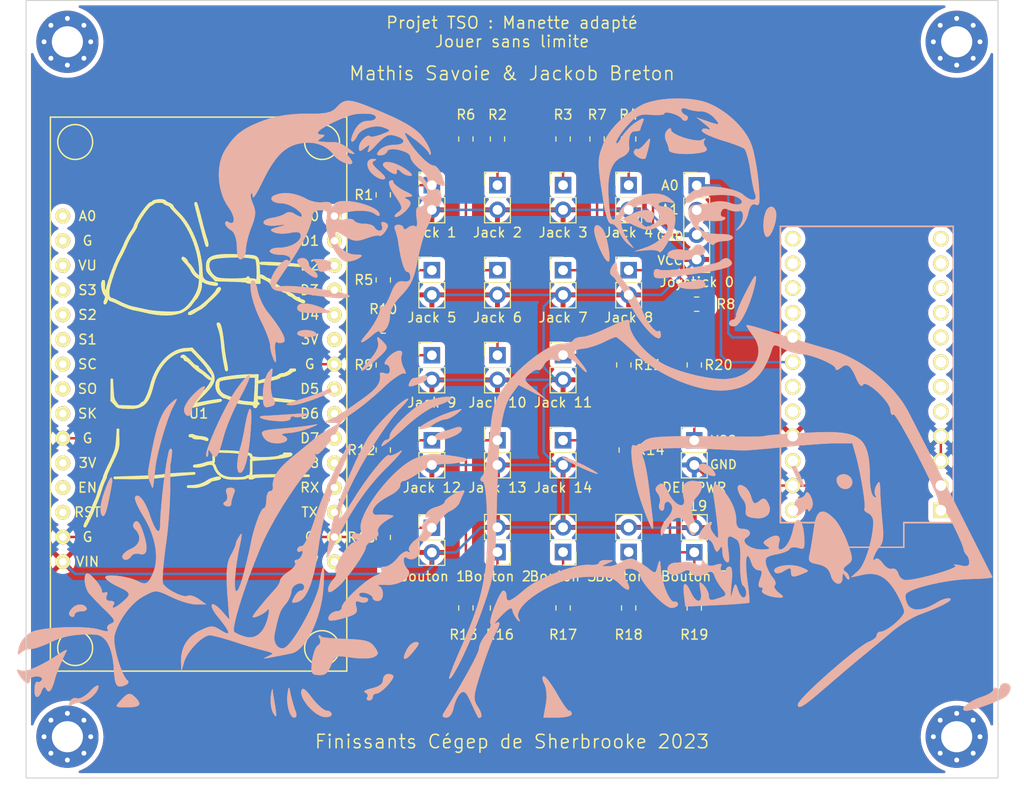
<source format=kicad_pcb>
(kicad_pcb (version 20211014) (generator pcbnew)
  (layers (0 "F.Cu" signal) (1 "In1.Cu" signal) (2 "In2.Cu" signal) (31 "B.Cu" signal) (34 "B.Paste" user) (35 "F.Paste" user) (36 "B.SilkS" user "B.Silkscreen") (37 "F.SilkS" user "F.Silkscreen") (38 "B.Mask" user) (39 "F.Mask" user) (44 "Edge.Cuts" user))
  (net 0 "")
  (net 1 "D2")
  (net 2 "D3")
  (net 3 "D4")
  (net 4 "D5")
  (net 5 "D6")
  (net 6 "D7")
  (net 7 "D8")
  (net 8 "D9")
  (net 9 "D10")
  (net 10 "D16")
  (net 11 "D14")
  (net 12 "D15")
  (net 13 "D20")
  (net 14 "D21")
  (net 15 "GND")
  (net 16 "A0")
  (net 17 "A1")
  (net 18 "Net-(J20-Pad1)")
  (net 43 "Net-(U1-Pad19)")
  (net 44 "Net-(U1-Pad18)")
  (net 46 "VCC")
  (footprint "Connector_PinHeader_2.54mm:PinHeader_1x02_P2.54mm_Vertical" (layer "F.Cu") (at 170.25 80.75)
    (fp_text reference "J20")
    (fp_text value "DEL PWR")
  )
  (footprint "Connector_PinHeader_2.54mm:PinHeader_1x02_P2.54mm_Vertical" (layer "F.Cu") (at 150 54.5)
    (fp_text reference "J2")
    (fp_text value "Jack 2")
  )
  (footprint "Resistor_SMD:R_0805_2012Metric_Pad1.20x1.40mm_HandSolder" (layer "F.Cu") (at 150 98 -90)
    (fp_text reference "R16")
    (fp_text value "10K")
  )
  (footprint "Connector_PinHeader_2.54mm:PinHeader_1x02_P2.54mm_Vertical" (layer "F.Cu") (at 150 72)
    (fp_text reference "J10")
    (fp_text value "Jack 10")
  )
  (footprint "promicro:ProMicro" (layer "F.Cu") (at 188 73.979999 90)
    (fp_text reference "U2" hide)
    (fp_text value "ProMicro")
  )
  (footprint "Resistor_SMD:R_0805_2012Metric_Pad1.20x1.40mm_HandSolder" (layer "F.Cu") (at 138.25 69 180)
    (fp_text reference "R10")
    (fp_text value "10K")
  )
  (footprint "Resistor_SMD:R_0805_2012Metric_Pad1.20x1.40mm_HandSolder" (layer "F.Cu") (at 138.25 90.75 -90)
    (fp_text reference "R15")
    (fp_text value "10K")
  )
  (footprint "Connector_PinHeader_2.54mm:PinHeader_1x02_P2.54mm_Vertical" (layer "F.Cu") (at 156.75 71.985)
    (fp_text reference "J11")
    (fp_text value "Jack 11")
  )
  (footprint "Connector_PinHeader_2.54mm:PinHeader_1x02_P2.54mm_Vertical" (layer "F.Cu") (at 156.75 54.5)
    (fp_text reference "J3")
    (fp_text value "Jack 3")
  )
  (footprint "Connector_PinHeader_2.54mm:PinHeader_1x02_P2.54mm_Vertical" (layer "F.Cu") (at 143.25 54.5)
    (fp_text reference "J1")
    (fp_text value "Jack 1")
  )
  (footprint "Connector_PinHeader_2.54mm:PinHeader_1x02_P2.54mm_Vertical" (layer "F.Cu") (at 150 92.25 180)
    (fp_text reference "J16")
    (fp_text value "Bouton 2")
  )
  (footprint "Resistor_SMD:R_0805_2012Metric_Pad1.20x1.40mm_HandSolder" (layer "F.Cu") (at 163.5 49.75 90)
    (fp_text reference "R4")
    (fp_text value "10K")
  )
  (footprint "Resistor_SMD:R_0805_2012Metric_Pad1.20x1.40mm_HandSolder" (layer "F.Cu") (at 163.5 98 -90)
    (fp_text reference "R18")
    (fp_text value "10K")
  )
  (footprint "Resistor_SMD:R_0805_2012Metric_Pad1.20x1.40mm_HandSolder" (layer "F.Cu") (at 163.25 81.75 -90)
    (fp_text reference "R14")
    (fp_text value "10K")
  )
  (footprint "Connector_PinHeader_2.54mm:PinHeader_1x02_P2.54mm_Vertical" (layer "F.Cu") (at 143.25 80.75)
    (fp_text reference "J12")
    (fp_text value "Jack 12")
  )
  (footprint "ESP8266:NodeMCU-LoLinV3" (layer "F.Cu") (at 119.25 78)
    (fp_text reference "U1")
    (fp_text value "NodeMCU1.0(ESP-12E)")
  )
  (footprint "Resistor_SMD:R_0805_2012Metric_Pad1.20x1.40mm_HandSolder" (layer "F.Cu") (at 170.5 66.75)
    (fp_text reference "R8")
    (fp_text value "10K")
  )
  (footprint "Resistor_SMD:R_0805_2012Metric_Pad1.20x1.40mm_HandSolder" (layer "F.Cu") (at 138.25 55.5 -90)
    (fp_text reference "R1")
    (fp_text value "10K")
  )
  (footprint "Resistor_SMD:R_0805_2012Metric_Pad1.20x1.40mm_HandSolder" (layer "F.Cu") (at 163 73 -90)
    (fp_text reference "R11")
    (fp_text value "10K")
  )
  (footprint "Connector_PinHeader_2.54mm:PinHeader_1x02_P2.54mm_Vertical" (layer "F.Cu") (at 143.25 89.75)
    (fp_text reference "J15")
    (fp_text value "Bouton 1")
  )
  (footprint "Connector_PinHeader_2.54mm:PinHeader_1x02_P2.54mm_Vertical" (layer "F.Cu") (at 143.25 63.25)
    (fp_text reference "J5")
    (fp_text value "Jack 5")
  )
  (footprint "Connector_PinHeader_2.54mm:PinHeader_1x04_P2.54mm_Vertical" (layer "F.Cu") (at 170.5 54.525)
    (fp_text reference "J21")
    (fp_text value "Joystick 0")
  )
  (footprint "Connector_PinHeader_2.54mm:PinHeader_1x02_P2.54mm_Vertical" (layer "F.Cu") (at 143.25 72)
    (fp_text reference "J9")
    (fp_text value "Jack 9")
  )
  (footprint "Resistor_SMD:R_0805_2012Metric_Pad1.20x1.40mm_HandSolder" (layer "F.Cu") (at 138.25 81.75 -90)
    (fp_text reference "R12")
    (fp_text value "10K")
  )
  (footprint "MountingHole:MountingHole_3.2mm_M3_Pad_Via" (layer "F.Cu") (at 197.25 39.75)
    (fp_text reference "H4" hide)
    (fp_text value "MountingHole_Pad")
  )
  (footprint "Resistor_SMD:R_0805_2012Metric_Pad1.20x1.40mm_HandSolder" (layer "F.Cu") (at 138.25 64.25 -90)
    (fp_text reference "R5")
    (fp_text value "10K")
  )
  (footprint "Connector_PinHeader_2.54mm:PinHeader_1x02_P2.54mm_Vertical" (layer "F.Cu") (at 150 63.25)
    (fp_text reference "J6")
    (fp_text value "Jack 6")
  )
  (footprint "Resistor_SMD:R_0805_2012Metric_Pad1.20x1.40mm_HandSolder" (layer "F.Cu") (at 170.25 98 -90)
    (fp_text reference "R19")
    (fp_text value "10K")
  )
  (footprint "Connector_PinHeader_2.54mm:PinHeader_1x02_P2.54mm_Vertical" (layer "F.Cu") (at 163.5 54.5)
    (fp_text reference "J4")
    (fp_text value "Jack 4")
  )
  (footprint "Connector_PinHeader_2.54mm:PinHeader_1x02_P2.54mm_Vertical" (layer "F.Cu") (at 163.5 63.25)
    (fp_text reference "J8")
    (fp_text value "Jack 8")
  )
  (footprint "Resistor_SMD:R_0805_2012Metric_Pad1.20x1.40mm_HandSolder" (layer "F.Cu") (at 156.75 98 -90)
    (fp_text reference "R17")
    (fp_text value "10K")
  )
  (footprint "MountingHole:MountingHole_3.2mm_M3_Pad_Via" (layer "F.Cu") (at 105.75 111.25)
    (fp_text reference "H2" hide)
    (fp_text value "MountingHole_Pad")
  )
  (footprint "Connector_PinHeader_2.54mm:PinHeader_1x02_P2.54mm_Vertical" (layer "F.Cu") (at 170.25 92.275 180)
    (fp_text reference "J19")
    (fp_text value "Bouton 5")
  )
  (footprint "MountingHole:MountingHole_3.2mm_M3_Pad_Via" (layer "F.Cu") (at 197.25 111.25)
    (fp_text reference "H3" hide)
    (fp_text value "MountingHole_Pad")
  )
  (footprint "Resistor_SMD:R_0805_2012Metric_Pad1.20x1.40mm_HandSolder" (layer "F.Cu") (at 160.25 49.75 90)
    (fp_text reference "R7")
    (fp_text value "10K")
  )
  (footprint "Connector_PinHeader_2.54mm:PinHeader_1x02_P2.54mm_Vertical" (layer "F.Cu") (at 150 80.75)
    (fp_text reference "J13")
    (fp_text value "Jack 13")
  )
  (footprint "MountingHole:MountingHole_3.2mm_M3_Pad_Via" (layer "F.Cu") (at 105.75 39.75)
    (fp_text reference "H1" hide)
    (fp_text value "MountingHole_Pad")
  )
  (footprint "Resistor_SMD:R_0805_2012Metric_Pad1.20x1.40mm_HandSolder" (layer "F.Cu") (at 170.25 73 -90)
    (fp_text reference "R20")
    (fp_text value "1.1K")
  )
  (footprint "Connector_PinHeader_2.54mm:PinHeader_1x02_P2.54mm_Vertical" (layer "F.Cu") (at 163.5 92.25 180)
    (fp_text reference "J18")
    (fp_text value "Bouton 4")
  )
  (footprint "Resistor_SMD:R_0805_2012Metric_Pad1.20x1.40mm_HandSolder" (layer "F.Cu") (at 138.25 73 -90)
    (fp_text reference "R9")
    (fp_text value "10K")
  )
  (footprint "Resistor_SMD:R_0805_2012Metric_Pad1.20x1.40mm_HandSolder" (layer "F.Cu") (at 150 49.75 90)
    (fp_text reference "R2")
    (fp_text value "10K")
  )
  (footprint "Connector_PinHeader_2.54mm:PinHeader_1x02_P2.54mm_Vertical" (layer "F.Cu") (at 156.75 63.25)
    (fp_text reference "J7")
    (fp_text value "Jack 7")
  )
  (footprint "Resistor_SMD:R_0805_2012Metric_Pad1.20x1.40mm_HandSolder" (layer "F.Cu") (at 156.75 49.75 90)
    (fp_text reference "R3")
    (fp_text value "10K")
  )
  (footprint "Resistor_SMD:R_0805_2012Metric_Pad1.20x1.40mm_HandSolder" (layer "F.Cu") (at 146.75 98 -90)
    (fp_text reference "R13")
    (fp_text value "10K")
  )
  (footprint "Resistor_SMD:R_0805_2012Metric_Pad1.20x1.40mm_HandSolder" (layer "F.Cu") (at 146.75 49.75 90)
    (fp_text reference "R6")
    (fp_text value "10K")
  )
  (footprint "Connector_PinHeader_2.54mm:PinHeader_1x02_P2.54mm_Vertical" (layer "F.Cu") (at 156.75 80.75)
    (fp_text reference "J14")
    (fp_text value "Jack 14")
  )
  (footprint "Connector_PinHeader_2.54mm:PinHeader_1x02_P2.54mm_Vertical" (layer "F.Cu") (at 156.75 92.25 180)
    (fp_text reference "J17")
    (fp_text value "Bouton 3")
  )
  (gr_poly (pts (xy 139.282793 105.044536) (xy 139.279036 105.086841) (xy 139.268031 105.134108) (xy 139.250179 105.185922) (xy 139.22588 105.241871) (xy 139.159545 105.364516) (xy 139.072229 105.498737) (xy 138.967137 105.641227) (xy 138.847471 105.788677) (xy 138.716437 105.937781) (xy 138.577238 106.085232) (xy 138.433078 106.227721) (xy 138.287161 106.361943) (xy 138.14269 106.484589) (xy 138.002871 106.592352) (xy 137.870906 106.681924) (xy 137.75 106.75) (xy 137.694695 106.774942) (xy 137.643356 106.79327) (xy 137.596383 106.80457) (xy 137.554178 106.808429) (xy 137.534443 106.80884) (xy 137.514939 106.810065) (xy 137.495695 106.812091) (xy 137.476734 106.814905) (xy 137.458083 106.818495) (xy 137.439768 106.822846) (xy 137.421815 106.827947) (xy 137.40425 106.833784) (xy 137.387098 106.840344) (xy 137.370385 106.847616) (xy 137.354137 106.855584) (xy 137.33838 106.864238) (xy 137.32314 106.873563) (xy 137.308442 106.883547) (xy 137.294313 106.894177) (xy 137.280778 106.90544) (xy 137.267863 106.917324) (xy 137.255594 106.929814) (xy 137.243997 106.942899) (xy 137.233098 106.956565) (xy 137.222922 106.9708) (xy 137.213495 106.98559) (xy 137.204843 107.000922) (xy 137.196993 107.016785) (xy 137.189969 107.033164) (xy 137.183798 107.050047) (xy 137.178505 107.067421) (xy 137.174117 107.085274) (xy 137.170659 107.103591) (xy 137.168157 107.12236) (xy 137.166637 107.141569) (xy 137.166124 107.161204) (xy 137.165612 107.177736) (xy 137.164092 107.194235) (xy 137.16159 107.210669) (xy 137.158132 107.227006) (xy 137.153743 107.243215) (xy 137.148451 107.259261) (xy 137.14228 107.275114) (xy 137.135256 107.290741) (xy 137.127405 107.306109) (xy 137.118754 107.321187) (xy 137.109327 107.335941) (xy 137.099151 107.350341) (xy 137.088252 107.364352) (xy 137.076655 107.377944) (xy 137.064386 107.391084) (xy 137.051471 107.403739) (xy 137.037936 107.415877) (xy 137.023807 107.427467) (xy 137.009109 107.438475) (xy 136.993869 107.448869) (xy 136.978112 107.458617) (xy 136.961864 107.467688) (xy 136.945151 107.476047) (xy 136.927999 107.483664) (xy 136.910433 107.490505) (xy 136.89248 107.49654) (xy 136.874166 107.501734) (xy 136.855515 107.506056) (xy 136.836554 107.509475) (xy 136.817309 107.511956) (xy 136.797806 107.513469) (xy 136.77807 107.51398) (xy 136.761745 107.51357) (xy 136.745858 107.512352) (xy 136.730437 107.510347) (xy 136.715507 107.507572) (xy 136.701093 107.504049) (xy 136.687222 107.499795) (xy 136.673919 107.494831) (xy 136.661211 107.489176) (xy 136.649123 107.482849) (xy 136.637681 107.47587) (xy 136.62691 107.468257) (xy 136.616838 107.460031) (xy 136.607488 107.451211) (xy 136.598888 107.441816) (xy 136.591064 107.431865) (xy 136.58404 107.421378) (xy 136.577843 107.410374) (xy 136.572498 107.398873) (xy 136.568033 107.386894) (xy 136.564471 107.374457) (xy 136.56184 107.36158) (xy 136.560165 107.348283) (xy 136.559472 107.334585) (xy 136.559786 107.320507) (xy 136.561134 107.306067) (xy 136.563541 107.291284) (xy 136.567034 107.276178) (xy 136.571637 107.260769) (xy 136.577378 107.245075) (xy 136.584281 107.229117) (xy 136.592373 107.212913) (xy 136.601679 107.196483) (xy 136.614088 107.179747) (xy 136.624882 107.162643) (xy 136.6341 107.145216) (xy 136.64178 107.127511) (xy 136.647962 107.109573) (xy 136.652684 107.091449) (xy 136.655985 107.073182) (xy 136.657904 107.054818) (xy 136.658479 107.036403) (xy 136.657749 107.017981) (xy 136.655753 106.999598) (xy 136.65253 106.981299) (xy 136.648118 106.963129) (xy 136.642556 106.945134) (xy 136.635884 106.927358) (xy 136.628139 106.909847) (xy 136.61936 106.892646) (xy 136.609587 106.875801) (xy 136.598858 106.859356) (xy 136.587211 106.843357) (xy 136.574686 106.827849) (xy 136.561321 106.812876) (xy 136.547156 106.798486) (xy 136.532228 106.784722) (xy 136.516577 106.77163) (xy 136.500241 106.759254) (xy 136.483259 106.747641) (xy 136.46567 106.736836) (xy 136.447512 106.726883) (xy 136.428825 106.717829) (xy 136.409647 106.709717) (xy 136.390017 106.702594) (xy 136.36851 106.692468) (xy 136.350259 106.681949) (xy 136.335213 106.671055) (xy 136.323318 106.659805) (xy 136.318537 106.654053) (xy 136.314524 106.64822) (xy 136.311274 106.642307) (xy 136.308779 106.636318) (xy 136.307034 106.630254) (xy 136.306031 106.624119) (xy 136.305765 106.617914) (xy 136.306229 106.611642) (xy 136.307417 106.605305) (xy 136.309321 106.598907) (xy 136.315255 106.585933) (xy 136.323979 106.572739) (xy 136.335443 106.559345) (xy 136.349593 106.54577) (xy 136.366379 106.532033) (xy 136.385749 106.518155) (xy 136.407651 106.504154) (xy 136.432033 106.490049) (xy 136.458845 106.475861) (xy 136.488033 106.461608) (xy 136.519547 106.447309) (xy 136.553335 106.432985) (xy 136.589345 106.418655) (xy 136.627525 106.404337) (xy 136.667824 106.390052) (xy 136.71019 106.375818) (xy 136.754571 106.361655) (xy 136.800916 106.347583) (xy 136.849174 106.333621) (xy 136.951217 106.306103) (xy 137.060289 106.279258) (xy 137.201262 106.244936) (xy 137.33314 106.208082) (xy 137.455923 106.168645) (xy 137.569611 106.126572) (xy 137.674205 106.081811) (xy 137.769703 106.034312) (xy 137.856106 105.984023) (xy 137.933414 105.930891) (xy 138.001628 105.874865) (xy 138.060746 105.815893) (xy 138.110769 105.753925) (xy 138.13237 105.7218) (xy 138.151697 105.688907) (xy 138.168751 105.655239) (xy 138.18353 105.620789) (xy 138.196036 105.585551) (xy 138.206268 105.549519) (xy 138.214227 105.512686) (xy 138.219911 105.475045) (xy 138.224459 105.397315) (xy 138.225176 105.367661) (xy 138.227301 105.338258) (xy 138.230795 105.309153) (xy 138.235621 105.280389) (xy 138.241738 105.252014) (xy 138.249108 105.224071) (xy 138.257693 105.196606) (xy 138.267453 105.169665) (xy 138.27835 105.143291) (xy 138.290345 105.117532) (xy 138.3034 105.092431) (xy 138.317475 105.068035) (xy 138.332532 105.044387) (xy 138.348533 105.021535) (xy 138.365437 104.999522) (xy 138.383207 104.978394) (xy 138.401804 104.958196) (xy 138.421189 104.938973) (xy 138.441324 104.920771) (xy 138.462169 104.903635) (xy 138.483686 104.88761) (xy 138.505835 104.872741) (xy 138.52858 104.859074) (xy 138.551879 104.846653) (xy 138.575696 104.835524) (xy 138.59999 104.825733) (xy 138.624724 104.817324) (xy 138.649858 104.810342) (xy 138.675354 104.804833) (xy 138.701174 104.800842) (xy 138.727277 104.798414) (xy 138.753626 104.797595) (xy 138.806077 104.798818) (xy 138.857391 104.802418) (xy 138.907259 104.808292) (xy 138.955369 104.816336) (xy 139.001413 104.826447) (xy 139.04508 104.838522) (xy 139.086059 104.852457) (xy 139.124042 104.868149) (xy 139.158717 104.885495) (xy 139.189774 104.904391) (xy 139.216905 104.924734) (xy 139.239798 104.946421) (xy 139.249558 104.957735) (xy 139.258143 104.969347) (xy 139.265514 104.981244) (xy 139.271631 104.993411) (xy 139.276456 105.005837) (xy 139.279951 105.018508) (xy 139.282076 105.031412) (xy 139.282793 105.044536)) (layer "B.SilkS") (width 0.035277) (fill solid))
  (gr_poly (pts (xy 119.880014 75.270091) (xy 119.879092 75.287649) (xy 119.876354 75.307203) (xy 119.865614 75.352015) (xy 119.848155 75.403958) (xy 119.824341 75.462465) (xy 119.794532 75.526965) (xy 119.75909 75.596892) (xy 119.718377 75.671677) (xy 119.672755 75.750751) (xy 119.622586 75.833545) (xy 119.56823 75.919492) (xy 119.510051 76.008022) (xy 119.448409 76.098569) (xy 119.383667 76.190562) (xy 119.316187 76.283433) (xy 119.246329 76.376615) (xy 119.174456 76.469539) (xy 119.102583 76.563262) (xy 119.032725 76.658743) (xy 118.965245 76.755257) (xy 118.900503 76.852082) (xy 118.838862 76.948493) (xy 118.780683 77.043766) (xy 118.726329 77.13718) (xy 118.67616 77.22801) (xy 118.630539 77.315532) (xy 118.589826 77.399024) (xy 118.554385 77.477761) (xy 118.524577 77.551021) (xy 118.500763 77.61808) (xy 118.483305 77.678213) (xy 118.472565 77.730699) (xy 118.468905 77.774814) (xy 118.466881 77.838386) (xy 118.460981 77.896856) (xy 118.451464 77.950287) (xy 118.438588 77.998745) (xy 118.422611 78.042293) (xy 118.403792 78.080996) (xy 118.382389 78.11492) (xy 118.358661 78.144128) (xy 118.332866 78.168685) (xy 118.305262 78.188656) (xy 118.276107 78.204105) (xy 118.245661 78.215097) (xy 118.214182 78.221696) (xy 118.181927 78.223968) (xy 118.149155 78.221976) (xy 118.116125 78.215786) (xy 118.083095 78.205462) (xy 118.050324 78.191068) (xy 118.018069 78.172669) (xy 117.986589 78.150329) (xy 117.956143 78.124114) (xy 117.926989 78.094088) (xy 117.899385 78.060316) (xy 117.873589 78.022861) (xy 117.849861 77.981789) (xy 117.828458 77.937165) (xy 117.809639 77.889052) (xy 117.793663 77.837515) (xy 117.780787 77.78262) (xy 117.77127 77.72443) (xy 117.76537 77.663011) (xy 117.763346 77.598426) (xy 117.76468 77.564233) (xy 117.768643 77.52787) (xy 117.784223 77.449046) (xy 117.809622 77.362781) (xy 117.844374 77.269901) (xy 117.888015 77.171233) (xy 117.940079 77.067605) (xy 118.000101 76.959842) (xy 118.067616 76.848772) (xy 118.14216 76.735222) (xy 118.223266 76.620018) (xy 118.31047 76.503987) (xy 118.403307 76.387957) (xy 118.501311 76.272753) (xy 118.604018 76.159203) (xy 118.710963 76.048134) (xy 118.82168 75.940372) (xy 118.926582 75.837501) (xy 119.029211 75.740831) (xy 119.128946 75.650776) (xy 119.225167 75.567749) (xy 119.317254 75.492164) (xy 119.404588 75.424433) (xy 119.486547 75.36497) (xy 119.562511 75.314189) (xy 119.631862 75.272504) (xy 119.693977 75.240326) (xy 119.748238 75.218071) (xy 119.794024 75.206151) (xy 119.813545 75.204195) (xy 119.830714 75.204979) (xy 119.845455 75.208553) (xy 119.85769 75.21497) (xy 119.867341 75.22428) (xy 119.87433 75.236536) (xy 119.87858 75.251789) (xy 119.880014 75.270091)) (layer "B.SilkS") (width 0.035277) (fill solid))
  (gr_poly (pts (xy 105.663065 102.433982) (xy 105.558129 102.631524) (xy 105.412264 102.936139) (xy 105.240767 103.312688) (xy 105.058935 103.726029) (xy 104.882064 104.141025) (xy 104.725451 104.522534) (xy 104.604391 104.835418) (xy 104.534182 105.044536) (xy 104.468846 105.297182) (xy 104.40506 105.526161) (xy 104.34272 105.731782) (xy 104.281724 105.914355) (xy 104.221969 106.074191) (xy 104.16335 106.211599) (xy 104.105764 106.326889) (xy 104.049109 106.420372) (xy 103.99328 106.492357) (xy 103.965643 106.520385) (xy 103.938175 106.543155) (xy 103.910861 106.560705) (xy 103.88369 106.573075) (xy 103.856648 106.580303) (xy 103.829722 106.582428) (xy 103.8029 106.579489) (xy 103.776168 106.571524) (xy 103.749513 106.558572) (xy 103.722923 106.540672) (xy 103.669886 106.490183) (xy 103.616953 106.420367) (xy 103.578455 106.352577) (xy 103.560039 106.322419) (xy 103.542127 106.294761) (xy 103.52468 106.269609) (xy 103.507659 106.246969) (xy 103.491026 106.226849) (xy 103.474742 106.209254) (xy 103.458767 106.194192) (xy 103.443064 106.181668) (xy 103.427594 106.171689) (xy 103.412317 106.164262) (xy 103.397195 106.159393) (xy 103.38219 106.157088) (xy 103.367262 106.157354) (xy 103.352372 106.160197) (xy 103.337483 106.165624) (xy 103.322555 106.173641) (xy 103.307549 106.184255) (xy 103.292427 106.197473) (xy 103.27715 106.213299) (xy 103.261679 106.231742) (xy 103.245976 106.252808) (xy 103.230001 106.276503) (xy 103.213717 106.302833) (xy 103.197083 106.331805) (xy 103.180062 106.363425) (xy 103.162614 106.397701) (xy 103.126285 106.474242) (xy 103.087786 106.561481) (xy 103.057627 106.641171) (xy 103.026765 106.714899) (xy 102.995321 106.782697) (xy 102.963418 106.844598) (xy 102.93118 106.900633) (xy 102.898728 106.950836) (xy 102.866186 106.995237) (xy 102.833676 107.033871) (xy 102.801321 107.066768) (xy 102.769244 107.093962) (xy 102.737567 107.115484) (xy 102.706414 107.131367) (xy 102.675906 107.141643) (xy 102.646168 107.146344) (xy 102.61732 107.145503) (xy 102.589487 107.139153) (xy 102.562791 107.127324) (xy 102.537354 107.11005) (xy 102.5133 107.087363) (xy 102.490751 107.059296) (xy 102.469829 107.025879) (xy 102.450658 106.987147) (xy 102.433361 106.943131) (xy 102.41806 106.893863) (xy 102.404877 106.839376) (xy 102.393936 106.779702) (xy 102.385359 106.714873) (xy 102.379269 106.644922) (xy 102.375789 106.569881) (xy 102.375042 106.489782) (xy 102.377149 106.404658) (xy 102.382235 106.31454) (xy 102.383854 106.230264) (xy 102.388573 106.149657) (xy 102.396187 106.07308) (xy 102.406487 106.000896) (xy 102.419268 105.933467) (xy 102.434323 105.871154) (xy 102.451445 105.814318) (xy 102.470427 105.763322) (xy 102.491062 105.718527) (xy 102.513145 105.680295) (xy 102.536468 105.648988) (xy 102.560825 105.624968) (xy 102.573326 105.615803) (xy 102.586008 105.608595) (xy 102.598845 105.60339) (xy 102.611812 105.600233) (xy 102.624882 105.599168) (xy 102.638029 105.600242) (xy 102.651228 105.603499) (xy 102.664454 105.608985) (xy 102.677785 105.615186) (xy 102.69131 105.62056) (xy 102.705015 105.625107) (xy 102.718889 105.628828) (xy 102.732918 105.631722) (xy 102.747088 105.633789) (xy 102.761388 105.635029) (xy 102.775804 105.635442) (xy 102.790323 105.635029) (xy 102.804933 105.633788) (xy 102.81962 105.631721) (xy 102.834372 105.628827) (xy 102.849175 105.625107) (xy 102.864017 105.620559) (xy 102.878885 105.615185) (xy 102.893765 105.608984) (xy 102.908646 105.601956) (xy 102.923514 105.594101) (xy 102.938356 105.585419) (xy 102.953159 105.575911) (xy 102.96791 105.565575) (xy 102.982597 105.554413) (xy 102.997207 105.542424) (xy 103.011726 105.529608) (xy 103.026141 105.515966) (xy 103.04044 105.501496) (xy 103.054611 105.4862) (xy 103.068639 105.470076) (xy 103.082512 105.453126) (xy 103.096217 105.435349) (xy 103.109741 105.416746) (xy 103.123072 105.397315) (xy 103.132067 105.380784) (xy 103.139228 105.364285) (xy 103.14458 105.347851) (xy 103.14815 105.331514) (xy 103.149962 105.315306) (xy 103.150044 105.299259) (xy 103.14842 105.283406) (xy 103.145116 105.26778) (xy 103.140159 105.252411) (xy 103.133575 105.237334) (xy 103.125388 105.222579) (xy 103.115625 105.208179) (xy 103.104312 105.194167) (xy 103.091475 105.180575) (xy 103.077139 105.167435) (xy 103.06133 105.15478) (xy 103.044074 105.142641) (xy 103.025397 105.131052) (xy 103.005326 105.120043) (xy 102.983884 105.109649) (xy 102.961099 105.0999) (xy 102.936997 105.09083) (xy 102.911602 105.08247) (xy 102.884942 105.074853) (xy 102.857041 105.068011) (xy 102.827926 105.061977) (xy 102.797623 105.056782) (xy 102.766157 105.052459) (xy 102.733554 105.049041) (xy 102.69984 105.04656) (xy 102.665041 105.045047) (xy 102.629183 105.044536) (xy 102.551099 105.046172) (xy 102.475805 105.051012) (xy 102.403612 105.058953) (xy 102.334831 105.069891) (xy 102.26977 105.083723) (xy 102.208739 105.100346) (xy 102.15205 105.119656) (xy 102.100012 105.141549) (xy 102.052935 105.165923) (xy 102.011128 105.192674) (xy 101.974903 105.221699) (xy 101.944569 105.252895) (xy 101.931708 105.269274) (xy 101.920437 105.286158) (xy 101.910793 105.303532) (xy 101.902815 105.321384) (xy 101.896543 105.339701) (xy 101.892015 105.358471) (xy 101.889269 105.37768) (xy 101.888346 105.397315) (xy 101.886913 105.451169) (xy 101.88267 105.500314) (xy 101.875701 105.544796) (xy 101.86609 105.584659) (xy 101.853922 105.619948) (xy 101.839279 105.65071) (xy 101.822246 105.676988) (xy 101.802907 105.698829) (xy 101.781347 105.716277) (xy 101.769759 105.723369) (xy 101.757648 105.729379) (xy 101.731895 105.738178) (xy 101.704171 105.74272) (xy 101.674562 105.74305) (xy 101.64315 105.739215) (xy 101.61002 105.731257) (xy 101.575256 105.719224) (xy 101.538942 105.703161) (xy 101.501161 105.683111) (xy 101.461998 105.659122) (xy 101.421537 105.631237) (xy 101.379861 105.599502) (xy 101.337055 105.563963) (xy 101.293203 105.524664) (xy 101.248388 105.481651) (xy 101.202694 105.434968) (xy 101.156207 105.384662) (xy 101.109008 105.330778) (xy 101.061183 105.27336) (xy 101.012816 105.212453) (xy 100.963989 105.148104) (xy 100.914789 105.080357) (xy 100.865297 105.009257) (xy 100.738102 104.785327) (xy 100.688406 104.693153) (xy 100.648115 104.613486) (xy 100.617333 104.545807) (xy 100.596162 104.489601) (xy 100.589213 104.465638) (xy 100.584707 104.44435) (xy 100.582654 104.425671) (xy 100.58307 104.409537) (xy 100.585966 104.395884) (xy 100.591355 104.384647) (xy 100.599251 104.375761) (xy 100.609665 104.369161) (xy 100.622612 104.364784) (xy 100.638105 104.362564) (xy 100.656155 104.362437) (xy 100.676776 104.364338) (xy 100.725782 104.373968) (xy 100.785227 104.390935) (xy 100.855214 104.414723) (xy 100.935846 104.444816) (xy 100.988231 104.462185) (xy 101.046105 104.474632) (xy 101.109381 104.482196) (xy 101.177966 104.484915) (xy 101.25177 104.482829) (xy 101.330703 104.475975) (xy 101.503595 104.448121) (xy 101.695917 104.401664) (xy 101.906947 104.336914) (xy 102.13596 104.25418) (xy 102.382233 104.153773) (xy 102.645042 104.036003) (xy 102.923665 103.901179) (xy 103.217377 103.749612) (xy 103.525455 103.581613) (xy 103.847175 103.39749) (xy 104.181815 103.197554) (xy 104.52865 102.982115) (xy 104.886957 102.751483) (xy 104.990241 102.681642) (xy 105.088151 102.617744) (xy 105.180274 102.559943) (xy 105.266195 102.508396) (xy 105.345501 102.463257) (xy 105.41778 102.42468) (xy 105.482616 102.392822) (xy 105.539598 102.367836) (xy 105.588312 102.349878) (xy 105.628344 102.339104) (xy 105.659281 102.335668) (xy 105.671209 102.33675) (xy 105.680709 102.339724) (xy 105.687728 102.344611) (xy 105.692215 102.351429) (xy 105.694117 102.360198) (xy 105.693385 102.370937) (xy 105.689965 102.383665) (xy 105.683806 102.398403) (xy 105.663065 102.433982)) (layer "B.SilkS") (width 0.035277) (fill solid))
  (gr_poly (pts (xy 171.032793 85.500648) (xy 171.029951 85.555941) (xy 171.021631 85.615576) (xy 171.008143 85.678931) (xy 170.989798 85.745387) (xy 170.966905 85.814324) (xy 170.939774 85.885121) (xy 170.908717 85.957158) (xy 170.874042 86.029815) (xy 170.836059 86.102472) (xy 170.79508 86.174509) (xy 170.751413 86.245306) (xy 170.705369 86.314242) (xy 170.657259 86.380698) (xy 170.607391 86.444053) (xy 170.556077 86.503688) (xy 170.503626 86.558982) (xy 170.44585 86.619638) (xy 170.391582 86.682497) (xy 170.340816 86.747487) (xy 170.293543 86.814539) (xy 170.249759 86.883579) (xy 170.209457 86.954538) (xy 170.17263 87.027345) (xy 170.139271 87.101928) (xy 170.109375 87.178216) (xy 170.082935 87.256139) (xy 170.059944 87.335625) (xy 170.040397 87.416603) (xy 170.024285 87.499002) (xy 170.011604 87.582751) (xy 170.002346 87.667779) (xy 169.996506 87.754015) (xy 169.994076 87.841388) (xy 169.99505 87.929827) (xy 169.999422 88.019261) (xy 170.007185 88.109618) (xy 170.03286 88.29282) (xy 170.072022 88.478864) (xy 170.12462 88.667181) (xy 170.190602 88.857204) (xy 170.269917 89.048364) (xy 170.362513 89.240092) (xy 170.412122 89.330664) (xy 170.455117 89.417309) (xy 170.491497 89.500233) (xy 170.521263 89.579643) (xy 170.544414 89.655745) (xy 170.56095 89.728747) (xy 170.570872 89.798854) (xy 170.57418 89.866275) (xy 170.573353 89.899042) (xy 170.570872 89.931215) (xy 170.566738 89.962819) (xy 170.56095 89.993881) (xy 170.553509 90.024426) (xy 170.544414 90.05448) (xy 170.533665 90.084069) (xy 170.521263 90.113219) (xy 170.507207 90.141955) (xy 170.491497 90.170304) (xy 170.455117 90.225942) (xy 170.412122 90.28034) (xy 170.362513 90.333705) (xy 170.339565 90.355923) (xy 170.317012 90.37626) (xy 170.294833 90.394699) (xy 170.273009 90.41122) (xy 170.251521 90.425802) (xy 170.23035 90.438427) (xy 170.209476 90.449076) (xy 170.18888 90.457728) (xy 170.168542 90.464365) (xy 170.148443 90.468968) (xy 170.128564 90.471516) (xy 170.108885 90.471991) (xy 170.089387 90.470372) (xy 170.07005 90.466642) (xy 170.050855 90.46078) (xy 170.031784 90.452766) (xy 170.012815 90.442583) (xy 169.993931 90.430209) (xy 169.975111 90.415627) (xy 169.956336 90.398816) (xy 169.937587 90.379756) (xy 169.918844 90.35843) (xy 169.900089 90.334817) (xy 169.881301 90.308898) (xy 169.862462 90.280653) (xy 169.843551 90.250064) (xy 169.82455 90.21711) (xy 169.80544 90.181773) (xy 169.7862 90.144032) (xy 169.766811 90.10387) (xy 169.72751 90.0162) (xy 169.646112 89.800831) (xy 169.560837 89.604581) (xy 169.471945 89.427556) (xy 169.379695 89.269857) (xy 169.33239 89.198287) (xy 169.284343 89.131588) (xy 169.235586 89.069773) (xy 169.18615 89.012853) (xy 169.136068 88.960843) (xy 169.085372 88.913755) (xy 169.034095 88.871603) (xy 168.982269 88.834398) (xy 168.929927 88.802154) (xy 168.877099 88.774884) (xy 168.82382 88.752601) (xy 168.770121 88.735317) (xy 168.716034 88.723046) (xy 168.661592 88.715801) (xy 168.606826 88.713594) (xy 168.551771 88.716439) (xy 168.496456 88.724347) (xy 168.440916 88.737333) (xy 168.385182 88.75541) (xy 168.329286 88.778589) (xy 168.273261 88.806884) (xy 168.21714 88.840308) (xy 168.160953 88.878874) (xy 168.104734 88.922595) (xy 168.050647 88.971704) (xy 167.994492 89.026084) (xy 167.936684 89.085219) (xy 167.877635 89.148591) (xy 167.81776 89.215684) (xy 167.757471 89.285981) (xy 167.697182 89.358965) (xy 167.637306 89.43412) (xy 167.578257 89.510928) (xy 167.520448 89.588873) (xy 167.464293 89.667439) (xy 167.410205 89.746108) (xy 167.358597 89.824363) (xy 167.309884 89.901689) (xy 167.264477 89.977567) (xy 167.222792 90.051482) (xy 167.104762 90.259979) (xy 167.055747 90.342161) (xy 167.012778 90.409771) (xy 166.97539 90.462912) (xy 166.958643 90.484088) (xy 166.943118 90.501686) (xy 166.928755 90.515718) (xy 166.915497 90.526198) (xy 166.903285 90.533137) (xy 166.892061 90.53655) (xy 166.881768 90.536449) (xy 166.872347 90.532846) (xy 166.863739 90.525756) (xy 166.855888 90.51519) (xy 166.848734 90.501162) (xy 166.84222 90.483685) (xy 166.836287 90.462771) (xy 166.830877 90.438433) (xy 166.821395 90.379539) (xy 166.813308 90.307106) (xy 166.806151 90.221237) (xy 166.799459 90.122035) (xy 166.803111 90.053099) (xy 166.813791 89.978995) (xy 166.831086 89.900344) (xy 166.854581 89.817765) (xy 166.883865 89.731879) (xy 166.918522 89.643306) (xy 166.958141 89.552665) (xy 167.002307 89.460578) (xy 167.050607 89.367664) (xy 167.102628 89.274543) (xy 167.157956 89.181835) (xy 167.216178 89.090161) (xy 167.276881 89.000141) (xy 167.33965 88.912395) (xy 167.404073 88.827542) (xy 167.469736 88.746203) (xy 167.540395 88.671884) (xy 167.606713 88.594825) (xy 167.668483 88.515596) (xy 167.725499 88.434765) (xy 167.777554 88.352901) (xy 167.824442 88.270572) (xy 167.865955 88.188346) (xy 167.901887 88.106792) (xy 167.932032 88.026478) (xy 167.956182 87.947972) (xy 167.974131 87.871844) (xy 167.985672 87.798662) (xy 167.990599 87.728993) (xy 167.988705 87.663407) (xy 167.985135 87.632322) (xy 167.979782 87.602472) (xy 167.972621 87.573926) (xy 167.963625 87.546756) (xy 167.939571 87.485984) (xy 167.913818 87.429339) (xy 167.886527 87.376816) (xy 167.857861 87.328407) (xy 167.82798 87.284107) (xy 167.797046 87.243908) (xy 167.765221 87.207805) (xy 167.732666 87.17579) (xy 167.699542 87.147858) (xy 167.666012 87.124002) (xy 167.632236 87.104215) (xy 167.598376 87.088492) (xy 167.564593 87.076825) (xy 167.53105 87.069208) (xy 167.497907 87.065635) (xy 167.465326 87.066099) (xy 167.433468 87.070593) (xy 167.402496 87.079112) (xy 167.37257 87.091649) (xy 167.343852 87.108197) (xy 167.316503 87.128751) (xy 167.290685 87.153302) (xy 167.26656 87.181846) (xy 167.244288 87.214375) (xy 167.224032 87.250883) (xy 167.205953 87.291364) (xy 167.190212 87.335811) (xy 167.176971 87.384218) (xy 167.166391 87.436578) (xy 167.158634 87.492884) (xy 167.153862 87.553131) (xy 167.152235 87.617312) (xy 167.150599 87.668937) (xy 167.145758 87.717772) (xy 167.137817 87.763505) (xy 167.132717 87.785112) (xy 167.126879 87.805828) (xy 167.120319 87.825614) (xy 167.113047 87.844431) (xy 167.105079 87.862239) (xy 167.096425 87.879002) (xy 167.0871 87.894679) (xy 167.077115 87.909233) (xy 167.066485 87.922623) (xy 167.055222 87.934813) (xy 167.043339 87.945762) (xy 167.030848 87.955431) (xy 167.017763 87.963784) (xy 167.004097 87.970779) (xy 166.989863 87.97638) (xy 166.975072 87.980546) (xy 166.95974 87.98324) (xy 166.943877 87.984422) (xy 166.927498 87.984054) (xy 166.910615 87.982097) (xy 166.893241 87.978512) (xy 166.875389 87.97326) (xy 166.857072 87.966303) (xy 166.838303 87.957603) (xy 166.819094 87.947119) (xy 166.799459 87.934814) (xy 166.783236 87.924279) (xy 166.767652 87.912549) (xy 166.752727 87.89967) (xy 166.73848 87.885686) (xy 166.724931 87.870643) (xy 166.712099 87.854585) (xy 166.700003 87.837559) (xy 166.688664 87.819609) (xy 166.678099 87.80078) (xy 166.668329 87.781119) (xy 166.659372 87.760669) (xy 166.651249 87.739476) (xy 166.643979 87.717586) (xy 166.637581 87.695043) (xy 166.632074 87.671893) (xy 166.627478 87.648181) (xy 166.623812 87.623953) (xy 166.621096 87.599253) (xy 166.619348 87.574126) (xy 166.618589 87.548619) (xy 166.618838 87.522775) (xy 166.620114 87.496641) (xy 166.622436 87.470261) (xy 166.625824 87.443681) (xy 166.630297 87.416946) (xy 166.635875 87.390101) (xy 166.642577 87.363192) (xy 166.650422 87.336263) (xy 166.65943 87.30936) (xy 166.66962 87.282528) (xy 166.681012 87.255813) (xy 166.693625 87.229259) (xy 166.711014 87.168547) (xy 166.723597 87.105717) (xy 166.73153 87.04113) (xy 166.734966 86.975148) (xy 166.734062 86.908132) (xy 166.728972 86.840445) (xy 166.719851 86.772447) (xy 166.706854 86.704501) (xy 166.690137 86.636969) (xy 166.669854 86.570211) (xy 166.64616 86.504591) (xy 166.619211 86.440469) (xy 166.589161 86.378208) (xy 166.556166 86.318168) (xy 166.52038 86.260713) (xy 166.481958 86.206203) (xy 166.432366 86.141659) (xy 166.389492 86.080113) (xy 166.370606 86.050367) (xy 166.353439 86.021254) (xy 166.338003 85.992735) (xy 166.324311 85.964772) (xy 166.312375 85.937325) (xy 166.30221 85.910356) (xy 166.293828 85.883827) (xy 166.287241 85.857698) (xy 166.282463 85.831931) (xy 166.279507 85.806487) (xy 166.278385 85.781327) (xy 166.27911 85.756413) (xy 166.281696 85.731705) (xy 166.286156 85.707165) (xy 166.292501 85.682754) (xy 166.300745 85.658434) (xy 166.310902 85.634165) (xy 166.322983 85.609909) (xy 166.337003 85.585628) (xy 166.352973 85.561281) (xy 166.370906 85.536832) (xy 166.390817 85.51224) (xy 166.412717 85.487467) (xy 166.436619 85.462475) (xy 166.462537 85.437224) (xy 166.490483 85.411677) (xy 166.552511 85.359534) (xy 166.588388 85.331224) (xy 166.623308 85.30586) (xy 166.65735 85.283493) (xy 166.690591 85.264175) (xy 166.723109 85.247957) (xy 166.75498 85.234892) (xy 166.786284 85.22503) (xy 166.817096 85.218425) (xy 166.847494 85.215126) (xy 166.877557 85.215186) (xy 166.907362 85.218657) (xy 166.936985 85.225591) (xy 166.966506 85.236038) (xy 166.996 85.250051) (xy 167.025546 85.267681) (xy 167.055221 85.28898) (xy 167.085103 85.314) (xy 167.115269 85.342793) (xy 167.145797 85.375409) (xy 167.176764 85.411901) (xy 167.208248 85.452321) (xy 167.240326 85.49672) (xy 167.273076 85.545149) (xy 167.306575 85.597661) (xy 167.340901 85.654307) (xy 167.376132 85.715138) (xy 167.449615 85.849566) (xy 167.527647 86.001357) (xy 167.610846 86.170924) (xy 167.672068 86.296994) (xy 167.736411 86.417154) (xy 167.80348 86.53128) (xy 167.87288 86.63925) (xy 167.944219 86.740942) (xy 168.017101 86.836232) (xy 168.091133 86.924998) (xy 168.165921 87.007117) (xy 168.24107 87.082467) (xy 168.316187 87.150924) (xy 168.390878 87.212366) (xy 168.464748 87.266671) (xy 168.537405 87.313715) (xy 168.608452 87.353375) (xy 168.677497 87.38553) (xy 168.744146 87.410056) (xy 168.808004 87.426831) (xy 168.868678 87.435731) (xy 168.925772 87.436634) (xy 168.978895 87.429418) (xy 169.02765 87.41396) (xy 169.071645 87.390136) (xy 169.110485 87.357824) (xy 169.143777 87.316902) (xy 169.171125 87.267247) (xy 169.192137 87.208735) (xy 169.206418 87.141245) (xy 169.213574 87.064653) (xy 169.213211 86.978837) (xy 169.204936 86.883675) (xy 169.188353 86.779042) (xy 169.163069 86.664817) (xy 169.144466 86.590101) (xy 169.128343 86.511923) (xy 169.114701 86.430954) (xy 169.103539 86.347867) (xy 169.094857 86.263332) (xy 169.088656 86.178023) (xy 169.084936 86.09261) (xy 169.083695 86.007766) (xy 169.084936 85.924162) (xy 169.088656 85.842471) (xy 169.094857 85.763363) (xy 169.103539 85.687511) (xy 169.114701 85.615586) (xy 169.128343 85.54826) (xy 169.144466 85.486206) (xy 169.163069 85.430095) (xy 169.190159 85.366218) (xy 169.224762 85.306863) (xy 169.266328 85.252004) (xy 169.314309 85.201615) (xy 169.368154 85.15567) (xy 169.427316 85.114144) (xy 169.491246 85.07701) (xy 169.559393 85.044242) (xy 169.631209 85.015816) (xy 169.706146 84.991704) (xy 169.783653 84.971882) (xy 169.863182 84.956323) (xy 169.944184 84.945002) (xy 170.026109 84.937892) (xy 170.108409 84.934968) (xy 170.190535 84.936203) (xy 170.271937 84.941573) (xy 170.352067 84.951052) (xy 170.430375 84.964613) (xy 170.506313 84.98223) (xy 170.579331 85.003878) (xy 170.64888 85.029531) (xy 170.714411 85.059163) (xy 170.775375 85.092748) (xy 170.831224 85.130261) (xy 170.881407 85.171676) (xy 170.925376 85.216966) (xy 170.962582 85.266106) (xy 170.992476 85.31907) (xy 171.014508 85.375832) (xy 171.02813 85.436366) (xy 171.032793 85.500648)) (layer "B.SilkS") (width 0.035277) (fill solid))
  (gr_poly (pts (xy 116.493341 82.184535) (xy 116.478599 82.35431) (xy 116.461375 82.517471) (xy 116.442497 82.670709) (xy 116.422792 82.810718) (xy 116.403086 82.93419) (xy 116.384207 83.037818) (xy 116.366981 83.118294) (xy 116.352236 83.172313) (xy 116.346026 83.204352) (xy 116.340591 83.259956) (xy 116.331841 83.436897) (xy 116.32557 83.693212) (xy 116.321367 84.018981) (xy 116.317509 84.839189) (xy 116.316958 85.818149) (xy 116.308827 86.377908) (xy 116.284987 87.035233) (xy 116.246263 87.765317) (xy 116.193484 88.543357) (xy 116.127476 89.344548) (xy 116.049066 90.144086) (xy 115.959081 90.917164) (xy 115.858347 91.63898) (xy 115.770978 92.319249) (xy 115.695186 92.973474) (xy 115.632623 93.58553) (xy 115.584944 94.139295) (xy 115.553801 94.618646) (xy 115.540849 95.007459) (xy 115.54774 95.289612) (xy 115.559143 95.385652) (xy 115.576128 95.448981) (xy 115.600835 95.506192) (xy 115.634883 95.565185) (xy 115.67769 95.625676) (xy 115.728675 95.687382) (xy 115.787257 95.750018) (xy 115.852853 95.813301) (xy 116.002766 95.940666) (xy 116.173763 96.067204) (xy 116.361193 96.190641) (xy 116.560405 96.308705) (xy 116.766748 96.41912) (xy 116.975573 96.519613) (xy 117.182226 96.607911) (xy 117.382059 96.681739) (xy 117.570419 96.738824) (xy 117.742656 96.776893) (xy 117.821276 96.788085) (xy 117.89412 96.793671) (xy 117.960608 96.793365) (xy 118.020158 96.786885) (xy 118.07219 96.773944) (xy 118.116121 96.75426) (xy 118.136781 96.745058) (xy 118.159031 96.737284) (xy 118.182804 96.730918) (xy 118.208038 96.725941) (xy 118.234666 96.722333) (xy 118.262626 96.720076) (xy 118.322278 96.719533) (xy 118.386477 96.724158) (xy 118.454708 96.733795) (xy 118.526452 96.748291) (xy 118.601193 96.767488) (xy 118.678415 96.791234) (xy 118.757601 96.819372) (xy 118.838233 96.851747) (xy 118.919796 96.888204) (xy 119.001772 96.928589) (xy 119.083644 96.972746) (xy 119.164897 97.020521) (xy 119.245012 97.071757) (xy 120.02112 97.636203) (xy 118.998072 97.636203) (xy 118.885434 97.632138) (xy 118.760084 97.620218) (xy 118.623365 97.600856) (xy 118.476621 97.574467) (xy 118.321195 97.541463) (xy 118.158432 97.502258) (xy 117.989673 97.457266) (xy 117.816264 97.406899) (xy 117.639548 97.351571) (xy 117.460868 97.291695) (xy 117.281568 97.227685) (xy 117.102991 97.159955) (xy 116.926482 97.088918) (xy 116.753383 97.014986) (xy 116.585039 96.938574) (xy 116.422792 96.860095) (xy 115.90651 96.61687) (xy 115.691751 96.521044) (xy 115.500609 96.442272) (xy 115.329103 96.380449) (xy 115.173255 96.335473) (xy 115.09996 96.31927) (xy 115.029086 96.30724) (xy 114.960138 96.299371) (xy 114.892617 96.295648) (xy 114.826027 96.296059) (xy 114.759869 96.300591) (xy 114.693646 96.309232) (xy 114.626862 96.321968) (xy 114.559018 96.338787) (xy 114.489618 96.359675) (xy 114.344157 96.413608) (xy 114.1865 96.483664) (xy 114.012669 96.56974) (xy 113.600565 96.789538) (xy 113.481327 96.855642) (xy 113.361863 96.928109) (xy 113.123007 97.091122) (xy 112.885493 97.276562) (xy 112.650822 97.482415) (xy 112.420492 97.706665) (xy 112.196 97.947296) (xy 111.978847 98.202294) (xy 111.770531 98.469642) (xy 111.572549 98.747325) (xy 111.386402 99.033328) (xy 111.213587 99.325636) (xy 111.055604 99.622232) (xy 110.91395 99.921103) (xy 110.790124 100.220231) (xy 110.685626 100.517603) (xy 110.601954 100.811202) (xy 110.582271 100.903958) (xy 110.569338 101.009614) (xy 110.562611 101.255827) (xy 110.579553 101.542244) (xy 110.61794 101.861268) (xy 110.67555 102.205304) (xy 110.750162 102.566755) (xy 110.839554 102.938024) (xy 110.941503 103.311515) (xy 111.053787 103.679632) (xy 111.174184 104.034778) (xy 111.300473 104.369357) (xy 111.430431 104.675772) (xy 111.561836 104.946427) (xy 111.692467 105.173726) (xy 111.8201 105.350072) (xy 111.882098 105.416763) (xy 111.942514 105.467868) (xy 111.958225 105.4813) (xy 111.972289 105.49512) (xy 111.984712 105.509301) (xy 111.995501 105.523818) (xy 112.004661 105.538645) (xy 112.012201 105.553756) (xy 112.018125 105.569126) (xy 112.022441 105.584728) (xy 112.025155 105.600537) (xy 112.026273 105.616527) (xy 112.025802 105.632671) (xy 112.023749 105.648945) (xy 112.02012 105.665323) (xy 112.01492 105.681777) (xy 112.008158 105.698283) (xy 111.999839 105.714816) (xy 111.989969 105.731348) (xy 111.978556 105.747854) (xy 111.965606 105.764309) (xy 111.951124 105.780686) (xy 111.935118 105.796959) (xy 111.917594 105.813104) (xy 111.898559 105.829094) (xy 111.878018 105.844902) (xy 111.855979 105.860504) (xy 111.832448 105.875874) (xy 111.807431 105.890985) (xy 111.780935 105.905812) (xy 111.752966 105.920329) (xy 111.723531 105.934509) (xy 111.692636 105.948329) (xy 111.660288 105.961761) (xy 111.509247 106.014444) (xy 111.439343 106.035389) (xy 111.373036 106.052504) (xy 111.310218 106.065613) (xy 111.250779 106.074543) (xy 111.194608 106.07912) (xy 111.141595 106.079168) (xy 111.091632 106.074514) (xy 111.044607 106.064983) (xy 111.000412 106.050401) (xy 110.958936 106.030593) (xy 110.92007 106.005384) (xy 110.883704 105.974601) (xy 110.849728 105.938069) (xy 110.818032 105.895614) (xy 110.788507 105.847061) (xy 110.761042 105.792236) (xy 110.735528 105.730964) (xy 110.711855 105.663071) (xy 110.689913 105.588382) (xy 110.669592 105.506724) (xy 110.650783 105.417921) (xy 110.633376 105.3218) (xy 110.617261 105.218186) (xy 110.602328 105.106904) (xy 110.575569 104.86064) (xy 110.55222 104.581613) (xy 110.531405 104.268428) (xy 110.49877 103.863327) (xy 110.453889 103.481636) (xy 110.396915 103.123612) (xy 110.328005 102.789515) (xy 110.247311 102.479603) (xy 110.154991 102.194133) (xy 110.051199 101.933365) (xy 109.93609 101.697557) (xy 109.809818 101.486967) (xy 109.67254 101.301853) (xy 109.52441 101.142475) (xy 109.365582 101.00909) (xy 109.282206 100.952225) (xy 109.196213 100.901956) (xy 109.107624 100.858314) (xy 109.016458 100.821332) (xy 108.922733 100.791043) (xy 108.82647 100.767477) (xy 108.727688 100.750669) (xy 108.626406 100.740649) (xy 108.280328 100.724957) (xy 107.943035 100.717635) (xy 107.614217 100.718789) (xy 107.293565 100.728522) (xy 106.980767 100.746936) (xy 106.675515 100.774134) (xy 106.377497 100.810222) (xy 106.086404 100.855301) (xy 105.801925 100.909475) (xy 105.523751 100.972848) (xy 105.251572 101.045522) (xy 104.985076 101.127602) (xy 104.723955 101.21919) (xy 104.467898 101.32039) (xy 104.216595 101.431305) (xy 103.969736 101.552039) (xy 103.686548 101.682126) (xy 103.397573 101.805599) (xy 103.110251 101.919149) (xy 102.832025 102.01947) (xy 102.570334 102.103254) (xy 102.448016 102.137912) (xy 102.332622 102.167195) (xy 102.225083 102.19069) (xy 102.126328 102.207984) (xy 102.037289 102.218664) (xy 101.958895 102.222316) (xy 101.891587 102.224357) (xy 101.822263 102.230377) (xy 101.751389 102.240222) (xy 101.67943 102.253735) (xy 101.606851 102.270762) (xy 101.534116 102.291148) (xy 101.461692 102.314739) (xy 101.390042 102.341378) (xy 101.319633 102.370911) (xy 101.250929 102.403183) (xy 101.184396 102.438038) (xy 101.120497 102.475323) (xy 101.0597 102.514881) (xy 101.002468 102.556558) (xy 100.949266 102.600199) (xy 100.90056 102.645648) (xy 100.874826 102.67086) (xy 100.850538 102.693552) (xy 100.827697 102.713687) (xy 100.806304 102.731224) (xy 100.786357 102.746127) (xy 100.767857 102.758355) (xy 100.750804 102.76787) (xy 100.735198 102.774633) (xy 100.721039 102.778606) (xy 100.714502 102.779533) (xy 100.708326 102.779749) (xy 100.702513 102.779248) (xy 100.697061 102.778024) (xy 100.691971 102.776074) (xy 100.687243 102.773393) (xy 100.682876 102.769975) (xy 100.678871 102.765816) (xy 100.675228 102.760911) (xy 100.671947 102.755254) (xy 100.666469 102.74167) (xy 100.662438 102.725024) (xy 100.659855 102.705277) (xy 100.658718 102.682391) (xy 100.659028 102.656326) (xy 100.660785 102.627045) (xy 100.663989 102.594508) (xy 100.66864 102.558677) (xy 100.674738 102.519513) (xy 100.682283 102.476976) (xy 100.691275 102.431029) (xy 100.701714 102.381633) (xy 100.726933 102.272337) (xy 100.757939 102.148778) (xy 100.794733 102.010646) (xy 100.825653 101.898267) (xy 100.865151 101.786302) (xy 100.912711 101.675163) (xy 100.967815 101.565265) (xy 101.029947 101.45702) (xy 101.09859 101.350843) (xy 101.173228 101.247145) (xy 101.253344 101.146342) (xy 101.33842 101.048846) (xy 101.427941 100.95507) (xy 101.521389 100.865429) (xy 101.618248 100.780335) (xy 101.718002 100.700203) (xy 101.820132 100.625444) (xy 101.924124 100.556474) (xy 102.029459 100.493705) (xy 102.284266 100.398689) (xy 102.606097 100.312355) (xy 102.98591 100.235116) (xy 103.41466 100.167385) (xy 103.883304 100.109576) (xy 104.3828 100.062103) (xy 104.904103 100.025378) (xy 105.43817 99.999815) (xy 105.975957 99.985828) (xy 106.508422 99.98383) (xy 107.026521 99.994234) (xy 107.521211 100.017453) (xy 107.983448 100.053902) (xy 108.404189 100.103993) (xy 108.77439 100.16814) (xy 109.085009 100.246757) (xy 109.328234 100.316142) (xy 109.433981 100.343264) (xy 109.52929 100.36527) (xy 109.614264 100.382108) (xy 109.689006 100.393727) (xy 109.753619 100.400075) (xy 109.808207 100.4011) (xy 109.852872 100.39675) (xy 109.871517 100.392544) (xy 109.887719 100.386975) (xy 109.901493 100.380036) (xy 109.912851 100.371722) (xy 109.921806 100.362025) (xy 109.92837 100.350939) (xy 109.932558 100.338459) (xy 109.934381 100.324576) (xy 109.933853 100.309285) (xy 109.930987 100.29258) (xy 109.91829 100.254899) (xy 109.896395 100.211482) (xy 109.884091 100.191439) (xy 109.873615 100.171027) (xy 109.864935 100.150293) (xy 109.858018 100.129281) (xy 109.852832 100.108036) (xy 109.849345 100.086604) (xy 109.847525 100.06503) (xy 109.847339 100.04336) (xy 109.848755 100.021637) (xy 109.85174 99.999908) (xy 109.856263 99.978218) (xy 109.862291 99.956612) (xy 109.869791 99.935135) (xy 109.878732 99.913832) (xy 109.889081 99.892749) (xy 109.900806 99.871931) (xy 109.913875 99.851423) (xy 109.928255 99.83127) (xy 109.943914 99.811518) (xy 109.960819 99.792212) (xy 109.978939 99.773397) (xy 109.998241 99.755117) (xy 110.018693 99.737419) (xy 110.040262 99.720348) (xy 110.062916 99.703949) (xy 110.086624 99.688266) (xy 110.111352 99.673346) (xy 110.137068 99.659234) (xy 110.16374 99.645974) (xy 110.191336 99.633612) (xy 110.219824 99.622193) (xy 110.24917 99.611762) (xy 110.293707 99.591894) (xy 110.334672 99.571884) (xy 110.372006 99.55159) (xy 110.405651 99.53087) (xy 110.43555 99.509581) (xy 110.461644 99.487582) (xy 110.483875 99.46473) (xy 110.502185 99.440883) (xy 110.509852 99.428542) (xy 110.516516 99.415899) (xy 110.522172 99.402937) (xy 110.52681 99.389637) (xy 110.530425 99.375981) (xy 110.533008 99.361953) (xy 110.534553 99.347534) (xy 110.535053 99.332706) (xy 110.534499 99.317452) (xy 110.532886 99.301754) (xy 110.526449 99.268954) (xy 110.515684 99.234165) (xy 110.500533 99.197244) (xy 110.480938 99.15805) (xy 110.45684 99.116439) (xy 110.428182 99.072271) (xy 110.394906 99.025402) (xy 110.356953 98.975692) (xy 110.314264 98.922997) (xy 110.266783 98.867176) (xy 110.214451 98.808086) (xy 110.157209 98.745585) (xy 110.095 98.679532) (xy 109.955448 98.536199) (xy 109.795328 98.37695) (xy 109.614176 98.200648) (xy 109.360618 97.955634) (xy 109.10706 97.702351) (xy 108.860116 97.449067) (xy 108.6264 97.204052) (xy 108.225113 96.771899) (xy 107.956118 96.472037) (xy 107.873919 96.34481) (xy 107.799575 96.203319) (xy 107.733499 96.050667) (xy 107.676105 95.889953) (xy 107.627805 95.724278) (xy 107.589014 95.556743) (xy 107.560144 95.390449) (xy 107.54161 95.228495) (xy 107.533824 95.073982) (xy 107.5372 94.930012) (xy 107.552152 94.799684) (xy 107.564098 94.740605) (xy 107.579092 94.686099) (xy 107.597188 94.636554) (xy 107.618435 94.592358) (xy 107.642887 94.553898) (xy 107.670594 94.521562) (xy 107.701608 94.495736) (xy 107.735982 94.47681) (xy 107.773766 94.46517) (xy 107.815012 94.461204) (xy 107.8503 94.465063) (xy 107.889787 94.476371) (xy 107.933124 94.494719) (xy 107.979963 94.519701) (xy 108.029953 94.550911) (xy 108.082747 94.58794) (xy 108.19535 94.677831) (xy 108.31498 94.786119) (xy 108.438849 94.909549) (xy 108.564164 95.044864) (xy 108.688136 95.188808) (xy 108.807974 95.338128) (xy 108.920887 95.489566) (xy 109.024085 95.639866) (xy 109.114777 95.785775) (xy 109.190173 95.924035) (xy 109.221263 95.98928) (xy 109.247483 96.051392) (xy 109.268483 96.109964) (xy 109.283914 96.164589) (xy 109.293429 96.21486) (xy 109.296679 96.260371) (xy 109.29709 96.276596) (xy 109.298315 96.292187) (xy 109.300341 96.307133) (xy 109.303155 96.321419) (xy 109.306745 96.335034) (xy 109.311097 96.347964) (xy 109.316197 96.360196) (xy 109.322035 96.371718) (xy 109.328596 96.382516) (xy 109.335867 96.392578) (xy 109.343836 96.40189) (xy 109.35249 96.410441) (xy 109.361816 96.418216) (xy 109.3718 96.425203) (xy 109.38243 96.431389) (xy 109.393694 96.436761) (xy 109.405578 96.441306) (xy 109.418068 96.445012) (xy 109.431153 96.447865) (xy 109.44482 96.449852) (xy 109.459055 96.450961) (xy 109.473845 96.451178) (xy 109.489178 96.450491) (xy 109.505041 96.448887) (xy 109.521421 96.446352) (xy 109.538304 96.442874) (xy 109.555678 96.438441) (xy 109.573531 96.433038) (xy 109.591848 96.426654) (xy 109.610618 96.419275) (xy 109.629827 96.410888) (xy 109.649462 96.401481) (xy 109.668789 96.392279) (xy 109.68709 96.384505) (xy 109.70437 96.378139) (xy 109.720636 96.373162) (xy 109.735894 96.369554) (xy 109.750151 96.367296) (xy 109.763413 96.36637) (xy 109.775687 96.366754) (xy 109.786978 96.36843) (xy 109.797295 96.371379) (xy 109.806643 96.375581) (xy 109.815028 96.381017) (xy 109.822457 96.387667) (xy 109.828937 96.395513) (xy 109.834473 96.404533) (xy 109.839073 96.414711) (xy 109.842743 96.426025) (xy 109.845489 96.438456) (xy 109.847318 96.451986) (xy 109.848236 96.466594) (xy 109.84825 96.482261) (xy 109.847366 96.498969) (xy 109.845591 96.516697) (xy 109.842931 96.535426) (xy 109.839392 96.555138) (xy 109.834981 96.575811) (xy 109.829705 96.597428) (xy 109.82357 96.619968) (xy 109.816582 96.643413) (xy 109.808748 96.667742) (xy 109.800074 96.692937) (xy 109.790567 96.718978) (xy 109.778164 96.754739) (xy 109.767409 96.789267) (xy 109.758294 96.822567) (xy 109.750813 96.854647) (xy 109.744959 96.885512) (xy 109.740728 96.915169) (xy 109.73811 96.943624) (xy 109.737102 96.970885) (xy 109.737695 96.996957) (xy 109.739884 97.021847) (xy 109.743662 97.045561) (xy 109.749022 97.068106) (xy 109.755958 97.089489) (xy 109.764464 97.109715) (xy 109.774534 97.128791) (xy 109.78616 97.146724) (xy 109.799336 97.16352) (xy 109.814056 97.179186) (xy 109.830313 97.193728) (xy 109.848102 97.207152) (xy 109.867414 97.219465) (xy 109.888245 97.230674) (xy 109.910587 97.240784) (xy 109.934435 97.249803) (xy 109.959781 97.257736) (xy 109.986619 97.264591) (xy 110.014943 97.270373) (xy 110.044746 97.27509) (xy 110.076022 97.278747) (xy 110.108764 97.281352) (xy 110.178621 97.283427) (xy 110.236069 97.285064) (xy 110.289279 97.289904) (xy 110.314263 97.293493) (xy 110.338148 97.297844) (xy 110.360923 97.302945) (xy 110.382573 97.308782) (xy 110.403087 97.315343) (xy 110.42245 97.322614) (xy 110.440651 97.330583) (xy 110.457676 97.339236) (xy 110.473513 97.348561) (xy 110.488148 97.358546) (xy 110.501569 97.369176) (xy 110.513763 97.380439) (xy 110.524716 97.392322) (xy 110.534416 97.404813) (xy 110.54285 97.417897) (xy 110.550005 97.431563) (xy 110.555868 97.445798) (xy 110.560427 97.460588) (xy 110.563667 97.475921) (xy 110.565577 97.491783) (xy 110.566144 97.508163) (xy 110.565354 97.525046) (xy 110.563194 97.54242) (xy 110.559653 97.560272) (xy 110.554716 97.578589) (xy 110.548371 97.597359) (xy 110.540605 97.616568) (xy 110.531405 97.636203) (xy 110.500693 97.683954) (xy 110.474646 97.727997) (xy 110.453171 97.768346) (xy 110.43618 97.805013) (xy 110.423582 97.83801) (xy 110.415285 97.867352) (xy 110.4112 97.89305) (xy 110.411236 97.915118) (xy 110.412772 97.924794) (xy 110.415304 97.933568) (xy 110.41882 97.941441) (xy 110.423311 97.948415) (xy 110.428764 97.95449) (xy 110.435168 97.959669) (xy 110.442513 97.963954) (xy 110.450785 97.967345) (xy 110.459975 97.969845) (xy 110.470071 97.971456) (xy 110.492936 97.972013) (xy 110.519288 97.969031) (xy 110.549039 97.962522) (xy 110.582097 97.952499) (xy 110.618371 97.938975) (xy 110.657773 97.921962) (xy 110.70021 97.901475) (xy 110.745592 97.877525) (xy 110.79383 97.850126) (xy 110.844833 97.81929) (xy 110.89851 97.785031) (xy 110.954771 97.747361) (xy 111.013525 97.706293) (xy 111.074682 97.66184) (xy 111.138152 97.614016) (xy 111.203843 97.562833) (xy 111.271667 97.508303) (xy 111.341532 97.450441) (xy 111.413347 97.389258) (xy 111.580261 97.244685) (xy 111.723403 97.114064) (xy 111.785867 97.053437) (xy 111.842155 96.995639) (xy 111.892191 96.940451) (xy 111.935896 96.887653) (xy 111.973193 96.837025) (xy 112.004005 96.788348) (xy 112.028254 96.741402) (xy 112.045863 96.695968) (xy 112.056754 96.651826) (xy 112.060849 96.608756) (xy 112.058072 96.566538) (xy 112.048344 96.524954) (xy 112.031588 96.483783) (xy 112.007726 96.442806) (xy 111.976682 96.401803) (xy 111.938377 96.360554) (xy 111.892734 96.31884) (xy 111.839676 96.276442) (xy 111.779124 96.233139) (xy 111.711002 96.188712) (xy 111.635231 96.142942) (xy 111.551735 96.095608) (xy 111.361256 95.995373) (xy 111.138945 95.886248) (xy 110.88418 95.766479) (xy 110.759856 95.705794) (xy 110.638684 95.643145) (xy 110.521336 95.57905) (xy 110.408484 95.514024) (xy 110.300799 95.448585) (xy 110.198954 95.383249) (xy 110.10362 95.318533) (xy 110.015469 95.254954) (xy 109.935172 95.193029) (xy 109.863402 95.133274) (xy 109.800831 95.076206) (xy 109.748129 95.022342) (xy 109.70597 94.972199) (xy 109.675024 94.926293) (xy 109.655964 94.885142) (xy 109.651101 94.86651) (xy 109.649462 94.849261) (xy 109.656069 94.81483) (xy 109.675446 94.784235) (xy 109.706929 94.757387) (xy 109.749852 94.734194) (xy 109.803549 94.714568) (xy 109.867355 94.698417) (xy 110.022634 94.676179) (xy 110.210365 94.666756) (xy 110.425227 94.669426) (xy 110.661896 94.683465) (xy 110.91505 94.708149) (xy 111.179365 94.742755) (xy 111.44952 94.78656) (xy 111.720192 94.838839) (xy 111.986057 94.89887) (xy 112.241794 94.96593) (xy 112.48208 95.039293) (xy 112.701591 95.118238) (xy 112.895006 95.202041) (xy 113.058968 95.287504) (xy 113.207892 95.35824) (xy 113.277183 95.387875) (xy 113.343276 95.413576) (xy 113.406359 95.43526) (xy 113.46662 95.452841) (xy 113.524244 95.466237) (xy 113.579421 95.475363) (xy 113.632337 95.480135) (xy 113.683179 95.48047) (xy 113.732135 95.476283) (xy 113.779392 95.46749) (xy 113.825137 95.454008) (xy 113.869558 95.435752) (xy 113.912843 95.412638) (xy 113.955177 95.384583) (xy 113.99675 95.351503) (xy 114.037748 95.313313) (xy 114.078358 95.269929) (xy 114.118768 95.221268) (xy 114.159164 95.167246) (xy 114.199736 95.107778) (xy 114.240669 95.042781) (xy 114.282151 94.972171) (xy 114.367512 94.813774) (xy 114.457317 94.631916) (xy 114.553064 94.425925) (xy 114.666383 94.132653) (xy 114.755155 93.82269) (xy 114.819639 93.497534) (xy 114.860093 93.158683) (xy 114.876776 92.807637) (xy 114.869947 92.445893) (xy 114.839863 92.074951) (xy 114.786783 91.69631) (xy 114.710966 91.311467) (xy 114.612669 90.921921) (xy 114.492151 90.529171) (xy 114.349671 90.134716) (xy 114.185487 89.740055) (xy 113.999857 89.346685) (xy 113.79304 88.956106) (xy 113.565294 88.569816) (xy 113.362515 88.228819) (xy 113.179993 87.898985) (xy 113.021449 87.588169) (xy 112.890602 87.304224) (xy 112.836729 87.174783) (xy 112.791175 87.055005) (xy 112.754406 86.945873) (xy 112.726887 86.848368) (xy 112.709084 86.763472) (xy 112.70146 86.692167) (xy 112.704482 86.635434) (xy 112.710131 86.61284) (xy 112.718615 86.594256) (xy 112.7495 86.551961) (xy 112.782549 86.517586) (xy 112.817653 86.490988) (xy 112.8547 86.472025) (xy 112.893582 86.460555) (xy 112.934189 86.456436) (xy 112.97641 86.459525) (xy 113.020137 86.469682) (xy 113.065259 86.486763) (xy 113.111666 86.510627) (xy 113.159249 86.541131) (xy 113.207897 86.578134) (xy 113.257502 86.621493) (xy 113.307952 86.671066) (xy 113.359139 86.726711) (xy 113.410953 86.788285) (xy 113.463283 86.855648) (xy 113.51602 86.928656) (xy 113.569054 87.007168) (xy 113.622275 87.091041) (xy 113.675574 87.180133) (xy 113.728841 87.274303) (xy 113.781965 87.373407) (xy 113.834837 87.477305) (xy 113.887348 87.585854) (xy 113.939387 87.698911) (xy 113.990844 87.816335) (xy 114.041611 87.937983) (xy 114.091576 88.063714) (xy 114.14063 88.193386) (xy 114.188664 88.326855) (xy 114.235567 88.463981) (xy 114.34047 88.766917) (xy 114.4431 89.040346) (xy 114.542836 89.283699) (xy 114.639057 89.496409) (xy 114.731145 89.677905) (xy 114.818478 89.82762) (xy 114.900437 89.944986) (xy 114.939207 89.991361) (xy 114.976401 90.029434) (xy 115.011942 90.059136) (xy 115.045751 90.080396) (xy 115.077752 90.093141) (xy 115.107866 90.097302) (xy 115.136017 90.092808) (xy 115.162127 90.079586) (xy 115.186117 90.057566) (xy 115.207912 90.026678) (xy 115.227433 89.986849) (xy 115.244602 89.938009) (xy 115.259343 89.880087) (xy 115.271577 89.813012) (xy 115.288217 89.651118) (xy 115.293901 89.451758) (xy 115.334898 88.501877) (xy 115.423438 87.356038) (xy 115.54753 86.109327) (xy 115.695188 84.856828) (xy 115.85442 83.693625) (xy 116.013239 82.714805) (xy 116.159655 82.01545) (xy 116.224465 81.800286) (xy 116.281679 81.690646) (xy 116.298006 81.675242) (xy 116.3139 81.662087) (xy 116.329342 81.651153) (xy 116.344312 81.642415) (xy 116.358791 81.635848) (xy 116.37276 81.631425) (xy 116.386199 81.629122) (xy 116.399089 81.628911) (xy 116.41141 81.630767) (xy 116.423144 81.634664) (xy 116.43427 81.640577) (xy 116.44477 81.648479) (xy 116.454624 81.658345) (xy 116.463812 81.670148) (xy 116.472316 81.683864) (xy 116.480116 81.699466) (xy 116.487192 81.716929) (xy 116.493525 81.736225) (xy 116.499097 81.757331) (xy 116.503886 81.780219) (xy 116.507875 81.804865) (xy 116.511043 81.831241) (xy 116.513371 81.859323) (xy 116.51484 81.889084) (xy 116.515431 81.920499) (xy 116.515124 81.953542) (xy 116.5139 81.988186) (xy 116.511739 82.024407) (xy 116.508622 82.062178) (xy 116.50453 82.101474) (xy 116.499443 82.142268) (xy 116.493341 82.184535)) (layer "B.SilkS") (width 0.035277) (fill solid))
  (gr_poly (pts (xy 138.295015 70.68398) (xy 138.381253 70.778979) (xy 138.419415 70.823681) (xy 138.454108 70.866846) (xy 138.485209 70.908719) (xy 138.512596 70.949545) (xy 138.536146 70.989571) (xy 138.555737 71.029041) (xy 138.571245 71.068201) (xy 138.582548 71.107297) (xy 138.589523 71.146573) (xy 138.592048 71.186275) (xy 138.589999 71.22665) (xy 138.583254 71.267941) (xy 138.571691 71.310396) (xy 138.555185 71.354258) (xy 138.533616 71.399774) (xy 138.506859 71.44719) (xy 138.474793 71.49675) (xy 138.437294 71.5487) (xy 138.394241 71.603285) (xy 138.345509 71.660751) (xy 138.290976 71.721344) (xy 138.23052 71.785309) (xy 138.164018 71.852891) (xy 138.091347 71.924336) (xy 137.927007 72.079795) (xy 137.736519 72.253652) (xy 137.5189 72.447869) (xy 137.217205 72.714916) (xy 136.947498 72.947133) (xy 136.710346 73.144416) (xy 136.506319 73.306663) (xy 136.335985 73.43377) (xy 136.199912 73.525633) (xy 136.098669 73.58215) (xy 136.061287 73.597121) (xy 136.032825 73.603217) (xy 136.013354 73.600424) (xy 136.002947 73.588731) (xy 136.001673 73.568122) (xy 136.009604 73.538587) (xy 136.026811 73.500112) (xy 136.053365 73.452684) (xy 136.134797 73.330917) (xy 136.254471 73.173183) (xy 136.412954 72.979379) (xy 136.610814 72.749402) (xy 136.848619 72.483148) (xy 136.95852 72.362957) (xy 137.063045 72.240958) (xy 137.161782 72.117822) (xy 137.254318 71.99422) (xy 137.340239 71.870825) (xy 137.419132 71.748309) (xy 137.490583 71.627343) (xy 137.554179 71.508599) (xy 137.609507 71.392749) (xy 137.656154 71.280464) (xy 137.693705 71.172417) (xy 137.721748 71.06928) (xy 137.73987 70.971723) (xy 137.747656 70.880419) (xy 137.747544 70.837322) (xy 137.744694 70.796041) (xy 137.739053 70.756658) (xy 137.73057 70.719258) (xy 137.700089 70.589025) (xy 137.675241 70.476103) (xy 137.656697 70.380442) (xy 137.64513 70.301988) (xy 137.642173 70.269199) (xy 137.641211 70.240692) (xy 137.64233 70.216461) (xy 137.645612 70.1965) (xy 137.651143 70.180802) (xy 137.659005 70.169361) (xy 137.669283 70.16217) (xy 137.682061 70.159224) (xy 137.697423 70.160514) (xy 137.715453 70.166036) (xy 137.736234 70.175783) (xy 137.759852 70.189747) (xy 137.786389 70.207923) (xy 137.81593 70.230304) (xy 137.884358 70.287657) (xy 137.965809 70.361752) (xy 138.060954 70.452539) (xy 138.295015 70.68398)) (layer "B.SilkS") (width 0.035277) (fill solid))
  (gr_poly (pts (xy 122.31418 54.738423) (xy 122.362795 54.794008) (xy 122.415776 54.848236) (xy 122.533288 54.952157) (xy 122.663616 55.049257) (xy 122.803659 55.138605) (xy 122.950317 55.219272) (xy 123.100488 55.290327) (xy 123.251073 55.350841) (xy 123.398971 55.399882) (xy 123.541081 55.43652) (xy 123.674302 55.459827) (xy 123.795535 55.46887) (xy 123.850686 55.467753) (xy 123.901678 55.462721) (xy 123.948122 55.453658) (xy 123.989631 55.440448) (xy 124.025817 55.422975) (xy 124.056294 55.401122) (xy 124.080672 55.374774) (xy 124.098565 55.343813) (xy 124.109585 55.308124) (xy 124.113344 55.267591) (xy 124.112318 55.250649) (xy 124.10927 55.232933) (xy 124.104246 55.214493) (xy 124.09729 55.195381) (xy 124.088448 55.175649) (xy 124.077765 55.155349) (xy 124.065286 55.134532) (xy 124.051057 55.11325) (xy 124.035123 55.091555) (xy 124.017528 55.069498) (xy 123.998318 55.04713) (xy 123.977539 55.024505) (xy 123.931453 54.978685) (xy 123.87963 54.932452) (xy 123.822433 54.886219) (xy 123.760224 54.8404) (xy 123.693363 54.795407) (xy 123.622214 54.751655) (xy 123.547136 54.709556) (xy 123.468494 54.669524) (xy 123.386647 54.631972) (xy 123.301958 54.597315) (xy 123.099791 54.517121) (xy 122.916589 54.448555) (xy 122.752301 54.391668) (xy 122.606875 54.346511) (xy 122.480259 54.313137) (xy 122.372402 54.291597) (xy 122.283251 54.281942) (xy 122.245675 54.281588) (xy 122.212756 54.284224) (xy 122.184488 54.289858) (xy 122.160865 54.298495) (xy 122.141879 54.310143) (xy 122.127525 54.324807) (xy 122.117796 54.342495) (xy 122.112685 54.363211) (xy 122.112187 54.386964) (xy 122.116294 54.413759) (xy 122.125001 54.443603) (xy 122.1383 54.476503) (xy 122.17865 54.551494) (xy 122.237295 54.638783) (xy 122.31418 54.738423)) (layer "B.SilkS") (width 0.035277) (fill solid))
  (gr_poly (pts (xy 186.449181 84.795093) (xy 186.47217 84.867102) (xy 186.488403 84.937504) (xy 186.498151 85.006135) (xy 186.501684 85.072835) (xy 186.499275 85.137442) (xy 186.491194 85.199795) (xy 186.477713 85.259732) (xy 186.459103 85.317092) (xy 186.435635 85.371712) (xy 186.407581 85.423433) (xy 186.375212 85.472092) (xy 186.3388 85.517527) (xy 186.298615 85.559577) (xy 186.254929 85.598082) (xy 186.208013 85.632878) (xy 186.158139 85.663805) (xy 186.105578 85.690702) (xy 186.0506 85.713406) (xy 185.993478 85.731757) (xy 185.934483 85.745592) (xy 185.873886 85.754751) (xy 185.811958 85.759071) (xy 185.748971 85.758392) (xy 185.685196 85.752552) (xy 185.620904 85.741389) (xy 185.556367 85.724741) (xy 185.491855 85.702449) (xy 185.427641 85.674349) (xy 185.363995 85.64028) (xy 185.301188 85.600081) (xy 185.239493 85.553591) (xy 185.17918 85.500648) (xy 185.134549 85.446559) (xy 185.093328 85.390404) (xy 185.055622 85.332596) (xy 185.021533 85.273547) (xy 184.991164 85.213671) (xy 184.96462 85.153382) (xy 184.942003 85.093093) (xy 184.923416 85.033217) (xy 184.908964 84.974169) (xy 184.89875 84.91636) (xy 184.892876 84.860205) (xy 184.891446 84.806117) (xy 184.894564 84.75451) (xy 184.902332 84.705797) (xy 184.907993 84.682654) (xy 184.914855 84.66039) (xy 184.922932 84.639057) (xy 184.932236 84.618705) (xy 184.966925 84.567747) (xy 185.004695 84.520692) (xy 185.04532 84.477512) (xy 185.088574 84.438181) (xy 185.134231 84.402675) (xy 185.182065 84.370967) (xy 185.23185 84.343032) (xy 185.28336 84.318843) (xy 185.336368 84.298374) (xy 185.390649 84.281601) (xy 185.445976 84.268497) (xy 185.502123 84.259035) (xy 185.558865 84.253192) (xy 185.615975 84.250939) (xy 185.673227 84.252253) (xy 185.730396 84.257106) (xy 185.787254 84.265473) (xy 185.843576 84.277328) (xy 185.899135 84.292646) (xy 185.953707 84.3114) (xy 186.007064 84.333565) (xy 186.05898 84.359115) (xy 186.10923 84.388024) (xy 186.157588 84.420265) (xy 186.203826 84.455814) (xy 186.24772 84.494645) (xy 186.289043 84.536731) (xy 186.327569 84.582047) (xy 186.363072 84.630567) (xy 186.395325 84.682265) (xy 186.424104 84.737116) (xy 186.449181 84.795093)) (layer "B.SilkS") (width 0.035277) (fill solid))
  (gr_poly (pts (xy 182.251125 86.558982) (xy 182.288728 86.638736) (xy 182.322094 86.71911) (xy 182.351119 86.799897) (xy 182.3757 86.880891) (xy 182.395733 86.961885) (xy 182.411115 87.042672) (xy 182.421743 87.123046) (xy 182.427514 87.2028) (xy 182.428323 87.281727) (xy 182.424069 87.359621) (xy 182.414646 87.436274) (xy 182.399953 87.511481) (xy 182.379885 87.585034) (xy 182.354339 87.656727) (xy 182.323213 87.726352) (xy 182.286402 87.793704) (xy 182.253768 87.838309) (xy 182.222117 87.879349) (xy 182.191602 87.916565) (xy 182.162379 87.949698) (xy 182.134603 87.978491) (xy 182.108429 88.002684) (xy 182.084012 88.02202) (xy 182.072511 88.029785) (xy 182.061507 88.036239) (xy 182.05102 88.04135) (xy 182.041069 88.045084) (xy 182.031673 88.047411) (xy 182.022853 88.048297) (xy 182.014627 88.04771) (xy 182.007014 88.045618) (xy 182.000034 88.041989) (xy 181.993707 88.03679) (xy 181.988052 88.029989) (xy 181.983088 88.021554) (xy 181.978834 88.011452) (xy 181.975311 87.999651) (xy 181.972536 87.986119) (xy 181.97053 87.970824) (xy 181.969313 87.953733) (xy 181.968903 87.934814) (xy 181.968389 87.918897) (xy 181.966861 87.904221) (xy 181.964339 87.890785) (xy 181.960841 87.87859) (xy 181.956387 87.867635) (xy 181.953808 87.862622) (xy 181.950997 87.85792) (xy 181.947956 87.853527) (xy 181.944689 87.849445) (xy 181.941197 87.845672) (xy 181.937483 87.84221) (xy 181.93355 87.839058) (xy 181.929399 87.836216) (xy 181.925034 87.833684) (xy 181.920456 87.831462) (xy 181.915668 87.82955) (xy 181.910673 87.827948) (xy 181.90007 87.825674) (xy 181.888666 87.82464) (xy 181.87648 87.824847) (xy 181.863531 87.826294) (xy 181.84984 87.828981) (xy 181.835426 87.832909) (xy 181.820307 87.838077) (xy 181.804504 87.844484) (xy 181.788035 87.852133) (xy 181.770921 87.861021) (xy 181.75318 87.87115) (xy 181.734831 87.882518) (xy 181.715895 87.895128) (xy 181.69639 87.908977) (xy 181.676336 87.924066) (xy 181.655753 87.940396) (xy 181.634659 87.957966) (xy 181.613075 87.976776) (xy 181.591018 87.996827) (xy 181.56851 88.018118) (xy 181.545568 88.040648) (xy 181.483763 88.101009) (xy 181.424017 88.156421) (xy 181.366326 88.206898) (xy 181.310682 88.252453) (xy 181.25708 88.293098) (xy 181.205512 88.328848) (xy 181.155973 88.359713) (xy 181.108456 88.385709) (xy 181.062953 88.406847) (xy 181.01946 88.42314) (xy 180.97797 88.434601) (xy 180.938475 88.441244) (xy 180.90097 88.44308) (xy 180.865448 88.440124) (xy 180.831902 88.432388) (xy 180.800327 88.419884) (xy 180.770715 88.402626) (xy 180.743061 88.380627) (xy 180.717357 88.3539) (xy 180.693598 88.322457) (xy 180.671777 88.286312) (xy 180.651887 88.245477) (xy 180.633922 88.199965) (xy 180.617875 88.149789) (xy 180.60374 88.094963) (xy 180.591511 88.035498) (xy 180.581182 87.971409) (xy 180.572744 87.902707) (xy 180.566193 87.829406) (xy 180.561522 87.751519) (xy 180.557793 87.582038) (xy 180.560239 87.484929) (xy 180.567439 87.392213) (xy 180.579187 87.304148) (xy 180.595275 87.220991) (xy 180.615498 87.143003) (xy 180.639648 87.07044) (xy 180.667519 87.003562) (xy 180.698904 86.942627) (xy 180.733596 86.887893) (xy 180.771388 86.839618) (xy 180.812075 86.798062) (xy 180.833439 86.779883) (xy 180.855449 86.763481) (xy 180.878079 86.748888) (xy 180.901303 86.736136) (xy 180.925096 86.725257) (xy 180.949431 86.716283) (xy 180.974283 86.709248) (xy 180.999626 86.704182) (xy 181.025434 86.70112) (xy 181.051682 86.700091) (xy 181.078133 86.699478) (xy 181.104546 86.697663) (xy 181.130882 86.694685) (xy 181.157101 86.690583) (xy 181.209036 86.679162) (xy 181.26004 86.663711) (xy 181.309805 86.644539) (xy 181.358019 86.621957) (xy 181.404372 86.596274) (xy 181.448556 86.5678) (xy 181.490259 86.536846) (xy 181.529171 86.503721) (xy 181.564983 86.468737) (xy 181.597384 86.432201) (xy 181.626065 86.394426) (xy 181.650715 86.355721) (xy 181.671024 86.316395) (xy 181.679453 86.296596) (xy 181.686682 86.276759) (xy 181.696912 86.251336) (xy 181.707748 86.227994) (xy 181.71918 86.206744) (xy 181.731192 86.1876) (xy 181.743773 86.170575) (xy 181.75691 86.155681) (xy 181.770589 86.142932) (xy 181.784798 86.132341) (xy 181.799523 86.12392) (xy 181.814753 86.117682) (xy 181.830473 86.11364) (xy 181.846672 86.111808) (xy 181.863335 86.112198) (xy 181.880451 86.114822) (xy 181.898006 86.119695) (xy 181.915987 86.126829) (xy 181.934381 86.136236) (xy 181.953177 86.14793) (xy 181.972359 86.161924) (xy 181.991917 86.17823) (xy 182.011836 86.196861) (xy 182.032104 86.217831) (xy 182.052707 86.241152) (xy 182.073634 86.266838) (xy 182.094871 86.2949) (xy 182.116405 86.325353) (xy 182.138223 86.358208) (xy 182.160313 86.393479) (xy 182.182661 86.43118) (xy 182.205254 86.471321) (xy 182.22808 86.513918) (xy 182.251125 86.558982)) (layer "B.SilkS") (width 0.035277) (fill solid))
  (gr_poly (pts (xy 181.263348 93.826201) (xy 181.541505 93.943197) (xy 181.651463 93.991618) (xy 181.742354 94.034562) (xy 181.814433 94.072958) (xy 181.8435 94.090741) (xy 181.867962 94.107736) (xy 181.887849 94.124059) (xy 181.903196 94.139827) (xy 181.914034 94.155156) (xy 181.920396 94.170161) (xy 181.922313 94.18496) (xy 181.919819 94.199669) (xy 181.912945 94.214403) (xy 181.901723 94.229279) (xy 181.886187 94.244414) (xy 181.866368 94.259923) (xy 181.842299 94.275924) (xy 181.814011 94.292531) (xy 181.744911 94.328033) (xy 181.659326 94.367359) (xy 181.439735 94.461204) (xy 181.257274 94.535574) (xy 181.092952 94.599765) (xy 180.945889 94.653517) (xy 180.815208 94.696572) (xy 180.70003 94.728672) (xy 180.599476 94.749557) (xy 180.554409 94.755714) (xy 180.512669 94.758971) (xy 180.474145 94.759295) (xy 180.438728 94.756654) (xy 180.406309 94.751016) (xy 180.376777 94.742349) (xy 180.350023 94.730619) (xy 180.325936 94.715796) (xy 180.304407 94.697846) (xy 180.285327 94.676737) (xy 180.268585 94.652437) (xy 180.254071 94.624914) (xy 180.241677 94.594136) (xy 180.231291 94.560069) (xy 180.216106 94.481943) (xy 180.20764 94.390278) (xy 180.205013 94.284816) (xy 180.203678 94.204174) (xy 180.201903 94.167836) (xy 180.199294 94.134126) (xy 180.195782 94.103027) (xy 180.191293 94.074517) (xy 180.185758 94.048579) (xy 180.179106 94.025192) (xy 180.171265 94.004337) (xy 180.162165 93.985995) (xy 180.151734 93.970146) (xy 180.139901 93.956771) (xy 180.126596 93.945851) (xy 180.111746 93.937367) (xy 180.095282 93.931298) (xy 180.077132 93.927626) (xy 180.057224 93.92633) (xy 180.035489 93.927393) (xy 180.011855 93.930794) (xy 179.98625 93.936514) (xy 179.958604 93.944534) (xy 179.928846 93.954833) (xy 179.896905 93.967394) (xy 179.862709 93.982196) (xy 179.826188 93.99922) (xy 179.78727 94.018447) (xy 179.701961 94.063432) (xy 179.606213 94.116995) (xy 179.499458 94.178981) (xy 179.432572 94.223207) (xy 179.364548 94.263248) (xy 179.295905 94.299051) (xy 179.227158 94.330565) (xy 179.158824 94.357738) (xy 179.091421 94.380519) (xy 179.025464 94.398856) (xy 178.961472 94.412696) (xy 178.899959 94.42199) (xy 178.841444 94.426683) (xy 178.786444 94.426726) (xy 178.735473 94.422067) (xy 178.689051 94.412653) (xy 178.667707 94.406147) (xy 178.647693 94.398433) (xy 178.629075 94.389505) (xy 178.611916 94.379355) (xy 178.596282 94.367979) (xy 178.582237 94.355369) (xy 178.533859 94.299684) (xy 178.500726 94.245169) (xy 178.482165 94.191959) (xy 178.477506 94.140189) (xy 178.486075 94.089995) (xy 178.507202 94.041513) (xy 178.540215 93.994878) (xy 178.584441 93.950227) (xy 178.63921 93.907694) (xy 178.703848 93.867416) (xy 178.777685 93.829527) (xy 178.860049 93.794164) (xy 178.950267 93.761463) (xy 179.047668 93.731559) (xy 179.151581 93.704587) (xy 179.261333 93.680683) (xy 179.495669 93.642623) (xy 179.7453 93.618465) (xy 180.004854 93.609292) (xy 180.268955 93.61619) (xy 180.401031 93.626006) (xy 180.532229 93.640245) (xy 180.661877 93.659046) (xy 180.789302 93.682542) (xy 180.913834 93.71087) (xy 181.0348 93.744166) (xy 181.151528 93.782564) (xy 181.263348 93.826201)) (layer "B.SilkS") (width 0.035277) (fill solid))
  (gr_poly (pts (xy 125.312792 65.357038) (xy 125.342885 65.486246) (xy 125.379903 65.621758) (xy 125.423328 65.762439) (xy 125.472644 65.90715) (xy 125.527335 66.054755) (xy 125.586883 66.204117) (xy 125.650772 66.354099) (xy 125.718485 66.503564) (xy 125.789505 66.651376) (xy 125.863316 66.796397) (xy 125.939401 66.937491) (xy 126.017243 67.07352) (xy 126.096325 67.203348) (xy 126.176131 67.325839) (xy 126.256145 67.439854) (xy 126.335848 67.544257) (xy 126.590888 67.861663) (xy 126.826705 68.165271) (xy 127.043091 68.454513) (xy 127.239841 68.72882) (xy 127.416746 68.987624) (xy 127.573602 69.230357) (xy 127.7102 69.456451) (xy 127.826334 69.665335) (xy 127.921798 69.856444) (xy 127.996384 70.029207) (xy 128.049887 70.183056) (xy 128.082099 70.317423) (xy 128.092814 70.43174) (xy 128.090045 70.481202) (xy 128.081824 70.525438) (xy 128.068126 70.564377) (xy 128.048924 70.597949) (xy 128.024193 70.626081) (xy 127.993906 70.648704) (xy 127.953434 70.667694) (xy 127.911567 70.684876) (xy 127.868563 70.700095) (xy 127.82468 70.713195) (xy 127.780178 70.724021) (xy 127.735313 70.732419) (xy 127.690345 70.738232) (xy 127.645533 70.741307) (xy 127.601133 70.741488) (xy 127.557406 70.73862) (xy 127.514608 70.732548) (xy 127.473 70.723117) (xy 127.432838 70.710173) (xy 127.41338 70.702334) (xy 127.394381 70.693559) (xy 127.375873 70.683827) (xy 127.357889 70.673121) (xy 127.340459 70.661419) (xy 127.323618 70.648704) (xy 127.304189 70.640428) (xy 127.285594 70.635414) (xy 127.267838 70.633617) (xy 127.250928 70.634992) (xy 127.234871 70.639493) (xy 127.219673 70.647075) (xy 127.205341 70.657694) (xy 127.191881 70.671303) (xy 127.179299 70.687857) (xy 127.167602 70.707312) (xy 127.156797 70.729623) (xy 127.14689 70.754743) (xy 127.137886 70.782628) (xy 127.129794 70.813232) (xy 127.122619 70.84651) (xy 127.116367 70.882418) (xy 127.111046 70.920909) (xy 127.106661 70.961939) (xy 127.10322 71.005463) (xy 127.100727 71.051434) (xy 127.099191 71.099809) (xy 127.098617 71.150541) (xy 127.099013 71.203586) (xy 127.100383 71.258898) (xy 127.106076 71.376143) (xy 127.115748 71.501915) (xy 127.12945 71.635851) (xy 127.147234 71.777591) (xy 127.18017 72.120309) (xy 127.199049 72.382825) (xy 127.202959 72.484783) (xy 127.203045 72.567621) (xy 127.199204 72.631648) (xy 127.191332 72.677175) (xy 127.185852 72.693098) (xy 127.179326 72.704512) (xy 127.17174 72.711456) (xy 127.163082 72.713969) (xy 127.153338 72.712089) (xy 127.142497 72.705856) (xy 127.117468 72.680483) (xy 127.087891 72.63816) (xy 127.053664 72.579197) (xy 127.014682 72.503905) (xy 126.970842 72.412593) (xy 126.937813 72.337051) (xy 126.905043 72.256392) (xy 126.841309 72.082415) (xy 126.78171 71.896035) (xy 126.728311 71.702627) (xy 126.704582 71.604968) (xy 126.68318 71.507566) (xy 126.664361 71.411095) (xy 126.648384 71.316226) (xy 126.635508 71.22363) (xy 126.625991 71.13398) (xy 126.620091 71.047948) (xy 126.618067 70.966205) (xy 126.607396 70.879991) (xy 126.588921 70.780858) (xy 126.563109 70.669942) (xy 126.530424 70.548382) (xy 126.49133 70.417313) (xy 126.446295 70.277873) (xy 126.340255 69.978425) (xy 126.216025 69.659133) (xy 126.077326 69.329093) (xy 125.927878 68.9974) (xy 125.771402 68.673148) (xy 125.597916 68.331024) (xy 125.43523 67.981717) (xy 125.284223 67.628793) (xy 125.145773 67.275817) (xy 125.020759 66.926355) (xy 124.91006 66.583973) (xy 124.814553 66.252236) (xy 124.735118 65.934711) (xy 124.672632 65.634961) (xy 124.627975 65.356555) (xy 124.602025 65.103056) (xy 124.59566 64.878031) (xy 124.609759 64.685045) (xy 124.645201 64.527665) (xy 124.671199 64.463441) (xy 124.702863 64.409455) (xy 124.740302 64.366153) (xy 124.783625 64.333982) (xy 124.800361 64.325702) (xy 124.817472 64.320666) (xy 124.834919 64.318808) (xy 124.852663 64.320063) (xy 124.870665 64.324367) (xy 124.888888 64.331655) (xy 124.907291 64.341864) (xy 124.925836 64.354927) (xy 124.944485 64.370781) (xy 124.963198 64.389361) (xy 124.981937 64.410602) (xy 125.000663 64.43444) (xy 125.019338 64.46081) (xy 125.037922 64.489647) (xy 125.056377 64.520888) (xy 125.074664 64.554467) (xy 125.092745 64.59032) (xy 125.11058 64.628382) (xy 125.12813 64.668588) (xy 125.145358 64.710875) (xy 125.162224 64.755176) (xy 125.17869 64.801429) (xy 125.194716 64.849568) (xy 125.210264 64.899528) (xy 125.225296 64.951246) (xy 125.239772 65.004655) (xy 125.253654 65.059693) (xy 125.266902 65.116294) (xy 125.279479 65.174393) (xy 125.291346 65.233927) (xy 125.302463 65.29483) (xy 125.312792 65.357038)) (layer "B.SilkS") (width 0.035277) (fill solid))
  (gr_poly (pts (xy 126.723902 74.388146) (xy 126.706116 74.522738) (xy 126.692413 74.661205) (xy 126.682741 74.802463) (xy 126.677048 74.945426) (xy 126.675282 75.089009) (xy 126.677392 75.232126) (xy 126.683326 75.373694) (xy 126.693032 75.512626) (xy 126.706459 75.647837) (xy 126.723555 75.778242) (xy 126.744269 75.902757) (xy 126.768548 76.020294) (xy 126.796341 76.129771) (xy 126.827596 76.2301) (xy 126.862261 76.320198) (xy 126.900286 76.398978) (xy 126.955244 76.500351) (xy 127.000953 76.593145) (xy 127.037256 76.677878) (xy 127.051833 76.717383) (xy 127.063999 76.755066) (xy 127.073737 76.790992) (xy 127.081027 76.825226) (xy 127.085849 76.857831) (xy 127.088185 76.888874) (xy 127.088013 76.918418) (xy 127.085317 76.946528) (xy 127.080075 76.973268) (xy 127.072269 76.998704) (xy 127.061878 77.022899) (xy 127.048885 77.045919) (xy 127.033269 77.067828) (xy 127.015011 77.08869) (xy 126.994092 77.10857) (xy 126.970492 77.127533) (xy 126.944192 77.145644) (xy 126.915172 77.162966) (xy 126.883414 77.179565) (xy 126.848897 77.195504) (xy 126.811603 77.21085) (xy 126.771511 77.225666) (xy 126.68286 77.253967) (xy 126.582788 77.280925) (xy 126.470221 77.309674) (xy 126.418672 77.320593) (xy 126.370159 77.329018) (xy 126.324591 77.334808) (xy 126.281879 77.33782) (xy 126.241931 77.337913) (xy 126.204658 77.334943) (xy 126.169968 77.32877) (xy 126.137772 77.319251) (xy 126.107978 77.306244) (xy 126.080497 77.289606) (xy 126.055239 77.269196) (xy 126.032111 77.244871) (xy 126.011025 77.21649) (xy 125.99189 77.18391) (xy 125.974615 77.14699) (xy 125.95911 77.105586) (xy 125.945284 77.059558) (xy 125.933048 77.008762) (xy 125.92231 76.953057) (xy 125.91298 76.8923) (xy 125.904968 76.82635) (xy 125.898184 76.755065) (xy 125.887934 76.595919) (xy 125.881509 76.413725) (xy 125.878185 76.207346) (xy 125.877237 75.975646) (xy 125.88008 75.821633) (xy 125.888399 75.664623) (xy 125.901887 75.505752) (xy 125.920232 75.346158) (xy 125.943124 75.186977) (xy 125.970254 75.029347) (xy 126.001311 74.874404) (xy 126.035986 74.723285) (xy 126.073968 74.577127) (xy 126.114947 74.437067) (xy 126.158614 74.304242) (xy 126.204658 74.179788) (xy 126.252769 74.064843) (xy 126.302637 73.960543) (xy 126.353952 73.868025) (xy 126.406405 73.788426) (xy 126.493685 73.677339) (xy 126.570527 73.582685) (xy 126.63724 73.505187) (xy 126.666896 73.473098) (xy 126.694136 73.445569) (xy 126.718998 73.422692) (xy 126.741523 73.404555) (xy 126.761748 73.391251) (xy 126.779712 73.382868) (xy 126.795454 73.379499) (xy 126.802504 73.379722) (xy 126.809012 73.381232) (xy 126.814985 73.38404) (xy 126.820426 73.388159) (xy 126.829735 73.400369) (xy 126.836976 73.417954) (xy 126.842189 73.441004) (xy 126.845413 73.469609) (xy 126.846685 73.50386) (xy 126.846046 73.543846) (xy 126.843533 73.58966) (xy 126.833043 73.699128) (xy 126.815525 73.832987) (xy 126.791289 73.991961) (xy 126.760644 74.176773) (xy 126.723902 74.388146)) (layer "B.SilkS") (width 0.035277) (fill solid))
  (gr_poly (pts (xy 142.810568 74.282313) (xy 142.809235 74.30246) (xy 142.80528 74.323181) (xy 142.798766 74.344432) (xy 142.78976 74.366167) (xy 142.778324 74.388342) (xy 142.764524 74.410911) (xy 142.748425 74.433828) (xy 142.730091 74.457049) (xy 142.709586 74.480529) (xy 142.686975 74.504221) (xy 142.662323 74.528082) (xy 142.635695 74.552065) (xy 142.607155 74.576126) (xy 142.576767 74.600219) (xy 142.544596 74.624299) (xy 142.510707 74.648321) (xy 142.438033 74.69601) (xy 142.359261 74.742923) (xy 142.274907 74.7887) (xy 142.18549 74.832978) (xy 142.091525 74.875395) (xy 141.993529 74.915591) (xy 141.892019 74.953202) (xy 141.787512 74.987868) (xy 141.630725 75.043257) (xy 141.490682 75.090326) (xy 141.366762 75.129023) (xy 141.258344 75.159297) (xy 141.16481 75.181096) (xy 141.085538 75.194368) (xy 141.019909 75.199062) (xy 140.992017 75.198176) (xy 140.967303 75.195126) (xy 140.945689 75.189906) (xy 140.927099 75.182508) (xy 140.911454 75.172928) (xy 140.898677 75.161158) (xy 140.888691 75.147191) (xy 140.881417 75.131022) (xy 140.87678 75.112643) (xy 140.8747 75.092049) (xy 140.8751 75.069233) (xy 140.877904 75.044188) (xy 140.89041 74.987387) (xy 140.911598 74.921595) (xy 140.940847 74.846759) (xy 140.961889 74.794703) (xy 140.985152 74.744508) (xy 141.010378 74.69638) (xy 141.03731 74.650526) (xy 141.065689 74.607152) (xy 141.095257 74.566466) (xy 141.125754 74.528673) (xy 141.156923 74.493981) (xy 141.188506 74.462596) (xy 141.220244 74.434725) (xy 141.251878 74.410575) (xy 141.283151 74.390353) (xy 141.313804 74.374264) (xy 141.343578 74.362516) (xy 141.358055 74.358335) (xy 141.372216 74.355316) (xy 141.386027 74.353486) (xy 141.399458 74.35287) (xy 141.434546 74.351656) (xy 141.473458 74.348116) (xy 141.515885 74.342405) (xy 141.561515 74.33468) (xy 141.610039 74.325094) (xy 141.661147 74.313802) (xy 141.769874 74.286724) (xy 141.885216 74.254684) (xy 142.004691 74.218924) (xy 142.12582 74.180684) (xy 142.246122 74.141204) (xy 142.304785 74.123022) (xy 142.361535 74.108199) (xy 142.416114 74.096787) (xy 142.468264 74.088838) (xy 142.517728 74.084402) (xy 142.564245 74.083532) (xy 142.607558 74.086279) (xy 142.647409 74.092696) (xy 142.665956 74.097296) (xy 142.68354 74.102833) (xy 142.700129 74.109313) (xy 142.715691 74.116742) (xy 142.730194 74.125128) (xy 142.743605 74.134476) (xy 142.755892 74.144793) (xy 142.767022 74.156085) (xy 142.776965 74.16836) (xy 142.785686 74.181622) (xy 142.793154 74.195879) (xy 142.799337 74.211138) (xy 142.804202 74.227404) (xy 142.807717 74.244684) (xy 142.80985 74.262985) (xy 142.810568 74.282313)) (layer "B.SilkS") (width 0.035277) (fill solid))
  (gr_poly (pts (xy 130.46335 62.393701) (xy 130.46417 62.417257) (xy 130.466597 62.441588) (xy 130.470588 62.466643) (xy 130.476097 62.492369) (xy 130.491488 62.545631) (xy 130.512408 62.600959) (xy 130.538496 62.657941) (xy 130.569389 62.716163) (xy 130.604727 62.775212) (xy 130.644147 62.834674) (xy 130.687288 62.894137) (xy 130.733787 62.953185) (xy 130.783284 63.011407) (xy 130.835417 63.068389) (xy 130.889823 63.123717) (xy 130.946141 63.176978) (xy 131.004009 63.227758) (xy 131.063067 63.275645) (xy 131.127103 63.322715) (xy 131.186747 63.371076) (xy 131.24174 63.420367) (xy 131.291823 63.470226) (xy 131.336739 63.520292) (xy 131.376228 63.570203) (xy 131.410034 63.619597) (xy 131.424724 63.643987) (xy 131.437896 63.668112) (xy 131.449518 63.691928) (xy 131.459557 63.715387) (xy 131.467981 63.738447) (xy 131.474758 63.761061) (xy 131.479856 63.783183) (xy 131.483242 63.80477) (xy 131.484884 63.825775) (xy 131.484749 63.846154) (xy 131.482806 63.865861) (xy 131.479022 63.884851) (xy 131.473365 63.903078) (xy 131.465802 63.920498) (xy 131.456302 63.937066) (xy 131.444831 63.952735) (xy 131.431358 63.967462) (xy 131.41585 63.9812) (xy 131.388354 64.002675) (xy 131.352571 64.014506) (xy 131.309101 64.017178) (xy 131.258546 64.011174) (xy 131.201504 63.996979) (xy 131.138578 63.975079) (xy 131.070369 63.945956) (xy 130.997476 63.910096) (xy 130.840043 63.820102) (xy 130.671087 63.708972) (xy 130.495413 63.580582) (xy 130.317827 63.438808) (xy 130.143135 63.287526) (xy 129.976143 63.130611) (xy 129.821657 62.971938) (xy 129.684482 62.815385) (xy 129.569424 62.664825) (xy 129.521691 62.593005) (xy 129.48129 62.524136) (xy 129.448821 62.458704) (xy 129.424886 62.397193) (xy 129.410083 62.340087) (xy 129.405016 62.287871) (xy 129.405733 62.274646) (xy 129.407858 62.261447) (xy 129.411353 62.248299) (xy 129.416178 62.235229) (xy 129.422295 62.222262) (xy 129.429665 62.209425) (xy 129.43825 62.196743) (xy 129.44801 62.184241) (xy 129.458907 62.171946) (xy 129.470903 62.159884) (xy 129.483957 62.14808) (xy 129.498033 62.136561) (xy 129.51309 62.125351) (xy 129.52909 62.114478) (xy 129.545994 62.103966) (xy 129.563765 62.093842) (xy 129.582362 62.084131) (xy 129.601747 62.074859) (xy 129.621881 62.066053) (xy 129.642726 62.057738) (xy 129.664243 62.049939) (xy 129.686393 62.042683) (xy 129.709137 62.035995) (xy 129.732436 62.029902) (xy 129.756253 62.024428) (xy 129.780547 62.019601) (xy 129.805281 62.015445) (xy 129.830416 62.011987) (xy 129.855912 62.009253) (xy 129.881731 62.007268) (xy 129.907834 62.006058) (xy 129.934183 62.005649) (xy 129.986634 62.007681) (xy 130.037949 62.013641) (xy 130.087816 62.023322) (xy 130.135927 62.036516) (xy 130.18197 62.053018) (xy 130.225637 62.072621) (xy 130.266616 62.095117) (xy 130.304599 62.120301) (xy 130.339274 62.147964) (xy 130.370332 62.177902) (xy 130.384407 62.193659) (xy 130.397462 62.209907) (xy 130.409458 62.22662) (xy 130.420355 62.243772) (xy 130.430115 62.261337) (xy 130.4387 62.27929) (xy 130.446071 62.297605) (xy 130.452188 62.316256) (xy 130.457013 62.335216) (xy 130.460508 62.354461) (xy 130.462633 62.373965) (xy 130.46335 62.393701)) (layer "B.SilkS") (width 0.035277) (fill solid))
  (gr_poly (pts (xy 183.415291 91.321483) (xy 183.35992 91.492015) (xy 183.312972 91.647251) (xy 183.274602 91.788431) (xy 183.244966 91.916795) (xy 183.224218 92.033584) (xy 183.212513 92.140037) (xy 183.210007 92.237395) (xy 183.212252 92.283052) (xy 183.216854 92.326899) (xy 183.223834 92.369093) (xy 183.23321 92.409788) (xy 183.245002 92.44914) (xy 183.259229 92.487303) (xy 183.275911 92.524433) (xy 183.295067 92.560684) (xy 183.316716 92.596211) (xy 183.340878 92.63117) (xy 183.396818 92.700004) (xy 183.463041 92.768424) (xy 183.539703 92.83767) (xy 183.626959 92.908984) (xy 183.70991 92.964922) (xy 183.793236 93.013774) (xy 183.876692 93.055689) (xy 183.960031 93.090815) (xy 184.043008 93.1193) (xy 184.125378 93.141293) (xy 184.206896 93.156943) (xy 184.287315 93.166399) (xy 184.366391 93.169808) (xy 184.443877 93.16732) (xy 184.519529 93.159083) (xy 184.593102 93.145246) (xy 184.664348 93.125956) (xy 184.733024 93.101364) (xy 184.798884 93.071616) (xy 184.861681 93.036863) (xy 184.921172 92.997252) (xy 184.977109 92.952932) (xy 185.029249 92.904051) (xy 185.077344 92.850759) (xy 185.121151 92.793204) (xy 185.160423 92.731533) (xy 185.194915 92.665897) (xy 185.224381 92.596443) (xy 185.248576 92.52332) (xy 185.267255 92.446677) (xy 185.280172 92.366661) (xy 185.287082 92.283423) (xy 185.287738 92.197109) (xy 185.281897 92.10787) (xy 185.269311 92.015853) (xy 185.249737 91.921206) (xy 185.20023 91.751036) (xy 185.14473 91.585102) (xy 185.083855 91.424336) (xy 185.018226 91.269668) (xy 184.948462 91.122029) (xy 184.875185 90.982347) (xy 184.799014 90.851554) (xy 184.720569 90.730579) (xy 184.640471 90.620353) (xy 184.559339 90.521806) (xy 184.477793 90.435868) (xy 184.396455 90.363469) (xy 184.315943 90.30554) (xy 184.236878 90.26301) (xy 184.198082 90.247811) (xy 184.15988 90.23681) (xy 184.12235 90.230124) (xy 184.085569 90.22787) (xy 184.068728 90.229305) (xy 184.0513 90.233563) (xy 184.033315 90.240573) (xy 184.014807 90.250263) (xy 183.995809 90.262563) (xy 183.976352 90.277402) (xy 183.956468 90.294708) (xy 183.936191 90.31441) (xy 183.915551 90.336438) (xy 183.894583 90.360721) (xy 183.873317 90.387187) (xy 183.851786 90.415765) (xy 183.808059 90.478973) (xy 183.76366 90.549778) (xy 183.718848 90.627612) (xy 183.673881 90.711905) (xy 183.629017 90.802089) (xy 183.584515 90.897596) (xy 183.540633 90.997857) (xy 183.497629 91.102304) (xy 183.455762 91.210369) (xy 183.415291 91.321483)) (layer "B.SilkS") (width 0.035277) (fill solid))
  (gr_poly (pts (xy 173.220013 85.888701) (xy 173.374594 86.075487) (xy 173.520701 86.265114) (xy 173.658126 86.457118) (xy 173.786663 86.651034) (xy 173.906105 86.846397) (xy 174.016244 87.042742) (xy 174.116876 87.239603) (xy 174.207792 87.436516) (xy 174.288786 87.633016) (xy 174.359652 87.828637) (xy 174.420182 88.022914) (xy 174.47017 88.215383) (xy 174.50941 88.405578) (xy 174.537694 88.593034) (xy 174.554816 88.777286) (xy 174.56057 88.95787) (xy 174.56268 89.078629) (xy 174.569182 89.189725) (xy 174.580336 89.291416) (xy 174.596399 89.38396) (xy 174.617629 89.467615) (xy 174.630263 89.506191) (xy 174.644285 89.542641) (xy 174.659729 89.576998) (xy 174.676626 89.609295) (xy 174.695009 89.639563) (xy 174.71491 89.667835) (xy 174.736361 89.694144) (xy 174.759394 89.718521) (xy 174.784043 89.740999) (xy 174.810339 89.76161) (xy 174.838314 89.780387) (xy 174.868001 89.797361) (xy 174.899432 89.812566) (xy 174.932639 89.826033) (xy 174.967656 89.837795) (xy 175.004513 89.847883) (xy 175.043243 89.856331) (xy 175.083879 89.863171) (xy 175.170997 89.872154) (xy 175.266125 89.875091) (xy 175.334019 89.876619) (xy 175.398761 89.88112) (xy 175.460299 89.888462) (xy 175.518581 89.898517) (xy 175.573556 89.911156) (xy 175.625173 89.92625) (xy 175.673378 89.94367) (xy 175.718121 89.963285) (xy 175.75935 89.984968) (xy 175.797014 90.008588) (xy 175.83106 90.034017) (xy 175.861437 90.061126) (xy 175.888093 90.089785) (xy 175.910977 90.119865) (xy 175.930037 90.151237) (xy 175.945222 90.183772) (xy 175.956479 90.21734) (xy 175.963756 90.251812) (xy 175.967003 90.28706) (xy 175.966168 90.322954) (xy 175.961198 90.359364) (xy 175.952043 90.396162) (xy 175.93865 90.433219) (xy 175.920968 90.470404) (xy 175.898945 90.50759) (xy 175.87253 90.544646) (xy 175.841671 90.581444) (xy 175.806315 90.617855) (xy 175.766413 90.653748) (xy 175.721911 90.688996) (xy 175.672758 90.723469) (xy 175.618902 90.757037) (xy 175.560978 90.797825) (xy 175.512698 90.840667) (xy 175.473785 90.885343) (xy 175.44396 90.931634) (xy 175.422946 90.979321) (xy 175.410465 91.028183) (xy 175.40624 91.078001) (xy 175.409992 91.128556) (xy 175.421443 91.179627) (xy 175.440317 91.230996) (xy 175.466335 91.282442) (xy 175.49922 91.333746) (xy 175.538693 91.384688) (xy 175.584477 91.435049) (xy 175.636295 91.484609) (xy 175.693868 91.533148) (xy 175.756919 91.580447) (xy 175.825169 91.626286) (xy 175.898342 91.670446) (xy 175.976159 91.712706) (xy 176.058343 91.752848) (xy 176.144616 91.790652) (xy 176.2347 91.825897) (xy 176.328317 91.858365) (xy 176.42519 91.887836) (xy 176.525041 91.91409) (xy 176.627592 91.936907) (xy 176.732565 91.956068) (xy 176.839683 91.971354) (xy 176.948667 91.982544) (xy 177.059241 91.989419) (xy 177.171125 91.991759) (xy 177.321641 91.99051) (xy 177.455827 91.986729) (xy 177.573891 91.980365) (xy 177.676037 91.971364) (xy 177.762475 91.959676) (xy 177.833409 91.94525) (xy 177.889047 91.928033) (xy 177.911195 91.918362) (xy 177.929596 91.907974) (xy 177.944276 91.896862) (xy 177.955262 91.885021) (xy 177.962578 91.872443) (xy 177.966252 91.859122) (xy 177.966308 91.845052) (xy 177.962772 91.830226) (xy 177.955671 91.814638) (xy 177.94503 91.798281) (xy 177.930875 91.78115) (xy 177.913232 91.763236) (xy 177.867585 91.725038) (xy 177.808295 91.683637) (xy 177.735569 91.63898) (xy 177.654954 91.582222) (xy 177.585087 91.530529) (xy 177.525969 91.483176) (xy 177.500441 91.460902) (xy 177.4776 91.439441) (xy 177.457446 91.418704) (xy 177.439979 91.398599) (xy 177.425199 91.379037) (xy 177.413107 91.359928) (xy 177.403702 91.34118) (xy 177.396984 91.322703) (xy 177.392953 91.304408) (xy 177.39161 91.286202) (xy 177.392953 91.267997) (xy 177.396984 91.249701) (xy 177.403702 91.231225) (xy 177.413107 91.212477) (xy 177.425199 91.193367) (xy 177.439979 91.173806) (xy 177.457446 91.153701) (xy 177.4776 91.132964) (xy 177.500441 91.111503) (xy 177.525969 91.089229) (xy 177.585087 91.041876) (xy 177.654954 90.990182) (xy 177.735569 90.933425) (xy 177.903302 90.830029) (xy 178.062095 90.744566) (xy 178.13793 90.708477) (xy 178.211277 90.676775) (xy 178.282053 90.649426) (xy 178.350174 90.626399) (xy 178.415557 90.607661) (xy 178.478117 90.59318) (xy 178.53777 90.582923) (xy 178.594432 90.576859) (xy 178.648019 90.574954) (xy 178.698448 90.577178) (xy 178.745634 90.583496) (xy 178.789493 90.593878) (xy 178.829942 90.60829) (xy 178.866896 90.626701) (xy 178.900271 90.649078) (xy 178.929984 90.675389) (xy 178.95595 90.705601) (xy 178.978086 90.739683) (xy 178.996307 90.777602) (xy 179.01053 90.819325) (xy 179.02067 90.864821) (xy 179.026644 90.914056) (xy 179.028368 90.967) (xy 179.025757 91.023619) (xy 179.018728 91.083881) (xy 179.007197 91.147755) (xy 178.991079 91.215206) (xy 178.970291 91.286204) (xy 178.952101 91.358078) (xy 178.937218 91.427936) (xy 178.925643 91.495417) (xy 178.917374 91.560159) (xy 178.912413 91.621801) (xy 178.91076 91.67998) (xy 178.912413 91.734334) (xy 178.917374 91.784503) (xy 178.925642 91.830125) (xy 178.937218 91.870837) (xy 178.952101 91.906278) (xy 178.960782 91.921909) (xy 178.970291 91.936087) (xy 178.980626 91.948766) (xy 178.991788 91.959901) (xy 179.003777 91.969447) (xy 179.016593 91.977359) (xy 179.030235 91.983591) (xy 179.044705 91.988099) (xy 179.060001 91.990837) (xy 179.076124 91.991759) (xy 179.125826 91.989193) (xy 179.17567 91.981562) (xy 179.225592 91.96897) (xy 179.275526 91.951521) (xy 179.325409 91.929317) (xy 179.375175 91.902462) (xy 179.424761 91.87106) (xy 179.474101 91.835214) (xy 179.523131 91.795027) (xy 179.571787 91.750602) (xy 179.620003 91.702044) (xy 179.667716 91.649454) (xy 179.71486 91.592937) (xy 179.761371 91.532596) (xy 179.807184 91.468535) (xy 179.852235 91.400856) (xy 179.89646 91.329663) (xy 179.939793 91.25506) (xy 179.982169 91.177149) (xy 180.023526 91.096034) (xy 180.063797 91.011819) (xy 180.102918 90.924606) (xy 180.140825 90.8345) (xy 180.177453 90.741603) (xy 180.212737 90.646019) (xy 180.246613 90.547851) (xy 180.309882 90.344178) (xy 180.366743 90.131409) (xy 180.416679 89.910373) (xy 180.447452 89.77052) (xy 180.48013 89.641939) (xy 180.514552 89.524533) (xy 180.550556 89.418205) (xy 180.587982 89.322858) (xy 180.626667 89.238396) (xy 180.666451 89.164722) (xy 180.707171 89.101737) (xy 180.748666 89.049347) (xy 180.790775 89.007453) (xy 180.833336 88.97596) (xy 180.876187 88.954769) (xy 180.919168 88.943784) (xy 180.962117 88.942909) (xy 181.004871 88.952046) (xy 181.047271 88.971098) (xy 181.089153 88.999969) (xy 181.130358 89.038562) (xy 181.170723 89.086779) (xy 181.210086 89.144524) (xy 181.248287 89.2117) (xy 181.285163 89.28821) (xy 181.320554 89.373958) (xy 181.354298 89.468845) (xy 181.386233 89.572776) (xy 181.416197 89.685653) (xy 181.44403 89.80738) (xy 181.46957 89.93786) (xy 181.492655 90.076995) (xy 181.513125 90.22469) (xy 181.530816 90.380846) (xy 181.545568 90.545367) (xy 181.57623 91.003636) (xy 181.583938 91.191609) (xy 181.585807 91.354003) (xy 181.581269 91.492212) (xy 181.569754 91.607632) (xy 181.550694 91.701657) (xy 181.538157 91.741083) (xy 181.523521 91.775684) (xy 181.506714 91.805634) (xy 181.487666 91.831107) (xy 181.466305 91.852278) (xy 181.442561 91.869322) (xy 181.416362 91.882412) (xy 181.387638 91.891723) (xy 181.356317 91.89743) (xy 181.322327 91.899707) (xy 181.246062 91.894669) (xy 181.158272 91.878003) (xy 181.05839 91.851106) (xy 180.945847 91.815372) (xy 180.878969 91.797181) (xy 180.811006 91.782298) (xy 180.742526 91.770722) (xy 180.674098 91.762454) (xy 180.60629 91.757493) (xy 180.53967 91.755839) (xy 180.474808 91.757493) (xy 180.412271 91.762454) (xy 180.352628 91.770722) (xy 180.296447 91.782298) (xy 180.244297 91.797181) (xy 180.196746 91.815372) (xy 180.154362 91.836869) (xy 180.117715 91.861674) (xy 180.10172 91.875317) (xy 180.087372 91.889787) (xy 180.074742 91.905083) (xy 180.063902 91.921206) (xy 180.052445 91.941148) (xy 180.037978 91.961264) (xy 180.020591 91.981522) (xy 180.000374 92.001889) (xy 179.977419 92.022335) (xy 179.951816 92.042825) (xy 179.893025 92.083813) (xy 179.824726 92.124594) (xy 179.747642 92.16491) (xy 179.662497 92.204503) (xy 179.570013 92.243114) (xy 179.470915 92.280484) (xy 179.365926 92.316356) (xy 179.255769 92.350471) (xy 179.141168 92.38257) (xy 179.022846 92.412395) (xy 178.901528 92.439689) (xy 178.777935 92.464191) (xy 178.652792 92.485644) (xy 178.471158 92.524652) (xy 178.309316 92.562884) (xy 178.166387 92.60122) (xy 178.041494 92.640538) (xy 177.933757 92.681715) (xy 177.886047 92.703276) (xy 177.842298 92.725632) (xy 177.802398 92.748892) (xy 177.766239 92.773166) (xy 177.733709 92.798564) (xy 177.704701 92.825195) (xy 177.679102 92.853171) (xy 177.656805 92.882599) (xy 177.637699 92.913591) (xy 177.621674 92.946256) (xy 177.60862 92.980704) (xy 177.598428 93.017044) (xy 177.590987 93.055387) (xy 177.586189 93.095843) (xy 177.583923 93.13852) (xy 177.584079 93.183529) (xy 177.591219 93.280983) (xy 177.606731 93.389081) (xy 177.629736 93.508704) (xy 177.651991 93.590034) (xy 177.678794 93.674826) (xy 177.709731 93.762409) (xy 177.744389 93.85211) (xy 177.782354 93.943259) (xy 177.823213 94.035182) (xy 177.866552 94.127209) (xy 177.911958 94.218668) (xy 178.007318 94.397193) (xy 178.105986 94.565383) (xy 178.155526 94.643923) (xy 178.204653 94.717864) (xy 178.252953 94.786534) (xy 178.300013 94.849261) (xy 178.350845 94.909145) (xy 178.397441 94.969494) (xy 178.439695 95.029947) (xy 178.477505 95.090141) (xy 178.510767 95.149715) (xy 178.539379 95.208307) (xy 178.563236 95.265556) (xy 178.582236 95.3211) (xy 178.596274 95.374576) (xy 178.605249 95.425624) (xy 178.609056 95.473881) (xy 178.608989 95.49685) (xy 178.607591 95.518986) (xy 178.60485 95.540243) (xy 178.600753 95.560577) (xy 178.595286 95.579941) (xy 178.588436 95.598292) (xy 178.580192 95.615583) (xy 178.570539 95.631769) (xy 178.559465 95.646806) (xy 178.546957 95.660647) (xy 178.53155 95.674488) (xy 178.518371 95.689518) (xy 178.507376 95.705684) (xy 178.498519 95.722935) (xy 178.491755 95.74122) (xy 178.487038 95.760487) (xy 178.484324 95.780684) (xy 178.483567 95.801759) (xy 178.484723 95.823662) (xy 178.487745 95.846339) (xy 178.492588 95.86974) (xy 178.499208 95.893813) (xy 178.50756 95.918505) (xy 178.517597 95.943767) (xy 178.529275 95.969545) (xy 178.542548 95.995788) (xy 178.557372 96.022444) (xy 178.573701 96.049462) (xy 178.591489 96.076791) (xy 178.610693 96.104377) (xy 178.653162 96.160119) (xy 178.700748 96.216275) (xy 178.753088 96.27243) (xy 178.80982 96.328172) (xy 178.870583 96.383087) (xy 178.935015 96.436763) (xy 179.022649 96.500445) (xy 179.10031 96.55927) (xy 179.167945 96.61334) (xy 179.225504 96.66276) (xy 179.272934 96.707632) (xy 179.292835 96.728395) (xy 179.310185 96.748059) (xy 179.324976 96.766639) (xy 179.337203 96.784147) (xy 179.346859 96.800595) (xy 179.353937 96.815996) (xy 179.358432 96.830364) (xy 179.360336 96.843712) (xy 179.359644 96.856052) (xy 179.356349 96.867397) (xy 179.350444 96.87776) (xy 179.341922 96.887154) (xy 179.330779 96.895592) (xy 179.317006 96.903087) (xy 179.300598 96.909652) (xy 179.281547 96.9153) (xy 179.259849 96.920044) (xy 179.235495 96.923896) (xy 179.178797 96.928977) (xy 179.111403 96.930648) (xy 178.925298 96.925816) (xy 178.738781 96.911838) (xy 178.553917 96.889488) (xy 178.372774 96.859541) (xy 178.197419 96.822773) (xy 178.029918 96.779959) (xy 177.87234 96.731875) (xy 177.72675 96.679294) (xy 177.595216 96.622992) (xy 177.479805 96.563745) (xy 177.382585 96.502327) (xy 177.305621 96.439514) (xy 177.275382 96.407826) (xy 177.250982 96.376081) (xy 177.23268 96.344374) (xy 177.220734 96.312802) (xy 177.215403 96.281463) (xy 177.216944 96.250454) (xy 177.225617 96.219871) (xy 177.24168 96.189811) (xy 177.251087 96.173381) (xy 177.259466 96.157177) (xy 177.266824 96.141219) (xy 177.273169 96.125526) (xy 177.278505 96.110117) (xy 177.282841 96.095011) (xy 177.286182 96.080228) (xy 177.288534 96.065788) (xy 177.289904 96.05171) (xy 177.2903 96.038012) (xy 177.289726 96.024715) (xy 177.288189 96.011838) (xy 177.285697 95.999401) (xy 177.282255 95.987422) (xy 177.27787 95.97592) (xy 177.272548 95.964917) (xy 177.266296 95.95443) (xy 177.259121 95.944479) (xy 177.251028 95.935084) (xy 177.242024 95.926263) (xy 177.232116 95.918037) (xy 177.221311 95.910424) (xy 177.209613 95.903445) (xy 177.197031 95.897118) (xy 177.18357 95.891463) (xy 177.169238 95.886499) (xy 177.154039 95.882245) (xy 177.137982 95.878721) (xy 177.121072 95.875947) (xy 177.103316 95.873941) (xy 177.08472 95.872724) (xy 177.06529 95.872314) (xy 177.042862 95.871486) (xy 177.021874 95.868998) (xy 177.00232 95.864843) (xy 176.984194 95.859015) (xy 176.967488 95.851508) (xy 176.952197 95.842315) (xy 176.938315 95.83143) (xy 176.925834 95.818846) (xy 176.914749 95.804556) (xy 176.905052 95.788555) (xy 176.896737 95.770835) (xy 176.889799 95.751391) (xy 176.88423 95.730215) (xy 176.880023 95.707302) (xy 176.877174 95.682645) (xy 176.875674 95.656237) (xy 176.875518 95.628072) (xy 176.876699 95.598144) (xy 176.879211 95.566446) (xy 176.883047 95.532972) (xy 176.8882 95.497715) (xy 176.894665 95.460668) (xy 176.902435 95.421826) (xy 176.911503 95.381181) (xy 176.921863 95.338728) (xy 176.933509 95.29446) (xy 176.946433 95.24837) (xy 176.96063 95.200452) (xy 176.976093 95.1507) (xy 176.992816 95.099106) (xy 177.010792 95.045665) (xy 177.030014 94.990371) (xy 177.072991 94.870008) (xy 177.109251 94.760032) (xy 177.138689 94.660081) (xy 177.161202 94.569794) (xy 177.176688 94.488808) (xy 177.185042 94.416762) (xy 177.186513 94.383979) (xy 177.186162 94.353295) (xy 177.183976 94.324665) (xy 177.179944 94.298044) (xy 177.17405 94.273386) (xy 177.166284 94.250648) (xy 177.156631 94.229782) (xy 177.145079 94.210745) (xy 177.131615 94.19349) (xy 177.116227 94.177973) (xy 177.0989 94.164148) (xy 177.079623 94.151971) (xy 177.058381 94.141395) (xy 177.035164 94.132377) (xy 177.009956 94.124869) (xy 176.982747 94.118829) (xy 176.922268 94.110965) (xy 176.853624 94.108424) (xy 176.830174 94.107502) (xy 176.806168 94.104764) (xy 176.781671 94.100256) (xy 176.756748 94.094024) (xy 176.731463 94.086112) (xy 176.705881 94.076566) (xy 176.680067 94.065431) (xy 176.654084 94.052752) (xy 176.627998 94.038574) (xy 176.601874 94.022943) (xy 176.549767 93.987502) (xy 176.49828 93.94679) (xy 176.447929 93.901168) (xy 176.399233 93.850999) (xy 176.352707 93.796644) (xy 176.308868 93.738465) (xy 176.268233 93.676824) (xy 176.249279 93.644818) (xy 176.231319 93.612082) (xy 176.214419 93.578661) (xy 176.198643 93.544601) (xy 176.184055 93.509947) (xy 176.170721 93.474743) (xy 176.158704 93.439035) (xy 176.148069 93.402869) (xy 176.102499 93.267753) (xy 176.058428 93.146692) (xy 176.015907 93.039481) (xy 175.974988 92.945912) (xy 175.935722 92.865779) (xy 175.898162 92.798875) (xy 175.862359 92.744994) (xy 175.828365 92.703928) (xy 175.79623 92.675472) (xy 175.766008 92.659418) (xy 175.73775 92.65556) (xy 175.711507 92.66369) (xy 175.687331 92.683603) (xy 175.665274 92.715091) (xy 175.645387 92.757948) (xy 175.627722 92.811967) (xy 175.612331 92.876942) (xy 175.599265 92.952665) (xy 175.588577 93.038931) (xy 175.580317 93.135531) (xy 175.571291 93.358911) (xy 175.5726 93.621152) (xy 175.584658 93.9206) (xy 175.607878 94.255601) (xy 175.642673 94.624502) (xy 175.689457 95.025649) (xy 175.806866 95.931845) (xy 175.852549 96.335335) (xy 175.887896 96.692522) (xy 175.911667 96.993486) (xy 175.922622 97.228304) (xy 175.919521 97.387054) (xy 175.912312 97.434803) (xy 175.901123 97.459815) (xy 175.871625 97.467627) (xy 175.810655 97.477661) (xy 175.600711 97.503361) (xy 175.284108 97.534849) (xy 174.873659 97.570058) (xy 174.382182 97.60692) (xy 173.822492 97.643369) (xy 173.207404 97.677338) (xy 172.549734 97.706759) (xy 169.339457 97.847873) (xy 169.198347 96.683703) (xy 169.171001 96.440238) (xy 169.154869 96.225919) (xy 169.149589 96.040951) (xy 169.1548 95.885543) (xy 169.161226 95.818988) (xy 169.170139 95.7599) (xy 169.181494 95.708305) (xy 169.195245 95.66423) (xy 169.211347 95.627699) (xy 169.229756 95.598738) (xy 169.250426 95.577375) (xy 169.273311 95.563633) (xy 169.298366 95.557539) (xy 169.325547 95.55912) (xy 169.354808 95.5684) (xy 169.386103 95.585406) (xy 169.419388 95.610163) (xy 169.454618 95.642698) (xy 169.491746 95.683036) (xy 169.530729 95.731203) (xy 169.57152 95.787224) (xy 169.614074 95.851127) (xy 169.704293 96.002676) (xy 169.801023 96.186059) (xy 169.903902 96.401481) (xy 169.960302 96.516416) (xy 170.016927 96.623122) (xy 170.073592 96.721637) (xy 170.130108 96.811999) (xy 170.186287 96.894249) (xy 170.241944 96.968424) (xy 170.29689 97.034564) (xy 170.350938 97.092706) (xy 170.403901 97.14289) (xy 170.455592 97.185155) (xy 170.505822 97.219539) (xy 170.554406 97.246082) (xy 170.601155 97.264821) (xy 170.645882 97.275795) (xy 170.6884 97.279044) (xy 170.728521 97.274606) (xy 170.766058 97.26252) (xy 170.800825 97.242825) (xy 170.832633 97.215559) (xy 170.861295 97.180761) (xy 170.886624 97.13847) (xy 170.908432 97.088725) (xy 170.926533 97.031564) (xy 170.940738 96.967026) (xy 170.950862 96.89515) (xy 170.956715 96.815975) (xy 170.958111 96.72954) (xy 170.954863 96.635882) (xy 170.946783 96.535042) (xy 170.933684 96.427058) (xy 170.915379 96.311968) (xy 170.89168 96.189811) (xy 170.83587 95.874793) (xy 170.816181 95.74798) (xy 170.802384 95.640803) (xy 170.794787 95.552644) (xy 170.793702 95.482881) (xy 170.795698 95.454705) (xy 170.799438 95.430895) (xy 170.804961 95.411375) (xy 170.812306 95.396066) (xy 170.821511 95.384891) (xy 170.832615 95.377773) (xy 170.845657 95.374633) (xy 170.860675 95.375396) (xy 170.877709 95.379982) (xy 170.896797 95.388315) (xy 170.94129 95.41591) (xy 170.994465 95.457561) (xy 171.056632 95.512647) (xy 171.128101 95.58055) (xy 171.209181 95.660647) (xy 171.261632 95.71595) (xy 171.312946 95.775645) (xy 171.362814 95.839164) (xy 171.410924 95.905939) (xy 171.456968 95.975401) (xy 171.500635 96.046982) (xy 171.541614 96.120113) (xy 171.579597 96.194226) (xy 171.614272 96.268752) (xy 171.645329 96.343123) (xy 171.67246 96.416771) (xy 171.695353 96.489127) (xy 171.713698 96.559622) (xy 171.727186 96.627688) (xy 171.735506 96.692757) (xy 171.738348 96.75426) (xy 171.738972 96.793017) (xy 171.740863 96.829914) (xy 171.744045 96.864951) (xy 171.748545 96.898127) (xy 171.754389 96.929443) (xy 171.761602 96.958898) (xy 171.770211 96.986494) (xy 171.78024 97.012228) (xy 171.791717 97.036103) (xy 171.804666 97.058117) (xy 171.819114 97.078271) (xy 171.835086 97.096564) (xy 171.852609 97.112997) (xy 171.871707 97.12757) (xy 171.892408 97.140282) (xy 171.914737 97.151135) (xy 171.938719 97.160126) (xy 171.96438 97.167257) (xy 171.991747 97.172528) (xy 172.020845 97.175939) (xy 172.0517 97.177489) (xy 172.084338 97.177179) (xy 172.118785 97.175009) (xy 172.155066 97.170978) (xy 172.193207 97.165086) (xy 172.233235 97.157335) (xy 172.275175 97.147723) (xy 172.319052 97.136251) (xy 172.364893 97.122918) (xy 172.412724 97.107725) (xy 172.46257 97.090671) (xy 172.514458 97.071757) (xy 172.713421 97.014518) (xy 172.887424 96.961102) (xy 173.03714 96.910373) (xy 173.163239 96.861194) (xy 173.217643 96.836831) (xy 173.266394 96.812429) (xy 173.309577 96.787846) (xy 173.347276 96.762941) (xy 173.379575 96.73757) (xy 173.406558 96.711592) (xy 173.428308 96.684864) (xy 173.44491 96.657245) (xy 173.456448 96.628593) (xy 173.463005 96.598765) (xy 173.464666 96.567619) (xy 173.461515 96.535013) (xy 173.453635 96.500806) (xy 173.441111 96.464854) (xy 173.424027 96.427016) (xy 173.402466 96.38715) (xy 173.376512 96.345113) (xy 173.34625 96.300764) (xy 173.273136 96.20456) (xy 173.183796 96.0974) (xy 173.078901 95.978148) (xy 172.970381 95.836762) (xy 172.858967 95.680493) (xy 172.74838 95.514301) (xy 172.64234 95.343148) (xy 172.592188 95.257262) (xy 172.544568 95.171995) (xy 172.499945 95.087969) (xy 172.458785 95.005804) (xy 172.421552 94.926119) (xy 172.388711 94.849534) (xy 172.360728 94.776671) (xy 172.338068 94.708148) (xy 172.324531 94.66939) (xy 172.310387 94.632485) (xy 172.295648 94.597428) (xy 172.280328 94.564212) (xy 172.26444 94.532831) (xy 172.247996 94.503277) (xy 172.23101 94.475545) (xy 172.213494 94.449628) (xy 172.195461 94.42552) (xy 172.176924 94.403214) (xy 172.157896 94.382704) (xy 172.138391 94.363983) (xy 172.11842 94.347045) (xy 172.097997 94.331883) (xy 172.077135 94.318492) (xy 172.055846 94.306863) (xy 172.034145 94.296992) (xy 172.012042 94.288871) (xy 171.989552 94.282494) (xy 171.966688 94.277855) (xy 171.943461 94.274947) (xy 171.919886 94.273764) (xy 171.895975 94.274299) (xy 171.871741 94.276546) (xy 171.847197 94.280498) (xy 171.822356 94.286149) (xy 171.79723 94.293492) (xy 171.771833 94.302521) (xy 171.746178 94.31323) (xy 171.720277 94.325612) (xy 171.694144 94.33966) (xy 171.667791 94.355369) (xy 171.528997 94.435984) (xy 171.390875 94.505851) (xy 171.254096 94.56497) (xy 171.119332 94.613339) (xy 170.987256 94.65096) (xy 170.858538 94.677832) (xy 170.733852 94.693955) (xy 170.613868 94.699329) (xy 170.499258 94.693955) (xy 170.390694 94.677832) (xy 170.33889 94.665739) (xy 170.288849 94.65096) (xy 170.240655 94.633493) (xy 170.194393 94.613339) (xy 170.150146 94.590498) (xy 170.107998 94.56497) (xy 170.068034 94.536754) (xy 170.030337 94.505851) (xy 169.994992 94.472262) (xy 169.962081 94.435984) (xy 169.93169 94.39702) (xy 169.903902 94.355369) (xy 169.887154 94.326532) (xy 169.869967 94.29955) (xy 169.852315 94.274415) (xy 169.834173 94.251121) (xy 169.815513 94.229661) (xy 169.796311 94.21003) (xy 169.77654 94.19222) (xy 169.756175 94.176225) (xy 169.73519 94.162039) (xy 169.71356 94.149655) (xy 169.691257 94.139067) (xy 169.668257 94.130268) (xy 169.644533 94.123252) (xy 169.62006 94.118012) (xy 169.594812 94.114543) (xy 169.568762 94.112836) (xy 169.541886 94.112887) (xy 169.514158 94.114688) (xy 169.48555 94.118234) (xy 169.456039 94.123516) (xy 169.425597 94.13053) (xy 169.394199 94.139269) (xy 169.36182 94.149726) (xy 169.328433 94.161895) (xy 169.294012 94.175769) (xy 169.258531 94.191342) (xy 169.221966 94.208607) (xy 169.184289 94.227559) (xy 169.145476 94.248189) (xy 169.1055 94.270493) (xy 169.021956 94.320094) (xy 168.954251 94.358523) (xy 168.883808 94.394369) (xy 168.811194 94.427528) (xy 168.736979 94.457896) (xy 168.661729 94.48537) (xy 168.586015 94.509847) (xy 168.510404 94.531224) (xy 168.435464 94.549397) (xy 168.361765 94.564263) (xy 168.289875 94.575718) (xy 168.220361 94.583659) (xy 168.153794 94.587983) (xy 168.09074 94.588586) (xy 168.031768 94.585365) (xy 167.977448 94.578217) (xy 167.928347 94.567039) (xy 167.864877 94.541971) (xy 167.806718 94.513261) (xy 167.753803 94.481191) (xy 167.706069 94.446047) (xy 167.663451 94.408112) (xy 167.625885 94.367671) (xy 167.593305 94.325007) (xy 167.565647 94.280406) (xy 167.542847 94.234151) (xy 167.52484 94.186527) (xy 167.511561 94.137818) (xy 167.502947 94.088307) (xy 167.498931 94.03828) (xy 167.49945 93.98802) (xy 167.504439 93.937812) (xy 167.513833 93.88794) (xy 167.527568 93.838688) (xy 167.54558 93.79034) (xy 167.567803 93.743181) (xy 167.594173 93.697495) (xy 167.624625 93.653565) (xy 167.659096 93.611677) (xy 167.697519 93.572114) (xy 167.739831 93.535161) (xy 167.785968 93.501102) (xy 167.835863 93.470221) (xy 167.889454 93.442802) (xy 167.946675 93.41913) (xy 168.007462 93.399488) (xy 168.071749 93.384162) (xy 168.139473 93.373435) (xy 168.210569 93.367591) (xy 168.841158 93.314675) (xy 169.128341 93.288217) (xy 169.246095 93.274988) (xy 169.339457 93.26176) (xy 169.38855 93.256773) (xy 169.442811 93.254938) (xy 169.501619 93.256101) (xy 169.564354 93.260106) (xy 169.630397 93.266798) (xy 169.699126 93.276022) (xy 169.769923 93.287624) (xy 169.842166 93.301447) (xy 169.915237 93.317338) (xy 169.988514 93.335141) (xy 170.061377 93.3547) (xy 170.133208 93.375861) (xy 170.203384 93.39847) (xy 170.271287 93.42237) (xy 170.336296 93.447407) (xy 170.397791 93.473426) (xy 170.474686 93.510211) (xy 170.54662 93.541156) (xy 170.613593 93.566211) (xy 170.675605 93.585322) (xy 170.732656 93.598439) (xy 170.759321 93.602734) (xy 170.784746 93.60551) (xy 170.808931 93.606762) (xy 170.831875 93.606484) (xy 170.853579 93.604667) (xy 170.874043 93.601307) (xy 170.893267 93.596397) (xy 170.91125 93.58993) (xy 170.927993 93.5819) (xy 170.943496 93.5723) (xy 170.957759 93.561124) (xy 170.970781 93.548365) (xy 170.982564 93.534018) (xy 170.993106 93.518074) (xy 171.002407 93.500529) (xy 171.010469 93.481376) (xy 171.01729 93.460607) (xy 171.022871 93.438218) (xy 171.027212 93.4142) (xy 171.030313 93.388549) (xy 171.032173 93.361256) (xy 171.032793 93.332316) (xy 171.033646 93.270313) (xy 171.036307 93.21663) (xy 171.038364 93.192924) (xy 171.040932 93.171318) (xy 171.044029 93.151817) (xy 171.047676 93.134429) (xy 171.05189 93.11916) (xy 171.056693 93.106016) (xy 171.062103 93.095003) (xy 171.068139 93.086129) (xy 171.074821 93.079399) (xy 171.082169 93.07482) (xy 171.090202 93.072399) (xy 171.098938 93.072141) (xy 171.108398 93.074054) (xy 171.118601 93.078144) (xy 171.129566 93.084417) (xy 171.141313 93.09288) (xy 171.15386 93.10354) (xy 171.167228 93.116402) (xy 171.181436 93.131473) (xy 171.196503 93.148759) (xy 171.229292 93.190006) (xy 171.26575 93.240192) (xy 171.306033 93.29937) (xy 171.350294 93.367591) (xy 171.370552 93.393529) (xy 171.391644 93.418415) (xy 171.413575 93.442228) (xy 171.436352 93.46495) (xy 171.459982 93.48656) (xy 171.484472 93.50704) (xy 171.509826 93.52637) (xy 171.536053 93.544532) (xy 171.563158 93.561504) (xy 171.591149 93.577269) (xy 171.62003 93.591806) (xy 171.64981 93.605097) (xy 171.680493 93.617121) (xy 171.712088 93.62786) (xy 171.7446 93.637295) (xy 171.778036 93.645405) (xy 171.812401 93.652171) (xy 171.847704 93.657575) (xy 171.883949 93.661596) (xy 171.921145 93.664216) (xy 171.959296 93.665414) (xy 171.998409 93.665172) (xy 172.038492 93.66347) (xy 172.07955 93.660289) (xy 172.12159 93.655609) (xy 172.164618 93.649411) (xy 172.208641 93.641676) (xy 172.253665 93.632384) (xy 172.299697 93.621516) (xy 172.346743 93.609052) (xy 172.394809 93.594974) (xy 172.443903 93.579261) (xy 172.538996 93.549055) (xy 172.625873 93.524483) (xy 172.704585 93.505388) (xy 172.775183 93.491616) (xy 172.837721 93.483012) (xy 172.892248 93.47942) (xy 172.938817 93.480686) (xy 172.959133 93.483092) (xy 172.977479 93.486655) (xy 172.993862 93.491354) (xy 173.008287 93.497171) (xy 173.020761 93.504086) (xy 173.031291 93.51208) (xy 173.039884 93.521133) (xy 173.046545 93.531226) (xy 173.05128 93.542339) (xy 173.054098 93.554454) (xy 173.055003 93.567551) (xy 173.054003 93.58161) (xy 173.051104 93.596612) (xy 173.046312 93.612538) (xy 173.031076 93.647084) (xy 173.008347 93.685092) (xy 172.990165 93.725158) (xy 172.975342 93.765845) (xy 172.96393 93.806945) (xy 172.955981 93.848252) (xy 172.951545 93.889559) (xy 172.950675 93.930659) (xy 172.951594 93.951067) (xy 172.953423 93.971346) (xy 172.956169 93.99147) (xy 172.959839 94.011413) (xy 172.96444 94.031149) (xy 172.969977 94.050653) (xy 172.976457 94.069898) (xy 172.983886 94.088859) (xy 172.992272 94.10751) (xy 173.00162 94.125825) (xy 173.011937 94.143778) (xy 173.02323 94.161344) (xy 173.035504 94.178496) (xy 173.048766 94.195209) (xy 173.063024 94.211457) (xy 173.078282 94.227214) (xy 173.094549 94.242454) (xy 173.111829 94.257152) (xy 173.13013 94.271281) (xy 173.149458 94.284816) (xy 173.165989 94.294223) (xy 173.182488 94.30261) (xy 173.198922 94.309989) (xy 173.21526 94.316373) (xy 173.231468 94.321776) (xy 173.247514 94.326209) (xy 173.263367 94.329687) (xy 173.278994 94.332221) (xy 173.294362 94.333825) (xy 173.30944 94.334512) (xy 173.324195 94.334295) (xy 173.338594 94.333186) (xy 173.352606 94.331199) (xy 173.366198 94.328346) (xy 173.379338 94.32464) (xy 173.391993 94.320095) (xy 173.404131 94.314722) (xy 173.415721 94.308536) (xy 173.426729 94.301549) (xy 173.437123 94.293774) (xy 173.446872 94.285224) (xy 173.455942 94.275911) (xy 173.464302 94.26585) (xy 173.471919 94.255051) (xy 173.47876 94.24353) (xy 173.484795 94.231297) (xy 173.489989 94.218368) (xy 173.494312 94.204753) (xy 173.49773 94.190467) (xy 173.500211 94.175522) (xy 173.501724 94.15993) (xy 173.502235 94.143706) (xy 173.502748 94.12397) (xy 173.504268 94.104466) (xy 173.50677 94.085221) (xy 173.510228 94.06626) (xy 173.514616 94.047608) (xy 173.519909 94.029293) (xy 173.52608 94.01134) (xy 173.533104 93.993774) (xy 173.540954 93.976622) (xy 173.549606 93.959909) (xy 173.559032 93.943661) (xy 173.569208 93.927903) (xy 173.580108 93.912663) (xy 173.591705 93.897965) (xy 173.603974 93.883836) (xy 173.616889 93.870301) (xy 173.630423 93.857386) (xy 173.644553 93.845118) (xy 173.65925 93.833521) (xy 173.674491 93.822621) (xy 173.690248 93.812445) (xy 173.706496 93.803019) (xy 173.723209 93.794367) (xy 173.740361 93.786517) (xy 173.757927 93.779493) (xy 173.77588 93.773322) (xy 173.794195 93.768029) (xy 173.812846 93.763641) (xy 173.831807 93.760183) (xy 173.851052 93.757681) (xy 173.870555 93.756161) (xy 173.890291 93.755649) (xy 173.912924 93.757507) (xy 173.934517 93.763073) (xy 173.955064 93.772334) (xy 173.974558 93.785277) (xy 173.992992 93.801888) (xy 174.010361 93.822156) (xy 174.026657 93.846068) (xy 174.041875 93.873609) (xy 174.056007 93.904768) (xy 174.069048 93.939531) (xy 174.080991 93.977886) (xy 174.091829 94.019819) (xy 174.101556 94.065318) (xy 174.110165 94.11437) (xy 174.117651 94.166961) (xy 174.124006 94.22308) (xy 174.129225 94.282712) (xy 174.1333 94.345846) (xy 174.136225 94.412467) (xy 174.137994 94.482564) (xy 174.138037 94.633132) (xy 174.133378 94.797445) (xy 174.123964 94.975401) (xy 174.109745 95.166897) (xy 174.090667 95.371827) (xy 174.066681 95.590091) (xy 174.032161 96.041674) (xy 174.008802 96.391559) (xy 173.997847 96.64057) (xy 173.997407 96.727507) (xy 174.000534 96.789536) (xy 174.007381 96.826761) (xy 174.012248 96.836103) (xy 174.018104 96.839284) (xy 174.024967 96.836314) (xy 174.032858 96.827209) (xy 174.051797 96.790639) (xy 174.075077 96.729678) (xy 174.102854 96.644429) (xy 174.172514 96.401481) (xy 174.267667 96.06524) (xy 174.308242 95.932053) (xy 174.345044 95.821604) (xy 174.378745 95.733479) (xy 174.410018 95.667264) (xy 174.424954 95.642244) (xy 174.439534 95.622547) (xy 174.453843 95.608121) (xy 174.467964 95.598914) (xy 174.481983 95.594874) (xy 174.495982 95.595951) (xy 174.510045 95.602092) (xy 174.524257 95.613245) (xy 174.538702 95.629359) (xy 174.553463 95.650383) (xy 174.584271 95.706951) (xy 174.617352 95.782536) (xy 174.65338 95.876724) (xy 174.736958 96.119258) (xy 174.764613 96.203947) (xy 174.794491 96.285794) (xy 174.826333 96.364437) (xy 174.85988 96.439514) (xy 174.894873 96.510664) (xy 174.931055 96.577525) (xy 174.968168 96.639735) (xy 175.005952 96.696932) (xy 175.044149 96.748755) (xy 175.082502 96.794842) (xy 175.120751 96.834831) (xy 175.158638 96.86836) (xy 175.195905 96.895068) (xy 175.232294 96.914594) (xy 175.250079 96.92155) (xy 175.267546 96.926574) (xy 175.284665 96.929622) (xy 175.301403 96.930648) (xy 175.339749 96.927907) (xy 175.375421 96.919882) (xy 175.408431 96.90687) (xy 175.438793 96.889169) (xy 175.46652 96.867075) (xy 175.491623 96.840886) (xy 175.514118 96.810899) (xy 175.534015 96.77741) (xy 175.551329 96.740718) (xy 175.566072 96.701119) (xy 175.578257 96.65891) (xy 175.587896 96.614388) (xy 175.595004 96.567852) (xy 175.599592 96.519596) (xy 175.601674 96.46992) (xy 175.601263 96.41912) (xy 175.598371 96.367493) (xy 175.593012 96.315337) (xy 175.585198 96.262948) (xy 175.574943 96.210623) (xy 175.562258 96.15866) (xy 175.547158 96.107356) (xy 175.529655 96.057009) (xy 175.509761 96.007914) (xy 175.487491 95.960369) (xy 175.462856 95.914672) (xy 175.435871 95.87112) (xy 175.406547 95.830009) (xy 175.374897 95.791637) (xy 175.340935 95.756301) (xy 175.304673 95.724298) (xy 175.266125 95.695926) (xy 175.249696 95.683239) (xy 175.2335 95.665126) (xy 175.217562 95.641743) (xy 175.201908 95.613243) (xy 175.171557 95.541516) (xy 175.142653 95.451185) (xy 175.115402 95.343491) (xy 175.090012 95.219674) (xy 175.066688 95.080975) (xy 175.045639 94.928632) (xy 175.027069 94.763888) (xy 175.011187 94.587981) (xy 174.998199 94.402153) (xy 174.988312 94.207643) (xy 174.981732 94.005691) (xy 174.978665 93.797538) (xy 174.97932 93.584425) (xy 174.983902 93.367591) (xy 175.000439 92.826023) (xy 175.001266 92.584694) (xy 174.997132 92.362176) (xy 174.988037 92.157848) (xy 174.973981 91.971089) (xy 174.954964 91.801281) (xy 174.930986 91.647802) (xy 174.902047 91.510033) (xy 174.868148 91.387353) (xy 174.829287 91.279142) (xy 174.785465 91.184781) (xy 174.736683 91.103649) (xy 174.682939 91.035125) (xy 174.624235 90.978591) (xy 174.56057 90.933425) (xy 174.40418 90.836419) (xy 174.265256 90.757656) (xy 174.202118 90.725389) (xy 174.143076 90.698012) (xy 174.088038 90.675635) (xy 174.036915 90.658368) (xy 173.989616 90.64632) (xy 173.94605 90.6396) (xy 173.906128 90.63832) (xy 173.869759 90.642589) (xy 173.836851 90.652516) (xy 173.807316 90.668212) (xy 173.781062 90.689785) (xy 173.757999 90.717347) (xy 173.738037 90.751007) (xy 173.721085 90.790874) (xy 173.707053 90.837059) (xy 173.69585 90.889671) (xy 173.687385 90.94882) (xy 173.68157 91.014616) (xy 173.678312 91.087168) (xy 173.677522 91.166587) (xy 173.679109 91.252983) (xy 173.682982 91.346464) (xy 173.697228 91.555125) (xy 173.719535 91.793448) (xy 173.74918 92.062312) (xy 173.793691 92.414816) (xy 173.809486 92.56802) (xy 173.820838 92.706134) (xy 173.827642 92.829366) (xy 173.829796 92.937921) (xy 173.827195 93.032007) (xy 173.819736 93.11183) (xy 173.807316 93.177597) (xy 173.789833 93.229515) (xy 173.779159 93.250345) (xy 173.767181 93.26779) (xy 173.753885 93.281876) (xy 173.739258 93.292629) (xy 173.723288 93.300075) (xy 173.705961 93.304239) (xy 173.687265 93.305147) (xy 173.667187 93.302826) (xy 173.622831 93.288598) (xy 173.57279 93.26176) (xy 173.549849 93.247611) (xy 173.527341 93.231666) (xy 173.505285 93.213991) (xy 173.483701 93.194649) (xy 173.462607 93.173704) (xy 173.442024 93.151223) (xy 173.42197 93.127269) (xy 173.402466 93.101906) (xy 173.38353 93.0752) (xy 173.365181 93.047215) (xy 173.330326 92.987667) (xy 173.298054 92.923777) (xy 173.268521 92.856064) (xy 173.241881 92.785043) (xy 173.218291 92.711232) (xy 173.197905 92.635147) (xy 173.180877 92.557305) (xy 173.167364 92.478223) (xy 173.15752 92.398418) (xy 173.151499 92.318406) (xy 173.149458 92.238704) (xy 173.148218 92.13244) (xy 173.144497 92.038474) (xy 173.138296 91.956705) (xy 173.129614 91.887028) (xy 173.118452 91.82934) (xy 173.111941 91.804959) (xy 173.10481 91.783537) (xy 173.097058 91.765061) (xy 173.088687 91.749517) (xy 173.079695 91.736893) (xy 173.070083 91.727176) (xy 173.059851 91.720352) (xy 173.048999 91.71641) (xy 173.037527 91.715336) (xy 173.025435 91.717116) (xy 173.012722 91.721739) (xy 172.99939 91.729191) (xy 172.985437 91.73946) (xy 172.970865 91.752532) (xy 172.955672 91.768394) (xy 172.939859 91.787034) (xy 172.906373 91.832596) (xy 172.870406 91.889112) (xy 172.831959 91.956481) (xy 172.809214 91.991516) (xy 172.78725 92.02385) (xy 172.766023 92.053472) (xy 172.745487 92.080367) (xy 172.725597 92.104524) (xy 172.706307 92.125929) (xy 172.687574 92.144569) (xy 172.66935 92.160432) (xy 172.651592 92.173504) (xy 172.634253 92.183772) (xy 172.617289 92.191225) (xy 172.600655 92.195848) (xy 172.584304 92.197628) (xy 172.568193 92.196554) (xy 172.552276 92.192612) (xy 172.536507 92.185788) (xy 172.520841 92.176071) (xy 172.505234 92.163447) (xy 172.489639 92.147903) (xy 172.474012 92.129427) (xy 172.458308 92.108005) (xy 172.442481 92.083624) (xy 172.426486 92.056272) (xy 172.410278 92.025936) (xy 172.393811 91.992603) (xy 172.377041 91.956259) (xy 172.359922 91.916893) (xy 172.34241 91.87449) (xy 172.306021 91.780526) (xy 172.267513 91.674262) (xy 172.247148 91.612763) (xy 172.225716 91.553924) (xy 172.203186 91.497722) (xy 172.179526 91.444129) (xy 172.154703 91.39312) (xy 172.128686 91.344669) (xy 172.10144 91.29875) (xy 172.072935 91.255337) (xy 172.043139 91.214405) (xy 172.012018 91.175927) (xy 171.97954 91.139879) (xy 171.945674 91.106233) (xy 171.910386 91.074964) (xy 171.873645 91.046047) (xy 171.835419 91.019455) (xy 171.795674 90.995162) (xy 171.754379 90.973144) (xy 171.711502 90.953373) (xy 171.667009 90.935825) (xy 171.62087 90.920472) (xy 171.573051 90.907291) (xy 171.52352 90.896253) (xy 171.472245 90.887335) (xy 171.419194 90.880509) (xy 171.364334 90.87575) (xy 171.307633 90.873033) (xy 171.249059 90.872331) (xy 171.188579 90.873618) (xy 171.126161 90.876869) (xy 171.061773 90.882058) (xy 170.926958 90.898147) (xy 170.892023 90.903119) (xy 170.859969 90.904848) (xy 170.830782 90.903399) (xy 170.804451 90.898837) (xy 170.780962 90.891226) (xy 170.760302 90.88063) (xy 170.751029 90.874234) (xy 170.742459 90.867115) (xy 170.734589 90.859282) (xy 170.727419 90.850744) (xy 170.715169 90.831583) (xy 170.705697 90.809696) (xy 170.69899 90.785148) (xy 170.695035 90.758003) (xy 170.693818 90.728325) (xy 170.695328 90.69618) (xy 170.69955 90.661633) (xy 170.706472 90.624746) (xy 170.716082 90.585586) (xy 170.728366 90.544217) (xy 170.743311 90.500703) (xy 170.760905 90.45511) (xy 170.781134 90.4075) (xy 170.803986 90.35794) (xy 170.829447 90.306494) (xy 170.857505 90.253227) (xy 170.888147 90.198202) (xy 170.92136 90.141485) (xy 170.957131 90.08314) (xy 170.995447 90.023232) (xy 171.036295 89.961825) (xy 171.079662 89.898984) (xy 171.125536 89.834774) (xy 171.173903 89.769259) (xy 171.262071 89.66067) (xy 171.353392 89.560348) (xy 171.446056 89.469122) (xy 171.538256 89.387817) (xy 171.628181 89.317262) (xy 171.714024 89.258281) (xy 171.793977 89.211704) (xy 171.866229 89.178355) (xy 171.898902 89.1669) (xy 171.928973 89.159062) (xy 171.956214 89.154945) (xy 171.980399 89.154652) (xy 172.001304 89.158286) (xy 172.0187 89.165952) (xy 172.032363 89.177751) (xy 172.042067 89.193788) (xy 172.047584 89.214165) (xy 172.04869 89.238987) (xy 172.045158 89.268356) (xy 172.036762 89.302377) (xy 172.023275 89.341151) (xy 172.004472 89.384783) (xy 171.980127 89.433376) (xy 171.950014 89.487033) (xy 171.940813 89.50118) (xy 171.933047 89.51711) (xy 171.926701 89.534745) (xy 171.921764 89.554008) (xy 171.918222 89.574821) (xy 171.916062 89.597106) (xy 171.915272 89.620788) (xy 171.915838 89.645786) (xy 171.917748 89.672025) (xy 171.920989 89.699427) (xy 171.93141 89.757408) (xy 171.946999 89.81911) (xy 171.967653 89.883913) (xy 171.993267 89.951196) (xy 172.023739 90.020339) (xy 172.058965 90.090723) (xy 172.098842 90.161726) (xy 172.143267 90.23273) (xy 172.192135 90.303114) (xy 172.245345 90.372257) (xy 172.302792 90.43954) (xy 172.383872 90.543917) (xy 172.455341 90.631293) (xy 172.487568 90.668202) (xy 172.517508 90.700376) (xy 172.5452 90.727653) (xy 172.570683 90.749873) (xy 172.593995 90.766874) (xy 172.615176 90.778493) (xy 172.634264 90.784571) (xy 172.643036 90.785481) (xy 172.651298 90.784944) (xy 172.659057 90.782942) (xy 172.666317 90.779453) (xy 172.673082 90.774457) (xy 172.679358 90.767934) (xy 172.68515 90.759864) (xy 172.690462 90.750227) (xy 172.699667 90.726171) (xy 172.707012 90.695603) (xy 172.712535 90.658363) (xy 172.716275 90.614288) (xy 172.718271 90.563218) (xy 172.718561 90.504991) (xy 172.717186 90.439444) (xy 172.714182 90.366418) (xy 172.709589 90.28575) (xy 172.695792 90.100843) (xy 172.676103 89.883432) (xy 172.650833 89.632224) (xy 172.620293 89.345927) (xy 172.529892 88.560995) (xy 172.426263 87.749606) (xy 172.322635 87.004363) (xy 172.232237 86.417869) (xy 172.205348 86.192559) (xy 172.190758 85.992882) (xy 172.188043 85.902654) (xy 172.188364 85.818835) (xy 172.191708 85.741424) (xy 172.198062 85.670421) (xy 172.207413 85.605825) (xy 172.219749 85.547637) (xy 172.235056 85.495858) (xy 172.253321 85.450486) (xy 172.274532 85.411522) (xy 172.298676 85.378966) (xy 172.325739 85.352817) (xy 172.35571 85.333077) (xy 172.388574 85.319744) (xy 172.424319 85.31282) (xy 172.462932 85.312303) (xy 172.5044 85.318194) (xy 172.54871 85.330493) (xy 172.595849 85.3492) (xy 172.645805 85.374315) (xy 172.698565 85.405837) (xy 172.754115 85.443768) (xy 172.812442 85.488106) (xy 172.873534 85.538852) (xy 172.937378 85.596006) (xy 173.073269 85.729538) (xy 173.220013 85.888701)) (layer "B.SilkS") (width 0.035277) (fill solid))
  (gr_poly (pts (xy 113.459452 89.980926) (xy 113.570238 90.307477) (xy 113.664436 90.612273) (xy 113.741994 90.895055) (xy 113.80286 91.155564) (xy 113.846983 91.393542) (xy 113.874312 91.608732) (xy 113.884794 91.800873) (xy 113.878378 91.969709) (xy 113.855012 92.11498) (xy 113.836957 92.178698) (xy 113.814645 92.236428) (xy 113.78807 92.288138) (xy 113.757225 92.333796) (xy 113.722103 92.373368) (xy 113.682699 92.406823) (xy 113.639007 92.434129) (xy 113.591018 92.455253) (xy 113.538727 92.470163) (xy 113.482129 92.478826) (xy 113.421215 92.481211) (xy 113.355979 92.477285) (xy 113.286416 92.467015) (xy 113.212519 92.45037) (xy 113.14564 92.432981) (xy 113.077676 92.420398) (xy 113.009195 92.412466) (xy 112.940767 92.40903) (xy 112.872958 92.409934) (xy 112.806338 92.415024) (xy 112.741475 92.424145) (xy 112.678938 92.437141) (xy 112.619295 92.453859) (xy 112.563113 92.474141) (xy 112.510963 92.497835) (xy 112.463412 92.524784) (xy 112.421029 92.554834) (xy 112.384381 92.587829) (xy 112.368386 92.605383) (xy 112.354038 92.623615) (xy 112.341409 92.642506) (xy 112.330568 92.662036) (xy 112.300002 92.706893) (xy 112.267944 92.748862) (xy 112.234556 92.78795) (xy 112.199998 92.824163) (xy 112.164432 92.857509) (xy 112.128021 92.887993) (xy 112.090925 92.915622) (xy 112.053305 92.940402) (xy 112.015324 92.96234) (xy 111.977143 92.981442) (xy 111.938923 92.997715) (xy 111.900825 93.011165) (xy 111.863012 93.021798) (xy 111.825645 93.029622) (xy 111.788885 93.034642) (xy 111.752893 93.036865) (xy 111.717832 93.036298) (xy 111.683863 93.032946) (xy 111.651146 93.026817) (xy 111.619845 93.017917) (xy 111.590119 93.006252) (xy 111.562131 92.991829) (xy 111.536042 92.974654) (xy 111.512014 92.954734) (xy 111.490208 92.932074) (xy 111.470785 92.906683) (xy 111.453908 92.878565) (xy 111.439736 92.847728) (xy 111.428433 92.814178) (xy 111.42016 92.777921) (xy 111.415077 92.738965) (xy 111.413347 92.697314) (xy 111.414476 92.677065) (xy 111.417826 92.656041) (xy 111.423347 92.634294) (xy 111.430986 92.611875) (xy 111.440693 92.588836) (xy 111.452415 92.565228) (xy 111.4661 92.541104) (xy 111.481698 92.516514) (xy 111.499156 92.491511) (xy 111.518422 92.466147) (xy 111.539446 92.440472) (xy 111.562175 92.414539) (xy 111.612542 92.362105) (xy 111.66911 92.309258) (xy 111.731466 92.25641) (xy 111.799197 92.203976) (xy 111.871888 92.152369) (xy 111.949127 92.102002) (xy 112.0305 92.053289) (xy 112.115594 92.006643) (xy 112.203995 91.962478) (xy 112.29529 91.921206) (xy 112.38231 91.880196) (xy 112.46477 91.83662) (xy 112.542657 91.790603) (xy 112.615957 91.742267) (xy 112.684658 91.691735) (xy 112.748747 91.63913) (xy 112.808211 91.584573) (xy 112.863037 91.528189) (xy 112.913213 91.470099) (xy 112.958725 91.410427) (xy 112.999559 91.349294) (xy 113.035705 91.286825) (xy 113.067148 91.223141) (xy 113.093875 91.158366) (xy 113.115874 91.092622) (xy 113.133132 91.026031) (xy 113.145636 90.958717) (xy 113.153372 90.890802) (xy 113.156329 90.82241) (xy 113.154492 90.753662) (xy 113.14785 90.684681) (xy 113.136389 90.615591) (xy 113.120096 90.546513) (xy 113.098958 90.477571) (xy 113.072963 90.408888) (xy 113.042098 90.340585) (xy 113.006349 90.272787) (xy 112.965703 90.205615) (xy 112.920149 90.139192) (xy 112.869672 90.073642) (xy 112.81426 90.009086) (xy 112.753901 89.945647) (xy 112.703887 89.893135) (xy 112.659713 89.841398) (xy 112.639832 89.815805) (xy 112.62143 89.790385) (xy 112.604513 89.765134) (xy 112.589089 89.740044) (xy 112.575164 89.715109) (xy 112.562743 89.690322) (xy 112.551834 89.665678) (xy 112.542443 89.641169) (xy 112.534577 89.61679) (xy 112.528241 89.592533) (xy 112.523443 89.568393) (xy 112.520188 89.544362) (xy 112.518484 89.520435) (xy 112.518337 89.496604) (xy 112.519753 89.472864) (xy 112.522738 89.449209) (xy 112.5273 89.42563) (xy 112.533444 89.402123) (xy 112.541178 89.37868) (xy 112.550507 89.355295) (xy 112.561437 89.331962) (xy 112.573977 89.308674) (xy 112.588131 89.285425) (xy 112.603906 89.262209) (xy 112.62131 89.239018) (xy 112.640347 89.215846) (xy 112.661026 89.192688) (xy 112.683352 89.169536) (xy 112.706503 89.147934) (xy 112.72966 89.129427) (xy 112.752831 89.114007) (xy 112.776021 89.101669) (xy 112.799237 89.092405) (xy 112.822485 89.086209) (xy 112.845773 89.083075) (xy 112.869105 89.082997) (xy 112.892489 89.085968) (xy 112.915932 89.091981) (xy 112.939439 89.101029) (xy 112.963017 89.113108) (xy 112.986672 89.128209) (xy 113.010412 89.146327) (xy 113.034242 89.167456) (xy 113.058169 89.191587) (xy 113.0822 89.218717) (xy 113.10634 89.248836) (xy 113.130597 89.28194) (xy 113.154976 89.318022) (xy 113.179485 89.357076) (xy 113.204129 89.399094) (xy 113.228915 89.444071) (xy 113.25385 89.491999) (xy 113.27894 89.542874) (xy 113.304191 89.596687) (xy 113.32961 89.653433) (xy 113.355204 89.713105) (xy 113.40694 89.841202) (xy 113.459452 89.980926)) (layer "B.SilkS") (width 0.035277) (fill solid))
  (gr_poly (pts (xy 145.809179 82.431483) (xy 146.166643 82.494666) (xy 146.316125 82.524423) (xy 146.446384 82.553301) (xy 146.557626 82.581559) (xy 146.650058 82.609455) (xy 146.723886 82.637248) (xy 146.779317 82.665196) (xy 146.800199 82.679309) (xy 146.816559 82.693558) (xy 146.828423 82.707974) (xy 146.835817 82.722591) (xy 146.838767 82.73744) (xy 146.837298 82.752555) (xy 146.831437 82.767966) (xy 146.82121 82.783707) (xy 146.806641 82.799809) (xy 146.787758 82.816306) (xy 146.73715 82.85061) (xy 146.669592 82.886878) (xy 146.585291 82.925368) (xy 146.51272 82.951396) (xy 146.428056 82.976494) (xy 146.332437 83.000558) (xy 146.227 83.023486) (xy 146.112881 83.045172) (xy 145.991217 83.065516) (xy 145.729802 83.101758) (xy 145.451851 83.131386) (xy 145.166459 83.153572) (xy 144.882721 83.16749) (xy 144.609732 83.172313) (xy 144.449406 83.176016) (xy 144.286238 83.187058) (xy 144.120693 83.205334) (xy 143.953236 83.230742) (xy 143.784331 83.263177) (xy 143.614445 83.302538) (xy 143.444042 83.348719) (xy 143.273588 83.401619) (xy 143.103546 83.461133) (xy 142.934384 83.527159) (xy 142.766564 83.599592) (xy 142.600554 83.67833) (xy 142.436817 83.763269) (xy 142.275819 83.854306) (xy 142.118025 83.951337) (xy 141.9639 84.054259) (xy 141.698834 84.233955) (xy 141.43749 84.400422) (xy 141.186894 84.550353) (xy 140.954075 84.680439) (xy 140.746061 84.787374) (xy 140.569879 84.867852) (xy 140.495921 84.897135) (xy 140.432557 84.918563) (xy 140.380665 84.931723) (xy 140.341124 84.936202) (xy 140.321489 84.936817) (xy 140.30228 84.938639) (xy 140.283511 84.941638) (xy 140.265194 84.945779) (xy 140.247342 84.951032) (xy 140.229968 84.957364) (xy 140.213085 84.964741) (xy 140.196705 84.973133) (xy 140.180843 84.982507) (xy 140.16551 84.992831) (xy 140.150719 85.004071) (xy 140.136485 85.016197) (xy 140.122818 85.029175) (xy 140.109733 85.042974) (xy 140.097243 85.057561) (xy 140.085359 85.072903) (xy 140.074096 85.088969) (xy 140.063465 85.105726) (xy 140.053481 85.123142) (xy 140.044155 85.141185) (xy 140.035502 85.159822) (xy 140.027533 85.179021) (xy 140.020261 85.198749) (xy 140.0137 85.218975) (xy 140.007863 85.239666) (xy 140.002762 85.26079) (xy 139.998411 85.282314) (xy 139.994821 85.304207) (xy 139.992007 85.326435) (xy 139.989981 85.348967) (xy 139.988755 85.37177) (xy 139.988344 85.394813) (xy 139.987113 85.421676) (xy 139.983452 85.449314) (xy 139.977415 85.477676) (xy 139.969052 85.506709) (xy 139.958415 85.536363) (xy 139.945556 85.566585) (xy 139.930527 85.597324) (xy 139.913379 85.628528) (xy 139.894164 85.660145) (xy 139.872934 85.692124) (xy 139.824634 85.756961) (xy 139.768892 85.822625) (xy 139.706122 85.888701) (xy 139.636738 85.954778) (xy 139.561153 86.020442) (xy 139.47978 86.085278) (xy 139.393032 86.148875) (xy 139.301324 86.210818) (xy 139.205068 86.270693) (xy 139.104677 86.328089) (xy 139.000567 86.38259) (xy 138.782303 86.500834) (xy 138.577372 86.617477) (xy 138.385877 86.732569) (xy 138.207921 86.846162) (xy 138.043608 86.958309) (xy 137.89304 87.06906) (xy 137.756321 87.178468) (xy 137.633555 87.286584) (xy 137.524845 87.39346) (xy 137.430295 87.499148) (xy 137.350007 87.603698) (xy 137.284085 87.707163) (xy 137.232632 87.809595) (xy 137.195752 87.911045) (xy 137.173549 88.011564) (xy 137.167983 88.061491) (xy 137.166124 88.111205) (xy 137.166738 88.130839) (xy 137.168553 88.15004) (xy 137.171531 88.168789) (xy 137.175633 88.187066) (xy 137.18082 88.204852) (xy 137.187053 88.222128) (xy 137.194294 88.238874) (xy 137.202504 88.255072) (xy 137.211644 88.270701) (xy 137.221676 88.285741) (xy 137.23256 88.300175) (xy 137.244258 88.313982) (xy 137.256731 88.327144) (xy 137.269941 88.33964) (xy 137.283848 88.351451) (xy 137.298414 88.362558) (xy 137.313601 88.372942) (xy 137.329368 88.382582) (xy 137.345678 88.391461) (xy 137.362493 88.399558) (xy 137.379772 88.406854) (xy 137.397477 88.413329) (xy 137.415571 88.418965) (xy 137.434013 88.423742) (xy 137.452765 88.42764) (xy 137.471788 88.430641) (xy 137.491044 88.432724) (xy 137.510494 88.43387) (xy 137.530099 88.434061) (xy 137.54982 88.433276) (xy 137.569619 88.431496) (xy 137.589457 88.428702) (xy 137.694462 88.417128) (xy 137.820965 88.40886) (xy 137.964005 88.4039) (xy 138.118621 88.402246) (xy 138.279852 88.4039) (xy 138.442737 88.40886) (xy 138.602315 88.417128) (xy 138.753626 88.428702) (xy 138.985135 88.452751) (xy 139.076085 88.463974) (xy 139.150498 88.475558) (xy 139.208376 88.488176) (xy 139.231113 88.495083) (xy 139.249717 88.5025) (xy 139.264186 88.510511) (xy 139.274521 88.5192) (xy 139.280722 88.528651) (xy 139.282789 88.538949) (xy 139.280722 88.550177) (xy 139.274521 88.562419) (xy 139.264186 88.575759) (xy 139.249717 88.590281) (xy 139.231113 88.606069) (xy 139.208376 88.623207) (xy 139.150498 88.661869) (xy 139.076085 88.706939) (xy 138.985135 88.759088) (xy 138.753626 88.887313) (xy 138.600284 88.980288) (xy 138.457897 89.073832) (xy 138.326673 89.167685) (xy 138.206818 89.26159) (xy 138.098538 89.355289) (xy 138.00204 89.448522) (xy 137.917532 89.541031) (xy 137.84522 89.632559) (xy 137.78531 89.722846) (xy 137.76007 89.767444) (xy 137.738009 89.811635) (xy 137.719151 89.855386) (xy 137.703523 89.898666) (xy 137.691151 89.941442) (xy 137.682061 89.983682) (xy 137.676278 90.025353) (xy 137.673828 90.066424) (xy 137.674736 90.106862) (xy 137.67903 90.146634) (xy 137.686734 90.185708) (xy 137.697875 90.224053) (xy 137.712479 90.261635) (xy 137.73057 90.298423) (xy 137.739463 90.312162) (xy 137.746322 90.326889) (xy 137.751178 90.342559) (xy 137.754064 90.359127) (xy 137.755012 90.376548) (xy 137.754054 90.394776) (xy 137.751224 90.413766) (xy 137.746552 90.433474) (xy 137.740072 90.453853) (xy 137.731816 90.474858) (xy 137.721815 90.496445) (xy 137.710103 90.518568) (xy 137.696711 90.541182) (xy 137.681672 90.564242) (xy 137.665018 90.587702) (xy 137.646782 90.611517) (xy 137.626995 90.635642) (xy 137.605691 90.660033) (xy 137.5829 90.684642) (xy 137.558657 90.709427) (xy 137.505939 90.759337) (xy 137.447794 90.809403) (xy 137.384482 90.859262) (xy 137.316261 90.908553) (xy 137.243389 90.956913) (xy 137.166124 91.003982) (xy 137.094251 91.05105) (xy 137.024393 91.09941) (xy 136.956913 91.1487) (xy 136.892171 91.198559) (xy 136.830529 91.248625) (xy 136.77235 91.298536) (xy 136.717994 91.34793) (xy 136.667825 91.396446) (xy 136.622203 91.443721) (xy 136.58149 91.489395) (xy 136.546048 91.533105) (xy 136.516239 91.574489) (xy 136.492425 91.613186) (xy 136.474966 91.648834) (xy 136.464226 91.681072) (xy 136.461488 91.695798) (xy 136.460566 91.709537) (xy 136.454769 91.77214) (xy 136.437759 91.846978) (xy 136.372371 92.030205) (xy 136.26895 92.252913) (xy 136.132042 92.508798) (xy 135.966196 92.791554) (xy 135.775958 93.094877) (xy 135.565877 93.412463) (xy 135.340499 93.738008) (xy 135.104372 94.065206) (xy 134.862045 94.387753) (xy 134.618063 94.699344) (xy 134.376975 94.993676) (xy 134.143329 95.264444) (xy 133.921671 95.505342) (xy 133.716549 95.710067) (xy 133.532511 95.872314) (xy 133.399728 95.978173) (xy 133.278882 96.070958) (xy 133.169508 96.150824) (xy 133.071142 96.217927) (xy 132.983318 96.27242) (xy 132.905571 96.314459) (xy 132.837436 96.344198) (xy 132.806827 96.354505) (xy 132.778447 96.361794) (xy 132.752238 96.366087) (xy 132.72814 96.367402) (xy 132.706097 96.365758) (xy 132.68605 96.361175) (xy 132.667941 96.353672) (xy 132.651712 96.343269) (xy 132.637304 96.329985) (xy 132.624659 96.313839) (xy 132.61372 96.294852) (xy 132.604428 96.273041) (xy 132.596725 96.248427) (xy 132.590553 96.221029) (xy 132.582569 96.157958) (xy 132.580011 96.083983) (xy 132.582854 96.029086) (xy 132.591174 95.970571) (xy 132.604661 95.908955) (xy 132.623007 95.844755) (xy 132.6459 95.778488) (xy 132.67303 95.710671) (xy 132.704088 95.641821) (xy 132.738763 95.572454) (xy 132.776745 95.503086) (xy 132.817725 95.434236) (xy 132.861391 95.366419) (xy 132.907435 95.300152) (xy 132.955546 95.235952) (xy 133.005413 95.174336) (xy 133.056728 95.115821) (xy 133.109179 95.060924) (xy 133.16002 95.007654) (xy 133.206676 94.953919) (xy 133.249094 94.900081) (xy 133.287223 94.846501) (xy 133.321011 94.793541) (xy 133.350406 94.741564) (xy 133.375357 94.690929) (xy 133.395812 94.642001) (xy 133.41172 94.595139) (xy 133.423028 94.550706) (xy 133.429686 94.509063) (xy 133.431641 94.470573) (xy 133.430839 94.452623) (xy 133.428842 94.435597) (xy 133.425644 94.419539) (xy 133.421238 94.404496) (xy 133.415617 94.390512) (xy 133.408776 94.377633) (xy 133.400707 94.365903) (xy 133.391405 94.355369) (xy 133.363224 94.313324) (xy 133.344552 94.26044) (xy 133.334975 94.197453) (xy 133.334079 94.1251) (xy 133.341451 94.044117) (xy 133.356679 93.95524) (xy 133.409044 93.756751) (xy 133.487867 93.535524) (xy 133.589841 93.297451) (xy 133.711659 93.048422) (xy 133.850014 92.794329) (xy 134.001597 92.541063) (xy 134.163103 92.294514) (xy 134.331223 92.060575) (xy 134.502651 91.845136) (xy 134.674079 91.654088) (xy 134.842199 91.493323) (xy 134.923986 91.426137) (xy 135.003706 91.368731) (xy 135.080945 91.321841) (xy 135.155291 91.286204) (xy 135.231332 91.25357) (xy 135.300604 91.221918) (xy 135.362952 91.191403) (xy 135.41822 91.16218) (xy 135.466253 91.134404) (xy 135.506897 91.10823) (xy 135.539995 91.083814) (xy 135.565394 91.061309) (xy 135.575158 91.050822) (xy 135.582939 91.040871) (xy 135.588717 91.031476) (xy 135.592473 91.022656) (xy 135.594188 91.01443) (xy 135.593842 91.006817) (xy 135.591416 90.999838) (xy 135.586891 90.993511) (xy 135.580248 90.987856) (xy 135.571466 90.982892) (xy 135.560526 90.978638) (xy 135.54741 90.975115) (xy 135.514569 90.970335) (xy 135.472788 90.968707) (xy 135.433152 90.960464) (xy 135.393825 90.949069) (xy 135.35512 90.934676) (xy 135.317344 90.917442) (xy 135.280809 90.89752) (xy 135.245824 90.875066) (xy 135.2127 90.850235) (xy 135.181746 90.823183) (xy 135.153272 90.794063) (xy 135.140062 90.778776) (xy 135.127589 90.763031) (xy 135.115891 90.746846) (xy 135.105007 90.730242) (xy 135.094975 90.713237) (xy 135.085835 90.695851) (xy 135.077625 90.678103) (xy 135.070384 90.660013) (xy 135.064151 90.6416) (xy 135.058964 90.622883) (xy 135.054862 90.603882) (xy 135.051884 90.584616) (xy 135.050069 90.565105) (xy 135.049456 90.545367) (xy 135.050174 90.525938) (xy 135.052307 90.507343) (xy 135.055822 90.489587) (xy 135.060687 90.472677) (xy 135.06687 90.45662) (xy 135.074338 90.441422) (xy 135.08306 90.42709) (xy 135.093002 90.413629) (xy 135.104133 90.401047) (xy 135.116421 90.38935) (xy 135.129832 90.378544) (xy 135.144335 90.368637) (xy 135.159897 90.359633) (xy 135.176486 90.351541) (xy 135.19407 90.344365) (xy 135.212617 90.338113) (xy 135.232094 90.332792) (xy 135.252468 90.328407) (xy 135.273708 90.324965) (xy 135.295782 90.322472) (xy 135.318656 90.320936) (xy 135.342299 90.320362) (xy 135.366679 90.320757) (xy 135.391762 90.322128) (xy 135.417518 90.32448) (xy 135.443912 90.32782) (xy 135.470914 90.332156) (xy 135.498491 90.337492) (xy 135.526611 90.343836) (xy 135.55524 90.351195) (xy 135.584348 90.359573) (xy 135.613901 90.368979) (xy 135.689564 90.392932) (xy 135.757837 90.411768) (xy 135.818772 90.425334) (xy 135.846504 90.430092) (xy 135.872421 90.433473) (xy 135.896529 90.43546) (xy 135.918835 90.436032) (xy 135.939345 90.43517) (xy 135.958066 90.432854) (xy 135.975004 90.429066) (xy 135.990165 90.423785) (xy 136.003557 90.416993) (xy 136.015185 90.40867) (xy 136.025057 90.398797) (xy 136.033177 90.387354) (xy 136.039554 90.374322) (xy 136.044193 90.359681) (xy 136.047101 90.343413) (xy 136.048284 90.325497) (xy 136.047749 90.305915) (xy 136.045502 90.284647) (xy 136.04155 90.261674) (xy 136.035898 90.236975) (xy 136.028555 90.210533) (xy 136.019525 90.182328) (xy 135.996434 90.120548) (xy 135.966677 90.051482) (xy 135.926805 89.898765) (xy 135.91228 89.726024) (xy 135.921991 89.534731) (xy 135.954828 89.326358) (xy 136.009678 89.10238) (xy 136.085432 88.864268) (xy 136.295205 88.351534) (xy 136.575257 87.79994) (xy 136.916701 87.221267) (xy 137.310648 86.627298) (xy 137.74821 86.029815) (xy 138.220498 85.4406) (xy 138.718625 84.871436) (xy 139.233701 84.334105) (xy 139.756839 83.840388) (xy 140.27915 83.402068) (xy 140.791745 83.030928) (xy 141.041622 82.874232) (xy 141.285737 82.738749) (xy 141.522979 82.625953) (xy 141.752237 82.537314) (xy 141.976082 82.456673) (xy 142.187008 82.386626) (xy 142.388633 82.327017) (xy 142.584572 82.277692) (xy 142.778445 82.238496) (xy 142.973868 82.209273) (xy 143.174459 82.189869) (xy 143.383834 82.180128) (xy 143.605612 82.179895) (xy 143.84341 82.189016) (xy 144.100844 82.207336) (xy 144.381533 82.234698) (xy 144.689094 82.27095) (xy 145.027144 82.315934) (xy 145.809179 82.431483)) (layer "B.SilkS") (width 0.035277) (fill solid))
  (gr_poly (pts (xy 156.110292 106.808429) (xy 156.309487 107.157692) (xy 156.506615 107.485872) (xy 156.696302 107.785112) (xy 156.873174 108.047559) (xy 157.031855 108.265357) (xy 157.102695 108.355059) (xy 157.166972 108.430652) (xy 157.224015 108.491157) (xy 157.27315 108.53559) (xy 157.313708 108.562969) (xy 157.330559 108.569958) (xy 157.345015 108.572314) (xy 157.361343 108.572726) (xy 157.377252 108.573951) (xy 157.392734 108.575977) (xy 157.407784 108.578791) (xy 157.422394 108.58238) (xy 157.436559 108.586732) (xy 157.450272 108.591832) (xy 157.463526 108.597669) (xy 157.476314 108.60423) (xy 157.488632 108.611501) (xy 157.500471 108.61947) (xy 157.511826 108.628123) (xy 157.52269 108.637449) (xy 157.533056 108.647433) (xy 157.542919 108.658063) (xy 157.552271 108.669326) (xy 157.561107 108.681209) (xy 157.569419 108.6937) (xy 157.577202 108.706784) (xy 157.584449 108.72045) (xy 157.591153 108.734685) (xy 157.597308 108.749475) (xy 157.602907 108.764808) (xy 157.607945 108.78067) (xy 157.612414 108.79705) (xy 157.616308 108.813933) (xy 157.61962 108.831307) (xy 157.622345 108.849159) (xy 157.624476 108.867476) (xy 157.626006 108.886246) (xy 157.626928 108.905455) (xy 157.627237 108.92509) (xy 157.625391 108.941621) (xy 157.619908 108.95812) (xy 157.610872 108.974555) (xy 157.598367 108.990892) (xy 157.582478 109.007101) (xy 157.563288 109.023147) (xy 157.54088 109.039) (xy 157.51534 109.054627) (xy 157.486751 109.069996) (xy 157.455197 109.085074) (xy 157.420762 109.099829) (xy 157.383531 109.114228) (xy 157.301012 109.141833) (xy 157.208313 109.167628) (xy 157.106105 109.191357) (xy 156.995061 109.21276) (xy 156.875851 109.231579) (xy 156.749149 109.247556) (xy 156.615626 109.260432) (xy 156.475953 109.269949) (xy 156.330802 109.275849) (xy 156.180845 109.277873) (xy 154.734461 109.277873) (xy 154.981401 107.902041) (xy 155.005388 107.749208) (xy 155.024465 107.595495) (xy 155.038684 107.44168) (xy 155.048098 107.288536) (xy 155.052758 107.13684) (xy 155.052715 106.987366) (xy 155.048021 106.840889) (xy 155.038728 106.698184) (xy 155.024887 106.560027) (xy 155.006551 106.427193) (xy 154.98377 106.300457) (xy 154.956597 106.180593) (xy 154.925084 106.068378) (xy 154.889281 105.964586) (xy 154.84924 105.869993) (xy 154.805014 105.785373) (xy 154.76741 105.701475) (xy 154.734044 105.621867) (xy 154.705019 105.546704) (xy 154.680438 105.476139) (xy 154.660404 105.410329) (xy 154.645022 105.349428) (xy 154.634394 105.293591) (xy 154.628624 105.242974) (xy 154.627814 105.197731) (xy 154.632069 105.158017) (xy 154.636128 105.140283) (xy 154.641491 105.123988) (xy 154.648173 105.109154) (xy 154.656185 105.095799) (xy 154.665541 105.083942) (xy 154.676253 105.073604) (xy 154.688334 105.064803) (xy 154.701798 105.057558) (xy 154.716657 105.05189) (xy 154.732925 105.047817) (xy 154.750613 105.045359) (xy 154.769735 105.044536) (xy 154.787498 105.046792) (xy 154.807657 105.053493) (xy 154.830129 105.064534) (xy 154.854829 105.079813) (xy 154.881673 105.099227) (xy 154.910579 105.12267) (xy 154.974235 105.181237) (xy 155.045127 105.254687) (xy 155.122581 105.342192) (xy 155.205926 105.442927) (xy 155.294491 105.556064) (xy 155.387603 105.680777) (xy 155.484591 105.816238) (xy 155.584783 105.961622) (xy 155.687508 106.1161) (xy 155.792093 106.278847) (xy 155.897866 106.449035) (xy 156.004157 106.625838) (xy 156.110292 106.808429)) (layer "B.SilkS") (width 0.035277) (fill solid))
  (gr_poly (pts (xy 133.638346 75.234813) (xy 133.627084 75.277623) (xy 133.594137 75.326357) (xy 133.540765 75.38053) (xy 133.468227 75.439658) (xy 133.270694 75.570839) (xy 133.011614 75.716024) (xy 132.701065 75.871337) (xy 132.349122 76.032904) (xy 131.965864 76.196848) (xy 131.561367 76.359293) (xy 131.145708 76.516364) (xy 130.728963 76.664185) (xy 130.321211 76.798879) (xy 129.932526 76.916573) (xy 129.572988 77.013389) (xy 129.252671 77.085452) (xy 128.981655 77.128886) (xy 128.770014 77.139815) (xy 128.641106 77.132718) (xy 128.532508 77.124381) (xy 128.444683 77.11439) (xy 128.408707 77.108645) (xy 128.378098 77.102332) (xy 128.352915 77.095399) (xy 128.333217 77.087794) (xy 128.319061 77.079465) (xy 128.310505 77.070362) (xy 128.307608 77.060431) (xy 128.310427 77.049622) (xy 128.319022 77.037883) (xy 128.333449 77.025162) (xy 128.353768 77.011407) (xy 128.380036 76.996567) (xy 128.412311 76.980591) (xy 128.450652 76.963426) (xy 128.545763 76.925323) (xy 128.665834 76.881846) (xy 128.811329 76.832581) (xy 128.982715 76.777115) (xy 129.405016 76.645926) (xy 129.75359 76.544088) (xy 130.129863 76.426541) (xy 130.521845 76.297419) (xy 130.917548 76.160856) (xy 131.304983 76.020985) (xy 131.672162 75.881942) (xy 132.007094 75.747859) (xy 132.297792 75.62287) (xy 132.568096 75.510698) (xy 132.819795 75.413408) (xy 133.047515 75.332655) (xy 133.245883 75.270092) (xy 133.409524 75.227373) (xy 133.476643 75.213971) (xy 133.533065 75.206151) (xy 133.578117 75.204118) (xy 133.61113 75.208079) (xy 133.622911 75.212373) (xy 133.63143 75.218242) (xy 133.636603 75.225714) (xy 133.638346 75.234813)) (layer "B.SilkS") (width 0.035277) (fill solid))
  (gr_poly (pts (xy 122.878626 86.241481) (xy 122.825984 86.378113) (xy 122.774996 86.520946) (xy 122.727315 86.66626) (xy 122.684595 86.810335) (xy 122.64849 86.949448) (xy 122.633435 87.015982) (xy 122.620653 87.07988) (xy 122.610352 87.140677) (xy 122.602738 87.197909) (xy 122.598019 87.25111) (xy 122.596399 87.299815) (xy 122.595682 87.319346) (xy 122.593557 87.338236) (xy 122.590063 87.356469) (xy 122.585237 87.374022) (xy 122.57912 87.390878) (xy 122.57175 87.407018) (xy 122.563165 87.42242) (xy 122.553405 87.437067) (xy 122.542508 87.450939) (xy 122.530513 87.464016) (xy 122.517458 87.47628) (xy 122.503383 87.48771) (xy 122.488326 87.498287) (xy 122.472325 87.507993) (xy 122.455421 87.516807) (xy 122.437651 87.52471) (xy 122.419054 87.531683) (xy 122.399669 87.537706) (xy 122.379534 87.542761) (xy 122.358689 87.546827) (xy 122.337173 87.549886) (xy 122.315023 87.551917) (xy 122.292279 87.552902) (xy 122.268979 87.552822) (xy 122.245162 87.551656) (xy 122.220868 87.549385) (xy 122.196134 87.545991) (xy 122.171 87.541453) (xy 122.145504 87.535753) (xy 122.119684 87.52887) (xy 122.093581 87.520786) (xy 122.067232 87.511481) (xy 122.038295 87.498251) (xy 122.011017 87.485014) (xy 121.985406 87.471764) (xy 121.961469 87.458495) (xy 121.93921 87.4452) (xy 121.918638 87.431873) (xy 121.899758 87.418507) (xy 121.882577 87.405096) (xy 121.867101 87.391633) (xy 121.853337 87.378112) (xy 121.841291 87.364526) (xy 121.83097 87.35087) (xy 121.82238 87.337136) (xy 121.815527 87.323318) (xy 121.810419 87.309409) (xy 121.807061 87.295404) (xy 121.80546 87.281295) (xy 121.805623 87.267077) (xy 121.807556 87.252742) (xy 121.811265 87.238285) (xy 121.816757 87.223698) (xy 121.824038 87.208976) (xy 121.833115 87.194111) (xy 121.843994 87.179098) (xy 121.856682 87.16393) (xy 121.871185 87.148601) (xy 121.88751 87.133103) (xy 121.905662 87.117431) (xy 121.92565 87.101579) (xy 121.947478 87.085539) (xy 121.971154 87.069305) (xy 121.996683 87.052871) (xy 122.016111 87.042133) (xy 122.034699 87.029806) (xy 122.052434 87.015954) (xy 122.069304 87.000643) (xy 122.085296 86.983936) (xy 122.100396 86.965899) (xy 122.114592 86.946595) (xy 122.12787 86.926091) (xy 122.140218 86.904449) (xy 122.151624 86.881735) (xy 122.162073 86.858013) (xy 122.171553 86.833349) (xy 122.180052 86.807805) (xy 122.187555 86.781448) (xy 122.194051 86.754342) (xy 122.199527 86.726551) (xy 122.203969 86.698139) (xy 122.207364 86.669173) (xy 122.2097 86.639715) (xy 122.210964 86.609831) (xy 122.211143 86.579585) (xy 122.210223 86.549042) (xy 122.208193 86.518267) (xy 122.205038 86.487323) (xy 122.200747 86.456276) (xy 122.195306 86.425191) (xy 122.188702 86.394131) (xy 122.180922 86.363162) (xy 122.171954 86.332348) (xy 122.161784 86.301753) (xy 122.1504 86.271442) (xy 122.137789 86.241481) (xy 122.114243 86.164983) (xy 122.096587 86.094169) (xy 122.090001 86.060861) (xy 122.084926 86.028936) (xy 122.081376 85.998381) (xy 122.079363 85.969181) (xy 122.078901 85.941326) (xy 122.080001 85.914801) (xy 122.082678 85.889593) (xy 122.086944 85.865691) (xy 122.092811 85.843081) (xy 122.100294 85.821749) (xy 122.109404 85.801684) (xy 122.120155 85.782871) (xy 122.13256 85.765299) (xy 122.146631 85.748954) (xy 122.162382 85.733824) (xy 122.179825 85.719895) (xy 122.198973 85.707155) (xy 122.21984 85.69559) (xy 122.242438 85.685188) (xy 122.266779 85.675936) (xy 122.292878 85.667821) (xy 122.320747 85.660829) (xy 122.350398 85.654949) (xy 122.381846 85.650167) (xy 122.415102 85.64647) (xy 122.450179 85.643845) (xy 122.52585 85.641761) (xy 122.564609 85.64228) (xy 122.601513 85.643845) (xy 122.63657 85.64647) (xy 122.669786 85.650167) (xy 122.701168 85.654949) (xy 122.730721 85.660829) (xy 122.758453 85.667821) (xy 122.78437 85.675936) (xy 122.808478 85.685188) (xy 122.830784 85.69559) (xy 122.851294 85.707155) (xy 122.870015 85.719895) (xy 122.886953 85.733824) (xy 122.902115 85.748954) (xy 122.915506 85.765299) (xy 122.927135 85.782871) (xy 122.937006 85.801684) (xy 122.945127 85.821749) (xy 122.951503 85.843081) (xy 122.956142 85.865691) (xy 122.95905 85.889593) (xy 122.960233 85.914801) (xy 122.959698 85.941326) (xy 122.957451 85.969181) (xy 122.953499 85.998381) (xy 122.947848 86.028936) (xy 122.940504 86.060861) (xy 122.931474 86.094169) (xy 122.920765 86.128872) (xy 122.908383 86.164983) (xy 122.878626 86.241481)) (layer "B.SilkS") (width 0.035277) (fill solid))
  (gr_poly (pts (xy 175.477791 85.5712) (xy 175.518641 85.601302) (xy 175.561507 85.63838) (xy 175.605922 85.68197) (xy 175.651424 85.731605) (xy 175.697545 85.786822) (xy 175.743821 85.847154) (xy 175.789787 85.912137) (xy 175.834979 85.981306) (xy 175.87893 86.054196) (xy 175.921175 86.130341) (xy 175.961251 86.209277) (xy 175.99869 86.290538) (xy 176.03303 86.373659) (xy 176.063803 86.458176) (xy 176.090546 86.543623) (xy 176.112793 86.629535) (xy 176.151748 86.748227) (xy 176.189618 86.853122) (xy 176.226972 86.944478) (xy 176.245632 86.985159) (xy 176.264377 87.022552) (xy 176.283276 87.05669) (xy 176.302402 87.087604) (xy 176.321825 87.115328) (xy 176.341616 87.139892) (xy 176.361846 87.16133) (xy 176.382586 87.179674) (xy 176.403908 87.194957) (xy 176.425883 87.207209) (xy 176.44858 87.216464) (xy 176.472073 87.222755) (xy 176.49643 87.226113) (xy 176.521725 87.22657) (xy 176.548027 87.224159) (xy 176.575408 87.218913) (xy 176.603939 87.210863) (xy 176.63369 87.200042) (xy 176.664733 87.186482) (xy 176.69714 87.170216) (xy 176.73098 87.151275) (xy 176.766326 87.129693) (xy 176.841816 87.078731) (xy 176.924179 87.017589) (xy 177.000351 86.955595) (xy 177.070528 86.901973) (xy 177.13533 86.856826) (xy 177.16591 86.837463) (xy 177.195378 86.820257) (xy 177.223813 86.805222) (xy 177.251292 86.79237) (xy 177.277892 86.781714) (xy 177.303692 86.773267) (xy 177.328768 86.767042) (xy 177.353198 86.763053) (xy 177.377059 86.761311) (xy 177.40043 86.76183) (xy 177.423387 86.764623) (xy 177.446009 86.769702) (xy 177.468371 86.777081) (xy 177.490554 86.786773) (xy 177.512632 86.79879) (xy 177.534685 86.813145) (xy 177.55679 86.829851) (xy 177.579024 86.848922) (xy 177.601464 86.87037) (xy 177.624189 86.894208) (xy 177.647275 86.920449) (xy 177.670801 86.949105) (xy 177.719481 87.013718) (xy 177.770847 87.088149) (xy 177.826676 87.183417) (xy 177.875173 87.277302) (xy 177.916449 87.369663) (xy 177.950613 87.460357) (xy 177.977774 87.549243) (xy 177.998043 87.636178) (xy 178.011529 87.72102) (xy 178.018343 87.803627) (xy 178.018594 87.883857) (xy 178.012392 87.961567) (xy 177.999846 88.036617) (xy 177.981067 88.108863) (xy 177.956165 88.178163) (xy 177.925248 88.244375) (xy 177.888428 88.307358) (xy 177.845813 88.366969) (xy 177.797514 88.423066) (xy 177.74364 88.475507) (xy 177.684301 88.524149) (xy 177.619608 88.568852) (xy 177.549669 88.609471) (xy 177.474595 88.645867) (xy 177.394496 88.677895) (xy 177.309481 88.705415) (xy 177.219659 88.728284) (xy 177.125142 88.74636) (xy 177.026039 88.7595) (xy 176.922459 88.767564) (xy 176.814512 88.770408) (xy 176.702309 88.767891) (xy 176.585958 88.75987) (xy 176.46557 88.746203) (xy 176.326595 88.731295) (xy 176.200435 88.712925) (xy 176.086678 88.690936) (xy 175.984909 88.665176) (xy 175.894717 88.635488) (xy 175.853832 88.619122) (xy 175.815686 88.601717) (xy 175.780227 88.583253) (xy 175.747404 88.563709) (xy 175.717165 88.543068) (xy 175.689457 88.521308) (xy 175.664231 88.498412) (xy 175.641433 88.47436) (xy 175.621012 88.449132) (xy 175.602916 88.422709) (xy 175.587095 88.395072) (xy 175.573495 88.366201) (xy 175.562066 88.336077) (xy 175.552756 88.30468) (xy 175.545512 88.271992) (xy 175.540284 88.237992) (xy 175.53702 88.202661) (xy 175.535668 88.16598) (xy 175.538493 88.088492) (xy 175.548346 88.00537) (xy 175.559534 87.937674) (xy 175.566743 87.86729) (xy 175.570128 87.79484) (xy 175.569844 87.720943) (xy 175.566046 87.646219) (xy 175.558888 87.571288) (xy 175.548527 87.496771) (xy 175.535117 87.423287) (xy 175.518814 87.351457) (xy 175.499771 87.2819) (xy 175.478144 87.215238) (xy 175.454089 87.152089) (xy 175.42776 87.093075) (xy 175.399312 87.038814) (xy 175.3689 86.989928) (xy 175.336679 86.947036) (xy 175.182847 86.738573) (xy 175.051908 86.537759) (xy 174.943603 86.346453) (xy 174.857674 86.166516) (xy 174.793862 85.999807) (xy 174.770169 85.921996) (xy 174.751909 85.848189) (xy 174.739049 85.778619) (xy 174.731557 85.71352) (xy 174.729401 85.653123) (xy 174.732548 85.597661) (xy 174.740966 85.547367) (xy 174.754623 85.502473) (xy 174.773486 85.463212) (xy 174.797523 85.429816) (xy 174.826702 85.402517) (xy 174.86099 85.381549) (xy 174.900356 85.367144) (xy 174.944766 85.359535) (xy 174.994189 85.358953) (xy 175.048593 85.365632) (xy 175.107944 85.379805) (xy 175.172211 85.401702) (xy 175.241362 85.431558) (xy 175.315363 85.469605) (xy 175.394184 85.516075) (xy 175.477791 85.5712)) (layer "B.SilkS") (width 0.035277) (fill solid))
  (gr_poly (pts (xy 174.031403 62.323146) (xy 174.05822 62.371946) (xy 174.078919 62.419195) (xy 174.093172 62.464998) (xy 174.097778 62.487389) (xy 174.100649 62.509457) (xy 174.101744 62.531215) (xy 174.101021 62.552675) (xy 174.098439 62.573852) (xy 174.093957 62.594757) (xy 174.087535 62.615404) (xy 174.07913 62.635806) (xy 174.068701 62.655974) (xy 174.056208 62.675924) (xy 174.041609 62.695666) (xy 174.024863 62.715215) (xy 174.005929 62.734583) (xy 173.984765 62.753783) (xy 173.935585 62.79173) (xy 173.876994 62.829161) (xy 173.808662 62.866179) (xy 173.730259 62.902886) (xy 173.641456 62.939387) (xy 173.541924 62.975784) (xy 173.431333 63.012182) (xy 173.309354 63.048682) (xy 173.175658 63.08539) (xy 173.029914 63.122407) (xy 172.871794 63.159838) (xy 172.700968 63.197786) (xy 172.517106 63.236354) (xy 172.31988 63.275645) (xy 172.108959 63.315763) (xy 171.884015 63.356811) (xy 171.390737 63.442112) (xy 170.837412 63.532373) (xy 170.221403 63.628423) (xy 168.869134 63.825069) (xy 167.850074 63.964665) (xy 167.117096 64.046383) (xy 166.84316 64.065279) (xy 166.62307 64.069396) (xy 166.450936 64.05863) (xy 166.320866 64.032878) (xy 166.226971 63.992037) (xy 166.163357 63.936002) (xy 166.124135 63.864671) (xy 166.103413 63.777941) (xy 166.093905 63.557868) (xy 166.094421 63.525417) (xy 166.095972 63.49422) (xy 166.098555 63.464289) (xy 166.102173 63.435636) (xy 166.106824 63.408276) (xy 166.112508 63.38222) (xy 166.119226 63.357482) (xy 166.126977 63.334075) (xy 166.135762 63.312011) (xy 166.145581 63.291304) (xy 166.156433 63.271967) (xy 166.168318 63.254011) (xy 166.181237 63.237451) (xy 166.19519 63.222299) (xy 166.210176 63.208568) (xy 166.226195 63.196272) (xy 166.243248 63.185422) (xy 166.261335 63.176032) (xy 166.280455 63.168115) (xy 166.300609 63.161683) (xy 166.321796 63.15675) (xy 166.344017 63.153329) (xy 166.367271 63.151432) (xy 166.391559 63.151072) (xy 166.41688 63.152263) (xy 166.443235 63.155017) (xy 166.470623 63.159347) (xy 166.499045 63.165266) (xy 166.528501 63.172787) (xy 166.55899 63.181923) (xy 166.590512 63.192686) (xy 166.623068 63.205091) (xy 166.805607 63.240532) (xy 167.079613 63.255457) (xy 167.431547 63.251676) (xy 167.84787 63.230997) (xy 168.819525 63.146178) (xy 169.886264 63.015471) (xy 170.939774 62.853345) (xy 171.871741 62.674269) (xy 172.258298 62.582897) (xy 172.573852 62.492713) (xy 172.804863 62.405527) (xy 172.884434 62.363622) (xy 172.937792 62.323146) (xy 173.02255 62.24912) (xy 173.064015 62.216089) (xy 173.104879 62.185687) (xy 173.145149 62.157895) (xy 173.184831 62.132693) (xy 173.223931 62.110062) (xy 173.262457 62.089983) (xy 173.300415 62.072436) (xy 173.33781 62.057401) (xy 173.37465 62.04486) (xy 173.410941 62.034793) (xy 173.446689 62.02718) (xy 173.481901 62.022003) (xy 173.516583 62.019242) (xy 173.550743 62.018877) (xy 173.584385 62.020889) (xy 173.617517 62.025259) (xy 173.650145 62.031967) (xy 173.682276 62.040994) (xy 173.713916 62.052321) (xy 173.745072 62.065928) (xy 173.775749 62.081796) (xy 173.805955 62.099905) (xy 173.835696 62.120237) (xy 173.864978 62.142771) (xy 173.893809 62.167488) (xy 173.922193 62.194369) (xy 173.950138 62.223395) (xy 173.97765 62.254546) (xy 174.031403 62.323146)) (layer "B.SilkS") (width 0.035277) (fill solid))
  (gr_poly (pts (xy 171.138624 64.333982) (xy 171.18875 64.386071) (xy 171.233296 64.436507) (xy 171.27226 64.48529) (xy 171.305643 64.532419) (xy 171.333445 64.577894) (xy 171.355666 64.621716) (xy 171.372305 64.663883) (xy 171.383364 64.704398) (xy 171.388842 64.743258) (xy 171.388738 64.780465) (xy 171.383054 64.816019) (xy 171.371789 64.849919) (xy 171.354942 64.882165) (xy 171.332514 64.912757) (xy 171.304506 64.941696) (xy 171.270916 64.968981) (xy 171.231745 64.994613) (xy 171.186993 65.01859) (xy 171.136661 65.040915) (xy 171.080747 65.061585) (xy 171.019252 65.080602) (xy 170.952176 65.097965) (xy 170.879519 65.113675) (xy 170.801281 65.127731) (xy 170.717462 65.140133) (xy 170.628061 65.150882) (xy 170.53308 65.159977) (xy 170.432518 65.167419) (xy 170.326375 65.173206) (xy 170.21465 65.177341) (xy 170.097345 65.179821) (xy 169.974459 65.180648) (xy 169.830712 65.178624) (xy 169.690996 65.172724) (xy 169.556035 65.163207) (xy 169.426551 65.150331) (xy 169.303268 65.134354) (xy 169.18691 65.115535) (xy 169.0782 65.094133) (xy 168.977862 65.070405) (xy 168.886619 65.044609) (xy 168.805194 65.017006) (xy 168.734311 64.987851) (xy 168.674694 64.957405) (xy 168.627066 64.925926) (xy 168.59215 64.893671) (xy 168.579685 64.877334) (xy 168.57067 64.8609) (xy 168.565194 64.844401) (xy 168.563349 64.82787) (xy 168.56427 64.808236) (xy 168.567001 64.789027) (xy 168.571488 64.770258) (xy 168.57768 64.751941) (xy 168.585526 64.734089) (xy 168.594975 64.716715) (xy 168.605973 64.699832) (xy 168.61847 64.683452) (xy 168.632414 64.66759) (xy 168.647753 64.652257) (xy 168.664436 64.637467) (xy 168.682411 64.623232) (xy 168.701625 64.609566) (xy 168.722029 64.596481) (xy 168.743569 64.58399) (xy 168.766195 64.572107) (xy 168.789854 64.560844) (xy 168.814495 64.550213) (xy 168.840066 64.540229) (xy 168.866516 64.530904) (xy 168.893792 64.52225) (xy 168.921844 64.514281) (xy 168.950619 64.50701) (xy 168.980066 64.500449) (xy 169.010133 64.494612) (xy 169.040769 64.489511) (xy 169.071921 64.485159) (xy 169.103538 64.48157) (xy 169.135569 64.478755) (xy 169.167962 64.476729) (xy 169.200664 64.475504) (xy 169.233625 64.475093) (xy 169.384934 64.471854) (xy 169.54451 64.462415) (xy 169.707394 64.447187) (xy 169.868624 64.426585) (xy 170.02324 64.401022) (xy 170.16628 64.370912) (xy 170.23191 64.35428) (xy 170.292784 64.336668) (xy 170.348285 64.318125) (xy 170.397791 64.298703) (xy 170.451069 64.280496) (xy 170.504865 64.265492) (xy 170.558867 64.253589) (xy 170.612765 64.244683) (xy 170.666251 64.238671) (xy 170.719012 64.23545) (xy 170.77074 64.234916) (xy 170.821125 64.236966) (xy 170.869856 64.241497) (xy 170.916623 64.248404) (xy 170.961117 64.257585) (xy 171.003026 64.268937) (xy 171.042042 64.282356) (xy 171.077853 64.297739) (xy 171.110151 64.314982) (xy 171.138624 64.333982)) (layer "B.SilkS") (width 0.035277) (fill solid))
  (gr_poly (pts (xy 171.138624 60.841479) (xy 171.179652 60.880862) (xy 171.216733 60.919657) (xy 171.249848 60.957896) (xy 171.278977 60.995613) (xy 171.304102 61.032838) (xy 171.325202 61.069605) (xy 171.342258 61.105945) (xy 171.355252 61.141892) (xy 171.364163 61.177476) (xy 171.368972 61.212732) (xy 171.36966 61.24769) (xy 171.366207 61.282383) (xy 171.358594 61.316844) (xy 171.346802 61.351104) (xy 171.330812 61.385197) (xy 171.310603 61.419154) (xy 171.286157 61.453008) (xy 171.257454 61.48679) (xy 171.224475 61.520534) (xy 171.1872 61.554271) (xy 171.14561 61.588034) (xy 171.099686 61.621855) (xy 171.049408 61.655767) (xy 170.994757 61.689801) (xy 170.935713 61.72399) (xy 170.872258 61.758367) (xy 170.804371 61.792963) (xy 170.732034 61.827811) (xy 170.655227 61.862944) (xy 170.57393 61.898392) (xy 170.397791 61.970368) (xy 170.196709 62.042379) (xy 169.979763 62.099973) (xy 169.750931 62.143613) (xy 169.514193 62.173767) (xy 169.273527 62.190897) (xy 169.032913 62.195471) (xy 168.79633 62.187952) (xy 168.567757 62.168806) (xy 168.351172 62.138498) (xy 168.150556 62.097493) (xy 167.969887 62.046256) (xy 167.813144 61.985252) (xy 167.684306 61.914946) (xy 167.631595 61.876451) (xy 167.587352 61.835804) (xy 167.552075 61.793064) (xy 167.526262 61.74829) (xy 167.510409 61.701539) (xy 167.505014 61.652869) (xy 167.507669 61.613707) (xy 167.515505 61.57563) (xy 167.528327 61.53869) (xy 167.545942 61.502939) (xy 167.568157 61.468428) (xy 167.594776 61.435208) (xy 167.625608 61.403333) (xy 167.660457 61.372852) (xy 167.69913 61.343818) (xy 167.741434 61.316283) (xy 167.787174 61.290299) (xy 167.836157 61.265916) (xy 167.888188 61.243187) (xy 167.943075 61.222163) (xy 168.000623 61.202896) (xy 168.060639 61.185438) (xy 168.122928 61.16984) (xy 168.187298 61.156155) (xy 168.253553 61.144433) (xy 168.321501 61.134726) (xy 168.390948 61.127087) (xy 168.4617 61.121566) (xy 168.533562 61.118215) (xy 168.606342 61.117087) (xy 168.679845 61.118233) (xy 168.753878 61.121704) (xy 168.828247 61.127552) (xy 168.902758 61.135829) (xy 168.977217 61.146586) (xy 169.051431 61.159876) (xy 169.125206 61.17575) (xy 169.198347 61.194259) (xy 169.271435 61.205834) (xy 169.344833 61.214102) (xy 169.418025 61.219062) (xy 169.490492 61.220716) (xy 169.56172 61.219062) (xy 169.63119 61.214101) (xy 169.698387 61.205833) (xy 169.762793 61.194257) (xy 169.823891 61.179374) (xy 169.881166 61.161184) (xy 169.934099 61.139687) (xy 169.982176 61.114882) (xy 170.024877 61.08677) (xy 170.044051 61.071473) (xy 170.061688 61.05535) (xy 170.077722 61.0384) (xy 170.09209 61.020623) (xy 170.104727 61.002019) (xy 170.115568 60.982589) (xy 170.142432 60.943937) (xy 170.170078 60.907365) (xy 170.198461 60.872886) (xy 170.227534 60.840513) (xy 170.257254 60.810259) (xy 170.287574 60.782136) (xy 170.318449 60.756158) (xy 170.349835 60.732338) (xy 170.381686 60.710688) (xy 170.413957 60.691221) (xy 170.446603 60.67395) (xy 170.479578 60.658889) (xy 170.512837 60.646049) (xy 170.546336 60.635445) (xy 170.580028 60.627089) (xy 170.613868 60.620993) (xy 170.647812 60.617171) (xy 170.681814 60.615636) (xy 170.715829 60.6164) (xy 170.749812 60.619477) (xy 170.783717 60.62488) (xy 170.817499 60.63262) (xy 170.851114 60.642712) (xy 170.884515 60.655169) (xy 170.917658 60.670002) (xy 170.950497 60.687225) (xy 170.982988 60.706852) (xy 171.015084 60.728894) (xy 171.046741 60.753365) (xy 171.077913 60.780277) (xy 171.108556 60.809645) (xy 171.138624 60.841479)) (layer "B.SilkS") (width 0.035277) (fill solid))
  (gr_poly (pts (xy 140.129458 72.024537) (xy 140.112068 72.080657) (xy 140.099485 72.142772) (xy 140.091552 72.210261) (xy 140.088116 72.282505) (xy 140.08902 72.358883) (xy 140.09411 72.438774) (xy 140.103231 72.52156) (xy 140.116228 72.606619) (xy 140.132945 72.693332) (xy 140.153228 72.781079) (xy 140.176922 72.869239) (xy 140.203871 72.957192) (xy 140.233921 73.044319) (xy 140.266916 73.129999) (xy 140.302702 73.213612) (xy 140.341124 73.294538) (xy 140.384937 73.378003) (xy 140.423737 73.45625) (xy 140.457473 73.529018) (xy 140.486094 73.596051) (xy 140.509547 73.65709) (xy 140.52778 73.711875) (xy 140.540743 73.76015) (xy 140.548382 73.801654) (xy 140.550648 73.836131) (xy 140.549749 73.850653) (xy 140.547487 73.863322) (xy 140.543856 73.874104) (xy 140.538849 73.882967) (xy 140.532459 73.88988) (xy 140.524681 73.89481) (xy 140.515507 73.897724) (xy 140.504931 73.898591) (xy 140.492948 73.897378) (xy 140.47955 73.894052) (xy 140.46473 73.888582) (xy 140.448483 73.880935) (xy 140.41168 73.858981) (xy 140.392895 73.851113) (xy 140.369711 73.847302) (xy 140.342276 73.84747) (xy 140.310739 73.851539) (xy 140.27525 73.859433) (xy 140.235955 73.871073) (xy 140.146546 73.905283) (xy 140.043702 73.953548) (xy 139.92861 74.01525) (xy 139.802459 74.089767) (xy 139.666438 74.17648) (xy 139.521735 74.274769) (xy 139.369539 74.384013) (xy 139.211038 74.503592) (xy 139.047421 74.632886) (xy 138.879877 74.771276) (xy 138.709594 74.91814) (xy 138.53776 75.072859) (xy 138.365564 75.234813) (xy 138.000662 75.57698) (xy 137.602686 75.934857) (xy 137.184866 76.297695) (xy 136.760429 76.654745) (xy 136.342607 76.995258) (xy 135.944628 77.308486) (xy 135.579722 77.58368) (xy 135.261118 77.810092) (xy 135.11075 77.91043) (xy 134.964361 78.012526) (xy 134.822622 78.115655) (xy 134.686206 78.219094) (xy 134.555784 78.322119) (xy 134.432028 78.424008) (xy 134.31561 78.524036) (xy 134.207202 78.62148) (xy 134.107475 78.715618) (xy 134.017102 78.805724) (xy 133.936753 78.891076) (xy 133.867102 78.97095) (xy 133.808819 79.044624) (xy 133.762577 79.111372) (xy 133.729048 79.170473) (xy 133.708902 79.221202) (xy 133.690508 79.301791) (xy 133.662204 79.390908) (xy 133.578401 79.591619) (xy 133.46256 79.817135) (xy 133.319743 80.061255) (xy 133.155016 80.317777) (xy 132.973442 80.5805) (xy 132.780086 80.843223) (xy 132.580012 81.099745) (xy 132.378285 81.343865) (xy 132.179968 81.569381) (xy 131.990127 81.770092) (xy 131.813824 81.939797) (xy 131.656125 82.072295) (xy 131.522094 82.161385) (xy 131.465537 82.187714) (xy 131.416795 82.200865) (xy 131.376503 82.200064) (xy 131.345293 82.184535) (xy 131.31427 82.16054) (xy 131.300276 82.150371) (xy 131.287277 82.141403) (xy 131.27526 82.133624) (xy 131.264212 82.12702) (xy 131.254119 82.121579) (xy 131.24497 82.117288) (xy 131.236752 82.114134) (xy 131.22945 82.112103) (xy 131.223053 82.111184) (xy 131.217547 82.111363) (xy 131.21292 82.112627) (xy 131.209158 82.114963) (xy 131.206249 82.118359) (xy 131.20418 82.122801) (xy 131.202937 82.128276) (xy 131.202509 82.134773) (xy 131.202881 82.142277) (xy 131.204042 82.150775) (xy 131.205978 82.160256) (xy 131.208676 82.170705) (xy 131.212123 82.182111) (xy 131.216307 82.194459) (xy 131.226832 82.221934) (xy 131.240147 82.253026) (xy 131.25615 82.287632) (xy 131.274736 82.325648) (xy 131.286631 82.346717) (xy 131.29589 82.370176) (xy 131.302565 82.395935) (xy 131.306707 82.423902) (xy 131.30837 82.453989) (xy 131.307603 82.486103) (xy 131.30446 82.520156) (xy 131.29899 82.556056) (xy 131.291247 82.593713) (xy 131.281282 82.633036) (xy 131.254893 82.716321) (xy 131.220235 82.805187) (xy 131.177722 82.898911) (xy 131.127768 82.996769) (xy 131.070786 83.098037) (xy 131.007189 83.201993) (xy 130.937391 83.307912) (xy 130.861805 83.415072) (xy 130.780845 83.522749) (xy 130.694924 83.630219) (xy 130.604456 83.736758) (xy 130.291229 84.098424) (xy 129.962292 84.505152) (xy 129.620952 84.951568) (xy 129.270517 85.432296) (xy 128.555591 86.475196) (xy 127.843971 87.590855) (xy 127.162117 88.736281) (xy 126.536487 89.868477) (xy 126.253024 90.416179) (xy 125.993539 90.944451) (xy 125.76134 91.447918) (xy 125.559732 91.921206) (xy 124.95698 93.419548) (xy 124.402182 94.892257) (xy 123.910223 96.290552) (xy 123.495984 97.565651) (xy 123.174349 98.66877) (xy 122.960201 99.551128) (xy 122.898085 99.894276) (xy 122.868422 100.163941) (xy 122.873073 100.354023) (xy 122.888847 100.417316) (xy 122.913897 100.458426) (xy 122.951009 100.491887) (xy 122.995822 100.526019) (xy 123.047766 100.560668) (xy 123.106272 100.595679) (xy 123.170773 100.630897) (xy 123.240701 100.666166) (xy 123.315485 100.701332) (xy 123.394559 100.736239) (xy 123.477353 100.770734) (xy 123.5633 100.804659) (xy 123.65183 100.837862) (xy 123.742376 100.870185) (xy 123.92724 100.931577) (xy 124.113344 100.987594) (xy 124.215139 101.007754) (xy 124.315442 101.021958) (xy 124.414208 101.030245) (xy 124.511391 101.032654) (xy 124.606946 101.029224) (xy 124.700828 101.019993) (xy 124.792992 101.005001) (xy 124.883393 100.984285) (xy 124.971984 100.957884) (xy 125.058722 100.925838) (xy 125.143561 100.888186) (xy 125.226455 100.844965) (xy 125.30736 100.796215) (xy 125.38623 100.741974) (xy 125.46302 100.682281) (xy 125.537685 100.617175) (xy 125.61018 100.546695) (xy 125.680459 100.470879) (xy 125.748477 100.389767) (xy 125.814189 100.303396) (xy 125.87755 100.211806) (xy 125.938514 100.115035) (xy 125.997037 100.013123) (xy 126.053073 99.906108) (xy 126.106576 99.794028) (xy 126.157503 99.676923) (xy 126.205806 99.554831) (xy 126.251442 99.427791) (xy 126.294365 99.295841) (xy 126.33453 99.159021) (xy 126.371892 99.01737) (xy 126.406405 98.870925) (xy 126.430804 98.762241) (xy 126.45112 98.661257) (xy 126.467407 98.568231) (xy 126.479714 98.483422) (xy 126.488094 98.407087) (xy 126.492599 98.339486) (xy 126.493279 98.280876) (xy 126.490188 98.231517) (xy 126.483375 98.191666) (xy 126.472894 98.161581) (xy 126.466293 98.150283) (xy 126.458795 98.141522) (xy 126.450405 98.135333) (xy 126.441131 98.131747) (xy 126.430977 98.130796) (xy 126.419952 98.132513) (xy 126.408061 98.13693) (xy 126.395311 98.14408) (xy 126.367259 98.166706) (xy 126.335848 98.200648) (xy 126.306665 98.237515) (xy 126.272302 98.275234) (xy 126.189637 98.352508) (xy 126.091055 98.431021) (xy 125.979761 98.509328) (xy 125.858959 98.585981) (xy 125.731852 98.659534) (xy 125.601644 98.72854) (xy 125.47154 98.791551) (xy 125.344744 98.84712) (xy 125.224459 98.893802) (xy 125.113889 98.930148) (xy 125.016238 98.954712) (xy 124.93471 98.966047) (xy 124.900993 98.966301) (xy 124.872509 98.962705) (xy 124.849657 98.955079) (xy 124.832838 98.943241) (xy 124.822454 98.927011) (xy 124.818903 98.906207) (xy 124.822374 98.885999) (xy 124.832614 98.858647) (xy 124.872371 98.783699) (xy 124.936105 98.683739) (xy 125.02175 98.561145) (xy 125.127238 98.418294) (xy 125.250503 98.257562) (xy 125.542095 97.891968) (xy 125.879989 97.483379) (xy 126.247649 97.050812) (xy 126.628538 96.613284) (xy 127.006121 96.189811) (xy 127.071389 96.122511) (xy 127.134693 96.053248) (xy 127.195724 95.982538) (xy 127.25417 95.910898) (xy 127.309723 95.838844) (xy 127.362071 95.766894) (xy 127.410905 95.695563) (xy 127.455915 95.62537) (xy 127.496791 95.55683) (xy 127.533223 95.490461) (xy 127.564901 95.426778) (xy 127.591514 95.3663) (xy 127.612753 95.309542) (xy 127.628307 95.257021) (xy 127.637867 95.209254) (xy 127.641123 95.166759) (xy 127.642251 95.149509) (xy 127.645601 95.130878) (xy 127.651122 95.110929) (xy 127.658762 95.089727) (xy 127.668468 95.067336) (xy 127.68019 95.043821) (xy 127.709473 94.993678) (xy 127.746198 94.939814) (xy 127.78995 94.882746) (xy 127.840318 94.822991) (xy 127.896886 94.761065) (xy 127.959242 94.697486) (xy 128.026972 94.632769) (xy 128.099664 94.567433) (xy 128.176903 94.501993) (xy 128.258276 94.436966) (xy 128.343369 94.37287) (xy 128.431771 94.31022) (xy 128.523066 94.249534) (xy 128.613146 94.189245) (xy 128.698008 94.127716) (xy 128.777392 94.06536) (xy 128.851039 94.00259) (xy 128.918693 93.939821) (xy 128.980093 93.877465) (xy 129.034983 93.815935) (xy 129.083102 93.755646) (xy 129.124194 93.697011) (xy 129.157999 93.640442) (xy 129.18426 93.586354) (xy 129.19448 93.56037) (xy 129.202717 93.53516) (xy 129.208939 93.510777) (xy 129.213113 93.487273) (xy 129.215207 93.464699) (xy 129.215188 93.443107) (xy 129.213025 93.422549) (xy 129.208686 93.403075) (xy 129.202137 93.384739) (xy 129.193346 93.367591) (xy 129.183939 93.351161) (xy 129.175552 93.334957) (xy 129.168173 93.318999) (xy 129.161788 93.303306) (xy 129.156386 93.287897) (xy 129.151953 93.272791) (xy 129.148475 93.258009) (xy 129.145941 93.243568) (xy 129.144337 93.22949) (xy 129.14365 93.215793) (xy 129.143867 93.202496) (xy 129.144976 93.189619) (xy 129.146964 93.177181) (xy 129.149817 93.165202) (xy 129.153522 93.153701) (xy 129.158068 93.142697) (xy 129.16344 93.13221) (xy 129.169626 93.122259) (xy 129.176613 93.112864) (xy 129.184389 93.104043) (xy 129.192939 93.095817) (xy 129.202252 93.088205) (xy 129.212314 93.081225) (xy 129.223112 93.074898) (xy 129.234634 93.069243) (xy 129.246866 93.064279) (xy 129.259797 93.060025) (xy 129.273411 93.056501) (xy 129.287698 93.053727) (xy 129.302643 93.051721) (xy 129.318235 93.050504) (xy 129.334459 93.050094) (xy 129.354401 93.049376) (xy 129.374516 93.047243) (xy 129.394774 93.043728) (xy 129.415142 93.038863) (xy 129.435588 93.03268) (xy 129.456078 93.025211) (xy 129.476582 93.01649) (xy 129.497066 93.006548) (xy 129.517498 92.995417) (xy 129.537847 92.983129) (xy 129.558079 92.969718) (xy 129.578163 92.955215) (xy 129.598066 92.939653) (xy 129.617756 92.923064) (xy 129.656366 92.886933) (xy 129.693737 92.847082) (xy 129.729609 92.803768) (xy 129.763724 92.75725) (xy 129.795823 92.707787) (xy 129.825648 92.655636) (xy 129.852941 92.601057) (xy 129.877444 92.544307) (xy 129.898897 92.485644) (xy 129.917079 92.434408) (xy 129.931902 92.386634) (xy 129.943314 92.342478) (xy 129.951264 92.302093) (xy 129.955699 92.265635) (xy 129.956583 92.248928) (xy 129.956569 92.23326) (xy 129.955651 92.218652) (xy 129.953822 92.205122) (xy 129.951076 92.192691) (xy 129.947406 92.181377) (xy 129.942806 92.1712) (xy 129.937269 92.162179) (xy 129.930789 92.154334) (xy 129.92336 92.147684) (xy 129.914974 92.142248) (xy 129.905626 92.138046) (xy 129.89531 92.135097) (xy 129.884017 92.13342) (xy 129.871743 92.133036) (xy 129.858481 92.133963) (xy 129.844224 92.13622) (xy 129.828966 92.139828) (xy 129.8127 92.144805) (xy 129.79542 92.151171) (xy 129.777119 92.158945) (xy 129.757792 92.168147) (xy 129.738156 92.177555) (xy 129.718948 92.185941) (xy 129.700178 92.19332) (xy 129.681861 92.199705) (xy 129.664009 92.205107) (xy 129.646635 92.209541) (xy 129.629751 92.213018) (xy 129.613372 92.215553) (xy 129.59751 92.217157) (xy 129.582177 92.217844) (xy 129.567387 92.217627) (xy 129.553152 92.216518) (xy 129.539486 92.214531) (xy 129.526401 92.211678) (xy 129.513911 92.207973) (xy 129.502028 92.203427) (xy 129.490764 92.198055) (xy 129.480134 92.191869) (xy 129.47015 92.184882) (xy 129.460825 92.177107) (xy 129.452172 92.168557) (xy 129.444203 92.159244) (xy 129.436932 92.149182) (xy 129.430371 92.138384) (xy 129.424534 92.126862) (xy 129.419433 92.11463) (xy 129.415082 92.1017) (xy 129.411493 92.088085) (xy 129.408678 92.073799) (xy 129.406652 92.058854) (xy 129.405427 92.043262) (xy 129.405016 92.027038) (xy 129.405631 92.007302) (xy 129.407453 91.987798) (xy 129.410452 91.968553) (xy 129.414593 91.949592) (xy 129.419846 91.930941) (xy 129.426177 91.912626) (xy 129.433555 91.894673) (xy 129.441947 91.877107) (xy 129.451321 91.859955) (xy 129.461644 91.843242) (xy 129.472884 91.826994) (xy 129.48501 91.811236) (xy 129.497988 91.795996) (xy 129.511787 91.781298) (xy 129.526373 91.767169) (xy 129.541716 91.753634) (xy 129.557782 91.740719) (xy 129.574539 91.72845) (xy 129.591955 91.716853) (xy 129.609997 91.705953) (xy 129.628634 91.695777) (xy 129.647833 91.686351) (xy 129.667561 91.677699) (xy 129.687787 91.669848) (xy 129.708478 91.662825) (xy 129.729602 91.656654) (xy 129.751127 91.651361) (xy 129.773019 91.646973) (xy 129.795248 91.643515) (xy 129.81778 91.641013) (xy 129.840584 91.639492) (xy 129.863627 91.63898) (xy 129.891004 91.635281) (xy 129.920177 91.624269) (xy 129.951082 91.606075) (xy 129.983653 91.580827) (xy 130.017826 91.548654) (xy 130.053536 91.509685) (xy 130.090719 91.464051) (xy 130.129311 91.411879) (xy 130.21046 91.288441) (xy 130.296466 91.140406) (xy 130.386814 90.968806) (xy 130.480986 90.774674) (xy 130.578465 90.559046) (xy 130.678734 90.322954) (xy 130.781278 90.067431) (xy 130.885578 89.793512) (xy 130.991119 89.502229) (xy 131.097383 89.194617) (xy 131.203854 88.871708) (xy 131.310015 88.534537) (xy 131.72508 87.374161) (xy 132.229441 86.117459) (xy 132.783412 84.846701) (xy 133.347304 83.644156) (xy 133.881431 82.592092) (xy 134.346105 81.772779) (xy 134.539994 81.476112) (xy 134.701638 81.268485) (xy 134.826074 81.160179) (xy 134.872789 81.146486) (xy 134.908342 81.161479) (xy 134.913623 81.171064) (xy 134.916268 81.186482) (xy 134.913857 81.234171) (xy 134.901525 81.303254) (xy 134.879683 81.392439) (xy 134.848747 81.500434) (xy 134.809128 81.625948) (xy 134.761241 81.767688) (xy 134.7055 81.924363) (xy 134.572105 82.277348) (xy 134.412252 82.674567) (xy 134.229247 83.105687) (xy 134.0264 83.56037) (xy 133.520866 84.720196) (xy 133.084373 85.807675) (xy 132.709891 86.846371) (xy 132.543708 87.354789) (xy 132.390392 87.859849) (xy 132.249066 88.364495) (xy 132.11885 88.871673) (xy 131.998866 89.384329) (xy 131.888235 89.905408) (xy 131.69152 90.984619) (xy 131.521677 92.132869) (xy 131.438607 92.712411) (xy 131.348251 93.260173) (xy 131.250764 93.775792) (xy 131.146301 94.258906) (xy 131.035016 94.709155) (xy 130.917065 95.126175) (xy 130.792603 95.509606) (xy 130.661784 95.859086) (xy 130.524765 96.174252) (xy 130.381699 96.454743) (xy 130.232742 96.700198) (xy 130.078049 96.910254) (xy 129.917775 97.08455) (xy 129.752075 97.222724) (xy 129.581103 97.324414) (xy 129.405016 97.389258) (xy 129.299131 97.413167) (xy 129.206165 97.431702) (xy 129.125807 97.444448) (xy 129.09026 97.448522) (xy 129.057749 97.450994) (xy 129.028235 97.451812) (xy 129.00168 97.450925) (xy 128.978045 97.448281) (xy 128.95729 97.443828) (xy 128.939377 97.437515) (xy 128.924268 97.42929) (xy 128.911924 97.419101) (xy 128.902306 97.406897) (xy 128.895374 97.392626) (xy 128.891092 97.376236) (xy 128.889418 97.357675) (xy 128.890316 97.336893) (xy 128.893746 97.313837) (xy 128.899669 97.288455) (xy 128.908047 97.260696) (xy 128.918841 97.230509) (xy 128.947521 97.16264) (xy 128.985399 97.084437) (xy 129.032166 96.995484) (xy 129.087511 96.89537) (xy 129.122169 96.829706) (xy 129.159721 96.765282) (xy 129.199753 96.702513) (xy 129.241853 96.64181) (xy 129.285605 96.583588) (xy 129.330598 96.52826) (xy 129.376418 96.476239) (xy 129.422651 96.427939) (xy 129.468885 96.383773) (xy 129.514704 96.344155) (xy 129.559697 96.309497) (xy 129.60345 96.280214) (xy 129.645549 96.256719) (xy 129.685582 96.239424) (xy 129.704693 96.233232) (xy 129.723133 96.228745) (xy 129.74085 96.226014) (xy 129.757792 96.225093) (xy 129.777426 96.224582) (xy 129.796634 96.223069) (xy 129.815403 96.220587) (xy 129.83372 96.217169) (xy 129.851572 96.212847) (xy 129.868946 96.207652) (xy 129.885829 96.201618) (xy 129.902208 96.194776) (xy 129.91807 96.187159) (xy 129.933403 96.1788) (xy 129.948193 96.169729) (xy 129.962428 96.159981) (xy 129.976094 96.149586) (xy 129.989179 96.138578) (xy 130.001669 96.126989) (xy 130.013553 96.11485) (xy 130.024816 96.102195) (xy 130.035446 96.089055) (xy 130.045431 96.075463) (xy 130.054756 96.061451) (xy 130.06341 96.047051) (xy 130.071379 96.032297) (xy 130.07865 96.017219) (xy 130.085211 96.00185) (xy 130.091048 95.986224) (xy 130.096149 95.970371) (xy 130.100501 95.954324) (xy 130.10409 95.938116) (xy 130.106905 95.921778) (xy 130.108931 95.905344) (xy 130.110156 95.888845) (xy 130.110567 95.872314) (xy 130.106923 95.806144) (xy 130.096296 95.746447) (xy 130.079145 95.69308) (xy 130.055928 95.645902) (xy 130.027105 95.60477) (xy 129.993133 95.569542) (xy 129.954471 95.540075) (xy 129.911579 95.516229) (xy 129.864914 95.49786) (xy 129.814936 95.484827) (xy 129.762102 95.476987) (xy 129.706872 95.474199) (xy 129.649704 95.47632) (xy 129.591057 95.483208) (xy 129.531389 95.494721) (xy 129.471159 95.510717) (xy 129.410826 95.531054) (xy 129.350848 95.55559) (xy 129.291684 95.584182) (xy 129.233792 95.616689) (xy 129.177632 95.652968) (xy 129.123662 95.692877) (xy 129.07234 95.736275) (xy 129.024124 95.783018) (xy 128.979475 95.832966) (xy 128.93885 95.885975) (xy 128.902708 95.941904) (xy 128.871507 96.000611) (xy 128.845706 96.061953) (xy 128.825765 96.125789) (xy 128.81214 96.191975) (xy 128.805292 96.260371) (xy 128.795835 96.34171) (xy 128.780901 96.426562) (xy 128.760798 96.514309) (xy 128.735838 96.604329) (xy 128.706331 96.696003) (xy 128.672585 96.788711) (xy 128.634913 96.881832) (xy 128.593623 96.974746) (xy 128.549026 97.066833) (xy 128.501432 97.157474) (xy 128.451151 97.246047) (xy 128.398492 97.331933) (xy 128.343767 97.414512) (xy 128.287285 97.493163) (xy 128.229356 97.567267) (xy 128.17029 97.636203) (xy 128.081269 97.740417) (xy 127.998862 97.843184) (xy 127.922243 97.947192) (xy 127.850585 98.055127) (xy 127.783061 98.169676) (xy 127.718844 98.293527) (xy 127.657108 98.429367) (xy 127.597025 98.579884) (xy 127.537769 98.747763) (xy 127.478513 98.935693) (xy 127.418431 99.14636) (xy 127.356694 99.382453) (xy 127.292478 99.646657) (xy 127.224954 99.941661) (xy 127.153296 100.270151) (xy 127.076677 100.634814) (xy 127.059086 100.720465) (xy 127.045913 100.805321) (xy 127.03703 100.889208) (xy 127.032306 100.971952) (xy 127.031613 101.053378) (xy 127.034821 101.133312) (xy 127.041802 101.211579) (xy 127.052425 101.288005) (xy 127.066563 101.362416) (xy 127.084086 101.434637) (xy 127.104864 101.504494) (xy 127.128769 101.571812) (xy 127.15567 101.636418) (xy 127.18544 101.698135) (xy 127.217949 101.756791) (xy 127.253067 101.812211) (xy 127.290666 101.86422) (xy 127.330616 101.912644) (xy 127.372788 101.957309) (xy 127.417053 101.998039) (xy 127.463282 102.034662) (xy 127.511345 102.067001) (xy 127.561114 102.094884) (xy 127.612458 102.118135) (xy 127.66525 102.13658) (xy 127.719359 102.150045) (xy 127.774657 102.158355) (xy 127.831015 102.161336) (xy 127.888303 102.158814) (xy 127.946391 102.150613) (xy 128.005152 102.13656) (xy 128.064455 102.116481) (xy 128.151774 102.074428) (xy 128.24789 102.008676) (xy 128.352094 101.920534) (xy 128.463675 101.811315) (xy 128.706124 101.53489) (xy 128.969554 101.189889) (xy 129.24828 100.786805) (xy 129.536618 100.336126) (xy 129.828883 99.848343) (xy 130.119391 99.333948) (xy 130.402457 98.803429) (xy 130.672397 98.267277) (xy 130.923527 97.735983) (xy 131.150163 97.220037) (xy 131.346619 96.729929) (xy 131.507212 96.27615) (xy 131.626256 95.869189) (xy 131.698069 95.519538) (xy 131.7625 95.094474) (xy 131.823263 94.731783) (xy 131.879995 94.431) (xy 131.932334 94.191661) (xy 131.97992 94.0133) (xy 132.022389 93.895451) (xy 132.041592 93.859074) (xy 132.059381 93.837651) (xy 132.07571 93.831124) (xy 132.090533 93.839434) (xy 132.103807 93.862524) (xy 132.115484 93.900335) (xy 132.133873 94.019888) (xy 132.145336 94.197629) (xy 132.149513 94.433093) (xy 132.146042 94.725813) (xy 132.134561 95.075327) (xy 132.114709 95.481167) (xy 132.086123 95.94287) (xy 132.030278 96.538665) (xy 131.943635 97.132393) (xy 131.828466 97.719506) (xy 131.687045 98.295457) (xy 131.521646 98.855698) (xy 131.334543 99.395682) (xy 131.12801 99.910862) (xy 130.90432 100.396689) (xy 130.665747 100.848617) (xy 130.414565 101.262098) (xy 130.153048 101.632583) (xy 129.883469 101.955527) (xy 129.608102 102.22638) (xy 129.329222 102.440596) (xy 129.189174 102.525044) (xy 129.049101 102.593628) (xy 128.909286 102.645778) (xy 128.770014 102.680926) (xy 127.001714 103.02764) (xy 126.47806 103.12679) (xy 126.159457 103.179225) (xy 126.068782 103.18857) (xy 126.019449 103.187011) (xy 126.009251 103.182224) (xy 126.008149 103.174807) (xy 126.031576 103.152216) (xy 126.169381 103.076906) (xy 126.406405 102.963149) (xy 126.517552 102.913014) (xy 126.612628 102.867995) (xy 126.691271 102.827421) (xy 126.724317 102.80859) (xy 126.753119 102.790618) (xy 126.777632 102.773422) (xy 126.79781 102.756917) (xy 126.813609 102.741018) (xy 126.824983 102.725644) (xy 126.831887 102.710708) (xy 126.834275 102.696128) (xy 126.832103 102.681819) (xy 126.825326 102.667697) (xy 126.813898 102.653679) (xy 126.797773 102.63968) (xy 126.776907 102.625616) (xy 126.751255 102.611404) (xy 126.720771 102.596959) (xy 126.68541 102.582198) (xy 126.599877 102.55139) (xy 126.494293 102.518309) (xy 126.368296 102.482282) (xy 126.221527 102.442637) (xy 126.053621 102.398704) (xy 125.794345 102.334694) (xy 125.474297 102.250427) (xy 125.105465 102.148797) (xy 124.69984 102.032697) (xy 124.269409 101.905021) (xy 123.826164 101.768663) (xy 123.382092 101.626518) (xy 122.949183 101.481479) (xy 122.537631 101.351393) (xy 122.130627 101.227921) (xy 121.739332 101.114371) (xy 121.374909 101.01405) (xy 121.048521 100.930265) (xy 120.771329 100.866324) (xy 120.554495 100.825534) (xy 120.4722 100.814854) (xy 120.409182 100.811202) (xy 120.337412 100.815791) (xy 120.261257 100.829306) (xy 120.181084 100.851374) (xy 120.097261 100.88162) (xy 120.010157 100.919669) (xy 119.92014 100.965146) (xy 119.827577 101.017678) (xy 119.732838 101.076888) (xy 119.538302 101.213848) (xy 119.339476 101.373029) (xy 119.139308 101.551433) (xy 118.940741 101.746064) (xy 118.746721 101.953924) (xy 118.560195 102.172015) (xy 118.384108 102.397342) (xy 118.221405 102.626906) (xy 118.075031 102.85771) (xy 117.947933 103.086757) (xy 117.892533 103.199685) (xy 117.843056 103.31105) (xy 117.799871 103.420476) (xy 117.763346 103.527591) (xy 117.481127 104.515368) (xy 117.445841 103.562873) (xy 117.447487 103.289229) (xy 117.465618 103.02406) (xy 117.500181 102.767572) (xy 117.551126 102.519973) (xy 117.618401 102.281468) (xy 117.701953 102.052266) (xy 117.801732 101.832572) (xy 117.917686 101.622593) (xy 118.049762 101.422536) (xy 118.19791 101.232608) (xy 118.362077 101.053015) (xy 118.542213 100.883964) (xy 118.738265 100.725662) (xy 118.950182 100.578316) (xy 119.177912 100.442132) (xy 119.421404 100.317317) (xy 119.622286 100.224291) (xy 119.803119 100.143615) (xy 119.966175 100.075239) (xy 120.113727 100.019109) (xy 120.248051 99.975176) (xy 120.37142 99.943386) (xy 120.429707 99.932029) (xy 120.486107 99.923689) (xy 120.540905 99.918358) (xy 120.594386 99.916032) (xy 120.646833 99.916703) (xy 120.698531 99.920364) (xy 120.749764 99.92701) (xy 120.800816 99.936633) (xy 120.851971 99.949229) (xy 120.903514 99.964789) (xy 121.008899 100.004777) (xy 121.119246 100.056549) (xy 121.236826 100.12005) (xy 121.363915 100.195231) (xy 121.502787 100.282039) (xy 121.706203 100.40651) (xy 121.796781 100.457958) (xy 121.879957 100.502249) (xy 121.955742 100.539409) (xy 122.024151 100.569463) (xy 122.085196 100.592437) (xy 122.13889 100.608358) (xy 122.185246 100.61725) (xy 122.224277 100.61914) (xy 122.255996 100.614054) (xy 122.269117 100.608903) (xy 122.280415 100.602018) (xy 122.289892 100.593401) (xy 122.297548 100.583057) (xy 122.307408 100.557197) (xy 122.310007 100.524464) (xy 122.305358 100.484884) (xy 122.293475 100.438483) (xy 122.274369 100.385286) (xy 122.248055 100.32532) (xy 122.214545 100.25861) (xy 122.173853 100.185182) (xy 122.125989 100.105062) (xy 122.070969 100.018276) (xy 122.008805 99.924849) (xy 121.863095 99.718178) (xy 121.688963 99.485255) (xy 121.486512 99.226287) (xy 121.255846 98.941482) (xy 121.154536 98.815111) (xy 121.06218 98.69409) (xy 120.978634 98.578597) (xy 120.903757 98.468815) (xy 120.837406 98.364924) (xy 120.77944 98.267105) (xy 120.729716 98.175538) (xy 120.688093 98.090406) (xy 120.654428 98.011888) (xy 120.628579 97.940165) (xy 120.610404 97.875419) (xy 120.59976 97.817829) (xy 120.596507 97.767578) (xy 120.600501 97.724846) (xy 120.6116 97.689814) (xy 120.629663 97.662662) (xy 120.654548 97.643572) (xy 120.686111 97.632724) (xy 120.724212 97.630299) (xy 120.768708 97.636479) (xy 120.819456 97.651444) (xy 120.876315 97.675374) (xy 120.939143 97.708451) (xy 121.007798 97.750856) (xy 121.082136 97.802769) (xy 121.162017 97.864372) (xy 121.247299 97.935845) (xy 121.337838 98.017369) (xy 121.433494 98.109125) (xy 121.534123 98.211293) (xy 121.639584 98.324056) (xy 121.749735 98.447593) (xy 122.420015 99.223704) (xy 122.208345 96.472037) (xy 122.165557 95.732444) (xy 122.143852 95.092896) (xy 122.144472 94.540992) (xy 122.153542 94.294031) (xy 122.168657 94.064329) (xy 122.189974 93.850337) (xy 122.217647 93.650505) (xy 122.251832 93.463281) (xy 122.292683 93.287116) (xy 122.340355 93.120459) (xy 122.395004 92.96176) (xy 122.456784 92.80947) (xy 122.52585 92.662036) (xy 122.64126 92.451197) (xy 122.747988 92.245319) (xy 122.843967 92.049362) (xy 122.927131 91.868288) (xy 122.995412 91.707058) (xy 123.046743 91.570632) (xy 123.065406 91.513272) (xy 123.079057 91.463972) (xy 123.087437 91.423355) (xy 123.090288 91.392039) (xy 123.092321 91.356959) (xy 123.098281 91.318107) (xy 123.107962 91.275844) (xy 123.121157 91.230532) (xy 123.137659 91.182533) (xy 123.157262 91.132209) (xy 123.179759 91.079921) (xy 123.204943 91.026031) (xy 123.232607 90.970901) (xy 123.262546 90.914892) (xy 123.294551 90.858367) (xy 123.328417 90.801687) (xy 123.363936 90.745213) (xy 123.400903 90.689308) (xy 123.439109 90.634333) (xy 123.47835 90.580649) (xy 123.515969 90.514503) (xy 123.533229 90.486391) (xy 123.549455 90.461586) (xy 123.564648 90.440089) (xy 123.578807 90.421898) (xy 123.591932 90.407015) (xy 123.604024 90.39544) (xy 123.615083 90.387171) (xy 123.625108 90.38221) (xy 123.634099 90.380556) (xy 123.638208 90.38097) (xy 123.642057 90.38221) (xy 123.645649 90.384277) (xy 123.648982 90.387171) (xy 123.654873 90.395439) (xy 123.65973 90.407014) (xy 123.663554 90.421897) (xy 123.666345 90.440087) (xy 123.668102 90.461584) (xy 123.668825 90.486389) (xy 123.668515 90.514501) (xy 123.667171 90.54592) (xy 123.664794 90.580646) (xy 123.656939 90.660021) (xy 123.64495 90.752625) (xy 123.628826 90.858459) (xy 123.608569 90.977521) (xy 123.584177 91.109813) (xy 123.413722 91.922201) (xy 123.272258 92.687667) (xy 123.15901 93.398977) (xy 123.073201 94.048894) (xy 123.014058 94.630185) (xy 122.980804 95.135615) (xy 122.972666 95.557949) (xy 122.988867 95.889953) (xy 123.028632 96.124392) (xy 123.057109 96.202763) (xy 123.091187 96.254031) (xy 123.130768 96.277289) (xy 123.175756 96.271635) (xy 123.226053 96.236163) (xy 123.281564 96.16997) (xy 123.407835 95.941801) (xy 123.553796 95.579894) (xy 123.71867 95.077014) (xy 123.901682 94.425925) (xy 124.135946 93.496577) (xy 124.34706 92.62676) (xy 124.511873 91.915692) (xy 124.607233 91.462592) (xy 124.659495 91.182635) (xy 124.722712 90.888156) (xy 124.876225 90.273619) (xy 125.056197 89.654949) (xy 125.251052 89.068112) (xy 125.449215 88.549074) (xy 125.545919 88.32622) (xy 125.63911 88.133803) (xy 125.72734 87.976319) (xy 125.809162 87.858264) (xy 125.883129 87.784135) (xy 125.916714 87.764947) (xy 125.947794 87.758426) (xy 125.961018 87.757297) (xy 125.974217 87.753947) (xy 125.987364 87.748426) (xy 126.000433 87.740787) (xy 126.013399 87.73108) (xy 126.026236 87.719358) (xy 126.038918 87.705672) (xy 126.05142 87.690075) (xy 126.063714 87.672617) (xy 126.075776 87.65335) (xy 126.08758 87.632326) (xy 126.099099 87.609597) (xy 126.110309 87.585214) (xy 126.121182 87.55923) (xy 126.131694 87.531695) (xy 126.141818 87.502661) (xy 126.151529 87.472181) (xy 126.160801 87.440305) (xy 126.169607 87.407086) (xy 126.177923 87.372574) (xy 126.192978 87.299883) (xy 126.205759 87.222644) (xy 126.21606 87.141271) (xy 126.223674 87.056178) (xy 126.226408 87.012365) (xy 126.228394 86.967777) (xy 126.229604 86.922466) (xy 126.230013 86.876483) (xy 126.232037 86.785187) (xy 126.237937 86.696786) (xy 126.247454 86.611691) (xy 126.26033 86.530318) (xy 126.276307 86.453079) (xy 126.295126 86.380387) (xy 126.316529 86.312656) (xy 126.340257 86.2503) (xy 126.366052 86.193731) (xy 126.393656 86.143364) (xy 126.42281 86.099612) (xy 126.453255 86.062887) (xy 126.484734 86.033604) (xy 126.500781 86.021882) (xy 126.516989 86.012175) (xy 126.533326 86.004536) (xy 126.549759 85.999015) (xy 126.566258 85.995665) (xy 126.582788 85.994536) (xy 126.602423 85.993922) (xy 126.621624 85.992099) (xy 126.640373 85.989101) (xy 126.658651 85.984959) (xy 126.676437 85.979706) (xy 126.693714 85.973375) (xy 126.71046 85.965997) (xy 126.726658 85.957605) (xy 126.742287 85.948231) (xy 126.757328 85.937908) (xy 126.771762 85.926667) (xy 126.78557 85.914541) (xy 126.798731 85.901563) (xy 126.811227 85.887765) (xy 126.823038 85.873178) (xy 126.834146 85.857835) (xy 126.844529 85.841769) (xy 126.85417 85.825012) (xy 126.863049 85.807596) (xy 126.871146 85.789554) (xy 126.878441 85.770917) (xy 126.884917 85.751718) (xy 126.890553 85.731989) (xy 126.895329 85.711763) (xy 126.899227 85.691072) (xy 126.902227 85.669949) (xy 126.90431 85.648424) (xy 126.905456 85.626532) (xy 126.905646 85.604303) (xy 126.904861 85.581771) (xy 126.90308 85.558968) (xy 126.900286 85.535926) (xy 126.892545 85.446617) (xy 126.889202 85.357237) (xy 126.890317 85.267716) (xy 126.895947 85.177981) (xy 126.90615 85.087961) (xy 126.920984 84.997587) (xy 126.940509 84.906786) (xy 126.964781 84.815487) (xy 126.993858 84.723621) (xy 127.0278 84.631114) (xy 127.066664 84.537898) (xy 127.110508 84.443899) (xy 127.159391 84.349048) (xy 127.21337 84.253273) (xy 127.272504 84.156504) (xy 127.336851 84.058668) (xy 127.481416 83.859516) (xy 127.64753 83.655247) (xy 127.835658 83.445294) (xy 128.046265 83.229089) (xy 128.279817 83.006062) (xy 128.536778 82.775646) (xy 128.817614 82.537271) (xy 129.122789 82.29037) (xy 130.480984 81.179119) (xy 131.310015 80.491202) (xy 131.354938 80.449112) (xy 131.409783 80.402526) (xy 131.473724 80.351909) (xy 131.545933 80.297726) (xy 131.711848 80.180524) (xy 131.900915 80.054641) (xy 132.106519 79.923796) (xy 132.322044 79.791711) (xy 132.540877 79.662107) (xy 132.756403 79.538703) (xy 133.104013 79.352323) (xy 133.241258 79.276781) (xy 133.354472 79.211832) (xy 133.443916 79.156598) (xy 133.509846 79.110201) (xy 133.534075 79.090042) (xy 133.552522 79.071763) (xy 133.565221 79.055253) (xy 133.572203 79.040404) (xy 133.5735 79.027105) (xy 133.569145 79.015246) (xy 133.559171 79.004718) (xy 133.543609 78.995411) (xy 133.522491 78.987215) (xy 133.495851 78.98002) (xy 133.426131 78.968196) (xy 133.334707 78.959058) (xy 133.221838 78.951729) (xy 132.932795 78.938983) (xy 132.643267 78.926718) (xy 132.529251 78.920534) (xy 132.435595 78.913627) (xy 132.362197 78.905479) (xy 132.308952 78.895574) (xy 132.289856 78.889802) (xy 132.275759 78.883396) (xy 132.266649 78.876292) (xy 132.262512 78.868427) (xy 132.263337 78.859734) (xy 132.26911 78.850151) (xy 132.279817 78.839611) (xy 132.295447 78.82805) (xy 132.341423 78.801609) (xy 132.406931 78.77031) (xy 132.491871 78.733637) (xy 132.596137 78.691073) (xy 132.862238 78.586204) (xy 132.951698 78.545836) (xy 133.06033 78.491464) (xy 133.329116 78.344221) (xy 133.656606 78.151502) (xy 134.030812 77.920336) (xy 134.439745 77.65775) (xy 134.871415 77.370773) (xy 135.313835 77.066433) (xy 135.755014 76.751758) (xy 136.088852 76.515424) (xy 136.390083 76.2948) (xy 136.659997 76.088232) (xy 136.899887 75.894066) (xy 137.111046 75.71065) (xy 137.294764 75.536328) (xy 137.452333 75.369448) (xy 137.585047 75.208355) (xy 137.694196 75.051397) (xy 137.781072 74.896919) (xy 137.816562 74.820093) (xy 137.846968 74.743268) (xy 137.872452 74.666235) (xy 137.893175 74.58879) (xy 137.920985 74.431831) (xy 137.93169 74.270738) (xy 137.926583 74.103858) (xy 137.906954 73.929536) (xy 137.90757 73.916618) (xy 137.9094 73.904327) (xy 137.912419 73.892668) (xy 137.9166 73.881649) (xy 137.921919 73.871277) (xy 137.928348 73.861556) (xy 137.935863 73.852494) (xy 137.944437 73.844098) (xy 137.954045 73.836374) (xy 137.96466 73.829327) (xy 137.976257 73.822966) (xy 137.988811 73.817295) (xy 138.002294 73.812322) (xy 138.016682 73.808054) (xy 138.031948 73.804496) (xy 138.048067 73.801654) (xy 138.065013 73.799537) (xy 138.08276 73.798149) (xy 138.101282 73.797498) (xy 138.120553 73.797589) (xy 138.140548 73.79843) (xy 138.16124 73.800026) (xy 138.182604 73.802385) (xy 138.204615 73.805513) (xy 138.227245 73.809415) (xy 138.25047 73.8141) (xy 138.274263 73.819572) (xy 138.298598 73.825839) (xy 138.323451 73.832907) (xy 138.348794 73.840782) (xy 138.374603 73.849471) (xy 138.40085 73.858981) (xy 138.430302 73.871386) (xy 138.459115 73.882149) (xy 138.487269 73.891285) (xy 138.514744 73.898807) (xy 138.541522 73.904726) (xy 138.567583 73.909056) (xy 138.592908 73.91181) (xy 138.617477 73.913) (xy 138.641271 73.912641) (xy 138.66427 73.910744) (xy 138.686455 73.907322) (xy 138.707807 73.902389) (xy 138.728307 73.895958) (xy 138.747934 73.888041) (xy 138.76667 73.878651) (xy 138.784495 73.867801) (xy 138.80139 73.855504) (xy 138.817336 73.841773) (xy 138.832313 73.826621) (xy 138.846301 73.810061) (xy 138.859281 73.792106) (xy 138.871235 73.772768) (xy 138.882142 73.752061) (xy 138.891983 73.729997) (xy 138.900739 73.70659) (xy 138.908391 73.681852) (xy 138.914918 73.655796) (xy 138.920302 73.628436) (xy 138.924524 73.599783) (xy 138.927563 73.569852) (xy 138.929401 73.538654) (xy 138.930018 73.506204) (xy 138.927976 73.447542) (xy 138.921956 73.390793) (xy 138.912111 73.336214) (xy 138.898598 73.284063) (xy 138.88157 73.2346) (xy 138.861184 73.188083) (xy 138.837593 73.144769) (xy 138.810954 73.104918) (xy 138.79654 73.086372) (xy 138.781421 73.068788) (xy 138.765618 73.052198) (xy 138.749149 73.036636) (xy 138.732035 73.022133) (xy 138.714293 73.008722) (xy 138.695945 72.996435) (xy 138.677009 72.985304) (xy 138.657505 72.975362) (xy 138.637451 72.96664) (xy 138.616868 72.959172) (xy 138.595774 72.952989) (xy 138.57419 72.948124) (xy 138.552134 72.944609) (xy 138.529626 72.942476) (xy 138.506685 72.941758) (xy 138.487769 72.940836) (xy 138.470701 72.938098) (xy 138.455467 72.93359) (xy 138.442054 72.927358) (xy 138.430451 72.919446) (xy 138.420643 72.9099) (xy 138.412618 72.898765) (xy 138.406362 72.886086) (xy 138.401864 72.871908) (xy 138.39911 72.856277) (xy 138.398087 72.839238) (xy 138.398783 72.820836) (xy 138.401184 72.801116) (xy 138.405277 72.780123) (xy 138.411049 72.757903) (xy 138.418489 72.734502) (xy 138.427581 72.709963) (xy 138.438315 72.684332) (xy 138.450676 72.657656) (xy 138.464653 72.629978) (xy 138.480231 72.601343) (xy 138.497398 72.571799) (xy 138.516142 72.541388) (xy 138.536448 72.510157) (xy 138.558305 72.478151) (xy 138.581699 72.445415) (xy 138.606618 72.411995) (xy 138.633048 72.377934) (xy 138.660977 72.34328) (xy 138.690392 72.308077) (xy 138.721279 72.272369) (xy 138.753626 72.236203) (xy 138.823553 72.162106) (xy 138.894263 72.091974) (xy 139.037018 71.963765) (xy 139.179877 71.851885) (xy 139.320825 71.756645) (xy 139.457844 71.678355) (xy 139.588922 71.617325) (xy 139.651602 71.59338) (xy 139.712041 71.573866) (xy 139.769986 71.558821) (xy 139.825186 71.548286) (xy 139.877389 71.542298) (xy 139.926343 71.540896) (xy 139.971796 71.544119) (xy 140.013495 71.552007) (xy 140.05119 71.564596) (xy 140.084628 71.581927) (xy 140.113557 71.604038) (xy 140.137726 71.630968) (xy 140.156882 71.662756) (xy 140.170773 71.69944) (xy 140.179148 71.741059) (xy 140.181754 71.787652) (xy 140.17834 71.839257) (xy 140.168654 71.895914) (xy 140.152444 71.957661) (xy 140.129458 72.024537)) (layer "B.SilkS") (width 0.035277) (fill solid))
  (gr_poly (pts (xy 176.571402 64.298703) (xy 176.502284 64.669981) (xy 176.415339 65.053041) (xy 176.31258 65.443129) (xy 176.196024 65.835491) (xy 176.067686 66.225372) (xy 175.92958 66.608019) (xy 175.783724 66.978677) (xy 175.632131 67.332592) (xy 175.476818 67.665009) (xy 175.319799 67.971174) (xy 175.16309 68.246334) (xy 175.008707 68.485733) (xy 174.858664 68.684619) (xy 174.714978 68.838235) (xy 174.579663 68.941829) (xy 174.515775 68.973381) (xy 174.454735 68.990645) (xy 174.395677 69.001825) (xy 174.337808 69.008974) (xy 174.281489 69.012196) (xy 174.227083 69.011593) (xy 174.17495 69.00727) (xy 174.125453 68.999329) (xy 174.078953 68.987874) (xy 174.035812 68.973008) (xy 173.996392 68.954836) (xy 173.97819 68.944541) (xy 173.961054 68.933459) (xy 173.945029 68.921601) (xy 173.93016 68.908981) (xy 173.916493 68.895612) (xy 173.904072 68.881507) (xy 173.892944 68.866678) (xy 173.883152 68.851138) (xy 173.874743 68.834901) (xy 173.867762 68.817979) (xy 173.862253 68.800385) (xy 173.858262 68.782133) (xy 173.855834 68.763234) (xy 173.855015 68.743703) (xy 173.855426 68.723967) (xy 173.856651 68.704463) (xy 173.858677 68.685218) (xy 173.861492 68.666257) (xy 173.865081 68.647606) (xy 173.869433 68.629291) (xy 173.874533 68.611338) (xy 173.880371 68.593773) (xy 173.886932 68.57662) (xy 173.894203 68.559907) (xy 173.902172 68.543659) (xy 173.910825 68.527902) (xy 173.920151 68.512662) (xy 173.930135 68.497964) (xy 173.940765 68.483835) (xy 173.952029 68.4703) (xy 173.963912 68.457385) (xy 173.976403 68.445117) (xy 173.989488 68.433519) (xy 174.003154 68.42262) (xy 174.017389 68.412444) (xy 174.032179 68.403017) (xy 174.047512 68.394366) (xy 174.063374 68.386515) (xy 174.079753 68.379492) (xy 174.096637 68.373321) (xy 174.114011 68.368028) (xy 174.131863 68.36364) (xy 174.15018 68.360182) (xy 174.168949 68.35768) (xy 174.188157 68.35616) (xy 174.207792 68.355647) (xy 174.224323 68.355031) (xy 174.240822 68.353201) (xy 174.257256 68.350182) (xy 174.273593 68.346001) (xy 174.289801 68.340683) (xy 174.305848 68.334253) (xy 174.321701 68.326739) (xy 174.337327 68.318165) (xy 174.352696 68.308557) (xy 174.367773 68.297942) (xy 174.382528 68.286345) (xy 174.396927 68.273792) (xy 174.410939 68.260309) (xy 174.424531 68.245921) (xy 174.437671 68.230655) (xy 174.450326 68.214536) (xy 174.462465 68.197591) (xy 174.474055 68.179844) (xy 174.485063 68.161322) (xy 174.495457 68.142051) (xy 174.505206 68.122057) (xy 174.514276 68.101365) (xy 174.522636 68.080001) (xy 174.530253 68.057991) (xy 174.537095 68.035361) (xy 174.543129 68.012137) (xy 174.548324 67.988344) (xy 174.552646 67.964009) (xy 174.556064 67.939157) (xy 174.558546 67.913814) (xy 174.560058 67.888006) (xy 174.56057 67.861758) (xy 174.566263 67.80494) (xy 174.582963 67.72802) (xy 174.610102 67.632393) (xy 174.647111 67.519454) (xy 174.693421 67.390599) (xy 174.748465 67.247223) (xy 174.882479 66.922488) (xy 175.044606 66.556412) (xy 175.230296 66.160157) (xy 175.435004 65.744885) (xy 175.654181 65.321759) (xy 175.930891 64.788734) (xy 176.154685 64.378078) (xy 176.247771 64.217605) (xy 176.328869 64.086485) (xy 176.398391 63.984303) (xy 176.45675 63.910647) (xy 176.504362 63.865103) (xy 176.524266 63.852743) (xy 176.541637 63.847257) (xy 176.556529 63.848592) (xy 176.568991 63.856697) (xy 176.579077 63.871519) (xy 176.586837 63.893008) (xy 176.595587 63.955778) (xy 176.595656 64.044593) (xy 176.587456 64.159039) (xy 176.571402 64.298703)) (layer "B.SilkS") (width 0.035277) (fill solid))
  (gr_poly (pts (xy 173.184736 89.381206) (xy 173.244029 89.449563) (xy 173.302714 89.509277) (xy 173.360598 89.560594) (xy 173.417487 89.603759) (xy 173.473188 89.639017) (xy 173.527506 89.666614) (xy 173.580248 89.686796) (xy 173.631221 89.699808) (xy 173.680229 89.705895) (xy 173.72708 89.705303) (xy 173.77158 89.698277) (xy 173.813535 89.685062) (xy 173.852751 89.665905) (xy 173.889034 89.641051) (xy 173.922191 89.610745) (xy 173.952028 89.575233) (xy 173.97835 89.534759) (xy 174.000965 89.48957) (xy 174.019679 89.439911) (xy 174.034297 89.386028) (xy 174.044625 89.328165) (xy 174.050471 89.266569) (xy 174.051641 89.201485) (xy 174.047939 89.133158) (xy 174.039174 89.061834) (xy 174.02515 88.987758) (xy 174.005674 88.911176) (xy 173.980553 88.832333) (xy 173.949593 88.751475) (xy 173.912599 88.668847) (xy 173.869378 88.584694) (xy 173.819737 88.499263) (xy 173.74397 88.393411) (xy 173.674973 88.300686) (xy 173.612074 88.220983) (xy 173.554602 88.154199) (xy 173.52769 88.12562) (xy 173.501883 88.100232) (xy 173.477097 88.078022) (xy 173.453247 88.058977) (xy 173.43025 88.043084) (xy 173.408021 88.03033) (xy 173.386478 88.020704) (xy 173.365535 88.01419) (xy 173.345108 88.010777) (xy 173.325115 88.010452) (xy 173.30547 88.013202) (xy 173.286091 88.019013) (xy 173.266892 88.027874) (xy 173.24779 88.03977) (xy 173.228701 88.05469) (xy 173.209541 88.072619) (xy 173.190226 88.093546) (xy 173.170671 88.117457) (xy 173.150794 88.14434) (xy 173.13051 88.174181) (xy 173.088385 88.242687) (xy 173.043625 88.322871) (xy 173.013041 88.383591) (xy 172.98747 88.44648) (xy 172.966962 88.51123) (xy 172.951571 88.577531) (xy 172.941348 88.645072) (xy 172.936344 88.713543) (xy 172.936611 88.782634) (xy 172.9422 88.852036) (xy 172.953164 88.921437) (xy 172.969554 88.990529) (xy 172.991422 89.059) (xy 173.018819 89.126542) (xy 173.051798 89.192843) (xy 173.090409 89.257594) (xy 173.134704 89.320485) (xy 173.184736 89.381206)) (layer "B.SilkS") (width 0.035277) (fill solid))
  (gr_poly (pts (xy 146.550009 86.100368) (xy 146.505776 86.20069) (xy 146.4541 86.314241) (xy 146.338346 86.567801) (xy 146.279227 86.701195) (xy 146.222589 86.83459) (xy 146.170912 86.964677) (xy 146.147709 87.027446) (xy 146.126677 87.088149) (xy 146.115732 87.118215) (xy 146.102785 87.148843) (xy 146.071143 87.211551) (xy 146.032265 87.275811) (xy 145.98667 87.341155) (xy 145.934873 87.40712) (xy 145.877392 87.47324) (xy 145.814744 87.539049) (xy 145.747444 87.604084) (xy 145.67601 87.667879) (xy 145.600959 87.729968) (xy 145.522807 87.789887) (xy 145.442072 87.84717) (xy 145.359269 87.901353) (xy 145.274915 87.951971) (xy 145.189528 87.998557) (xy 145.103624 88.040648) (xy 145.056718 88.062331) (xy 145.008668 88.087604) (xy 144.909526 88.14841) (xy 144.806974 88.222031) (xy 144.701786 88.307435) (xy 144.594738 88.403587) (xy 144.486605 88.509455) (xy 144.378162 88.624005) (xy 144.270185 88.746202) (xy 144.163447 88.875015) (xy 144.058725 89.009408) (xy 143.956794 89.148349) (xy 143.858428 89.290804) (xy 143.764404 89.435739) (xy 143.675495 89.582121) (xy 143.592478 89.728916) (xy 143.516127 89.875091) (xy 143.424349 90.053685) (xy 143.334224 90.21905) (xy 143.245754 90.371186) (xy 143.158937 90.510093) (xy 143.073774 90.63577) (xy 142.990265 90.748218) (xy 142.908409 90.847437) (xy 142.828207 90.933427) (xy 142.749659 91.006187) (xy 142.672764 91.065719) (xy 142.597523 91.112021) (xy 142.560523 91.130211) (xy 142.523936 91.145094) (xy 142.487762 91.15667) (xy 142.452002 91.164938) (xy 142.416655 91.169899) (xy 142.381722 91.171553) (xy 142.347202 91.169899) (xy 142.313095 91.164938) (xy 142.279402 91.15667) (xy 142.246122 91.145095) (xy 142.210671 91.132699) (xy 142.177066 91.121995) (xy 142.145296 91.113023) (xy 142.115348 91.10582) (xy 142.087208 91.100426) (xy 142.060864 91.09688) (xy 142.036303 91.09522) (xy 142.013512 91.095485) (xy 141.992478 91.097713) (xy 141.973187 91.101944) (xy 141.955628 91.108216) (xy 141.939787 91.116568) (xy 141.925651 91.127039) (xy 141.913208 91.139667) (xy 141.902444 91.154492) (xy 141.893347 91.171552) (xy 141.885903 91.190885) (xy 141.8801 91.212531) (xy 141.875925 91.236528) (xy 141.873365 91.262915) (xy 141.872406 91.291731) (xy 141.873037 91.323015) (xy 141.875244 91.356804) (xy 141.879014 91.393139) (xy 141.884334 91.432058) (xy 141.891192 91.473599) (xy 141.899574 91.517801) (xy 141.909468 91.564704) (xy 141.933738 91.666764) (xy 141.9639 91.780089) (xy 141.980781 91.858919) (xy 141.991874 91.936541) (xy 141.997387 92.01278) (xy 141.997525 92.087462) (xy 141.992495 92.160414) (xy 141.982505 92.231459) (xy 141.96776 92.300425) (xy 141.948467 92.367136) (xy 141.924834 92.431418) (xy 141.897067 92.493097) (xy 141.865372 92.551999) (xy 141.829956 92.607948) (xy 141.791027 92.660771) (xy 141.74879 92.710293) (xy 141.703453 92.75634) (xy 141.655221 92.798738) (xy 141.604303 92.837311) (xy 141.550904 92.871885) (xy 141.495231 92.902287) (xy 141.437492 92.928342) (xy 141.377891 92.949874) (xy 141.316638 92.966711) (xy 141.253937 92.978677) (xy 141.189996 92.985599) (xy 141.125021 92.987301) (xy 141.05922 92.983609) (xy 140.992799 92.974349) (xy 140.925964 92.959347) (xy 140.858922 92.938427) (xy 140.791881 92.911417) (xy 140.725046 92.87814) (xy 140.658625 92.838424) (xy 140.617176 92.815631) (xy 140.578801 92.799951) (xy 140.543476 92.791053) (xy 140.511174 92.788609) (xy 140.481869 92.792287) (xy 140.455535 92.801761) (xy 140.432147 92.816698) (xy 140.411679 92.836771) (xy 140.394105 92.86165) (xy 140.379399 92.891006) (xy 140.367534 92.924508) (xy 140.358487 92.961828) (xy 140.35223 93.002637) (xy 140.348737 93.046604) (xy 140.347984 93.0934) (xy 140.349943 93.142696) (xy 140.35459 93.194162) (xy 140.361898 93.24747) (xy 140.371841 93.302289) (xy 140.384394 93.35829) (xy 140.399531 93.415144) (xy 140.417226 93.472521) (xy 140.437453 93.530091) (xy 140.460186 93.587527) (xy 140.4854 93.644497) (xy 140.513068 93.700672) (xy 140.543165 93.755724) (xy 140.575665 93.809322) (xy 140.610542 93.861138) (xy 140.647771 93.910841) (xy 140.687324 93.958103) (xy 140.729178 94.002593) (xy 140.786082 94.066421) (xy 140.831359 94.132052) (xy 140.865371 94.199219) (xy 140.88848 94.267659) (xy 140.901046 94.337107) (xy 140.903431 94.407298) (xy 140.895999 94.477967) (xy 140.879109 94.548848) (xy 140.853125 94.619679) (xy 140.818407 94.690192) (xy 140.775317 94.760124) (xy 140.724218 94.82921) (xy 140.66547 94.897185) (xy 140.599437 94.963784) (xy 140.526478 95.028743) (xy 140.446957 95.091795) (xy 140.361234 95.152678) (xy 140.269672 95.211125) (xy 140.172632 95.266872) (xy 140.070477 95.319654) (xy 139.963567 95.369206) (xy 139.852264 95.415264) (xy 139.736931 95.457562) (xy 139.617929 95.495836) (xy 139.495619 95.529821) (xy 139.370364 95.559252) (xy 139.242525 95.583864) (xy 139.112464 95.603392) (xy 138.980543 95.617572) (xy 138.847123 95.626139) (xy 138.712566 95.628827) (xy 138.577234 95.625373) (xy 138.341244 95.61545) (xy 138.137915 95.612142) (xy 137.970138 95.615449) (xy 137.900487 95.619583) (xy 137.84081 95.625371) (xy 137.791468 95.632813) (xy 137.752823 95.641908) (xy 137.725237 95.652656) (xy 137.715703 95.658651) (xy 137.709071 95.665059) (xy 137.705384 95.67188) (xy 137.704687 95.679115) (xy 137.707027 95.686763) (xy 137.712448 95.694824) (xy 137.732714 95.712187) (xy 137.765848 95.731204) (xy 137.823317 95.760487) (xy 137.876677 95.795144) (xy 137.925955 95.834763) (xy 137.971177 95.878929) (xy 138.012367 95.927229) (xy 138.049553 95.97925) (xy 138.082759 96.034578) (xy 138.112012 96.0928) (xy 138.137338 96.153503) (xy 138.158762 96.216272) (xy 138.176311 96.280696) (xy 138.19001 96.346359) (xy 138.199884 96.41285) (xy 138.20596 96.479753) (xy 138.208264 96.546657) (xy 138.206821 96.613148) (xy 138.201658 96.678811) (xy 138.1928 96.743235) (xy 138.180272 96.806005) (xy 138.164102 96.866707) (xy 138.144314 96.92493) (xy 138.120935 96.980258) (xy 138.09399 97.032279) (xy 138.063505 97.080579) (xy 138.029506 97.124746) (xy 137.992019 97.164364) (xy 137.951069 97.199022) (xy 137.906683 97.228306) (xy 137.858887 97.251801) (xy 137.807705 97.269096) (xy 137.753165 97.279775) (xy 137.695292 97.283427) (xy 137.642839 97.281799) (xy 137.591524 97.277019) (xy 137.541656 97.269242) (xy 137.493545 97.258623) (xy 137.447501 97.245316) (xy 137.403834 97.229477) (xy 137.362855 97.211262) (xy 137.324873 97.190824) (xy 137.290198 97.168318) (xy 137.259141 97.143901) (xy 137.232011 97.117727) (xy 137.220016 97.10403) (xy 137.209119 97.089951) (xy 137.199358 97.075511) (xy 137.190774 97.060728) (xy 137.183403 97.045622) (xy 137.177286 97.030212) (xy 137.172461 97.014519) (xy 137.168967 96.99856) (xy 137.166841 96.982356) (xy 137.166124 96.965926) (xy 137.165202 96.949291) (xy 137.162464 96.932474) (xy 137.157956 96.915503) (xy 137.151724 96.898403) (xy 137.143812 96.881199) (xy 137.134265 96.863917) (xy 137.12313 96.846584) (xy 137.110451 96.829225) (xy 137.096273 96.811866) (xy 137.080642 96.794533) (xy 137.063602 96.777251) (xy 137.0452 96.760047) (xy 137.02548 96.742947) (xy 137.004487 96.725975) (xy 136.982267 96.709159) (xy 136.958865 96.692523) (xy 136.934326 96.676094) (xy 136.908696 96.659898) (xy 136.85434 96.628306) (xy 136.796161 96.597955) (xy 136.734519 96.56905) (xy 136.669777 96.5418) (xy 136.602296 96.51641) (xy 136.532439 96.493087) (xy 136.460566 96.472037) (xy 136.388693 96.454243) (xy 136.318835 96.44048) (xy 136.251355 96.430644) (xy 136.186613 96.424633) (xy 136.124972 96.422342) (xy 136.066793 96.423668) (xy 136.012439 96.428509) (xy 135.96227 96.43676) (xy 135.916648 96.448319) (xy 135.875936 96.463082) (xy 135.840495 96.480945) (xy 135.824864 96.491007) (xy 135.810687 96.501805) (xy 135.798008 96.513327) (xy 135.786873 96.525559) (xy 135.777327 96.538489) (xy 135.769415 96.552104) (xy 135.763182 96.56639) (xy 135.758675 96.581335) (xy 135.755937 96.596926) (xy 135.755014 96.613151) (xy 135.755733 96.62958) (xy 135.757865 96.645784) (xy 135.76138 96.661742) (xy 135.766245 96.677436) (xy 135.772428 96.692845) (xy 135.779896 96.70795) (xy 135.788618 96.722733) (xy 135.79856 96.737173) (xy 135.809691 96.751252) (xy 135.821978 96.764949) (xy 135.835388 96.778246) (xy 135.849891 96.791123) (xy 135.865453 96.803561) (xy 135.882042 96.81554) (xy 135.899626 96.827041) (xy 135.918172 96.838045) (xy 135.937648 96.848532) (xy 135.958023 96.858482) (xy 135.979262 96.867878) (xy 136.001335 96.876698) (xy 136.02421 96.884924) (xy 136.047852 96.892537) (xy 136.072232 96.899516) (xy 136.097315 96.905843) (xy 136.12307 96.911499) (xy 136.149464 96.916463) (xy 136.176466 96.920716) (xy 136.204043 96.92424) (xy 136.232162 96.927014) (xy 136.260791 96.92902) (xy 136.289899 96.930238) (xy 136.319452 96.930648) (xy 136.371078 96.932284) (xy 136.419913 96.937125) (xy 136.465647 96.945065) (xy 136.487255 96.950166) (xy 136.507971 96.956004) (xy 136.527757 96.962564) (xy 136.546574 96.969836) (xy 136.564383 96.977804) (xy 136.581146 96.986458) (xy 136.596823 96.995783) (xy 136.611377 97.005768) (xy 136.624768 97.016398) (xy 136.636957 97.027661) (xy 136.647906 97.039545) (xy 136.657576 97.052035) (xy 136.665929 97.06512) (xy 136.672925 97.078787) (xy 136.678525 97.093021) (xy 136.682692 97.107812) (xy 136.685385 97.123145) (xy 136.686567 97.139007) (xy 136.686199 97.155387) (xy 136.684242 97.17227) (xy 136.680657 97.189644) (xy 136.675405 97.207496) (xy 136.668448 97.225814) (xy 136.659747 97.244583) (xy 136.649263 97.263792) (xy 136.636957 97.283427) (xy 136.62632 97.29955) (xy 136.614288 97.314846) (xy 136.600913 97.329316) (xy 136.586245 97.342958) (xy 136.570337 97.355774) (xy 136.553241 97.367763) (xy 136.535008 97.378925) (xy 136.515689 97.38926) (xy 136.495337 97.398768) (xy 136.474004 97.40745) (xy 136.45174 97.415305) (xy 136.428597 97.422333) (xy 136.404628 97.428534) (xy 136.379884 97.433908) (xy 136.354416 97.438456) (xy 136.328277 97.442176) (xy 136.274189 97.447137) (xy 136.218034 97.448791) (xy 136.160226 97.447137) (xy 136.101177 97.442176) (xy 136.041302 97.433908) (xy 135.981013 97.422332) (xy 135.920725 97.407449) (xy 135.860849 97.389258) (xy 135.779364 97.359536) (xy 135.706716 97.336687) (xy 135.673625 97.32792) (xy 135.642646 97.320969) (xy 135.613747 97.315865) (xy 135.586895 97.31264) (xy 135.56206 97.311328) (xy 135.539207 97.31196) (xy 135.518305 97.314569) (xy 135.499321 97.319186) (xy 135.482223 97.325845) (xy 135.46698 97.334577) (xy 135.453558 97.345416) (xy 135.441925 97.358392) (xy 135.432049 97.373538) (xy 135.423898 97.390888) (xy 135.41744 97.410472) (xy 135.412641 97.432324) (xy 135.40947 97.456475) (xy 135.407895 97.482958) (xy 135.407883 97.511805) (xy 135.409401 97.543049) (xy 135.412419 97.576721) (xy 135.416902 97.612855) (xy 135.430139 97.692634) (xy 135.448854 97.782646) (xy 135.472788 97.883147) (xy 135.48817 97.938249) (xy 135.501176 97.991168) (xy 135.511701 98.041994) (xy 135.519642 98.090817) (xy 135.524896 98.137728) (xy 135.527359 98.182818) (xy 135.526929 98.226177) (xy 135.523501 98.267895) (xy 135.516972 98.308062) (xy 135.50724 98.34677) (xy 135.4942 98.384109) (xy 135.47775 98.420168) (xy 135.457786 98.455039) (xy 135.434204 98.488812) (xy 135.406902 98.521577) (xy 135.375775 98.553424) (xy 135.340722 98.584445) (xy 135.301637 98.61473) (xy 135.258418 98.644369) (xy 135.210962 98.673452) (xy 135.159165 98.70207) (xy 135.102924 98.730313) (xy 135.042136 98.758272) (xy 134.976696 98.786037) (xy 134.906503 98.813699) (xy 134.831451 98.841348) (xy 134.666363 98.896969) (xy 134.480604 98.953623) (xy 134.273348 99.012034) (xy 133.986645 99.097887) (xy 133.712759 99.169684) (xy 133.45789 99.226597) (xy 133.228239 99.267801) (xy 133.124809 99.282253) (xy 133.030008 99.292468) (xy 132.944613 99.298342) (xy 132.869398 99.299772) (xy 132.805139 99.296654) (xy 132.75261 99.288885) (xy 132.712588 99.276363) (xy 132.685846 99.258983) (xy 132.661742 99.231521) (xy 132.642249 99.202173) (xy 132.627227 99.17112) (xy 132.616532 99.138542) (xy 132.610023 99.104621) (xy 132.607558 99.069536) (xy 132.608994 99.03347) (xy 132.61419 98.996604) (xy 132.623003 98.959117) (xy 132.635292 98.92119) (xy 132.650913 98.883006) (xy 132.669726 98.844743) (xy 132.691587 98.806584) (xy 132.716355 98.76871) (xy 132.743888 98.7313) (xy 132.774043 98.694537) (xy 132.806679 98.6586) (xy 132.841653 98.623671) (xy 132.878823 98.58993) (xy 132.918048 98.557559) (xy 132.959184 98.526738) (xy 133.00209 98.497649) (xy 133.046624 98.470471) (xy 133.092644 98.445387) (xy 133.140007 98.422576) (xy 133.188572 98.402219) (xy 133.238196 98.384499) (xy 133.288737 98.369594) (xy 133.340054 98.357687) (xy 133.392003 98.348958) (xy 133.444443 98.343588) (xy 133.497232 98.341758) (xy 133.52348 98.341144) (xy 133.549289 98.339329) (xy 133.574632 98.336351) (xy 133.599484 98.332249) (xy 133.62382 98.327062) (xy 133.647612 98.320829) (xy 133.670837 98.313588) (xy 133.693467 98.305378) (xy 133.715477 98.296237) (xy 133.736841 98.286206) (xy 133.757533 98.275321) (xy 133.777527 98.263623) (xy 133.796798 98.25115) (xy 133.81532 98.23794) (xy 133.833066 98.224033) (xy 133.850012 98.209466) (xy 133.86613 98.19428) (xy 133.881396 98.178512) (xy 133.895784 98.162202) (xy 133.909267 98.145388) (xy 133.92182 98.128109) (xy 133.933417 98.110403) (xy 133.944032 98.09231) (xy 133.953639 98.073868) (xy 133.962213 98.055116) (xy 133.969728 98.036092) (xy 133.976157 98.016837) (xy 133.981475 97.997387) (xy 133.985657 97.977782) (xy 133.988675 97.958061) (xy 133.990506 97.938263) (xy 133.991121 97.918426) (xy 133.998739 97.860154) (xy 134.021059 97.791663) (xy 134.05728 97.71369) (xy 134.106601 97.62697) (xy 134.241339 97.430238) (xy 134.418865 97.207357) (xy 134.632771 96.96422) (xy 134.876649 96.706716) (xy 135.144092 96.440737) (xy 135.428692 96.172175) (xy 135.72404 95.90692) (xy 136.023729 95.650863) (xy 136.321351 95.409896) (xy 136.610498 95.189909) (xy 136.884762 94.996794) (xy 137.137735 94.836442) (xy 137.36301 94.714744) (xy 137.463258 94.670232) (xy 137.554178 94.637591) (xy 137.624837 94.609936) (xy 137.691155 94.580059) (xy 137.752925 94.548217) (xy 137.809942 94.514671) (xy 137.861997 94.479677) (xy 137.908885 94.443495) (xy 137.950399 94.406382) (xy 137.986331 94.368598) (xy 138.00214 94.349535) (xy 138.016476 94.3304) (xy 138.029313 94.311227) (xy 138.040626 94.292048) (xy 138.050389 94.272894) (xy 138.058575 94.253798) (xy 138.06516 94.234793) (xy 138.070116 94.215911) (xy 138.073419 94.197183) (xy 138.075043 94.178643) (xy 138.074961 94.160323) (xy 138.073148 94.142254) (xy 138.069578 94.12447) (xy 138.064225 94.107002) (xy 138.057063 94.089884) (xy 138.048067 94.073146) (xy 138.035763 94.056716) (xy 138.025286 94.040512) (xy 138.016605 94.024554) (xy 138.009688 94.008861) (xy 138.004502 93.993452) (xy 138.001015 93.978346) (xy 137.999194 93.963564) (xy 137.999008 93.949123) (xy 138.000424 93.935045) (xy 138.003409 93.921347) (xy 138.007932 93.908051) (xy 138.01396 93.895174) (xy 138.021461 93.882736) (xy 138.030402 93.870757) (xy 138.040752 93.859256) (xy 138.052477 93.848252) (xy 138.065546 93.837765) (xy 138.079926 93.827814) (xy 138.095585 93.818419) (xy 138.112491 93.809598) (xy 138.130612 93.801372) (xy 138.149914 93.79376) (xy 138.170367 93.78678) (xy 138.191937 93.780453) (xy 138.214592 93.774798) (xy 138.2383 93.769834) (xy 138.263028 93.76558) (xy 138.288745 93.762056) (xy 138.315418 93.759282) (xy 138.343015 93.757276) (xy 138.371503 93.756059) (xy 138.40085 93.755649) (xy 138.434531 93.75452) (xy 138.469381 93.75117) (xy 138.50533 93.745649) (xy 138.542305 93.73801) (xy 138.619052 93.716581) (xy 138.699056 93.687298) (xy 138.781746 93.650573) (xy 138.866555 93.60682) (xy 138.952914 93.556452) (xy 139.040256 93.499884) (xy 139.12801 93.437527) (xy 139.21561 93.369796) (xy 139.302487 93.297105) (xy 139.388072 93.219866) (xy 139.471796 93.138492) (xy 139.553092 93.053398) (xy 139.631392 92.964997) (xy 139.706125 92.873702) (xy 139.779635 92.783622) (xy 139.854333 92.698761) (xy 139.929754 92.619378) (xy 140.005434 92.545731) (xy 140.080907 92.478078) (xy 140.155709 92.416679) (xy 140.229373 92.36179) (xy 140.301436 92.313671) (xy 140.371432 92.272579) (xy 140.438895 92.238775) (xy 140.503361 92.212515) (xy 140.564365 92.194058) (xy 140.593423 92.187836) (xy 140.621442 92.183662) (xy 140.648362 92.181568) (xy 140.674126 92.181587) (xy 140.698675 92.18375) (xy 140.721952 92.18809) (xy 140.743898 92.194639) (xy 140.764456 92.203429) (xy 140.783884 92.21604) (xy 140.802473 92.227424) (xy 140.820209 92.237593) (xy 140.83708 92.246561) (xy 140.853071 92.254341) (xy 140.868172 92.260944) (xy 140.882368 92.266385) (xy 140.895647 92.270676) (xy 140.907996 92.273831) (xy 140.919401 92.275861) (xy 140.929851 92.27678) (xy 140.939331 92.276601) (xy 140.94783 92.275337) (xy 140.955334 92.273001) (xy 140.96183 92.269605) (xy 140.967306 92.265163) (xy 140.971748 92.259687) (xy 140.975143 92.253191) (xy 140.977479 92.245687) (xy 140.978743 92.237188) (xy 140.978922 92.227707) (xy 140.978002 92.217258) (xy 140.975971 92.205852) (xy 140.972817 92.193503) (xy 140.968525 92.180225) (xy 140.963084 92.166028) (xy 140.95648 92.150928) (xy 140.9487 92.134936) (xy 140.939731 92.118065) (xy 140.929561 92.100329) (xy 140.918177 92.081741) (xy 140.905565 92.062312) (xy 140.896777 92.041654) (xy 140.890236 92.019413) (xy 140.885917 91.99566) (xy 140.883794 91.970467) (xy 140.883842 91.943905) (xy 140.886034 91.916044) (xy 140.890345 91.886955) (xy 140.896749 91.856711) (xy 140.90522 91.825381) (xy 140.915732 91.793037) (xy 140.928259 91.75975) (xy 140.942776 91.725591) (xy 140.959256 91.690631) (xy 140.977674 91.654941) (xy 141.020221 91.581655) (xy 141.070209 91.506302) (xy 141.127432 91.429451) (xy 141.191683 91.35167) (xy 141.262755 91.273527) (xy 141.340441 91.19559) (xy 141.424535 91.118429) (xy 141.51483 91.042612) (xy 141.61112 90.968707) (xy 141.701589 90.894801) (xy 141.78751 90.818983) (xy 141.86847 90.741821) (xy 141.944056 90.663884) (xy 142.013854 90.58574) (xy 142.077451 90.507958) (xy 142.134433 90.431107) (xy 142.184387 90.355753) (xy 142.226899 90.282467) (xy 142.261557 90.211817) (xy 142.287947 90.14437) (xy 142.297912 90.112026) (xy 142.305655 90.080696) (xy 142.311125 90.050451) (xy 142.314268 90.021362) (xy 142.315035 89.993501) (xy 142.313373 89.966938) (xy 142.309231 89.941744) (xy 142.302556 89.917991) (xy 142.293298 89.89575) (xy 142.281405 89.875091) (xy 142.269101 89.854638) (xy 142.258631 89.833009) (xy 142.249971 89.810269) (xy 142.243093 89.786483) (xy 142.237973 89.761715) (xy 142.234583 89.73603) (xy 142.232899 89.709492) (xy 142.232895 89.682166) (xy 142.234544 89.654116) (xy 142.237821 89.625408) (xy 142.2427 89.596105) (xy 142.249155 89.566273) (xy 142.25716 89.535976) (xy 142.26669 89.505278) (xy 142.277718 89.474244) (xy 142.29022 89.442939) (xy 142.319537 89.379773) (xy 142.354436 89.316297) (xy 142.394709 89.253028) (xy 142.44015 89.190483) (xy 142.490552 89.129177) (xy 142.545707 89.069629) (xy 142.605411 89.012354) (xy 142.669455 88.95787) (xy 142.738503 88.900431) (xy 142.800162 88.847282) (xy 142.854483 88.798577) (xy 142.901518 88.754471) (xy 142.941317 88.71512) (xy 142.973934 88.680678) (xy 142.999419 88.6513) (xy 143.017825 88.627141) (xy 143.029203 88.608357) (xy 143.032272 88.601029) (xy 143.033604 88.595102) (xy 143.033205 88.590597) (xy 143.031081 88.587532) (xy 143.027238 88.585927) (xy 143.021684 88.5858) (xy 143.014425 88.587173) (xy 143.005467 88.590064) (xy 142.98248 88.600476) (xy 142.952774 88.617192) (xy 142.916403 88.640368) (xy 142.890463 88.652874) (xy 142.86557 88.663933) (xy 142.841737 88.673544) (xy 142.818975 88.681709) (xy 142.797299 88.688427) (xy 142.776721 88.693698) (xy 142.757254 88.697522) (xy 142.738911 88.6999) (xy 142.721705 88.70083) (xy 142.705648 88.700313) (xy 142.690755 88.69835) (xy 142.677037 88.694939) (xy 142.664507 88.690082) (xy 142.653179 88.683778) (xy 142.643065 88.676026) (xy 142.634179 88.666828) (xy 142.626533 88.656183) (xy 142.62014 88.644091) (xy 142.615013 88.630552) (xy 142.611165 88.615566) (xy 142.608609 88.599133) (xy 142.607358 88.581253) (xy 142.607425 88.561926) (xy 142.608822 88.541152) (xy 142.611563 88.518932) (xy 142.61566 88.495264) (xy 142.621127 88.470149) (xy 142.627976 88.443588) (xy 142.636221 88.415579) (xy 142.645873 88.386123) (xy 142.656947 88.355221) (xy 142.669455 88.322871) (xy 142.6804 88.296317) (xy 142.693355 88.269601) (xy 142.708261 88.242769) (xy 142.725059 88.215866) (xy 142.743692 88.188937) (xy 142.764101 88.162028) (xy 142.786228 88.135183) (xy 142.810015 88.108448) (xy 142.835405 88.081868) (xy 142.862338 88.055488) (xy 142.920603 88.00351) (xy 142.984346 87.952876) (xy 143.053102 87.903946) (xy 143.126405 87.857084) (xy 143.20379 87.812651) (xy 143.284793 87.771008) (xy 143.368948 87.732518) (xy 143.45579 87.697541) (xy 143.544854 87.66644) (xy 143.635676 87.639577) (xy 143.6816 87.627847) (xy 143.727789 87.617312) (xy 143.812874 87.590053) (xy 143.895841 87.561296) (xy 143.976223 87.531194) (xy 144.053557 87.499905) (xy 144.127377 87.467581) (xy 144.197218 87.434379) (xy 144.262615 87.400454) (xy 144.323102 87.36596) (xy 144.378215 87.331053) (xy 144.427489 87.295887) (xy 144.470458 87.260618) (xy 144.506657 87.225401) (xy 144.535622 87.19039) (xy 144.556887 87.155741) (xy 144.564487 87.138601) (xy 144.569987 87.121609) (xy 144.57333 87.104786) (xy 144.574457 87.088149) (xy 144.575892 87.071001) (xy 144.58015 87.052664) (xy 144.58716 87.033191) (xy 144.59685 87.012632) (xy 144.60915 86.991039) (xy 144.623989 86.968465) (xy 144.641295 86.944961) (xy 144.660998 86.920578) (xy 144.683026 86.895369) (xy 144.707309 86.869384) (xy 144.762353 86.815296) (xy 144.825561 86.758727) (xy 144.896367 86.700092) (xy 144.9742 86.639803) (xy 145.058493 86.578273) (xy 145.148676 86.515917) (xy 145.244183 86.453147) (xy 145.344443 86.390378) (xy 145.44889 86.328021) (xy 145.556954 86.266492) (xy 145.668066 86.206203) (xy 145.795793 86.143778) (xy 145.914321 86.088794) (xy 146.023548 86.041252) (xy 146.12337 86.001152) (xy 146.213684 85.968492) (xy 146.294385 85.943274) (xy 146.365372 85.925497) (xy 146.426539 85.915162) (xy 146.477785 85.912268) (xy 146.499655 85.913612) (xy 146.519006 85.916815) (xy 146.535824 85.92188) (xy 146.550098 85.928804) (xy 146.561813 85.937589) (xy 146.570958 85.948234) (xy 146.577518 85.96074) (xy 146.581482 85.975105) (xy 146.582836 85.991332) (xy 146.581568 86.009418) (xy 146.577664 86.029365) (xy 146.571111 86.051172) (xy 146.550009 86.100368)) (layer "B.SilkS") (width 0.035277) (fill solid))
  (gr_poly (pts (xy 132.932795 62.534814) (xy 132.958219 62.56417) (xy 132.981577 62.592726) (xy 133.002867 62.620506) (xy 133.02209 62.647537) (xy 133.039247 62.673845) (xy 133.054336 62.699455) (xy 133.067358 62.724393) (xy 133.078313 62.748685) (xy 133.087202 62.772357) (xy 133.094023 62.795435) (xy 133.098777 62.817944) (xy 133.101464 62.839911) (xy 133.102084 62.861361) (xy 133.100637 62.88232) (xy 133.097122 62.902814) (xy 133.091541 62.922868) (xy 133.083893 62.94251) (xy 133.074178 62.961763) (xy 133.062396 62.980655) (xy 133.048546 62.999211) (xy 133.03263 63.017457) (xy 133.014646 63.035419) (xy 132.994596 63.053123) (xy 132.972478 63.070594) (xy 132.948294 63.087858) (xy 132.922042 63.104941) (xy 132.893724 63.12187) (xy 132.863338 63.138669) (xy 132.830885 63.155365) (xy 132.796365 63.171983) (xy 132.721125 63.205091) (xy 132.562315 63.260058) (xy 132.416372 63.305826) (xy 132.282935 63.342292) (xy 132.161641 63.369354) (xy 132.05213 63.386906) (xy 131.954039 63.394847) (xy 131.909164 63.395181) (xy 131.867007 63.393073) (xy 131.827525 63.38851) (xy 131.790672 63.38148) (xy 131.756403 63.371969) (xy 131.724673 63.359965) (xy 131.695435 63.345454) (xy 131.668646 63.328425) (xy 131.64426 63.308863) (xy 131.622232 63.286756) (xy 131.602516 63.262091) (xy 131.585068 63.234856) (xy 131.569841 63.205036) (xy 131.556792 63.17262) (xy 131.545874 63.137594) (xy 131.537042 63.099945) (xy 131.525458 63.016729) (xy 131.521677 62.922868) (xy 131.521062 62.896415) (xy 131.51924 62.869995) (xy 131.516241 62.843639) (xy 131.5121 62.81738) (xy 131.500516 62.765282) (xy 131.484746 62.713959) (xy 131.465049 62.663669) (xy 131.441683 62.614672) (xy 131.414906 62.567224) (xy 131.384977 62.521585) (xy 131.352154 62.478014) (xy 131.316696 62.436767) (xy 131.27886 62.398104) (xy 131.238906 62.362284) (xy 131.197091 62.329564) (xy 131.153674 62.300203) (xy 131.108913 62.274459) (xy 131.063067 62.252591) (xy 131.044459 62.245979) (xy 131.028314 62.239379) (xy 131.014609 62.232806) (xy 131.003328 62.226271) (xy 130.994449 62.219788) (xy 130.987954 62.213369) (xy 130.985594 62.210188) (xy 130.983823 62.207028) (xy 130.982638 62.203891) (xy 130.982037 62.200778) (xy 130.982017 62.19769) (xy 130.982576 62.19463) (xy 130.983711 62.191599) (xy 130.985421 62.188599) (xy 130.987703 62.185631) (xy 130.990553 62.182697) (xy 130.997953 62.176938) (xy 131.0076 62.171333) (xy 131.019476 62.165896) (xy 131.033561 62.16064) (xy 131.049836 62.155578) (xy 131.068282 62.150723) (xy 131.088878 62.146087) (xy 131.111606 62.141684) (xy 131.136446 62.137526) (xy 131.16338 62.133627) (xy 131.192386 62.129999) (xy 131.223447 62.126655) (xy 131.256543 62.123608) (xy 131.291654 62.120872) (xy 131.328761 62.118458) (xy 131.367845 62.11638) (xy 131.408885 62.114651) (xy 131.451864 62.113284) (xy 131.496761 62.112291) (xy 131.592234 62.111482) (xy 131.692167 62.113523) (xy 131.793083 62.119543) (xy 131.894309 62.129388) (xy 131.995173 62.142901) (xy 132.095003 62.159928) (xy 132.193128 62.180315) (xy 132.288876 62.203905) (xy 132.381576 62.230544) (xy 132.470554 62.260077) (xy 132.55514 62.292349) (xy 132.634662 62.327205) (xy 132.708448 62.364489) (xy 132.775826 62.404047) (xy 132.836124 62.445724) (xy 132.888671 62.489365) (xy 132.932795 62.534814)) (layer "B.SilkS") (width 0.035277) (fill solid))
  (gr_poly (pts (xy 126.865015 106.490928) (xy 126.882928 106.631832) (xy 126.90911 106.811184) (xy 126.979666 107.253809) (xy 127.147234 108.254817) (xy 127.191676 108.584372) (xy 127.207309 108.719049) (xy 127.218342 108.83414) (xy 127.224621 108.930008) (xy 127.22599 109.007014) (xy 127.222296 109.06552) (xy 127.218501 109.087948) (xy 127.213382 109.105887) (xy 127.206919 109.119382) (xy 127.199093 109.128478) (xy 127.189885 109.133221) (xy 127.179276 109.133655) (xy 127.167245 109.129825) (xy 127.153774 109.121778) (xy 127.122432 109.093209) (xy 127.085096 109.048311) (xy 127.041611 108.987445) (xy 126.991821 108.910972) (xy 126.935572 108.819255) (xy 126.897141 108.7541) (xy 126.861294 108.678352) (xy 126.828135 108.592991) (xy 126.797766 108.499001) (xy 126.770291 108.397362) (xy 126.745813 108.289058) (xy 126.724436 108.175068) (xy 126.706263 108.056376) (xy 126.691397 107.933964) (xy 126.679942 107.808812) (xy 126.672001 107.681904) (xy 126.667677 107.55422) (xy 126.667074 107.426743) (xy 126.670295 107.300454) (xy 126.677444 107.176336) (xy 126.688623 107.055369) (xy 126.71646 106.845908) (xy 126.745951 106.669519) (xy 126.775441 106.529511) (xy 126.78967 106.474182) (xy 126.803278 106.429189) (xy 126.81606 106.394945) (xy 126.827807 106.371863) (xy 126.838315 106.360356) (xy 126.843039 106.359073) (xy 126.847376 106.360839) (xy 126.851299 106.365705) (xy 126.854783 106.373724) (xy 126.86033 106.399425) (xy 126.863809 106.438355) (xy 126.865015 106.490928)) (layer "B.SilkS") (width 0.035277) (fill solid))
  (gr_poly (pts (xy 131.345293 69.766759) (xy 131.356981 69.786394) (xy 131.365627 69.805602) (xy 131.371288 69.824372) (xy 131.374023 69.842689) (xy 131.373891 69.860541) (xy 131.370948 69.877915) (xy 131.365254 69.894798) (xy 131.356866 69.911177) (xy 131.345842 69.92704) (xy 131.332241 69.942372) (xy 131.316121 69.957163) (xy 131.29754 69.971397) (xy 131.276556 69.985064) (xy 131.253228 69.998148) (xy 131.227612 70.010639) (xy 131.199768 70.022522) (xy 131.169754 70.033786) (xy 131.137627 70.044416) (xy 131.103446 70.0544) (xy 131.067269 70.063726) (xy 131.029155 70.072379) (xy 130.98916 70.080348) (xy 130.947344 70.08762) (xy 130.903765 70.09418) (xy 130.85848 70.100018) (xy 130.811548 70.105119) (xy 130.763027 70.10947) (xy 130.712975 70.11306) (xy 130.661451 70.115874) (xy 130.608511 70.1179) (xy 130.554215 70.119125) (xy 130.498621 70.119536) (xy 130.387508 70.117512) (xy 130.279444 70.111613) (xy 130.174997 70.102096) (xy 130.074737 70.08922) (xy 129.979231 70.073243) (xy 129.889047 70.054424) (xy 129.804755 70.033022) (xy 129.726922 70.009294) (xy 129.656117 69.983499) (xy 129.592909 69.955895) (xy 129.537866 69.926741) (xy 129.491556 69.896295) (xy 129.454547 69.864815) (xy 129.427409 69.83256) (xy 129.417719 69.816223) (xy 129.410709 69.799789) (xy 129.406451 69.78329) (xy 129.405016 69.766759) (xy 129.406143 69.747124) (xy 129.409486 69.727916) (xy 129.414986 69.709146) (xy 129.422586 69.690829) (xy 129.432227 69.672977) (xy 129.443851 69.655603) (xy 129.4574 69.63872) (xy 129.472815 69.622341) (xy 129.49004 69.606478) (xy 129.509014 69.591146) (xy 129.529682 69.576355) (xy 129.551983 69.562121) (xy 129.575861 69.548454) (xy 129.601257 69.535369) (xy 129.628112 69.522879) (xy 129.656369 69.510995) (xy 129.68597 69.499732) (xy 129.716856 69.489102) (xy 129.74897 69.479117) (xy 129.782253 69.469792) (xy 129.816646 69.461138) (xy 129.852093 69.453169) (xy 129.888535 69.445898) (xy 129.925913 69.439337) (xy 129.964169 69.4335) (xy 130.003246 69.428399) (xy 130.043086 69.424048) (xy 130.083629 69.420458) (xy 130.124818 69.417644) (xy 130.166595 69.415618) (xy 130.208902 69.414393) (xy 130.25168 69.413981) (xy 130.34419 69.415618) (xy 130.436131 69.420458) (xy 130.526935 69.428399) (xy 130.616034 69.439337) (xy 130.702859 69.453169) (xy 130.786842 69.469792) (xy 130.867414 69.489102) (xy 130.944007 69.510995) (xy 131.016053 69.535369) (xy 131.082982 69.562121) (xy 131.144228 69.591146) (xy 131.19922 69.622341) (xy 131.247391 69.655603) (xy 131.288173 69.690829) (xy 131.320996 69.727916) (xy 131.334246 69.747124) (xy 131.345293 69.766759)) (layer "B.SilkS") (width 0.035277) (fill solid))
  (gr_poly (pts (xy 107.709177 97.988982) (xy 107.718173 98.005513) (xy 107.725335 98.022012) (xy 107.730688 98.038446) (xy 107.734258 98.054783) (xy 107.736071 98.070991) (xy 107.736153 98.087038) (xy 107.734529 98.10289) (xy 107.731226 98.118517) (xy 107.72627 98.133885) (xy 107.719685 98.148963) (xy 107.711499 98.163717) (xy 107.701736 98.178117) (xy 107.690424 98.192129) (xy 107.677586 98.20572) (xy 107.66325 98.21886) (xy 107.647442 98.231515) (xy 107.630186 98.243654) (xy 107.61151 98.255243) (xy 107.591438 98.266251) (xy 107.569997 98.276646) (xy 107.547212 98.286394) (xy 107.52311 98.295465) (xy 107.497715 98.303824) (xy 107.471055 98.311441) (xy 107.443154 98.318283) (xy 107.414039 98.324317) (xy 107.383736 98.329512) (xy 107.35227 98.333834) (xy 107.319667 98.337252) (xy 107.285953 98.339734) (xy 107.251154 98.341246) (xy 107.215296 98.341758) (xy 107.137212 98.34379) (xy 107.061918 98.349751) (xy 106.989725 98.359431) (xy 106.920944 98.372626) (xy 106.855882 98.389128) (xy 106.794852 98.408731) (xy 106.738163 98.431228) (xy 106.686125 98.456412) (xy 106.639048 98.484076) (xy 106.597241 98.514014) (xy 106.561016 98.546019) (xy 106.530682 98.579885) (xy 106.517821 98.597451) (xy 106.50655 98.615404) (xy 106.496906 98.633719) (xy 106.488928 98.65237) (xy 106.482656 98.671331) (xy 106.478128 98.690576) (xy 106.475382 98.710079) (xy 106.474459 98.729815) (xy 106.473947 98.74604) (xy 106.472435 98.761631) (xy 106.469953 98.776577) (xy 106.466535 98.790863) (xy 106.462212 98.804478) (xy 106.457018 98.817408) (xy 106.450983 98.82964) (xy 106.444142 98.841162) (xy 106.436525 98.85196) (xy 106.428165 98.862022) (xy 106.419094 98.871335) (xy 106.409346 98.879885) (xy 106.398951 98.88766) (xy 106.387943 98.894647) (xy 106.376354 98.900833) (xy 106.364215 98.906205) (xy 106.35156 98.91075) (xy 106.33842 98.914456) (xy 106.324828 98.917309) (xy 106.310816 98.919296) (xy 106.296417 98.920405) (xy 106.281662 98.920622) (xy 106.266585 98.919935) (xy 106.251216 98.918331) (xy 106.23559 98.915796) (xy 106.219737 98.912319) (xy 106.203691 98.907885) (xy 106.187483 98.902483) (xy 106.171146 98.896098) (xy 106.154712 98.888719) (xy 106.138214 98.880332) (xy 106.121683 98.870925) (xy 106.096152 98.854282) (xy 106.072468 98.837413) (xy 106.050619 98.820298) (xy 106.030591 98.802919) (xy 106.012373 98.785255) (xy 105.99595 98.767288) (xy 105.98131 98.748998) (xy 105.96844 98.730365) (xy 105.957327 98.711371) (xy 105.947958 98.691995) (xy 105.940321 98.672219) (xy 105.934402 98.652024) (xy 105.930188 98.631388) (xy 105.927666 98.610295) (xy 105.926825 98.588723) (xy 105.92765 98.566654) (xy 105.930128 98.544068) (xy 105.934247 98.520946) (xy 105.939995 98.497268) (xy 105.947357 98.473016) (xy 105.956321 98.448169) (xy 105.966874 98.422709) (xy 105.979003 98.396615) (xy 105.992696 98.36987) (xy 106.007939 98.342452) (xy 106.024719 98.314343) (xy 106.043023 98.285524) (xy 106.06284 98.255975) (xy 106.106955 98.194609) (xy 106.156961 98.130092) (xy 106.200862 98.078624) (xy 106.246481 98.030064) (xy 106.293676 97.984423) (xy 106.342305 97.941715) (xy 106.392226 97.901952) (xy 106.443297 97.865148) (xy 106.495376 97.831315) (xy 106.54832 97.800466) (xy 106.601988 97.772615) (xy 106.656237 97.747774) (xy 106.710926 97.725956) (xy 106.765912 97.707174) (xy 106.821052 97.69144) (xy 106.876206 97.678769) (xy 106.931231 97.669172) (xy 106.985984 97.662663) (xy 107.040324 97.659255) (xy 107.094108 97.65896) (xy 107.147195 97.661791) (xy 107.199442 97.667762) (xy 107.250707 97.676885) (xy 107.300848 97.689173) (xy 107.349723 97.704639) (xy 107.39719 97.723297) (xy 107.443107 97.745158) (xy 107.487331 97.770236) (xy 107.529721 97.798544) (xy 107.570134 97.830094) (xy 107.608428 97.864901) (xy 107.644461 97.902975) (xy 107.678092 97.944332) (xy 107.709177 97.988982)) (layer "B.SilkS") (width 0.035277) (fill solid))
  (gr_poly (pts (xy 141.328905 102.504539) (xy 141.169457 102.694776) (xy 141.094316 102.778862) (xy 141.02236 102.855662) (xy 140.953685 102.925227) (xy 140.888388 102.987609) (xy 140.826567 103.042859) (xy 140.768318 103.09103) (xy 140.713737 103.132173) (xy 140.662923 103.166339) (xy 140.615972 103.193581) (xy 140.57298 103.21395) (xy 140.534045 103.227498) (xy 140.499263 103.234276) (xy 140.468732 103.234336) (xy 140.442548 103.22773) (xy 140.420809 103.21451) (xy 140.40361 103.194726) (xy 140.391049 103.168431) (xy 140.383223 103.135677) (xy 140.380229 103.096515) (xy 140.382164 103.050997) (xy 140.389124 102.999174) (xy 140.401207 102.941099) (xy 140.418509 102.876822) (xy 140.441127 102.806396) (xy 140.469158 102.729872) (xy 140.5027 102.647302) (xy 140.541848 102.558737) (xy 140.5867 102.46423) (xy 140.637353 102.363832) (xy 140.693903 102.257594) (xy 140.735984 102.179511) (xy 140.78251 102.104218) (xy 140.832963 102.032025) (xy 140.886827 101.963244) (xy 140.943585 101.898183) (xy 141.00272 101.837153) (xy 141.063715 101.780465) (xy 141.126054 101.728426) (xy 141.18922 101.681349) (xy 141.252696 101.639543) (xy 141.315965 101.603318) (xy 141.378511 101.572984) (xy 141.439816 101.548852) (xy 141.499363 101.53123) (xy 141.528317 101.524958) (xy 141.556637 101.52043) (xy 141.58426 101.517685) (xy 141.61112 101.516761) (xy 141.649359 101.517392) (xy 141.684691 101.519327) (xy 141.717104 101.522633) (xy 141.746583 101.527372) (xy 141.773117 101.533609) (xy 141.796693 101.54141) (xy 141.817297 101.550839) (xy 141.834917 101.56196) (xy 141.849539 101.574839) (xy 141.855722 101.581957) (xy 141.861151 101.589538) (xy 141.865825 101.597592) (xy 141.869741 101.606124) (xy 141.872898 101.615145) (xy 141.875294 101.624661) (xy 141.877798 101.645213) (xy 141.87724 101.667845) (xy 141.873608 101.692622) (xy 141.866888 101.719608) (xy 141.857067 101.748867) (xy 141.844133 101.780465) (xy 141.828073 101.814466) (xy 141.808873 101.850935) (xy 141.786521 101.889935) (xy 141.761003 101.931533) (xy 141.732308 101.975792) (xy 141.700422 102.022776) (xy 141.665331 102.072551) (xy 141.627024 102.125182) (xy 141.540708 102.239266) (xy 141.441369 102.365546) (xy 141.328905 102.504539)) (layer "B.SilkS") (width 0.035277) (fill solid))
  (gr_poly (pts (xy 202.782792 106.243979) (xy 202.780354 106.291858) (xy 202.773215 106.342579) (xy 202.76163 106.395677) (xy 202.74586 106.450687) (xy 202.726163 106.507143) (xy 202.702797 106.564581) (xy 202.67602 106.622536) (xy 202.646091 106.680543) (xy 202.613267 106.738136) (xy 202.577809 106.794851) (xy 202.539973 106.850222) (xy 202.500018 106.903785) (xy 202.458204 106.955074) (xy 202.414787 107.003624) (xy 202.370026 107.04897) (xy 202.324181 107.090648) (xy 202.204584 107.177051) (xy 202.035482 107.275856) (xy 201.823591 107.384583) (xy 201.57563 107.500751) (xy 200.99837 107.745491) (xy 200.357445 107.990231) (xy 199.706597 108.215127) (xy 199.099571 108.400335) (xy 198.829287 108.471855) (xy 198.590111 108.526012) (xy 198.388762 108.560325) (xy 198.231959 108.572314) (xy 198.158217 108.569468) (xy 198.095533 108.561118) (xy 198.043598 108.547548) (xy 198.002102 108.529044) (xy 197.985171 108.51803) (xy 197.970734 108.505889) (xy 197.958752 108.492656) (xy 197.949185 108.478367) (xy 197.941996 108.463057) (xy 197.937145 108.446762) (xy 197.934593 108.429518) (xy 197.934302 108.411359) (xy 197.940348 108.372443) (xy 197.954973 108.330296) (xy 197.977865 108.285204) (xy 198.008716 108.237451) (xy 198.047215 108.187321) (xy 198.093052 108.135097) (xy 198.145917 108.081065) (xy 198.2055 108.025509) (xy 198.271491 107.968712) (xy 198.34358 107.91096) (xy 198.421456 107.852535) (xy 198.50481 107.793723) (xy 198.593332 107.734808) (xy 198.686711 107.676073) (xy 198.784638 107.617804) (xy 198.886802 107.560284) (xy 198.992894 107.503797) (xy 199.102603 107.448628) (xy 199.215619 107.395061) (xy 199.331633 107.343381) (xy 199.450334 107.29387) (xy 199.571412 107.246815) (xy 199.694557 107.202498) (xy 199.819459 107.161204) (xy 199.943387 107.11994) (xy 200.06344 107.075834) (xy 200.179049 107.029351) (xy 200.289645 106.980955) (xy 200.39466 106.931113) (xy 200.493526 106.880289) (xy 200.585674 106.828949) (xy 200.670535 106.777556) (xy 200.747541 106.726578) (xy 200.816125 106.676477) (xy 200.875716 106.62772) (xy 200.925748 106.580772) (xy 200.96565 106.536098) (xy 200.994856 106.494162) (xy 201.012797 106.45543) (xy 201.017365 106.437411) (xy 201.018903 106.420367) (xy 201.019314 106.40104) (xy 201.020539 106.382739) (xy 201.022566 106.365459) (xy 201.02538 106.349193) (xy 201.028969 106.333935) (xy 201.033321 106.319677) (xy 201.038422 106.306415) (xy 201.044259 106.294141) (xy 201.05082 106.282849) (xy 201.058091 106.272532) (xy 201.06606 106.263184) (xy 201.074714 106.254798) (xy 201.084039 106.247368) (xy 201.094023 106.240888) (xy 201.104654 106.235351) (xy 201.115917 106.230751) (xy 201.1278 106.227081) (xy 201.140291 106.224334) (xy 201.153376 106.222505) (xy 201.167042 106.221587) (xy 201.181277 106.221573) (xy 201.196067 106.222457) (xy 201.2114 106.224232) (xy 201.227262 106.226892) (xy 201.243642 106.230431) (xy 201.260525 106.234842) (xy 201.277899 106.240118) (xy 201.295751 106.246253) (xy 201.314068 106.253242) (xy 201.332837 106.261076) (xy 201.352046 106.26975) (xy 201.371681 106.279258) (xy 201.388212 106.288665) (xy 201.404711 106.297052) (xy 201.421145 106.304431) (xy 201.437482 106.310816) (xy 201.45369 106.316218) (xy 201.469737 106.320652) (xy 201.48559 106.324129) (xy 201.501216 106.326664) (xy 201.516585 106.328268) (xy 201.531662 106.328955) (xy 201.546417 106.328738) (xy 201.560817 106.327629) (xy 201.574828 106.325642) (xy 201.58842 106.322789) (xy 201.60156 106.319083) (xy 201.614215 106.314538) (xy 201.626354 106.309166) (xy 201.637944 106.30298) (xy 201.648952 106.295993) (xy 201.659346 106.288218) (xy 201.669095 106.279668) (xy 201.678165 106.270355) (xy 201.686525 106.260293) (xy 201.694142 106.249495) (xy 201.700983 106.237973) (xy 201.707018 106.225741) (xy 201.712212 106.212811) (xy 201.716535 106.199196) (xy 201.719953 106.18491) (xy 201.722434 106.169964) (xy 201.723947 106.154373) (xy 201.724458 106.138148) (xy 201.725175 106.118412) (xy 201.727301 106.098909) (xy 201.730795 106.079664) (xy 201.735621 106.060703) (xy 201.741738 106.042052) (xy 201.749108 106.023737) (xy 201.757693 106.005783) (xy 201.767453 105.988218) (xy 201.778351 105.971065) (xy 201.790346 105.954352) (xy 201.803401 105.938104) (xy 201.817476 105.922347) (xy 201.832533 105.907107) (xy 201.848534 105.892409) (xy 201.865438 105.87828) (xy 201.883208 105.864745) (xy 201.901806 105.85183) (xy 201.921191 105.839561) (xy 201.941325 105.827964) (xy 201.96217 105.817064) (xy 201.983687 105.806888) (xy 202.005837 105.797461) (xy 202.028581 105.78881) (xy 202.05188 105.780959) (xy 202.075697 105.773935) (xy 202.099991 105.767764) (xy 202.124725 105.762472) (xy 202.149859 105.758083) (xy 202.175355 105.754625) (xy 202.201174 105.752123) (xy 202.227277 105.750603) (xy 202.253625 105.750091) (xy 202.279974 105.750706) (xy 202.306077 105.752537) (xy 202.331896 105.755555) (xy 202.357391 105.759737) (xy 202.382526 105.765055) (xy 202.407259 105.771485) (xy 202.431554 105.779) (xy 202.45537 105.787574) (xy 202.47867 105.797181) (xy 202.501414 105.807797) (xy 202.523563 105.819394) (xy 202.54508 105.831947) (xy 202.565925 105.84543) (xy 202.58606 105.859818) (xy 202.605445 105.875084) (xy 202.624042 105.891203) (xy 202.641812 105.908149) (xy 202.658717 105.925895) (xy 202.674717 105.944417) (xy 202.689774 105.963688) (xy 202.70385 105.983682) (xy 202.716904 106.004375) (xy 202.7289 106.025738) (xy 202.739797 106.047748) (xy 202.749557 106.070378) (xy 202.758142 106.093602) (xy 202.765513 106.117395) (xy 202.77163 106.14173) (xy 202.776455 106.166582) (xy 202.77995 106.191925) (xy 202.782075 106.217732) (xy 202.782792 106.243979)) (layer "B.SilkS") (width 0.035277) (fill solid))
  (gr_poly (pts (xy 129.263903 47.929811) (xy 129.279092 47.95565) (xy 129.291575 47.980256) (xy 129.301331 48.003634) (xy 129.308343 48.025792) (xy 129.31259 48.046735) (xy 129.314053 48.06647) (xy 129.313734 48.075887) (xy 129.312712 48.085004) (xy 129.310985 48.093822) (xy 129.308549 48.102342) (xy 129.305403 48.110565) (xy 129.301543 48.118492) (xy 129.296969 48.126123) (xy 129.291676 48.13346) (xy 129.285664 48.140503) (xy 129.278928 48.147252) (xy 129.26328 48.159875) (xy 129.244712 48.171336) (xy 129.223205 48.18164) (xy 129.198739 48.190794) (xy 129.171296 48.198805) (xy 129.140856 48.205679) (xy 129.107398 48.211423) (xy 129.070905 48.216043) (xy 129.031357 48.219545) (xy 128.988734 48.221936) (xy 128.943016 48.223223) (xy 128.894186 48.223412) (xy 128.842222 48.222509) (xy 128.787106 48.22052) (xy 128.728818 48.217453) (xy 128.66734 48.213314) (xy 128.602651 48.208109) (xy 128.534732 48.201845) (xy 128.463564 48.194527) (xy 128.311403 48.17676) (xy 128.181747 48.159802) (xy 128.044752 48.148579) (xy 127.90135 48.143041) (xy 127.752469 48.143135) (xy 127.599042 48.148811) (xy 127.441997 48.160015) (xy 127.282265 48.176698) (xy 127.120776 48.198807) (xy 126.958461 48.22629) (xy 126.796248 48.259095) (xy 126.63507 48.297172) (xy 126.475855 48.340468) (xy 126.319534 48.388932) (xy 126.167038 48.442511) (xy 126.019295 48.501156) (xy 125.877237 48.564812) (xy 124.642511 49.129259) (xy 127.076677 49.235093) (xy 127.725115 49.252938) (xy 128.275573 49.25218) (xy 128.517548 49.244179) (xy 128.739215 49.230751) (xy 128.941967 49.211639) (xy 129.127201 49.186585) (xy 129.296312 49.155329) (xy 129.450695 49.117614) (xy 129.591746 49.07318) (xy 129.720859 49.021771) (xy 129.83943 48.963126) (xy 129.948855 48.896989) (xy 130.050528 48.8231) (xy 130.145845 48.741201) (xy 130.215719 48.678788) (xy 130.279843 48.617273) (xy 130.338257 48.556727) (xy 130.391 48.49722) (xy 130.438109 48.438825) (xy 130.479625 48.381612) (xy 130.515586 48.325652) (xy 130.54603 48.271016) (xy 130.570996 48.217775) (xy 130.590523 48.166001) (xy 130.60465 48.115764) (xy 130.613416 48.067136) (xy 130.616859 48.020187) (xy 130.615018 47.974988) (xy 130.607932 47.931611) (xy 130.595639 47.890127) (xy 130.578179 47.850606) (xy 130.55559 47.81312) (xy 130.527911 47.77774) (xy 130.49518 47.744537) (xy 130.457437 47.713582) (xy 130.41472 47.684946) (xy 130.367067 47.6587) (xy 130.314519 47.634914) (xy 130.257113 47.613661) (xy 130.194888 47.595012) (xy 130.127883 47.579036) (xy 130.056136 47.565806) (xy 129.979688 47.555392) (xy 129.898575 47.547865) (xy 129.812837 47.543297) (xy 129.722513 47.541759) (xy 129.639848 47.543404) (xy 129.563901 47.548305) (xy 129.494775 47.556409) (xy 129.432574 47.567666) (xy 129.377401 47.582023) (xy 129.352482 47.590348) (xy 129.329359 47.599429) (xy 129.308044 47.609259) (xy 129.288551 47.619833) (xy 129.270893 47.631142) (xy 129.255082 47.643181) (xy 129.241132 47.655944) (xy 129.229054 47.669424) (xy 129.218863 47.683615) (xy 129.210571 47.698509) (xy 129.204192 47.714101) (xy 129.199737 47.730385) (xy 129.19722 47.747353) (xy 129.196653 47.764999) (xy 129.198051 47.783317) (xy 129.201425 47.8023) (xy 129.206789 47.821943) (xy 129.214155 47.842237) (xy 129.223536 47.863178) (xy 129.234946 47.884758) (xy 129.248397 47.906971) (xy 129.263903 47.929811)) (layer "B.SilkS") (width 0.035277) (fill solid))
  (gr_poly (pts (xy 130.921961 107.267039) (xy 131.0231 107.397969) (xy 131.127495 107.525696) (xy 131.234267 107.649495) (xy 131.342538 107.768643) (xy 131.451428 107.882417) (xy 131.56006 107.990093) (xy 131.667555 108.090948) (xy 131.773035 108.184258) (xy 131.875621 108.269301) (xy 131.974434 108.345351) (xy 132.068597 108.411686) (xy 132.15723 108.467583) (xy 132.239455 108.512318) (xy 132.314394 108.545167) (xy 132.381168 108.565407) (xy 132.411218 108.570572) (xy 132.438898 108.572314) (xy 132.462042 108.572827) (xy 132.485141 108.574347) (xy 132.531021 108.580307) (xy 132.576179 108.589988) (xy 132.620251 108.603183) (xy 132.662876 108.619685) (xy 132.703692 108.639288) (xy 132.742338 108.661785) (xy 132.778452 108.686969) (xy 132.811672 108.714633) (xy 132.827083 108.729331) (xy 132.841636 108.744572) (xy 132.855284 108.760329) (xy 132.867983 108.776577) (xy 132.879687 108.79329) (xy 132.89035 108.810443) (xy 132.899929 108.828009) (xy 132.908377 108.845962) (xy 132.91565 108.864278) (xy 132.921701 108.882929) (xy 132.926487 108.90189) (xy 132.929961 108.921136) (xy 132.932079 108.940639) (xy 132.932795 108.960376) (xy 132.931769 108.976803) (xy 132.928721 108.992991) (xy 132.923696 109.008908) (xy 132.91674 109.024522) (xy 132.907898 109.0398) (xy 132.897215 109.054709) (xy 132.884736 109.069218) (xy 132.870506 109.083294) (xy 132.854572 109.096905) (xy 132.836977 109.110019) (xy 132.817767 109.122603) (xy 132.796987 109.134626) (xy 132.774683 109.146054) (xy 132.7509 109.156855) (xy 132.725683 109.166997) (xy 132.699077 109.176449) (xy 132.671127 109.185177) (xy 132.641879 109.193149) (xy 132.611378 109.200333) (xy 132.579669 109.206697) (xy 132.546797 109.212208) (xy 132.512808 109.216834) (xy 132.477746 109.220543) (xy 132.441657 109.223302) (xy 132.404587 109.225079) (xy 132.36658 109.225843) (xy 132.327681 109.22556) (xy 132.287937 109.224198) (xy 132.247391 109.221725) (xy 132.20609 109.218108) (xy 132.164078 109.213316) (xy 132.121401 109.207316) (xy 132.030519 109.189614) (xy 131.936744 109.163262) (xy 131.840488 109.128706) (xy 131.742165 109.086393) (xy 131.642188 109.036767) (xy 131.540971 108.980275) (xy 131.336471 108.848475) (xy 131.13197 108.694556) (xy 130.930776 108.522086) (xy 130.736197 108.33463) (xy 130.55154 108.135754) (xy 130.380113 107.929022) (xy 130.225221 107.718001) (xy 130.090174 107.506257) (xy 129.978277 107.297355) (xy 129.932044 107.195084) (xy 129.892839 107.094861) (xy 129.861076 106.997131) (xy 129.837167 106.90234) (xy 129.821526 106.810933) (xy 129.814567 106.723358) (xy 129.816704 106.640058) (xy 129.828348 106.561481) (xy 129.83559 106.523455) (xy 129.844117 106.488789) (xy 129.853975 106.457534) (xy 129.865209 106.42974) (xy 129.877864 106.405461) (xy 129.891985 106.384748) (xy 129.89961 106.375744) (xy 129.907618 106.367651) (xy 129.916016 106.360476) (xy 129.924808 106.354224) (xy 129.934001 106.348902) (xy 129.9436 106.344518) (xy 129.95361 106.341076) (xy 129.964039 106.338583) (xy 129.97489 106.337047) (xy 129.98617 106.336473) (xy 129.997885 106.336868) (xy 130.010039 106.338239) (xy 130.022639 106.340591) (xy 130.035691 106.343932) (xy 130.063171 106.353604) (xy 130.092525 106.367307) (xy 130.123796 106.385092) (xy 130.157032 106.407012) (xy 130.192277 106.433117) (xy 130.229575 106.46346) (xy 130.268974 106.498092) (xy 130.310516 106.537064) (xy 130.354249 106.58043) (xy 130.400216 106.628239) (xy 130.448464 106.680544) (xy 130.499037 106.737397) (xy 130.551981 106.798849) (xy 130.607341 106.864952) (xy 130.665162 106.935758) (xy 130.725489 107.011318) (xy 130.788368 107.091683) (xy 130.853843 107.176907) (xy 130.921961 107.267039)) (layer "B.SilkS") (width 0.035277) (fill solid))
  (gr_poly (pts (xy 165.564737 50.54037) (xy 165.460005 50.955985) (xy 165.361889 51.325299) (xy 165.317378 51.478123) (xy 165.277002 51.602009) (xy 165.241586 51.691168) (xy 165.225997 51.720916) (xy 165.211958 51.739812) (xy 165.183387 51.760616) (xy 165.150825 51.776847) (xy 165.114619 51.788685) (xy 165.075119 51.796311) (xy 165.032673 51.799907) (xy 164.98763 51.799653) (xy 164.94034 51.79573) (xy 164.89115 51.788319) (xy 164.84041 51.7776) (xy 164.788469 51.763755) (xy 164.682377 51.72741) (xy 164.575666 51.680729) (xy 164.471124 51.62516) (xy 164.371544 51.562149) (xy 164.279715 51.493144) (xy 164.237579 51.456846) (xy 164.198428 51.419591) (xy 164.16261 51.381562) (xy 164.130474 51.342938) (xy 164.102368 51.303901) (xy 164.078642 51.264631) (xy 164.059645 51.22531) (xy 164.045725 51.186117) (xy 164.037231 51.147235) (xy 164.034511 51.108844) (xy 164.037916 51.071124) (xy 164.047792 51.034257) (xy 164.054712 51.014726) (xy 164.062219 50.995827) (xy 164.070282 50.977575) (xy 164.078868 50.959982) (xy 164.087944 50.94306) (xy 164.09748 50.926823) (xy 164.107441 50.911284) (xy 164.117797 50.896455) (xy 164.128515 50.882349) (xy 164.139562 50.86898) (xy 164.150906 50.856361) (xy 164.162515 50.844503) (xy 164.174356 50.833421) (xy 164.186398 50.823126) (xy 164.198607 50.813633) (xy 164.210952 50.804953) (xy 164.223401 50.797101) (xy 164.23592 50.790088) (xy 164.248479 50.783928) (xy 164.261044 50.778633) (xy 164.273583 50.774217) (xy 164.286063 50.770692) (xy 164.298454 50.768071) (xy 164.310721 50.766368) (xy 164.322834 50.765595) (xy 164.334759 50.765765) (xy 164.346465 50.766891) (xy 164.357919 50.768986) (xy 164.369088 50.772063) (xy 164.379941 50.776134) (xy 164.390445 50.781214) (xy 164.400568 50.787313) (xy 164.41441 50.792902) (xy 164.429447 50.796469) (xy 164.445634 50.798059) (xy 164.462925 50.797717) (xy 164.481276 50.79549) (xy 164.50064 50.791421) (xy 164.520974 50.785557) (xy 164.542231 50.777942) (xy 164.564367 50.768622) (xy 164.587336 50.757642) (xy 164.611093 50.745047) (xy 164.635593 50.730882) (xy 164.686641 50.698024) (xy 164.740118 50.65943) (xy 164.795661 50.615462) (xy 164.85291 50.566482) (xy 164.911502 50.51285) (xy 164.971077 50.45493) (xy 165.031271 50.393082) (xy 165.091724 50.327669) (xy 165.152073 50.259051) (xy 165.211958 50.187592) (xy 165.397856 49.968345) (xy 165.472253 49.883578) (xy 165.534971 49.816071) (xy 165.562112 49.788952) (xy 165.586527 49.766341) (xy 165.60828 49.748304) (xy 165.627437 49.734904) (xy 165.644062 49.726208) (xy 165.658219 49.722278) (xy 165.669974 49.72318) (xy 165.67497 49.725463) (xy 165.67939 49.728979) (xy 165.686532 49.739738) (xy 165.691465 49.755523) (xy 165.694253 49.776398) (xy 165.694961 49.802428) (xy 165.693655 49.833677) (xy 165.690397 49.870211) (xy 165.678287 49.959387) (xy 165.65915 50.070475) (xy 165.633501 50.20399) (xy 165.564737 50.54037)) (layer "B.SilkS") (width 0.035277) (fill solid))
  (gr_poly (pts (xy 112.753901 107.231761) (xy 112.817351 107.296671) (xy 112.875382 107.359125) (xy 112.927949 107.419152) (xy 112.975005 107.476775) (xy 113.016506 107.532021) (xy 113.052407 107.584916) (xy 113.082662 107.635486) (xy 113.107227 107.683756) (xy 113.126055 107.729752) (xy 113.139102 107.7735) (xy 113.146322 107.815027) (xy 113.147671 107.854357) (xy 113.143102 107.891516) (xy 113.132572 107.926532) (xy 113.116034 107.959428) (xy 113.093444 107.990232) (xy 113.064756 108.018968) (xy 113.029925 108.045663) (xy 112.988905 108.070343) (xy 112.941652 108.093034) (xy 112.888121 108.11376) (xy 112.828265 108.132549) (xy 112.762041 108.149426) (xy 112.689402 108.164417) (xy 112.610304 108.177547) (xy 112.524701 108.188843) (xy 112.432548 108.19833) (xy 112.333799 108.206034) (xy 112.228411 108.211981) (xy 112.116336 108.216197) (xy 111.87195 108.219539) (xy 111.464121 108.218161) (xy 111.300436 108.214888) (xy 111.162538 108.208514) (xy 111.049652 108.198007) (xy 110.961001 108.182332) (xy 110.925522 108.172233) (xy 110.895811 108.160455) (xy 110.871772 108.146868) (xy 110.853308 108.131344) (xy 110.840321 108.113752) (xy 110.832715 108.093964) (xy 110.830393 108.071851) (xy 110.833258 108.047283) (xy 110.841213 108.020131) (xy 110.854161 107.990267) (xy 110.872006 107.95756) (xy 110.89465 107.921881) (xy 110.953949 107.841093) (xy 111.031283 107.746869) (xy 111.236956 107.51398) (xy 111.369877 107.370897) (xy 111.491687 107.245746) (xy 111.603679 107.138268) (xy 111.656396 107.091075) (xy 111.707144 107.048205) (xy 111.756083 107.009623) (xy 111.803374 106.975298) (xy 111.84918 106.945198) (xy 111.893661 106.91929) (xy 111.93698 106.897541) (xy 111.979298 106.879921) (xy 112.020775 106.866396) (xy 112.061575 106.856934) (xy 112.101858 106.851502) (xy 112.141785 106.850069) (xy 112.181519 106.852603) (xy 112.22122 106.85907) (xy 112.261051 106.869439) (xy 112.301172 106.883676) (xy 112.341746 106.901751) (xy 112.382933 106.923631) (xy 112.424895 106.949283) (xy 112.467794 106.978675) (xy 112.511791 107.011775) (xy 112.557048 107.04855) (xy 112.651986 107.132999) (xy 112.753901 107.231761)) (layer "B.SilkS") (width 0.035277) (fill solid))
  (gr_poly (pts (xy 124.007509 50.081758) (xy 123.945998 50.134511) (xy 123.880868 50.199511) (xy 123.812639 50.275777) (xy 123.741825 50.362326) (xy 123.668944 50.458177) (xy 123.594513 50.562348) (xy 123.519049 50.673857) (xy 123.443068 50.791723) (xy 123.367086 50.914962) (xy 123.291622 51.042595) (xy 123.217191 51.173637) (xy 123.14431 51.307109) (xy 123.073496 51.442028) (xy 123.005267 51.577412) (xy 122.940138 51.712279) (xy 122.878626 51.845647) (xy 122.771612 52.126405) (xy 122.688938 52.373573) (xy 122.656842 52.484658) (xy 122.630966 52.587462) (xy 122.611356 52.682023) (xy 122.598057 52.768381) (xy 122.591114 52.846574) (xy 122.590573 52.91664) (xy 122.596478 52.97862) (xy 122.608875 53.032551) (xy 122.627809 53.078471) (xy 122.653326 53.116421) (xy 122.685469 53.146439) (xy 122.724286 53.168563) (xy 122.769821 53.182832) (xy 122.822118 53.189285) (xy 122.881224 53.187961) (xy 122.947184 53.178898) (xy 123.020043 53.162136) (xy 123.099845 53.137712) (xy 123.186637 53.105666) (xy 123.280463 53.066037) (xy 123.381368 53.018863) (xy 123.489399 52.964183) (xy 123.727015 52.83246) (xy 123.993674 52.671179) (xy 124.289736 52.480648) (xy 124.391796 52.408774) (xy 124.486105 52.338916) (xy 124.572352 52.271435) (xy 124.650229 52.206693) (xy 124.719423 52.145052) (xy 124.779627 52.086873) (xy 124.830529 52.032518) (xy 124.871819 51.982348) (xy 124.903187 51.936727) (xy 124.915053 51.915734) (xy 124.924323 51.896015) (xy 124.930957 51.877612) (xy 124.934917 51.860573) (xy 124.936164 51.844942) (xy 124.934659 51.830765) (xy 124.930364 51.818086) (xy 124.923239 51.806951) (xy 124.913246 51.797404) (xy 124.900346 51.789493) (xy 124.884501 51.78326) (xy 124.865671 51.778753) (xy 124.843818 51.776015) (xy 124.818903 51.775092) (xy 124.756478 51.773835) (xy 124.728056 51.772243) (xy 124.701495 51.769993) (xy 124.676793 51.767071) (xy 124.653952 51.763465) (xy 124.632971 51.759161) (xy 124.613851 51.754146) (xy 124.596591 51.748408) (xy 124.581191 51.741933) (xy 124.567652 51.734709) (xy 124.555973 51.726723) (xy 124.546154 51.717961) (xy 124.538195 51.708412) (xy 124.532097 51.698061) (xy 124.52786 51.686897) (xy 124.525482 51.674906) (xy 124.524965 51.662075) (xy 124.526309 51.648392) (xy 124.529513 51.633842) (xy 124.534577 51.618415) (xy 124.541501 51.602096) (xy 124.550286 51.584872) (xy 124.560931 51.566732) (xy 124.573437 51.547661) (xy 124.587803 51.527647) (xy 124.60403 51.506677) (xy 124.622116 51.484738) (xy 124.663871 51.437902) (xy 124.713068 51.387034) (xy 124.739638 51.361404) (xy 124.766459 51.337434) (xy 124.793578 51.31513) (xy 124.821039 51.294499) (xy 124.848887 51.275548) (xy 124.877168 51.258282) (xy 124.905927 51.242709) (xy 124.93521 51.228835) (xy 124.965061 51.216667) (xy 124.995525 51.20621) (xy 125.026648 51.197471) (xy 125.058475 51.190457) (xy 125.091052 51.185174) (xy 125.124423 51.181629) (xy 125.158634 51.179828) (xy 125.193729 51.179777) (xy 125.229755 51.181484) (xy 125.266756 51.184954) (xy 125.304778 51.190194) (xy 125.343866 51.19721) (xy 125.384064 51.206009) (xy 125.425419 51.216597) (xy 125.467975 51.228982) (xy 125.511778 51.243168) (xy 125.556873 51.259163) (xy 125.603305 51.276973) (xy 125.700361 51.318065) (xy 125.803308 51.366495) (xy 125.912508 51.422315) (xy 126.75918 51.810367) (xy 125.947794 51.104812) (xy 125.869315 51.037115) (xy 125.792903 50.966732) (xy 125.718971 50.894282) (xy 125.647933 50.820385) (xy 125.580202 50.745661) (xy 125.516192 50.67073) (xy 125.456315 50.596212) (xy 125.400987 50.522729) (xy 125.350619 50.450899) (xy 125.305626 50.381342) (xy 125.26642 50.31468) (xy 125.233416 50.251531) (xy 125.207026 50.192516) (xy 125.187664 50.138256) (xy 125.175744 50.08937) (xy 125.172704 50.067136) (xy 125.171679 50.046478) (xy 125.170442 50.001624) (xy 125.166743 49.95967) (xy 125.160604 49.920624) (xy 125.152042 49.88449) (xy 125.141076 49.851276) (xy 125.127728 49.820989) (xy 125.112015 49.793634) (xy 125.093957 49.769218) (xy 125.073574 49.747748) (xy 125.050885 49.729229) (xy 125.025909 49.713669) (xy 124.998666 49.701074) (xy 124.969175 49.691451) (xy 124.937455 49.684805) (xy 124.903526 49.681144) (xy 124.867408 49.680473) (xy 124.829119 49.6828) (xy 124.788679 49.68813) (xy 124.746107 49.69647) (xy 124.701423 49.707827) (xy 124.654646 49.722207) (xy 124.605795 49.739617) (xy 124.554891 49.760062) (xy 124.501951 49.783551) (xy 124.446997 49.810087) (xy 124.390046 49.83968) (xy 124.331118 49.872334) (xy 124.270233 49.908056) (xy 124.207411 49.946853) (xy 124.14267 49.988732) (xy 124.076029 50.033698) (xy 124.007509 50.081758)) (layer "B.SilkS") (width 0.035277) (fill solid))
  (gr_poly (pts (xy 162.248625 62.605369) (xy 162.275083 62.80546) (xy 162.301541 63.015473) (xy 162.327999 63.205643) (xy 162.341229 63.283985) (xy 162.35446 63.346204) (xy 162.355996 63.361273) (xy 162.360549 63.37994) (xy 162.378369 63.427577) (xy 162.407247 63.488133) (xy 162.446513 63.560626) (xy 162.495493 63.644075) (xy 162.553517 63.737497) (xy 162.619913 63.839911) (xy 162.694008 63.950335) (xy 162.862611 64.191285) (xy 163.053951 64.452492) (xy 163.262655 64.726102) (xy 163.483347 65.004258) (xy 163.708862 65.30536) (xy 163.931484 65.620517) (xy 164.145011 65.940636) (xy 164.343242 66.25662) (xy 164.519976 66.559375) (xy 164.598344 66.702949) (xy 164.669012 66.839806) (xy 164.731205 66.968808) (xy 164.784147 67.088817) (xy 164.827065 67.198699) (xy 164.859182 67.297315) (xy 164.933243 67.51141) (xy 165.021721 67.728502) (xy 165.122499 67.945801) (xy 165.233456 68.160517) (xy 165.352476 68.369858) (xy 165.477438 68.571034) (xy 165.606224 68.761255) (xy 165.736716 68.93773) (xy 165.866794 69.097668) (xy 165.99434 69.23828) (xy 166.117236 69.356774) (xy 166.233361 69.45036) (xy 166.340599 69.516247) (xy 166.390222 69.537932) (xy 166.436829 69.551645) (xy 166.480154 69.557039) (xy 166.519933 69.553764) (xy 166.555901 69.541472) (xy 166.587793 69.519813) (xy 166.597712 69.510713) (xy 166.607611 69.503242) (xy 166.617471 69.497373) (xy 166.627274 69.493079) (xy 166.636998 69.490336) (xy 166.646626 69.489118) (xy 166.656138 69.489398) (xy 166.665514 69.491151) (xy 166.674735 69.49435) (xy 166.683781 69.498971) (xy 166.692634 69.504987) (xy 166.701274 69.512373) (xy 166.709681 69.521102) (xy 166.717836 69.531148) (xy 166.72572 69.542487) (xy 166.733313 69.555092) (xy 166.740596 69.568937) (xy 166.74755 69.583996) (xy 166.754155 69.600244) (xy 166.760392 69.617655) (xy 166.766241 69.636202) (xy 166.771683 69.655861) (xy 166.776699 69.676605) (xy 166.781269 69.698408) (xy 166.785374 69.721245) (xy 166.788995 69.745089) (xy 166.792112 69.769915) (xy 166.794705 69.795698) (xy 166.796756 69.82241) (xy 166.798245 69.850027) (xy 166.799153 69.878522) (xy 166.799459 69.90787) (xy 166.793653 70.007692) (xy 166.776575 70.08922) (xy 166.763969 70.123285) (xy 166.748736 70.152971) (xy 166.73094 70.178342) (xy 166.710645 70.199463) (xy 166.687914 70.216398) (xy 166.662813 70.229211) (xy 166.635403 70.237968) (xy 166.60575 70.242733) (xy 166.539967 70.240545) (xy 166.465974 70.223165) (xy 166.384281 70.191108) (xy 166.295398 70.144892) (xy 166.199836 70.085034) (xy 166.098106 70.012049) (xy 165.990716 69.926456) (xy 165.878179 69.82877) (xy 165.761004 69.719509) (xy 165.6397 69.599189) (xy 165.51478 69.468327) (xy 165.386753 69.32744) (xy 165.256128 69.177045) (xy 165.123418 69.017657) (xy 164.853778 68.673975) (xy 164.581917 68.300527) (xy 164.446429 68.103932) (xy 164.311916 67.901447) (xy 164.178889 67.693587) (xy 164.047858 67.48087) (xy 163.919333 67.263811) (xy 163.793825 67.042929) (xy 163.671844 66.81874) (xy 163.5539 66.59176) (xy 163.311917 66.120608) (xy 163.066626 65.66682) (xy 162.824643 65.241144) (xy 162.592582 64.854329) (xy 162.377057 64.517122) (xy 162.184683 64.240274) (xy 162.099244 64.127843) (xy 162.022074 64.034532) (xy 161.953999 63.961685) (xy 161.895845 63.910645) (xy 161.860599 63.884281) (xy 161.827607 63.858065) (xy 161.79685 63.831939) (xy 161.768309 63.805846) (xy 161.741963 63.779726) (xy 161.717795 63.753523) (xy 161.695784 63.727178) (xy 161.675911 63.700632) (xy 161.658157 63.673828) (xy 161.642503 63.646708) (xy 161.628928 63.619213) (xy 161.617414 63.591285) (xy 161.607941 63.562866) (xy 161.60049 63.533898) (xy 161.595041 63.504323) (xy 161.591576 63.474083) (xy 161.590074 63.443119) (xy 161.590516 63.411373) (xy 161.592884 63.378788) (xy 161.597156 63.345305) (xy 161.603316 63.310866) (xy 161.611341 63.275413) (xy 161.621215 63.238887) (xy 161.632916 63.201232) (xy 161.646426 63.162387) (xy 161.661725 63.122296) (xy 161.678794 63.0809) (xy 161.697614 63.038141) (xy 161.740428 62.948302) (xy 161.79001 62.852313) (xy 161.835469 62.782877) (xy 161.879171 62.72016) (xy 161.921012 62.664263) (xy 161.960889 62.615291) (xy 161.998699 62.573348) (xy 162.034339 62.538535) (xy 162.051313 62.523835) (xy 162.067705 62.510957) (xy 162.083503 62.499913) (xy 162.098694 62.490717) (xy 162.113265 62.483381) (xy 162.127202 62.477919) (xy 162.140494 62.474342) (xy 162.153127 62.472665) (xy 162.165087 62.472899) (xy 162.176364 62.475059) (xy 162.186942 62.479157) (xy 162.19681 62.485205) (xy 162.205955 62.493217) (xy 162.214363 62.503205) (xy 162.222022 62.515183) (xy 162.228919 62.529164) (xy 162.23504 62.54516) (xy 162.240374 62.563184) (xy 162.244906 62.583249) (xy 162.248625 62.605369)) (layer "B.SilkS") (width 0.035277) (fill solid))
  (gr_poly (pts (xy 172.091124 83.70148) (xy 172.13616 83.760555) (xy 172.17856 83.818545) (xy 172.21817 83.875191) (xy 172.254835 83.930235) (xy 172.288399 83.983419) (xy 172.318707 84.034484) (xy 172.345605 84.083172) (xy 172.368937 84.129224) (xy 172.388548 84.172383) (xy 172.404284 84.212389) (xy 172.415989 84.248985) (xy 172.423508 84.281912) (xy 172.426686 84.310911) (xy 172.425369 84.335724) (xy 172.422976 84.346481) (xy 172.419401 84.356094) (xy 172.414624 84.364531) (xy 172.408627 84.37176) (xy 172.381941 84.39216) (xy 172.348518 84.40721) (xy 172.308855 84.417145) (xy 172.26345 84.422196) (xy 172.212799 84.422597) (xy 172.157401 84.418579) (xy 172.03435 84.398218) (xy 171.898278 84.362975) (xy 171.753161 84.314709) (xy 171.602981 84.255281) (xy 171.451715 84.186551) (xy 171.303344 84.110379) (xy 171.161845 84.028627) (xy 171.031198 83.943154) (xy 170.915383 83.855821) (xy 170.818377 83.768488) (xy 170.778172 83.725402) (xy 170.744161 83.683015) (xy 170.716843 83.641558) (xy 170.696714 83.601263) (xy 170.684272 83.562364) (xy 170.680014 83.525092) (xy 170.68266 83.477339) (xy 170.690435 83.43328) (xy 170.703094 83.392891) (xy 170.72039 83.356144) (xy 170.742079 83.323015) (xy 170.767915 83.293478) (xy 170.797653 83.267506) (xy 170.831046 83.245074) (xy 170.867851 83.226156) (xy 170.90782 83.210726) (xy 170.95071 83.198759) (xy 170.996273 83.190228) (xy 171.044265 83.185107) (xy 171.094441 83.183372) (xy 171.146554 83.184995) (xy 171.20036 83.189952) (xy 171.255613 83.198216) (xy 171.312067 83.209761) (xy 171.369478 83.224562) (xy 171.427599 83.242593) (xy 171.486185 83.263827) (xy 171.54499 83.28824) (xy 171.60377 83.315805) (xy 171.662278 83.346497) (xy 171.72027 83.380289) (xy 171.777499 83.417156) (xy 171.833721 83.457071) (xy 171.88869 83.50001) (xy 171.94216 83.545946) (xy 171.993886 83.594854) (xy 172.043622 83.646707) (xy 172.091124 83.70148)) (layer "B.SilkS") (width 0.035277) (fill solid))
  (gr_poly (pts (xy 130.286959 78.19815) (xy 130.212647 78.223764) (xy 130.135648 78.247621) (xy 130.056583 78.269618) (xy 129.976071 78.289651) (xy 129.894732 78.307617) (xy 129.813187 78.323412) (xy 129.732055 78.336934) (xy 129.651957 78.348079) (xy 129.573512 78.356744) (xy 129.497341 78.362824) (xy 129.424064 78.366218) (xy 129.354301 78.36682) (xy 129.288672 78.364529) (xy 129.227797 78.359241) (xy 129.172296 78.350852) (xy 129.122789 78.339259) (xy 129.102952 78.329853) (xy 129.083153 78.321474) (xy 129.063432 78.314115) (xy 129.043827 78.30777) (xy 129.024377 78.302434) (xy 129.005121 78.298098) (xy 128.986098 78.294757) (xy 128.967346 78.292405) (xy 128.948903 78.291035) (xy 128.93081 78.290639) (xy 128.913105 78.291213) (xy 128.895825 78.292749) (xy 128.879011 78.295242) (xy 128.862701 78.298684) (xy 128.846933 78.303069) (xy 128.831747 78.30839) (xy 128.817181 78.314642) (xy 128.803274 78.321817) (xy 128.790064 78.32991) (xy 128.777591 78.338914) (xy 128.765893 78.348822) (xy 128.755008 78.359627) (xy 128.744977 78.371325) (xy 128.735837 78.383907) (xy 128.727627 78.397367) (xy 128.720386 78.4117) (xy 128.714152 78.426898) (xy 128.708965 78.442956) (xy 128.704864 78.459866) (xy 128.701886 78.477622) (xy 128.700071 78.496218) (xy 128.699457 78.515647) (xy 128.697611 78.535179) (xy 128.692128 78.554078) (xy 128.683092 78.57233) (xy 128.670587 78.589924) (xy 128.654698 78.606846) (xy 128.635507 78.623084) (xy 128.6131 78.638623) (xy 128.58756 78.653452) (xy 128.558971 78.667558) (xy 128.527417 78.680927) (xy 128.492982 78.693547) (xy 128.455751 78.705405) (xy 128.415806 78.716487) (xy 128.373232 78.726781) (xy 128.328113 78.736275) (xy 128.280533 78.744954) (xy 128.178325 78.75982) (xy 128.067281 78.771274) (xy 127.948073 78.779215) (xy 127.821371 78.783538) (xy 127.687848 78.784141) (xy 127.548175 78.78092) (xy 127.403025 78.773771) (xy 127.253069 78.762591) (xy 126.965636 78.739208) (xy 126.699855 78.709468) (xy 126.457536 78.674457) (xy 126.240486 78.63526) (xy 126.050515 78.592963) (xy 125.889431 78.54865) (xy 125.759043 78.503407) (xy 125.66116 78.45832) (xy 125.597589 78.414472) (xy 125.579237 78.393353) (xy 125.57014 78.37295) (xy 125.570527 78.3534) (xy 125.580622 78.334839) (xy 125.600652 78.317401) (xy 125.630843 78.301224) (xy 125.722612 78.273189) (xy 125.857737 78.251821) (xy 126.038027 78.238204) (xy 126.265291 78.233424) (xy 129.052233 78.057036) (xy 129.478599 78.024032) (xy 129.830551 78.00467) (xy 130.106435 77.999365) (xy 130.215334 78.002112) (xy 130.304597 78.008529) (xy 130.374016 78.018666) (xy 130.423384 78.032576) (xy 130.440485 78.040962) (xy 130.452495 78.05031) (xy 130.45939 78.060627) (xy 130.461142 78.071919) (xy 130.457728 78.084194) (xy 130.449119 78.097457) (xy 130.416219 78.126973) (xy 130.362234 78.16052) (xy 130.286959 78.19815)) (layer "B.SilkS") (width 0.035277) (fill solid))
  (gr_poly (pts (xy 163.977236 92.979537) (xy 164.034166 93.002611) (xy 164.098641 93.031834) (xy 164.169937 93.066742) (xy 164.247331 93.106868) (xy 164.417519 93.200919) (xy 164.603416 93.310267) (xy 164.799235 93.431189) (xy 164.999188 93.559966) (xy 165.197488 93.692877) (xy 165.388346 93.826201) (xy 165.67987 94.057436) (xy 165.798632 94.147732) (xy 165.901528 94.220871) (xy 165.947528 94.250943) (xy 165.990162 94.276647) (xy 166.029631 94.29796) (xy 166.066135 94.314853) (xy 166.099875 94.327303) (xy 166.13105 94.335283) (xy 166.15986 94.338767) (xy 166.186507 94.337729) (xy 166.21119 94.332144) (xy 166.23411 94.321985) (xy 166.255466 94.307227) (xy 166.27546 94.287844) (xy 166.29429 94.26381) (xy 166.312159 94.2351) (xy 166.329265 94.201687) (xy 166.345809 94.163546) (xy 166.378012 94.072974) (xy 166.41037 93.963179) (xy 166.481958 93.685092) (xy 166.51963 93.555315) (xy 166.553478 93.443935) (xy 166.583812 93.351159) (xy 166.610943 93.277193) (xy 166.635179 93.222244) (xy 166.646309 93.201965) (xy 166.656831 93.186518) (xy 166.666785 93.175929) (xy 166.67621 93.170223) (xy 166.685144 93.169426) (xy 166.693625 93.173564) (xy 166.701693 93.182664) (xy 166.709386 93.19675) (xy 166.716744 93.215849) (xy 166.723804 93.239986) (xy 166.737189 93.303479) (xy 166.749849 93.387436) (xy 166.762097 93.492064) (xy 166.774241 93.617568) (xy 166.799459 93.932036) (xy 166.821499 94.2158) (xy 166.860023 94.508814) (xy 166.913327 94.807099) (xy 166.979706 95.106676) (xy 167.057453 95.403566) (xy 167.144863 95.693789) (xy 167.240232 95.973368) (xy 167.341854 96.238321) (xy 167.448023 96.484671) (xy 167.557034 96.708439) (xy 167.667183 96.905645) (xy 167.776763 97.07231) (xy 167.884069 97.204455) (xy 167.987396 97.298101) (xy 168.037034 97.329244) (xy 168.085038 97.349269) (xy 168.131195 97.35768) (xy 168.175291 97.35398) (xy 168.195027 97.351085) (xy 168.214531 97.349011) (xy 168.233776 97.347751) (xy 168.252737 97.347297) (xy 168.271388 97.347645) (xy 168.289703 97.348788) (xy 168.307656 97.350718) (xy 168.325222 97.35343) (xy 168.342374 97.356917) (xy 168.359087 97.361173) (xy 168.375335 97.366191) (xy 168.391092 97.371964) (xy 168.406333 97.378487) (xy 168.42103 97.385753) (xy 168.43516 97.393755) (xy 168.448695 97.402487) (xy 168.46161 97.411943) (xy 168.473879 97.422115) (xy 168.485476 97.432999) (xy 168.496375 97.444586) (xy 168.506551 97.456871) (xy 168.515978 97.469847) (xy 168.52463 97.483508) (xy 168.53248 97.497847) (xy 168.539504 97.512858) (xy 168.545675 97.528534) (xy 168.550968 97.544869) (xy 168.555356 97.561857) (xy 168.558814 97.57949) (xy 168.561316 97.597764) (xy 168.562836 97.61667) (xy 168.563349 97.636203) (xy 168.562427 97.652734) (xy 168.559697 97.669233) (xy 168.55521 97.685667) (xy 168.549017 97.702004) (xy 168.541171 97.718212) (xy 168.531723 97.734259) (xy 168.520724 97.750111) (xy 168.508227 97.765738) (xy 168.494283 97.781107) (xy 168.478944 97.796184) (xy 168.462261 97.810939) (xy 168.444286 97.825339) (xy 168.425071 97.839351) (xy 168.404667 97.852943) (xy 168.383127 97.866082) (xy 168.360501 97.878738) (xy 168.336842 97.890877) (xy 168.3122 97.902466) (xy 168.286629 97.913475) (xy 168.260179 97.923869) (xy 168.232903 97.933618) (xy 168.204851 97.942688) (xy 168.176076 97.951048) (xy 168.146628 97.958665) (xy 168.116561 97.965507) (xy 168.085926 97.971541) (xy 168.054773 97.976736) (xy 168.023156 97.981058) (xy 167.991125 97.984477) (xy 167.958732 97.986958) (xy 167.926029 97.988471) (xy 167.893068 97.988982) (xy 167.821783 97.98137) (xy 167.740744 97.959087) (xy 167.650738 97.922969) (xy 167.552555 97.873847) (xy 167.334808 97.739927) (xy 167.093806 97.563995) (xy 166.835855 97.352716) (xy 166.567258 97.112756) (xy 166.29432 96.850782) (xy 166.023346 96.57346) (xy 165.760641 96.287457) (xy 165.512508 95.999438) (xy 165.285252 95.71607) (xy 165.085178 95.444019) (xy 164.91859 95.189952) (xy 164.791794 94.960534) (xy 164.745287 94.857152) (xy 164.711092 94.762432) (xy 164.689997 94.677208) (xy 164.682791 94.602313) (xy 164.678938 94.556242) (xy 164.667675 94.510734) (xy 164.64945 94.465936) (xy 164.624706 94.421997) (xy 164.593891 94.379066) (xy 164.557449 94.337291) (xy 164.515827 94.29682) (xy 164.46947 94.257804) (xy 164.418824 94.220389) (xy 164.364335 94.184725) (xy 164.306447 94.15096) (xy 164.245608 94.119242) (xy 164.182262 94.089721) (xy 164.116856 94.062545) (xy 164.049835 94.037862) (xy 163.981645 94.015821) (xy 163.912731 93.996571) (xy 163.843539 93.980259) (xy 163.774516 93.967036) (xy 163.706106 93.957048) (xy 163.638756 93.950446) (xy 163.57291 93.947377) (xy 163.509016 93.947989) (xy 163.447518 93.952433) (xy 163.388862 93.960855) (xy 163.333494 93.973405) (xy 163.28186 93.990231) (xy 163.234405 94.011482) (xy 163.191575 94.037307) (xy 163.153816 94.067853) (xy 163.121573 94.10327) (xy 163.095293 94.143706) (xy 163.085887 94.16106) (xy 163.077507 94.180009) (xy 163.070149 94.200495) (xy 163.063804 94.222461) (xy 163.054132 94.270597) (xy 163.048439 94.323953) (xy 163.046673 94.382062) (xy 163.048783 94.444461) (xy 163.054718 94.510684) (xy 163.064424 94.580266) (xy 163.077851 94.652743) (xy 163.094948 94.727648) (xy 163.115661 94.804516) (xy 163.139941 94.882884) (xy 163.167734 94.962285) (xy 163.198989 95.042255) (xy 163.233656 95.122329) (xy 163.271681 95.202041) (xy 163.321922 95.295566) (xy 163.36686 95.384286) (xy 163.406566 95.468148) (xy 163.441111 95.5471) (xy 163.470565 95.621092) (xy 163.495001 95.690072) (xy 163.514488 95.753987) (xy 163.529099 95.812786) (xy 163.538903 95.866417) (xy 163.543973 95.914829) (xy 163.544379 95.957971) (xy 163.540192 95.995789) (xy 163.531483 96.028233) (xy 163.518324 96.055251) (xy 163.500785 96.076792) (xy 163.478938 96.092803) (xy 163.452853 96.103233) (xy 163.422602 96.10803) (xy 163.388255 96.107143) (xy 163.349884 96.10052) (xy 163.30756 96.088109) (xy 163.261353 96.069859) (xy 163.211336 96.045717) (xy 163.157578 96.015633) (xy 163.100151 95.979554) (xy 163.039127 95.937429) (xy 162.974575 95.889206) (xy 162.906568 95.834834) (xy 162.835175 95.774261) (xy 162.760469 95.707434) (xy 162.6014 95.554816) (xy 162.464837 95.423248) (xy 162.397693 95.362851) (xy 162.330755 95.305943) (xy 162.26361 95.252444) (xy 162.195845 95.20228) (xy 162.127047 95.15537) (xy 162.056801 95.111639) (xy 161.984696 95.071008) (xy 161.910316 95.033401) (xy 161.833249 94.998739) (xy 161.753082 94.966945) (xy 161.669401 94.937941) (xy 161.581792 94.911651) (xy 161.489842 94.887996) (xy 161.393138 94.866899) (xy 161.291267 94.848283) (xy 161.183814 94.832069) (xy 161.070367 94.818181) (xy 160.950513 94.806541) (xy 160.823836 94.797071) (xy 160.689926 94.789694) (xy 160.398746 94.780909) (xy 160.073667 94.779566) (xy 159.711381 94.785044) (xy 159.308581 94.796723) (xy 158.861959 94.813983) (xy 158.284398 94.86503) (xy 157.682703 94.974317) (xy 157.066642 95.13559) (xy 156.445982 95.342597) (xy 155.83049 95.589085) (xy 155.229932 95.8688) (xy 154.654075 96.175491) (xy 154.112687 96.502904) (xy 153.615533 96.844786) (xy 153.172382 97.194886) (xy 152.792999 97.546948) (xy 152.487152 97.894722) (xy 152.364856 98.065047) (xy 152.264607 98.231954) (xy 152.187625 98.394663) (xy 152.135132 98.552391) (xy 152.108347 98.704357) (xy 152.108492 98.84978) (xy 152.136788 98.987878) (xy 152.194456 99.117869) (xy 152.22504 99.174094) (xy 152.250611 99.223704) (xy 152.271118 99.266699) (xy 152.286509 99.30308) (xy 152.296732 99.332846) (xy 152.29989 99.345248) (xy 152.301737 99.355997) (xy 152.302265 99.365092) (xy 152.30147 99.372534) (xy 152.299344 99.378321) (xy 152.29588 99.382455) (xy 152.291073 99.384936) (xy 152.284917 99.385763) (xy 152.277403 99.384936) (xy 152.268527 99.382455) (xy 152.258281 99.378321) (xy 152.246659 99.372533) (xy 152.219262 99.355996) (xy 152.186284 99.332845) (xy 152.147673 99.303079) (xy 152.103378 99.266699) (xy 152.053347 99.223704) (xy 152.019507 99.18201) (xy 151.984376 99.136542) (xy 151.948315 99.087665) (xy 151.911685 99.035738) (xy 151.874848 98.981125) (xy 151.838167 98.924186) (xy 151.802002 98.865283) (xy 151.766716 98.804779) (xy 151.732669 98.743034) (xy 151.700225 98.680411) (xy 151.669745 98.617271) (xy 151.641589 98.553976) (xy 151.616122 98.490887) (xy 151.593702 98.428367) (xy 151.574694 98.366777) (xy 151.559458 98.306479) (xy 151.552313 98.265144) (xy 151.544058 98.227148) (xy 151.534614 98.192524) (xy 151.523904 98.161304) (xy 151.51185 98.133521) (xy 151.498376 98.109206) (xy 151.483402 98.088393) (xy 151.466853 98.071112) (xy 151.457963 98.063807) (xy 151.44865 98.057398) (xy 151.438904 98.051887) (xy 151.428716 98.047281) (xy 151.418075 98.043582) (xy 151.406973 98.040794) (xy 151.395399 98.038923) (xy 151.383344 98.03797) (xy 151.357751 98.038841) (xy 151.330117 98.043439) (xy 151.300364 98.051797) (xy 151.268415 98.063946) (xy 151.234193 98.07992) (xy 151.197619 98.099749) (xy 151.158616 98.123468) (xy 151.117107 98.151107) (xy 151.073014 98.1827) (xy 151.02626 98.218278) (xy 150.976767 98.257874) (xy 150.924458 98.30152) (xy 150.869254 98.349249) (xy 150.81108 98.401092) (xy 150.749856 98.457083) (xy 150.685506 98.517253) (xy 150.547117 98.65026) (xy 150.395292 98.800372) (xy 150.287005 98.910253) (xy 150.18714 99.014656) (xy 150.095854 99.113065) (xy 150.0133 99.204963) (xy 149.939635 99.289833) (xy 149.875013 99.367158) (xy 149.81959 99.436422) (xy 149.77352 99.497108) (xy 149.736959 99.548698) (xy 149.710061 99.590677) (xy 149.692981 99.622527) (xy 149.685875 99.643732) (xy 149.686111 99.650181) (xy 149.688898 99.653774) (xy 149.694257 99.654448) (xy 149.702205 99.652138) (xy 149.725951 99.638306) (xy 149.76029 99.611762) (xy 149.814656 99.580758) (xy 149.865314 99.553901) (xy 149.912277 99.531205) (xy 149.955558 99.512681) (xy 149.99517 99.498343) (xy 150.031126 99.488203) (xy 150.063438 99.482275) (xy 150.092121 99.480572) (xy 150.117186 99.483106) (xy 150.128366 99.485967) (xy 150.138647 99.489891) (xy 150.14803 99.494881) (xy 150.156516 99.500939) (xy 150.164108 99.508066) (xy 150.170807 99.516263) (xy 150.176614 99.525533) (xy 150.181532 99.535877) (xy 150.188704 99.559792) (xy 150.192337 99.588022) (xy 150.192442 99.620581) (xy 150.189034 99.65748) (xy 150.182125 99.698733) (xy 150.171727 99.744352) (xy 150.157854 99.794351) (xy 150.140519 99.848743) (xy 150.119734 99.90754) (xy 150.095513 99.970755) (xy 150.067868 100.038402) (xy 150.036813 100.110492) (xy 150.00236 100.18704) (xy 149.923312 100.353559) (xy 149.830828 100.538061) (xy 149.725012 100.740649) (xy 149.603608 100.991108) (xy 149.454918 101.335411) (xy 149.28473 101.758262) (xy 149.098833 102.244364) (xy 148.903013 102.778423) (xy 148.703059 103.34514) (xy 148.504758 103.929221) (xy 148.313898 104.515368) (xy 148.045527 105.379055) (xy 147.847022 106.060426) (xy 147.773065 106.34295) (xy 147.715489 106.592143) (xy 147.673932 106.812087) (xy 147.648034 107.006865) (xy 147.637431 107.180558) (xy 147.641763 107.33725) (xy 147.660668 107.481022) (xy 147.693784 107.615958) (xy 147.740749 107.74614) (xy 147.801201 107.875649) (xy 147.87478 108.008569) (xy 147.961123 108.148982) (xy 148.01857 108.234894) (xy 148.071779 108.320341) (xy 148.120648 108.404858) (xy 148.165073 108.487979) (xy 148.204949 108.56924) (xy 148.240175 108.648176) (xy 148.270647 108.724321) (xy 148.296261 108.797211) (xy 148.316914 108.86638) (xy 148.332503 108.931363) (xy 148.342924 108.991695) (xy 148.348075 109.046912) (xy 148.34785 109.096547) (xy 148.342149 109.140136) (xy 148.337211 109.159518) (xy 148.330866 109.177215) (xy 148.323099 109.193167) (xy 148.313898 109.207316) (xy 148.270241 109.250371) (xy 148.250114 109.269066) (xy 148.230873 109.285519) (xy 148.212329 109.299466) (xy 148.20326 109.305417) (xy 148.194295 109.310642) (xy 148.185411 109.315108) (xy 148.176584 109.318782) (xy 148.167791 109.32163) (xy 148.159009 109.323621) (xy 148.150214 109.32472) (xy 148.141382 109.324894) (xy 148.132491 109.324111) (xy 148.123516 109.322337) (xy 148.114435 109.319539) (xy 148.105224 109.315685) (xy 148.095859 109.31074) (xy 148.086318 109.304672) (xy 148.076576 109.297448) (xy 148.066611 109.289035) (xy 148.056399 109.279399) (xy 148.045916 109.268507) (xy 148.035139 109.256327) (xy 148.024045 109.242825) (xy 148.01261 109.227968) (xy 148.000811 109.211723) (xy 147.976027 109.174937) (xy 147.949505 109.132202) (xy 147.921058 109.083253) (xy 147.890499 109.027824) (xy 147.857641 108.965652) (xy 147.822295 108.896472) (xy 147.784275 108.820018) (xy 147.743394 108.736025) (xy 147.699464 108.64423) (xy 147.652297 108.544367) (xy 147.547506 108.319377) (xy 147.427522 108.058937) (xy 147.290846 107.760928) (xy 147.201438 107.566125) (xy 147.117972 107.391476) (xy 147.039777 107.236463) (xy 146.966182 107.100571) (xy 146.896513 106.983283) (xy 146.830101 106.884081) (xy 146.766271 106.802449) (xy 146.735116 106.768061) (xy 146.704354 106.737871) (xy 146.673903 106.711815) (xy 146.643677 106.689828) (xy 146.613594 106.671847) (xy 146.583569 106.657806) (xy 146.553518 106.64764) (xy 146.523357 106.641286) (xy 146.493002 106.638678) (xy 146.462369 106.639752) (xy 146.431375 106.644444) (xy 146.399935 106.652688) (xy 146.367966 106.66442) (xy 146.335382 106.679576) (xy 146.268039 106.7199) (xy 146.197233 106.773143) (xy 146.17078 106.794313) (xy 146.144352 106.818067) (xy 146.091677 106.872914) (xy 146.039415 106.936856) (xy 145.987773 107.009065) (xy 145.936958 107.088716) (xy 145.887177 107.174982) (xy 145.838636 107.267036) (xy 145.791541 107.36405) (xy 145.7461 107.465198) (xy 145.70252 107.569654) (xy 145.661006 107.67659) (xy 145.621766 107.78518) (xy 145.585007 107.894597) (xy 145.550935 108.004013) (xy 145.519756 108.112603) (xy 145.491678 108.219539) (xy 145.469406 108.336069) (xy 145.442483 108.447329) (xy 145.411219 108.553008) (xy 145.375924 108.652795) (xy 145.336909 108.746381) (xy 145.294482 108.833456) (xy 145.248956 108.91371) (xy 145.200638 108.986832) (xy 145.149841 109.052512) (xy 145.096872 109.110442) (xy 145.042044 109.160309) (xy 144.985665 109.201805) (xy 144.928046 109.23462) (xy 144.898868 109.247675) (xy 144.869497 109.258443) (xy 144.839971 109.266885) (xy 144.810328 109.272964) (xy 144.780608 109.276639) (xy 144.750849 109.277873) (xy 144.681791 109.276211) (xy 144.650021 109.274123) (xy 144.620072 109.271189) (xy 144.591932 109.267403) (xy 144.565588 109.262757) (xy 144.541026 109.257246) (xy 144.518235 109.250863) (xy 144.4972 109.243601) (xy 144.477909 109.235455) (xy 144.46035 109.226417) (xy 144.444509 109.216481) (xy 144.430373 109.20564) (xy 144.41793 109.193889) (xy 144.407166 109.18122) (xy 144.398068 109.167628) (xy 144.390625 109.153106) (xy 144.384822 109.137647) (xy 144.380647 109.121245) (xy 144.378086 109.103893) (xy 144.377128 109.085585) (xy 144.377759 109.066315) (xy 144.379966 109.046076) (xy 144.383736 109.024861) (xy 144.389056 109.002665) (xy 144.395914 108.97948) (xy 144.404296 108.955301) (xy 144.41419 108.93012) (xy 144.425583 108.903931) (xy 144.438461 108.876729) (xy 144.468622 108.819255) (xy 145.171697 107.671901) (xy 145.840046 106.552659) (xy 146.455478 105.492949) (xy 146.999804 104.524188) (xy 147.454832 103.677797) (xy 147.802374 102.985195) (xy 148.024239 102.477801) (xy 148.082358 102.303375) (xy 148.102236 102.187034) (xy 148.105896 102.123507) (xy 148.116636 102.052538) (xy 148.134094 101.974955) (xy 148.157908 101.891584) (xy 148.187717 101.803252) (xy 148.223158 101.710786) (xy 148.26387 101.615013) (xy 148.309492 101.516759) (xy 148.359661 101.416851) (xy 148.414016 101.316117) (xy 148.472195 101.215383) (xy 148.533836 101.115475) (xy 148.598578 101.017221) (xy 148.666059 100.921448) (xy 148.735917 100.828981) (xy 148.807791 100.740649) (xy 148.872636 100.648139) (xy 148.93464 100.556198) (xy 148.993439 100.465393) (xy 149.048673 100.376294) (xy 149.099979 100.289469) (xy 149.146996 100.205486) (xy 149.189362 100.124914) (xy 149.226716 100.048321) (xy 149.258695 99.976276) (xy 149.284938 99.909346) (xy 149.305083 99.848101) (xy 149.318768 99.793109) (xy 149.325632 99.744938) (xy 149.325314 99.704157) (xy 149.322347 99.686715) (xy 149.31745 99.671333) (xy 149.310576 99.658084) (xy 149.30168 99.647037) (xy 149.279592 99.61239) (xy 149.265954 99.562098) (xy 149.260325 99.497259) (xy 149.262268 99.418971) (xy 149.287107 99.226442) (xy 149.336957 98.993295) (xy 149.408305 98.728316) (xy 149.497636 98.440289) (xy 149.601437 98.137999) (xy 149.716193 97.830231) (xy 149.83839 97.525771) (xy 149.964515 97.233403) (xy 150.091053 96.961912) (xy 150.214491 96.720084) (xy 150.331314 96.516703) (xy 150.438008 96.360554) (xy 150.486459 96.302937) (xy 150.53106 96.260422) (xy 150.571371 96.234108) (xy 150.606955 96.225093) (xy 150.623384 96.22581) (xy 150.639588 96.227935) (xy 150.655546 96.23143) (xy 150.67124 96.236255) (xy 150.686649 96.242372) (xy 150.701755 96.249743) (xy 150.716538 96.258327) (xy 150.730978 96.268088) (xy 150.745057 96.278985) (xy 150.758755 96.29098) (xy 150.772052 96.304035) (xy 150.784929 96.318111) (xy 150.797367 96.333168) (xy 150.809347 96.349168) (xy 150.820848 96.366073) (xy 150.831852 96.383843) (xy 150.84234 96.40244) (xy 150.852291 96.421825) (xy 150.861687 96.44196) (xy 150.870507 96.462805) (xy 150.878734 96.484321) (xy 150.886347 96.506471) (xy 150.893327 96.529215) (xy 150.899654 96.552515) (xy 150.905309 96.576331) (xy 150.910274 96.600626) (xy 150.914528 96.625359) (xy 150.918051 96.650494) (xy 150.920826 96.67599) (xy 150.922832 96.701808) (xy 150.924049 96.727912) (xy 150.924459 96.75426) (xy 150.925618 96.824327) (xy 150.929179 96.88898) (xy 150.935273 96.948182) (xy 150.944027 97.001893) (xy 150.955573 97.050074) (xy 150.970038 97.092688) (xy 150.987551 97.129694) (xy 151.008243 97.161055) (xy 151.019822 97.174607) (xy 151.032243 97.186732) (xy 151.045523 97.197426) (xy 151.059678 97.206685) (xy 151.074725 97.214504) (xy 151.09068 97.220877) (xy 151.107558 97.2258) (xy 151.125376 97.229268) (xy 151.163896 97.231819) (xy 151.20637 97.228493) (xy 151.252926 97.219249) (xy 151.303693 97.20405) (xy 151.358802 97.182856) (xy 151.41838 97.155629) (xy 151.482558 97.12233) (xy 151.551464 97.08292) (xy 151.625228 97.037361) (xy 151.703978 96.985613) (xy 151.787845 96.927639) (xy 151.876956 96.863399) (xy 151.971443 96.792854) (xy 152.071432 96.715966) (xy 152.288439 96.543005) (xy 152.52901 96.344206) (xy 152.79418 96.119258) (xy 153.086902 95.885319) (xy 153.431041 95.648382) (xy 153.819312 95.411239) (xy 154.244428 95.17668) (xy 154.699103 94.947495) (xy 155.176051 94.726475) (xy 155.667984 94.51641) (xy 156.167618 94.320092) (xy 156.667665 94.14031) (xy 157.160839 93.979854) (xy 157.639853 93.841517) (xy 158.097422 93.728087) (xy 158.526259 93.642356) (xy 158.919078 93.587115) (xy 159.268592 93.565153) (xy 159.567514 93.579261) (xy 159.658809 93.584248) (xy 159.747211 93.586082) (xy 159.832304 93.584919) (xy 159.913677 93.580915) (xy 159.990916 93.574222) (xy 160.063608 93.564998) (xy 160.131338 93.553396) (xy 160.193694 93.539573) (xy 160.250262 93.523682) (xy 160.30063 93.505879) (xy 160.344382 93.486319) (xy 160.381107 93.465158) (xy 160.41039 93.442549) (xy 160.431818 93.418648) (xy 160.439458 93.406262) (xy 160.444979 93.39361) (xy 160.448329 93.380714) (xy 160.449457 93.367591) (xy 160.450482 93.351162) (xy 160.453522 93.334966) (xy 160.458526 93.319028) (xy 160.465443 93.303375) (xy 160.474219 93.288031) (xy 160.484804 93.273024) (xy 160.497146 93.258378) (xy 160.511194 93.24412) (xy 160.526895 93.230275) (xy 160.544198 93.216869) (xy 160.563051 93.203929) (xy 160.583403 93.191479) (xy 160.605202 93.179546) (xy 160.628396 93.168156) (xy 160.652934 93.157334) (xy 160.678763 93.147107) (xy 160.705833 93.137499) (xy 160.734092 93.128538) (xy 160.763487 93.120248) (xy 160.793968 93.112656) (xy 160.825482 93.105788) (xy 160.857977 93.099668) (xy 160.891404 93.094324) (xy 160.925708 93.089781) (xy 160.960839 93.086065) (xy 160.996746 93.083201) (xy 161.033376 93.081216) (xy 161.070678 93.080135) (xy 161.108599 93.079985) (xy 161.14709 93.08079) (xy 161.186097 93.082577) (xy 161.225569 93.085372) (xy 161.480437 93.087439) (xy 161.580974 93.090488) (xy 161.663785 93.095293) (xy 161.729027 93.102166) (xy 161.776853 93.111416) (xy 161.794285 93.117029) (xy 161.80742 93.123353) (xy 161.816279 93.130426) (xy 161.820882 93.138287) (xy 161.821247 93.146975) (xy 161.817394 93.156529) (xy 161.809342 93.166986) (xy 161.797111 93.178387) (xy 161.760188 93.204174) (xy 161.706781 93.234198) (xy 161.637043 93.268769) (xy 161.551132 93.308198) (xy 161.331404 93.402869) (xy 161.099894 93.507668) (xy 161.008943 93.550068) (xy 160.934529 93.586422) (xy 160.876652 93.617195) (xy 160.83531 93.642853) (xy 160.820841 93.653908) (xy 160.810506 93.663859) (xy 160.804305 93.672763) (xy 160.802238 93.680679) (xy 160.804305 93.687665) (xy 160.810506 93.693779) (xy 160.820841 93.699079) (xy 160.83531 93.703623) (xy 160.876652 93.710677) (xy 160.934529 93.715406) (xy 161.008943 93.718274) (xy 161.099894 93.719746) (xy 161.331404 93.720366) (xy 161.406937 93.724131) (xy 161.487535 93.722366) (xy 161.572474 93.71533) (xy 161.66103 93.703281) (xy 161.75248 93.686478) (xy 161.8461 93.665178) (xy 161.941168 93.639642) (xy 162.036959 93.610126) (xy 162.13275 93.57689) (xy 162.227817 93.540191) (xy 162.321438 93.500288) (xy 162.412888 93.45744) (xy 162.501444 93.411904) (xy 162.586382 93.36394) (xy 162.66698 93.313806) (xy 162.742514 93.26176) (xy 162.817229 93.216732) (xy 162.895407 93.174391) (xy 162.976375 93.134944) (xy 163.059462 93.098598) (xy 163.143996 93.065559) (xy 163.229305 93.036035) (xy 163.314717 93.010231) (xy 163.399561 92.988355) (xy 163.483165 92.970613) (xy 163.564857 92.957211) (xy 163.643965 92.948358) (xy 163.719818 92.944258) (xy 163.791743 92.94512) (xy 163.859069 92.951149) (xy 163.921124 92.962552) (xy 163.977236 92.979537)) (layer "B.SilkS") (width 0.035277) (fill solid))
  (gr_poly (pts (xy 108.943903 106.067592) (xy 108.940947 106.124812) (xy 108.932241 106.183873) (xy 108.918032 106.244548) (xy 108.898566 106.306613) (xy 108.874086 106.36984) (xy 108.844839 106.434004) (xy 108.811071 106.498879) (xy 108.773026 106.564237) (xy 108.730951 106.629855) (xy 108.68509 106.695504) (xy 108.582995 106.825996) (xy 108.468704 106.953904) (xy 108.344181 107.077419) (xy 108.21139 107.194733) (xy 108.072295 107.304038) (xy 107.928858 107.403524) (xy 107.783045 107.491382) (xy 107.709861 107.530386) (xy 107.636818 107.565805) (xy 107.564164 107.597413) (xy 107.492142 107.624983) (xy 107.420999 107.64829) (xy 107.35098 107.667108) (xy 107.282331 107.681211) (xy 107.215296 107.690372) (xy 107.154195 107.691991) (xy 107.090304 107.69671) (xy 107.02414 107.704324) (xy 106.956219 107.714624) (xy 106.887058 107.727405) (xy 106.817174 107.74246) (xy 106.747083 107.759581) (xy 106.677302 107.778564) (xy 106.608349 107.799199) (xy 106.540739 107.821282) (xy 106.474989 107.844605) (xy 106.411617 107.868962) (xy 106.351138 107.894145) (xy 106.29407 107.919949) (xy 106.240929 107.946166) (xy 106.192232 107.97259) (xy 106.166394 107.991505) (xy 106.141796 108.008566) (xy 106.118439 108.02378) (xy 106.096321 108.037153) (xy 106.075444 108.048691) (xy 106.055807 108.058401) (xy 106.03741 108.066289) (xy 106.020254 108.072362) (xy 106.004337 108.076627) (xy 105.989661 108.079089) (xy 105.976225 108.079755) (xy 105.964029 108.078633) (xy 105.953074 108.075727) (xy 105.943358 108.071045) (xy 105.934883 108.064593) (xy 105.927649 108.056377) (xy 105.921654 108.046405) (xy 105.9169 108.034682) (xy 105.913386 108.021215) (xy 105.911112 108.00601) (xy 105.910078 107.989074) (xy 105.910285 107.970414) (xy 105.911732 107.950035) (xy 105.91442 107.927945) (xy 105.918347 107.904149) (xy 105.923515 107.878654) (xy 105.929924 107.851467) (xy 105.937572 107.822594) (xy 105.95659 107.759816) (xy 105.98057 107.690372) (xy 105.99431 107.661024) (xy 106.009044 107.632529) (xy 106.024734 107.604912) (xy 106.041342 107.5782) (xy 106.058828 107.552418) (xy 106.077154 107.527592) (xy 106.096281 107.503747) (xy 106.11617 107.480911) (xy 106.136782 107.459108) (xy 106.158079 107.438364) (xy 106.180022 107.418705) (xy 106.202572 107.400158) (xy 106.225691 107.382747) (xy 106.249339 107.366499) (xy 106.273479 107.351439) (xy 106.29807 107.337594) (xy 106.323075 107.324989) (xy 106.348454 107.31365) (xy 106.374169 107.303603) (xy 106.400182 107.294874) (xy 106.426453 107.287488) (xy 106.452943 107.281472) (xy 106.479614 107.276851) (xy 106.506428 107.273651) (xy 106.533344 107.271898) (xy 106.560326 107.271617) (xy 106.587333 107.272835) (xy 106.614327 107.275578) (xy 106.641269 107.279871) (xy 106.668122 107.28574) (xy 106.694844 107.293211) (xy 106.721399 107.30231) (xy 106.748775 107.310998) (xy 106.777934 107.317245) (xy 106.808798 107.321088) (xy 106.84129 107.322568) (xy 106.875332 107.321722) (xy 106.910847 107.318589) (xy 106.947757 107.313208) (xy 106.985984 107.305619) (xy 107.066083 107.283967) (xy 107.150522 107.253943) (xy 107.238682 107.215858) (xy 107.329943 107.170021) (xy 107.423684 107.116743) (xy 107.519285 107.056333) (xy 107.616127 106.989103) (xy 107.713589 106.915361) (xy 107.811051 106.835417) (xy 107.907894 106.749583) (xy 108.003496 106.658167) (xy 108.097239 106.561481) (xy 108.182322 106.472218) (xy 108.265288 106.389777) (xy 108.34567 106.314364) (xy 108.423003 106.246185) (xy 108.496822 106.185448) (xy 108.566663 106.13236) (xy 108.632059 106.087126) (xy 108.692547 106.049953) (xy 108.74766 106.021049) (xy 108.796934 106.000619) (xy 108.839903 105.988871) (xy 108.858878 105.986318) (xy 108.876103 105.986012) (xy 108.891519 105.98798) (xy 108.905068 105.992248) (xy 108.916692 105.998841) (xy 108.926333 106.007785) (xy 108.933933 106.019106) (xy 108.939433 106.032831) (xy 108.942776 106.048984) (xy 108.943903 106.067592)) (layer "B.SilkS") (width 0.035277) (fill solid))
  (gr_poly (pts (xy 167.85779 48.811756) (xy 167.865397 48.862149) (xy 167.887642 48.913937) (xy 167.923658 48.966863) (xy 167.972581 49.020666) (xy 168.033544 49.07509) (xy 168.105682 49.129876) (xy 168.280021 49.239499) (xy 168.488674 49.347468) (xy 168.724715 49.451717) (xy 168.981219 49.550178) (xy 169.251263 49.640784) (xy 169.527922 49.721469) (xy 169.80427 49.790164) (xy 170.073384 49.844804) (xy 170.328338 49.88332) (xy 170.562208 49.903646) (xy 170.669073 49.906342) (xy 170.768069 49.903716) (xy 170.858333 49.895508) (xy 170.938998 49.881461) (xy 171.009198 49.861316) (xy 171.068068 49.834815) (xy 171.118901 49.803809) (xy 171.165496 49.776937) (xy 171.207751 49.754199) (xy 171.245561 49.735596) (xy 171.278824 49.721126) (xy 171.307435 49.710791) (xy 171.331293 49.70459) (xy 171.341406 49.703039) (xy 171.350292 49.702523) (xy 171.357938 49.703039) (xy 171.364331 49.70459) (xy 171.369457 49.707174) (xy 171.373305 49.710791) (xy 171.375861 49.715442) (xy 171.377112 49.721126) (xy 171.377045 49.727844) (xy 171.375647 49.735596) (xy 171.372906 49.744381) (xy 171.368808 49.754199) (xy 171.356492 49.776937) (xy 171.338594 49.803809) (xy 171.315012 49.834815) (xy 171.302299 49.848653) (xy 171.290612 49.863667) (xy 171.279947 49.879792) (xy 171.270295 49.896963) (xy 171.261651 49.915117) (xy 171.254009 49.934187) (xy 171.247361 49.954111) (xy 171.241701 49.974822) (xy 171.237024 49.996257) (xy 171.233321 50.018351) (xy 171.230588 50.041039) (xy 171.228817 50.064256) (xy 171.228137 50.112022) (xy 171.231229 50.161132) (xy 171.238042 50.211069) (xy 171.248523 50.261316) (xy 171.262622 50.311356) (xy 171.280287 50.360673) (xy 171.301466 50.408749) (xy 171.313357 50.432161) (xy 171.326107 50.455069) (xy 171.339709 50.477408) (xy 171.354158 50.499115) (xy 171.369447 50.520123) (xy 171.385569 50.54037) (xy 171.410787 50.569724) (xy 171.433524 50.598265) (xy 171.453782 50.626004) (xy 171.471558 50.652955) (xy 171.486855 50.679131) (xy 171.499671 50.704545) (xy 171.510006 50.72921) (xy 171.517861 50.753138) (xy 171.523235 50.776343) (xy 171.526129 50.798837) (xy 171.526543 50.820634) (xy 171.524476 50.841746) (xy 171.519928 50.862186) (xy 171.5129 50.881967) (xy 171.503392 50.901102) (xy 171.491403 50.919605) (xy 171.476934 50.937487) (xy 171.459984 50.954762) (xy 171.440554 50.971442) (xy 171.418643 50.987542) (xy 171.394252 51.003073) (xy 171.36738 51.018048) (xy 171.338028 51.032481) (xy 171.306195 51.046384) (xy 171.271882 51.05977) (xy 171.235088 51.072653) (xy 171.195814 51.085045) (xy 171.15406 51.096958) (xy 171.109825 51.108407) (xy 171.063109 51.119403) (xy 170.962236 51.140091) (xy 170.704466 51.18809) (xy 170.436308 51.226425) (xy 170.161432 51.255356) (xy 169.883507 51.275139) (xy 169.606203 51.286034) (xy 169.333188 51.288299) (xy 169.068131 51.282193) (xy 168.814701 51.267973) (xy 168.576567 51.245898) (xy 168.357399 51.216227) (xy 168.160865 51.179219) (xy 167.990634 51.13513) (xy 167.850375 51.08422) (xy 167.743758 51.026748) (xy 167.704212 50.995631) (xy 167.674451 50.962971) (xy 167.654936 50.928799) (xy 167.646124 50.893147) (xy 167.644496 50.851048) (xy 167.639716 50.804401) (xy 167.631939 50.75362) (xy 167.62132 50.699119) (xy 167.608013 50.64131) (xy 167.592174 50.580607) (xy 167.573959 50.517424) (xy 167.553521 50.452174) (xy 167.531016 50.38527) (xy 167.506599 50.317126) (xy 167.480425 50.248156) (xy 167.452649 50.178771) (xy 167.423426 50.109387) (xy 167.392912 50.040417) (xy 167.36126 49.972273) (xy 167.328627 49.905369) (xy 167.304244 49.832246) (xy 167.284046 49.758607) (xy 167.268087 49.684761) (xy 167.256416 49.611019) (xy 167.249087 49.53769) (xy 167.24615 49.465084) (xy 167.247657 49.393513) (xy 167.25366 49.323284) (xy 167.26421 49.25471) (xy 167.27936 49.188099) (xy 167.299161 49.123762) (xy 167.323664 49.062009) (xy 167.352922 49.003149) (xy 167.386985 48.947494) (xy 167.425906 48.895353) (xy 167.469736 48.847035) (xy 167.514789 48.803619) (xy 167.55731 48.765938) (xy 167.597248 48.733942) (xy 167.634549 48.707579) (xy 167.652196 48.696493) (xy 167.669164 48.686796) (xy 167.685447 48.678482) (xy 167.701039 48.671543) (xy 167.715934 48.665974) (xy 167.730124 48.661768) (xy 167.743604 48.658918) (xy 167.756367 48.657418) (xy 167.768407 48.657262) (xy 167.779716 48.658443) (xy 167.790289 48.660955) (xy 167.80012 48.66479) (xy 167.809201 48.669944) (xy 167.817526 48.676409) (xy 167.825089 48.684178) (xy 167.831883 48.693246) (xy 167.837902 48.703606) (xy 167.84314 48.715252) (xy 167.847589 48.728176) (xy 167.851244 48.742373) (xy 167.854098 48.757835) (xy 167.856145 48.774558) (xy 167.857378 48.792533) (xy 167.85779 48.811756)) (layer "B.SilkS") (width 0.035277) (fill solid))
  (gr_poly (pts (xy 178.617514 57.137314) (xy 178.638315 57.203477) (xy 178.654523 57.275944) (xy 178.673806 57.437725) (xy 178.676657 57.618524) (xy 178.664367 57.814205) (xy 178.638227 58.020635) (xy 178.59953 58.23368) (xy 178.549567 58.449206) (xy 178.489631 58.663077) (xy 178.421013 58.871161) (xy 178.345006 59.069324) (xy 178.262901 59.25343) (xy 178.175989 59.419346) (xy 178.085564 59.562938) (xy 177.992917 59.680072) (xy 177.946164 59.727425) (xy 177.899339 59.766613) (xy 177.852606 59.797119) (xy 177.806124 59.818427) (xy 177.764066 59.826359) (xy 177.723907 59.824008) (xy 177.685686 59.811838) (xy 177.649442 59.790314) (xy 177.615213 59.759903) (xy 177.583038 59.721068) (xy 177.552956 59.674275) (xy 177.525005 59.619988) (xy 177.499225 59.558674) (xy 177.475655 59.490797) (xy 177.454332 59.416822) (xy 177.435295 59.337214) (xy 177.404238 59.162961) (xy 177.382792 58.971758) (xy 177.371268 58.767325) (xy 177.369976 58.553385) (xy 177.379226 58.333656) (xy 177.399328 58.111861) (xy 177.430592 57.891719) (xy 177.473329 57.676951) (xy 177.499096 57.572746) (xy 177.527847 57.471279) (xy 177.559621 57.373016) (xy 177.594458 57.278422) (xy 177.618518 57.217343) (xy 177.644317 57.159791) (xy 177.67173 57.105778) (xy 177.700636 57.055319) (xy 177.73091 57.008425) (xy 177.762432 56.965109) (xy 177.795078 56.925385) (xy 177.828724 56.889266) (xy 177.86325 56.856764) (xy 177.898531 56.827892) (xy 177.934445 56.802663) (xy 177.970869 56.78109) (xy 178.007681 56.763187) (xy 178.044758 56.748965) (xy 178.081977 56.738438) (xy 178.119215 56.731619) (xy 178.15635 56.728521) (xy 178.193259 56.729156) (xy 178.229819 56.733538) (xy 178.265907 56.741679) (xy 178.301402 56.753593) (xy 178.336179 56.769291) (xy 178.370116 56.788789) (xy 178.403091 56.812097) (xy 178.434981 56.839229) (xy 178.465663 56.870198) (xy 178.495014 56.905018) (xy 178.522912 56.9437) (xy 178.549233 56.986257) (xy 178.573856 57.032704) (xy 178.596657 57.083051) (xy 178.617514 57.137314)) (layer "B.SilkS") (width 0.035277) (fill solid))
  (gr_poly (pts (xy 130.25168 55.867311) (xy 130.354448 55.925155) (xy 130.463623 55.979485) (xy 130.578172 56.030094) (xy 130.697062 56.076775) (xy 130.81926 56.119322) (xy 130.943731 56.157529) (xy 131.069442 56.191187) (xy 131.19536 56.220092) (xy 131.320451 56.244035) (xy 131.443682 56.262811) (xy 131.564019 56.276212) (xy 131.680429 56.284033) (xy 131.791877 56.286065) (xy 131.897332 56.282103) (xy 131.995758 56.27194) (xy 132.086123 56.255369) (xy 132.177021 56.24419) (xy 132.264303 56.237042) (xy 132.347657 56.233821) (xy 132.426774 56.234424) (xy 132.501344 56.238747) (xy 132.571056 56.246688) (xy 132.6356 56.258143) (xy 132.694667 56.273009) (xy 132.747946 56.291182) (xy 132.795127 56.312558) (xy 132.8359 56.337036) (xy 132.869955 56.36451) (xy 132.884367 56.379339) (xy 132.896982 56.394878) (xy 132.907763 56.411115) (xy 132.916671 56.428037) (xy 132.923667 56.445631) (xy 132.928712 56.463883) (xy 132.931768 56.482781) (xy 132.932795 56.502313) (xy 132.933639 56.551914) (xy 132.936239 56.594848) (xy 132.938231 56.613799) (xy 132.940701 56.631065) (xy 132.943661 56.646638) (xy 132.947125 56.660512) (xy 132.951106 56.672681) (xy 132.955617 56.683138) (xy 132.96067 56.691876) (xy 132.966279 56.69889) (xy 132.972456 56.704173) (xy 132.979215 56.707719) (xy 132.986568 56.70952) (xy 132.994528 56.70957) (xy 133.003108 56.707864) (xy 133.012321 56.704394) (xy 133.022181 56.699155) (xy 133.032699 56.692139) (xy 133.043889 56.68334) (xy 133.055763 56.672752) (xy 133.068336 56.660368) (xy 133.081619 56.646182) (xy 133.095625 56.630187) (xy 133.110368 56.612377) (xy 133.142115 56.571286) (xy 133.176962 56.522857) (xy 133.215014 56.467038) (xy 133.274929 56.39288) (xy 133.354514 56.328941) (xy 133.452354 56.274898) (xy 133.567034 56.230428) (xy 133.697139 56.195208) (xy 133.841255 56.168915) (xy 134.165861 56.141819) (xy 134.529534 56.146556) (xy 134.920957 56.180541) (xy 135.328814 56.241192) (xy 135.741786 56.325923) (xy 136.148557 56.432153) (xy 136.53781 56.557296) (xy 136.898228 56.698769) (xy 137.218493 56.853987) (xy 137.360031 56.935944) (xy 137.487288 57.020368) (xy 137.598848 57.106937) (xy 137.693296 57.195328) (xy 137.769218 57.285217) (xy 137.8252 57.376281) (xy 137.859827 57.468199) (xy 137.871683 57.560646) (xy 137.871067 57.573359) (xy 137.869237 57.585038) (xy 137.866218 57.595683) (xy 137.862037 57.605295) (xy 137.856718 57.613874) (xy 137.850289 57.621419) (xy 137.842774 57.62793) (xy 137.8342 57.633408) (xy 137.824592 57.637852) (xy 137.813977 57.641263) (xy 137.80238 57.64364) (xy 137.789826 57.644983) (xy 137.776343 57.645293) (xy 137.761955 57.64457) (xy 137.746689 57.642813) (xy 137.73057 57.640022) (xy 137.713624 57.636198) (xy 137.695877 57.63134) (xy 137.677355 57.625449) (xy 137.658084 57.618524) (xy 137.638089 57.610566) (xy 137.617397 57.601574) (xy 137.596033 57.591549) (xy 137.574022 57.58049) (xy 137.551392 57.568397) (xy 137.528167 57.555271) (xy 137.504374 57.541112) (xy 137.480039 57.525919) (xy 137.455186 57.509692) (xy 137.429843 57.492432) (xy 137.404034 57.474138) (xy 137.377787 57.454811) (xy 137.308891 57.404158) (xy 137.228451 57.357987) (xy 137.137328 57.316235) (xy 137.036379 57.278837) (xy 136.808444 57.216843) (xy 136.551518 57.171488) (xy 136.272475 57.142257) (xy 135.978187 57.128631) (xy 135.675527 57.130095) (xy 135.371368 57.146132) (xy 135.072584 57.176225) (xy 134.786047 57.219857) (xy 134.51863 57.276512) (xy 134.277207 57.345672) (xy 134.068649 57.426821) (xy 133.978843 57.47173) (xy 133.899831 57.519442) (xy 133.832471 57.569894) (xy 133.777624 57.623019) (xy 133.736148 57.678754) (xy 133.708902 57.737035) (xy 133.699709 57.769283) (xy 133.691995 57.799891) (xy 133.685793 57.82887) (xy 133.681134 57.856235) (xy 133.678052 57.881998) (xy 133.676578 57.906172) (xy 133.676745 57.928769) (xy 133.678585 57.949804) (xy 133.68213 57.969288) (xy 133.687413 57.987235) (xy 133.694466 58.003657) (xy 133.703321 58.018568) (xy 133.71401 58.03198) (xy 133.726567 58.043906) (xy 133.741022 58.05436) (xy 133.757409 58.063354) (xy 133.77576 58.070901) (xy 133.796106 58.077014) (xy 133.818481 58.081705) (xy 133.842917 58.084989) (xy 133.869445 58.086877) (xy 133.898099 58.087383) (xy 133.92891 58.08652) (xy 133.961911 58.0843) (xy 133.997134 58.080737) (xy 134.034611 58.075843) (xy 134.074375 58.069631) (xy 134.116458 58.062114) (xy 134.207711 58.043218) (xy 134.308626 58.019258) (xy 134.38211 58.001464) (xy 134.456627 57.9877) (xy 134.531557 57.977864) (xy 134.606281 57.971853) (xy 134.680178 57.969561) (xy 134.752628 57.970888) (xy 134.823011 57.975728) (xy 134.890707 57.983979) (xy 134.955095 57.995537) (xy 135.015556 58.010299) (xy 135.07147 58.028162) (xy 135.122215 58.049022) (xy 135.167173 58.072776) (xy 135.205723 58.09932) (xy 135.222401 58.113606) (xy 135.237245 58.128552) (xy 135.250176 58.144143) (xy 135.261118 58.160367) (xy 135.272063 58.176797) (xy 135.28501 58.193001) (xy 135.299895 58.208959) (xy 135.316654 58.224653) (xy 135.335221 58.240062) (xy 135.355532 58.255168) (xy 135.377523 58.26995) (xy 135.401129 58.284391) (xy 135.452926 58.312167) (xy 135.510409 58.338342) (xy 135.573058 58.362759) (xy 135.640359 58.385264) (xy 135.711794 58.405703) (xy 135.786846 58.423919) (xy 135.864998 58.439758) (xy 135.945735 58.453065) (xy 136.028538 58.463685) (xy 136.112891 58.471462) (xy 136.198278 58.476242) (xy 136.284182 58.47787) (xy 136.370481 58.479506) (xy 136.456987 58.484347) (xy 136.54308 58.492288) (xy 136.62814 58.503226) (xy 136.711545 58.517058) (xy 136.792677 58.53368) (xy 136.870915 58.55299) (xy 136.94564 58.574883) (xy 137.01623 58.599257) (xy 137.082066 58.626008) (xy 137.142527 58.655033) (xy 137.196994 58.686229) (xy 137.244847 58.719491) (xy 137.285465 58.754717) (xy 137.318228 58.791804) (xy 137.33147 58.811012) (xy 137.342516 58.830647) (xy 137.376381 58.881505) (xy 137.411693 58.928281) (xy 137.448245 58.971026) (xy 137.485831 59.009792) (xy 137.524244 59.04463) (xy 137.563277 59.075593) (xy 137.602723 59.102731) (xy 137.642376 59.126098) (xy 137.682029 59.145743) (xy 137.721475 59.16172) (xy 137.760508 59.174079) (xy 137.798921 59.182872) (xy 137.836507 59.188152) (xy 137.873059 59.189969) (xy 137.908372 59.188376) (xy 137.942237 59.183424) (xy 137.974449 59.175164) (xy 138.0048 59.163649) (xy 138.033084 59.148929) (xy 138.059094 59.131058) (xy 138.082624 59.110086) (xy 138.103467 59.086065) (xy 138.121416 59.059047) (xy 138.136264 59.029083) (xy 138.147805 58.996226) (xy 138.155832 58.960526) (xy 138.160138 58.922035) (xy 138.160517 58.880806) (xy 138.156762 58.83689) (xy 138.148666 58.790338) (xy 138.136022 58.741202) (xy 138.118624 58.689534) (xy 138.095052 58.626274) (xy 138.08542 58.596798) (xy 138.077215 58.568749) (xy 138.070432 58.542122) (xy 138.065063 58.516909) (xy 138.061103 58.493105) (xy 138.058544 58.470702) (xy 138.05738 58.449694) (xy 138.057605 58.430076) (xy 138.059212 58.41184) (xy 138.062196 58.394979) (xy 138.066548 58.379488) (xy 138.072264 58.36536) (xy 138.079336 58.352589) (xy 138.087758 58.341167) (xy 138.097524 58.331089) (xy 138.108627 58.322348) (xy 138.12106 58.314938) (xy 138.134818 58.308852) (xy 138.149893 58.304084) (xy 138.16628 58.300627) (xy 138.183972 58.298475) (xy 138.202962 58.297621) (xy 138.223244 58.298059) (xy 138.244812 58.299783) (xy 138.267658 58.302785) (xy 138.291777 58.30706) (xy 138.317162 58.312601) (xy 138.343807 58.319402) (xy 138.40085 58.336756) (xy 138.436196 58.353302) (xy 138.469475 58.369906) (xy 138.500687 58.386627) (xy 138.529832 58.403522) (xy 138.55691 58.420649) (xy 138.581921 58.438067) (xy 138.604865 58.455834) (xy 138.625742 58.474008) (xy 138.644552 58.492648) (xy 138.661295 58.51181) (xy 138.675971 58.531553) (xy 138.68858 58.551937) (xy 138.699122 58.573017) (xy 138.707598 58.594854) (xy 138.714006 58.617505) (xy 138.718347 58.641027) (xy 138.720621 58.66548) (xy 138.720828 58.690921) (xy 138.718968 58.717408) (xy 138.71504 58.745) (xy 138.709046 58.773755) (xy 138.700985 58.803731) (xy 138.690857 58.834986) (xy 138.678662 58.867577) (xy 138.664399 58.901564) (xy 138.64807 58.937005) (xy 138.629674 58.973957) (xy 138.60921 59.012479) (xy 138.58668 59.052628) (xy 138.562082 59.094464) (xy 138.506685 59.183425) (xy 138.460011 59.248279) (xy 138.412769 59.310343) (xy 138.365217 59.369306) (xy 138.317613 59.424858) (xy 138.270217 59.476689) (xy 138.223286 59.52449) (xy 138.177079 59.56795) (xy 138.131853 59.606759) (xy 138.087868 59.640607) (xy 138.045381 59.669184) (xy 138.004651 59.69218) (xy 137.965937 59.709285) (xy 137.947416 59.715531) (xy 137.929496 59.720188) (xy 137.912209 59.723218) (xy 137.895587 59.724581) (xy 137.879662 59.724239) (xy 137.864468 59.722152) (xy 137.850035 59.718283) (xy 137.836397 59.712592) (xy 137.825044 59.703388) (xy 137.810887 59.695599) (xy 137.794018 59.689192) (xy 137.774525 59.684135) (xy 137.752501 59.680396) (xy 137.728034 59.677942) (xy 137.672138 59.676762) (xy 137.60756 59.680336) (xy 137.535024 59.688406) (xy 137.455253 59.700713) (xy 137.368971 59.717) (xy 137.276901 59.737007) (xy 137.179766 59.760477) (xy 137.078291 59.787151) (xy 136.973198 59.81677) (xy 136.865211 59.849077) (xy 136.755054 59.883812) (xy 136.64345 59.920718) (xy 136.531122 59.959537) (xy 136.359281 60.021505) (xy 136.199842 60.074947) (xy 136.051152 60.119604) (xy 135.911557 60.155218) (xy 135.779403 60.18153) (xy 135.653038 60.198281) (xy 135.530806 60.205215) (xy 135.411055 60.202071) (xy 135.29213 60.188592) (xy 135.172379 60.164519) (xy 135.050147 60.129595) (xy 134.923782 60.083559) (xy 134.791628 60.026156) (xy 134.652033 59.957124) (xy 134.503343 59.876208) (xy 134.343905 59.783147) (xy 134.004698 59.574856) (xy 133.866334 59.493164) (xy 133.746935 59.426509) (xy 133.645106 59.374945) (xy 133.559452 59.338521) (xy 133.522255 59.326004) (xy 133.488578 59.317291) (xy 133.458248 59.312389) (xy 133.431088 59.311305) (xy 133.406927 59.314045) (xy 133.385588 59.320616) (xy 133.366897 59.331023) (xy 133.350681 59.345274) (xy 133.336764 59.363375) (xy 133.324972 59.385333) (xy 133.315131 59.411153) (xy 133.307067 59.440842) (xy 133.295569 59.511855) (xy 133.289084 59.598422) (xy 133.286216 59.700595) (xy 133.28557 59.818427) (xy 133.28874 59.901285) (xy 133.29811 59.984369) (xy 133.313475 60.067491) (xy 133.334628 60.150465) (xy 133.361362 60.233103) (xy 133.39347 60.315218) (xy 133.430746 60.396623) (xy 133.472982 60.477129) (xy 133.519973 60.55655) (xy 133.571512 60.634699) (xy 133.627391 60.711388) (xy 133.687404 60.786429) (xy 133.751345 60.859636) (xy 133.819006 60.930822) (xy 133.890182 60.999798) (xy 133.964664 61.066377) (xy 134.042248 61.130373) (xy 134.122725 61.191598) (xy 134.205889 61.249864) (xy 134.291534 61.304984) (xy 134.379453 61.356771) (xy 134.469438 61.405038) (xy 134.561285 61.449597) (xy 134.654784 61.490261) (xy 134.749731 61.526843) (xy 134.845918 61.559154) (xy 134.943138 61.587009) (xy 135.041186 61.610219) (xy 135.139853 61.628598) (xy 135.238934 61.641957) (xy 135.338222 61.65011) (xy 135.43751 61.652869) (xy 135.556185 61.653731) (xy 135.660959 61.656452) (xy 135.751988 61.661241) (xy 135.829425 61.668303) (xy 135.893427 61.677846) (xy 135.944148 61.690076) (xy 135.964576 61.697263) (xy 135.981743 61.7052) (xy 135.995666 61.713912) (xy 136.006367 61.723425) (xy 136.013863 61.733764) (xy 136.018175 61.744957) (xy 136.019322 61.757027) (xy 136.017323 61.770003) (xy 136.012197 61.783908) (xy 136.003965 61.798769) (xy 135.992644 61.814612) (xy 135.978256 61.831463) (xy 135.940351 61.868292) (xy 135.890406 61.909461) (xy 135.828576 61.955178) (xy 135.755014 62.005649) (xy 135.698893 62.038678) (xy 135.636777 62.07145) (xy 135.569287 62.103704) (xy 135.497043 62.135184) (xy 135.420665 62.16563) (xy 135.340773 62.194784) (xy 135.257987 62.222388) (xy 135.172927 62.248183) (xy 135.086214 62.271911) (xy 134.998467 62.293314) (xy 134.910307 62.312132) (xy 134.822354 62.328109) (xy 134.735227 62.340985) (xy 134.649548 62.350502) (xy 134.565935 62.356402) (xy 134.48501 62.358426) (xy 134.394435 62.350084) (xy 134.301568 62.325586) (xy 134.206801 62.285727) (xy 134.110529 62.231302) (xy 134.013145 62.163105) (xy 133.915045 62.081931) (xy 133.816622 61.988575) (xy 133.71827 61.88383) (xy 133.620383 61.768491) (xy 133.523356 61.643354) (xy 133.427581 61.509211) (xy 133.333454 61.366859) (xy 133.151717 61.060702) (xy 132.981297 60.731239) (xy 132.825346 60.384826) (xy 132.687017 60.027819) (xy 132.569462 59.666575) (xy 132.51946 59.48635) (xy 132.475834 59.307449) (xy 132.438977 59.130667) (xy 132.409284 58.956799) (xy 132.387148 58.786638) (xy 132.372965 58.620979) (xy 132.367127 58.460617) (xy 132.370028 58.306347) (xy 132.382064 58.158962) (xy 132.403627 58.019258) (xy 132.433315 57.874848) (xy 132.455922 57.745372) (xy 132.470985 57.630056) (xy 132.478038 57.528125) (xy 132.478416 57.481936) (xy 132.476617 57.438802) (xy 132.472583 57.398627) (xy 132.466255 57.361313) (xy 132.457577 57.326764) (xy 132.446489 57.294883) (xy 132.432933 57.265573) (xy 132.416852 57.238737) (xy 132.398187 57.214278) (xy 132.37688 57.192099) (xy 132.352873 57.172104) (xy 132.326108 57.154195) (xy 132.296527 57.138275) (xy 132.264071 57.124249) (xy 132.228682 57.112018) (xy 132.190303 57.101485) (xy 132.148875 57.092555) (xy 132.104339 57.08513) (xy 132.005715 57.074407) (xy 131.893966 57.068542) (xy 131.768625 57.066759) (xy 131.6723 57.069248) (xy 131.581763 57.07675) (xy 131.497013 57.089316) (xy 131.418052 57.106997) (xy 131.380741 57.117773) (xy 131.344877 57.129847) (xy 131.310461 57.143225) (xy 131.277491 57.157915) (xy 131.245968 57.173923) (xy 131.215893 57.191255) (xy 131.187264 57.209918) (xy 131.160082 57.229917) (xy 131.134347 57.251261) (xy 131.110059 57.273954) (xy 131.087218 57.298004) (xy 131.065824 57.323417) (xy 131.045877 57.350199) (xy 131.027377 57.378357) (xy 131.010324 57.407898) (xy 130.994718 57.438827) (xy 130.980559 57.471152) (xy 130.967847 57.504878) (xy 130.956582 57.540013) (xy 130.946763 57.576562) (xy 130.938392 57.614532) (xy 130.931468 57.65393) (xy 130.921961 57.737035) (xy 130.898025 57.951932) (xy 130.85285 58.186207) (xy 130.786694 58.439396) (xy 130.699817 58.711033) (xy 130.592476 59.000654) (xy 130.46493 59.307793) (xy 130.317437 59.631986) (xy 130.150255 59.972766) (xy 129.963643 60.329669) (xy 129.757859 60.702231) (xy 129.533162 61.089985) (xy 129.289809 61.492467) (xy 129.028059 61.909212) (xy 128.748171 62.339754) (xy 128.450402 62.783629) (xy 128.135012 63.240371) (xy 127.727456 63.83837) (xy 127.427801 64.293743) (xy 127.317016 64.472983) (xy 127.2315 64.622612) (xy 127.170686 64.744645) (xy 127.134005 64.8411) (xy 127.124536 64.880364) (xy 127.120888 64.913989) (xy 127.122988 64.942227) (xy 127.130767 64.965329) (xy 127.144152 64.983549) (xy 127.163073 64.997136) (xy 127.187459 65.006344) (xy 127.217239 65.011425) (xy 127.292695 65.01021) (xy 127.388874 64.995508) (xy 127.505206 64.969333) (xy 127.641123 64.933702) (xy 127.911451 64.894419) (xy 128.287355 64.880716) (xy 128.751211 64.890061) (xy 129.285399 64.919922) (xy 130.494283 65.031061) (xy 131.773034 65.193877) (xy 132.980678 65.388111) (xy 133.976242 65.593508) (xy 134.35044 65.694061) (xy 134.618753 65.789809) (xy 134.707695 65.835089) (xy 134.763559 65.878218) (xy 134.78414 65.91888) (xy 134.767237 65.956758) (xy 134.74482 65.97598) (xy 134.7173 65.993956) (xy 134.684741 66.010679) (xy 134.647209 66.026142) (xy 134.604767 66.040339) (xy 134.557481 66.053263) (xy 134.448633 66.075269) (xy 134.321182 66.092106) (xy 134.175644 66.103725) (xy 134.012537 66.110073) (xy 133.832376 66.111098) (xy 133.635678 66.106748) (xy 133.422961 66.096973) (xy 133.194741 66.08172) (xy 132.951535 66.060938) (xy 132.693859 66.034574) (xy 132.42223 66.002578) (xy 132.137166 65.964898) (xy 131.839182 65.921481) (xy 130.72242 65.764936) (xy 129.625501 65.62162) (xy 128.674103 65.504762) (xy 127.993906 65.42759) (xy 127.822659 65.418866) (xy 127.665726 65.405749) (xy 127.522539 65.387981) (xy 127.39253 65.365304) (xy 127.275129 65.337459) (xy 127.169769 65.304188) (xy 127.075881 65.265233) (xy 127.033062 65.243543) (xy 126.992897 65.220335) (xy 126.955316 65.195577) (xy 126.920248 65.169236) (xy 126.887622 65.14128) (xy 126.857366 65.111677) (xy 126.82941 65.080395) (xy 126.803682 65.0474) (xy 126.780112 65.012662) (xy 126.758629 64.976147) (xy 126.73916 64.937824) (xy 126.721636 64.89766) (xy 126.692137 64.811679) (xy 126.669563 64.717946) (xy 126.653345 64.616204) (xy 126.648093 64.536834) (xy 126.651846 64.451295) (xy 126.6641 64.36024) (xy 126.68435 64.264321) (xy 126.712094 64.16419) (xy 126.746827 64.0605) (xy 126.835245 63.845052) (xy 126.945575 63.623196) (xy 127.073784 63.400152) (xy 127.215842 63.181139) (xy 127.36772 62.971375) (xy 127.525385 62.776082) (xy 127.684807 62.600477) (xy 127.841955 62.44978) (xy 127.9928 62.32921) (xy 128.064598 62.281854) (xy 128.133308 62.243987) (xy 128.198428 62.216262) (xy 128.259451 62.19933) (xy 128.315876 62.193845) (xy 128.367198 62.200458) (xy 128.412913 62.219823) (xy 128.452517 62.252591) (xy 128.46564 62.261997) (xy 128.478543 62.270377) (xy 128.491214 62.277735) (xy 128.50364 62.28408) (xy 128.515807 62.289417) (xy 128.527703 62.293752) (xy 128.539315 62.297093) (xy 128.55063 62.299445) (xy 128.561635 62.300816) (xy 128.572316 62.301211) (xy 128.582662 62.300637) (xy 128.592659 62.299101) (xy 128.602295 62.296609) (xy 128.611556 62.293167) (xy 128.620429 62.288782) (xy 128.628902 62.283461) (xy 128.636961 62.277209) (xy 128.644594 62.270033) (xy 128.651788 62.261941) (xy 128.658529 62.252937) (xy 128.664806 62.243029) (xy 128.670604 62.232223) (xy 128.675912 62.220526) (xy 128.680716 62.207944) (xy 128.685003 62.194483) (xy 128.68876 62.18015) (xy 128.691975 62.164952) (xy 128.694634 62.148894) (xy 128.696725 62.131984) (xy 128.698234 62.114227) (xy 128.699149 62.095631) (xy 128.699457 62.076201) (xy 128.698023 62.053261) (xy 128.693773 62.030752) (xy 128.686784 62.008696) (xy 128.677133 61.987112) (xy 128.664899 61.966018) (xy 128.650158 61.945435) (xy 128.632988 61.925381) (xy 128.613468 61.905877) (xy 128.591673 61.886941) (xy 128.567682 61.868592) (xy 128.541573 61.850851) (xy 128.513422 61.833737) (xy 128.483308 61.817268) (xy 128.451307 61.801465) (xy 128.417498 61.786346) (xy 128.381957 61.771932) (xy 128.344763 61.758241) (xy 128.305993 61.745293) (xy 128.265724 61.733107) (xy 128.224034 61.721702) (xy 128.181 61.711099) (xy 128.136701 61.701316) (xy 128.091212 61.692373) (xy 128.044613 61.684289) (xy 127.99698 61.677083) (xy 127.948391 61.670775) (xy 127.898924 61.665385) (xy 127.848656 61.660931) (xy 127.797664 61.657433) (xy 127.746026 61.65491) (xy 127.69382 61.653383) (xy 127.641123 61.652869) (xy 127.530407 61.650845) (xy 127.423463 61.644946) (xy 127.320757 61.635429) (xy 127.222753 61.622553) (xy 127.129916 61.606576) (xy 127.042712 61.587757) (xy 126.961606 61.566355) (xy 126.887062 61.542627) (xy 126.819546 61.516832) (xy 126.759524 61.489228) (xy 126.707459 61.460074) (xy 126.663818 61.429628) (xy 126.629065 61.398148) (xy 126.603666 61.365893) (xy 126.594619 61.349556) (xy 126.588085 61.333122) (xy 126.584122 61.316623) (xy 126.582788 61.300092) (xy 126.584018 61.280457) (xy 126.587663 61.261248) (xy 126.59366 61.242479) (xy 126.601943 61.224161) (xy 126.612449 61.206309) (xy 126.625111 61.188935) (xy 126.639867 61.172052) (xy 126.656651 61.155673) (xy 126.675399 61.13981) (xy 126.696046 61.124477) (xy 126.718527 61.109687) (xy 126.742778 61.095453) (xy 126.768735 61.081786) (xy 126.796332 61.068701) (xy 126.825506 61.056211) (xy 126.856191 61.044328) (xy 126.888323 61.033064) (xy 126.921837 61.022434) (xy 126.956669 61.01245) (xy 126.992754 61.003124) (xy 127.030028 60.994471) (xy 127.068426 60.986502) (xy 127.107883 60.979231) (xy 127.148334 60.97267) (xy 127.231964 60.961732) (xy 127.318798 60.953791) (xy 127.408318 60.948951) (xy 127.50001 60.947314) (xy 127.717215 60.940424) (xy 127.931268 60.920305) (xy 128.14067 60.887783) (xy 128.343922 60.843686) (xy 128.539526 60.78884) (xy 128.725984 60.724073) (xy 128.901796 60.65021) (xy 129.065464 60.568079) (xy 129.21549 60.478507) (xy 129.350374 60.38232) (xy 129.468618 60.280345) (xy 129.568724 60.173409) (xy 129.611507 60.118339) (xy 129.649193 60.062339) (xy 129.681596 60.005512) (xy 129.708527 59.947962) (xy 129.729799 59.889791) (xy 129.745226 59.831104) (xy 129.754619 59.772003) (xy 129.757792 59.712592) (xy 129.756958 59.677139) (xy 129.754433 59.643526) (xy 129.750176 59.611735) (xy 129.744149 59.581747) (xy 129.736313 59.553541) (xy 129.72663 59.527099) (xy 129.715061 59.5024) (xy 129.701567 59.479427) (xy 129.686109 59.458159) (xy 129.668649 59.438577) (xy 129.649147 59.420661) (xy 129.627566 59.404392) (xy 129.603865 59.389752) (xy 129.578008 59.37672) (xy 129.549954 59.365276) (xy 129.519665 59.355403) (xy 129.487102 59.34708) (xy 129.452227 59.340288) (xy 129.415 59.335007) (xy 129.375384 59.331218) (xy 129.333338 59.328902) (xy 129.288826 59.32804) (xy 129.241807 59.328612) (xy 129.192242 59.330598) (xy 129.140094 59.333979) (xy 129.085324 59.338737) (xy 129.027892 59.344851) (xy 128.96776 59.352302) (xy 128.839241 59.371137) (xy 128.699457 59.395089) (xy 128.591694 59.419498) (xy 128.480625 59.439877) (xy 128.367074 59.456327) (xy 128.25187 59.468954) (xy 128.13584 59.47786) (xy 128.019809 59.483148) (xy 127.904606 59.484923) (xy 127.791056 59.483286) (xy 127.679986 59.478342) (xy 127.572224 59.470195) (xy 127.468596 59.458947) (xy 127.369929 59.444701) (xy 127.27705 59.427562) (xy 127.190785 59.407632) (xy 127.111962 59.385015) (xy 127.041407 59.359815) (xy 126.949267 59.315493) (xy 126.871494 59.27479) (xy 126.838092 59.255633) (xy 126.808397 59.237186) (xy 126.782449 59.219386) (xy 126.760286 59.202167) (xy 126.741947 59.185464) (xy 126.727471 59.169214) (xy 126.716896 59.153351) (xy 126.710262 59.137812) (xy 126.707607 59.12253) (xy 126.70897 59.107443) (xy 126.714389 59.092485) (xy 126.723904 59.077591) (xy 126.737553 59.062697) (xy 126.755374 59.047739) (xy 126.777408 59.032651) (xy 126.803692 59.01737) (xy 126.834265 59.00183) (xy 126.869166 58.985968) (xy 126.908433 58.969718) (xy 126.952106 58.953015) (xy 127.052824 58.917996) (xy 127.171628 58.880392) (xy 127.30883 58.839688) (xy 127.464739 58.795367) (xy 127.775279 58.712617) (xy 127.895177 58.678553) (xy 127.991148 58.649296) (xy 128.062934 58.624793) (xy 128.110278 58.604992) (xy 128.124703 58.596839) (xy 128.13292 58.589842) (xy 128.134898 58.583995) (xy 128.130603 58.579292) (xy 128.120004 58.575725) (xy 128.103067 58.573289) (xy 128.050056 58.571782) (xy 127.971309 58.574719) (xy 127.866569 58.582048) (xy 127.578077 58.609679) (xy 127.182512 58.65426) (xy 127.044136 58.664948) (xy 126.913485 58.670727) (xy 126.790637 58.671855) (xy 126.67567 58.66859) (xy 126.568661 58.661192) (xy 126.469688 58.649918) (xy 126.378828 58.635026) (xy 126.296158 58.616776) (xy 126.221757 58.595425) (xy 126.155702 58.571231) (xy 126.09807 58.544454) (xy 126.048939 58.515352) (xy 126.008386 58.484182) (xy 125.976489 58.451204) (xy 125.953325 58.416676) (xy 125.938972 58.380855) (xy 125.933507 58.344002) (xy 125.937008 58.306373) (xy 125.949552 58.268227) (xy 125.971218 58.229823) (xy 126.002081 58.191418) (xy 126.042221 58.153273) (xy 126.091714 58.115644) (xy 126.150638 58.07879) (xy 126.21907 58.042969) (xy 126.297088 58.008441) (xy 126.38477 57.975463) (xy 126.482192 57.944293) (xy 126.589433 57.91519) (xy 126.70657 57.888413) (xy 126.833681 57.86422) (xy 126.970842 57.842869) (xy 127.057952 57.828038) (xy 127.146818 57.81021) (xy 127.236718 57.789694) (xy 127.326928 57.766801) (xy 127.505385 57.715125) (xy 127.676401 57.657661) (xy 127.834188 57.596889) (xy 127.906311 57.566038) (xy 127.972956 57.535291) (xy 128.033401 57.504957) (xy 128.08692 57.475347) (xy 128.132791 57.44677) (xy 128.17029 57.419537) (xy 128.190642 57.403517) (xy 128.211975 57.388531) (xy 128.234239 57.374578) (xy 128.257381 57.361659) (xy 128.28135 57.349773) (xy 128.306094 57.338921) (xy 128.331562 57.329103) (xy 128.357702 57.320318) (xy 128.41179 57.305849) (xy 128.467945 57.295513) (xy 128.525754 57.289312) (xy 128.584803 57.287245) (xy 128.644679 57.289312) (xy 128.704968 57.295513) (xy 128.765257 57.305849) (xy 128.825133 57.320318) (xy 128.884182 57.338921) (xy 128.941991 57.361659) (xy 128.998145 57.388531) (xy 129.052233 57.419537) (xy 129.22286 57.522157) (xy 129.377105 57.605502) (xy 129.514298 57.670141) (xy 129.576289 57.695623) (xy 129.633765 57.716641) (xy 129.686642 57.733267) (xy 129.734836 57.745571) (xy 129.778262 57.753625) (xy 129.816838 57.7575) (xy 129.850478 57.757266) (xy 129.8791 57.752995) (xy 129.902618 57.744758) (xy 129.920949 57.732626) (xy 129.934009 57.71667) (xy 129.941714 57.696961) (xy 129.943981 57.67357) (xy 129.940724 57.646568) (xy 129.93186 57.616026) (xy 129.917306 57.582016) (xy 129.896976 57.544607) (xy 129.870788 57.503872) (xy 129.838657 57.459882) (xy 129.800499 57.412707) (xy 129.756231 57.362418) (xy 129.705767 57.309087) (xy 129.58592 57.193582) (xy 129.440287 57.066759) (xy 129.351129 56.994885) (xy 129.256183 56.925027) (xy 129.156276 56.857546) (xy 129.052235 56.792804) (xy 128.944887 56.731163) (xy 128.835057 56.672984) (xy 128.723574 56.618629) (xy 128.611264 56.56846) (xy 128.498954 56.522838) (xy 128.387471 56.482126) (xy 128.277641 56.446684) (xy 128.170292 56.416876) (xy 128.06625 56.393062) (xy 127.966342 56.375604) (xy 127.871395 56.364864) (xy 127.782236 56.361203) (xy 127.691305 56.359575) (xy 127.603797 56.354795) (xy 127.51983 56.347018) (xy 127.439518 56.336398) (xy 127.362979 56.323092) (xy 127.290328 56.307253) (xy 127.221683 56.289037) (xy 127.157158 56.268599) (xy 127.096871 56.246094) (xy 127.040938 56.221676) (xy 126.989475 56.195502) (xy 126.942598 56.167726) (xy 126.900423 56.138503) (xy 126.863068 56.107988) (xy 126.830647 56.076336) (xy 126.803278 56.043702) (xy 126.781076 56.010241) (xy 126.764159 55.976109) (xy 126.752641 55.94146) (xy 126.74664 55.906449) (xy 126.746272 55.871231) (xy 126.751653 55.835962) (xy 126.762899 55.800796) (xy 126.780126 55.765888) (xy 126.803452 55.731394) (xy 126.832991 55.697468) (xy 126.868861 55.664266) (xy 126.911177 55.631942) (xy 126.960056 55.600652) (xy 127.015615 55.570551) (xy 127.077968 55.541793) (xy 127.147234 55.514533) (xy 127.321237 55.454158) (xy 127.499116 55.405255) (xy 127.680612 55.367721) (xy 127.865467 55.341452) (xy 128.053423 55.326346) (xy 128.244221 55.322298) (xy 128.437603 55.329205) (xy 128.63331 55.346965) (xy 128.831085 55.375473) (xy 129.030668 55.414627) (xy 129.231802 55.464323) (xy 129.434227 55.524457) (xy 129.637686 55.594926) (xy 129.84192 55.675627) (xy 130.046671 55.766457) (xy 130.25168 55.867311)) (layer "B.SilkS") (width 0.035277) (fill solid))
  (gr_poly (pts (xy 110.355013 84.936202) (xy 110.35298 84.978198) (xy 110.34702 85.037351) (xy 110.324145 85.202992) (xy 110.28804 85.424856) (xy 110.240359 85.694676) (xy 110.182757 86.004184) (xy 110.116887 86.345111) (xy 109.966959 87.088149) (xy 109.914853 87.327988) (xy 109.864296 87.545037) (xy 109.815187 87.739658) (xy 109.76742 87.912214) (xy 109.720894 88.063066) (xy 109.675505 88.192576) (xy 109.631149 88.301105) (xy 109.587724 88.389015) (xy 109.545125 88.456668) (xy 109.503249 88.504426) (xy 109.48255 88.520957) (xy 109.461994 88.53265) (xy 109.441566 88.53955) (xy 109.421255 88.541702) (xy 109.401047 88.539152) (xy 109.38093 88.531944) (xy 109.36089 88.520125) (xy 109.340914 88.503738) (xy 109.301106 88.457445) (xy 109.2614 88.393428) (xy 109.245588 88.359019) (xy 109.231229 88.321968) (xy 109.206898 88.240121) (xy 109.188459 88.148248) (xy 109.175962 88.046712) (xy 109.169459 87.935875) (xy 109.169003 87.816097) (xy 109.174645 87.687741) (xy 109.186437 87.551169) (xy 109.204429 87.406742) (xy 109.228675 87.254821) (xy 109.259225 87.09577) (xy 109.296131 86.929949) (xy 109.339444 86.75772) (xy 109.389217 86.579444) (xy 109.445502 86.395485) (xy 109.508348 86.206203) (xy 109.696657 85.675589) (xy 109.782983 85.449117) (xy 109.863882 85.248742) (xy 109.9392 85.074618) (xy 110.008783 84.926901) (xy 110.072474 84.805746) (xy 110.130118 84.711308) (xy 110.181562 84.643741) (xy 110.22665 84.603201) (xy 110.246761 84.593114) (xy 110.265226 84.589842) (xy 110.282024 84.593405) (xy 110.297136 84.603821) (xy 110.310542 84.62111) (xy 110.322224 84.645291) (xy 110.340337 84.714408) (xy 110.351318 84.811327) (xy 110.355013 84.936202)) (layer "B.SilkS") (width 0.035277) (fill solid))
  (gr_poly (pts (xy 140.517515 52.833426) (xy 140.631582 52.911112) (xy 140.73552 52.985285) (xy 140.829123 53.055737) (xy 140.912184 53.122262) (xy 140.984497 53.184653) (xy 141.045854 53.242703) (xy 141.096048 53.296205) (xy 141.134874 53.344953) (xy 141.149959 53.36748) (xy 141.162125 53.38874) (xy 141.171345 53.408709) (xy 141.177593 53.42736) (xy 141.180844 53.444667) (xy 141.181072 53.460605) (xy 141.178252 53.475148) (xy 141.172356 53.488269) (xy 141.16336 53.499944) (xy 141.151237 53.510146) (xy 141.135963 53.518849) (xy 141.11751 53.526028) (xy 141.095853 53.531656) (xy 141.070966 53.535709) (xy 141.042824 53.538159) (xy 141.0114 53.538981) (xy 140.956907 53.53694) (xy 140.899572 53.53092) (xy 140.83986 53.521076) (xy 140.778236 53.507562) (xy 140.715165 53.490535) (xy 140.651112 53.470149) (xy 140.586542 53.446558) (xy 140.521921 53.419919) (xy 140.457713 53.390386) (xy 140.394384 53.358114) (xy 140.332398 53.323259) (xy 140.272221 53.285974) (xy 140.214318 53.246416) (xy 140.159153 53.204739) (xy 140.107192 53.161098) (xy 140.058901 53.115649) (xy 140.001825 53.059838) (xy 139.949554 53.011468) (xy 139.901935 52.97054) (xy 139.858811 52.937053) (xy 139.838887 52.9231) (xy 139.820028 52.911008) (xy 139.802216 52.900776) (xy 139.785431 52.892404) (xy 139.769653 52.885893) (xy 139.754864 52.881242) (xy 139.741044 52.878451) (xy 139.728173 52.877521) (xy 139.716233 52.878451) (xy 139.705203 52.881242) (xy 139.695065 52.885893) (xy 139.685799 52.892404) (xy 139.677385 52.900776) (xy 139.669805 52.911008) (xy 139.663038 52.9231) (xy 139.657066 52.937053) (xy 139.65187 52.952866) (xy 139.647429 52.97054) (xy 139.643724 52.990074) (xy 139.640736 53.011468) (xy 139.636835 53.059838) (xy 139.635569 53.115649) (xy 139.635046 53.144484) (xy 139.633458 53.171459) (xy 139.630772 53.196574) (xy 139.626956 53.219828) (xy 139.621977 53.241222) (xy 139.615802 53.260755) (xy 139.608401 53.278429) (xy 139.599739 53.294241) (xy 139.589786 53.308194) (xy 139.578509 53.320286) (xy 139.565875 53.330518) (xy 139.551852 53.338889) (xy 139.536409 53.345401) (xy 139.519511 53.350052) (xy 139.501129 53.352842) (xy 139.481228 53.353772) (xy 139.459777 53.352842) (xy 139.436743 53.350052) (xy 139.412095 53.345401) (xy 139.385799 53.338889) (xy 139.357824 53.330518) (xy 139.328137 53.320286) (xy 139.296706 53.308194) (xy 139.263499 53.294241) (xy 139.228483 53.278429) (xy 139.191626 53.260755) (xy 139.152896 53.241222) (xy 139.112261 53.219828) (xy 139.069687 53.196574) (xy 139.025144 53.171459) (xy 138.930018 53.115649) (xy 138.858143 53.06858) (xy 138.788284 53.020219) (xy 138.720803 52.970927) (xy 138.65606 52.921068) (xy 138.594419 52.871002) (xy 138.536239 52.821091) (xy 138.481884 52.771697) (xy 138.431715 52.723181) (xy 138.386093 52.675906) (xy 138.345381 52.630233) (xy 138.30994 52.586523) (xy 138.280131 52.545139) (xy 138.256317 52.506443) (xy 138.238859 52.470795) (xy 138.228119 52.438558) (xy 138.225381 52.423831) (xy 138.224459 52.410093) (xy 138.228033 52.362748) (xy 138.238584 52.319892) (xy 138.255852 52.281468) (xy 138.27958 52.247416) (xy 138.309509 52.217679) (xy 138.345381 52.1922) (xy 138.386938 52.170919) (xy 138.43392 52.153778) (xy 138.48607 52.14072) (xy 138.543129 52.131686) (xy 138.604839 52.126619) (xy 138.670942 52.125459) (xy 138.741179 52.12815) (xy 138.815291 52.134632) (xy 138.893021 52.144847) (xy 138.97411 52.158739) (xy 139.0583 52.176247) (xy 139.145331 52.197315) (xy 139.234947 52.221884) (xy 139.326888 52.249896) (xy 139.420896 52.281292) (xy 139.516713 52.316015) (xy 139.61408 52.354007) (xy 139.712739 52.395209) (xy 139.812431 52.439564) (xy 139.912899 52.487013) (xy 140.013884 52.537497) (xy 140.115127 52.59096) (xy 140.21637 52.647342) (xy 140.317354 52.706586) (xy 140.417822 52.768633) (xy 140.517515 52.833426)) (layer "B.SilkS") (width 0.035277) (fill solid))
  (gr_poly (pts (xy 131.909731 100.987594) (xy 131.941357 101.00121) (xy 131.995721 101.015498) (xy 132.071583 101.030303) (xy 132.167701 101.04547) (xy 132.415749 101.076269) (xy 132.729942 101.106655) (xy 133.10036 101.135387) (xy 133.51708 101.161225) (xy 133.970181 101.18293) (xy 134.449739 101.19926) (xy 135.123874 101.229784) (xy 135.414019 101.248947) (xy 135.675639 101.271469) (xy 135.910801 101.297919) (xy 136.121572 101.328864) (xy 136.310019 101.364874) (xy 136.478209 101.406517) (xy 136.628208 101.45436) (xy 136.762085 101.508973) (xy 136.881906 101.570924) (xy 136.989738 101.640782) (xy 137.087648 101.719114) (xy 137.177703 101.80649) (xy 137.26197 101.903478) (xy 137.342516 102.010646) (xy 137.423122 102.12368) (xy 137.492929 102.225345) (xy 137.551883 102.316675) (xy 137.599933 102.398703) (xy 137.619853 102.436552) (xy 137.637028 102.472463) (xy 137.651451 102.506565) (xy 137.663116 102.538988) (xy 137.672016 102.56986) (xy 137.678145 102.599312) (xy 137.681497 102.627471) (xy 137.682064 102.654468) (xy 137.679841 102.680431) (xy 137.674821 102.70549) (xy 137.666997 102.729774) (xy 137.656364 102.753412) (xy 137.642914 102.776533) (xy 137.626641 102.799266) (xy 137.607539 102.821741) (xy 137.585601 102.844087) (xy 137.560821 102.866433) (xy 137.533193 102.888908) (xy 137.469364 102.934762) (xy 137.394063 102.982684) (xy 137.307238 103.033706) (xy 137.278532 103.049828) (xy 137.24544 103.065116) (xy 137.166745 103.093168) (xy 137.072444 103.117808) (xy 136.963828 103.138987) (xy 136.84219 103.156651) (xy 136.708821 103.17075) (xy 136.565014 103.181231) (xy 136.41206 103.188044) (xy 136.251251 103.191135) (xy 136.08388 103.190455) (xy 135.911237 103.18595) (xy 135.734616 103.17757) (xy 135.555307 103.165262) (xy 135.374603 103.148975) (xy 135.193796 103.128658) (xy 135.014177 103.104259) (xy 134.441328 103.026261) (xy 134.206942 102.999769) (xy 134.003251 102.982991) (xy 133.827258 102.976962) (xy 133.675967 102.982715) (xy 133.608648 102.990333) (xy 133.54638 103.001284) (xy 133.488789 103.015697) (xy 133.4355 103.033702) (xy 133.386139 103.055427) (xy 133.34033 103.081003) (xy 133.297699 103.110558) (xy 133.257871 103.14422) (xy 133.220473 103.182121) (xy 133.185128 103.224388) (xy 133.151463 103.271151) (xy 133.119103 103.322539) (xy 133.056799 103.439707) (xy 132.995218 103.576925) (xy 132.862238 103.915648) (xy 132.803025 104.055028) (xy 132.74407 104.182368) (xy 132.684805 104.298028) (xy 132.624662 104.402371) (xy 132.563072 104.495759) (xy 132.499467 104.578553) (xy 132.466731 104.616091) (xy 132.433278 104.651115) (xy 132.399037 104.683672) (xy 132.363936 104.713807) (xy 132.327906 104.741565) (xy 132.290875 104.766991) (xy 132.252771 104.79013) (xy 132.213524 104.811027) (xy 132.173062 104.829729) (xy 132.131315 104.846279) (xy 132.088211 104.860724) (xy 132.04368 104.873108) (xy 131.997651 104.883477) (xy 131.950051 104.891875) (xy 131.900811 104.898349) (xy 131.849859 104.902943) (xy 131.742535 104.906673) (xy 131.627512 104.903426) (xy 131.490138 104.89533) (xy 131.368577 104.883307) (xy 131.313501 104.87537) (xy 131.262107 104.865909) (xy 131.214304 104.854743) (xy 131.170002 104.84169) (xy 131.129111 104.82657) (xy 131.09154 104.809203) (xy 131.057199 104.789407) (xy 131.025997 104.767001) (xy 130.997845 104.741804) (xy 130.97265 104.713636) (xy 130.950324 104.682316) (xy 130.930776 104.647663) (xy 130.913914 104.609495) (xy 130.89965 104.567633) (xy 130.887892 104.521895) (xy 130.878549 104.472101) (xy 130.871532 104.418069) (xy 130.86675 104.359619) (xy 130.864113 104.296569) (xy 130.86353 104.22874) (xy 130.86491 104.155949) (xy 130.868164 104.078017) (xy 130.87993 103.906003) (xy 130.898103 103.711252) (xy 130.921961 103.492316) (xy 130.943423 103.353556) (xy 130.967986 103.215675) (xy 130.995442 103.07955) (xy 131.025586 102.946061) (xy 131.058211 102.816086) (xy 131.09311 102.690504) (xy 131.130075 102.570192) (xy 131.168901 102.45603) (xy 131.209381 102.348896) (xy 131.251308 102.249668) (xy 131.294475 102.159226) (xy 131.338675 102.078447) (xy 131.383702 102.00821) (xy 131.42935 101.949393) (xy 131.47541 101.902876) (xy 131.521677 101.869536) (xy 131.544312 101.855799) (xy 131.565913 101.84108) (xy 131.58648 101.825431) (xy 131.606014 101.808903) (xy 131.624515 101.791549) (xy 131.641982 101.773419) (xy 131.658415 101.754566) (xy 131.673815 101.735041) (xy 131.688181 101.714896) (xy 131.701514 101.694182) (xy 131.713813 101.672952) (xy 131.725079 101.651256) (xy 131.735311 101.629147) (xy 131.744509 101.606677) (xy 131.752674 101.583896) (xy 131.759806 101.560857) (xy 131.765904 101.537611) (xy 131.770968 101.51421) (xy 131.774999 101.490706) (xy 131.777996 101.46715) (xy 131.77996 101.443594) (xy 131.78089 101.42009) (xy 131.780787 101.396689) (xy 131.77965 101.373444) (xy 131.777479 101.350405) (xy 131.774275 101.327624) (xy 131.770038 101.305153) (xy 131.764767 101.283044) (xy 131.758462 101.261349) (xy 131.751124 101.240119) (xy 131.742752 101.219405) (xy 131.733347 101.19926) (xy 131.691144 101.129445) (xy 131.657002 101.065727) (xy 131.64289 101.036252) (xy 131.630716 101.008418) (xy 131.620454 100.982263) (xy 131.612078 100.957827) (xy 131.605562 100.935148) (xy 131.600881 100.914264) (xy 131.598008 100.895215) (xy 131.596919 100.878039) (xy 131.597586 100.862775) (xy 131.599985 100.849462) (xy 131.604089 100.838139) (xy 131.609872 100.828844) (xy 131.617309 100.821616) (xy 131.626374 100.816493) (xy 131.637041 100.813515) (xy 131.649283 100.812721) (xy 131.663077 100.814149) (xy 131.678394 100.817837) (xy 131.695211 100.823825) (xy 131.7135 100.832152) (xy 131.733236 100.842855) (xy 131.754393 100.855975) (xy 131.776945 100.871549) (xy 131.800867 100.889616) (xy 131.826132 100.910215) (xy 131.852715 100.933386) (xy 131.909731 100.987594)) (layer "B.SilkS") (width 0.035277) (fill solid))
  (gr_poly (pts (xy 171.385569 45.954259) (xy 171.757243 46.094457) (xy 172.129847 46.26225) (xy 172.501004 46.455468) (xy 172.868338 46.67194) (xy 173.22947 46.909496) (xy 173.582024 47.165966) (xy 173.923622 47.43918) (xy 174.251888 47.726966) (xy 174.564445 48.027154) (xy 174.858914 48.337575) (xy 175.13292 48.656057) (xy 175.384085 48.98043) (xy 175.610032 49.308524) (xy 175.808384 49.638168) (xy 175.976763 49.967193) (xy 176.112793 50.293427) (xy 176.166071 50.437767) (xy 176.219866 50.604794) (xy 176.273868 50.792388) (xy 176.327766 50.998431) (xy 176.434012 51.457387) (xy 176.536125 51.964711) (xy 176.631623 52.503455) (xy 176.718025 53.056668) (xy 176.792853 53.6074) (xy 176.853624 54.138702) (xy 176.909504 54.87547) (xy 176.943473 55.455555) (xy 176.951595 55.691621) (xy 176.953464 55.894253) (xy 176.948822 56.065362) (xy 176.93741 56.206861) (xy 176.91897 56.320661) (xy 176.893244 56.408675) (xy 176.859973 56.472814) (xy 176.840427 56.496528) (xy 176.818899 56.51499) (xy 176.795355 56.52844) (xy 176.769763 56.537117) (xy 176.712307 56.541104) (xy 176.646273 56.528866) (xy 176.571402 56.502313) (xy 176.535534 56.490325) (xy 176.500674 56.480824) (xy 176.466796 56.473817) (xy 176.433874 56.469309) (xy 176.401882 56.467308) (xy 176.370795 56.46782) (xy 176.340585 56.47085) (xy 176.311229 56.476407) (xy 176.282699 56.484495) (xy 176.254971 56.495122) (xy 176.228017 56.508295) (xy 176.201813 56.524018) (xy 176.176332 56.5423) (xy 176.151549 56.563146) (xy 176.127438 56.586563) (xy 176.103973 56.612557) (xy 176.081127 56.641136) (xy 176.058876 56.672304) (xy 176.037194 56.706069) (xy 176.016054 56.742437) (xy 175.995431 56.781415) (xy 175.975299 56.823009) (xy 175.955631 56.867226) (xy 175.936403 56.914072) (xy 175.917589 56.963553) (xy 175.899162 57.015676) (xy 175.863367 57.127874) (xy 175.828813 57.250717) (xy 175.795292 57.384256) (xy 175.772227 57.491201) (xy 175.743064 57.599851) (xy 175.70832 57.709431) (xy 175.668512 57.819167) (xy 175.624156 57.928281) (xy 175.57577 58.036001) (xy 175.523869 58.14155) (xy 175.468972 58.244154) (xy 175.411594 58.343036) (xy 175.352252 58.437423) (xy 175.291463 58.526539) (xy 175.229744 58.609608) (xy 175.167612 58.685857) (xy 175.105583 58.754508) (xy 175.044174 58.814789) (xy 174.983902 58.865922) (xy 174.820053 58.993185) (xy 174.753994 59.043044) (xy 174.698372 59.083653) (xy 174.653087 59.114961) (xy 174.618033 59.136915) (xy 174.593107 59.149464) (xy 174.584411 59.152195) (xy 174.578207 59.152556) (xy 174.574484 59.15054) (xy 174.573229 59.14614) (xy 174.574428 59.13935) (xy 174.578069 59.130163) (xy 174.592625 59.104575) (xy 174.616792 59.069323) (xy 174.650468 59.024356) (xy 174.693549 58.969622) (xy 174.807512 58.830647) (xy 174.853358 58.775328) (xy 174.898119 58.715512) (xy 174.941536 58.651666) (xy 174.983351 58.584254) (xy 175.023306 58.513742) (xy 175.061141 58.440594) (xy 175.0966 58.365276) (xy 175.129423 58.288252) (xy 175.159353 58.209988) (xy 175.18613 58.130949) (xy 175.209496 58.0516) (xy 175.229193 57.972406) (xy 175.244963 57.893831) (xy 175.256547 57.816342) (xy 175.263687 57.740404) (xy 175.266125 57.66648) (xy 175.264075 57.595821) (xy 175.257994 57.529503) (xy 175.247986 57.467732) (xy 175.241542 57.438616) (xy 175.234154 57.410715) (xy 175.225837 57.384055) (xy 175.216602 57.35866) (xy 175.206462 57.334557) (xy 175.195432 57.311773) (xy 175.183522 57.290331) (xy 175.170748 57.270259) (xy 175.15712 57.251583) (xy 175.142653 57.234327) (xy 175.127359 57.218519) (xy 175.111251 57.204183) (xy 175.094342 57.191346) (xy 175.076645 57.180033) (xy 175.058172 57.170271) (xy 175.038938 57.162084) (xy 175.018954 57.1555) (xy 174.998234 57.150544) (xy 174.97679 57.147241) (xy 174.954636 57.145617) (xy 174.931784 57.145699) (xy 174.908248 57.147512) (xy 174.884039 57.151083) (xy 174.859172 57.156435) (xy 174.833659 57.163597) (xy 174.807512 57.172593) (xy 174.765017 57.184186) (xy 174.717251 57.192574) (xy 174.66473 57.197863) (xy 174.607973 57.200153) (xy 174.547494 57.199551) (xy 174.483811 57.196157) (xy 174.417441 57.190076) (xy 174.348901 57.181412) (xy 174.278707 57.170267) (xy 174.207376 57.156745) (xy 174.135425 57.140949) (xy 174.063371 57.122982) (xy 173.99173 57.102949) (xy 173.92102 57.080951) (xy 173.851756 57.057094) (xy 173.784456 57.031479) (xy 173.713341 56.995099) (xy 173.645482 56.965334) (xy 173.612757 56.952932) (xy 173.580826 56.942184) (xy 173.549684 56.933089) (xy 173.519323 56.925647) (xy 173.489737 56.91986) (xy 173.46092 56.915726) (xy 173.432865 56.913245) (xy 173.405566 56.912419) (xy 173.379016 56.913246) (xy 173.353209 56.915726) (xy 173.328139 56.91986) (xy 173.303798 56.925648) (xy 173.280181 56.93309) (xy 173.257281 56.942185) (xy 173.235091 56.952933) (xy 173.213605 56.965336) (xy 173.192818 56.979392) (xy 173.172721 56.995101) (xy 173.153309 57.012465) (xy 173.134575 57.031481) (xy 173.116513 57.052152) (xy 173.099116 57.074476) (xy 173.082379 57.098454) (xy 173.066293 57.124085) (xy 173.050854 57.151371) (xy 173.036054 57.180309) (xy 173.008347 57.243148) (xy 172.999041 57.269497) (xy 172.990957 57.2956) (xy 172.984074 57.321419) (xy 172.978374 57.346915) (xy 172.973836 57.372049) (xy 172.970441 57.396782) (xy 172.968171 57.421077) (xy 172.967005 57.444893) (xy 172.966924 57.468193) (xy 172.967909 57.490937) (xy 172.969941 57.513087) (xy 172.972999 57.534603) (xy 172.977065 57.555448) (xy 172.98212 57.575583) (xy 172.988144 57.594968) (xy 172.995117 57.613565) (xy 173.00302 57.631335) (xy 173.011834 57.64824) (xy 173.02154 57.66424) (xy 173.032117 57.679297) (xy 173.043547 57.693372) (xy 173.055811 57.706427) (xy 173.068888 57.718422) (xy 173.08276 57.72932) (xy 173.097407 57.73908) (xy 173.11281 57.747665) (xy 173.128949 57.755035) (xy 173.145805 57.761152) (xy 173.163359 57.765977) (xy 173.181591 57.769472) (xy 173.200482 57.771597) (xy 173.220013 57.772314) (xy 173.239441 57.772622) (xy 173.258029 57.773537) (xy 173.275765 57.775047) (xy 173.292635 57.777137) (xy 173.308627 57.779796) (xy 173.323727 57.783011) (xy 173.337923 57.786769) (xy 173.351202 57.791056) (xy 173.36355 57.795859) (xy 173.374956 57.801167) (xy 173.385405 57.806966) (xy 173.394886 57.813242) (xy 173.403384 57.819984) (xy 173.410888 57.827178) (xy 173.417384 57.834811) (xy 173.42286 57.84287) (xy 173.427302 57.851343) (xy 173.430698 57.860216) (xy 173.433034 57.869477) (xy 173.434298 57.879113) (xy 173.434477 57.88911) (xy 173.433557 57.899456) (xy 173.431527 57.910138) (xy 173.428372 57.921142) (xy 173.424081 57.932457) (xy 173.41864 57.944069) (xy 173.412036 57.955966) (xy 173.404257 57.968133) (xy 173.395289 57.980559) (xy 173.385119 57.99323) (xy 173.373735 58.006134) (xy 173.361124 58.019258) (xy 173.346361 58.032278) (xy 173.328594 58.044872) (xy 173.30792 58.057026) (xy 173.284436 58.068729) (xy 173.229426 58.090726) (xy 173.16434 58.110759) (xy 173.089952 58.128725) (xy 173.007037 58.144521) (xy 172.91637 58.158043) (xy 172.818728 58.169188) (xy 172.714884 58.177853) (xy 172.605614 58.183933) (xy 172.491693 58.187327) (xy 172.373897 58.187929) (xy 172.253 58.185638) (xy 172.129778 58.18035) (xy 172.005005 58.17196) (xy 171.879458 58.160367) (xy 171.720648 58.149619) (xy 171.574705 58.143831) (xy 171.441268 58.143004) (xy 171.319975 58.147139) (xy 171.210464 58.156234) (xy 171.112373 58.17029) (xy 171.025342 58.189308) (xy 170.949007 58.213286) (xy 170.883008 58.242225) (xy 170.826982 58.276125) (xy 170.802596 58.294935) (xy 170.780568 58.314986) (xy 170.760852 58.336277) (xy 170.743404 58.358808) (xy 170.728177 58.382579) (xy 170.715128 58.407591) (xy 170.695379 58.461334) (xy 170.683795 58.520039) (xy 170.680014 58.583704) (xy 170.682187 58.642305) (xy 170.688721 58.699045) (xy 170.699635 58.753925) (xy 170.714947 58.806945) (xy 170.734678 58.858104) (xy 170.758846 58.907404) (xy 170.787472 58.954842) (xy 170.820574 59.000421) (xy 170.858171 59.044139) (xy 170.900284 59.085997) (xy 170.946932 59.125995) (xy 170.998134 59.164132) (xy 171.053909 59.200409) (xy 171.114277 59.234825) (xy 171.179256 59.267382) (xy 171.248868 59.298077) (xy 171.32313 59.326913) (xy 171.402063 59.353888) (xy 171.485685 59.379003) (xy 171.574016 59.402258) (xy 171.667075 59.423652) (xy 171.764883 59.443186) (xy 171.867457 59.460859) (xy 171.974818 59.476672) (xy 172.086985 59.490625) (xy 172.203977 59.502718) (xy 172.325814 59.51295) (xy 172.452515 59.521321) (xy 172.584099 59.527833) (xy 172.720586 59.532484) (xy 172.861996 59.535274) (xy 173.008347 59.536204) (xy 173.132275 59.537841) (xy 173.252329 59.542681) (xy 173.367937 59.550622) (xy 173.478534 59.56156) (xy 173.583549 59.575392) (xy 173.682415 59.592014) (xy 173.774563 59.611323) (xy 173.859424 59.633217) (xy 173.93643 59.657591) (xy 174.005014 59.684342) (xy 174.064605 59.713367) (xy 174.114637 59.744562) (xy 174.15454 59.777825) (xy 174.170515 59.795199) (xy 174.183746 59.813051) (xy 174.194159 59.831368) (xy 174.201686 59.850138) (xy 174.206254 59.869347) (xy 174.207792 59.888982) (xy 174.206665 59.905513) (xy 174.203322 59.922011) (xy 174.197822 59.938446) (xy 174.190222 59.954783) (xy 174.180581 59.970991) (xy 174.168957 59.987037) (xy 174.155409 60.00289) (xy 174.139993 60.018517) (xy 174.122768 60.033885) (xy 174.103793 60.048963) (xy 174.083126 60.063718) (xy 174.060824 60.078117) (xy 174.036947 60.092129) (xy 174.011551 60.105721) (xy 173.984695 60.118861) (xy 173.956438 60.131516) (xy 173.926837 60.143655) (xy 173.89595 60.155244) (xy 173.863837 60.166252) (xy 173.830554 60.176647) (xy 173.79616 60.186395) (xy 173.760713 60.195466) (xy 173.724271 60.203825) (xy 173.686893 60.211442) (xy 173.648636 60.218284) (xy 173.609559 60.224318) (xy 173.56972 60.229513) (xy 173.529176 60.233836) (xy 173.487987 60.237254) (xy 173.44621 60.239735) (xy 173.403903 60.241248) (xy 173.361124 60.241759) (xy 173.269002 60.243396) (xy 173.178121 60.248236) (xy 173.088893 60.256177) (xy 173.001732 60.267115) (xy 172.917052 60.280947) (xy 172.835265 60.297569) (xy 172.756786 60.316879) (xy 172.682028 60.338773) (xy 172.611404 60.363147) (xy 172.545327 60.389898) (xy 172.484211 60.418923) (xy 172.428469 60.450118) (xy 172.378515 60.48338) (xy 172.334762 60.518607) (xy 172.297624 60.555693) (xy 172.267513 60.594537) (xy 172.255955 60.609223) (xy 172.241193 60.620246) (xy 172.22333 60.627665) (xy 172.20247 60.631537) (xy 172.178716 60.631922) (xy 172.152171 60.628876) (xy 172.12294 60.622458) (xy 172.091124 60.612727) (xy 172.056828 60.59974) (xy 172.020155 60.583556) (xy 171.981208 60.564232) (xy 171.940091 60.541827) (xy 171.851759 60.488006) (xy 171.755985 60.422558) (xy 171.653597 60.345948) (xy 171.545421 60.25864) (xy 171.432284 60.161101) (xy 171.315013 60.053795) (xy 171.194435 59.937187) (xy 171.071377 59.811743) (xy 170.946665 59.677927) (xy 170.821127 59.536204) (xy 170.571452 59.246721) (xy 170.351697 58.96163) (xy 170.162019 58.682844) (xy 170.002571 58.412275) (xy 169.873509 58.151834) (xy 169.774988 57.903434) (xy 169.737228 57.784346) (xy 169.707162 57.668986) (xy 169.684809 57.557592) (xy 169.670188 57.450403) (xy 169.663318 57.347659) (xy 169.664219 57.249597) (xy 169.672911 57.156458) (xy 169.689412 57.06848) (xy 169.713742 56.985902) (xy 169.74592 56.908964) (xy 169.785966 56.837903) (xy 169.833899 56.77296) (xy 169.889739 56.714373) (xy 169.953504 56.662381) (xy 170.025215 56.617223) (xy 170.104891 56.579139) (xy 170.19255 56.548366) (xy 170.288213 56.525145) (xy 170.391898 56.509714) (xy 170.503626 56.502313) (xy 170.66458 56.497489) (xy 170.851993 56.483571) (xy 171.05925 56.461385) (xy 171.279736 56.431757) (xy 171.506836 56.395514) (xy 171.733937 56.353484) (xy 171.954423 56.306494) (xy 172.16168 56.255369) (xy 172.26406 56.230978) (xy 172.372175 56.210721) (xy 172.485148 56.194598) (xy 172.602101 56.182609) (xy 172.722154 56.174754) (xy 172.844429 56.171034) (xy 172.968047 56.171447) (xy 173.092131 56.175994) (xy 173.215802 56.184676) (xy 173.33818 56.197491) (xy 173.458388 56.214441) (xy 173.575548 56.235525) (xy 173.68878 56.260743) (xy 173.797206 56.290096) (xy 173.899947 56.323582) (xy 173.996126 56.361203) (xy 174.093867 56.394925) (xy 174.188526 56.423447) (xy 174.279917 56.446943) (xy 174.367852 56.465589) (xy 174.452143 56.479557) (xy 174.532605 56.489024) (xy 174.609048 56.494162) (xy 174.681286 56.495147) (xy 174.749132 56.492153) (xy 174.812398 56.485354) (xy 174.870896 56.474925) (xy 174.924441 56.46104) (xy 174.972843 56.443874) (xy 175.015916 56.4236) (xy 175.053473 56.400394) (xy 175.085326 56.37443) (xy 175.111288 56.345882) (xy 175.131172 56.314925) (xy 175.144789 56.281732) (xy 175.151954 56.246479) (xy 175.152478 56.20934) (xy 175.146175 56.170489) (xy 175.132856 56.130101) (xy 175.112335 56.088349) (xy 175.084424 56.04541) (xy 175.048936 56.001456) (xy 175.005684 55.956662) (xy 174.95448 55.911203) (xy 174.895137 55.865253) (xy 174.827468 55.818987) (xy 174.751285 55.772578) (xy 174.666401 55.726202) (xy 174.580657 55.688365) (xy 174.482743 55.654191) (xy 174.253817 55.596598) (xy 173.986444 55.552957) (xy 173.687444 55.522804) (xy 173.36364 55.505673) (xy 173.021852 55.501099) (xy 172.668902 55.508618) (xy 172.311611 55.527764) (xy 171.956801 55.558072) (xy 171.611292 55.599077) (xy 171.281907 55.650314) (xy 170.975465 55.711318) (xy 170.698789 55.781623) (xy 170.4587 55.860766) (xy 170.26202 55.94828) (xy 170.182089 55.995031) (xy 170.115568 56.0437) (xy 170.061894 56.087927) (xy 170.006979 56.127968) (xy 169.951237 56.163772) (xy 169.895082 56.195286) (xy 169.838927 56.22246) (xy 169.783186 56.245241) (xy 169.728271 56.263577) (xy 169.674596 56.277418) (xy 169.622575 56.286711) (xy 169.572622 56.291405) (xy 169.525148 56.291448) (xy 169.480569 56.286788) (xy 169.459493 56.282678) (xy 169.439296 56.277374) (xy 169.420029 56.270868) (xy 169.401745 56.263154) (xy 169.384493 56.254225) (xy 169.368327 56.244076) (xy 169.353297 56.232699) (xy 169.339457 56.220089) (xy 169.327461 56.205942) (xy 169.317908 56.190005) (xy 169.310757 56.17235) (xy 169.305971 56.153048) (xy 169.30351 56.13217) (xy 169.303336 56.109787) (xy 169.305409 56.085969) (xy 169.309692 56.060789) (xy 169.316145 56.034317) (xy 169.32473 56.006624) (xy 169.335408 55.977781) (xy 169.34814 55.947859) (xy 169.362887 55.91693) (xy 169.379611 55.885064) (xy 169.398272 55.852332) (xy 169.418833 55.818806) (xy 169.465497 55.749655) (xy 169.519292 55.678178) (xy 169.579909 55.604944) (xy 169.647037 55.530522) (xy 169.720366 55.455479) (xy 169.799586 55.380385) (xy 169.884387 55.305808) (xy 169.974459 55.232316) (xy 170.110402 55.125991) (xy 170.241798 55.031603) (xy 170.370714 54.948688) (xy 170.434887 54.911387) (xy 170.499216 54.87678) (xy 170.563958 54.844808) (xy 170.629371 54.815414) (xy 170.695715 54.788539) (xy 170.763248 54.764125) (xy 170.832227 54.742114) (xy 170.902912 54.722447) (xy 170.97556 54.705068) (xy 171.050431 54.689917) (xy 171.127782 54.676937) (xy 171.207872 54.666068) (xy 171.377302 54.650437) (xy 171.560787 54.642556) (xy 171.760396 54.641962) (xy 171.978195 54.648189) (xy 172.216252 54.660773) (xy 172.476632 54.679248) (xy 172.761404 54.703149) (xy 172.954243 54.725808) (xy 173.148218 54.75379) (xy 173.341987 54.78663) (xy 173.534206 54.823863) (xy 173.723531 54.865022) (xy 173.908619 54.909645) (xy 174.260708 55.007416) (xy 174.425022 55.059635) (xy 174.579724 55.113456) (xy 174.723471 55.168414) (xy 174.854919 55.224044) (xy 174.972724 55.27988) (xy 175.075543 55.335458) (xy 175.162032 55.390313) (xy 175.230848 55.443979) (xy 175.388125 55.58) (xy 175.541526 55.697056) (xy 175.689657 55.795198) (xy 175.761309 55.837192) (xy 175.831121 55.874478) (xy 175.898917 55.907061) (xy 175.964523 55.934948) (xy 176.027766 55.958146) (xy 176.088469 55.97666) (xy 176.14646 55.990497) (xy 176.201563 55.999665) (xy 176.253605 56.004168) (xy 176.30241 56.004014) (xy 176.347804 55.99921) (xy 176.389614 55.98976) (xy 176.427664 55.975673) (xy 176.46178 55.956955) (xy 176.491788 55.933611) (xy 176.517513 55.905649) (xy 176.538781 55.873074) (xy 176.555418 55.835894) (xy 176.567248 55.794115) (xy 176.574099 55.747743) (xy 176.575794 55.696785) (xy 176.572161 55.641246) (xy 176.563024 55.581135) (xy 176.548209 55.516456) (xy 176.527541 55.447217) (xy 176.500847 55.373425) (xy 176.473596 55.304609) (xy 176.444898 55.21812) (xy 176.414961 55.115301) (xy 176.383989 54.997496) (xy 176.319773 54.722302) (xy 176.253902 54.403286) (xy 176.188032 54.051196) (xy 176.123816 53.676783) (xy 176.062906 53.290795) (xy 176.006958 52.90398) (xy 175.947909 52.52502) (xy 175.878525 52.160943) (xy 175.801699 51.820016) (xy 175.720326 51.510508) (xy 175.6373 51.240687) (xy 175.555513 51.018822) (xy 175.515989 50.928457) (xy 175.477861 50.853181) (xy 175.441489 50.794029) (xy 175.407236 50.752033) (xy 175.364026 50.722363) (xy 175.301334 50.686646) (xy 175.220349 50.645452) (xy 175.122258 50.599348) (xy 174.879517 50.494687) (xy 174.582619 50.377209) (xy 174.241072 50.251463) (xy 173.864385 50.121996) (xy 173.462066 49.993356) (xy 173.254267 49.930766) (xy 173.043625 49.870089) (xy 172.643236 49.735041) (xy 172.268065 49.596686) (xy 171.926794 49.458332) (xy 171.628105 49.323284) (xy 171.497441 49.258035) (xy 171.380678 49.194852) (xy 171.278902 49.13415) (xy 171.193197 49.076341) (xy 171.124648 49.02184) (xy 171.074341 48.97106) (xy 171.043361 48.924414) (xy 171.035458 48.902771) (xy 171.032793 48.882316) (xy 171.033612 48.862987) (xy 171.03604 48.844686) (xy 171.040031 48.827406) (xy 171.04554 48.811139) (xy 171.052521 48.79588) (xy 171.060931 48.781623) (xy 171.070722 48.76836) (xy 171.081851 48.756086) (xy 171.094271 48.744793) (xy 171.107938 48.734476) (xy 171.122807 48.725128) (xy 171.138832 48.716742) (xy 171.155968 48.709312) (xy 171.17417 48.702832) (xy 171.193392 48.697295) (xy 171.21359 48.692695) (xy 171.234718 48.689025) (xy 171.256731 48.686278) (xy 171.279584 48.684449) (xy 171.303231 48.68353) (xy 171.327628 48.683516) (xy 171.352728 48.6844) (xy 171.378488 48.686175) (xy 171.404861 48.688836) (xy 171.431803 48.692374) (xy 171.459268 48.696785) (xy 171.487211 48.702062) (xy 171.515586 48.708197) (xy 171.54435 48.715185) (xy 171.573455 48.72302) (xy 171.602858 48.731694) (xy 171.632513 48.741201) (xy 171.667448 48.753402) (xy 171.699503 48.763561) (xy 171.728689 48.771704) (xy 171.75502 48.777858) (xy 171.778509 48.782048) (xy 171.799169 48.784301) (xy 171.817012 48.784641) (xy 171.832052 48.783095) (xy 171.844302 48.779689) (xy 171.853774 48.774448) (xy 171.857472 48.771148) (xy 171.860481 48.767399) (xy 171.862802 48.763204) (xy 171.864436 48.758566) (xy 171.865653 48.747977) (xy 171.864144 48.735657) (xy 171.859921 48.721631) (xy 171.852999 48.705925) (xy 171.843389 48.688566) (xy 171.831105 48.66958) (xy 171.81616 48.648991) (xy 171.798566 48.626826) (xy 171.778337 48.603111) (xy 171.755486 48.577871) (xy 171.730024 48.551133) (xy 171.701966 48.522922) (xy 171.638111 48.462185) (xy 171.564025 48.395867) (xy 171.479809 48.324174) (xy 171.385569 48.247314) (xy 170.503626 47.541759) (xy 171.4914 47.894537) (xy 171.960278 48.054457) (xy 172.150507 48.11491) (xy 172.31216 48.161875) (xy 172.445907 48.194991) (xy 172.552421 48.213896) (xy 172.595676 48.217907) (xy 172.632374 48.218229) (xy 172.662599 48.214817) (xy 172.686436 48.207627) (xy 172.703968 48.196612) (xy 172.71528 48.181728) (xy 172.720455 48.16293) (xy 172.719578 48.140172) (xy 172.712732 48.113409) (xy 172.700002 48.082596) (xy 172.657222 48.008638) (xy 172.591912 47.917938) (xy 172.504742 47.810132) (xy 172.396386 47.68486) (xy 172.267513 47.541759) (xy 172.198577 47.47029) (xy 172.124473 47.401612) (xy 172.045821 47.336034) (xy 171.963242 47.273867) (xy 171.877356 47.215421) (xy 171.788783 47.161005) (xy 171.698142 47.110931) (xy 171.606055 47.065507) (xy 171.51314 47.025044) (xy 171.420019 46.989852) (xy 171.327312 46.960242) (xy 171.235638 46.936523) (xy 171.145617 46.919004) (xy 171.057871 46.907997) (xy 170.973018 46.903812) (xy 170.89168 46.906758) (xy 170.816155 46.905535) (xy 170.735617 46.901935) (xy 170.562605 46.888016) (xy 170.378843 46.86583) (xy 170.190534 46.836202) (xy 170.003878 46.79996) (xy 169.825077 46.75793) (xy 169.74056 46.735003) (xy 169.660332 46.710939) (xy 169.585169 46.685842) (xy 169.515844 46.659814) (xy 169.450974 46.635423) (xy 169.38879 46.615165) (xy 169.3295 46.599042) (xy 169.273311 46.587053) (xy 169.220429 46.579198) (xy 169.171061 46.575477) (xy 169.125414 46.57589) (xy 169.083694 46.580438) (xy 169.064371 46.584262) (xy 169.046108 46.58912) (xy 169.02893 46.595011) (xy 169.012863 46.601936) (xy 168.997932 46.609894) (xy 168.984165 46.618886) (xy 168.971586 46.628911) (xy 168.960222 46.63997) (xy 168.950097 46.652063) (xy 168.941239 46.665189) (xy 168.933673 46.679348) (xy 168.927424 46.694541) (xy 168.922519 46.710768) (xy 168.918984 46.728028) (xy 168.916844 46.746322) (xy 168.916124 46.765649) (xy 168.916738 46.785489) (xy 168.918553 46.80531) (xy 168.921531 46.825092) (xy 168.925633 46.844816) (xy 168.93082 46.864463) (xy 168.937053 46.884012) (xy 168.944294 46.903446) (xy 168.952504 46.922744) (xy 168.961645 46.941886) (xy 168.971676 46.960855) (xy 168.994259 46.998191) (xy 169.019942 47.034597) (xy 169.048416 47.069918) (xy 169.07937 47.103999) (xy 169.112494 47.136684) (xy 169.147479 47.16782) (xy 169.184014 47.197249) (xy 169.22179 47.224819) (xy 169.260495 47.250373) (xy 169.299821 47.273757) (xy 169.339457 47.294816) (xy 169.36209 47.301838) (xy 169.383684 47.309655) (xy 169.404231 47.318234) (xy 169.423725 47.327543) (xy 169.442159 47.33755) (xy 169.459528 47.348222) (xy 169.475825 47.359527) (xy 169.491043 47.371433) (xy 169.505175 47.383908) (xy 169.518216 47.396918) (xy 169.530159 47.410432) (xy 169.540997 47.424418) (xy 169.550724 47.438843) (xy 169.559333 47.453675) (xy 169.566819 47.468882) (xy 169.573174 47.484431) (xy 169.578392 47.50029) (xy 169.582466 47.516427) (xy 169.585391 47.532809) (xy 169.58716 47.549405) (xy 169.587766 47.566181) (xy 169.587203 47.583106) (xy 169.585464 47.600147) (xy 169.582543 47.617273) (xy 169.578434 47.63445) (xy 169.573129 47.651646) (xy 169.566623 47.668829) (xy 169.558909 47.685967) (xy 169.549981 47.703028) (xy 169.539831 47.719979) (xy 169.528455 47.736788) (xy 169.515844 47.753422) (xy 169.502312 47.76934) (xy 169.488198 47.784023) (xy 169.473541 47.79748) (xy 169.458381 47.809715) (xy 169.442755 47.820736) (xy 169.426703 47.83055) (xy 169.410264 47.839161) (xy 169.393476 47.846578) (xy 169.376377 47.852806) (xy 169.359008 47.857852) (xy 169.341405 47.861723) (xy 169.323609 47.864424) (xy 169.305658 47.865963) (xy 169.287591 47.866345) (xy 169.269446 47.865577) (xy 169.251263 47.863667) (xy 169.233079 47.860619) (xy 169.214934 47.856441) (xy 169.196867 47.851139) (xy 169.178916 47.844719) (xy 169.16112 47.837188) (xy 169.143518 47.828553) (xy 169.126148 47.81882) (xy 169.10905 47.807994) (xy 169.092262 47.796084) (xy 169.075822 47.783095) (xy 169.05977 47.769034) (xy 169.044145 47.753906) (xy 169.028984 47.73772) (xy 169.014328 47.72048) (xy 169.000214 47.702194) (xy 168.986681 47.682868) (xy 168.956588 47.639999) (xy 168.91957 47.597472) (xy 168.876145 47.555424) (xy 168.826828 47.513989) (xy 168.712589 47.433503) (xy 168.580986 47.357099) (xy 168.436154 47.285863) (xy 168.282227 47.22088) (xy 168.123339 47.163235) (xy 167.963625 47.114013) (xy 167.807217 47.0743) (xy 167.658251 47.04518) (xy 167.520861 47.02774) (xy 167.39918 47.023063) (xy 167.345522 47.02585) (xy 167.297343 47.032236) (xy 167.255157 47.042355) (xy 167.219483 47.056343) (xy 167.190837 47.074336) (xy 167.169736 47.09647) (xy 167.156696 47.12288) (xy 167.152235 47.153701) (xy 167.150492 47.163517) (xy 167.145319 47.173106) (xy 167.1368 47.18245) (xy 167.125019 47.191529) (xy 167.110059 47.200324) (xy 167.092006 47.208815) (xy 167.070942 47.216983) (xy 167.046953 47.224809) (xy 166.990531 47.239356) (xy 166.923411 47.2523) (xy 166.846267 47.263488) (xy 166.759769 47.272764) (xy 166.664589 47.279973) (xy 166.5614 47.28496) (xy 166.450873 47.28757) (xy 166.333679 47.287647) (xy 166.210491 47.285038) (xy 166.08198 47.279586) (xy 165.948819 47.271137) (xy 165.811678 47.259536) (xy 165.597135 47.242758) (xy 165.401712 47.232802) (xy 165.223032 47.2307) (xy 165.058719 47.237487) (xy 164.906394 47.254196) (xy 164.833985 47.266594) (xy 164.763681 47.28186) (xy 164.695186 47.300123) (xy 164.628203 47.321513) (xy 164.562434 47.346159) (xy 164.497582 47.374189) (xy 164.433351 47.405733) (xy 164.369442 47.44092) (xy 164.305559 47.47988) (xy 164.241405 47.522741) (xy 164.111095 47.620685) (xy 163.976133 47.735786) (xy 163.834143 47.869077) (xy 163.682748 48.021591) (xy 163.519571 48.194362) (xy 163.342234 48.388423) (xy 163.224911 48.521395) (xy 163.111413 48.655143) (xy 163.002255 48.788787) (xy 162.897955 48.921448) (xy 162.799029 49.05225) (xy 162.705995 49.180313) (xy 162.619368 49.304758) (xy 162.539666 49.424708) (xy 162.467405 49.539284) (xy 162.403102 49.647606) (xy 162.347275 49.748797) (xy 162.300438 49.841979) (xy 162.263111 49.926272) (xy 162.235809 50.000799) (xy 162.219048 50.06468) (xy 162.213347 50.117038) (xy 162.217167 50.138749) (xy 162.222002 50.157612) (xy 162.227832 50.173672) (xy 162.231114 50.180664) (xy 162.234637 50.186973) (xy 162.2384 50.192603) (xy 162.242399 50.197561) (xy 162.246632 50.201852) (xy 162.251096 50.205482) (xy 162.25579 50.208456) (xy 162.260711 50.210779) (xy 162.265857 50.212459) (xy 162.271224 50.2135) (xy 162.276811 50.213908) (xy 162.282616 50.213688) (xy 162.288635 50.212847) (xy 162.294866 50.21139) (xy 162.301308 50.209322) (xy 162.307957 50.20665) (xy 162.321867 50.199513) (xy 162.336579 50.190025) (xy 162.352072 50.178231) (xy 162.368328 50.164176) (xy 162.385326 50.147905) (xy 162.403048 50.129464) (xy 162.421474 50.108898) (xy 162.440584 50.086252) (xy 162.46036 50.061571) (xy 162.480782 50.0349) (xy 162.50183 50.006285) (xy 162.523486 49.975771) (xy 162.54573 49.943403) (xy 162.568542 49.909227) (xy 162.591903 49.873287) (xy 162.640194 49.796297) (xy 162.69045 49.712796) (xy 162.742514 49.623146) (xy 162.799453 49.528199) (xy 162.863988 49.429119) (xy 162.935448 49.326731) (xy 163.01316 49.221862) (xy 163.096454 49.11534) (xy 163.184657 49.007991) (xy 163.277098 48.900642) (xy 163.373104 48.79412) (xy 163.472004 48.689251) (xy 163.573126 48.586863) (xy 163.675798 48.487782) (xy 163.779349 48.392835) (xy 163.883107 48.302849) (xy 163.986399 48.218651) (xy 164.088555 48.141068) (xy 164.188902 48.070926) (xy 164.482631 47.885717) (xy 164.602908 47.812956) (xy 164.706494 47.753424) (xy 164.794163 47.707122) (xy 164.866691 47.674049) (xy 164.897519 47.662473) (xy 164.924853 47.654205) (xy 164.948788 47.649244) (xy 164.969423 47.647591) (xy 164.986854 47.649244) (xy 165.001178 47.654205) (xy 165.012492 47.662473) (xy 165.020893 47.674049) (xy 165.026477 47.688932) (xy 165.029342 47.707122) (xy 165.029584 47.72862) (xy 165.0273 47.753424) (xy 165.015544 47.812956) (xy 164.994847 47.885717) (xy 164.965986 47.971707) (xy 164.929735 48.070926) (xy 164.878609 48.191021) (xy 164.831618 48.310703) (xy 164.789588 48.426251) (xy 164.753346 48.533945) (xy 164.723718 48.630062) (xy 164.701532 48.710884) (xy 164.687614 48.772689) (xy 164.684014 48.795297) (xy 164.682791 48.811756) (xy 164.682074 48.818368) (xy 164.679949 48.824968) (xy 164.676454 48.831542) (xy 164.671629 48.838078) (xy 164.665511 48.844561) (xy 164.658141 48.85098) (xy 164.649556 48.857321) (xy 164.639796 48.863572) (xy 164.628899 48.86972) (xy 164.616903 48.875751) (xy 164.603849 48.881653) (xy 164.589773 48.887413) (xy 164.558716 48.898455) (xy 164.524041 48.908773) (xy 164.486059 48.918264) (xy 164.445079 48.926825) (xy 164.401412 48.934353) (xy 164.355369 48.940743) (xy 164.307258 48.945894) (xy 164.25739 48.9497) (xy 164.206075 48.95206) (xy 164.153624 48.95287) (xy 164.108149 48.954526) (xy 164.064335 48.959502) (xy 164.022188 48.967811) (xy 163.981713 48.979466) (xy 163.942918 48.99448) (xy 163.905809 49.012866) (xy 163.870393 49.034637) (xy 163.836675 49.059805) (xy 163.804662 49.088384) (xy 163.774362 49.120387) (xy 163.745779 49.155826) (xy 163.718922 49.194715) (xy 163.693795 49.237066) (xy 163.670406 49.282892) (xy 163.648761 49.332206) (xy 163.628867 49.385021) (xy 163.610729 49.441351) (xy 163.594355 49.501207) (xy 163.579751 49.564603) (xy 163.566924 49.631552) (xy 163.555879 49.702067) (xy 163.546623 49.77616) (xy 163.539164 49.853845) (xy 163.533506 49.935134) (xy 163.529657 50.020041) (xy 163.527623 50.108578) (xy 163.527411 50.200758) (xy 163.529027 50.296594) (xy 163.532477 50.396099) (xy 163.537769 50.499287) (xy 163.544907 50.606169) (xy 163.5539 50.716759) (xy 163.55608 50.746722) (xy 163.556045 50.777048) (xy 163.553852 50.807683) (xy 163.54956 50.838577) (xy 163.543227 50.869677) (xy 163.534911 50.900933) (xy 163.524669 50.932292) (xy 163.512561 50.963702) (xy 163.498644 50.995113) (xy 163.482976 51.026472) (xy 163.465617 51.057728) (xy 163.446622 51.088828) (xy 163.403964 51.150358) (xy 163.355465 51.210647) (xy 163.301593 51.269283) (xy 163.242811 51.325851) (xy 163.179585 51.379939) (xy 163.11238 51.431134) (xy 163.041661 51.479021) (xy 162.967893 51.523187) (xy 162.891541 51.563219) (xy 162.81307 51.598703) (xy 162.709301 51.647494) (xy 162.609646 51.701298) (xy 162.514086 51.760166) (xy 162.422603 51.82415) (xy 162.335176 51.893301) (xy 162.251786 51.967672) (xy 162.172414 52.047314) (xy 162.097041 52.132279) (xy 162.025646 52.222618) (xy 161.958212 52.318383) (xy 161.894718 52.419625) (xy 161.835144 52.526397) (xy 161.779473 52.638751) (xy 161.727683 52.756736) (xy 161.679756 52.880407) (xy 161.635673 53.009813) (xy 161.595414 53.145007) (xy 161.558959 53.286041) (xy 161.52629 53.432966) (xy 161.497387 53.585833) (xy 161.47223 53.744695) (xy 161.450801 53.909603) (xy 161.433079 54.080609) (xy 161.419045 54.257764) (xy 161.408681 54.441121) (xy 161.401966 54.63073) (xy 161.399408 55.028915) (xy 161.411216 55.45273) (xy 161.437235 55.902591) (xy 161.465028 56.328086) (xy 161.49587 56.705367) (xy 161.53033 57.035003) (xy 161.568975 57.317561) (xy 161.612375 57.55361) (xy 161.661097 57.743719) (xy 161.715711 57.888457) (xy 161.745404 57.943988) (xy 161.776784 57.98839) (xy 161.809921 58.021733) (xy 161.844885 58.044089) (xy 161.881749 58.055527) (xy 161.920583 58.056121) (xy 161.961458 58.045939) (xy 162.004445 58.025055) (xy 162.049616 57.993537) (xy 162.097041 57.951459) (xy 162.198939 57.835902) (xy 162.310706 57.678952) (xy 162.432913 57.481178) (xy 162.566126 57.243148) (xy 162.654692 57.090218) (xy 162.754581 56.942443) (xy 162.865129 56.800016) (xy 162.985669 56.663132) (xy 163.115537 56.531984) (xy 163.254068 56.406765) (xy 163.400595 56.28767) (xy 163.554454 56.174893) (xy 163.714979 56.068627) (xy 163.881505 55.969066) (xy 164.053367 55.876404) (xy 164.229899 55.790834) (xy 164.410436 55.71255) (xy 164.594312 55.641747) (xy 164.780863 55.578618) (xy 164.969423 55.523356) (xy 165.159326 55.476156) (xy 165.349908 55.437212) (xy 165.540502 55.406716) (xy 165.730444 55.384863) (xy 165.919069 55.371847) (xy 166.10571 55.367861) (xy 166.289703 55.3731) (xy 166.470382 55.387756) (xy 166.647082 55.412025) (xy 166.819138 55.446098) (xy 166.985884 55.490172) (xy 167.146655 55.544438) (xy 167.300785 55.609092) (xy 167.44761 55.684326) (xy 167.586463 55.770334) (xy 167.716681 55.867311) (xy 167.934962 56.041702) (xy 168.019297 56.111715) (xy 168.087097 56.171031) (xy 168.13836 56.220218) (xy 168.157791 56.241191) (xy 168.173087 56.259845) (xy 168.184249 56.276252) (xy 168.191277 56.290481) (xy 168.194171 56.302605) (xy 168.192931 56.312693) (xy 168.187556 56.320818) (xy 168.178048 56.327051) (xy 168.164405 56.331462) (xy 168.146629 56.334122) (xy 168.124718 56.335103) (xy 168.098673 56.334475) (xy 168.034181 56.328679) (xy 167.953152 56.317302) (xy 167.855586 56.300913) (xy 167.610846 56.255369) (xy 167.524942 56.237575) (xy 167.439556 56.223812) (xy 167.355203 56.213976) (xy 167.2724 56.207964) (xy 167.191664 56.205672) (xy 167.113512 56.206999) (xy 167.038461 56.211839) (xy 166.967027 56.22009) (xy 166.899727 56.231648) (xy 166.837079 56.24641) (xy 166.779597 56.264273) (xy 166.727801 56.285132) (xy 166.682205 56.308886) (xy 166.643328 56.335431) (xy 166.611685 56.364662) (xy 166.598738 56.380253) (xy 166.587793 56.396478) (xy 166.5789 56.412908) (xy 166.57204 56.429111) (xy 166.567184 56.44507) (xy 166.564297 56.460763) (xy 166.563349 56.476173) (xy 166.564306 56.491278) (xy 166.567136 56.506061) (xy 166.571807 56.520502) (xy 166.578287 56.53458) (xy 166.586543 56.548278) (xy 166.596544 56.561575) (xy 166.608256 56.574452) (xy 166.621648 56.58689) (xy 166.636686 56.59887) (xy 166.65334 56.610371) (xy 166.671577 56.621375) (xy 166.691363 56.631862) (xy 166.712668 56.641813) (xy 166.735458 56.651209) (xy 166.759702 56.66003) (xy 166.785367 56.668256) (xy 166.81242 56.675869) (xy 166.84083 56.682848) (xy 166.870565 56.689176) (xy 166.901591 56.694831) (xy 166.933877 56.699795) (xy 166.96739 56.704049) (xy 167.002098 56.707573) (xy 167.037969 56.710347) (xy 167.07497 56.712353) (xy 167.11307 56.71357) (xy 167.152235 56.713981) (xy 167.268294 56.718388) (xy 167.37832 56.731465) (xy 167.482273 56.75299) (xy 167.580116 56.782745) (xy 167.671809 56.82051) (xy 167.757315 56.866065) (xy 167.836593 56.91919) (xy 167.909605 56.979667) (xy 167.976313 57.047275) (xy 168.036678 57.121794) (xy 168.09066 57.203006) (xy 168.138222 57.29069) (xy 168.179324 57.384627) (xy 168.213928 57.484597) (xy 168.241995 57.590381) (xy 168.263485 57.701759) (xy 168.278362 57.818511) (xy 168.286585 57.940418) (xy 168.288116 58.06726) (xy 168.282916 58.198817) (xy 168.270946 58.334871) (xy 168.252168 58.4752) (xy 168.226543 58.619586) (xy 168.194032 58.767809) (xy 168.154597 58.91965) (xy 168.108198 59.074888) (xy 168.054797 59.233304) (xy 167.994355 59.394679) (xy 167.926833 59.558792) (xy 167.852193 59.725425) (xy 167.770396 59.894357) (xy 167.681402 60.06537) (xy 167.595499 60.227306) (xy 167.510112 60.381905) (xy 167.425759 60.528442) (xy 167.342956 60.666194) (xy 167.262221 60.794438) (xy 167.184069 60.91245) (xy 167.109017 61.019506) (xy 167.037583 61.114883) (xy 166.970283 61.197858) (xy 166.907634 61.267708) (xy 166.850153 61.323708) (xy 166.798356 61.365135) (xy 166.75276 61.391266) (xy 166.732449 61.398369) (xy 166.713882 61.401377) (xy 166.697123 61.400199) (xy 166.682238 61.394745) (xy 166.669291 61.384924) (xy 166.658346 61.370646) (xy 166.646991 61.354421) (xy 166.632826 61.338823) (xy 166.615936 61.323857) (xy 166.596403 61.309531) (xy 166.574312 61.295851) (xy 166.549748 61.282823) (xy 166.522793 61.270454) (xy 166.493532 61.258751) (xy 166.428428 61.237365) (xy 166.355108 61.218719) (xy 166.274243 61.202863) (xy 166.186505 61.189849) (xy 166.092566 61.179729) (xy 165.993098 61.172555) (xy 165.888772 61.168378) (xy 165.78026 61.167249) (xy 165.668234 61.169222) (xy 165.553365 61.174346) (xy 165.436327 61.182675) (xy 165.317789 61.194259) (xy 164.153624 61.300092) (xy 165.17668 60.947314) (xy 165.40049 60.868146) (xy 165.621097 60.776988) (xy 165.836949 60.675082) (xy 166.046497 60.563667) (xy 166.248191 60.443985) (xy 166.440479 60.317274) (xy 166.621811 60.184776) (xy 166.790638 60.04773) (xy 166.94541 59.907377) (xy 167.084574 59.764957) (xy 167.206583 59.62171) (xy 167.309884 59.478876) (xy 167.392928 59.337697) (xy 167.426369 59.268115) (xy 167.454165 59.199411) (xy 167.476121 59.131741) (xy 167.492044 59.06526) (xy 167.501739 59.000122) (xy 167.505014 58.936482) (xy 167.503946 58.837246) (xy 167.499778 58.751136) (xy 167.496079 58.71297) (xy 167.491062 58.678048) (xy 167.484546 58.646355) (xy 167.476351 58.617879) (xy 167.466296 58.592607) (xy 167.454199 58.570526) (xy 167.43988 58.551623) (xy 167.423159 58.535885) (xy 167.403853 58.5233) (xy 167.381783 58.513853) (xy 167.356767 58.507534) (xy 167.328625 58.504328) (xy 167.297176 58.504222) (xy 167.262238 58.507204) (xy 167.223632 58.513261) (xy 167.181175 58.522379) (xy 167.134688 58.534547) (xy 167.083989 58.54975) (xy 167.028898 58.567977) (xy 166.969233 58.589214) (xy 166.83546 58.640666) (xy 166.681223 58.704003) (xy 166.505076 58.779123) (xy 166.305571 58.865922) (xy 166.176362 58.927107) (xy 166.052424 58.97837) (xy 165.932414 59.019711) (xy 165.873462 59.036661) (xy 165.814987 59.05113) (xy 165.756823 59.063119) (xy 165.698801 59.072628) (xy 165.640754 59.079656) (xy 165.582512 59.084203) (xy 165.523909 59.086271) (xy 165.464776 59.085857) (xy 165.404945 59.082964) (xy 165.344249 59.077589) (xy 165.28252 59.069735) (xy 165.219589 59.059399) (xy 165.08945 59.031288) (xy 164.952491 58.993254) (xy 164.807366 58.945299) (xy 164.652734 58.887422) (xy 164.487249 58.819623) (xy 164.309569 58.741902) (xy 164.118349 58.65426) (xy 162.81307 58.019258) (xy 163.659735 57.560646) (xy 163.873106 57.449025) (xy 164.088442 57.352286) (xy 164.303571 57.270431) (xy 164.516323 57.203458) (xy 164.724528 57.151368) (xy 164.926014 57.114161) (xy 165.118613 57.091837) (xy 165.300152 57.084395) (xy 165.468463 57.091837) (xy 165.621374 57.114161) (xy 165.756715 57.151368) (xy 165.817118 57.175553) (xy 165.872315 57.203458) (xy 165.922035 57.235084) (xy 165.966005 57.270431) (xy 166.003955 57.309498) (xy 166.035613 57.352286) (xy 166.060709 57.398795) (xy 166.07897 57.449025) (xy 166.090126 57.502975) (xy 166.093905 57.560646) (xy 166.092176 57.62254) (xy 166.0871 57.682482) (xy 166.078847 57.740384) (xy 166.067584 57.796154) (xy 166.053478 57.849701) (xy 166.036699 57.900937) (xy 166.017412 57.949769) (xy 165.995788 57.996108) (xy 165.971993 58.039863) (xy 165.946196 58.080943) (xy 165.918564 58.119259) (xy 165.889265 58.15472) (xy 165.858468 58.187236) (xy 165.82634 58.216715) (xy 165.79305 58.243068) (xy 165.758765 58.266204) (xy 165.723653 58.286032) (xy 165.687882 58.302463) (xy 165.65162 58.315406) (xy 165.615035 58.32477) (xy 165.578295 58.330466) (xy 165.541568 58.332401) (xy 165.505022 58.330487) (xy 165.468825 58.324633) (xy 165.433144 58.314747) (xy 165.398149 58.300741) (xy 165.364005 58.282523) (xy 165.330883 58.260003) (xy 165.298949 58.23309) (xy 165.268372 58.201694) (xy 165.239319 58.165725) (xy 165.211958 58.125093) (xy 165.201527 58.108561) (xy 165.190107 58.092063) (xy 165.164484 58.059291) (xy 165.135451 58.027036) (xy 165.103368 57.995557) (xy 165.068598 57.965111) (xy 165.031503 57.935957) (xy 164.992445 57.908353) (xy 164.951784 57.882558) (xy 164.909883 57.858829) (xy 164.867104 57.837427) (xy 164.823808 57.818608) (xy 164.780356 57.802631) (xy 164.737111 57.789755) (xy 164.71568 57.78456) (xy 164.694435 57.780238) (xy 164.673423 57.77682) (xy 164.652689 57.774338) (xy 164.632277 57.772825) (xy 164.612234 57.772314) (xy 164.589909 57.772931) (xy 164.569231 57.774769) (xy 164.550193 57.777808) (xy 164.53279 57.782029) (xy 164.517015 57.787413) (xy 164.502861 57.79394) (xy 164.490322 57.801592) (xy 164.479391 57.810348) (xy 164.470063 57.820189) (xy 164.46233 57.831096) (xy 164.456185 57.843049) (xy 164.451624 57.856029) (xy 164.448639 57.870017) (xy 164.447223 57.884994) (xy 164.44737 57.900939) (xy 164.449075 57.917834) (xy 164.452329 57.935659) (xy 164.457128 57.954395) (xy 164.463464 57.974022) (xy 164.47133 57.994522) (xy 164.480721 58.015874) (xy 164.491631 58.038059) (xy 164.504051 58.061058) (xy 164.517977 58.084852) (xy 164.533401 58.109421) (xy 164.550318 58.134746) (xy 164.56872 58.160807) (xy 164.588602 58.187586) (xy 164.609956 58.215061) (xy 164.632777 58.243216) (xy 164.657057 58.272029) (xy 164.682791 58.301481) (xy 164.778513 58.413507) (xy 164.868137 58.511426) (xy 164.911082 58.555078) (xy 164.953007 58.595185) (xy 164.994079 58.631738) (xy 165.034466 58.664732) (xy 165.074337 58.694161) (xy 165.113859 58.720017) (xy 165.153199 58.742295) (xy 165.192527 58.760988) (xy 165.23201 58.776089) (xy 165.271816 58.787593) (xy 165.312113 58.795491) (xy 165.353069 58.799779) (xy 165.394851 58.80045) (xy 165.437629 58.797497) (xy 165.481569 58.790913) (xy 165.52684 58.780693) (xy 165.573609 58.76683) (xy 165.622045 58.749317) (xy 165.672315 58.728148) (xy 165.724588 58.703316) (xy 165.779031 58.674815) (xy 165.835813 58.642639) (xy 165.895101 58.606781) (xy 165.957063 58.567235) (xy 166.089682 58.477051) (xy 166.235014 58.372036) (xy 166.334664 58.29577) (xy 166.422014 58.224931) (xy 166.461109 58.191174) (xy 166.497169 58.158328) (xy 166.530205 58.126245) (xy 166.560231 58.094775) (xy 166.58726 58.06377) (xy 166.611305 58.033082) (xy 166.632378 58.002561) (xy 166.650492 57.97206) (xy 166.665661 57.94143) (xy 166.677898 57.910522) (xy 166.687215 57.879188) (xy 166.693625 57.847278) (xy 166.697141 57.814646) (xy 166.697776 57.781141) (xy 166.695543 57.746616) (xy 166.690455 57.710921) (xy 166.682524 57.673909) (xy 166.671765 57.63543) (xy 166.658189 57.595337) (xy 166.64181 57.55348) (xy 166.62264 57.509711) (xy 166.600692 57.463882) (xy 166.57598 57.415843) (xy 166.548516 57.365447) (xy 166.485385 57.256987) (xy 166.411402 57.137314) (xy 166.354245 57.047602) (xy 166.295216 56.963672) (xy 166.2343 56.885517) (xy 166.171485 56.81313) (xy 166.106758 56.746505) (xy 166.040106 56.685635) (xy 165.971516 56.630515) (xy 165.900976 56.581137) (xy 165.828472 56.537495) (xy 165.753991 56.499582) (xy 165.67752 56.467393) (xy 165.599048 56.440921) (xy 165.518559 56.420159) (xy 165.436043 56.4051) (xy 165.351485 56.395739) (xy 165.264874 56.392069) (xy 165.176195 56.394083) (xy 165.085436 56.401776) (xy 164.992584 56.415139) (xy 164.897627 56.434168) (xy 164.800551 56.458855) (xy 164.701343 56.489195) (xy 164.59999 56.52518) (xy 164.49648 56.566804) (xy 164.3908 56.614061) (xy 164.282937 56.666944) (xy 164.172877 56.725447) (xy 164.060608 56.789564) (xy 163.946117 56.859287) (xy 163.829391 56.934611) (xy 163.710417 57.015528) (xy 163.589182 57.102034) (xy 163.438605 57.21096) (xy 163.303996 57.313633) (xy 163.184787 57.411241) (xy 163.080409 57.504974) (xy 163.033604 57.550758) (xy 162.990294 57.596019) (xy 162.950407 57.640906) (xy 162.913873 57.685566) (xy 162.88062 57.730149) (xy 162.850577 57.774803) (xy 162.823674 57.819676) (xy 162.79984 57.864918) (xy 162.779002 57.910676) (xy 162.761091 57.9571) (xy 162.746035 58.004338) (xy 162.733762 58.052538) (xy 162.724203 58.101849) (xy 162.717286 58.15242) (xy 162.71294 58.204399) (xy 162.711094 58.257934) (xy 162.711676 58.313175) (xy 162.714617 58.37027) (xy 162.719843 58.429368) (xy 162.727286 58.490616) (xy 162.748534 58.620161) (xy 162.777792 58.760093) (xy 162.80667 58.861654) (xy 162.840148 58.96735) (xy 162.877863 59.076352) (xy 162.919454 59.187836) (xy 162.964559 59.300972) (xy 163.012816 59.414936) (xy 163.063864 59.528899) (xy 163.11734 59.642036) (xy 163.172884 59.753519) (xy 163.230133 59.862522) (xy 163.288725 59.968217) (xy 163.3483 60.069778) (xy 163.408495 60.166379) (xy 163.468948 60.257192) (xy 163.529297 60.34139) (xy 163.589182 60.418147) (xy 163.762608 60.638426) (xy 163.885185 60.797934) (xy 163.927017 60.855544) (xy 163.955671 60.898737) (xy 163.970993 60.927771) (xy 163.973606 60.937058) (xy 163.972828 60.942903) (xy 163.968639 60.945337) (xy 163.96102 60.944393) (xy 163.949951 60.940103) (xy 163.935414 60.932499) (xy 163.895856 60.907479) (xy 163.842189 60.869592) (xy 163.691914 60.756249) (xy 163.483347 60.594537) (xy 163.416452 60.538407) (xy 163.348368 60.476232) (xy 163.27956 60.408579) (xy 163.210495 60.336016) (xy 163.141636 60.259113) (xy 163.073449 60.178437) (xy 163.006399 60.094557) (xy 162.94095 60.008042) (xy 162.877569 59.91946) (xy 162.816721 59.82938) (xy 162.758869 59.738369) (xy 162.70448 59.646997) (xy 162.654018 59.555831) (xy 162.607948 59.465441) (xy 162.566737 59.376394) (xy 162.530848 59.28926) (xy 162.495768 59.204571) (xy 162.456916 59.122724) (xy 162.414653 59.044081) (xy 162.369342 58.969003) (xy 162.321343 58.897853) (xy 162.271019 58.830992) (xy 162.218731 58.768783) (xy 162.164841 58.711585) (xy 162.10971 58.659762) (xy 162.053702 58.613676) (xy 161.997176 58.573687) (xy 161.940496 58.540157) (xy 161.884022 58.513449) (xy 161.855975 58.502766) (xy 161.828116 58.493924) (xy 161.80049 58.486968) (xy 161.773141 58.481944) (xy 161.746115 58.478896) (xy 161.719458 58.47787) (xy 161.689794 58.475483) (xy 161.660331 58.468284) (xy 161.631062 58.456214) (xy 161.60198 58.439216) (xy 161.573079 58.417231) (xy 161.544352 58.390201) (xy 161.515793 58.358068) (xy 161.487396 58.320773) (xy 161.459154 58.27826) (xy 161.43106 58.230469) (xy 161.403109 58.177342) (xy 161.375293 58.118822) (xy 161.347606 58.05485) (xy 161.320042 57.985367) (xy 161.292595 57.910317) (xy 161.265257 57.82964) (xy 161.238022 57.743279) (xy 161.210885 57.651176) (xy 161.156875 57.449508) (xy 161.103174 57.224173) (xy 161.049733 56.974705) (xy 160.996497 56.700639) (xy 160.943417 56.40151) (xy 160.89044 56.076853) (xy 160.837515 55.726202) (xy 160.652444 54.511599) (xy 160.521117 53.556618) (xy 160.475865 53.159433) (xy 160.44436 52.806689) (xy 160.426703 52.491566) (xy 160.423 52.207243) (xy 160.433352 51.946896) (xy 160.457864 51.703707) (xy 160.496638 51.470853) (xy 160.549779 51.241513) (xy 160.617389 51.008866) (xy 160.699571 50.76609) (xy 160.908068 50.222867) (xy 161.01869 49.957198) (xy 161.151429 49.68998) (xy 161.305253 49.422141) (xy 161.479127 49.154612) (xy 161.672018 48.888324) (xy 161.882893 48.624206) (xy 162.110717 48.363189) (xy 162.354457 48.106202) (xy 162.613081 47.854177) (xy 162.885554 47.608042) (xy 163.170842 47.368729) (xy 163.467913 47.137167) (xy 163.775732 46.914287) (xy 164.093267 46.701018) (xy 164.419483 46.498291) (xy 164.753347 46.307037) (xy 165.045646 46.162773) (xy 165.376909 46.034323) (xy 165.742279 45.921789) (xy 166.136897 45.825274) (xy 166.555907 45.744883) (xy 166.99445 45.680718) (xy 167.447669 45.632883) (xy 167.910707 45.601481) (xy 168.378706 45.586616) (xy 168.846808 45.58839) (xy 169.310156 45.606907) (xy 169.763893 45.642271) (xy 170.203159 45.694585) (xy 170.6231 45.763952) (xy 171.018855 45.850476) (xy 171.385569 45.954259)) (layer "B.SilkS") (width 0.035277) (fill solid))
  (gr_poly (pts (xy 145.809179 78.021758) (xy 145.734868 78.074606) (xy 145.65787 78.12704) (xy 145.498293 78.229015) (xy 145.416954 78.277729) (xy 145.335408 78.324376) (xy 145.254276 78.368542) (xy 145.174178 78.409814) (xy 145.095733 78.447779) (xy 145.019562 78.482024) (xy 144.946285 78.512134) (xy 144.876522 78.537697) (xy 144.810893 78.558298) (xy 144.750019 78.573526) (xy 144.694519 78.582965) (xy 144.645014 78.586204) (xy 144.594698 78.589054) (xy 144.536838 78.597435) (xy 144.472156 78.611086) (xy 144.401377 78.62975) (xy 144.325223 78.653168) (xy 144.244419 78.681082) (xy 144.159687 78.713233) (xy 144.071751 78.749363) (xy 143.981334 78.789215) (xy 143.889161 78.832528) (xy 143.795954 78.879046) (xy 143.702436 78.928509) (xy 143.609332 78.980659) (xy 143.517365 79.035238) (xy 143.427258 79.091988) (xy 143.339735 79.150649) (xy 143.252213 79.2085) (xy 143.162106 79.26289) (xy 143.07014 79.313661) (xy 142.977036 79.360661) (xy 142.883519 79.403733) (xy 142.790312 79.442723) (xy 142.698139 79.477475) (xy 142.607723 79.507835) (xy 142.519787 79.533648) (xy 142.435055 79.554758) (xy 142.354251 79.57101) (xy 142.278097 79.58225) (xy 142.207318 79.588322) (xy 142.142636 79.589071) (xy 142.084776 79.584343) (xy 142.03446 79.573981) (xy 142.003031 79.557404) (xy 141.987666 79.53438) (xy 141.987688 79.505284) (xy 142.002419 79.470491) (xy 142.031179 79.430375) (xy 142.073292 79.385311) (xy 142.19486 79.281838) (xy 142.361697 79.163068) (xy 142.568377 79.032) (xy 142.809473 78.891629) (xy 143.07956 78.744955) (xy 143.373212 78.594972) (xy 143.685002 78.44468) (xy 144.009504 78.297075) (xy 144.341293 78.155154) (xy 144.674942 78.021915) (xy 145.005026 77.900355) (xy 145.326117 77.793471) (xy 145.632792 77.704261) (xy 145.910948 77.623851) (xy 146.020906 77.593491) (xy 146.111796 77.570313) (xy 146.183876 77.554784) (xy 146.237404 77.547368) (xy 146.257292 77.546848) (xy 146.272639 77.548531) (xy 146.283477 77.552474) (xy 146.289838 77.558737) (xy 146.291756 77.567376) (xy 146.289261 77.578451) (xy 146.282387 77.59202) (xy 146.271166 77.608139) (xy 146.235811 77.648266) (xy 146.183454 77.699297) (xy 146.114354 77.761696) (xy 146.028769 77.835929) (xy 145.809179 78.021758)) (layer "B.SilkS") (width 0.035277) (fill solid))
  (gr_poly (pts (xy 180.91057 83.877872) (xy 181.060707 84.177732) (xy 181.192241 84.464364) (xy 181.303104 84.731152) (xy 181.39123 84.971482) (xy 181.42612 85.079658) (xy 181.454551 85.178739) (xy 181.476263 85.267898) (xy 181.491 85.346309) (xy 181.498501 85.413143) (xy 181.49851 85.467576) (xy 181.490767 85.508779) (xy 181.483908 85.524161) (xy 181.475014 85.535926) (xy 181.467378 85.543795) (xy 181.457745 85.547614) (xy 181.446188 85.547466) (xy 181.432777 85.543437) (xy 181.417583 85.535609) (xy 181.400678 85.524067) (xy 181.382131 85.508894) (xy 181.362015 85.490176) (xy 181.3404 85.467995) (xy 181.317358 85.442435) (xy 181.267275 85.381518) (xy 181.212334 85.308094) (xy 181.153104 85.222837) (xy 181.090154 85.126417) (xy 181.024051 85.019507) (xy 180.955364 84.902779) (xy 180.884662 84.776904) (xy 180.812513 84.642554) (xy 180.739486 84.500401) (xy 180.666148 84.351116) (xy 180.593069 84.195373) (xy 180.428816 83.850742) (xy 180.292726 83.545075) (xy 180.184024 83.279303) (xy 180.101936 83.054355) (xy 180.045687 82.871162) (xy 180.0145 82.730653) (xy 180.008063 82.676696) (xy 180.007601 82.63376) (xy 180.013017 82.601959) (xy 180.024215 82.581411) (xy 180.041097 82.572232) (xy 180.063567 82.574538) (xy 180.091527 82.588446) (xy 180.124881 82.614071) (xy 180.207382 82.700939) (xy 180.310296 82.836073) (xy 180.432847 83.020403) (xy 180.574259 83.254859) (xy 180.733759 83.540372) (xy 180.91057 83.877872)) (layer "B.SilkS") (width 0.035277) (fill solid))
  (gr_poly (pts (xy 145.280012 76.43426) (xy 145.278167 76.447999) (xy 145.272691 76.462725) (xy 145.263676 76.478395) (xy 145.251211 76.494962) (xy 145.235388 76.512383) (xy 145.216295 76.53061) (xy 145.194025 76.5496) (xy 145.168667 76.569307) (xy 145.10905 76.610691) (xy 145.038167 76.654401) (xy 144.956742 76.700074) (xy 144.865499 76.74735) (xy 144.765161 76.795865) (xy 144.656451 76.845259) (xy 144.540093 76.89517) (xy 144.41681 76.945236) (xy 144.287326 76.995095) (xy 144.152365 77.044386) (xy 144.012649 77.092747) (xy 143.868902 77.139815) (xy 143.697466 77.194704) (xy 143.514402 77.266388) (xy 143.320487 77.354298) (xy 143.116494 77.457867) (xy 142.903199 77.576524) (xy 142.681378 77.709703) (xy 142.451806 77.856834) (xy 142.215257 78.01735) (xy 141.972507 78.190681) (xy 141.72433 78.376259) (xy 141.471503 78.573517) (xy 141.214801 78.781885) (xy 140.954997 79.000794) (xy 140.692869 79.229678) (xy 140.42919 79.467966) (xy 140.164736 79.715091) (xy 139.704883 80.129054) (xy 139.283891 80.493408) (xy 138.910856 80.801538) (xy 138.594872 81.046829) (xy 138.461116 81.143843) (xy 138.345033 81.222666) (xy 138.247761 81.282473) (xy 138.170436 81.322436) (xy 138.114195 81.341729) (xy 138.094337 81.343365) (xy 138.080175 81.339524) (xy 138.071853 81.330101) (xy 138.069513 81.314994) (xy 138.083345 81.267314) (xy 138.104791 81.208652) (xy 138.129234 81.151903) (xy 138.156365 81.097324) (xy 138.185872 81.045174) (xy 138.217446 80.995711) (xy 138.250777 80.949193) (xy 138.285555 80.90588) (xy 138.32147 80.866028) (xy 138.358212 80.829898) (xy 138.395471 80.797746) (xy 138.432936 80.769833) (xy 138.470298 80.746414) (xy 138.507247 80.727751) (xy 138.543472 80.714099) (xy 138.561217 80.709234) (xy 138.578664 80.705719) (xy 138.595776 80.703587) (xy 138.612513 80.702868) (xy 138.628942 80.702254) (xy 138.645146 80.700431) (xy 138.661104 80.697433) (xy 138.676797 80.693291) (xy 138.692206 80.688038) (xy 138.707312 80.681707) (xy 138.722094 80.674329) (xy 138.736535 80.665937) (xy 138.750613 80.656563) (xy 138.764311 80.64624) (xy 138.777608 80.634999) (xy 138.790486 80.622874) (xy 138.802924 80.609895) (xy 138.814903 80.596097) (xy 138.826405 80.58151) (xy 138.837409 80.566167) (xy 138.847896 80.550101) (xy 138.857848 80.533344) (xy 138.867244 80.515928) (xy 138.876064 80.497886) (xy 138.884291 80.479249) (xy 138.891904 80.46005) (xy 138.898884 80.440321) (xy 138.905211 80.420096) (xy 138.910867 80.399405) (xy 138.915831 80.378281) (xy 138.920085 80.356756) (xy 138.923609 80.334864) (xy 138.926384 80.312636) (xy 138.92839 80.290104) (xy 138.929607 80.2673) (xy 138.930018 80.244258) (xy 138.936628 80.18959) (xy 138.956028 80.125238) (xy 138.987572 80.051857) (xy 139.030614 79.970097) (xy 139.148609 79.784053) (xy 139.304843 79.572326) (xy 139.494151 79.340135) (xy 139.711364 79.0927) (xy 139.951315 78.835239) (xy 140.208836 78.572972) (xy 140.478759 78.311119) (xy 140.755916 78.054899) (xy 141.035141 77.80953) (xy 141.311265 77.580233) (xy 141.579122 77.372227) (xy 141.833542 77.190731) (xy 142.069359 77.040964) (xy 142.281405 76.928145) (xy 142.483674 76.831519) (xy 142.703979 76.740525) (xy 142.93803 76.655836) (xy 143.181537 76.578124) (xy 143.430212 76.508059) (xy 143.679766 76.446315) (xy 143.925909 76.393562) (xy 144.164353 76.350473) (xy 144.390808 76.317719) (xy 144.600984 76.295972) (xy 144.790593 76.285904) (xy 144.955346 76.288187) (xy 145.090954 76.303492) (xy 145.193127 76.332492) (xy 145.230335 76.352337) (xy 145.257576 76.375857) (xy 145.274314 76.403137) (xy 145.280012 76.43426)) (layer "B.SilkS") (width 0.035277) (fill solid))
  (gr_poly (pts (xy 132.086123 67.19148) (xy 132.408583 67.331283) (xy 132.531987 67.387981) (xy 132.628518 67.436772) (xy 132.66632 67.458413) (xy 132.696938 67.478329) (xy 132.720218 67.496604) (xy 132.736005 67.513322) (xy 132.744144 67.528568) (xy 132.74448 67.542425) (xy 132.736858 67.554977) (xy 132.721123 67.566308) (xy 132.697119 67.576503) (xy 132.664692 67.585644) (xy 132.623687 67.593816) (xy 132.573949 67.601104) (xy 132.447652 67.61336) (xy 132.284561 67.623083) (xy 132.083437 67.630947) (xy 131.843038 67.637621) (xy 131.239458 67.650092) (xy 130.986313 67.648413) (xy 130.755492 67.643271) (xy 130.546168 67.634512) (xy 130.357515 67.62198) (xy 130.188705 67.605521) (xy 130.038912 67.58498) (xy 129.90731 67.560201) (xy 129.793071 67.531029) (xy 129.695368 67.497311) (xy 129.613375 67.458889) (xy 129.546265 67.41561) (xy 129.49321 67.367318) (xy 129.453385 67.313859) (xy 129.425962 67.255077) (xy 129.410115 67.190817) (xy 129.405016 67.120925) (xy 129.408302 67.06646) (xy 129.418073 67.015522) (xy 129.4342 66.968124) (xy 129.456554 66.924278) (xy 129.485006 66.883999) (xy 129.519427 66.847298) (xy 129.559687 66.814188) (xy 129.605657 66.784683) (xy 129.657209 66.758795) (xy 129.714212 66.736537) (xy 129.776538 66.717923) (xy 129.844057 66.702965) (xy 129.916641 66.691676) (xy 129.99416 66.684068) (xy 130.076484 66.680156) (xy 130.163486 66.679951) (xy 130.255034 66.683468) (xy 130.351002 66.690717) (xy 130.451258 66.701714) (xy 130.555674 66.716469) (xy 130.664121 66.734998) (xy 130.77647 66.757311) (xy 130.892591 66.783423) (xy 131.012355 66.813346) (xy 131.135634 66.847092) (xy 131.262297 66.884676) (xy 131.392216 66.92611) (xy 131.525261 66.971407) (xy 131.661303 67.020579) (xy 131.800214 67.07364) (xy 131.941863 67.130603) (xy 132.086123 67.19148)) (layer "B.SilkS") (width 0.035277) (fill solid))
  (gr_poly (pts (xy 160.802237 59.007037) (xy 160.845308 59.063208) (xy 160.888424 59.131879) (xy 160.974147 59.302971) (xy 161.058112 59.51282) (xy 161.139029 59.753934) (xy 161.215605 60.018819) (xy 161.286548 60.299982) (xy 161.350566 60.58993) (xy 161.406368 60.881169) (xy 161.452661 61.166208) (xy 161.488154 61.437552) (xy 161.511555 61.687709) (xy 161.521571 61.909186) (xy 161.516912 62.094489) (xy 161.496284 62.236125) (xy 161.479578 62.288227) (xy 161.458396 62.326602) (xy 161.432576 62.350314) (xy 161.401957 62.358426) (xy 161.374383 62.354645) (xy 161.344665 62.343474) (xy 161.312932 62.325172) (xy 161.279312 62.299997) (xy 161.243936 62.268208) (xy 161.206931 62.230062) (xy 161.168428 62.185818) (xy 161.128555 62.135735) (xy 161.045219 62.019084) (xy 160.957954 61.882176) (xy 160.867796 61.727078) (xy 160.775778 61.555857) (xy 160.682933 61.370579) (xy 160.590294 61.173313) (xy 160.498896 60.966125) (xy 160.409771 60.751082) (xy 160.323954 60.530251) (xy 160.242477 60.305699) (xy 160.166376 60.079494) (xy 160.096682 59.853702) (xy 160.039493 59.643818) (xy 160.017461 59.545319) (xy 159.999667 59.451245) (xy 159.986007 59.361693) (xy 159.976378 59.27676) (xy 159.970676 59.196542) (xy 159.968799 59.121137) (xy 159.970642 59.05064) (xy 159.976102 58.98515) (xy 159.985076 58.924763) (xy 159.997461 58.869576) (xy 160.013154 58.819686) (xy 160.03205 58.775189) (xy 160.054047 58.736183) (xy 160.079041 58.702765) (xy 160.106929 58.675031) (xy 160.137608 58.653078) (xy 160.170973 58.637004) (xy 160.206923 58.626905) (xy 160.245353 58.622877) (xy 160.28616 58.625019) (xy 160.329241 58.633426) (xy 160.374492 58.648196) (xy 160.421811 58.669425) (xy 160.471093 58.697211) (xy 160.522236 58.73165) (xy 160.575135 58.77284) (xy 160.629688 58.820876) (xy 160.685792 58.875857) (xy 160.743342 58.937878) (xy 160.802237 59.007037)) (layer "B.SilkS") (width 0.035277) (fill solid))
  (gr_poly (pts (xy 124.607233 79.60926) (xy 124.57012 80.139382) (xy 124.525308 80.643821) (xy 124.473365 81.120872) (xy 124.414858 81.568829) (xy 124.350358 81.985988) (xy 124.280432 82.370641) (xy 124.205648 82.721085) (xy 124.126575 83.035614) (xy 124.043781 83.312522) (xy 123.957835 83.550104) (xy 123.869305 83.746656) (xy 123.77876 83.900471) (xy 123.686768 84.009844) (xy 123.640407 84.047332) (xy 123.593897 84.07307) (xy 123.54731 84.086845) (xy 123.500716 84.088443) (xy 123.454187 84.077653) (xy 123.407793 84.054259) (xy 123.382366 84.034658) (xy 123.358993 84.009068) (xy 123.337661 83.977704) (xy 123.318357 83.940778) (xy 123.301069 83.898504) (xy 123.285783 83.851094) (xy 123.272487 83.798762) (xy 123.261167 83.741721) (xy 123.244407 83.614364) (xy 123.235397 83.47073) (xy 123.234036 83.312522) (xy 123.24022 83.141448) (xy 123.253845 82.959211) (xy 123.274808 82.767517) (xy 123.303006 82.568071) (xy 123.338336 82.36258) (xy 123.380693 82.152748) (xy 123.429975 81.94028) (xy 123.486078 81.726881) (xy 123.548899 81.514258) (xy 123.591619 81.363363) (xy 123.639299 81.180222) (xy 123.690288 80.972276) (xy 123.742929 80.746967) (xy 123.84656 80.274025) (xy 123.89424 80.041274) (xy 123.93696 79.820926) (xy 124.028202 79.298425) (xy 124.116241 78.842381) (xy 124.200352 78.453102) (xy 124.279813 78.1309) (xy 124.353899 77.876083) (xy 124.421888 77.688962) (xy 124.483055 77.569848) (xy 124.510855 77.53589) (xy 124.536678 77.51905) (xy 124.560434 77.519367) (xy 124.582033 77.536878) (xy 124.601384 77.571624) (xy 124.618396 77.623643) (xy 124.645044 77.779654) (xy 124.661253 78.005222) (xy 124.6663 78.300656) (xy 124.659462 78.666267) (xy 124.640014 79.102365) (xy 124.607233 79.60926)) (layer "B.SilkS") (width 0.035277) (fill solid))
  (gr_poly (pts (xy 158.861959 83.313426) (xy 159.203299 83.493122) (xy 159.509086 83.65959) (xy 159.773531 83.80952) (xy 159.990847 83.939608) (xy 160.155247 84.046544) (xy 160.215794 84.090297) (xy 160.260942 84.127022) (xy 160.289967 84.156305) (xy 160.302146 84.177734) (xy 160.301691 84.185373) (xy 160.296754 84.190894) (xy 160.273069 84.195373) (xy 160.224881 84.190903) (xy 160.160415 84.177803) (xy 160.080756 84.156538) (xy 159.986989 84.127573) (xy 159.880199 84.091373) (xy 159.761472 84.048404) (xy 159.492548 83.944017) (xy 159.188897 83.818133) (xy 158.859202 83.674473) (xy 158.512144 83.516756) (xy 158.156405 83.348704) (xy 157.803488 83.180652) (xy 157.489432 83.022935) (xy 157.220025 82.879274) (xy 157.001055 82.75339) (xy 156.838308 82.649004) (xy 156.779828 82.606035) (xy 156.737574 82.569835) (xy 156.71227 82.540871) (xy 156.7062 82.529247) (xy 156.704639 82.519606) (xy 156.707677 82.512006) (xy 156.715405 82.506506) (xy 156.745291 82.502036) (xy 156.764079 82.499958) (xy 156.787278 82.500296) (xy 156.846371 82.507962) (xy 156.921482 82.524515) (xy 157.011529 82.549441) (xy 157.115424 82.582221) (xy 157.232084 82.622339) (xy 157.499354 82.722523) (xy 157.804658 82.845857) (xy 158.139315 82.988209) (xy 158.494642 83.145443) (xy 158.861959 83.313426)) (layer "B.SilkS") (width 0.035277) (fill solid))
  (gr_poly (pts (xy 146.338347 79.60926) (xy 146.33417 79.649642) (xy 146.321888 79.691304) (xy 146.301866 79.734077) (xy 146.274474 79.777793) (xy 146.24008 79.822284) (xy 146.199052 79.867383) (xy 146.151759 79.91292) (xy 146.098567 79.958729) (xy 146.039847 80.004642) (xy 145.975965 80.050489) (xy 145.83419 80.141319) (xy 145.676189 80.229875) (xy 145.504908 80.314814) (xy 145.323291 80.394791) (xy 145.134284 80.468465) (xy 144.940833 80.53449) (xy 144.745884 80.591523) (xy 144.552381 80.638221) (xy 144.363271 80.673241) (xy 144.271284 80.685951) (xy 144.1815 80.695238) (xy 144.094286 80.700933) (xy 144.010012 80.702868) (xy 143.937033 80.701141) (xy 143.870184 80.696073) (xy 143.809394 80.68784) (xy 143.754592 80.676617) (xy 143.705707 80.662577) (xy 143.662668 80.645895) (xy 143.625404 80.626746) (xy 143.593844 80.605303) (xy 143.567917 80.581742) (xy 143.547551 80.556236) (xy 143.532676 80.528961) (xy 143.52322 80.50009) (xy 143.519113 80.469798) (xy 143.520283 80.438259) (xy 143.52666 80.405648) (xy 143.538172 80.372139) (xy 143.554749 80.337907) (xy 143.576318 80.303125) (xy 143.60281 80.267969) (xy 143.634153 80.232613) (xy 143.670276 80.197231) (xy 143.711108 80.161997) (xy 143.756578 80.127087) (xy 143.806615 80.092673) (xy 143.861148 80.058932) (xy 143.920105 80.026037) (xy 143.983416 79.994163) (xy 144.05101 79.963483) (xy 144.122816 79.934173) (xy 144.198762 79.906407) (xy 144.278777 79.880359) (xy 144.362791 79.856204) (xy 144.542074 79.811969) (xy 144.732105 79.760292) (xy 144.927098 79.703654) (xy 145.121264 79.644537) (xy 145.483963 79.528782) (xy 145.773901 79.432872) (xy 145.832563 79.415086) (xy 145.889312 79.401383) (xy 145.943891 79.391711) (xy 145.996041 79.386017) (xy 146.045504 79.384251) (xy 146.092022 79.386361) (xy 146.135335 79.392295) (xy 146.175187 79.402001) (xy 146.193733 79.408253) (xy 146.211317 79.415429) (xy 146.227906 79.423521) (xy 146.243469 79.432525) (xy 146.257971 79.442433) (xy 146.271382 79.453238) (xy 146.28367 79.464936) (xy 146.2948 79.477518) (xy 146.304743 79.490978) (xy 146.313464 79.505311) (xy 146.320933 79.52051) (xy 146.327115 79.536567) (xy 146.331981 79.553477) (xy 146.335496 79.571234) (xy 146.337628 79.58983) (xy 146.338347 79.60926)) (layer "B.SilkS") (width 0.035277) (fill solid))
  (gr_poly (pts (xy 128.734736 106.984813) (xy 128.851594 107.437362) (xy 128.98168 107.906447) (xy 129.04755 108.127554) (xy 129.111766 108.32923) (xy 129.172675 108.503621) (xy 129.228624 108.642871) (xy 129.253007 108.713952) (xy 129.273205 108.78157) (xy 129.289164 108.845571) (xy 129.300835 108.9058) (xy 129.308164 108.962102) (xy 129.311101 109.014321) (xy 129.309594 109.062303) (xy 129.307158 109.084656) (xy 129.303591 109.105892) (xy 129.298887 109.125991) (xy 129.29304 109.144934) (xy 129.286043 109.162701) (xy 129.27789 109.179273) (xy 129.268574 109.194631) (xy 129.258089 109.208755) (xy 129.246428 109.221626) (xy 129.233585 109.233224) (xy 129.219554 109.24353) (xy 129.204327 109.252525) (xy 129.187899 109.26019) (xy 129.170264 109.266504) (xy 129.151413 109.271449) (xy 129.131342 109.275005) (xy 129.110043 109.277153) (xy 129.087511 109.277873) (xy 129.044738 109.273792) (xy 129.002469 109.261759) (xy 128.960794 109.24209) (xy 128.919804 109.215103) (xy 128.879589 109.181114) (xy 128.84024 109.140439) (xy 128.801846 109.093395) (xy 128.7645 109.040298) (xy 128.72829 108.981465) (xy 128.693307 108.917213) (xy 128.659642 108.847858) (xy 128.627385 108.773716) (xy 128.596627 108.695104) (xy 128.567458 108.612338) (xy 128.514249 108.435613) (xy 128.468481 108.246071) (xy 128.430878 108.046247) (xy 128.402164 107.83867) (xy 128.383061 107.625875) (xy 128.374294 107.410392) (xy 128.374012 107.302434) (xy 128.376585 107.194754) (xy 128.382104 107.087669) (xy 128.390659 106.981494) (xy 128.40234 106.876546) (xy 128.417238 106.773143) (xy 128.45403 106.520343) (xy 128.470721 106.422856) (xy 128.486688 106.344851) (xy 128.502242 106.286483) (xy 128.509961 106.264711) (xy 128.517693 106.247907) (xy 128.525477 106.23609) (xy 128.533351 106.229278) (xy 128.541354 106.227492) (xy 128.549525 106.230752) (xy 128.557903 106.239075) (xy 128.566527 106.252482) (xy 128.575435 106.270992) (xy 128.584665 106.294624) (xy 128.604251 106.357334) (xy 128.625593 106.440765) (xy 128.649003 106.545074) (xy 128.67479 106.670415) (xy 128.734736 106.984813)) (layer "B.SilkS") (width 0.035277) (fill solid))
  (gr_poly (pts (xy 184.72057 88.922595) (xy 184.8019 89.016224) (xy 184.886692 89.124271) (xy 184.974275 89.245443) (xy 185.063977 89.378449) (xy 185.155126 89.521998) (xy 185.24705 89.674796) (xy 185.339077 89.835553) (xy 185.430535 90.002975) (xy 185.520754 90.175773) (xy 185.60906 90.352652) (xy 185.694783 90.532322) (xy 185.777249 90.713491) (xy 185.855789 90.894866) (xy 185.929729 91.075157) (xy 185.998398 91.25307) (xy 186.061125 91.427314) (xy 186.234689 91.946559) (xy 186.302738 92.162773) (xy 186.35823 92.353356) (xy 186.401113 92.520787) (xy 186.431335 92.667548) (xy 186.448845 92.796119) (xy 186.45359 92.90898) (xy 186.451161 92.960295) (xy 186.44552 93.008612) (xy 186.436663 93.054243) (xy 186.424583 93.097496) (xy 186.409272 93.138682) (xy 186.390726 93.178111) (xy 186.343898 93.252938) (xy 186.284048 93.324458) (xy 186.211124 93.395151) (xy 186.125074 93.467498) (xy 186.025847 93.543979) (xy 185.944396 93.602288) (xy 185.871989 93.658219) (xy 185.808573 93.711877) (xy 185.780221 93.737886) (xy 185.754098 93.763365) (xy 185.730196 93.788326) (xy 185.708511 93.812785) (xy 185.689034 93.836752) (xy 185.67176 93.860241) (xy 185.656683 93.883265) (xy 185.643795 93.905836) (xy 185.63309 93.927969) (xy 185.624563 93.949675) (xy 185.618205 93.970968) (xy 185.614012 93.99186) (xy 185.611976 94.012365) (xy 185.612091 94.032495) (xy 185.614351 94.052263) (xy 185.618749 94.071682) (xy 185.625278 94.090766) (xy 185.633933 94.109526) (xy 185.644707 94.127977) (xy 185.657592 94.14613) (xy 185.672584 94.163999) (xy 185.689675 94.181597) (xy 185.708858 94.198936) (xy 185.730128 94.21603) (xy 185.753478 94.232892) (xy 185.778902 94.249534) (xy 185.801843 94.263272) (xy 185.824352 94.277991) (xy 185.846408 94.293641) (xy 185.867992 94.310169) (xy 185.889086 94.327524) (xy 185.909669 94.345654) (xy 185.949228 94.384033) (xy 185.986512 94.424892) (xy 186.021368 94.467819) (xy 186.05364 94.512398) (xy 186.083173 94.558218) (xy 186.109813 94.604865) (xy 186.133403 94.651924) (xy 186.153789 94.698984) (xy 186.170817 94.745631) (xy 186.18433 94.79145) (xy 186.194175 94.83603) (xy 186.200195 94.878955) (xy 186.201723 94.899669) (xy 186.202236 94.919814) (xy 186.201825 94.942138) (xy 186.2006 94.962809) (xy 186.198574 94.981826) (xy 186.195759 94.999189) (xy 186.19217 95.014899) (xy 186.187818 95.028955) (xy 186.182718 95.041357) (xy 186.17688 95.052106) (xy 186.17032 95.061201) (xy 186.163048 95.068642) (xy 186.155079 95.07443) (xy 186.146426 95.078564) (xy 186.1371 95.081045) (xy 186.127116 95.081871) (xy 186.116486 95.081045) (xy 186.105222 95.078564) (xy 186.093339 95.07443) (xy 186.080848 95.068642) (xy 186.067763 95.061201) (xy 186.054097 95.052106) (xy 186.039862 95.041357) (xy 186.025072 95.028955) (xy 186.009739 95.014899) (xy 185.993877 94.99919) (xy 185.977498 94.981827) (xy 185.960614 94.96281) (xy 185.94324 94.942139) (xy 185.925388 94.919815) (xy 185.907071 94.895838) (xy 185.888302 94.870206) (xy 185.869094 94.842922) (xy 185.849459 94.813983) (xy 185.798988 94.733772) (xy 185.753272 94.665085) (xy 185.712103 94.60787) (xy 185.693159 94.583549) (xy 185.675275 94.562076) (xy 185.658424 94.543446) (xy 185.642581 94.527651) (xy 185.627719 94.514686) (xy 185.613814 94.504543) (xy 185.600839 94.497217) (xy 185.588768 94.492701) (xy 185.577576 94.490988) (xy 185.567236 94.492072) (xy 185.557724 94.495947) (xy 185.549012 94.502606) (xy 185.541075 94.512042) (xy 185.533888 94.524249) (xy 185.527424 94.539222) (xy 185.521658 94.556952) (xy 185.516564 94.577434) (xy 185.512115 94.600662) (xy 185.508287 94.626628) (xy 185.505053 94.655326) (xy 185.500264 94.720895) (xy 185.497543 94.797315) (xy 185.496681 94.884536) (xy 185.493941 94.970434) (xy 185.485924 95.049582) (xy 185.472933 95.12205) (xy 185.455271 95.187911) (xy 185.433243 95.247234) (xy 185.407152 95.300092) (xy 185.377301 95.346555) (xy 185.343994 95.386693) (xy 185.307536 95.420579) (xy 185.268228 95.448283) (xy 185.226375 95.469876) (xy 185.182281 95.48543) (xy 185.13625 95.495015) (xy 185.088583 95.498703) (xy 185.039586 95.496563) (xy 184.989563 95.488669) (xy 184.938815 95.47509) (xy 184.887648 95.455898) (xy 184.836364 95.431163) (xy 184.785268 95.400957) (xy 184.734663 95.365351) (xy 184.684852 95.324416) (xy 184.636139 95.278222) (xy 184.588829 95.226842) (xy 184.543223 95.170346) (xy 184.499626 95.108804) (xy 184.458342 95.042289) (xy 184.419674 94.970871) (xy 184.383926 94.894621) (xy 184.351401 94.813611) (xy 184.322403 94.72791) (xy 184.297236 94.637591) (xy 184.262035 94.522207) (xy 184.222339 94.414005) (xy 184.177786 94.312728) (xy 184.153574 94.264606) (xy 184.128013 94.218117) (xy 184.101056 94.173231) (xy 184.072659 94.129914) (xy 184.042776 94.088135) (xy 184.011362 94.047861) (xy 183.978372 94.009059) (xy 183.94376 93.971699) (xy 183.907482 93.935746) (xy 183.869493 93.901169) (xy 183.829746 93.867936) (xy 183.788197 93.836013) (xy 183.7448 93.80537) (xy 183.699511 93.775974) (xy 183.652284 93.747792) (xy 183.603074 93.720792) (xy 183.551836 93.694942) (xy 183.498524 93.67021) (xy 183.385499 93.623968) (xy 183.263637 93.581809) (xy 183.132577 93.543474) (xy 182.991957 93.508704) (xy 182.823156 93.475873) (xy 182.673424 93.442834) (xy 182.541985 93.408556) (xy 182.428065 93.372003) (xy 182.377432 93.352551) (xy 182.330887 93.332143) (xy 182.288335 93.31065) (xy 182.249678 93.287943) (xy 182.214819 93.263892) (xy 182.183661 93.238368) (xy 182.156108 93.211242) (xy 182.132062 93.182385) (xy 182.111427 93.151668) (xy 182.094106 93.118961) (xy 182.080002 93.084135) (xy 182.069017 93.047062) (xy 182.061056 93.007611) (xy 182.056021 92.965654) (xy 182.053815 92.921062) (xy 182.054341 92.873705) (xy 182.057503 92.823454) (xy 182.063204 92.77018) (xy 182.081833 92.654046) (xy 182.109454 92.524269) (xy 182.145292 92.379817) (xy 182.18808 92.164911) (xy 182.236243 91.897501) (xy 182.343729 91.246514) (xy 182.45783 90.509539) (xy 182.568625 89.769259) (xy 182.614108 89.431089) (xy 182.641207 89.276267) (xy 182.671219 89.130953) (xy 182.704151 88.995147) (xy 182.740009 88.86885) (xy 182.7788 88.752061) (xy 182.82053 88.644781) (xy 182.865205 88.547009) (xy 182.912833 88.458746) (xy 182.963418 88.379991) (xy 183.016969 88.310745) (xy 183.073491 88.251007) (xy 183.132992 88.200777) (xy 183.195476 88.160056) (xy 183.260951 88.128844) (xy 183.329423 88.10714) (xy 183.4009 88.094944) (xy 183.475386 88.092257) (xy 183.552889 88.099078) (xy 183.633415 88.115408) (xy 183.71697 88.141246) (xy 183.803561 88.176593) (xy 183.893195 88.221448) (xy 183.985878 88.275812) (xy 184.081616 88.339684) (xy 184.180416 88.413065) (xy 184.282285 88.495954) (xy 184.387228 88.588351) (xy 184.495252 88.690258) (xy 184.606364 88.801672) (xy 184.72057 88.922595)) (layer "B.SilkS") (width 0.035277) (fill solid))
  (gr_poly (pts (xy 163.589182 68.602592) (xy 163.578378 68.714663) (xy 163.578821 68.832328) (xy 163.59018 68.955186) (xy 163.612127 69.082838) (xy 163.644331 69.214882) (xy 163.686463 69.350918) (xy 163.738194 69.490546) (xy 163.799195 69.633364) (xy 163.947687 69.926973) (xy 164.129304 70.228539) (xy 164.34141 70.53486) (xy 164.581369 70.842731) (xy 164.846546 71.148948) (xy 165.134306 71.450308) (xy 165.442013 71.743606) (xy 165.767032 72.025639) (xy 166.106727 72.293202) (xy 166.458462 72.543092) (xy 166.819603 72.772105) (xy 167.187513 72.977036) (xy 167.548421 73.146759) (xy 167.939922 73.31121) (xy 168.357054 73.469254) (xy 168.794856 73.619753) (xy 169.248368 73.76157) (xy 169.71263 73.893568) (xy 170.182678 74.014612) (xy 170.653554 74.123563) (xy 171.120296 74.219284) (xy 171.577943 74.30064) (xy 172.021533 74.366493) (xy 172.446107 74.415707) (xy 172.846703 74.447143) (xy 173.218361 74.459666) (xy 173.556118 74.452139) (xy 173.855015 74.423425) (xy 174.086175 74.387949) (xy 174.309862 74.341362) (xy 174.525836 74.284131) (xy 174.733858 74.216719) (xy 174.93369 74.139592) (xy 175.125092 74.053214) (xy 175.307825 73.958052) (xy 175.48165 73.85457) (xy 175.646329 73.743233) (xy 175.801622 73.624507) (xy 175.94729 73.498855) (xy 176.083095 73.366745) (xy 176.208797 73.228639) (xy 176.324157 73.085005) (xy 176.428936 72.936306) (xy 176.522896 72.783008) (xy 176.605796 72.625576) (xy 176.677399 72.464474) (xy 176.737466 72.300169) (xy 176.785756 72.133125) (xy 176.822032 71.963808) (xy 176.846054 71.792681) (xy 176.857583 71.620211) (xy 176.856381 71.446863) (xy 176.842207 71.273101) (xy 176.814824 71.099391) (xy 176.773992 70.926197) (xy 176.719473 70.753986) (xy 176.651026 70.583221) (xy 176.568414 70.414369) (xy 176.471396 70.247893) (xy 176.359736 70.08426) (xy 176.20636 69.87652) (xy 176.065387 69.679115) (xy 175.939297 69.495767) (xy 175.830569 69.330196) (xy 175.741686 69.186122) (xy 175.675126 69.067267) (xy 175.650993 69.018458) (xy 175.633372 68.97735) (xy 175.622571 68.944406) (xy 175.618902 68.920093) (xy 175.622901 68.911608) (xy 175.634767 68.905959) (xy 175.654307 68.903087) (xy 175.681327 68.902936) (xy 175.757034 68.910558) (xy 175.860335 68.92836) (xy 175.989681 68.955878) (xy 176.143522 68.992646) (xy 176.518486 69.092071) (xy 176.972826 69.222916) (xy 177.494137 69.38146) (xy 178.070019 69.563981) (xy 178.688068 69.766759) (xy 181.558798 70.644294) (xy 182.949514 71.061564) (xy 184.085569 71.389537) (xy 184.689848 71.569758) (xy 185.296658 71.791166) (xy 185.902745 72.051124) (xy 186.504853 72.346997) (xy 187.099726 72.67615) (xy 187.684109 73.035947) (xy 188.254746 73.423753) (xy 188.808382 73.836931) (xy 189.34176 74.272848) (xy 189.851625 74.728866) (xy 190.334722 75.202352) (xy 190.787796 75.690668) (xy 191.207589 76.19118) (xy 191.590847 76.701252) (xy 191.934315 77.218249) (xy 192.234736 77.739535) (xy 196.468069 86.012176) (xy 200.91307 94.813983) (xy 200.916504 94.823801) (xy 200.913672 94.833413) (xy 200.904717 94.842818) (xy 200.889781 94.852016) (xy 200.869005 94.861008) (xy 200.842531 94.869793) (xy 200.773061 94.886742) (xy 200.682506 94.902865) (xy 200.572005 94.918161) (xy 200.442693 94.932631) (xy 200.295708 94.946273) (xy 199.953266 94.971078) (xy 199.553773 94.992576) (xy 199.106324 95.010766) (xy 198.620014 95.025649) (xy 198.160292 95.042306) (xy 197.672406 95.077876) (xy 197.163747 95.130603) (xy 196.641703 95.198729) (xy 195.587021 95.374153) (xy 194.56748 95.590092) (xy 194.089361 95.708861) (xy 193.642196 95.832489) (xy 193.233375 95.959216) (xy 192.870288 96.087288) (xy 192.560324 96.214946) (xy 192.310873 96.340433) (xy 192.129325 96.461993) (xy 192.066324 96.520751) (xy 192.023069 96.577868) (xy 192.013663 96.595322) (xy 192.005284 96.614559) (xy 191.997926 96.635501) (xy 191.991581 96.658071) (xy 191.981909 96.707784) (xy 191.976216 96.763078) (xy 191.974451 96.823333) (xy 191.976561 96.887928) (xy 191.982495 96.956244) (xy 191.992201 97.027661) (xy 192.005628 97.101558) (xy 192.022725 97.177316) (xy 192.043438 97.254313) (xy 192.067718 97.331931) (xy 192.095511 97.409549) (xy 192.126767 97.486547) (xy 192.161433 97.562305) (xy 192.199458 97.636203) (xy 192.241304 97.706482) (xy 192.28742 97.771793) (xy 192.337735 97.832131) (xy 192.392177 97.887488) (xy 192.450676 97.937859) (xy 192.51316 97.983236) (xy 192.579559 98.023614) (xy 192.649801 98.058985) (xy 192.723816 98.089344) (xy 192.801532 98.114684) (xy 192.882878 98.134998) (xy 192.967784 98.15028) (xy 193.056177 98.160524) (xy 193.147988 98.165723) (xy 193.243145 98.16587) (xy 193.341577 98.16096) (xy 193.443212 98.150985) (xy 193.547981 98.13594) (xy 193.655811 98.115817) (xy 193.766633 98.090611) (xy 193.880373 98.060314) (xy 193.996963 98.024921) (xy 194.11633 97.984425) (xy 194.238404 97.93882) (xy 194.363113 97.888098) (xy 194.490387 97.832254) (xy 194.620154 97.771282) (xy 194.752343 97.705173) (xy 194.886884 97.633924) (xy 195.023705 97.557525) (xy 195.162735 97.475972) (xy 195.303903 97.389258) (xy 195.391021 97.338013) (xy 195.479947 97.290177) (xy 195.570011 97.245856) (xy 195.660539 97.205152) (xy 195.750861 97.168169) (xy 195.840304 97.135011) (xy 195.928197 97.105779) (xy 196.013868 97.080578) (xy 196.096645 97.059512) (xy 196.175856 97.042683) (xy 196.25083 97.030194) (xy 196.320895 97.02215) (xy 196.385378 97.018654) (xy 196.443609 97.019808) (xy 196.494915 97.025717) (xy 196.538625 97.036483) (xy 196.573369 97.051252) (xy 196.598294 97.069065) (xy 196.613504 97.089861) (xy 196.619102 97.113584) (xy 196.615192 97.140174) (xy 196.601877 97.169575) (xy 196.57926 97.201727) (xy 196.547444 97.236573) (xy 196.506534 97.274055) (xy 196.456632 97.314114) (xy 196.397841 97.356692) (xy 196.330266 97.401731) (xy 196.169173 97.498961) (xy 195.974181 97.605337) (xy 195.746115 97.720394) (xy 195.485804 97.843669) (xy 195.194073 97.974694) (xy 194.87175 98.113006) (xy 194.519662 98.258139) (xy 194.138634 98.409629) (xy 193.729495 98.567009) (xy 193.29307 98.729815) (xy 193.167625 98.781767) (xy 193.030347 98.844468) (xy 192.88263 98.917091) (xy 192.725869 98.998808) (xy 192.390799 99.186221) (xy 192.036298 99.400092) (xy 191.67353 99.633807) (xy 191.313655 99.880751) (xy 190.967836 100.13431) (xy 190.803686 100.261503) (xy 190.647236 100.38787) (xy 189.970343 100.962786) (xy 189.174389 101.627) (xy 187.648624 102.892589) (xy 186.848811 103.549088) (xy 185.853868 104.387488) (xy 183.768068 106.173423) (xy 182.997056 106.839568) (xy 182.369084 107.361845) (xy 182.104863 107.571617) (xy 181.87175 107.748523) (xy 181.668197 107.893595) (xy 181.492652 108.007869) (xy 181.343566 108.092377) (xy 181.219388 108.148153) (xy 181.118567 108.176231) (xy 181.076432 108.180205) (xy 181.039554 108.177643) (xy 181.007741 108.168673) (xy 180.980798 108.153424) (xy 180.958532 108.132025) (xy 180.940749 108.104606) (xy 180.917857 108.032225) (xy 180.91057 107.937312) (xy 180.928114 107.86743) (xy 180.979403 107.771406) (xy 181.175153 107.507986) (xy 181.481698 107.161161) (xy 181.882914 106.745037) (xy 182.362678 106.273722) (xy 182.904867 105.761325) (xy 184.112028 104.669712) (xy 185.375413 103.583059) (xy 186.566038 102.614229) (xy 187.093758 102.209266) (xy 187.554919 101.876081) (xy 187.933397 101.628783) (xy 188.21307 101.481479) (xy 188.297759 101.447209) (xy 188.379606 101.410717) (xy 188.458249 101.372261) (xy 188.533326 101.3321) (xy 188.604476 101.290493) (xy 188.671336 101.247696) (xy 188.733546 101.20397) (xy 188.790743 101.159571) (xy 188.842566 101.114759) (xy 188.888653 101.069792) (xy 188.928642 101.024929) (xy 188.962171 100.980427) (xy 188.98888 100.936544) (xy 189.008405 100.893541) (xy 189.015361 100.872449) (xy 189.020385 100.851674) (xy 189.023433 100.831247) (xy 189.024459 100.811202) (xy 189.02497 100.794671) (xy 189.026483 100.778172) (xy 189.028964 100.761738) (xy 189.032383 100.745401) (xy 189.036705 100.729193) (xy 189.0419 100.713147) (xy 189.047934 100.697294) (xy 189.054776 100.681667) (xy 189.062393 100.666299) (xy 189.070752 100.651221) (xy 189.079823 100.636467) (xy 189.089571 100.622068) (xy 189.099966 100.608056) (xy 189.110974 100.594464) (xy 189.122563 100.581324) (xy 189.134702 100.568669) (xy 189.147357 100.55653) (xy 189.160497 100.544941) (xy 189.174089 100.533933) (xy 189.188101 100.523538) (xy 189.2025 100.51379) (xy 189.217255 100.50472) (xy 189.232333 100.49636) (xy 189.247701 100.488743) (xy 189.263328 100.481901) (xy 189.27918 100.475867) (xy 189.295227 100.470673) (xy 189.311435 100.46635) (xy 189.327772 100.462932) (xy 189.344207 100.46045) (xy 189.360705 100.458938) (xy 189.377236 100.458426) (xy 189.443293 100.454058) (xy 189.515428 100.441253) (xy 189.593105 100.420464) (xy 189.675788 100.392143) (xy 189.854029 100.314714) (xy 190.04586 100.212584) (xy 190.246993 100.089371) (xy 190.453139 99.94869) (xy 190.660009 99.79416) (xy 190.863312 99.629399) (xy 191.058761 99.458023) (xy 191.242066 99.283649) (xy 191.408938 99.109896) (xy 191.555088 98.94038) (xy 191.676226 98.77872) (xy 191.726075 98.701965) (xy 191.768064 98.628531) (xy 191.801654 98.558869) (xy 191.826312 98.493432) (xy 191.841499 98.432672) (xy 191.846681 98.37704) (xy 191.842202 98.316854) (xy 191.829042 98.242819) (xy 191.807613 98.155968) (xy 191.77833 98.057334) (xy 191.741605 97.947952) (xy 191.697852 97.828855) (xy 191.647485 97.701076) (xy 191.590916 97.56565) (xy 191.52856 97.423608) (xy 191.460829 97.275986) (xy 191.388138 97.123816) (xy 191.310899 96.968132) (xy 191.229526 96.809968) (xy 191.144432 96.650356) (xy 191.056031 96.490332) (xy 190.964736 96.330928) (xy 190.779373 96.039834) (xy 190.593079 95.774889) (xy 190.499293 95.652125) (xy 190.404925 95.535782) (xy 190.30986 95.425821) (xy 190.213981 95.322203) (xy 190.117171 95.224889) (xy 190.019316 95.133842) (xy 189.920297 95.049021) (xy 189.82 94.970389) (xy 189.718307 94.897906) (xy 189.615102 94.831534) (xy 189.51027 94.771234) (xy 189.403694 94.716968) (xy 189.295258 94.668695) (xy 189.184845 94.626379) (xy 189.072338 94.589979) (xy 188.957623 94.559458) (xy 188.840583 94.534776) (xy 188.7211 94.515894) (xy 188.59906 94.502775) (xy 188.474345 94.495379) (xy 188.34684 94.493667) (xy 188.216429 94.4976) (xy 188.082994 94.507141) (xy 187.946419 94.52225) (xy 187.806589 94.542888) (xy 187.663388 94.569017) (xy 187.516698 94.600598) (xy 187.366404 94.637591) (xy 186.378626 94.849261) (xy 187.154736 94.143706) (xy 187.221164 94.075069) (xy 187.288044 93.995205) (xy 187.422489 93.804019) (xy 187.556727 93.574593) (xy 187.689415 93.31137) (xy 187.819209 93.018795) (xy 187.944766 92.701312) (xy 188.064741 92.363365) (xy 188.177792 92.009398) (xy 188.282574 91.643856) (xy 188.377745 91.271183) (xy 188.46196 90.895822) (xy 188.533877 90.522219) (xy 188.592151 90.154816) (xy 188.635438 89.798059) (xy 188.662396 89.456391) (xy 188.67168 89.134257) (xy 188.668838 89.061566) (xy 188.660518 88.989288) (xy 188.647031 88.917837) (xy 188.628686 88.847626) (xy 188.605793 88.779069) (xy 188.578663 88.712578) (xy 188.547605 88.648568) (xy 188.51293 88.587452) (xy 188.474948 88.529643) (xy 188.433969 88.475555) (xy 188.390302 88.425601) (xy 188.344258 88.380194) (xy 188.296148 88.339748) (xy 188.24628 88.304677) (xy 188.194965 88.275393) (xy 188.168862 88.263051) (xy 188.142513 88.252311) (xy 188.090872 88.225457) (xy 188.041917 88.19788) (xy 187.995856 88.169682) (xy 187.952896 88.140968) (xy 187.913243 88.11184) (xy 187.877104 88.082402) (xy 187.844686 88.052757) (xy 187.816195 88.023009) (xy 187.791838 87.99326) (xy 187.771822 87.963615) (xy 187.763506 87.948864) (xy 187.756353 87.934177) (xy 187.750389 87.919568) (xy 187.745639 87.905049) (xy 187.742129 87.890633) (xy 187.739885 87.876334) (xy 187.738933 87.862164) (xy 187.739299 87.848136) (xy 187.741009 87.834263) (xy 187.744088 87.820558) (xy 187.748562 87.807034) (xy 187.754458 87.793704) (xy 187.769051 87.759301) (xy 187.779839 87.70948) (xy 187.790493 87.566396) (xy 187.787402 87.370086) (xy 187.771546 87.126182) (xy 187.743907 86.840316) (xy 187.705469 86.518122) (xy 187.600118 85.78728) (xy 187.463348 84.978716) (xy 187.303013 84.137492) (xy 187.126969 83.308671) (xy 186.943069 82.537314) (xy 186.519735 81.055648) (xy 184.826403 81.055648) (xy 184.404998 81.06364) (xy 183.869492 81.086516) (xy 183.241383 81.12262) (xy 182.542166 81.1703) (xy 181.016403 81.293772) (xy 179.464182 81.443702) (xy 177.999602 81.58812) (xy 176.716923 81.699466) (xy 175.758359 81.771125) (xy 175.266125 81.796481) (xy 171.56196 81.620093) (xy 170.882243 81.585366) (xy 170.17896 81.560561) (xy 169.471544 81.545678) (xy 168.779423 81.540717) (xy 168.122029 81.545678) (xy 167.518792 81.560561) (xy 166.989143 81.585366) (xy 166.552511 81.620093) (xy 165.989515 81.694369) (xy 165.759306 81.729389) (xy 165.560877 81.764512) (xy 165.392421 81.800875) (xy 165.252128 81.839615) (xy 165.138191 81.881869) (xy 165.09054 81.904669) (xy 165.048799 81.928774) (xy 165.012743 81.954326) (xy 164.982145 81.981467) (xy 164.95678 82.010339) (xy 164.93642 82.041084) (xy 164.920841 82.073845) (xy 164.909815 82.108763) (xy 164.903118 82.145981) (xy 164.900522 82.18564) (xy 164.906732 82.272853) (xy 164.926636 82.371538) (xy 164.958425 82.482831) (xy 165.000292 82.607871) (xy 165.034148 82.691122) (xy 165.0694 82.794319) (xy 165.105789 82.915914) (xy 165.143056 83.054355) (xy 165.219192 83.375575) (xy 165.295743 83.745578) (xy 165.370639 84.151962) (xy 165.441815 84.582323) (xy 165.507204 85.02426) (xy 165.564737 85.465369) (xy 165.952791 88.710925) (xy 165.975941 88.943263) (xy 165.992477 89.160717) (xy 166.002399 89.358328) (xy 166.005706 89.531134) (xy 166.002399 89.674174) (xy 165.998265 89.732981) (xy 165.992477 89.782487) (xy 165.985036 89.822071) (xy 165.975941 89.851113) (xy 165.965193 89.868993) (xy 165.959199 89.873553) (xy 165.952791 89.875091) (xy 165.944951 89.872014) (xy 165.934714 89.862878) (xy 165.907386 89.826997) (xy 165.871479 89.768586) (xy 165.827666 89.68878) (xy 165.776619 89.588718) (xy 165.719008 89.469535) (xy 165.655506 89.332369) (xy 165.586785 89.178356) (xy 165.513516 89.008633) (xy 165.436372 88.824338) (xy 165.356023 88.626607) (xy 165.273143 88.416577) (xy 165.188402 88.195384) (xy 165.102472 87.964167) (xy 165.016026 87.724061) (xy 164.929735 87.476203) (xy 164.761701 87.001073) (xy 164.602452 86.494627) (xy 164.453331 85.966063) (xy 164.315682 85.42458) (xy 164.080176 84.339651) (xy 163.906682 83.313426) (xy 163.846548 82.845324) (xy 163.805947 82.419493) (xy 163.786224 82.045131) (xy 163.788722 81.731438) (xy 163.814784 81.487611) (xy 163.865754 81.322849) (xy 163.900999 81.272992) (xy 163.942976 81.246351) (xy 163.991851 81.244075) (xy 164.047792 81.267314) (xy 164.065144 81.276413) (xy 164.084078 81.283885) (xy 164.104523 81.289755) (xy 164.126409 81.294048) (xy 164.149665 81.296792) (xy 164.174218 81.298011) (xy 164.199999 81.297731) (xy 164.226937 81.295978) (xy 164.254959 81.292779) (xy 164.283996 81.288158) (xy 164.344828 81.274757) (xy 164.408863 81.255981) (xy 164.475534 81.232038) (xy 164.544273 81.203134) (xy 164.61451 81.169475) (xy 164.685677 81.131269) (xy 164.757206 81.088722) (xy 164.828528 81.042041) (xy 164.899075 80.991433) (xy 164.968279 80.937103) (xy 165.03557 80.87926) (xy 165.089532 80.834189) (xy 165.146045 80.791539) (xy 165.205801 80.751254) (xy 165.269491 80.713275) (xy 165.337806 80.677544) (xy 165.411438 80.644003) (xy 165.491076 80.612593) (xy 165.577414 80.583257) (xy 165.671141 80.555937) (xy 165.772948 80.530573) (xy 165.883528 80.507109) (xy 166.003572 80.485485) (xy 166.133769 80.465645) (xy 166.274813 80.447529) (xy 166.592201 80.416239) (xy 166.961265 80.39115) (xy 167.387536 80.371797) (xy 167.876541 80.357715) (xy 168.433812 80.348439) (xy 169.064876 80.343504) (xy 169.775263 80.342445) (xy 171.456125 80.350093) (xy 175.557166 80.376552) (xy 176.853624 80.369937) (xy 177.382792 80.350093) (xy 177.457421 80.323634) (xy 177.574683 80.297176) (xy 177.73339 80.270717) (xy 177.932353 80.244259) (xy 178.446292 80.191342) (xy 179.106993 80.138425) (xy 179.904946 80.085508) (xy 180.830644 80.032591) (xy 181.874577 79.979674) (xy 183.027237 79.926757) (xy 183.819178 79.91128) (xy 184.530814 79.92035) (xy 185.166176 79.957841) (xy 185.456514 79.988456) (xy 185.729294 80.02763) (xy 185.985021 80.075848) (xy 186.224199 80.133593) (xy 186.447332 80.20135) (xy 186.654922 80.279605) (xy 186.847475 80.36884) (xy 187.025494 80.469542) (xy 187.189483 80.582193) (xy 187.339945 80.707279) (xy 187.477385 80.845284) (xy 187.602306 80.996693) (xy 187.715213 81.16199) (xy 187.816608 81.341659) (xy 187.906997 81.536186) (xy 187.986882 81.746053) (xy 188.056768 81.971747) (xy 188.117158 82.213751) (xy 188.168557 82.47255) (xy 188.211468 82.748628) (xy 188.273841 83.35456) (xy 188.308309 84.035423) (xy 188.318903 84.795093) (xy 188.320944 84.947065) (xy 188.326965 85.098055) (xy 188.336809 85.247081) (xy 188.350322 85.393161) (xy 188.36735 85.535315) (xy 188.387736 85.672558) (xy 188.411326 85.803911) (xy 188.437965 85.928391) (xy 188.467498 86.045016) (xy 188.49977 86.152804) (xy 188.534626 86.250774) (xy 188.571911 86.337944) (xy 188.611469 86.413331) (xy 188.653146 86.475955) (xy 188.696787 86.524832) (xy 188.719295 86.543809) (xy 188.742236 86.558982) (xy 188.786066 86.583364) (xy 188.824987 86.603561) (xy 188.85905 86.61952) (xy 188.888308 86.631191) (xy 188.901151 86.635401) (xy 188.912811 86.63852) (xy 188.923296 86.640541) (xy 188.932612 86.641457) (xy 188.940765 86.641262) (xy 188.947762 86.63995) (xy 188.953609 86.637514) (xy 188.958312 86.633947) (xy 188.961879 86.629243) (xy 188.964315 86.623396) (xy 188.965628 86.6164) (xy 188.965823 86.608247) (xy 188.964906 86.598931) (xy 188.962886 86.588446) (xy 188.959767 86.576785) (xy 188.955556 86.563942) (xy 188.943886 86.534685) (xy 188.927926 86.500621) (xy 188.907729 86.461699) (xy 188.883347 86.417869) (xy 188.870734 86.394108) (xy 188.859343 86.369172) (xy 188.849153 86.343125) (xy 188.840145 86.316032) (xy 188.825598 86.258964) (xy 188.815547 86.198485) (xy 188.809837 86.135113) (xy 188.808313 86.069363) (xy 188.810819 86.001753) (xy 188.817201 85.932799) (xy 188.827304 85.863019) (xy 188.840972 85.792928) (xy 188.858051 85.723045) (xy 188.878386 85.653884) (xy 188.901821 85.585964) (xy 188.928202 85.519801) (xy 188.957373 85.455912) (xy 188.98918 85.394813) (xy 189.045473 85.302682) (xy 189.095565 85.224969) (xy 189.139869 85.162036) (xy 189.159979 85.136225) (xy 189.178798 85.114244) (xy 189.196377 85.096139) (xy 189.212767 85.081955) (xy 189.22802 85.071737) (xy 189.242188 85.06553) (xy 189.255323 85.063381) (xy 189.267475 85.065333) (xy 189.278698 85.071432) (xy 189.289042 85.081723) (xy 189.298559 85.096251) (xy 189.307301 85.115063) (xy 189.315319 85.138202) (xy 189.322666 85.165715) (xy 189.329392 85.197645) (xy 189.33555 85.23404) (xy 189.346368 85.3204) (xy 189.355532 85.425157) (xy 189.363456 85.548673) (xy 189.370553 85.691309) (xy 189.377236 85.853427) (xy 189.381991 86.115805) (xy 189.395426 86.444328) (xy 189.443382 87.246897) (xy 189.511181 88.155299) (xy 189.588903 89.063701) (xy 189.643404 89.595487) (xy 189.661844 89.834663) (xy 189.674341 90.056993) (xy 189.680843 90.2632) (xy 189.6813 90.454007) (xy 189.675658 90.630137) (xy 189.663868 90.792315) (xy 189.645876 90.941264) (xy 189.621631 91.077708) (xy 189.591081 91.202369) (xy 189.554176 91.315971) (xy 189.510862 91.419238) (xy 189.461089 91.512893) (xy 189.404805 91.59766) (xy 189.341958 91.674262) (xy 189.249991 91.781163) (xy 189.160195 91.901087) (xy 189.073912 92.03052) (xy 188.992488 92.165946) (xy 188.917264 92.303853) (xy 188.849585 92.440727) (xy 188.790795 92.573053) (xy 188.742236 92.697318) (xy 188.705253 92.810007) (xy 188.681189 92.907606) (xy 188.671388 92.986602) (xy 188.672255 93.018025) (xy 188.677193 93.04348) (xy 188.686367 93.062527) (xy 188.699947 93.074727) (xy 188.718101 93.07964) (xy 188.740996 93.076828) (xy 188.7688 93.06585) (xy 188.801681 93.046269) (xy 188.839807 93.017644) (xy 188.883347 92.979537) (xy 188.897187 92.964132) (xy 188.912217 92.950969) (xy 188.928383 92.940014) (xy 188.945634 92.931237) (xy 188.963919 92.924604) (xy 188.983186 92.920083) (xy 189.003383 92.917643) (xy 189.024458 92.91725) (xy 189.046361 92.918872) (xy 189.069038 92.922478) (xy 189.092439 92.928034) (xy 189.116511 92.935508) (xy 189.141204 92.944869) (xy 189.166465 92.956084) (xy 189.192243 92.969121) (xy 189.218486 92.983946) (xy 189.245143 93.000529) (xy 189.272161 93.018837) (xy 189.299489 93.038836) (xy 189.327076 93.060496) (xy 189.354869 93.083784) (xy 189.382817 93.108668) (xy 189.410869 93.135114) (xy 189.438972 93.163092) (xy 189.467076 93.192568) (xy 189.495127 93.223511) (xy 189.523076 93.255887) (xy 189.550869 93.289666) (xy 189.578455 93.324814) (xy 189.605784 93.361299) (xy 189.632802 93.399089) (xy 189.659458 93.438151) (xy 189.713951 93.509206) (xy 189.771286 93.576642) (xy 189.830998 93.640152) (xy 189.892622 93.699424) (xy 189.955693 93.754149) (xy 190.019746 93.804017) (xy 190.084316 93.848717) (xy 190.148937 93.887939) (xy 190.213145 93.921374) (xy 190.276475 93.948711) (xy 190.307665 93.959996) (xy 190.338461 93.96964) (xy 190.368805 93.977605) (xy 190.398638 93.983852) (xy 190.427903 93.988341) (xy 190.456542 93.991035) (xy 190.484495 93.991895) (xy 190.511706 93.990881) (xy 190.538116 93.987955) (xy 190.563667 93.983079) (xy 190.5883 93.976213) (xy 190.611959 93.967319) (xy 190.635206 93.961527) (xy 190.658622 93.95737) (xy 190.682167 93.954828) (xy 190.705803 93.953881) (xy 190.72949 93.95451) (xy 190.75319 93.956697) (xy 190.776864 93.96042) (xy 190.800474 93.965662) (xy 190.82398 93.972402) (xy 190.847345 93.980622) (xy 190.870528 93.990301) (xy 190.893492 94.001421) (xy 190.916197 94.013962) (xy 190.938605 94.027905) (xy 190.960677 94.04323) (xy 190.982375 94.059918) (xy 191.003659 94.07795) (xy 191.024491 94.097306) (xy 191.044832 94.117967) (xy 191.064644 94.139913) (xy 191.083887 94.163126) (xy 191.102522 94.187585) (xy 191.120512 94.213271) (xy 191.137817 94.240166) (xy 191.154399 94.268249) (xy 191.170218 94.297501) (xy 191.185237 94.327903) (xy 191.199416 94.359435) (xy 191.212716 94.392079) (xy 191.225099 94.425814) (xy 191.236526 94.460621) (xy 191.246958 94.496482) (xy 191.257597 94.529442) (xy 191.269644 94.562137) (xy 191.28306 94.594509) (xy 191.297807 94.6265) (xy 191.331139 94.689106) (xy 191.369328 94.74949) (xy 191.412064 94.807187) (xy 191.459038 94.861731) (xy 191.484017 94.887676) (xy 191.509939 94.912658) (xy 191.536766 94.93662) (xy 191.564458 94.959503) (xy 191.592977 94.981249) (xy 191.622284 95.0018) (xy 191.65234 95.021097) (xy 191.683107 95.039084) (xy 191.714546 95.055701) (xy 191.746618 95.070891) (xy 191.779284 95.084594) (xy 191.812505 95.096754) (xy 191.846243 95.107312) (xy 191.88046 95.11621) (xy 191.915115 95.12339) (xy 191.950171 95.128793) (xy 191.985589 95.132362) (xy 192.02133 95.134038) (xy 192.057355 95.133764) (xy 192.093625 95.13148) (xy 192.370413 95.111353) (xy 192.703889 95.066369) (xy 193.082945 94.999784) (xy 193.496468 94.914854) (xy 194.382478 94.702982) (xy 195.273035 94.456795) (xy 196.079256 94.20234) (xy 196.422964 94.080151) (xy 196.712258 93.965662) (xy 196.936025 93.862128) (xy 197.083157 93.772805) (xy 197.124512 93.73449) (xy 197.142542 93.700948) (xy 197.135857 93.672587) (xy 197.103069 93.649814) (xy 197.078054 93.636997) (xy 197.055906 93.625001) (xy 197.036601 93.613818) (xy 197.020112 93.603443) (xy 197.006413 93.593869) (xy 196.995479 93.58509) (xy 196.987284 93.577098) (xy 196.981802 93.569888) (xy 196.979007 93.563454) (xy 196.97861 93.560525) (xy 196.978874 93.557788) (xy 196.979797 93.555241) (xy 196.981376 93.552884) (xy 196.986487 93.548736) (xy 196.994183 93.545337) (xy 197.004436 93.542681) (xy 197.017222 93.540762) (xy 197.032514 93.539572) (xy 197.050286 93.539106) (xy 197.070513 93.539357) (xy 197.093169 93.540319) (xy 197.118228 93.541984) (xy 197.175451 93.547402) (xy 197.241976 93.555558) (xy 197.317595 93.566402) (xy 197.402104 93.579881) (xy 197.495293 93.595944) (xy 197.596958 93.614539) (xy 197.718114 93.644313) (xy 197.830329 93.667524) (xy 197.933759 93.684224) (xy 198.02856 93.694465) (xy 198.114885 93.698297) (xy 198.192891 93.695773) (xy 198.262732 93.686945) (xy 198.294639 93.680183) (xy 198.324562 93.671864) (xy 198.352523 93.661995) (xy 198.378539 93.650582) (xy 198.402629 93.637632) (xy 198.424815 93.62315) (xy 198.445114 93.607145) (xy 198.463546 93.589621) (xy 198.480131 93.570586) (xy 198.494888 93.550045) (xy 198.507836 93.528007) (xy 198.518995 93.504476) (xy 198.528384 93.479459) (xy 198.536023 93.452963) (xy 198.54193 93.424994) (xy 198.546125 93.395559) (xy 198.549459 93.332316) (xy 198.548227 93.278642) (xy 198.544566 93.223727) (xy 198.538529 93.167985) (xy 198.530166 93.11183) (xy 198.519529 93.055675) (xy 198.50667 92.999933) (xy 198.491641 92.945018) (xy 198.474493 92.891343) (xy 198.455278 92.839322) (xy 198.434048 92.789368) (xy 198.410853 92.741895) (xy 198.385747 92.697315) (xy 198.358781 92.656043) (xy 198.330006 92.618492) (xy 198.299473 92.585074) (xy 198.267236 92.556205) (xy 198.2412 92.528566) (xy 198.216042 92.498809) (xy 198.191814 92.467294) (xy 198.168568 92.434385) (xy 198.146356 92.400442) (xy 198.125229 92.365827) (xy 198.105239 92.330902) (xy 198.086437 92.296029) (xy 198.068876 92.261569) (xy 198.052607 92.227885) (xy 198.02415 92.164288) (xy 198.001482 92.108132) (xy 197.985014 92.062312) (xy 197.956153 91.905371) (xy 197.886415 91.679907) (xy 197.781228 91.396772) (xy 197.646017 91.066818) (xy 197.307226 90.309862) (xy 196.913451 89.495855) (xy 196.508101 88.711613) (xy 196.134584 88.043954) (xy 195.973328 87.780972) (xy 195.836308 87.579693) (xy 195.72895 87.450967) (xy 195.68809 87.417202) (xy 195.65668 87.405646) (xy 195.643455 87.405134) (xy 195.630256 87.403614) (xy 195.617109 87.401112) (xy 195.604039 87.397654) (xy 195.591073 87.393266) (xy 195.578236 87.387973) (xy 195.565553 87.381802) (xy 195.553052 87.374778) (xy 195.540757 87.366928) (xy 195.528695 87.358276) (xy 195.516892 87.34885) (xy 195.505372 87.338674) (xy 195.494163 87.327774) (xy 195.483289 87.316177) (xy 195.472777 87.303909) (xy 195.462653 87.290994) (xy 195.452942 87.277459) (xy 195.44367 87.26333) (xy 195.434864 87.248632) (xy 195.426548 87.233392) (xy 195.418749 87.217634) (xy 195.411493 87.201386) (xy 195.404805 87.184673) (xy 195.398712 87.167521) (xy 195.393238 87.149955) (xy 195.388411 87.132002) (xy 195.384255 87.113686) (xy 195.380797 87.095035) (xy 195.378063 87.076074) (xy 195.376078 87.056829) (xy 195.374867 87.037325) (xy 195.374458 87.017589) (xy 195.325659 86.78713) (xy 195.187459 86.402571) (xy 194.692054 85.265829) (xy 193.986636 83.796703) (xy 193.169597 82.184536) (xy 192.339329 80.618672) (xy 191.594224 79.288452) (xy 191.284355 78.770878) (xy 191.032673 78.383219) (xy 190.851478 78.149142) (xy 190.791157 78.097093) (xy 190.753069 78.092315) (xy 190.736639 78.101313) (xy 190.720435 78.10849) (xy 190.704477 78.113884) (xy 190.688784 78.117533) (xy 190.673374 78.119478) (xy 190.658269 78.119755) (xy 190.643486 78.118405) (xy 190.629046 78.115466) (xy 190.614967 78.110977) (xy 190.60127 78.104976) (xy 190.587973 78.097502) (xy 190.575096 78.088594) (xy 190.562658 78.078291) (xy 190.550679 78.066632) (xy 190.539177 78.053654) (xy 190.528174 78.039398) (xy 190.517687 78.023902) (xy 190.507736 78.007204) (xy 190.49834 77.989343) (xy 190.48952 77.970358) (xy 190.481294 77.950288) (xy 190.473681 77.929172) (xy 190.466701 77.907048) (xy 190.460374 77.883955) (xy 190.454719 77.859932) (xy 190.449755 77.835018) (xy 190.445501 77.809251) (xy 190.441978 77.78267) (xy 190.439203 77.755314) (xy 190.437198 77.727221) (xy 190.43598 77.698431) (xy 190.43557 77.668983) (xy 190.428475 77.582295) (xy 190.407751 77.488115) (xy 190.374236 77.387216) (xy 190.328772 77.280375) (xy 190.272197 77.168366) (xy 190.205351 77.051965) (xy 190.044207 76.809086) (xy 189.852057 76.557938) (xy 189.635619 76.304723) (xy 189.401611 76.055643) (xy 189.15675 75.816898) (xy 188.907756 75.594689) (xy 188.661346 75.395218) (xy 188.424237 75.224686) (xy 188.203148 75.089293) (xy 188.10071 75.036712) (xy 188.004797 74.995242) (xy 187.916247 74.965657) (xy 187.835901 74.948733) (xy 187.764598 74.945245) (xy 187.703179 74.955968) (xy 187.652482 74.981676) (xy 187.613348 75.023147) (xy 187.59981 75.048157) (xy 187.585658 75.070267) (xy 187.570899 75.08947) (xy 187.555539 75.10576) (xy 187.539585 75.11913) (xy 187.523043 75.129575) (xy 187.50592 75.137086) (xy 187.488222 75.141658) (xy 187.469955 75.143285) (xy 187.451127 75.14196) (xy 187.431742 75.137676) (xy 187.411809 75.130427) (xy 187.391333 75.120207) (xy 187.370321 75.10701) (xy 187.34878 75.090827) (xy 187.326715 75.071654) (xy 187.304133 75.049484) (xy 187.281042 75.02431) (xy 187.257446 74.996126) (xy 187.233353 74.964925) (xy 187.208769 74.930702) (xy 187.1837 74.893448) (xy 187.158154 74.853159) (xy 187.132136 74.809827) (xy 187.105652 74.763447) (xy 187.078711 74.714011) (xy 187.051317 74.661513) (xy 187.023477 74.605947) (xy 186.995198 74.547306) (xy 186.966487 74.485584) (xy 186.937349 74.420774) (xy 186.907791 74.35287) (xy 186.803921 74.114254) (xy 186.703566 73.900804) (xy 186.606104 73.712056) (xy 186.510916 73.547544) (xy 186.417381 73.406803) (xy 186.371041 73.345202) (xy 186.324881 73.289368) (xy 186.278824 73.239246) (xy 186.232793 73.194775) (xy 186.186711 73.155898) (xy 186.140499 73.122557) (xy 186.094081 73.094694) (xy 186.047379 73.07225) (xy 186.000314 73.055168) (xy 185.952811 73.043389) (xy 185.904791 73.036855) (xy 185.856176 73.035509) (xy 185.80689 73.039291) (xy 185.756854 73.048144) (xy 185.705991 73.062009) (xy 185.654225 73.080829) (xy 185.601476 73.104546) (xy 185.547668 73.1331) (xy 185.492723 73.166435) (xy 185.436564 73.204491) (xy 185.320292 73.294538) (xy 185.262026 73.33835) (xy 185.206396 73.37715) (xy 185.153557 73.410886) (xy 185.103663 73.439506) (xy 185.05687 73.462958) (xy 185.013333 73.481191) (xy 184.973206 73.494153) (xy 184.95447 73.498641) (xy 184.936645 73.501792) (xy 184.91975 73.5036) (xy 184.903805 73.504057) (xy 184.888828 73.503158) (xy 184.87484 73.500896) (xy 184.86186 73.497265) (xy 184.849906 73.492257) (xy 184.838999 73.485868) (xy 184.829158 73.478089) (xy 184.820402 73.468916) (xy 184.812751 73.45834) (xy 184.806224 73.446357) (xy 184.80084 73.432959) (xy 184.796618 73.418139) (xy 184.793579 73.401893) (xy 184.791741 73.384212) (xy 184.791124 73.36509) (xy 184.783807 73.323594) (xy 184.762349 73.278688) (xy 184.727495 73.23068) (xy 184.679986 73.179882) (xy 184.620565 73.126604) (xy 184.549976 73.071155) (xy 184.378264 72.954987) (xy 184.170792 72.833858) (xy 183.933503 72.710248) (xy 183.672339 72.586638) (xy 183.393243 72.465508) (xy 183.102158 72.34934) (xy 182.805027 72.240613) (xy 182.507793 72.141808) (xy 182.216398 72.055405) (xy 181.936786 71.983885) (xy 181.674898 71.929728) (xy 181.436679 71.895415) (xy 181.328301 71.886475) (xy 181.228069 71.883426) (xy 181.150899 71.880584) (xy 181.06546 71.872264) (xy 180.97258 71.858776) (xy 180.873086 71.840431) (xy 180.767804 71.817538) (xy 180.65756 71.790408) (xy 180.543183 71.75935) (xy 180.425499 71.724675) (xy 180.305334 71.686693) (xy 180.183516 71.645713) (xy 179.938226 71.556003) (xy 179.696243 71.458024) (xy 179.578559 71.40671) (xy 179.464182 71.354259) (xy 179.295286 71.261646) (xy 179.14489 71.18221) (xy 179.01165 71.115901) (xy 178.894224 71.062665) (xy 178.791267 71.022453) (xy 178.744795 71.007213) (xy 178.701436 70.99521) (xy 178.661023 70.986437) (xy 178.623387 70.980887) (xy 178.588362 70.978554) (xy 178.555778 70.979432) (xy 178.525467 70.983513) (xy 178.497263 70.990792) (xy 178.470996 71.001262) (xy 178.446499 71.014916) (xy 178.423605 71.031749) (xy 178.402144 71.051753) (xy 178.381949 71.074922) (xy 178.362853 71.10125) (xy 178.344687 71.130731) (xy 178.327283 71.163357) (xy 178.294089 71.23802) (xy 178.26193 71.32519) (xy 178.22946 71.424813) (xy 178.065189 71.910296) (xy 177.889291 72.361879) (xy 177.700887 72.780389) (xy 177.499098 73.166653) (xy 177.283048 73.521498) (xy 177.051856 73.845751) (xy 176.930307 73.996663) (xy 176.804644 74.140238) (xy 176.674756 74.276577) (xy 176.540534 74.405786) (xy 176.401868 74.527966) (xy 176.258648 74.643222) (xy 176.110764 74.751656) (xy 175.958106 74.853373) (xy 175.800565 74.948475) (xy 175.638031 75.037065) (xy 175.470393 75.119248) (xy 175.297543 75.195126) (xy 174.935765 75.328383) (xy 174.551818 75.437661) (xy 174.144823 75.523789) (xy 173.713902 75.587592) (xy 173.193012 75.6297) (xy 172.639101 75.625144) (xy 172.057182 75.576043) (xy 171.452267 75.484516) (xy 170.829368 75.35268) (xy 170.193498 75.182656) (xy 169.54967 74.976562) (xy 168.902896 74.736516) (xy 168.25819 74.464638) (xy 167.620563 74.163046) (xy 166.995028 73.833858) (xy 166.386598 73.479195) (xy 165.800286 73.101173) (xy 165.241104 72.701912) (xy 164.714064 72.283532) (xy 164.22418 71.848149) (xy 163.858449 71.5004) (xy 163.5076 71.176216) (xy 163.179902 70.882625) (xy 162.883624 70.626654) (xy 162.627033 70.415332) (xy 162.418398 70.255686) (xy 162.334647 70.197439) (xy 162.265987 70.154745) (xy 162.213449 70.128485) (xy 162.178068 70.119536) (xy 162.152558 70.122387) (xy 162.116195 70.130767) (xy 162.069704 70.144419) (xy 162.013807 70.163082) (xy 161.949229 70.1865) (xy 161.876692 70.214414) (xy 161.710639 70.282696) (xy 161.521434 70.365861) (xy 161.314865 70.461841) (xy 161.096721 70.56857) (xy 160.872789 70.68398) (xy 160.622745 70.790848) (xy 160.354096 70.897301) (xy 160.074699 70.999621) (xy 159.792408 71.094085) (xy 159.515078 71.176974) (xy 159.380728 71.212915) (xy 159.250564 71.244567) (xy 159.125567 71.271465) (xy 159.00672 71.293143) (xy 158.895005 71.309137) (xy 158.791403 71.318982) (xy 158.604507 71.340996) (xy 158.440555 71.367764) (xy 158.367119 71.383125) (xy 158.299341 71.399906) (xy 158.237196 71.418187) (xy 158.180657 71.438043) (xy 158.1297 71.459554) (xy 158.084298 71.482795) (xy 158.044425 71.507845) (xy 158.010056 71.534781) (xy 157.981164 71.563681) (xy 157.957725 71.594623) (xy 157.939711 71.627683) (xy 157.927098 71.662939) (xy 157.919859 71.700469) (xy 157.917968 71.74035) (xy 157.9214 71.78266) (xy 157.930129 71.827477) (xy 157.944129 71.874877) (xy 157.963374 71.924938) (xy 157.987839 71.977739) (xy 158.017497 72.033356) (xy 158.052323 72.091866) (xy 158.09229 72.153348) (xy 158.137374 72.217879) (xy 158.187547 72.285537) (xy 158.303062 72.430541) (xy 158.438627 72.588981) (xy 158.59524 72.780993) (xy 158.734077 72.95926) (xy 158.854724 73.122437) (xy 158.956767 73.269181) (xy 159.039793 73.398148) (xy 159.10339 73.507995) (xy 159.147142 73.597378) (xy 159.170638 73.664953) (xy 159.17466 73.690143) (xy 159.173463 73.709378) (xy 159.166995 73.722488) (xy 159.155204 73.729308) (xy 159.138039 73.729667) (xy 159.115448 73.723399) (xy 159.087379 73.710336) (xy 159.053781 73.690309) (xy 158.96979 73.628694) (xy 158.863061 73.537209) (xy 158.733181 73.414512) (xy 158.579737 73.259259) (xy 158.398593 73.070657) (xy 158.202153 72.889807) (xy 157.994965 72.718672) (xy 157.781575 72.559215) (xy 157.566532 72.413402) (xy 157.354383 72.283194) (xy 157.149676 72.170557) (xy 156.956957 72.077453) (xy 156.780775 72.005847) (xy 156.625677 71.957702) (xy 156.49621 71.934981) (xy 156.44251 71.933769) (xy 156.396923 71.939649) (xy 156.360017 71.952868) (xy 156.332362 71.97367) (xy 156.314525 72.002301) (xy 156.307076 72.039006) (xy 156.310581 72.084031) (xy 156.325611 72.137622) (xy 156.352733 72.200024) (xy 156.392515 72.271482) (xy 156.411323 72.300524) (xy 156.428051 72.328119) (xy 156.442685 72.354267) (xy 156.455215 72.378968) (xy 156.465625 72.402223) (xy 156.473904 72.42403) (xy 156.480038 72.44439) (xy 156.484015 72.463304) (xy 156.485821 72.48077) (xy 156.485444 72.49679) (xy 156.482871 72.511363) (xy 156.478089 72.524489) (xy 156.471084 72.536167) (xy 156.461845 72.546399) (xy 156.450357 72.555184) (xy 156.436609 72.562522) (xy 156.420587 72.568413) (xy 156.402279 72.572857) (xy 156.381671 72.575855) (xy 156.35875 72.577405) (xy 156.333504 72.577508) (xy 156.305919 72.576165) (xy 156.275984 72.573374) (xy 156.243684 72.569137) (xy 156.209007 72.563452) (xy 156.17194 72.556321) (xy 156.132469 72.547743) (xy 156.090584 72.537718) (xy 155.999512 72.513326) (xy 155.898623 72.483148) (xy 155.801841 72.46041) (xy 155.709762 72.445113) (xy 155.665406 72.440255) (xy 155.622128 72.437258) (xy 155.579896 72.436121) (xy 155.538679 72.436844) (xy 155.498444 72.439428) (xy 155.459158 72.443872) (xy 155.420789 72.450177) (xy 155.383306 72.458342) (xy 155.346675 72.468367) (xy 155.310864 72.480252) (xy 155.275842 72.493998) (xy 155.241575 72.509604) (xy 155.208032 72.527071) (xy 155.175179 72.546398) (xy 155.142986 72.567585) (xy 155.111419 72.590633) (xy 155.080447 72.615541) (xy 155.050037 72.64231) (xy 154.990773 72.701427) (xy 154.933369 72.767987) (xy 154.877567 72.841987) (xy 154.823109 72.923429) (xy 154.769735 73.012313) (xy 154.729678 73.082972) (xy 154.689051 73.14929) (xy 154.648115 73.211061) (xy 154.607127 73.268077) (xy 154.566345 73.320133) (xy 154.526029 73.367021) (xy 154.486436 73.408534) (xy 154.447825 73.444467) (xy 154.410454 73.474611) (xy 154.374582 73.498762) (xy 154.340467 73.516711) (xy 154.32415 73.523295) (xy 154.308368 73.528252) (xy 154.293155 73.531555) (xy 154.278543 73.533179) (xy 154.264563 73.533097) (xy 154.251249 73.531284) (xy 154.238633 73.527714) (xy 154.226747 73.522361) (xy 154.215623 73.5152) (xy 154.205294 73.506204) (xy 154.191349 73.497104) (xy 154.176009 73.489632) (xy 154.159326 73.483763) (xy 154.141351 73.479469) (xy 154.122136 73.476726) (xy 154.101732 73.475507) (xy 154.080191 73.475787) (xy 154.057565 73.477539) (xy 154.033906 73.480739) (xy 154.009265 73.48536) (xy 153.983694 73.491375) (xy 153.957244 73.498761) (xy 153.901916 73.517536) (xy 153.843694 73.54148) (xy 153.782991 73.570384) (xy 153.720222 73.604042) (xy 153.655799 73.642248) (xy 153.590135 73.684795) (xy 153.523645 73.731476) (xy 153.456742 73.782085) (xy 153.389838 73.836414) (xy 153.323347 73.894258) (xy 153.205645 74.000462) (xy 153.104376 74.095658) (xy 153.06013 74.139824) (xy 153.020264 74.18207) (xy 152.984867 74.222676) (xy 152.954031 74.261919) (xy 152.927846 74.300077) (xy 152.906403 74.337427) (xy 152.889791 74.374248) (xy 152.878101 74.410816) (xy 152.871424 74.447411) (xy 152.86985 74.484309) (xy 152.873469 74.521788) (xy 152.882373 74.560127) (xy 152.896651 74.599602) (xy 152.916393 74.640493) (xy 152.941691 74.683075) (xy 152.972635 74.727628) (xy 153.009314 74.774428) (xy 153.05182 74.823754) (xy 153.100243 74.875884) (xy 153.154674 74.931095) (xy 153.215202 74.989664) (xy 153.281919 75.051871) (xy 153.434278 75.188305) (xy 153.612476 75.342619) (xy 153.817236 75.517035) (xy 154.981401 76.504813) (xy 153.570292 75.76398) (xy 152.159182 75.058425) (xy 151.594732 75.834537) (xy 151.386589 76.121324) (xy 151.289897 76.272707) (xy 151.197927 76.430538) (xy 151.11053 76.595655) (xy 151.027558 76.768898) (xy 150.948863 76.951107) (xy 150.874295 77.143121) (xy 150.736948 77.559926) (xy 150.614329 78.02603) (xy 150.505249 78.548152) (xy 150.408519 79.133008) (xy 150.322952 79.787318) (xy 150.247358 80.517799) (xy 150.180549 81.331169) (xy 150.121336 82.234146) (xy 150.068532 83.233448) (xy 150.020946 84.335793) (xy 149.936678 86.876483) (xy 149.876114 89.299763) (xy 149.815963 91.174859) (xy 149.740102 92.624968) (xy 149.691242 93.229152) (xy 149.632409 93.773287) (xy 149.561586 94.272774) (xy 149.47676 94.743013) (xy 149.375914 95.199401) (xy 149.257032 95.657341) (xy 148.957104 96.639468) (xy 148.56085 97.812591) (xy 148.086597 99.1178) (xy 147.558187 100.449055) (xy 147.007453 101.739794) (xy 146.466228 102.92346) (xy 145.966344 103.933494) (xy 145.539635 104.703335) (xy 145.363669 104.977384) (xy 145.217933 105.166426) (xy 145.106408 105.262139) (xy 145.064717 105.272398) (xy 145.033072 105.256206) (xy 145.028406 105.245287) (xy 145.027584 105.225914) (xy 145.037135 105.162704) (xy 145.061053 105.068386) (xy 145.098664 104.944767) (xy 145.149298 104.793656) (xy 145.212283 104.616862) (xy 145.372618 104.19346) (xy 145.574293 103.689029) (xy 145.811936 103.118039) (xy 146.08017 102.494959) (xy 146.373621 101.834258) (xy 147.096334 100.105372) (xy 147.40635 99.30325) (xy 147.683861 98.533582) (xy 147.93016 97.789544) (xy 148.146538 97.064317) (xy 148.334287 96.351079) (xy 148.4947 95.643009) (xy 148.629067 94.933285) (xy 148.738681 94.215086) (xy 148.824835 93.48159) (xy 148.888819 92.725978) (xy 148.931925 91.941426) (xy 148.955446 91.121115) (xy 148.960674 90.258222) (xy 148.9489 89.345927) (xy 148.929195 88.372342) (xy 148.897088 87.516993) (xy 148.853405 86.782361) (xy 148.798973 86.170925) (xy 148.734618 85.685167) (xy 148.698979 85.490192) (xy 148.661168 85.327566) (xy 148.621291 85.1976) (xy 148.57945 85.100603) (xy 148.535748 85.036886) (xy 148.49029 85.006759) (xy 148.461455 84.996627) (xy 148.43448 84.986063) (xy 148.409365 84.975046) (xy 148.386111 84.963558) (xy 148.364717 84.951579) (xy 148.345184 84.939089) (xy 148.32751 84.92607) (xy 148.311698 84.912502) (xy 148.297745 84.898365) (xy 148.285653 84.883641) (xy 148.275421 84.868309) (xy 148.267049 84.85235) (xy 148.260538 84.835746) (xy 148.255887 84.818477) (xy 148.253097 84.800522) (xy 148.252167 84.781864) (xy 148.253097 84.762482) (xy 148.255887 84.742357) (xy 148.260538 84.72147) (xy 148.267049 84.699801) (xy 148.275421 84.677332) (xy 148.285653 84.654042) (xy 148.297745 84.629912) (xy 148.311698 84.604924) (xy 148.32751 84.579056) (xy 148.345184 84.552291) (xy 148.364717 84.524609) (xy 148.386111 84.49599) (xy 148.409365 84.466415) (xy 148.43448 84.435865) (xy 148.461455 84.40432) (xy 148.49029 84.37176) (xy 148.51364 84.341003) (xy 148.537359 84.301816) (xy 148.58572 84.199161) (xy 148.635011 84.06581) (xy 148.68487 83.903778) (xy 148.734936 83.715082) (xy 148.784847 83.501735) (xy 148.834241 83.265755) (xy 148.882757 83.009155) (xy 148.930032 82.733952) (xy 148.975705 82.442161) (xy 149.060798 81.816876) (xy 149.135143 81.149422) (xy 149.16738 80.804921) (xy 149.195845 80.455924) (xy 149.288037 79.488541) (xy 149.384362 78.683215) (xy 149.4364 78.332022) (xy 149.492262 78.010182) (xy 149.552879 77.713973) (xy 149.619179 77.439674) (xy 149.692095 77.183566) (xy 149.772555 76.941927) (xy 149.861489 76.711037) (xy 149.95983 76.487175) (xy 150.068505 76.26662) (xy 150.188446 76.045652) (xy 150.465845 75.587592) (xy 150.751806 75.179478) (xy 151.07673 74.76511) (xy 151.434934 74.348986) (xy 151.820733 73.9356) (xy 152.228443 73.529449) (xy 152.65238 73.135029) (xy 153.086858 72.756835) (xy 153.526194 72.399363) (xy 153.964703 72.067109) (xy 154.3967 71.764569) (xy 154.816502 71.496239) (xy 155.218424 71.266615) (xy 155.596782 71.080192) (xy 155.945891 70.941467) (xy 156.107701 70.891396) (xy 156.260067 70.854935) (xy 156.402278 70.832646) (xy 156.533625 70.825091) (xy 156.639742 70.823067) (xy 156.745912 70.817168) (xy 156.851358 70.807651) (xy 156.955305 70.794775) (xy 157.056978 70.778798) (xy 157.155602 70.759979) (xy 157.250403 70.738577) (xy 157.340604 70.714849) (xy 157.425431 70.689054) (xy 157.504108 70.66145) (xy 157.575861 70.632296) (xy 157.639914 70.60185) (xy 157.695492 70.57037) (xy 157.74182 70.538115) (xy 157.778123 70.505344) (xy 157.803625 70.472314) (xy 157.814467 70.452679) (xy 157.827104 70.433471) (xy 157.841472 70.414701) (xy 157.857507 70.396384) (xy 157.875144 70.378532) (xy 157.894318 70.361158) (xy 157.914965 70.344275) (xy 157.93702 70.327896) (xy 157.960419 70.312033) (xy 157.985096 70.2967) (xy 158.03803 70.267676) (xy 158.095305 70.240924) (xy 158.156403 70.21655) (xy 158.220809 70.194657) (xy 158.288005 70.175347) (xy 158.357475 70.158724) (xy 158.428702 70.144892) (xy 158.501169 70.133954) (xy 158.574359 70.126013) (xy 158.647756 70.121173) (xy 158.720842 70.119536) (xy 158.795869 70.115058) (xy 158.887793 70.101898) (xy 158.995324 70.080469) (xy 159.117169 70.051186) (xy 159.252036 70.014461) (xy 159.398634 69.970709) (xy 159.55567 69.920342) (xy 159.721853 69.863773) (xy 160.076492 69.733686) (xy 160.452214 69.583756) (xy 160.838684 69.417288) (xy 161.032721 69.328887) (xy 161.225569 69.237592) (xy 161.876967 68.929601) (xy 162.408476 68.691889) (xy 162.632115 68.598613) (xy 162.829191 68.521977) (xy 163.000843 68.461671) (xy 163.148207 68.417384) (xy 163.27242 68.388807) (xy 163.374619 68.37563) (xy 163.455941 68.377541) (xy 163.517522 68.394233) (xy 163.541266 68.408024) (xy 163.5605 68.425394) (xy 163.575368 68.446303) (xy 163.586012 68.470714) (xy 163.595193 68.529883) (xy 163.589182 68.602592)) (layer "B.SilkS") (width 0.035277) (fill solid))
  (gr_poly (pts (xy 116.599176 77.351481) (xy 116.481691 77.59716) (xy 116.355472 77.893119) (xy 116.084896 78.608803) (xy 115.80357 79.444377) (xy 115.527618 80.345683) (xy 115.273164 81.258564) (xy 115.056329 82.128864) (xy 114.893238 82.902426) (xy 114.836884 83.236006) (xy 114.800013 83.525092) (xy 114.642918 84.968724) (xy 114.592276 85.363738) (xy 114.570133 85.49094) (xy 114.548661 85.575612) (xy 114.526776 85.621009) (xy 114.51534 85.629998) (xy 114.503393 85.630389) (xy 114.4908 85.622589) (xy 114.477425 85.607006) (xy 114.447788 85.554115) (xy 114.270845 85.112594) (xy 114.239021 85.03706) (xy 114.209729 84.956461) (xy 114.18302 84.871522) (xy 114.158947 84.782966) (xy 114.137561 84.691516) (xy 114.118914 84.597895) (xy 114.103058 84.502828) (xy 114.090044 84.407037) (xy 114.079924 84.311246) (xy 114.072749 84.216178) (xy 114.068572 84.122558) (xy 114.067444 84.031108) (xy 114.069416 83.942551) (xy 114.074541 83.857612) (xy 114.08287 83.777014) (xy 114.094454 83.70148) (xy 114.374197 82.158559) (xy 114.639057 80.869887) (xy 114.769523 80.311463) (xy 114.900609 79.805284) (xy 115.033762 79.347577) (xy 115.170429 78.93457) (xy 115.312057 78.562491) (xy 115.460093 78.227568) (xy 115.615983 77.926027) (xy 115.781175 77.654097) (xy 115.957115 77.408006) (xy 116.145252 77.18398) (xy 116.34703 76.978247) (xy 116.563898 76.787036) (xy 116.663126 76.706946) (xy 116.749176 76.639104) (xy 116.8221 76.58418) (xy 116.88195 76.542848) (xy 116.906988 76.527488) (xy 116.928777 76.515778) (xy 116.947324 76.507802) (xy 116.962634 76.503643) (xy 116.974715 76.503386) (xy 116.979546 76.504746) (xy 116.983572 76.507114) (xy 116.986794 76.510499) (xy 116.989212 76.514912) (xy 116.991642 76.526863) (xy 116.990868 76.543052) (xy 116.986896 76.563562) (xy 116.979734 76.588478) (xy 116.969387 76.617883) (xy 116.955861 76.651861) (xy 116.939165 76.690497) (xy 116.896282 76.782076) (xy 116.84079 76.893292) (xy 116.772741 77.024817) (xy 116.599176 77.351481)) (layer "B.SilkS") (width 0.035277) (fill solid))
  (gr_poly (pts (xy 130.816126 79.432872) (xy 130.686116 79.485331) (xy 130.548303 79.536706) (xy 130.254436 79.635166) (xy 129.944859 79.726186) (xy 129.629908 79.807697) (xy 129.319917 79.877632) (xy 129.025224 79.933925) (xy 128.756161 79.974508) (xy 128.634472 79.988262) (xy 128.523066 79.997314) (xy 128.414779 80.004738) (xy 128.314915 80.013712) (xy 128.223629 80.024134) (xy 128.141076 80.035899) (xy 128.067412 80.048904) (xy 128.002791 80.063047) (xy 127.947368 80.078223) (xy 127.901299 80.094328) (xy 127.864738 80.111261) (xy 127.83784 80.128917) (xy 127.828064 80.137984) (xy 127.820761 80.147193) (xy 127.815952 80.156532) (xy 127.813656 80.165986) (xy 127.813892 80.175544) (xy 127.816679 80.185193) (xy 127.822037 80.194918) (xy 127.829986 80.204709) (xy 127.853732 80.224432) (xy 127.888071 80.244258) (xy 127.963846 80.27452) (xy 128.032489 80.305693) (xy 128.094104 80.337654) (xy 128.148795 80.37028) (xy 128.196665 80.403449) (xy 128.237816 80.437037) (xy 128.272353 80.470923) (xy 128.300379 80.504983) (xy 128.321997 80.539095) (xy 128.33731 80.573136) (xy 128.346423 80.606983) (xy 128.349437 80.640514) (xy 128.346457 80.673605) (xy 128.337586 80.706134) (xy 128.322927 80.737979) (xy 128.302584 80.769016) (xy 128.276659 80.799123) (xy 128.245257 80.828177) (xy 128.208481 80.856055) (xy 128.166434 80.882635) (xy 128.119219 80.907794) (xy 128.066939 80.931409) (xy 128.009699 80.953358) (xy 127.947601 80.973517) (xy 127.880749 80.991764) (xy 127.809246 81.007976) (xy 127.733196 81.022031) (xy 127.652701 81.033806) (xy 127.567865 81.043178) (xy 127.478792 81.050024) (xy 127.385585 81.054221) (xy 127.288347 81.055648) (xy 127.170576 81.052771) (xy 127.055596 81.04421) (xy 126.943716 81.030068) (xy 126.835247 81.010448) (xy 126.730499 80.985454) (xy 126.629781 80.955189) (xy 126.533404 80.919756) (xy 126.441678 80.879259) (xy 126.354913 80.833801) (xy 126.273419 80.783486) (xy 126.197506 80.728416) (xy 126.127484 80.668695) (xy 126.063663 80.604427) (xy 126.006354 80.535715) (xy 125.955865 80.462662) (xy 125.912508 80.385371) (xy 125.881031 80.330678) (xy 125.852926 80.278969) (xy 125.828463 80.230128) (xy 125.807916 80.184039) (xy 125.791554 80.140586) (xy 125.779649 80.099651) (xy 125.772473 80.06112) (xy 125.770296 80.024875) (xy 125.771168 80.007574) (xy 125.773391 79.990801) (xy 125.776999 79.974542) (xy 125.782027 79.958781) (xy 125.788509 79.943505) (xy 125.796478 79.928699) (xy 125.805968 79.914348) (xy 125.817013 79.900438) (xy 125.829647 79.886955) (xy 125.843904 79.873883) (xy 125.877423 79.848917) (xy 125.917841 79.825423) (xy 125.965428 79.803286) (xy 126.020458 79.782389) (xy 126.083199 79.762617) (xy 126.153925 79.743852) (xy 126.232907 79.725978) (xy 126.320414 79.708879) (xy 126.41672 79.69244) (xy 126.522095 79.676543) (xy 126.636811 79.661072) (xy 126.895348 79.630945) (xy 127.194504 79.601128) (xy 127.536447 79.570691) (xy 127.923349 79.538703) (xy 128.911677 79.448305) (xy 129.850395 79.344676) (xy 130.636979 79.241048) (xy 130.941181 79.193368) (xy 131.168901 79.150649) (xy 131.253694 79.133277) (xy 131.323035 79.120814) (xy 131.377183 79.113209) (xy 131.416397 79.11041) (xy 131.430484 79.110796) (xy 131.440934 79.112365) (xy 131.44778 79.115109) (xy 131.451054 79.119022) (xy 131.450788 79.124099) (xy 131.447015 79.130331) (xy 131.439766 79.137713) (xy 131.429074 79.146239) (xy 131.397491 79.166694) (xy 131.352524 79.191645) (xy 131.294432 79.221041) (xy 131.223472 79.254829) (xy 131.139903 79.292958) (xy 131.043983 79.335375) (xy 130.816126 79.432872)) (layer "B.SilkS") (width 0.035277) (fill solid))
  (gr_poly (pts (xy 137.271959 52.022036) (xy 137.246844 52.032679) (xy 137.224416 52.044756) (xy 137.204676 52.058255) (xy 137.187622 52.073161) (xy 137.173256 52.089463) (xy 137.161577 52.107147) (xy 137.152585 52.126201) (xy 137.14628 52.146611) (xy 137.142663 52.168364) (xy 137.141732 52.191449) (xy 137.143489 52.215851) (xy 137.147934 52.241558) (xy 137.155065 52.268557) (xy 137.164883 52.296834) (xy 137.177389 52.326378) (xy 137.192582 52.357175) (xy 137.210462 52.389213) (xy 137.23103 52.422477) (xy 137.254284 52.456956) (xy 137.280226 52.492637) (xy 137.308855 52.529506) (xy 137.340171 52.56755) (xy 137.374174 52.606758) (xy 137.410865 52.647115) (xy 137.450242 52.688609) (xy 137.492307 52.731227) (xy 137.537059 52.774956) (xy 137.584498 52.819783) (xy 137.634624 52.865695) (xy 137.687438 52.91268) (xy 137.742939 52.960724) (xy 137.801127 53.009814) (xy 137.926408 53.123976) (xy 138.037736 53.228578) (xy 138.135216 53.323981) (xy 138.218949 53.410548) (xy 138.289039 53.48864) (xy 138.34559 53.558618) (xy 138.388705 53.620845) (xy 138.405256 53.649164) (xy 138.418488 53.675682) (xy 138.428411 53.700442) (xy 138.435041 53.723491) (xy 138.438389 53.744873) (xy 138.438468 53.764634) (xy 138.435292 53.782819) (xy 138.428873 53.799473) (xy 138.419225 53.814641) (xy 138.406359 53.828368) (xy 138.39029 53.840701) (xy 138.37103 53.851683) (xy 138.348591 53.861361) (xy 138.322988 53.869779) (xy 138.294232 53.876982) (xy 138.262337 53.883017) (xy 138.18918 53.891759) (xy 138.158808 53.890837) (xy 138.127273 53.888107) (xy 138.061024 53.877427) (xy 137.991054 53.860133) (xy 137.917984 53.836637) (xy 137.842433 53.807353) (xy 137.765022 53.772695) (xy 137.68637 53.733077) (xy 137.607099 53.68891) (xy 137.527827 53.64061) (xy 137.449175 53.588588) (xy 137.371763 53.53326) (xy 137.296212 53.475037) (xy 137.223141 53.414335) (xy 137.15317 53.351565) (xy 137.08692 53.287141) (xy 137.025011 53.221478) (xy 136.967749 53.155153) (xy 136.915001 53.088583) (xy 136.866737 53.021936) (xy 136.822923 52.955379) (xy 136.783528 52.88908) (xy 136.748518 52.823208) (xy 136.717863 52.75793) (xy 136.691528 52.693414) (xy 136.669483 52.629828) (xy 136.651694 52.56734) (xy 136.638131 52.506119) (xy 136.628759 52.446332) (xy 136.623547 52.388146) (xy 136.622463 52.331731) (xy 136.625474 52.277253) (xy 136.632548 52.224881) (xy 136.643653 52.174783) (xy 136.658757 52.127126) (xy 136.677826 52.08208) (xy 136.70083 52.03981) (xy 136.727735 52.000487) (xy 136.758509 51.964277) (xy 136.793121 51.931348) (xy 136.831537 51.901869) (xy 136.873725 51.876007) (xy 136.919654 51.85393) (xy 136.96929 51.835807) (xy 137.022602 51.821805) (xy 137.079557 51.812092) (xy 137.140124 51.806836) (xy 137.204268 51.806205) (xy 137.271959 51.810367) (xy 137.327769 51.811194) (xy 137.376138 51.813674) (xy 137.417066 51.817808) (xy 137.434739 51.820496) (xy 137.450552 51.823597) (xy 137.464504 51.827111) (xy 137.476596 51.831038) (xy 137.486828 51.835379) (xy 137.4952 51.840134) (xy 137.501711 51.845302) (xy 137.506362 51.850883) (xy 137.509152 51.856877) (xy 137.510082 51.863285) (xy 137.509152 51.870107) (xy 137.506362 51.877342) (xy 137.501711 51.88499) (xy 137.4952 51.893052) (xy 137.486828 51.901527) (xy 137.476596 51.910415) (xy 137.464504 51.919717) (xy 137.450552 51.929432) (xy 137.417066 51.950103) (xy 137.376138 51.972427) (xy 137.327769 51.996405) (xy 137.271959 52.022036)) (layer "B.SilkS") (width 0.035277) (fill solid))
  (gr_poly (pts (xy 139.282793 54.173983) (xy 139.284329 54.191232) (xy 139.288882 54.209863) (xy 139.296368 54.229812) (xy 139.306702 54.251015) (xy 139.319801 54.273406) (xy 139.335581 54.296921) (xy 139.353957 54.321495) (xy 139.374846 54.347064) (xy 139.423827 54.400928) (xy 139.481851 54.457996) (xy 139.548246 54.517751) (xy 139.622342 54.579676) (xy 139.703465 54.643255) (xy 139.790944 54.707971) (xy 139.884108 54.773307) (xy 139.982285 54.838746) (xy 140.084802 54.903772) (xy 140.190988 54.967867) (xy 140.300172 55.030516) (xy 140.41168 55.091201) (xy 140.574186 55.167311) (xy 140.717881 55.237066) (xy 140.842972 55.300723) (xy 140.949667 55.35854) (xy 141.038171 55.410777) (xy 141.108692 55.45769) (xy 141.161436 55.49954) (xy 141.181207 55.518646) (xy 141.19661 55.536583) (xy 141.207673 55.553384) (xy 141.214421 55.569079) (xy 141.21688 55.583703) (xy 141.215076 55.597286) (xy 141.209034 55.609862) (xy 141.19878 55.621462) (xy 141.184341 55.632119) (xy 141.165741 55.641866) (xy 141.143008 55.650734) (xy 141.116167 55.658755) (xy 141.050262 55.672389) (xy 140.968234 55.683025) (xy 140.870291 55.690923) (xy 140.800846 55.692137) (xy 140.738067 55.695677) (xy 140.682007 55.701387) (xy 140.632716 55.709113) (xy 140.590246 55.718699) (xy 140.554649 55.72999) (xy 140.539444 55.736227) (xy 140.525977 55.742832) (xy 140.514254 55.749786) (xy 140.504282 55.757069) (xy 140.496066 55.764662) (xy 140.489614 55.772546) (xy 140.484932 55.780701) (xy 140.482026 55.789109) (xy 140.480903 55.797748) (xy 140.48157 55.806601) (xy 140.484032 55.815648) (xy 140.488296 55.824869) (xy 140.49437 55.834245) (xy 140.502258 55.843757) (xy 140.511968 55.853385) (xy 140.523506 55.86311) (xy 140.536879 55.872912) (xy 140.552092 55.882773) (xy 140.588068 55.902591) (xy 140.633914 55.91743) (xy 140.678674 55.935319) (xy 140.722091 55.955998) (xy 140.763906 55.97921) (xy 140.803861 56.004695) (xy 140.841697 56.032195) (xy 140.877156 56.061453) (xy 140.909979 56.092209) (xy 140.939909 56.124206) (xy 140.966686 56.157184) (xy 140.990053 56.190886) (xy 141.00975 56.225053) (xy 141.018143 56.24223) (xy 141.025521 56.259426) (xy 141.031852 56.27661) (xy 141.037105 56.293748) (xy 141.041247 56.310809) (xy 141.044245 56.32776) (xy 141.046068 56.344569) (xy 141.046682 56.361203) (xy 141.043632 56.402497) (xy 141.034685 56.446814) (xy 141.020143 56.493869) (xy 141.000311 56.54338) (xy 140.975492 56.59506) (xy 140.94599 56.648627) (xy 140.874151 56.760283) (xy 140.787223 56.876072) (xy 140.687633 56.993722) (xy 140.577812 57.110959) (xy 140.460187 57.225508) (xy 140.337188 57.335097) (xy 140.211244 57.437451) (xy 140.084782 57.530296) (xy 139.960233 57.611359) (xy 139.840025 57.678366) (xy 139.782308 57.705888) (xy 139.726586 57.729044) (xy 139.673165 57.747548) (xy 139.622346 57.761118) (xy 139.574435 57.769468) (xy 139.529734 57.772314) (xy 139.510817 57.771699) (xy 139.49374 57.769877) (xy 139.478486 57.766878) (xy 139.465034 57.762737) (xy 139.458977 57.760247) (xy 139.453364 57.757484) (xy 139.448192 57.754451) (xy 139.443459 57.751152) (xy 139.439161 57.747592) (xy 139.435297 57.743775) (xy 139.431864 57.739703) (xy 139.42886 57.735382) (xy 139.426282 57.730816) (xy 139.424128 57.726009) (xy 139.422396 57.720963) (xy 139.421082 57.715685) (xy 139.420186 57.710177) (xy 139.419703 57.704444) (xy 139.419971 57.692319) (xy 139.421867 57.67934) (xy 139.425372 57.665541) (xy 139.430465 57.650955) (xy 139.437128 57.635612) (xy 139.445342 57.619546) (xy 139.455086 57.602789) (xy 139.466342 57.585373) (xy 139.47909 57.56733) (xy 139.493311 57.548693) (xy 139.508985 57.529494) (xy 139.526094 57.509766) (xy 139.544617 57.48954) (xy 139.564535 57.468849) (xy 139.585829 57.447725) (xy 139.60848 57.426201) (xy 139.632468 57.404308) (xy 139.657774 57.38208) (xy 139.684378 57.359548) (xy 139.712261 57.336745) (xy 139.741404 57.313703) (xy 139.840165 57.243517) (xy 139.884195 57.209997) (xy 139.924613 57.177207) (xy 139.961388 57.144908) (xy 139.994488 57.112861) (xy 140.02388 57.080827) (xy 140.049532 57.048567) (xy 140.071411 57.015842) (xy 140.089486 56.982413) (xy 140.103724 56.94804) (xy 140.114093 56.912486) (xy 140.12056 56.87551) (xy 140.123093 56.836875) (xy 140.12166 56.79634) (xy 140.116229 56.753667) (xy 140.106766 56.708617) (xy 140.093241 56.660951) (xy 140.075621 56.61043) (xy 140.053872 56.556815) (xy 140.027964 56.499866) (xy 139.997863 56.439346) (xy 139.963538 56.375014) (xy 139.924956 56.306633) (xy 139.882085 56.233962) (xy 139.834893 56.156763) (xy 139.727414 55.987824) (xy 139.602261 55.797905) (xy 139.459177 55.585094) (xy 139.363706 55.441708) (xy 139.275831 55.30287) (xy 139.195708 55.168993) (xy 139.123491 55.040491) (xy 139.059335 54.917776) (xy 139.003395 54.801263) (xy 138.955828 54.691364) (xy 138.916786 54.588493) (xy 138.886426 54.493064) (xy 138.864903 54.40549) (xy 138.852372 54.326184) (xy 138.848987 54.25556) (xy 138.854905 54.194031) (xy 138.8614 54.166806) (xy 138.870279 54.14201) (xy 138.88156 54.119694) (xy 138.895265 54.099911) (xy 138.91141 54.082712) (xy 138.930018 54.068148) (xy 138.96886 54.049957) (xy 139.005946 54.035075) (xy 139.041172 54.023499) (xy 139.074434 54.015231) (xy 139.090296 54.012337) (xy 139.105629 54.01027) (xy 139.120419 54.00903) (xy 139.134654 54.008616) (xy 139.14832 54.00903) (xy 139.161405 54.01027) (xy 139.173895 54.012337) (xy 139.185779 54.015231) (xy 139.197042 54.018952) (xy 139.207672 54.0235) (xy 139.217657 54.028874) (xy 139.226982 54.035075) (xy 139.235636 54.042103) (xy 139.243605 54.049958) (xy 139.250876 54.05864) (xy 139.257437 54.068149) (xy 139.263274 54.078484) (xy 139.268375 54.089646) (xy 139.272727 54.101635) (xy 139.276316 54.114451) (xy 139.27913 54.128094) (xy 139.281157 54.142563) (xy 139.282382 54.15786) (xy 139.282793 54.173983)) (layer "B.SilkS") (width 0.035277) (fill solid))
  (gr_poly (pts (xy 139.882509 77.598426) (xy 139.589022 77.932574) (xy 139.279204 78.310389) (xy 138.955744 78.727581) (xy 138.621329 79.179862) (xy 137.930381 80.172531) (xy 137.227858 81.254085) (xy 136.535256 82.390208) (xy 135.874074 83.546589) (xy 135.265809 84.688914) (xy 134.988239 85.244083) (xy 134.731958 85.78287) (xy 134.472732 86.373868) (xy 134.25061 86.902596) (xy 134.065488 87.367968) (xy 133.917263 87.7689) (xy 133.805831 88.104306) (xy 133.73109 88.373101) (xy 133.692936 88.5742) (xy 133.687546 88.649024) (xy 133.691265 88.706517) (xy 133.704079 88.746544) (xy 133.725975 88.768968) (xy 133.75694 88.773655) (xy 133.796961 88.760468) (xy 133.846026 88.729271) (xy 133.904121 88.67993) (xy 134.047351 88.52627) (xy 134.226548 88.298403) (xy 134.441609 87.995243) (xy 134.692429 87.615706) (xy 134.978907 87.158706) (xy 135.571047 86.218813) (xy 136.190474 85.301659) (xy 136.808248 84.44321) (xy 137.39543 83.679432) (xy 137.923081 83.046292) (xy 138.155539 82.789951) (xy 138.362262 82.579758) (xy 138.539634 82.420207) (xy 138.684035 82.315795) (xy 138.742742 82.285671) (xy 138.79185 82.271017) (xy 138.830907 82.272396) (xy 138.859461 82.29037) (xy 138.870507 82.299469) (xy 138.883756 82.306941) (xy 138.899137 82.31281) (xy 138.916579 82.317103) (xy 138.93601 82.319846) (xy 138.957359 82.321065) (xy 138.980556 82.320785) (xy 139.005529 82.319032) (xy 139.060521 82.311212) (xy 139.121766 82.29781) (xy 139.188695 82.279035) (xy 139.26074 82.255091) (xy 139.337333 82.226187) (xy 139.417905 82.192529) (xy 139.501888 82.154323) (xy 139.588713 82.111776) (xy 139.677811 82.065096) (xy 139.768616 82.014487) (xy 139.860556 81.960159) (xy 139.953066 81.902316) (xy 139.996486 81.875326) (xy 140.03419 81.853826) (xy 140.066248 81.837727) (xy 140.092731 81.826937) (xy 140.113711 81.821367) (xy 140.129258 81.820925) (xy 140.135017 81.822599) (xy 140.139444 81.825522) (xy 140.142548 81.829682) (xy 140.144339 81.835067) (xy 140.144015 81.84947) (xy 140.138543 81.868639) (xy 140.127994 81.892486) (xy 140.112438 81.920918) (xy 140.091947 81.953847) (xy 140.066592 81.991181) (xy 140.036445 82.03283) (xy 140.001575 82.078703) (xy 139.917954 82.182762) (xy 139.816298 82.302634) (xy 139.697176 82.437596) (xy 139.561155 82.586924) (xy 139.408805 82.749894) (xy 139.240693 82.925783) (xy 139.057389 83.113869) (xy 138.859461 83.313426) (xy 138.448038 83.715762) (xy 138.0469 84.129363) (xy 137.655579 84.554746) (xy 137.273613 84.992429) (xy 136.900535 85.442927) (xy 136.53588 85.906757) (xy 136.179183 86.384437) (xy 135.82998 86.876482) (xy 135.487804 87.383411) (xy 135.152192 87.905739) (xy 134.822677 88.443984) (xy 134.498795 88.998661) (xy 134.180081 89.570289) (xy 133.866069 90.159383) (xy 133.556294 90.766461) (xy 133.250292 91.392039) (xy 133.027325 91.851478) (xy 132.835777 92.223273) (xy 132.752302 92.375787) (xy 132.677303 92.50577) (xy 132.610984 92.613016) (xy 132.553555 92.697318) (xy 132.50522 92.758468) (xy 132.466187 92.79626) (xy 132.450223 92.806333) (xy 132.436662 92.810488) (xy 132.42553 92.808701) (xy 132.416852 92.800945) (xy 132.410655 92.787195) (xy 132.406964 92.767424) (xy 132.407205 92.709718) (xy 132.417781 92.627621) (xy 132.438898 92.520926) (xy 132.659388 91.242107) (xy 132.796091 90.457175) (xy 132.932795 89.698703) (xy 133.010438 89.309674) (xy 133.122343 88.86189) (xy 133.265564 88.362738) (xy 133.437155 87.819611) (xy 133.853666 86.630984) (xy 134.348312 85.355127) (xy 134.897529 84.051159) (xy 135.477752 82.778196) (xy 136.065416 81.595357) (xy 136.354675 81.056208) (xy 136.636957 80.561759) (xy 136.805405 80.300698) (xy 137.015503 80.011164) (xy 137.260949 79.699408) (xy 137.535437 79.371685) (xy 137.832663 79.034247) (xy 138.146322 78.693346) (xy 138.470109 78.355236) (xy 138.797721 78.026169) (xy 139.122852 77.712399) (xy 139.439199 77.420177) (xy 139.740455 77.155758) (xy 140.020318 76.925393) (xy 140.272482 76.735336) (xy 140.490643 76.591839) (xy 140.668497 76.501156) (xy 140.740338 76.477573) (xy 140.799738 76.469539) (xy 140.80812 76.471075) (xy 140.813466 76.475628) (xy 140.81584 76.483113) (xy 140.815308 76.493448) (xy 140.811933 76.506546) (xy 140.805781 76.522326) (xy 140.796916 76.540702) (xy 140.785403 76.561591) (xy 140.754689 76.610572) (xy 140.714158 76.668595) (xy 140.664324 76.734991) (xy 140.605705 76.809086) (xy 140.538819 76.890209) (xy 140.46418 76.977688) (xy 140.382307 77.070852) (xy 140.293717 77.169029) (xy 140.198925 77.271546) (xy 140.098448 77.377733) (xy 139.992804 77.486917) (xy 139.882509 77.598426)) (layer "B.SilkS") (width 0.035277) (fill solid))
  (gr_poly (pts (xy 136.989733 46.5187) (xy 138.202889 47.022924) (xy 139.233731 47.483327) (xy 139.685823 47.699938) (xy 140.098382 47.909004) (xy 140.473424 48.111662) (xy 140.812964 48.309049) (xy 141.119018 48.502302) (xy 141.393601 48.692558) (xy 141.638729 48.880953) (xy 141.856415 49.068625) (xy 142.048677 49.25671) (xy 142.21753 49.446345) (xy 142.364988 49.638668) (xy 142.493067 49.834815) (xy 142.564536 49.941354) (xy 142.633214 50.048823) (xy 142.698792 50.156499) (xy 142.760959 50.263658) (xy 142.819405 50.369578) (xy 142.873821 50.473533) (xy 142.923895 50.574802) (xy 142.969319 50.67266) (xy 143.009782 50.766384) (xy 143.044973 50.85525) (xy 143.074584 50.938536) (xy 143.098304 51.015516) (xy 143.115822 51.085469) (xy 143.126829 51.147671) (xy 143.131015 51.201398) (xy 143.128069 51.245926) (xy 143.127763 51.261943) (xy 143.126863 51.276915) (xy 143.125395 51.290826) (xy 143.123384 51.303666) (xy 143.120856 51.31542) (xy 143.117837 51.326076) (xy 143.114353 51.335621) (xy 143.11043 51.344042) (xy 143.106093 51.351326) (xy 143.101369 51.357461) (xy 143.096283 51.362433) (xy 143.090861 51.366229) (xy 143.085129 51.368836) (xy 143.079113 51.370242) (xy 143.072839 51.370434) (xy 143.066332 51.369398) (xy 143.059618 51.367122) (xy 143.052724 51.363593) (xy 143.045674 51.358798) (xy 143.038495 51.352724) (xy 143.031213 51.345358) (xy 143.023853 51.336687) (xy 143.016442 51.326699) (xy 143.009005 51.315379) (xy 143.001567 51.302716) (xy 142.994156 51.288697) (xy 142.986796 51.273308) (xy 142.979514 51.256537) (xy 142.972335 51.238371) (xy 142.965286 51.218796) (xy 142.958391 51.197801) (xy 142.951677 51.175371) (xy 142.925744 51.130852) (xy 142.888081 51.077185) (xy 142.839358 51.015147) (xy 142.780249 50.945513) (xy 142.711425 50.869057) (xy 142.633558 50.786556) (xy 142.547319 50.698783) (xy 142.45338 50.606514) (xy 142.352413 50.510525) (xy 142.245091 50.411591) (xy 142.132083 50.310485) (xy 142.014063 50.207985) (xy 141.891703 50.104865) (xy 141.765673 50.001899) (xy 141.636646 49.899864) (xy 141.505293 49.799534) (xy 141.120268 49.509871) (xy 140.96486 49.395528) (xy 140.832809 49.301236) (xy 140.723082 49.226787) (xy 140.634646 49.171976) (xy 140.566468 49.136595) (xy 140.539652 49.126126) (xy 140.517513 49.120438) (xy 140.499921 49.119503) (xy 140.486748 49.123297) (xy 140.477864 49.131794) (xy 140.47314 49.144967) (xy 140.472447 49.162791) (xy 140.475655 49.18524) (xy 140.49326 49.24391) (xy 140.52492 49.320771) (xy 140.569603 49.415614) (xy 140.693903 49.658425) (xy 140.829054 49.893596) (xy 140.981361 50.134193) (xy 141.148138 50.377374) (xy 141.326698 50.620296) (xy 141.514352 50.860118) (xy 141.708414 51.093997) (xy 141.906197 51.319091) (xy 142.105013 51.532558) (xy 142.302176 51.731555) (xy 142.494998 51.913241) (xy 142.680792 52.074773) (xy 142.856871 52.213309) (xy 143.020548 52.326006) (xy 143.169135 52.410024) (xy 143.23693 52.440389) (xy 143.299945 52.462518) (xy 143.357844 52.476056) (xy 143.410292 52.480648) (xy 143.433845 52.481878) (xy 143.458161 52.485523) (xy 143.483174 52.491519) (xy 143.50882 52.499803) (xy 143.535035 52.510308) (xy 143.561754 52.522971) (xy 143.588912 52.537727) (xy 143.616444 52.554511) (xy 143.644287 52.573258) (xy 143.672375 52.593905) (xy 143.700644 52.616387) (xy 143.72903 52.640638) (xy 143.785891 52.694192) (xy 143.842443 52.75405) (xy 143.898167 52.819696) (xy 143.952548 52.890613) (xy 144.005069 52.966284) (xy 144.055213 53.046193) (xy 144.102463 53.129823) (xy 144.146302 53.216656) (xy 144.186214 53.306176) (xy 144.221682 53.397867) (xy 144.371819 53.797844) (xy 144.430118 53.962098) (xy 144.476894 54.103976) (xy 144.511887 54.224563) (xy 144.53484 54.324945) (xy 144.545494 54.406206) (xy 144.546128 54.440006) (xy 144.543591 54.469432) (xy 144.537849 54.494621) (xy 144.528871 54.515709) (xy 144.516625 54.53283) (xy 144.501078 54.54612) (xy 144.482198 54.555716) (xy 144.459952 54.561752) (xy 144.434308 54.564365) (xy 144.405235 54.56369) (xy 144.336669 54.553018) (xy 144.253995 54.530823) (xy 144.156955 54.498188) (xy 144.04529 54.456201) (xy 143.992838 54.438407) (xy 143.941524 54.424645) (xy 143.891656 54.41481) (xy 143.843546 54.408798) (xy 143.797502 54.406507) (xy 143.753836 54.407834) (xy 143.712857 54.412675) (xy 143.674875 54.420926) (xy 143.6402 54.432484) (xy 143.6242 54.439471) (xy 143.609143 54.447246) (xy 143.595068 54.455797) (xy 143.582013 54.465109) (xy 143.570018 54.475171) (xy 143.559121 54.485969) (xy 143.549361 54.497491) (xy 143.540776 54.509723) (xy 143.533406 54.522653) (xy 143.527289 54.536268) (xy 143.522463 54.550554) (xy 143.518969 54.565499) (xy 143.516844 54.581091) (xy 143.516127 54.597315) (xy 143.516538 54.616949) (xy 143.517763 54.636158) (xy 143.519789 54.654927) (xy 143.522603 54.673244) (xy 143.526192 54.691096) (xy 143.530544 54.70847) (xy 143.535645 54.725353) (xy 143.541482 54.741732) (xy 143.548042 54.757594) (xy 143.555313 54.772927) (xy 143.563282 54.787717) (xy 143.571936 54.801952) (xy 143.581261 54.815618) (xy 143.591245 54.828703) (xy 143.601875 54.841194) (xy 143.613138 54.853077) (xy 143.625021 54.864341) (xy 143.637512 54.874971) (xy 143.650597 54.884955) (xy 143.664263 54.894281) (xy 143.678497 54.902935) (xy 143.693288 54.910904) (xy 143.70862 54.918175) (xy 143.724483 54.924736) (xy 143.740862 54.930573) (xy 143.757745 54.935674) (xy 143.775119 54.940026) (xy 143.792971 54.943615) (xy 143.811289 54.94643) (xy 143.830058 54.948456) (xy 143.849267 54.949681) (xy 143.868902 54.950092) (xy 143.885433 54.951221) (xy 143.901932 54.954571) (xy 143.918366 54.960092) (xy 143.934703 54.967731) (xy 143.950911 54.977438) (xy 143.966958 54.989159) (xy 143.982811 55.002845) (xy 143.998438 55.018443) (xy 144.013806 55.0359) (xy 144.028884 55.055167) (xy 144.043639 55.076191) (xy 144.058038 55.09892) (xy 144.07205 55.123302) (xy 144.085642 55.149287) (xy 144.098782 55.176821) (xy 144.111437 55.205855) (xy 144.123576 55.236335) (xy 144.135166 55.268211) (xy 144.146174 55.30143) (xy 144.156569 55.335942) (xy 144.166317 55.371693) (xy 144.175388 55.408633) (xy 144.183747 55.44671) (xy 144.191364 55.485872) (xy 144.198206 55.526068) (xy 144.204241 55.567246) (xy 144.209435 55.609353) (xy 144.213758 55.65234) (xy 144.217176 55.696153) (xy 144.219658 55.740741) (xy 144.22117 55.786053) (xy 144.221682 55.832037) (xy 144.219227 55.934959) (xy 144.211966 56.031989) (xy 144.200055 56.123026) (xy 144.183647 56.207964) (xy 144.162899 56.286702) (xy 144.137965 56.359135) (xy 144.109 56.42516) (xy 144.07616 56.484674) (xy 144.039598 56.537574) (xy 144.019971 56.561511) (xy 143.999471 56.583755) (xy 143.978119 56.604295) (xy 143.955934 56.623116) (xy 143.932935 56.640206) (xy 143.909141 56.655551) (xy 143.884572 56.66914) (xy 143.859247 56.680959) (xy 143.833187 56.690995) (xy 143.806409 56.699236) (xy 143.778933 56.705667) (xy 143.750779 56.710277) (xy 143.721967 56.713053) (xy 143.692514 56.713981) (xy 143.663064 56.714595) (xy 143.634266 56.716418) (xy 143.606152 56.719416) (xy 143.578756 56.723558) (xy 143.552109 56.728811) (xy 143.526244 56.735142) (xy 143.501192 56.74252) (xy 143.476987 56.750912) (xy 143.45366 56.760286) (xy 143.431245 56.770609) (xy 143.409772 56.78185) (xy 143.389275 56.793975) (xy 143.369785 56.806953) (xy 143.351336 56.820752) (xy 143.333958 56.835339) (xy 143.317686 56.850681) (xy 143.30255 56.866747) (xy 143.288583 56.883504) (xy 143.275818 56.90092) (xy 143.264287 56.918963) (xy 143.254021 56.9376) (xy 143.245055 56.956799) (xy 143.237418 56.976528) (xy 143.231145 56.996754) (xy 143.226267 57.017445) (xy 143.222816 57.038569) (xy 143.220826 57.060093) (xy 143.220327 57.081986) (xy 143.221353 57.104215) (xy 143.223936 57.126747) (xy 143.228107 57.14955) (xy 143.2339 57.172593) (xy 143.239692 57.197275) (xy 143.243857 57.224941) (xy 143.247405 57.288761) (xy 143.244753 57.363124) (xy 143.236106 57.447098) (xy 143.221672 57.539753) (xy 143.201656 57.64016) (xy 143.176266 57.747389) (xy 143.145709 57.860508) (xy 143.11019 57.978588) (xy 143.069917 58.100699) (xy 143.025097 58.225911) (xy 142.975935 58.353293) (xy 142.92264 58.481916) (xy 142.865417 58.610848) (xy 142.804473 58.73916) (xy 142.740015 58.865922) (xy 142.679312 59.001642) (xy 142.616541 59.156276) (xy 142.486453 59.515256) (xy 142.353059 59.928805) (xy 142.219665 60.382869) (xy 142.089578 60.863391) (xy 141.966107 61.356315) (xy 141.852557 61.847585) (xy 141.752237 62.323146) (xy 141.692154 62.642196) (xy 141.630417 62.939129) (xy 141.5662 63.215805) (xy 141.498676 63.474084) (xy 141.427018 63.715826) (xy 141.350398 63.942893) (xy 141.267992 64.157143) (xy 141.17897 64.360439) (xy 141.082508 64.554639) (xy 140.977777 64.741604) (xy 140.863951 64.923195) (xy 140.740203 65.101272) (xy 140.605707 65.277695) (xy 140.459635 65.454325) (xy 140.301161 65.633022) (xy 140.129458 65.815646) (xy 139.988089 65.961521) (xy 139.855091 66.10786) (xy 139.730569 66.254302) (xy 139.614625 66.400487) (xy 139.507362 66.546051) (xy 139.408884 66.690633) (xy 139.319295 66.833871) (xy 139.238697 66.975404) (xy 139.167194 67.11487) (xy 139.10489 67.251907) (xy 139.051887 67.386154) (xy 139.00829 67.517248) (xy 138.974201 67.644829) (xy 138.949723 67.768534) (xy 138.934961 67.888001) (xy 138.930018 68.00287) (xy 138.927175 68.103208) (xy 138.918855 68.205304) (xy 138.905368 68.308432) (xy 138.887022 68.411871) (xy 138.864129 68.514897) (xy 138.836999 68.616786) (xy 138.805941 68.716814) (xy 138.771266 68.814258) (xy 138.733284 68.908396) (xy 138.692304 68.998502) (xy 138.648637 69.083854) (xy 138.602594 69.163729) (xy 138.554483 69.237402) (xy 138.504616 69.304151) (xy 138.453301 69.363252) (xy 138.40085 69.413981) (xy 138.348398 69.458208) (xy 138.297083 69.498248) (xy 138.247215 69.534051) (xy 138.199104 69.565565) (xy 138.15306 69.592738) (xy 138.109393 69.615519) (xy 138.068414 69.633856) (xy 138.030432 69.647696) (xy 137.995757 69.656989) (xy 137.9647 69.661684) (xy 137.950624 69.66229) (xy 137.93757 69.661727) (xy 137.925575 69.659988) (xy 137.914677 69.657067) (xy 137.904917 69.652958) (xy 137.896332 69.647653) (xy 137.888962 69.641147) (xy 137.882845 69.633434) (xy 137.87802 69.624505) (xy 137.874525 69.614356) (xy 137.8724 69.60298) (xy 137.871683 69.590369) (xy 137.870863 69.574758) (xy 137.868427 69.560974) (xy 137.864416 69.548986) (xy 137.858867 69.538762) (xy 137.85182 69.530269) (xy 137.843312 69.523475) (xy 137.833384 69.518347) (xy 137.822073 69.514853) (xy 137.809419 69.512962) (xy 137.795459 69.51264) (xy 137.780234 69.513856) (xy 137.763782 69.516576) (xy 137.74614 69.520769) (xy 137.727349 69.526403) (xy 137.707447 69.533445) (xy 137.686473 69.541863) (xy 137.664465 69.551625) (xy 137.641462 69.562697) (xy 137.617504 69.575049) (xy 137.592628 69.588648) (xy 137.566874 69.60346) (xy 137.54028 69.619455) (xy 137.484727 69.654862) (xy 137.426281 69.69461) (xy 137.365251 69.73844) (xy 137.301948 69.786094) (xy 137.236681 69.837314) (xy 137.038019 70.006744) (xy 136.852897 70.15757) (xy 136.68245 70.28938) (xy 136.527817 70.401759) (xy 136.390134 70.494294) (xy 136.270537 70.566573) (xy 136.170164 70.61818) (xy 136.090151 70.648704) (xy 136.058135 70.65593) (xy 136.031636 70.65773) (xy 136.010795 70.654053) (xy 135.995754 70.644846) (xy 135.986657 70.630058) (xy 135.983645 70.609637) (xy 135.986859 70.583532) (xy 135.996443 70.551691) (xy 136.012537 70.514061) (xy 136.035286 70.470593) (xy 136.10131 70.365931) (xy 136.195654 70.237291) (xy 136.319452 70.08426) (xy 136.495799 69.875797) (xy 136.666927 69.661752) (xy 136.83175 69.443988) (xy 136.989182 69.224362) (xy 137.13814 69.004737) (xy 137.277538 68.786973) (xy 137.406289 68.572929) (xy 137.523311 68.364466) (xy 137.627516 68.163445) (xy 137.71782 67.971725) (xy 137.793139 67.791168) (xy 137.852385 67.623633) (xy 137.894475 67.470981) (xy 137.918324 67.335072) (xy 137.922845 67.217766) (xy 137.917519 67.166671) (xy 137.906954 67.120925) (xy 137.903956 67.104803) (xy 137.901572 67.089514) (xy 137.899795 67.075066) (xy 137.898619 67.061463) (xy 137.898037 67.048713) (xy 137.898042 67.036822) (xy 137.898629 67.025797) (xy 137.899791 67.015643) (xy 137.901521 67.006369) (xy 137.903814 66.997979) (xy 137.906661 66.99048) (xy 137.910058 66.98388) (xy 137.913997 66.978183) (xy 137.918472 66.973398) (xy 137.923477 66.96953) (xy 137.929006 66.966585) (xy 137.935051 66.964571) (xy 137.941606 66.963493) (xy 137.948665 66.963358) (xy 137.956221 66.964173) (xy 137.964269 66.965944) (xy 137.972801 66.968678) (xy 137.981811 66.97238) (xy 137.991292 66.977058) (xy 138.001239 66.982717) (xy 138.011644 66.989365) (xy 138.022501 66.997008) (xy 138.033805 67.005652) (xy 138.045547 67.015303) (xy 138.057722 67.025969) (xy 138.070324 67.037655) (xy 138.083345 67.050368) (xy 138.100493 67.061544) (xy 138.118829 67.06867) (xy 138.138302 67.07183) (xy 138.158861 67.071108) (xy 138.180452 67.066587) (xy 138.203026 67.058353) (xy 138.22653 67.046487) (xy 138.250913 67.031076) (xy 138.276122 67.012202) (xy 138.302107 66.98995) (xy 138.328815 66.964404) (xy 138.356195 66.935647) (xy 138.384195 66.903764) (xy 138.412764 66.868838) (xy 138.441849 66.830954) (xy 138.471399 66.790195) (xy 138.501363 66.746646) (xy 138.531689 66.70039) (xy 138.593218 66.600095) (xy 138.655575 66.489981) (xy 138.718344 66.37072) (xy 138.781114 66.242985) (xy 138.84347 66.107446) (xy 138.904999 65.964776) (xy 138.965288 65.815646) (xy 139.049331 65.601362) (xy 139.129964 65.407748) (xy 139.207909 65.233977) (xy 139.283891 65.079224) (xy 139.358633 64.94266) (xy 139.432857 64.82346) (xy 139.507289 64.720796) (xy 139.582651 64.633842) (xy 139.620906 64.595998) (xy 139.659666 64.561771) (xy 139.69902 64.531058) (xy 139.739059 64.503755) (xy 139.779872 64.47976) (xy 139.821552 64.458969) (xy 139.864187 64.441278) (xy 139.907868 64.426585) (xy 139.952687 64.414785) (xy 139.998733 64.405776) (xy 140.094868 64.395716) (xy 140.196998 64.395578) (xy 140.305845 64.404534) (xy 140.395556 64.415284) (xy 140.479479 64.421072) (xy 140.557615 64.421899) (xy 140.629962 64.417765) (xy 140.696522 64.40867) (xy 140.727631 64.402263) (xy 140.757293 64.394614) (xy 140.785509 64.385726) (xy 140.812277 64.375598) (xy 140.837599 64.364229) (xy 140.861474 64.35162) (xy 140.883901 64.33777) (xy 140.904882 64.322681) (xy 140.924416 64.306351) (xy 140.942503 64.288781) (xy 140.959142 64.269971) (xy 140.974335 64.24992) (xy 140.988081 64.228629) (xy 141.00038 64.206098) (xy 141.011232 64.182327) (xy 141.020637 64.157315) (xy 141.028596 64.131063) (xy 141.035107 64.103571) (xy 141.040171 64.074839) (xy 141.043789 64.044866) (xy 141.045959 64.013653) (xy 141.046682 63.9812) (xy 141.045055 63.922539) (xy 141.040274 63.86579) (xy 141.032497 63.811212) (xy 141.021877 63.759062) (xy 141.00857 63.709599) (xy 140.99273 63.663082) (xy 140.974514 63.619769) (xy 140.954075 63.579918) (xy 140.93157 63.543788) (xy 140.907152 63.511636) (xy 140.880978 63.483723) (xy 140.86728 63.471435) (xy 140.853201 63.460305) (xy 140.838761 63.450362) (xy 140.823978 63.441641) (xy 140.808872 63.434172) (xy 140.793463 63.42799) (xy 140.777769 63.423124) (xy 140.761811 63.419609) (xy 140.745607 63.417477) (xy 140.729178 63.416759) (xy 140.699313 63.413265) (xy 140.669268 63.402866) (xy 140.639067 63.385685) (xy 140.608738 63.361844) (xy 140.578305 63.331465) (xy 140.547794 63.294673) (xy 140.517232 63.251588) (xy 140.486644 63.202335) (xy 140.456056 63.147036) (xy 140.425494 63.085813) (xy 140.36455 62.946089) (xy 140.30402 62.784143) (xy 140.24411 62.600959) (xy 140.185027 62.397517) (xy 140.126977 62.1748) (xy 140.070168 61.93379) (xy 140.014805 61.675468) (xy 139.961097 61.400816) (xy 139.909249 61.110817) (xy 139.859467 60.806451) (xy 139.81196 60.488702) (xy 139.803744 60.407372) (xy 139.79253 60.32258) (xy 139.76235 60.145296) (xy 139.723902 59.962224) (xy 139.679667 59.778738) (xy 139.632124 59.600213) (xy 139.583754 59.432023) (xy 139.537037 59.279542) (xy 139.494455 59.148145) (xy 139.478745 59.115487) (xy 139.464689 59.08367) (xy 139.452287 59.052705) (xy 139.441538 59.022606) (xy 139.432443 58.993385) (xy 139.425001 58.965056) (xy 139.419213 58.937631) (xy 139.415079 58.911123) (xy 139.412599 58.885545) (xy 139.411772 58.860911) (xy 139.412599 58.837232) (xy 139.415079 58.814523) (xy 139.419213 58.792795) (xy 139.425001 58.772063) (xy 139.432443 58.752337) (xy 139.441538 58.733633) (xy 139.452287 58.715962) (xy 139.464689 58.699337) (xy 139.478745 58.683772) (xy 139.494455 58.669279) (xy 139.511819 58.655871) (xy 139.530836 58.643562) (xy 139.551507 58.632363) (xy 139.573832 58.622289) (xy 139.59781 58.613351) (xy 139.623442 58.605563) (xy 139.650727 58.598938) (xy 139.679667 58.593488) (xy 139.710259 58.589227) (xy 139.742506 58.586167) (xy 139.776406 58.584322) (xy 139.81196 58.583704) (xy 139.864411 58.585728) (xy 139.915725 58.591628) (xy 139.965593 58.601145) (xy 140.013703 58.614021) (xy 140.059747 58.629997) (xy 140.103413 58.648816) (xy 140.144392 58.670219) (xy 140.182374 58.693947) (xy 140.217049 58.719742) (xy 140.248106 58.747346) (xy 140.275236 58.7765) (xy 140.298129 58.806946) (xy 140.307889 58.822573) (xy 140.316474 58.838426) (xy 140.323844 58.854473) (xy 140.329962 58.870681) (xy 140.334787 58.887018) (xy 140.338281 58.903452) (xy 140.340407 58.919951) (xy 140.341124 58.936482) (xy 140.341738 58.9524) (xy 140.343561 58.967083) (xy 140.346559 58.98054) (xy 140.350701 58.992775) (xy 140.355954 59.003796) (xy 140.362285 59.013609) (xy 140.369663 59.022221) (xy 140.378055 59.029637) (xy 140.387429 59.035865) (xy 140.397752 59.040911) (xy 140.408993 59.044781) (xy 140.421119 59.047482) (xy 140.434097 59.049021) (xy 140.447896 59.049403) (xy 140.462483 59.048635) (xy 140.477825 59.046724) (xy 140.493891 59.043676) (xy 140.510648 59.039497) (xy 140.528065 59.034195) (xy 140.546107 59.027775) (xy 140.564744 59.020244) (xy 140.583943 59.011609) (xy 140.603672 59.001875) (xy 140.623898 58.99105) (xy 140.644589 58.979139) (xy 140.665713 58.96615) (xy 140.687238 58.952088) (xy 140.709131 58.936961) (xy 140.731359 58.920774) (xy 140.753892 58.903534) (xy 140.776695 58.885248) (xy 140.799738 58.865922) (xy 140.853024 58.828302) (xy 140.906879 58.794817) (xy 140.961045 58.765465) (xy 141.015261 58.740247) (xy 141.069272 58.719163) (xy 141.122817 58.702214) (xy 141.175639 58.689398) (xy 141.227479 58.680717) (xy 141.278078 58.676169) (xy 141.327179 58.675756) (xy 141.374524 58.679476) (xy 141.419852 58.687331) (xy 141.462907 58.69932) (xy 141.483501 58.706865) (xy 141.50343 58.715444) (xy 141.522661 58.725056) (xy 141.541162 58.735701) (xy 141.558901 58.74738) (xy 141.575846 58.760093) (xy 141.588865 58.771679) (xy 141.601451 58.780022) (xy 141.613585 58.785188) (xy 141.625248 58.78724) (xy 141.63642 58.786243) (xy 141.647081 58.782261) (xy 141.657213 58.77536) (xy 141.666796 58.765604) (xy 141.67581 58.753057) (xy 141.684236 58.737785) (xy 141.692056 58.719851) (xy 141.699248 58.69932) (xy 141.705795 58.676258) (xy 141.711677 58.650727) (xy 141.716873 58.622794) (xy 141.721366 58.592522) (xy 141.725135 58.559977) (xy 141.728162 58.525222) (xy 141.730426 58.488323) (xy 141.731908 58.449344) (xy 141.732451 58.365404) (xy 141.729635 58.27392) (xy 141.723305 58.175407) (xy 141.713306 58.070383) (xy 141.699483 57.959365) (xy 141.681681 57.842869) (xy 141.66393 57.702292) (xy 141.650468 57.571534) (xy 141.64145 57.45049) (xy 141.637031 57.339059) (xy 141.637367 57.237136) (xy 141.642612 57.144618) (xy 141.652922 57.061401) (xy 141.66845 56.987384) (xy 141.689353 56.922461) (xy 141.715786 56.86653) (xy 141.731124 56.841904) (xy 141.747903 56.819487) (xy 141.766141 56.799266) (xy 141.785859 56.781229) (xy 141.807075 56.765362) (xy 141.829809 56.751653) (xy 141.854081 56.740088) (xy 141.879909 56.730655) (xy 141.907314 56.723341) (xy 141.936314 56.718132) (xy 141.999178 56.713981) (xy 142.053645 56.712254) (xy 142.104598 56.707194) (xy 142.152037 56.698982) (xy 142.195962 56.687798) (xy 142.236373 56.673824) (xy 142.27327 56.65724) (xy 142.306654 56.638227) (xy 142.336523 56.616967) (xy 142.362878 56.593639) (xy 142.385719 56.568426) (xy 142.405046 56.541507) (xy 142.420859 56.513063) (xy 142.433158 56.483276) (xy 142.441943 56.452326) (xy 142.447214 56.420394) (xy 142.448971 56.387662) (xy 142.447214 56.354309) (xy 142.441943 56.320517) (xy 142.433158 56.286466) (xy 142.420859 56.252338) (xy 142.405046 56.218314) (xy 142.385719 56.184573) (xy 142.362878 56.151298) (xy 142.336523 56.118668) (xy 142.306654 56.086866) (xy 142.27327 56.056071) (xy 142.236373 56.026464) (xy 142.195962 55.998227) (xy 142.152037 55.971541) (xy 142.104598 55.946585) (xy 142.053645 55.923541) (xy 141.999178 55.902591) (xy 141.976956 55.892672) (xy 141.956589 55.882773) (xy 141.938068 55.872912) (xy 141.921389 55.86311) (xy 141.906544 55.853385) (xy 141.893527 55.843757) (xy 141.882332 55.834245) (xy 141.872951 55.824869) (xy 141.86538 55.815648) (xy 141.859611 55.806601) (xy 141.855637 55.797748) (xy 141.853453 55.789109) (xy 141.853051 55.780701) (xy 141.854426 55.772546) (xy 141.857571 55.764662) (xy 141.862479 55.757069) (xy 141.869144 55.749786) (xy 141.87756 55.742832) (xy 141.887719 55.736227) (xy 141.899617 55.72999) (xy 141.913245 55.724141) (xy 141.928599 55.718699) (xy 141.94567 55.713683) (xy 141.964454 55.709113) (xy 141.984942 55.705008) (xy 142.00713 55.701387) (xy 142.03101 55.698271) (xy 142.056576 55.695677) (xy 142.083821 55.693626) (xy 142.112739 55.692137) (xy 142.143324 55.69123) (xy 142.17557 55.690923) (xy 142.246159 55.686076) (xy 142.312408 55.678194) (xy 142.374316 55.66734) (xy 142.431884 55.653579) (xy 142.48511 55.636976) (xy 142.533996 55.617595) (xy 142.578541 55.595501) (xy 142.618745 55.570759) (xy 142.654609 55.543433) (xy 142.686132 55.513588) (xy 142.713313 55.481288) (xy 142.736154 55.446598) (xy 142.754655 55.409583) (xy 142.768814 55.370307) (xy 142.778633 55.328834) (xy 142.784111 55.28523) (xy 142.785248 55.239559) (xy 142.782044 55.191885) (xy 142.774499 55.142274) (xy 142.762614 55.090789) (xy 142.746388 55.037496) (xy 142.725821 54.982458) (xy 142.700913 54.925741) (xy 142.671664 54.867409) (xy 142.638074 54.807527) (xy 142.600144 54.74616) (xy 142.557873 54.683371) (xy 142.511261 54.619225) (xy 142.460308 54.553788) (xy 142.405014 54.487124) (xy 142.34538 54.419297) (xy 142.281405 54.350371) (xy 142.223957 54.296705) (xy 142.170747 54.24185) (xy 142.121877 54.186272) (xy 142.077452 54.130436) (xy 142.037575 54.074806) (xy 142.002349 54.019848) (xy 141.971877 53.966027) (xy 141.946262 53.913808) (xy 141.925609 53.863655) (xy 141.91002 53.816035) (xy 141.899599 53.771413) (xy 141.894449 53.730252) (xy 141.893883 53.711116) (xy 141.894673 53.693019) (xy 141.896833 53.676021) (xy 141.900375 53.660179) (xy 141.905312 53.645551) (xy 141.911658 53.632196) (xy 141.919424 53.620171) (xy 141.928625 53.609535) (xy 141.938954 53.597129) (xy 141.950071 53.58635) (xy 141.961937 53.577173) (xy 141.974514 53.569573) (xy 141.987763 53.563523) (xy 142.001645 53.558997) (xy 142.016121 53.555969) (xy 142.031152 53.554415) (xy 142.0467 53.554307) (xy 142.062727 53.555621) (xy 142.079192 53.558329) (xy 142.096058 53.562408) (xy 142.113286 53.567829) (xy 142.130836 53.574569) (xy 142.148671 53.5826) (xy 142.166751 53.591898) (xy 142.185038 53.602435) (xy 142.203493 53.614187) (xy 142.222077 53.627128) (xy 142.240752 53.641231) (xy 142.259478 53.656471) (xy 142.278217 53.672823) (xy 142.296931 53.690259) (xy 142.315579 53.708755) (xy 142.334125 53.728284) (xy 142.352528 53.748821) (xy 142.37075 53.77034) (xy 142.388753 53.792815) (xy 142.406497 53.816221) (xy 142.423944 53.84053) (xy 142.441056 53.865718) (xy 142.457792 53.891759) (xy 142.508263 53.966181) (xy 142.553979 54.030734) (xy 142.595148 54.085468) (xy 142.631976 54.130434) (xy 142.648827 54.149272) (xy 142.66467 54.165686) (xy 142.679531 54.179685) (xy 142.693436 54.191275) (xy 142.706411 54.200461) (xy 142.718482 54.207251) (xy 142.729674 54.211651) (xy 142.740014 54.213667) (xy 142.749526 54.213307) (xy 142.758238 54.210575) (xy 142.766174 54.20548) (xy 142.773362 54.198026) (xy 142.779825 54.188222) (xy 142.785592 54.176072) (xy 142.790686 54.161584) (xy 142.795134 54.144765) (xy 142.798963 54.12562) (xy 142.802197 54.104155) (xy 142.806985 54.054296) (xy 142.809707 53.995238) (xy 142.810568 53.927033) (xy 142.80944 53.903069) (xy 142.806089 53.877528) (xy 142.800568 53.850488) (xy 142.792929 53.822027) (xy 142.7715 53.761153) (xy 142.742217 53.695524) (xy 142.705492 53.625761) (xy 142.661739 53.552484) (xy 142.611372 53.476313) (xy 142.554803 53.397868) (xy 142.492447 53.31777) (xy 142.424717 53.236638) (xy 142.352025 53.155093) (xy 142.274786 53.073755) (xy 142.193414 52.993243) (xy 142.10832 52.914179) (xy 142.01992 52.837181) (xy 141.928625 52.762871) (xy 141.83733 52.68856) (xy 141.748928 52.611562) (xy 141.663834 52.532496) (xy 141.582461 52.451984) (xy 141.505222 52.370645) (xy 141.43253 52.2891) (xy 141.3648 52.207968) (xy 141.302444 52.127869) (xy 141.245876 52.049424) (xy 141.195509 51.973253) (xy 141.151757 51.899976) (xy 141.115032 51.830213) (xy 141.085749 51.764584) (xy 141.064321 51.70371) (xy 141.051161 51.648209) (xy 141.047811 51.622668) (xy 141.046682 51.598703) (xy 141.040301 51.542717) (xy 141.02168 51.487332) (xy 140.991599 51.432735) (xy 140.95084 51.379113) (xy 140.900185 51.326654) (xy 140.840416 51.275545) (xy 140.772314 51.225974) (xy 140.696661 51.178127) (xy 140.614238 51.132192) (xy 140.525827 51.088356) (xy 140.334168 51.007732) (xy 140.127936 50.937754) (xy 139.913384 50.879919) (xy 139.696764 50.835727) (xy 139.484331 50.806676) (xy 139.282336 50.794265) (xy 139.187207 50.794768) (xy 139.097033 50.799992) (xy 139.012595 50.810126) (xy 138.934674 50.825356) (xy 138.864052 50.845871) (xy 138.801512 50.871856) (xy 138.747834 50.9035) (xy 138.7038 50.94099) (xy 138.670192 50.984513) (xy 138.647791 51.034257) (xy 138.640461 51.053993) (xy 138.631737 51.073497) (xy 138.621668 51.092742) (xy 138.610308 51.111703) (xy 138.597707 51.130354) (xy 138.583918 51.14867) (xy 138.568992 51.166623) (xy 138.552981 51.184189) (xy 138.535936 51.201341) (xy 138.517909 51.218054) (xy 138.498953 51.234302) (xy 138.479117 51.250059) (xy 138.458455 51.2653) (xy 138.437018 51.279997) (xy 138.414857 51.294127) (xy 138.392025 51.307662) (xy 138.368573 51.320577) (xy 138.344552 51.332845) (xy 138.320014 51.344442) (xy 138.295011 51.355342) (xy 138.269595 51.365518) (xy 138.243818 51.374945) (xy 138.21773 51.383596) (xy 138.191384 51.391447) (xy 138.164831 51.39847) (xy 138.138124 51.404641) (xy 138.111313 51.409934) (xy 138.08445 51.414322) (xy 138.057588 51.41778) (xy 138.030777 51.420282) (xy 138.00407 51.421802) (xy 137.977518 51.422315) (xy 137.896876 51.421023) (xy 137.826827 51.41694) (xy 137.795727 51.413756) (xy 137.767218 51.409757) (xy 137.741279 51.404906) (xy 137.717892 51.399163) (xy 137.697037 51.392491) (xy 137.678695 51.384849) (xy 137.662846 51.3762) (xy 137.649471 51.366504) (xy 137.638551 51.355723) (xy 137.630066 51.343818) (xy 137.623997 51.33075) (xy 137.620325 51.316481) (xy 137.61903 51.300971) (xy 137.620093 51.284183) (xy 137.623494 51.266077) (xy 137.629214 51.246614) (xy 137.637233 51.225756) (xy 137.647533 51.203464) (xy 137.660094 51.179699) (xy 137.674896 51.154423) (xy 137.691921 51.127597) (xy 137.711148 51.099181) (xy 137.756133 51.037428) (xy 137.809696 50.968853) (xy 137.871683 50.893147) (xy 137.92242 50.840696) (xy 137.981581 50.789381) (xy 138.048492 50.739513) (xy 138.122484 50.691403) (xy 138.202884 50.645359) (xy 138.289019 50.601692) (xy 138.380219 50.560713) (xy 138.475812 50.522731) (xy 138.575125 50.488056) (xy 138.677487 50.456999) (xy 138.782226 50.429869) (xy 138.888671 50.406976) (xy 138.996148 50.388631) (xy 139.103988 50.375143) (xy 139.211517 50.366823) (xy 139.318064 50.363981) (xy 139.418201 50.362554) (xy 139.513514 50.358348) (xy 139.603929 50.351482) (xy 139.689378 50.34207) (xy 139.769788 50.33023) (xy 139.845088 50.316077) (xy 139.915208 50.299728) (xy 139.980077 50.281298) (xy 140.039622 50.260906) (xy 140.093774 50.238665) (xy 140.142461 50.214694) (xy 140.185612 50.189107) (xy 140.223156 50.162022) (xy 140.255023 50.133555) (xy 140.28114 50.103821) (xy 140.301437 50.072938) (xy 140.315843 50.041021) (xy 140.324287 50.008187) (xy 140.326697 49.974552) (xy 140.323004 49.940232) (xy 140.313135 49.905344) (xy 140.297019 49.870004) (xy 140.274587 49.834327) (xy 140.245765 49.798432) (xy 140.210484 49.762432) (xy 140.168673 49.726446) (xy 140.12026 49.690589) (xy 140.065174 49.654977) (xy 140.003344 49.619727) (xy 139.9347 49.584956) (xy 139.859169 49.550778) (xy 139.776682 49.517311) (xy 139.60559 49.456677) (xy 139.448089 49.407619) (xy 139.373773 49.38769) (xy 139.30206 49.370964) (xy 139.232685 49.357545) (xy 139.165384 49.347537) (xy 139.099891 49.341043) (xy 139.035943 49.338166) (xy 138.973273 49.339011) (xy 138.911617 49.343679) (xy 138.850711 49.352274) (xy 138.790289 49.364901) (xy 138.730087 49.381661) (xy 138.66984 49.402659) (xy 138.609282 49.427998) (xy 138.54815 49.45778) (xy 138.486178 49.492111) (xy 138.423101 49.531092) (xy 138.358655 49.574828) (xy 138.292575 49.623421) (xy 138.224595 49.676975) (xy 138.154452 49.735593) (xy 138.006614 49.868436) (xy 137.846942 50.022776) (xy 137.673317 50.19944) (xy 137.483622 50.399256) (xy 137.368323 50.524942) (xy 137.260723 50.63745) (xy 137.161082 50.736833) (xy 137.069658 50.823141) (xy 136.986709 50.896427) (xy 136.912493 50.956742) (xy 136.847269 51.004138) (xy 136.791295 51.038667) (xy 136.74483 51.06038) (xy 136.725243 51.066447) (xy 136.708131 51.069329) (xy 136.693525 51.069033) (xy 136.681458 51.065565) (xy 136.671961 51.058932) (xy 136.665068 51.049141) (xy 136.660811 51.036197) (xy 136.659221 51.020107) (xy 136.660331 51.000878) (xy 136.664174 50.978516) (xy 136.680185 50.924419) (xy 136.707514 50.857868) (xy 136.744248 50.752405) (xy 136.774832 50.66074) (xy 136.798905 50.582614) (xy 136.816105 50.517769) (xy 136.822015 50.490246) (xy 136.82607 50.465946) (xy 136.828227 50.444837) (xy 136.828439 50.426887) (xy 136.826662 50.412064) (xy 136.822849 50.400334) (xy 136.816957 50.391667) (xy 136.80894 50.386028) (xy 136.798752 50.383388) (xy 136.786349 50.383712) (xy 136.771685 50.386968) (xy 136.754714 50.393125) (xy 136.735393 50.40215) (xy 136.713675 50.414011) (xy 136.662868 50.44611) (xy 136.601933 50.489165) (xy 136.530507 50.542917) (xy 136.354738 50.681479) (xy 136.260799 50.749675) (xy 136.17704 50.808672) (xy 136.102893 50.858368) (xy 136.037789 50.898659) (xy 135.98116 50.929441) (xy 135.955846 50.941234) (xy 135.932438 50.950612) (xy 135.910864 50.95756) (xy 135.891053 50.962067) (xy 135.872935 50.964119) (xy 135.856439 50.963703) (xy 135.841492 50.960807) (xy 135.828025 50.955418) (xy 135.815966 50.947522) (xy 135.805244 50.937107) (xy 135.795789 50.92416) (xy 135.787528 50.908668) (xy 135.780391 50.890618) (xy 135.774307 50.869997) (xy 135.769205 50.846792) (xy 135.765014 50.82099) (xy 135.75908 50.761545) (xy 135.755936 50.691557) (xy 135.755014 50.610925) (xy 135.757452 50.557224) (xy 135.764592 50.502128) (xy 135.776176 50.445895) (xy 135.791946 50.388784) (xy 135.811643 50.331053) (xy 135.835009 50.27296) (xy 135.861786 50.214764) (xy 135.891716 50.156722) (xy 135.959997 50.042138) (xy 136.037787 49.931275) (xy 136.123019 49.8262) (xy 136.213625 49.728979) (xy 136.307538 49.641681) (xy 136.402692 49.566371) (xy 136.450088 49.533858) (xy 136.497019 49.505118) (xy 136.543226 49.480408) (xy 136.588452 49.459987) (xy 136.632437 49.444114) (xy 136.674924 49.433047) (xy 136.715654 49.427044) (xy 136.754369 49.426363) (xy 136.790809 49.431264) (xy 136.824718 49.442004) (xy 136.855836 49.458842) (xy 136.883905 49.482037) (xy 136.895055 49.491342) (xy 136.908614 49.499426) (xy 136.924512 49.506309) (xy 136.942677 49.512009) (xy 136.963038 49.516547) (xy 136.985524 49.519942) (xy 137.036589 49.523378) (xy 137.095301 49.522474) (xy 137.161094 49.517384) (xy 137.233397 49.508263) (xy 137.311644 49.495266) (xy 137.395265 49.478548) (xy 137.483691 49.458265) (xy 137.576356 49.434571) (xy 137.672689 49.407622) (xy 137.772124 49.377572) (xy 137.87409 49.344576) (xy 137.97802 49.308789) (xy 138.083345 49.270368) (xy 138.419449 49.14166) (xy 138.552309 49.088365) (xy 138.662122 49.041064) (xy 138.749197 48.998724) (xy 138.784304 48.979092) (xy 138.813844 48.960312) (xy 138.837854 48.942255) (xy 138.856374 48.924793) (xy 138.869442 48.907796) (xy 138.877096 48.891134) (xy 138.879377 48.87468) (xy 138.876321 48.858302) (xy 138.867969 48.841874) (xy 138.854359 48.825264) (xy 138.835529 48.808344) (xy 138.811519 48.790985) (xy 138.748113 48.754432) (xy 138.664449 48.714572) (xy 138.560838 48.670371) (xy 138.295015 48.564812) (xy 138.207223 48.534203) (xy 138.116059 48.508451) (xy 138.021872 48.487453) (xy 137.92501 48.471106) (xy 137.72466 48.451951) (xy 137.517799 48.45016) (xy 137.307217 48.464905) (xy 137.095706 48.49536) (xy 136.886054 48.540698) (xy 136.681054 48.600092) (xy 136.483495 48.672714) (xy 136.296168 48.75774) (xy 136.121864 48.85434) (xy 135.963372 48.961689) (xy 135.890928 49.019136) (xy 135.823484 49.078961) (xy 135.761388 49.141058) (xy 135.70499 49.205327) (xy 135.654637 49.271662) (xy 135.61068 49.339961) (xy 135.573466 49.41012) (xy 135.543345 49.482037) (xy 135.516095 49.534488) (xy 135.487398 49.585803) (xy 135.457461 49.635671) (xy 135.42649 49.683782) (xy 135.394692 49.729826) (xy 135.362273 49.773492) (xy 135.329442 49.814472) (xy 135.296403 49.852454) (xy 135.263364 49.887128) (xy 135.230532 49.918186) (xy 135.198114 49.945316) (xy 135.166315 49.968209) (xy 135.135343 49.986554) (xy 135.105405 50.000041) (xy 135.090888 50.004867) (xy 135.076707 50.008361) (xy 135.062887 50.010486) (xy 135.049456 50.011203) (xy 135.033743 50.009769) (xy 135.019665 50.005519) (xy 135.007202 49.99853) (xy 134.996334 49.988879) (xy 134.987042 49.976644) (xy 134.979307 49.961904) (xy 134.97311 49.944734) (xy 134.96843 49.925213) (xy 134.965249 49.903419) (xy 134.963547 49.879428) (xy 134.963305 49.853318) (xy 134.964503 49.825167) (xy 134.967123 49.795053) (xy 134.971144 49.763052) (xy 134.976547 49.729243) (xy 134.983314 49.693702) (xy 135.000858 49.617738) (xy 135.023621 49.535779) (xy 135.051448 49.448445) (xy 135.084184 49.356358) (xy 135.121674 49.260137) (xy 135.163763 49.160402) (xy 135.210296 49.057773) (xy 135.261118 48.95287) (xy 135.334327 48.818898) (xy 135.40857 48.694694) (xy 135.484053 48.580101) (xy 135.560982 48.474965) (xy 135.639566 48.379131) (xy 135.720009 48.292444) (xy 135.802519 48.214749) (xy 135.887303 48.14589) (xy 135.930613 48.114726) (xy 135.974568 48.085713) (xy 136.019195 48.058832) (xy 136.06452 48.034062) (xy 136.110568 48.011386) (xy 136.157365 47.990784) (xy 136.204938 47.972235) (xy 136.253311 47.955721) (xy 136.302511 47.941223) (xy 136.352564 47.92872) (xy 136.455332 47.909626) (xy 136.56182 47.898283) (xy 136.672236 47.894537) (xy 136.768555 47.892511) (xy 136.859055 47.886604) (xy 136.943702 47.877067) (xy 137.022464 47.864151) (xy 137.09531 47.848108) (xy 137.162206 47.829192) (xy 137.223121 47.807652) (xy 137.278022 47.783742) (xy 137.326877 47.757713) (xy 137.369653 47.729818) (xy 137.406319 47.700307) (xy 137.436841 47.669434) (xy 137.461188 47.637449) (xy 137.479328 47.604606) (xy 137.491227 47.571155) (xy 137.496855 47.537349) (xy 137.496178 47.503439) (xy 137.489164 47.469678) (xy 137.475781 47.436318) (xy 137.455996 47.40361) (xy 137.429778 47.371806) (xy 137.397094 47.341159) (xy 137.357911 47.31192) (xy 137.312198 47.28434) (xy 137.259922 47.258673) (xy 137.20105 47.23517) (xy 137.135551 47.214083) (xy 137.063393 47.195663) (xy 136.984542 47.180163) (xy 136.898967 47.167835) (xy 136.806635 47.158931) (xy 136.707514 47.153701) (xy 136.472171 47.142669) (xy 136.25352 47.136545) (xy 136.048407 47.136106) (xy 135.853682 47.142126) (xy 135.666191 47.155382) (xy 135.482782 47.176647) (xy 135.300304 47.206697) (xy 135.115603 47.246307) (xy 134.925529 47.296252) (xy 134.726927 47.357308) (xy 134.516647 47.43025) (xy 134.291536 47.515852) (xy 134.048441 47.61489) (xy 133.784211 47.728139) (xy 133.179735 48.000371) (xy 132.894567 48.137115) (xy 132.634721 48.269156) (xy 132.400712 48.395927) (xy 132.193059 48.516858) (xy 132.012277 48.631382) (xy 131.858884 48.738929) (xy 131.733396 48.838931) (xy 131.636331 48.930821) (xy 131.568204 49.014029) (xy 131.545154 49.052199) (xy 131.529532 49.087986) (xy 131.521404 49.121319) (xy 131.520833 49.152125) (xy 131.527885 49.180335) (xy 131.542623 49.205878) (xy 131.565113 49.228681) (xy 131.595419 49.248674) (xy 131.633606 49.265787) (xy 131.679737 49.279947) (xy 131.733879 49.291085) (xy 131.796095 49.299128) (xy 131.945009 49.305648) (xy 131.973743 49.306059) (xy 132.000416 49.307284) (xy 132.025035 49.30931) (xy 132.047606 49.312125) (xy 132.068136 49.315714) (xy 132.086631 49.320065) (xy 132.103098 49.325166) (xy 132.117542 49.331003) (xy 132.129972 49.337564) (xy 132.140392 49.344835) (xy 132.148811 49.352804) (xy 132.155233 49.361458) (xy 132.159665 49.370783) (xy 132.162115 49.380767) (xy 132.162587 49.391398) (xy 132.16109 49.402661) (xy 132.157629 49.414544) (xy 132.15221 49.427035) (xy 132.144841 49.44012) (xy 132.135528 49.453786) (xy 132.124276 49.468021) (xy 132.111094 49.482811) (xy 132.095986 49.498144) (xy 132.07896 49.514006) (xy 132.060022 49.530386) (xy 132.039178 49.547269) (xy 132.016435 49.564643) (xy 131.991799 49.582495) (xy 131.965278 49.600812) (xy 131.936876 49.619582) (xy 131.87446 49.658425) (xy 131.794276 49.708905) (xy 131.72577 49.754682) (xy 131.669047 49.796014) (xy 131.645136 49.815095) (xy 131.624209 49.833161) (xy 131.606279 49.850246) (xy 131.59136 49.866381) (xy 131.579464 49.881598) (xy 131.570603 49.895931) (xy 131.564792 49.909411) (xy 131.562042 49.92207) (xy 131.562367 49.933942) (xy 131.56578 49.945058) (xy 131.572293 49.95545) (xy 131.58192 49.965151) (xy 131.594673 49.974193) (xy 131.610565 49.982609) (xy 131.62961 49.99043) (xy 131.65182 49.997689) (xy 131.677208 50.004419) (xy 131.705787 50.010651) (xy 131.73757 50.016418) (xy 131.772569 50.021752) (xy 131.852271 50.031252) (xy 131.944995 50.039407) (xy 132.050844 50.046478) (xy 132.367792 50.071835) (xy 132.537636 50.082447) (xy 132.707892 50.090578) (xy 132.873189 50.095401) (xy 133.02815 50.09609) (xy 133.167402 50.091818) (xy 133.229457 50.087563) (xy 133.28557 50.081758) (xy 133.3425 50.085022) (xy 133.406974 50.094643) (xy 133.47827 50.110361) (xy 133.555664 50.131919) (xy 133.638432 50.159057) (xy 133.725852 50.191519) (xy 133.817198 50.229045) (xy 133.911749 50.271376) (xy 134.00878 50.318255) (xy 134.107568 50.369423) (xy 134.20739 50.424622) (xy 134.307522 50.483593) (xy 134.40724 50.546078) (xy 134.505822 50.611819) (xy 134.602543 50.680557) (xy 134.69668 50.752033) (xy 134.821135 50.846326) (xy 134.929983 50.930903) (xy 135.023328 51.005972) (xy 135.101273 51.071739) (xy 135.163922 51.12841) (xy 135.211378 51.176194) (xy 135.229441 51.196817) (xy 135.243744 51.215296) (xy 135.254301 51.231656) (xy 135.261125 51.245923) (xy 135.264227 51.258123) (xy 135.263622 51.268282) (xy 135.259322 51.276425) (xy 135.25134 51.282579) (xy 135.239689 51.286769) (xy 135.224382 51.289021) (xy 135.205432 51.289362) (xy 135.182852 51.287816) (xy 135.126852 51.279169) (xy 135.056487 51.263287) (xy 134.971859 51.240377) (xy 134.873072 51.210646) (xy 134.773009 51.173887) (xy 134.684418 51.143123) (xy 134.607196 51.11856) (xy 134.541239 51.100404) (xy 134.486445 51.088863) (xy 134.463201 51.085638) (xy 134.442709 51.084143) (xy 134.424956 51.084406) (xy 134.409929 51.086451) (xy 134.397615 51.090306) (xy 134.388001 51.095994) (xy 134.381074 51.103543) (xy 134.376821 51.112978) (xy 134.37523 51.124325) (xy 134.376287 51.13761) (xy 134.379979 51.152859) (xy 134.386294 51.170097) (xy 134.395219 51.189351) (xy 134.406741 51.210646) (xy 134.437522 51.259463) (xy 134.478536 51.316754) (xy 134.529678 51.382727) (xy 134.590845 51.457589) (xy 134.63669 51.504658) (xy 134.68145 51.553019) (xy 134.724866 51.602311) (xy 134.766681 51.65217) (xy 134.806635 51.702236) (xy 134.844471 51.752147) (xy 134.87993 51.801541) (xy 134.912753 51.850057) (xy 134.942683 51.897332) (xy 134.96946 51.943005) (xy 134.992826 51.986714) (xy 135.012524 52.028098) (xy 135.028294 52.066795) (xy 135.039878 52.102442) (xy 135.047018 52.134679) (xy 135.049456 52.163144) (xy 135.045394 52.203171) (xy 135.033496 52.237378) (xy 135.014196 52.265939) (xy 134.987926 52.289029) (xy 134.955119 52.306822) (xy 134.916208 52.319492) (xy 134.871625 52.327215) (xy 134.821804 52.330164) (xy 134.767177 52.328513) (xy 134.708176 52.322438) (xy 134.645235 52.312113) (xy 134.578787 52.297712) (xy 134.509264 52.279409) (xy 134.437099 52.257379) (xy 134.286574 52.202834) (xy 134.130675 52.135475) (xy 133.972864 52.056694) (xy 133.816604 51.967888) (xy 133.665355 51.870453) (xy 133.592693 51.818935) (xy 133.522582 51.765782) (xy 133.455456 51.71117) (xy 133.391746 51.655272) (xy 133.331887 51.598263) (xy 133.27631 51.540318) (xy 133.225448 51.48161) (xy 133.179735 51.422315) (xy 133.108843 51.328061) (xy 133.035109 51.23714) (xy 132.958585 51.149579) (xy 132.879322 51.065402) (xy 132.797371 50.984636) (xy 132.712786 50.907306) (xy 132.625616 50.833439) (xy 132.535914 50.76306) (xy 132.443732 50.696195) (xy 132.349121 50.63287) (xy 132.252133 50.57311) (xy 132.15282 50.516942) (xy 132.051232 50.464392) (xy 131.947423 50.415484) (xy 131.841443 50.370246) (xy 131.733345 50.328703) (xy 131.62318 50.29088) (xy 131.510999 50.256804) (xy 131.396854 50.2265) (xy 131.280798 50.199994) (xy 131.162881 50.177313) (xy 131.043155 50.158481) (xy 130.921673 50.143525) (xy 130.798485 50.132471) (xy 130.673644 50.125344) (xy 130.5472 50.12217) (xy 130.419206 50.122975) (xy 130.289714 50.127785) (xy 130.02644 50.149524) (xy 129.757792 50.187592) (xy 129.459945 50.249802) (xy 129.315628 50.2881) (xy 129.174192 50.331391) (xy 129.035494 50.379824) (xy 128.899393 50.433547) (xy 128.765747 50.492709) (xy 128.634414 50.557458) (xy 128.50525 50.627944) (xy 128.378115 50.704314) (xy 128.252867 50.786718) (xy 128.129362 50.875303) (xy 128.007459 50.970219) (xy 127.887017 51.071613) (xy 127.767892 51.179635) (xy 127.649942 51.294433) (xy 127.533027 51.416156) (xy 127.417002 51.544952) (xy 127.187059 51.824358) (xy 126.958977 52.13384) (xy 126.731618 52.474586) (xy 126.503846 52.847784) (xy 126.274524 53.254624) (xy 126.042514 53.696294) (xy 125.806681 54.173983) (xy 125.613755 54.564724) (xy 125.434058 54.912058) (xy 125.270897 55.208956) (xy 125.127581 55.448389) (xy 125.064397 55.544361) (xy 125.007415 55.623331) (xy 124.957048 55.684421) (xy 124.913709 55.726752) (xy 124.877811 55.749447) (xy 124.862783 55.753155) (xy 124.849769 55.751626) (xy 124.838823 55.744747) (xy 124.829995 55.73241) (xy 124.823338 55.714506) (xy 124.818903 55.690923) (xy 124.818085 55.639686) (xy 124.815665 55.591912) (xy 124.811694 55.547755) (xy 124.806225 55.50737) (xy 124.799309 55.470912) (xy 124.790997 55.438537) (xy 124.781342 55.4104) (xy 124.770395 55.386654) (xy 124.764454 55.376477) (xy 124.758208 55.367456) (xy 124.751666 55.359611) (xy 124.744832 55.352961) (xy 124.737715 55.347525) (xy 124.73032 55.343323) (xy 124.722653 55.340374) (xy 124.714722 55.338698) (xy 124.706532 55.338314) (xy 124.69809 55.339241) (xy 124.689403 55.341498) (xy 124.680477 55.345106) (xy 124.671318 55.350083) (xy 124.661933 55.356449) (xy 124.652329 55.364223) (xy 124.642511 55.373425) (xy 124.633206 55.384472) (xy 124.625122 55.397721) (xy 124.618239 55.413102) (xy 124.612539 55.430544) (xy 124.608001 55.449976) (xy 124.604606 55.471326) (xy 124.602336 55.494523) (xy 124.601169 55.519497) (xy 124.602074 55.574489) (xy 124.607164 55.635734) (xy 124.616285 55.702664) (xy 124.629281 55.774709) (xy 124.645998 55.851302) (xy 124.666281 55.931875) (xy 124.689974 56.015858) (xy 124.716923 56.102683) (xy 124.746973 56.191782) (xy 124.779968 56.282587) (xy 124.815753 56.374528) (xy 124.854174 56.467038) (xy 124.909554 56.602878) (xy 124.956564 56.73355) (xy 124.995098 56.860501) (xy 125.025053 56.985179) (xy 125.046327 57.109029) (xy 125.058816 57.233501) (xy 125.062416 57.360039) (xy 125.057025 57.490091) (xy 125.042539 57.625104) (xy 125.018854 57.766526) (xy 124.985867 57.915802) (xy 124.943475 58.07438) (xy 124.891575 58.243706) (xy 124.830063 58.425228) (xy 124.758835 58.620393) (xy 124.67779 58.830647) (xy 124.56238 59.131679) (xy 124.455651 59.446354) (xy 124.35967 59.765163) (xy 124.276506 60.078597) (xy 124.208223 60.377149) (xy 124.156891 60.65131) (xy 124.138227 60.776272) (xy 124.124575 60.891571) (xy 124.116195 60.996017) (xy 124.113344 61.088424) (xy 124.110907 61.174327) (xy 124.103767 61.259714) (xy 124.092183 61.344068) (xy 124.076413 61.426871) (xy 124.056716 61.507607) (xy 124.03335 61.585759) (xy 124.006574 61.660811) (xy 123.976645 61.732245) (xy 123.943822 61.799545) (xy 123.908363 61.862194) (xy 123.870527 61.919676) (xy 123.830573 61.971473) (xy 123.788758 62.017069) (xy 123.745341 62.055947) (xy 123.70058 62.08759) (xy 123.677776 62.100537) (xy 123.654734 62.111482) (xy 123.625484 62.119953) (xy 123.597261 62.125511) (xy 123.570059 62.128137) (xy 123.543871 62.12781) (xy 123.518691 62.124512) (xy 123.494512 62.118224) (xy 123.471328 62.108925) (xy 123.449132 62.096597) (xy 123.427917 62.08122) (xy 123.407679 62.062775) (xy 123.388409 62.041242) (xy 123.370101 62.016602) (xy 123.35275 61.988835) (xy 123.336348 61.957923) (xy 123.320889 61.923846) (xy 123.306367 61.886584) (xy 123.292775 61.846118) (xy 123.280107 61.802429) (xy 123.268356 61.755497) (xy 123.257515 61.705303) (xy 123.247579 61.651828) (xy 123.238541 61.595051) (xy 123.230395 61.534955) (xy 123.223133 61.471519) (xy 123.21675 61.404724) (xy 123.211239 61.334551) (xy 123.206593 61.260979) (xy 123.202807 61.183991) (xy 123.199873 61.103566) (xy 123.197785 61.019686) (xy 123.196123 60.841479) (xy 123.187441 60.679052) (xy 123.174626 60.522671) (xy 123.157676 60.372594) (xy 123.136592 60.22908) (xy 123.111374 60.092387) (xy 123.082022 59.962774) (xy 123.048536 59.840499) (xy 123.010916 59.72582) (xy 122.969161 59.618997) (xy 122.923273 59.520286) (xy 122.87325 59.429947) (xy 122.819093 59.348238) (xy 122.760801 59.275417) (xy 122.698375 59.211744) (xy 122.631815 59.157475) (xy 122.561121 59.11287) (xy 122.50246 59.078213) (xy 122.445711 59.040661) (xy 122.391133 59.000629) (xy 122.338983 58.95853) (xy 122.289521 58.914777) (xy 122.243004 58.869784) (xy 122.199691 58.823964) (xy 122.159841 58.777731) (xy 122.123711 58.731497) (xy 122.09156 58.685677) (xy 122.063646 58.640684) (xy 122.040229 58.596931) (xy 122.021565 58.554832) (xy 122.007914 58.514799) (xy 122.003049 58.495688) (xy 121.999534 58.477248) (xy 121.997401 58.459531) (xy 121.996683 58.44259) (xy 121.997093 58.423162) (xy 121.998311 58.404574) (xy 122.000317 58.386838) (xy 122.003091 58.369968) (xy 122.006614 58.353977) (xy 122.010868 58.338876) (xy 122.015832 58.324681) (xy 122.021487 58.311402) (xy 122.027814 58.299053) (xy 122.034793 58.287648) (xy 122.042406 58.277199) (xy 122.050632 58.267718) (xy 122.059452 58.25922) (xy 122.068847 58.251716) (xy 122.078798 58.24522) (xy 122.089285 58.239744) (xy 122.100289 58.235302) (xy 122.11179 58.231906) (xy 122.123769 58.22957) (xy 122.136206 58.228306) (xy 122.149083 58.228127) (xy 122.16238 58.229047) (xy 122.176078 58.231077) (xy 122.190156 58.234232) (xy 122.204597 58.238523) (xy 122.219379 58.243964) (xy 122.234485 58.250568) (xy 122.249894 58.258348) (xy 122.265588 58.267316) (xy 122.281546 58.277486) (xy 122.29775 58.28887) (xy 122.31418 58.301481) (xy 122.381463 58.337078) (xy 122.444406 58.364664) (xy 122.503007 58.384499) (xy 122.557268 58.396841) (xy 122.607187 58.401948) (xy 122.652766 58.400079) (xy 122.694004 58.391492) (xy 122.730901 58.376445) (xy 122.763458 58.355198) (xy 122.791673 58.328007) (xy 122.815548 58.295132) (xy 122.835081 58.256831) (xy 122.850274 58.213363) (xy 122.861127 58.164985) (xy 122.867638 58.111956) (xy 122.869808 58.054535) (xy 122.867638 57.99298) (xy 122.861127 57.927549) (xy 122.850274 57.8585) (xy 122.835081 57.786093) (xy 122.815548 57.710585) (xy 122.791673 57.632235) (xy 122.763458 57.551301) (xy 122.730901 57.468041) (xy 122.694004 57.382715) (xy 122.652766 57.29558) (xy 122.607187 57.206894) (xy 122.557268 57.116917) (xy 122.503007 57.025906) (xy 122.444406 56.93412) (xy 122.381463 56.841817) (xy 122.31418 56.749256) (xy 122.11371 56.445537) (xy 121.93577 56.118666) (xy 121.780568 55.771952) (xy 121.648311 55.408701) (xy 121.539204 55.032221) (xy 121.453456 54.645819) (xy 121.391271 54.252803) (xy 121.352859 53.856479) (xy 121.338424 53.460155) (xy 121.348173 53.067139) (xy 121.382315 52.680737) (xy 121.441054 52.304257) (xy 121.524598 51.941006) (xy 121.633154 51.594292) (xy 121.766928 51.267422) (xy 121.843336 51.112461) (xy 121.926127 50.963702) (xy 122.121662 50.658699) (xy 122.313011 50.377416) (xy 122.502603 50.117939) (xy 122.692867 49.878359) (xy 122.886231 49.656762) (xy 123.085125 49.451236) (xy 123.291977 49.259869) (xy 123.509215 49.08075) (xy 123.73927 48.911966) (xy 123.984569 48.751606) (xy 124.247541 48.597756) (xy 124.530615 48.448506) (xy 124.83622 48.301943) (xy 125.166784 48.156155) (xy 125.524738 48.009231) (xy 125.912508 47.859257) (xy 126.153106 47.775756) (xy 126.398612 47.697268) (xy 126.648977 47.623844) (xy 126.904147 47.555537) (xy 127.164071 47.492397) (xy 127.428697 47.434476) (xy 127.697975 47.381827) (xy 127.971851 47.3345) (xy 128.250275 47.292547) (xy 128.533195 47.25602) (xy 128.820559 47.224972) (xy 129.112315 47.199452) (xy 129.408412 47.179514) (xy 129.708797 47.165208) (xy 130.013421 47.156587) (xy 130.322229 47.153701) (xy 131.033025 47.15818) (xy 131.339536 47.153314) (xy 131.616488 47.143229) (xy 131.866155 47.127562) (xy 132.090811 47.105953) (xy 132.292728 47.078039) (xy 132.474182 47.043459) (xy 132.637446 47.001851) (xy 132.784793 46.952853) (xy 132.918497 46.896103) (xy 133.040833 46.831241) (xy 133.154073 46.757904) (xy 133.260492 46.67573) (xy 133.362364 46.584358) (xy 133.461962 46.483426) (xy 133.534058 46.403328) (xy 133.605062 46.328405) (xy 133.67533 46.258662) (xy 133.745216 46.194107) (xy 133.815077 46.134744) (xy 133.885268 46.080582) (xy 133.956143 46.031626) (xy 134.028058 45.987883) (xy 134.101368 45.949359) (xy 134.176429 45.916061) (xy 134.253596 45.887996) (xy 134.333224 45.865169) (xy 134.415668 45.847587) (xy 134.501284 45.835256) (xy 134.590427 45.828184) (xy 134.683452 45.826377) (xy 134.780714 45.82984) (xy 134.882569 45.838581) (xy 134.989372 45.852605) (xy 135.101479 45.87192) (xy 135.219244 45.896532) (xy 135.343023 45.926447) (xy 135.473171 45.961672) (xy 135.610043 46.002213) (xy 135.753995 46.048077) (xy 135.905382 46.09927) (xy 136.231882 46.217669) (xy 136.592385 46.357462) (xy 136.989733 46.5187)) (layer "B.SilkS") (width 0.035277) (fill solid))
  (gr_poly (pts (xy 123.548899 76.293147) (xy 123.282181 76.793099) (xy 123.015875 77.329432) (xy 122.757011 77.885608) (xy 122.512616 78.445091) (xy 122.289718 78.991346) (xy 122.095346 79.507835) (xy 121.936528 79.978022) (xy 121.820292 80.385371) (xy 121.622543 81.096301) (xy 121.533021 81.391356) (xy 121.448771 81.647653) (xy 121.369069 81.866331) (xy 121.29319 82.048525) (xy 121.220412 82.195372) (xy 121.150011 82.308009) (xy 121.115476 82.351854) (xy 121.081264 82.387574) (xy 121.047284 82.415309) (xy 121.013447 82.435202) (xy 120.979661 82.447396) (xy 120.945837 82.452032) (xy 120.911883 82.449252) (xy 120.87771 82.439199) (xy 120.843226 82.422014) (xy 120.808343 82.39784) (xy 120.737012 82.329094) (xy 120.662994 82.234095) (xy 120.585566 82.113982) (xy 120.535096 82.033358) (xy 120.48938 81.96343) (xy 120.448211 81.904149) (xy 120.411383 81.85546) (xy 120.394533 81.835073) (xy 120.37869 81.817314) (xy 120.363828 81.802178) (xy 120.349923 81.789659) (xy 120.336948 81.779749) (xy 120.324877 81.772442) (xy 120.313685 81.767731) (xy 120.303346 81.765612) (xy 120.293833 81.766076) (xy 120.285121 81.769117) (xy 120.277185 81.774729) (xy 120.269997 81.782906) (xy 120.263533 81.793641) (xy 120.257767 81.806927) (xy 120.252673 81.822759) (xy 120.248224 81.841129) (xy 120.244396 81.862031) (xy 120.241162 81.885459) (xy 120.236373 81.939866) (xy 120.233651 82.004298) (xy 120.23279 82.078704) (xy 120.231972 82.129941) (xy 120.229552 82.177715) (xy 120.225581 82.221872) (xy 120.220112 82.262257) (xy 120.213196 82.298715) (xy 120.204885 82.33109) (xy 120.19523 82.359227) (xy 120.184283 82.382973) (xy 120.178342 82.39315) (xy 120.172096 82.402171) (xy 120.165554 82.410016) (xy 120.158721 82.416666) (xy 120.151604 82.422101) (xy 120.144209 82.426303) (xy 120.136543 82.429252) (xy 120.128612 82.430928) (xy 120.120423 82.431313) (xy 120.111981 82.430386) (xy 120.103295 82.428128) (xy 120.094369 82.42452) (xy 120.085211 82.419543) (xy 120.075827 82.413177) (xy 120.066223 82.405403) (xy 120.056406 82.396201) (xy 120.03387 82.353441) (xy 120.025365 82.285631) (xy 120.047861 82.080493) (xy 120.118726 81.792053) (xy 120.232793 81.431576) (xy 120.384893 81.010327) (xy 120.56986 80.539572) (xy 121.017722 79.494606) (xy 121.535037 78.386801) (xy 122.080464 77.306281) (xy 122.350801 76.804417) (xy 122.612662 76.34317) (xy 122.86088 75.933807) (xy 123.090288 75.587592) (xy 123.384569 75.18275) (xy 123.645363 74.840902) (xy 123.872257 74.561376) (xy 124.064839 74.3435) (xy 124.222694 74.186601) (xy 124.288469 74.130809) (xy 124.345408 74.090009) (xy 124.393459 74.064119) (xy 124.432569 74.053052) (xy 124.462688 74.056727) (xy 124.483764 74.075058) (xy 124.495744 74.107962) (xy 124.498578 74.155354) (xy 124.492213 74.217152) (xy 124.476598 74.29327) (xy 124.451681 74.383625) (xy 124.417411 74.488133) (xy 124.320604 74.739272) (xy 124.185762 75.046014) (xy 124.012473 75.407689) (xy 123.800323 75.823624) (xy 123.548899 76.293147)) (layer "B.SilkS") (width 0.035277) (fill solid))
  (gr_line (start 121.28496 74.685619) (end 121.298244 74.657659) (layer "F.SilkS") (width 0.264583))
  (gr_line (start 127.774667 73.995963) (end 127.74756 74.002466) (layer "F.SilkS") (width 0.264583))
  (gr_line (start 124.955477 61.862067) (end 124.88842 61.845752) (layer "F.SilkS") (width 0.264583))
  (gr_line (start 115.715423 56.28539) (end 115.718534 56.290974) (layer "F.SilkS") (width 0.264583))
  (gr_line (start 130.02115 66.440336) (end 130.013227 66.436282) (layer "F.SilkS") (width 0.264583))
  (gr_line (start 129.090982 73.540998) (end 129.109701 73.535081) (layer "F.SilkS") (width 0.264583))
  (gr_line (start 122.364063 76.438649) (end 122.531318 76.508213) (layer "F.SilkS") (width 0.264583))
  (gr_line (start 118.691985 77.138891) (end 118.685398 77.145542) (layer "F.SilkS") (width 0.264583))
  (gr_line (start 112.740366 58.881699) (end 112.762503 58.835156) (layer "F.SilkS") (width 0.264583))
  (gr_line (start 124.964089 64.254983) (end 124.939048 64.248482) (layer "F.SilkS") (width 0.264583))
  (gr_line (start 126.950494 64.731051) (end 126.967819 64.734239) (layer "F.SilkS") (width 0.264583))
  (gr_line (start 110.949375 79.667852) (end 110.882435 80.6738) (layer "F.SilkS") (width 0.264583))
  (gr_line (start 124.181351 84.558568) (end 124.207382 84.538832) (layer "F.SilkS") (width 0.264583))
  (gr_line (start 113.458684 76.962522) (end 113.438852 76.977549) (layer "F.SilkS") (width 0.264583))
  (gr_line (start 109.771207 65.653205) (end 109.769831 65.677095) (layer "F.SilkS") (width 0.264583))
  (gr_line (start 120.008577 80.666941) (end 120.035097 80.675316) (layer "F.SilkS") (width 0.264583))
  (gr_line (start 118.662343 77.163506) (end 118.653551 77.168838) (layer "F.SilkS") (width 0.264583))
  (gr_line (start 119.98225 59.98762) (end 119.98225 59.98762) (layer "F.SilkS") (width 0.264583))
  (gr_line (start 120.241278 73.387661) (end 120.279729 73.451991) (layer "F.SilkS") (width 0.264583))
  (gr_line (start 115.834511 56.244674) (end 115.81441 56.229665) (layer "F.SilkS") (width 0.264583))
  (gr_line (start 110.856322 81.029357) (end 110.841673 81.182935) (layer "F.SilkS") (width 0.264583))
  (gr_line (start 121.833482 76.273703) (end 121.856347 76.283922) (layer "F.SilkS") (width 0.264583))
  (gr_line (start 108.335754 88.045359) (end 108.359276 87.974787) (layer "F.SilkS") (width 0.264583))
  (gr_line (start 126.547153 74.426324) (end 126.304531 74.481483) (layer "F.SilkS") (width 0.264583))
  (gr_line (start 118.081697 62.500051) (end 118.067514 62.479773) (layer "F.SilkS") (width 0.264583))
  (gr_line (start 120.223682 75.483074) (end 120.318956 75.370918) (layer "F.SilkS") (width 0.264583))
  (gr_line (start 124.508099 84.616872) (end 124.5093 84.618835) (layer "F.SilkS") (width 0.264583))
  (gr_line (start 118.444148 80.243022) (end 118.42742 80.246798) (layer "F.SilkS") (width 0.264583))
  (gr_line (start 121.715793 84.451587) (end 121.774717 84.480995) (layer "F.SilkS") (width 0.264583))
  (gr_line (start 124.841057 64.357214) (end 124.849622 64.35958) (layer "F.SilkS") (width 0.264583))
  (gr_line (start 115.722483 56.296756) (end 115.727248 56.302723) (layer "F.SilkS") (width 0.264583))
  (gr_line (start 122.531318 76.508213) (end 122.708356 76.586803) (layer "F.SilkS") (width 0.264583))
  (gr_line (start 109.592063 65.683302) (end 109.625627 65.726701) (layer "F.SilkS") (width 0.264583))
  (gr_line (start 125.069461 64.341249) (end 125.068402 64.336233) (layer "F.SilkS") (width 0.264583))
  (gr_line (start 119.299626 72.135168) (end 119.299626 72.135168) (layer "F.SilkS") (width 0.264583))
  (gr_line (start 128.834107 73.496395) (end 128.811308 73.499395) (layer "F.SilkS") (width 0.264583))
  (gr_line (start 124.282258 64.45815) (end 124.290634 64.462501) (layer "F.SilkS") (width 0.264583))
  (gr_line (start 119.117875 73.463378) (end 119.182316 73.512549) (layer "F.SilkS") (width 0.264583))
  (gr_line (start 117.250164 57.511381) (end 117.250164 57.511381) (layer "F.SilkS") (width 0.264583))
  (gr_line (start 117.928517 72.273293) (end 117.91529 72.258163) (layer "F.SilkS") (width 0.264583))
  (gr_line (start 126.757233 64.504649) (end 126.742241 64.486181) (layer "F.SilkS") (width 0.264583))
  (gr_line (start 128.463651 82.141529) (end 128.437685 82.14164) (layer "F.SilkS") (width 0.264583))
  (gr_line (start 128.940136 65.839806) (end 128.919104 65.823225) (layer "F.SilkS") (width 0.264583))
  (gr_line (start 124.231987 76.866713) (end 124.06629 76.85154) (layer "F.SilkS") (width 0.264583))
  (gr_line (start 125.08063 64.365029) (end 125.077648 64.360468) (layer "F.SilkS") (width 0.264583))
  (gr_line (start 124.517051 61.887631) (end 124.787568 61.925606) (layer "F.SilkS") (width 0.264583))
  (gr_line (start 125.663813 63.899549) (end 125.668387 63.904825) (layer "F.SilkS") (width 0.264583))
  (gr_line (start 118.037217 72.366651) (end 118.027198 72.361093) (layer "F.SilkS") (width 0.264583))
  (gr_line (start 121.151709 65.357069) (end 121.138363 65.3855) (layer "F.SilkS") (width 0.264583))
  (gr_line (start 121.660144 76.163817) (end 121.692186 76.187136) (layer "F.SilkS") (width 0.264583))
  (gr_line (start 120.413162 63.432773) (end 120.373903 63.35665) (layer "F.SilkS") (width 0.264583))
  (gr_line (start 128.057394 82.177058) (end 128.059548 82.180386) (layer "F.SilkS") (width 0.264583))
  (gr_line (start 124.80782 84.615662) (end 124.826497 84.609033) (layer "F.SilkS") (width 0.264583))
  (gr_line (start 110.966309 80.585428) (end 110.966309 80.585428) (layer "F.SilkS") (width 0.264583))
  (gr_line (start 129.140997 73.520128) (end 129.142542 73.518009) (layer "F.SilkS") (width 0.264583))
  (gr_line (start 127.27157 76.640378) (end 128.085313 76.719736) (layer "F.SilkS") (width 0.264583))
  (gr_line (start 123.790661 61.757681) (end 123.276557 61.733319) (layer "F.SilkS") (width 0.264583))
  (gr_line (start 118.086974 72.530661) (end 118.115219 72.549529) (layer "F.SilkS") (width 0.264583))
  (gr_line (start 120.281989 63.122336) (end 120.260334 63.043436) (layer "F.SilkS") (width 0.264583))
  (gr_line (start 117.549545 72.132865) (end 117.546791 72.135372) (layer "F.SilkS") (width 0.264583))
  (gr_line (start 125.671057 62.535555) (end 125.671057 62.535555) (layer "F.SilkS") (width 0.264583))
  (gr_line (start 117.766266 72.209596) (end 117.772384 72.214873) (layer "F.SilkS") (width 0.264583))
  (gr_line (start 125.226036 76.811842) (end 125.220671 76.790121) (layer "F.SilkS") (width 0.264583))
  (gr_line (start 118.93503 66.136801) (end 118.93503 66.136801) (layer "F.SilkS") (width 0.264583))
  (gr_line (start 121.252651 74.844328) (end 121.257982 74.796679) (layer "F.SilkS") (width 0.264583))
  (gr_line (start 125.484498 76.406469) (end 125.520801 76.4131) (layer "F.SilkS") (width 0.264583))
  (gr_line (start 122.598978 84.665039) (end 122.942918 84.671098) (layer "F.SilkS") (width 0.264583))
  (gr_line (start 112.112318 59.896073) (end 112.198767 59.742065) (layer "F.SilkS") (width 0.264583))
  (gr_line (start 119.987375 73.023681) (end 120.084623 73.147293) (layer "F.SilkS") (width 0.264583))
  (gr_line (start 129.142542 73.518009) (end 129.143028 73.515987) (layer "F.SilkS") (width 0.264583))
  (gr_line (start 120.137825 62.782408) (end 120.138271 62.873373) (layer "F.SilkS") (width 0.264583))
  (gr_line (start 125.105555 64.389849) (end 125.095977 64.382103) (layer "F.SilkS") (width 0.264583))
  (gr_line (start 118.100609 67.124575) (end 118.274 66.962324) (layer "F.SilkS") (width 0.264583))
  (gr_line (start 120.014503 80.581321) (end 119.987344 80.5689) (layer "F.SilkS") (width 0.264583))
  (gr_line (start 125.761711 63.975378) (end 125.772441 63.981566) (layer "F.SilkS") (width 0.264583))
  (gr_line (start 129.388968 66.135758) (end 129.367815 66.132696) (layer "F.SilkS") (width 0.264583))
  (gr_line (start 113.590026 76.896518) (end 113.573778 76.899786) (layer "F.SilkS") (width 0.264583))
  (gr_line (start 119.027357 73.182184) (end 119.020642 73.181037) (layer "F.SilkS") (width 0.264583))
  (gr_line (start 126.910681 64.72822) (end 126.918303 64.728422) (layer "F.SilkS") (width 0.264583))
  (gr_line (start 121.894838 76.296023) (end 121.910006 76.297594) (layer "F.SilkS") (width 0.264583))
  (gr_line (start 121.258468 68.804362) (end 121.258948 68.815376) (layer "F.SilkS") (width 0.264583))
  (gr_line (start 121.692186 76.187136) (end 121.723275 76.208661) (layer "F.SilkS") (width 0.264583))
  (gr_line (start 110.870614 62.241347) (end 110.667639 62.714249) (layer "F.SilkS") (width 0.264583))
  (gr_line (start 125.450689 76.399758) (end 125.484498 76.406469) (layer "F.SilkS") (width 0.264583))
  (gr_line (start 113.54189 76.909703) (end 113.527864 76.916928) (layer "F.SilkS") (width 0.264583))
  (gr_line (start 124.786119 64.227503) (end 124.751253 64.225972) (layer "F.SilkS") (width 0.264583))
  (gr_line (start 116.631203 56.977419) (end 116.739898 57.096633) (layer "F.SilkS") (width 0.264583))
  (gr_line (start 121.151709 65.357069) (end 121.151709 65.357069) (layer "F.SilkS") (width 0.264583))
  (gr_line (start 113.218174 77.174949) (end 113.200595 77.188497) (layer "F.SilkS") (width 0.264583))
  (gr_line (start 119.355431 64.84725) (end 119.337564 64.944159) (layer "F.SilkS") (width 0.264583))
  (gr_line (start 121.695683 74.485059) (end 122.011905 74.42678) (layer "F.SilkS") (width 0.264583))
  (gr_line (start 128.715479 82.166337) (end 128.706577 82.163101) (layer "F.SilkS") (width 0.264583))
  (gr_line (start 112.197227 77.292622) (end 112.027552 77.287398) (layer "F.SilkS") (width 0.264583))
  (gr_line (start 119.125757 83.427285) (end 119.17122 83.424752) (layer "F.SilkS") (width 0.264583))
  (gr_line (start 122.646074 64.309584) (end 122.646074 64.309584) (layer "F.SilkS") (width 0.264583))
  (gr_line (start 128.595095 82.145429) (end 128.576066 82.144231) (layer "F.SilkS") (width 0.264583))
  (gr_line (start 119.493475 73.712122) (end 119.518545 73.727005) (layer "F.SilkS") (width 0.264583))
  (gr_line (start 124.290634 64.462501) (end 124.300404 64.466762) (layer "F.SilkS") (width 0.264583))
  (gr_line (start 110.746736 81.717208) (end 110.708406 81.848185) (layer "F.SilkS") (width 0.264583))
  (gr_line (start 120.129391 60.589511) (end 120.126187 60.55819) (layer "F.SilkS") (width 0.264583))
  (gr_line (start 121.054772 84.644524) (end 120.95886 84.667222) (layer "F.SilkS") (width 0.264583))
  (gr_line (start 125.056503 77.301965) (end 125.061041 77.302833) (layer "F.SilkS") (width 0.264583))
  (gr_line (start 129.650118 66.384372) (end 129.736228 66.42134) (layer "F.SilkS") (width 0.264583))
  (gr_line (start 110.09633 66.153462) (end 110.073018 66.128667) (layer "F.SilkS") (width 0.264583))
  (gr_line (start 121.126491 76.739666) (end 121.244577 76.716008) (layer "F.SilkS") (width 0.264583))
  (gr_line (start 128.736527 73.517606) (end 128.722643 73.523536) (layer "F.SilkS") (width 0.264583))
  (gr_line (start 118.424384 80.306411) (end 118.43234 80.307723) (layer "F.SilkS") (width 0.264583))
  (gr_line (start 127.643325 74.123211) (end 127.652414 74.119561) (layer "F.SilkS") (width 0.264583))
  (gr_line (start 115.959089 56.440289) (end 115.992769 56.453709) (layer "F.SilkS") (width 0.264583))
  (gr_line (start 119.070814 63.774876) (end 119.038218 63.746174) (layer "F.SilkS") (width 0.264583))
  (gr_line (start 121.493675 76.025735) (end 121.527035 76.055697) (layer "F.SilkS") (width 0.264583))
  (gr_line (start 120.339177 64.525377) (end 120.2147 64.49447) (layer "F.SilkS") (width 0.264583))
  (gr_line (start 118.836428 63.677711) (end 118.871894 63.715415) (layer "F.SilkS") (width 0.264583))
  (gr_line (start 121.264521 68.856906) (end 121.267756 68.87361) (layer "F.SilkS") (width 0.264583))
  (gr_line (start 123.245021 84.670992) (end 123.505794 84.664686) (layer "F.SilkS") (width 0.264583))
  (gr_line (start 118.712665 59.802078) (end 118.537381 59.415595) (layer "F.SilkS") (width 0.264583))
  (gr_line (start 109.489679 64.480593) (end 109.48568 64.454273) (layer "F.SilkS") (width 0.264583))
  (gr_line (start 128.965647 73.492479) (end 128.965647 73.492479) (layer "F.SilkS") (width 0.264583))
  (gr_line (start 118.346661 62.931668) (end 118.424447 63.042702) (layer "F.SilkS") (width 0.264583))
  (gr_line (start 114.392443 56.371613) (end 114.376728 56.375351) (layer "F.SilkS") (width 0.264583))
  (gr_line (start 128.752477 73.512192) (end 128.736527 73.517606) (layer "F.SilkS") (width 0.264583))
  (gr_line (start 121.460741 75.994909) (end 121.493675 76.025735) (layer "F.SilkS") (width 0.264583))
  (gr_line (start 111.997126 77.388731) (end 111.997126 77.388731) (layer "F.SilkS") (width 0.264583))
  (gr_line (start 124.045181 84.608187) (end 124.100313 84.593241) (layer "F.SilkS") (width 0.264583))
  (gr_line (start 113.164117 77.212886) (end 113.144878 77.223774) (layer "F.SilkS") (width 0.264583))
  (gr_line (start 120.707073 74.335224) (end 120.69895 74.39704) (layer "F.SilkS") (width 0.264583))
  (gr_line (start 109.410178 84.914341) (end 109.391509 84.950791) (layer "F.SilkS") (width 0.264583))
  (gr_line (start 115.992769 56.453709) (end 116.027635 56.466641) (layer "F.SilkS") (width 0.264583))
  (gr_line (start 126.736217 64.619562) (end 126.746628 64.633768) (layer "F.SilkS") (width 0.264583))
  (gr_line (start 109.39593 64.466978) (end 109.386496 64.495544) (layer "F.SilkS") (width 0.264583))
  (gr_line (start 121.172516 84.733189) (end 121.240212 84.71584) (layer "F.SilkS") (width 0.264583))
  (gr_line (start 128.664358 73.614827) (end 128.651084 73.630423) (layer "F.SilkS") (width 0.264583))
  (gr_line (start 117.739182 72.190997) (end 117.746324 72.195249) (layer "F.SilkS") (width 0.264583))
  (gr_line (start 121.480089 69.598135) (end 121.532644 69.81673) (layer "F.SilkS") (width 0.264583))
  (gr_line (start 125.180537 77.087264) (end 125.183323 77.080725) (layer "F.SilkS") (width 0.264583))
  (gr_line (start 128.62167 65.688301) (end 128.601383 65.675299) (layer "F.SilkS") (width 0.264583))
  (gr_line (start 127.797269 74.088708) (end 127.826455 74.086321) (layer "F.SilkS") (width 0.264583))
  (gr_line (start 124.341916 64.025279) (end 124.340413 64.024395) (layer "F.SilkS") (width 0.264583))
  (gr_line (start 119.426989 83.392394) (end 119.534985 83.371577) (layer "F.SilkS") (width 0.264583))
  (gr_line (start 118.410153 80.303479) (end 118.416988 80.304995) (layer "F.SilkS") (width 0.264583))
  (gr_line (start 109.972067 66.039404) (end 109.989041 66.057265) (layer "F.SilkS") (width 0.264583))
  (gr_line (start 124.877377 64.370894) (end 124.879992 64.373032) (layer "F.SilkS") (width 0.264583))
  (gr_line (start 120.23229 62.586643) (end 120.245605 62.516605) (layer "F.SilkS") (width 0.264583))
  (gr_line (start 124.656324 82.375532) (end 124.651268 82.356925) (layer "F.SilkS") (width 0.264583))
  (gr_line (start 123.242557 76.685823) (end 123.216782 76.671976) (layer "F.SilkS") (width 0.264583))
  (gr_line (start 128.556753 82.326191) (end 128.63032 82.296678) (layer "F.SilkS") (width 0.264583))
  (gr_line (start 120.768102 65.836043) (end 120.641033 65.968057) (layer "F.SilkS") (width 0.264583))
  (gr_line (start 129.02053 73.559833) (end 129.041319 73.554392) (layer "F.SilkS") (width 0.264583))
  (gr_line (start 126.864247 64.718998) (end 126.872004 64.721439) (layer "F.SilkS") (width 0.264583))
  (gr_line (start 112.558057 59.032334) (end 112.528522 59.083067) (layer "F.SilkS") (width 0.264583))
  (gr_line (start 118.820835 83.408862) (end 118.822831 83.410818) (layer "F.SilkS") (width 0.264583))
  (gr_line (start 117.670259 72.091525) (end 117.661767 72.091533) (layer "F.SilkS") (width 0.264583))
  (gr_line (start 124.888097 84.576477) (end 124.899494 84.567065) (layer "F.SilkS") (width 0.264583))
  (gr_line (start 127.665549 82.397392) (end 127.640972 82.406341) (layer "F.SilkS") (width 0.264583))
  (gr_line (start 124.662101 83.960427) (end 124.663888 83.856771) (layer "F.SilkS") (width 0.264583))
  (gr_line (start 128.457172 76.749747) (end 128.773345 76.770519) (layer "F.SilkS") (width 0.264583))
  (gr_line (start 117.992097 72.481299) (end 118.012644 72.489389) (layer "F.SilkS") (width 0.264583))
  (gr_line (start 115.708636 56.25799) (end 115.711347 56.269957) (layer "F.SilkS") (width 0.264583))
  (gr_line (start 120.131212 60.641401) (end 120.131092 60.61736) (layer "F.SilkS") (width 0.264583))
  (gr_line (start 112.348478 77.29656) (end 112.197227 77.292622) (layer "F.SilkS") (width 0.264583))
  (gr_line (start 119.587135 63.955846) (end 119.574261 63.908252) (layer "F.SilkS") (width 0.264583))
  (gr_line (start 128.181073 65.341016) (end 128.165333 65.336039) (layer "F.SilkS") (width 0.264583))
  (gr_line (start 109.755442 66.045972) (end 109.753641 66.062891) (layer "F.SilkS") (width 0.264583))
  (gr_line (start 118.617946 67.631879) (end 118.650681 67.615158) (layer "F.SilkS") (width 0.264583))
  (gr_line (start 120.680354 76.720133) (end 120.341863 76.77594) (layer "F.SilkS") (width 0.264583))
  (gr_line (start 126.783341 64.671978) (end 126.797056 64.682981) (layer "F.SilkS") (width 0.264583))
  (gr_line (start 120.423221 74.422) (end 120.432503 74.422497) (layer "F.SilkS") (width 0.264583))
  (gr_line (start 121.395655 84.647312) (end 121.395655 84.647312) (layer "F.SilkS") (width 0.264583))
  (gr_line (start 115.630705 56.107818) (end 115.559443 56.09319) (layer "F.SilkS") (width 0.264583))
  (gr_line (start 130.047749 66.456337) (end 130.041891 66.452384) (layer "F.SilkS") (width 0.264583))
  (gr_line (start 116.031978 56.360915) (end 115.967525 56.32697) (layer "F.SilkS") (width 0.264583))
  (gr_line (start 125.20125 76.645139) (end 125.196857 76.568327) (layer "F.SilkS") (width 0.264583))
  (gr_line (start 118.274 66.962324) (end 118.427559 66.782385) (layer "F.SilkS") (width 0.264583))
  (gr_line (start 119.164911 67.201904) (end 118.975907 67.305992) (layer "F.SilkS") (width 0.264583))
  (gr_line (start 124.449996 64.373032) (end 124.452603 64.370894) (layer "F.SilkS") (width 0.264583))
  (gr_line (start 109.350036 85.037661) (end 109.302162 85.150452) (layer "F.SilkS") (width 0.264583))
  (gr_line (start 130.072609 66.482323) (end 130.070883 66.478844) (layer "F.SilkS") (width 0.264583))
  (gr_line (start 124.567626 84.635148) (end 124.587036 84.637009) (layer "F.SilkS") (width 0.264583))
  (gr_line (start 126.864277 64.603455) (end 126.849576 64.593331) (layer "F.SilkS") (width 0.264583))
  (gr_line (start 118.49 72.776518) (end 118.49 72.776518) (layer "F.SilkS") (width 0.264583))
  (gr_line (start 119.331468 73.501194) (end 119.30545 73.481737) (layer "F.SilkS") (width 0.264583))
  (gr_line (start 125.663505 63.842385) (end 125.659255 63.844575) (layer "F.SilkS") (width 0.264583))
  (gr_line (start 124.444515 64.500119) (end 124.488524 64.506054) (layer "F.SilkS") (width 0.264583))
  (gr_line (start 125.170651 77.122356) (end 125.172062 77.115051) (layer "F.SilkS") (width 0.264583))
  (gr_line (start 120.887733 84.783399) (end 120.930781 84.777222) (layer "F.SilkS") (width 0.264583))
  (gr_line (start 118.593453 77.270665) (end 118.665784 77.257633) (layer "F.SilkS") (width 0.264583))
  (gr_line (start 126.711928 64.573641) (end 126.711928 64.573641) (layer "F.SilkS") (width 0.264583))
  (gr_line (start 119.099972 73.216243) (end 119.095587 73.212532) (layer "F.SilkS") (width 0.264583))
  (gr_line (start 129.628131 62.789499) (end 129.626627 62.787765) (layer "F.SilkS") (width 0.264583))
  (gr_line (start 119.901311 83.173235) (end 119.818799 83.198661) (layer "F.SilkS") (width 0.264583))
  (gr_line (start 109.888773 66.051689) (end 109.89549 66.042255) (layer "F.SilkS") (width 0.264583))
  (gr_line (start 126.304531 74.481483) (end 126.05714 74.543971) (layer "F.SilkS") (width 0.264583))
  (gr_line (start 128.719147 65.732041) (end 128.711657 65.730265) (layer "F.SilkS") (width 0.264583))
  (gr_line (start 112.659765 58.837838) (end 112.637214 58.884443) (layer "F.SilkS") (width 0.264583))
  (gr_line (start 121.111756 64.693495) (end 121.111756 64.693495) (layer "F.SilkS") (width 0.264583))
  (gr_line (start 124.024405 76.948905) (end 124.205 76.965135) (layer "F.SilkS") (width 0.264583))
  (gr_line (start 118.534407 77.204604) (end 118.519306 77.206471) (layer "F.SilkS") (width 0.264583))
  (gr_line (start 125.3988 74.77862) (end 125.424934 74.777751) (layer "F.SilkS") (width 0.264583))
  (gr_line (start 126.402304 64.300077) (end 126.433898 64.318531) (layer "F.SilkS") (width 0.264583))
  (gr_line (start 110.11832 83.402182) (end 110.11832 83.402182) (layer "F.SilkS") (width 0.264583))
  (gr_line (start 121.363169 84.671682) (end 121.377915 84.663247) (layer "F.SilkS") (width 0.264583))
  (gr_line (start 108.365877 87.682378) (end 108.311744 87.824431) (layer "F.SilkS") (width 0.264583))
  (gr_line (start 117.614229 72.100771) (end 117.614229 72.100771) (layer "F.SilkS") (width 0.264583))
  (gr_line (start 118.843539 73.232621) (end 118.983647 73.354498) (layer "F.SilkS") (width 0.264583))
  (gr_line (start 128.58325 62.631066) (end 127.987426 62.590356) (layer "F.SilkS") (width 0.264583))
  (gr_line (start 124.570211 84.426478) (end 124.579721 84.419369) (layer "F.SilkS") (width 0.264583))
  (gr_line (start 119.137675 73.305122) (end 119.133353 73.292371) (layer "F.SilkS") (width 0.264583))
  (gr_line (start 119.17122 83.424752) (end 119.219122 83.420812) (layer "F.SilkS") (width 0.264583))
  (gr_line (start 117.758683 71.502885) (end 117.89945 71.489058) (layer "F.SilkS") (width 0.264583))
  (gr_line (start 128.729162 65.833865) (end 128.736079 65.834648) (layer "F.SilkS") (width 0.264583))
  (gr_line (start 127.84059 62.677859) (end 128.436481 62.708263) (layer "F.SilkS") (width 0.264583))
  (gr_line (start 119.033947 73.183568) (end 119.027357 73.182184) (layer "F.SilkS") (width 0.264583))
  (gr_line (start 128.660416 65.710006) (end 128.641399 65.699905) (layer "F.SilkS") (width 0.264583))
  (gr_line (start 128.03345 82.32763) (end 127.960999 82.334847) (layer "F.SilkS") (width 0.264583))
  (gr_line (start 109.766443 65.704688) (end 109.764857 65.711681) (layer "F.SilkS") (width 0.264583))
  (gr_line (start 119.264623 76.459213) (end 119.404932 76.316984) (layer "F.SilkS") (width 0.264583))
  (gr_line (start 125.7921 62.560481) (end 125.933967 62.575009) (layer "F.SilkS") (width 0.264583))
  (gr_line (start 127.369706 74.204598) (end 127.331963 74.22195) (layer "F.SilkS") (width 0.264583))
  (gr_line (start 109.89549 66.042255) (end 109.902108 66.034436) (layer "F.SilkS") (width 0.264583))
  (gr_line (start 128.685442 82.157322) (end 128.673201 82.154775) (layer "F.SilkS") (width 0.264583))
  (gr_line (start 128.678568 65.718502) (end 128.660416 65.710006) (layer "F.SilkS") (width 0.264583))
  (gr_line (start 117.788991 72.232052) (end 117.793908 72.238193) (layer "F.SilkS") (width 0.264583))
  (gr_line (start 109.386496 64.495544) (end 109.37853 64.527474) (layer "F.SilkS") (width 0.264583))
  (gr_line (start 111.73118 66.87059) (end 111.543515 66.793356) (layer "F.SilkS") (width 0.264583))
  (gr_line (start 118.768499 63.599179) (end 118.801878 63.638867) (layer "F.SilkS") (width 0.264583))
  (gr_line (start 110.824492 81.325024) (end 110.803677 81.459112) (layer "F.SilkS") (width 0.264583))
  (gr_line (start 125.698935 63.932938) (end 125.706522 63.938839) (layer "F.SilkS") (width 0.264583))
  (gr_line (start 124.641298 64.519836) (end 124.698079 64.522932) (layer "F.SilkS") (width 0.264583))
  (gr_line (start 119.567732 80.465626) (end 119.517789 80.459251) (layer "F.SilkS") (width 0.264583))
  (gr_line (start 120.497943 83.13368) (end 120.533281 83.135064) (layer "F.SilkS") (width 0.264583))
  (gr_line (start 121.602818 84.386529) (end 121.658485 84.420093) (layer "F.SilkS") (width 0.264583))
  (gr_line (start 118.698029 77.131904) (end 118.691985 77.138891) (layer "F.SilkS") (width 0.264583))
  (gr_line (start 121.345889 84.605062) (end 121.29209 84.605945) (layer "F.SilkS") (width 0.264583))
  (gr_line (start 130.007362 66.508235) (end 130.028589 66.510141) (layer "F.SilkS") (width 0.264583))
  (gr_line (start 109.762999 65.717571) (end 109.760844 65.722354) (layer "F.SilkS") (width 0.264583))
  (gr_line (start 118.548243 80.241405) (end 118.525298 80.239515) (layer "F.SilkS") (width 0.264583))
  (gr_line (start 118.175745 62.614202) (end 118.154271 62.590218) (layer "F.SilkS") (width 0.264583))
  (gr_line (start 108.367572 87.931585) (end 108.367572 87.931585) (layer "F.SilkS") (width 0.264583))
  (gr_line (start 118.724829 80.401829) (end 118.726827 80.406835) (layer "F.SilkS") (width 0.264583))
  (gr_line (start 123.790661 61.757681) (end 123.790661 61.757681) (layer "F.SilkS") (width 0.264583))
  (gr_line (start 128.752577 65.735414) (end 128.745809 65.734632) (layer "F.SilkS") (width 0.264583))
  (gr_line (start 109.983978 65.053011) (end 110.000142 64.982343) (layer "F.SilkS") (width 0.264583))
  (gr_line (start 119.36349 57.688833) (end 119.260386 57.296821) (layer "F.SilkS") (width 0.264583))
  (gr_line (start 125.679015 62.541124) (end 125.702367 62.547173) (layer "F.SilkS") (width 0.264583))
  (gr_line (start 118.271189 62.710974) (end 118.271189 62.710974) (layer "F.SilkS") (width 0.264583))
  (gr_line (start 118.875928 63.575535) (end 118.845254 63.537948) (layer "F.SilkS") (width 0.264583))
  (gr_line (start 121.309693 69.031571) (end 121.327879 69.090173) (layer "F.SilkS") (width 0.264583))
  (gr_line (start 118.308959 67.730701) (end 118.313826 67.732035) (layer "F.SilkS") (width 0.264583))
  (gr_line (start 125.622354 74.669481) (end 125.47211 74.721776) (layer "F.SilkS") (width 0.264583))
  (gr_line (start 118.725349 77.073438) (end 118.723031 77.082828) (layer "F.SilkS") (width 0.264583))
  (gr_line (start 125.287323 77.000598) (end 125.293759 77.000326) (layer "F.SilkS") (width 0.264583))
  (gr_line (start 118.548654 80.317388) (end 118.570284 80.320646) (layer "F.SilkS") (width 0.264583))
  (gr_line (start 124.1351 64.39706) (end 124.22968 64.4162) (layer "F.SilkS") (width 0.264583))
  (gr_line (start 130.070883 66.478844) (end 130.068525 66.475275) (layer "F.SilkS") (width 0.264583))
  (gr_line (start 128.121833 74.04634) (end 128.187056 74.026541) (layer "F.SilkS") (width 0.264583))
  (gr_line (start 128.375362 73.819969) (end 128.309517 73.852837) (layer "F.SilkS") (width 0.264583))
  (gr_line (start 120.52143 76.841985) (end 120.842146 76.78866) (layer "F.SilkS") (width 0.264583))
  (gr_line (start 109.928436 66.018766) (end 109.935191 66.01863) (layer "F.SilkS") (width 0.264583))
  (gr_line (start 124.571158 64.342925) (end 124.593982 64.340842) (layer "F.SilkS") (width 0.264583))
  (gr_line (start 119.295814 76.320161) (end 119.138596 76.490009) (layer "F.SilkS") (width 0.264583))
  (gr_line (start 125.226555 75.457808) (end 125.297995 74.084353) (layer "F.SilkS") (width 0.264583))
  (gr_line (start 119.23543 73.423342) (end 119.215256 73.404342) (layer "F.SilkS") (width 0.264583))
  (gr_line (start 124.629536 84.325642) (end 124.634518 84.304777) (layer "F.SilkS") (width 0.264583))
  (gr_line (start 116.43713 56.575257) (end 116.414807 56.558319) (layer "F.SilkS") (width 0.264583))
  (gr_line (start 129.557529 66.172854) (end 129.552003 66.169465) (layer "F.SilkS") (width 0.264583))
  (gr_line (start 109.726792 66.17651) (end 109.712007 66.220557) (layer "F.SilkS") (width 0.264583))
  (gr_line (start 127.612509 74.051805) (end 127.587023 74.064481) (layer "F.SilkS") (width 0.264583))
  (gr_line (start 121.223938 84.613245) (end 121.143982 84.626318) (layer "F.SilkS") (width 0.264583))
  (gr_line (start 121.869432 76.135307) (end 121.764173 76.074057) (layer "F.SilkS") (width 0.264583))
  (gr_line (start 128.682742 73.585637) (end 128.674965 73.599869) (layer "F.SilkS") (width 0.264583))
  (gr_line (start 110.631083 84.613976) (end 110.631083 84.613976) (layer "F.SilkS") (width 0.264583))
  (gr_line (start 125.793706 63.867071) (end 125.770561 63.857582) (layer "F.SilkS") (width 0.264583))
  (gr_line (start 121.298244 74.657659) (end 121.305798 74.645115) (layer "F.SilkS") (width 0.264583))
  (gr_line (start 118.749598 80.452019) (end 118.75664 80.456692) (layer "F.SilkS") (width 0.264583))
  (gr_line (start 118.477773 66.620168) (end 118.32193 66.807774) (layer "F.SilkS") (width 0.264583))
  (gr_line (start 124.06629 76.85154) (end 123.903362 76.832154) (layer "F.SilkS") (width 0.264583))
  (gr_line (start 119.130107 80.522465) (end 119.175535 80.522988) (layer "F.SilkS") (width 0.264583))
  (gr_line (start 125.652683 63.849765) (end 125.650345 63.852746) (layer "F.SilkS") (width 0.264583))
  (gr_line (start 120.435774 73.484314) (end 120.350182 73.358935) (layer "F.SilkS") (width 0.264583))
  (gr_line (start 128.126256 65.433524) (end 128.143406 65.436594) (layer "F.SilkS") (width 0.264583))
  (gr_line (start 118.22181 62.662749) (end 118.1983 62.638433) (layer "F.SilkS") (width 0.264583))
  (gr_line (start 125.261525 82.593037) (end 125.064842 82.577325) (layer "F.SilkS") (width 0.264583))
  (gr_line (start 112.027552 77.287398) (end 110.976893 77.253267) (layer "F.SilkS") (width 0.264583))
  (gr_line (start 123.186177 76.805102) (end 123.239886 76.81988) (layer "F.SilkS") (width 0.264583))
  (gr_line (start 118.412478 80.251787) (end 118.405648 80.254629) (layer "F.SilkS") (width 0.264583))
  (gr_line (start 119.371182 80.531394) (end 119.47315 80.541253) (layer "F.SilkS") (width 0.264583))
  (gr_line (start 121.105702 83.885581) (end 121.141718 83.940794) (layer "F.SilkS") (width 0.264583))
  (gr_line (start 118.889708 77.014384) (end 118.876751 77.004838) (layer "F.SilkS") (width 0.264583))
  (gr_line (start 115.967525 56.32697) (end 115.908659 56.293108) (layer "F.SilkS") (width 0.264583))
  (gr_line (start 128.939433 73.586232) (end 128.959142 73.579056) (layer "F.SilkS") (width 0.264583))
  (gr_line (start 128.733055 65.734106) (end 128.726286 65.733325) (layer "F.SilkS") (width 0.264583))
  (gr_line (start 120.533376 83.037852) (end 120.533376 83.037852) (layer "F.SilkS") (width 0.264583))
  (gr_line (start 120.254549 73.228453) (end 120.148825 73.092426) (layer "F.SilkS") (width 0.264583))
  (gr_line (start 110.460394 63.513041) (end 110.605582 63.113736) (layer "F.SilkS") (width 0.264583))
  (gr_line (start 112.101974 67.007368) (end 111.919207 66.942619) (layer "F.SilkS") (width 0.264583))
  (gr_line (start 118.261559 62.817472) (end 118.346661 62.931668) (layer "F.SilkS") (width 0.264583))
  (gr_line (start 115.889831 72.3829) (end 115.771539 72.502773) (layer "F.SilkS") (width 0.264583))
  (gr_line (start 124.230223 84.520268) (end 124.243826 84.511423) (layer "F.SilkS") (width 0.264583))
  (gr_line (start 120.115199 80.683423) (end 120.116054 80.680818) (layer "F.SilkS") (width 0.264583))
  (gr_line (start 110.449909 76.372004) (end 110.435852 76.289567) (layer "F.SilkS") (width 0.264583))
  (gr_line (start 121.477248 75.829685) (end 121.446155 75.790478) (layer "F.SilkS") (width 0.264583))
  (gr_line (start 117.632259 62.033769) (end 117.634758 62.041306) (layer "F.SilkS") (width 0.264583))
  (gr_line (start 128.838041 73.63317) (end 128.852293 73.625183) (layer "F.SilkS") (width 0.264583))
  (gr_line (start 121.081676 64.709971) (end 121.099137 64.702651) (layer "F.SilkS") (width 0.264583))
  (gr_line (start 122.102422 73.132249) (end 122.081174 73.002371) (layer "F.SilkS") (width 0.264583))
  (gr_line (start 121.414578 65.144271) (end 121.407763 65.136882) (layer "F.SilkS") (width 0.264583))
  (gr_line (start 117.824045 72.323816) (end 117.824045 72.323816) (layer "F.SilkS") (width 0.264583))
  (gr_line (start 125.032675 64.282501) (end 125.024873 64.278167) (layer "F.SilkS") (width 0.264583))
  (gr_line (start 108.479502 87.630874) (end 108.522502 87.5328) (layer "F.SilkS") (width 0.264583))
  (gr_line (start 118.279644 77.245886) (end 118.279265 77.248349) (layer "F.SilkS") (width 0.264583))
  (gr_line (start 127.431523 65.054975) (end 127.497537 65.103906) (layer "F.SilkS") (width 0.264583))
  (gr_line (start 119.682304 64.16208) (end 119.658962 64.124868) (layer "F.SilkS") (width 0.264583))
  (gr_line (start 114.212942 56.454208) (end 114.118347 56.542431) (layer "F.SilkS") (width 0.264583))
  (gr_line (start 129.143028 73.515987) (end 129.142449 73.514061) (layer "F.SilkS") (width 0.264583))
  (gr_line (start 109.749164 65.950628) (end 109.752302 65.966109) (layer "F.SilkS") (width 0.264583))
  (gr_line (start 121.308235 75.529091) (end 121.293039 75.480829) (layer "F.SilkS") (width 0.264583))
  (gr_line (start 127.866575 65.203442) (end 127.821631 65.176311) (layer "F.SilkS") (width 0.264583))
  (gr_line (start 109.492845 64.86336) (end 109.497675 64.760136) (layer "F.SilkS") (width 0.264583))
  (gr_line (start 115.405797 56.182436) (end 115.488467 56.188698) (layer "F.SilkS") (width 0.264583))
  (gr_line (start 109.570869 84.495347) (end 109.566343 84.517441) (layer "F.SilkS") (width 0.264583))
  (gr_line (start 108.668322 87.004362) (end 108.658349 87.019568) (layer "F.SilkS") (width 0.264583))
  (gr_line (start 119.735394 76.998736) (end 119.82154 76.977956) (layer "F.SilkS") (width 0.264583))
  (gr_line (start 119.53431 63.508692) (end 119.52277 63.109572) (layer "F.SilkS") (width 0.264583))
  (gr_line (start 116.044395 67.778898) (end 116.362989 67.760227) (layer "F.SilkS") (width 0.264583))
  (gr_line (start 113.799997 67.506548) (end 113.799997 67.506548) (layer "F.SilkS") (width 0.264583))
  (gr_line (start 128.100641 82.157133) (end 128.079497 82.161116) (layer "F.SilkS") (width 0.264583))
  (gr_line (start 112.844322 84.541743) (end 112.844322 84.541743) (layer "F.SilkS") (width 0.264583))
  (gr_line (start 117.572689 84.203077) (end 117.052288 84.231036) (layer "F.SilkS") (width 0.264583))
  (gr_line (start 118.908019 63.751682) (end 118.944546 63.786215) (layer "F.SilkS") (width 0.264583))
  (gr_line (start 125.600084 76.42592) (end 125.642662 76.432012) (layer "F.SilkS") (width 0.264583))
  (gr_line (start 127.576075 65.015647) (end 127.524992 64.979777) (layer "F.SilkS") (width 0.264583))
  (gr_line (start 118.882519 73.130164) (end 118.852787 73.10994) (layer "F.SilkS") (width 0.264583))
  (gr_line (start 123.365461 76.849257) (end 123.511362 76.877691) (layer "F.SilkS") (width 0.264583))
  (gr_line (start 118.134003 62.566647) (end 118.115067 62.543652) (layer "F.SilkS") (width 0.264583))
  (gr_line (start 122.447473 84.656631) (end 122.522564 84.661979) (layer "F.SilkS") (width 0.264583))
  (gr_line (start 124.296545 64.099509) (end 124.283156 64.114002) (layer "F.SilkS") (width 0.264583))
  (gr_line (start 128.512086 82.141955) (end 128.48845 82.141634) (layer "F.SilkS") (width 0.264583))
  (gr_line (start 120.9551 83.58185) (end 120.981209 83.646229) (layer "F.SilkS") (width 0.264583))
  (gr_line (start 113.512384 76.925931) (end 113.495596 76.936604) (layer "F.SilkS") (width 0.264583))
  (gr_line (start 118.373667 80.279957) (end 118.373587 80.281175) (layer "F.SilkS") (width 0.264583))
  (gr_line (start 118.285089 77.258607) (end 118.288423 77.261254) (layer "F.SilkS") (width 0.264583))
  (gr_line (start 112.814163 58.708981) (end 112.825783 58.672659) (layer "F.SilkS") (width 0.264583))
  (gr_line (start 115.734639 56.150462) (end 115.714204 56.138096) (layer "F.SilkS") (width 0.264583))
  (gr_line (start 128.706577 82.163101) (end 128.696566 82.160097) (layer "F.SilkS") (width 0.264583))
  (gr_line (start 110.667639 62.714249) (end 110.4563 63.258042) (layer "F.SilkS") (width 0.264583))
  (gr_line (start 109.469898 64.401071) (end 109.463453 64.392733) (layer "F.SilkS") (width 0.264583))
  (gr_line (start 109.767784 65.696591) (end 109.766443 65.704688) (layer "F.SilkS") (width 0.264583))
  (gr_line (start 129.060806 65.955981) (end 129.041319 65.935451) (layer "F.SilkS") (width 0.264583))
  (gr_line (start 119.132251 73.286533) (end 119.13188 73.281077) (layer "F.SilkS") (width 0.264583))
  (gr_line (start 125.818097 63.878217) (end 125.793706 63.867071) (layer "F.SilkS") (width 0.264583))
  (gr_line (start 128.418403 65.512752) (end 128.398604 65.492802) (layer "F.SilkS") (width 0.264583))
  (gr_line (start 126.120707 64.078217) (end 126.091881 64.058202) (layer "F.SilkS") (width 0.264583))
  (gr_line (start 125.046081 64.291512) (end 125.039752 64.286951) (layer "F.SilkS") (width 0.264583))
  (gr_line (start 123.529913 82.06013) (end 123.514749 82.051174) (layer "F.SilkS") (width 0.264583))
  (gr_line (start 129.146839 76.760953) (end 129.124579 76.753923) (layer "F.SilkS") (width 0.264583))
  (gr_line (start 120.4823 75.155977) (end 120.550266 75.052311) (layer "F.SilkS") (width 0.264583))
  (gr_line (start 114.691723 56.168901) (end 114.664256 56.182291) (layer "F.SilkS") (width 0.264583))
  (gr_line (start 121.932262 72.702631) (end 122.005378 73.077852) (layer "F.SilkS") (width 0.264583))
  (gr_line (start 119.280673 73.462181) (end 119.257285 73.442669) (layer "F.SilkS") (width 0.264583))
  (gr_line (start 109.525008 65.388492) (end 109.515196 65.34765) (layer "F.SilkS") (width 0.264583))
  (gr_line (start 124.460722 64.366484) (end 124.47279 64.361917) (layer "F.SilkS") (width 0.264583))
  (gr_line (start 118.491423 62.972383) (end 118.435584 62.897214) (layer "F.SilkS") (width 0.264583))
  (gr_line (start 120.013415 60.0804) (end 119.98225 59.98762) (layer "F.SilkS") (width 0.264583))
  (gr_line (start 110.516604 76.604388) (end 110.505084 76.575189) (layer "F.SilkS") (width 0.264583))
  (gr_line (start 119.13426 63.824606) (end 119.13426 63.824606) (layer "F.SilkS") (width 0.264583))
  (gr_line (start 116.448799 56.757024) (end 116.473565 56.790545) (layer "F.SilkS") (width 0.264583))
  (gr_line (start 125.016368 64.273957) (end 125.007182 64.269877) (layer "F.SilkS") (width 0.264583))
  (gr_line (start 118.678264 77.15186) (end 118.67058 77.157849) (layer "F.SilkS") (width 0.264583))
  (gr_line (start 115.711346 84.361296) (end 115.534848 84.384514) (layer "F.SilkS") (width 0.264583))
  (gr_line (start 129.134742 73.524673) (end 129.138395 73.522349) (layer "F.SilkS") (width 0.264583))
  (gr_line (start 128.642871 65.800446) (end 128.662151 65.810547) (layer "F.SilkS") (width 0.264583))
  (gr_line (start 110.976893 77.253267) (end 110.976893 77.253267) (layer "F.SilkS") (width 0.264583))
  (gr_line (start 120.980816 65.599675) (end 120.882355 65.712298) (layer "F.SilkS") (width 0.264583))
  (gr_line (start 115.839839 56.383866) (end 115.86697 56.39817) (layer "F.SilkS") (width 0.264583))
  (gr_line (start 112.010917 59.896634) (end 111.925507 60.05809) (layer "F.SilkS") (width 0.264583))
  (gr_line (start 118.459504 80.311) (end 118.469642 80.311861) (layer "F.SilkS") (width 0.264583))
  (gr_line (start 125.196896 77.056494) (end 125.200856 77.050966) (layer "F.SilkS") (width 0.264583))
  (gr_line (start 128.110514 65.432478) (end 128.118198 65.432742) (layer "F.SilkS") (width 0.264583))
  (gr_line (start 114.401129 75.073366) (end 114.361243 75.224562) (layer "F.SilkS") (width 0.264583))
  (gr_line (start 110.297177 66.337881) (end 110.312191 66.339928) (layer "F.SilkS") (width 0.264583))
  (gr_line (start 117.618705 71.524572) (end 117.758683 71.502885) (layer "F.SilkS") (width 0.264583))
  (gr_line (start 121.244578 75.100619) (end 121.244987 75.025751) (layer "F.SilkS") (width 0.264583))
  (gr_line (start 120.686224 84.82328) (end 120.723874 84.814346) (layer "F.SilkS") (width 0.264583))
  (gr_line (start 125.500666 64.527075) (end 125.438751 63.370581) (layer "F.SilkS") (width 0.264583))
  (gr_line (start 124.457798 64.386486) (end 124.451029 64.382941) (layer "F.SilkS") (width 0.264583))
  (gr_line (start 125.068402 64.336233) (end 125.067758 64.331144) (layer "F.SilkS") (width 0.264583))
  (gr_line (start 126.700285 64.426531) (end 126.700285 64.426531) (layer "F.SilkS") (width 0.264583))
  (gr_line (start 117.605121 72.162258) (end 117.6252 72.163796) (layer "F.SilkS") (width 0.264583))
  (gr_line (start 109.957514 65.190614) (end 109.969773 65.122462) (layer "F.SilkS") (width 0.264583))
  (gr_line (start 117.6252 72.163796) (end 117.648097 72.165064) (layer "F.SilkS") (width 0.264583))
  (gr_line (start 127.246356 74.256476) (end 127.199223 74.273397) (layer "F.SilkS") (width 0.264583))
  (gr_line (start 110.735143 66.411491) (end 110.606178 66.353097) (layer "F.SilkS") (width 0.264583))
  (gr_line (start 119.319735 67.115229) (end 119.319735 67.115229) (layer "F.SilkS") (width 0.264583))
  (gr_line (start 119.075806 73.199329) (end 119.070346 73.196473) (layer "F.SilkS") (width 0.264583))
  (gr_line (start 128.497085 73.750389) (end 128.438317 73.785594) (layer "F.SilkS") (width 0.264583))
  (gr_line (start 129.588686 66.204099) (end 129.586173 66.199844) (layer "F.SilkS") (width 0.264583))
  (gr_line (start 109.574602 84.459988) (end 109.573653 84.476112) (layer "F.SilkS") (width 0.264583))
  (gr_line (start 122.082328 76.335988) (end 122.144334 76.35636) (layer "F.SilkS") (width 0.264583))
  (gr_line (start 114.477662 56.334052) (end 114.460174 56.343821) (layer "F.SilkS") (width 0.264583))
  (gr_line (start 118.877876 66.203218) (end 118.91469 66.159006) (layer "F.SilkS") (width 0.264583))
  (gr_line (start 110.051909 66.141031) (end 110.066486 66.161075) (layer "F.SilkS") (width 0.264583))
  (gr_line (start 125.266666 62.072492) (end 125.236692 62.029706) (layer "F.SilkS") (width 0.264583))
  (gr_line (start 120.291011 83.156045) (end 120.380144 83.141306) (layer "F.SilkS") (width 0.264583))
  (gr_line (start 121.262206 68.77677) (end 121.261155 68.779677) (layer "F.SilkS") (width 0.264583))
  (gr_line (start 117.702667 62.152504) (end 117.727891 62.186473) (layer "F.SilkS") (width 0.264583))
  (gr_line (start 111.151518 61.880713) (end 111.226642 61.743801) (layer "F.SilkS") (width 0.264583))
  (gr_line (start 124.822208 64.352749) (end 124.841057 64.357214) (layer "F.SilkS") (width 0.264583))
  (gr_line (start 118.018809 62.35269) (end 118.013886 62.339059) (layer "F.SilkS") (width 0.264583))
  (gr_line (start 126.700285 64.426531) (end 126.686786 64.406047) (layer "F.SilkS") (width 0.264583))
  (gr_line (start 127.765289 65.281011) (end 127.828684 65.317815) (layer "F.SilkS") (width 0.264583))
  (gr_line (start 118.492447 63.14716) (end 118.522006 63.195856) (layer "F.SilkS") (width 0.264583))
  (gr_line (start 119.160961 61.433216) (end 119.256279 61.852561) (layer "F.SilkS") (width 0.264583))
  (gr_line (start 115.762676 56.178675) (end 115.750894 56.163984) (layer "F.SilkS") (width 0.264583))
  (gr_line (start 122.008818 61.718067) (end 121.671383 61.734051) (layer "F.SilkS") (width 0.264583))
  (gr_line (start 129.59241 66.212849) (end 129.590769 66.208436) (layer "F.SilkS") (width 0.264583))
  (gr_line (start 117.250164 57.511381) (end 117.102781 57.362901) (layer "F.SilkS") (width 0.264583))
  (gr_line (start 117.542618 72.142205) (end 117.542594 72.144263) (layer "F.SilkS") (width 0.264583))
  (gr_line (start 120.803645 84.79777) (end 120.845272 84.790273) (layer "F.SilkS") (width 0.264583))
  (gr_line (start 109.914562 64.901031) (end 109.856427 65.122251) (layer "F.SilkS") (width 0.264583))
  (gr_line (start 129.56096 66.34334) (end 129.650118 66.384372) (layer "F.SilkS") (width 0.264583))
  (gr_line (start 128.48845 82.141634) (end 128.463651 82.141529) (layer "F.SilkS") (width 0.264583))
  (gr_line (start 125.070926 64.346187) (end 125.069461 64.341249) (layer "F.SilkS") (width 0.264583))
  (gr_line (start 118.545016 63.050231) (end 118.491423 62.972383) (layer "F.SilkS") (width 0.264583))
  (gr_line (start 124.916466 84.547035) (end 124.916466 84.547035) (layer "F.SilkS") (width 0.264583))
  (gr_line (start 125.18636 77.074369) (end 125.18964 77.068205) (layer "F.SilkS") (width 0.264583))
  (gr_line (start 108.521162 87.300852) (end 108.472013 87.417287) (layer "F.SilkS") (width 0.264583))
  (gr_line (start 109.366886 64.600392) (end 109.360767 64.683638) (layer "F.SilkS") (width 0.264583))
  (gr_line (start 122.774638 76.478547) (end 122.652575 76.434224) (layer "F.SilkS") (width 0.264583))
  (gr_line (start 126.06346 64.037482) (end 126.03565 64.016165) (layer "F.SilkS") (width 0.264583))
  (gr_line (start 109.026706 85.9374) (end 108.976378 86.106224) (layer "F.SilkS") (width 0.264583))
  (gr_line (start 120.684009 83.172147) (end 120.709507 83.185708) (layer "F.SilkS") (width 0.264583))
  (gr_line (start 115.711347 56.269957) (end 115.711805 56.274868) (layer "F.SilkS") (width 0.264583))
  (gr_line (start 121.269021 75.379945) (end 121.260131 75.327253) (layer "F.SilkS") (width 0.264583))
  (gr_line (start 111.208217 61.587165) (end 111.126101 61.743801) (layer "F.SilkS") (width 0.264583))
  (gr_line (start 124.296545 64.099509) (end 124.296545 64.099509) (layer "F.SilkS") (width 0.264583))
  (gr_line (start 127.612667 74.139125) (end 127.619437 74.134962) (layer "F.SilkS") (width 0.264583))
  (gr_line (start 119.124802 65.568625) (end 119.019475 65.785062) (layer "F.SilkS") (width 0.264583))
  (gr_line (start 126.964839 82.555455) (end 126.733841 82.576096) (layer "F.SilkS") (width 0.264583))
  (gr_line (start 124.354025 64.081834) (end 124.352608 64.066517) (layer "F.SilkS") (width 0.264583))
  (gr_line (start 118.285036 77.238804) (end 118.282538 77.241109) (layer "F.SilkS") (width 0.264583))
  (gr_line (start 118.027198 72.361093) (end 118.016444 72.354135) (layer "F.SilkS") (width 0.264583))
  (gr_line (start 125.671057 62.535555) (end 125.673063 62.538276) (layer "F.SilkS") (width 0.264583))
  (gr_line (start 119.320618 83.408994) (end 119.426989 83.392394) (layer "F.SilkS") (width 0.264583))
  (gr_line (start 119.053976 63.876443) (end 119.089546 63.901072) (layer "F.SilkS") (width 0.264583))
  (gr_line (start 114.62084 56.301548) (end 114.633433 56.289538) (layer "F.SilkS") (width 0.264583))
  (gr_line (start 120.939392 64.003777) (end 120.866852 63.954751) (layer "F.SilkS") (width 0.264583))
  (gr_line (start 125.234012 77.019291) (end 125.239428 77.015886) (layer "F.SilkS") (width 0.264583))
  (gr_line (start 125.083964 64.369479) (end 125.08063 64.365029) (layer "F.SilkS") (width 0.264583))
  (gr_line (start 117.001985 57.369763) (end 117.149357 57.516938) (layer "F.SilkS") (width 0.264583))
  (gr_line (start 124.908998 84.557235) (end 124.916466 84.547035) (layer "F.SilkS") (width 0.264583))
  (gr_line (start 109.194064 85.434845) (end 109.137261 85.596973) (layer "F.SilkS") (width 0.264583))
  (gr_line (start 122.387549 61.712975) (end 122.008818 61.718067) (layer "F.SilkS") (width 0.264583))
  (gr_line (start 119.801187 85.203489) (end 119.709029 85.246205) (layer "F.SilkS") (width 0.264583))
  (gr_line (start 110.305909 76.649752) (end 110.305909 76.649752) (layer "F.SilkS") (width 0.264583))
  (gr_line (start 122.614966 81.937073) (end 122.364322 81.925187) (layer "F.SilkS") (width 0.264583))
  (gr_line (start 109.487668 64.989879) (end 109.48954 64.928023) (layer "F.SilkS") (width 0.264583))
  (gr_line (start 124.579721 84.419369) (end 124.584234 84.415307) (layer "F.SilkS") (width 0.264583))
  (gr_line (start 129.626469 66.277091) (end 129.615343 66.266471) (layer "F.SilkS") (width 0.264583))
  (gr_line (start 123.139296 76.790404) (end 123.186177 76.805102) (layer "F.SilkS") (width 0.264583))
  (gr_line (start 119.444126 64.835284) (end 119.449391 64.73307) (layer "F.SilkS") (width 0.264583))
  (gr_line (start 128.737278 82.223526) (end 128.741367 82.217442) (layer "F.SilkS") (width 0.264583))
  (gr_line (start 121.723275 76.208661) (end 121.753179 76.228235) (layer "F.SilkS") (width 0.264583))
  (gr_line (start 125.351227 62.298709) (end 125.334682 62.233203) (layer "F.SilkS") (width 0.264583))
  (gr_line (start 127.098123 74.305921) (end 127.044884 74.321271) (layer "F.SilkS") (width 0.264583))
  (gr_line (start 127.331963 74.22195) (end 127.290725 74.239285) (layer "F.SilkS") (width 0.264583))
  (gr_line (start 108.359276 87.974787) (end 108.367572 87.931585) (layer "F.SilkS") (width 0.264583))
  (gr_line (start 118.296623 77.232266) (end 118.288223 77.236559) (layer "F.SilkS") (width 0.264583))
  (gr_line (start 124.527862 64.348879) (end 124.549058 64.345605) (layer "F.SilkS") (width 0.264583))
  (gr_line (start 124.66511 82.770357) (end 126.098621 82.662939) (layer "F.SilkS") (width 0.264583))
  (gr_line (start 117.614229 72.100771) (end 117.595919 72.108272) (layer "F.SilkS") (width 0.264583))
  (gr_line (start 121.35363 74.594378) (end 121.377901 74.578581) (layer "F.SilkS") (width 0.264583))
  (gr_line (start 108.368887 87.920919) (end 108.372744 87.905103) (layer "F.SilkS") (width 0.264583))
  (gr_line (start 118.381507 80.268417) (end 118.378646 80.271064) (layer "F.SilkS") (width 0.264583))
  (gr_line (start 110.841673 81.182935) (end 110.824492 81.325024) (layer "F.SilkS") (width 0.264583))
  (gr_line (start 128.254358 65.378023) (end 128.234797 65.366412) (layer "F.SilkS") (width 0.264583))
  (gr_line (start 119.983997 85.106935) (end 119.892801 85.157082) (layer "F.SilkS") (width 0.264583))
  (gr_line (start 129.595927 66.235954) (end 129.594905 66.231169) (layer "F.SilkS") (width 0.264583))
  (gr_line (start 127.004215 64.744033) (end 127.022997 64.750509) (layer "F.SilkS") (width 0.264583))
  (gr_line (start 118.385279 67.636915) (end 118.36205 67.653799) (layer "F.SilkS") (width 0.264583))
  (gr_line (start 124.274685 84.494844) (end 124.291655 84.487208) (layer "F.SilkS") (width 0.264583))
  (gr_line (start 112.834267 58.63983) (end 112.862099 58.551721) (layer "F.SilkS") (width 0.264583))
  (gr_line (start 125.350777 63.424654) (end 125.346036 63.804258) (layer "F.SilkS") (width 0.264583))
  (gr_line (start 117.561692 72.155823) (end 117.567186 72.1571) (layer "F.SilkS") (width 0.264583))
  (gr_line (start 111.050976 61.880713) (end 110.964513 62.044411) (layer "F.SilkS") (width 0.264583))
  (gr_line (start 112.56254 67.23773) (end 112.56254 67.23773) (layer "F.SilkS") (width 0.264583))
  (gr_line (start 112.911398 77.286816) (end 112.875654 77.290369) (layer "F.SilkS") (width 0.264583))
  (gr_line (start 118.013886 62.339059) (end 118.007721 62.324912) (layer "F.SilkS") (width 0.264583))
  (gr_line (start 109.92754 65.67915) (end 109.924813 65.624367) (layer "F.SilkS") (width 0.264583))
  (gr_line (start 128.858264 73.494088) (end 128.834107 73.496395) (layer "F.SilkS") (width 0.264583))
  (gr_line (start 118.333757 77.280051) (end 118.347168 77.283167) (layer "F.SilkS") (width 0.264583))
  (gr_line (start 129.437008 66.137836) (end 129.427743 66.137264) (layer "F.SilkS") (width 0.264583))
  (gr_line (start 112.75227 77.297497) (end 112.705195 77.298775) (layer "F.SilkS") (width 0.264583))
  (gr_line (start 124.881539 64.527075) (end 125.500666 64.527075) (layer "F.SilkS") (width 0.264583))
  (gr_line (start 111.191734 66.631567) (end 111.031571 66.552338) (layer "F.SilkS") (width 0.264583))
  (gr_line (start 118.305565 67.707039) (end 118.30288 67.711856) (layer "F.SilkS") (width 0.264583))
  (gr_line (start 119.658962 64.124868) (end 119.637835 64.085698) (layer "F.SilkS") (width 0.264583))
  (gr_line (start 115.750894 56.163984) (end 115.734639 56.150462) (layer "F.SilkS") (width 0.264583))
  (gr_line (start 129.884403 66.389318) (end 129.857821 66.382329) (layer "F.SilkS") (width 0.264583))
  (gr_line (start 127.834026 84.370032) (end 127.834026 84.370032) (layer "F.SilkS") (width 0.264583))
  (gr_line (start 129.138395 73.522349) (end 129.140997 73.520128) (layer "F.SilkS") (width 0.264583))
  (gr_line (start 117.960847 62.248973) (end 117.935983 62.217521) (layer "F.SilkS") (width 0.264583))
  (gr_line (start 122.02716 76.319631) (end 122.082328 76.335988) (layer "F.SilkS") (width 0.264583))
  (gr_line (start 112.26863 77.391891) (end 112.518584 77.3811) (layer "F.SilkS") (width 0.264583))
  (gr_line (start 117.999297 67.138672) (end 117.836381 67.27656) (layer "F.SilkS") (width 0.264583))
  (gr_line (start 117.78807 62.262682) (end 117.822672 62.304432) (layer "F.SilkS") (width 0.264583))
  (gr_line (start 114.096214 75.999002) (end 113.97525 76.282842) (layer "F.SilkS") (width 0.264583))
  (gr_line (start 120.497832 73.753875) (end 120.513798 73.770559) (layer "F.SilkS") (width 0.264583))
  (gr_line (start 116.099379 56.491354) (end 116.134245 56.504393) (layer "F.SilkS") (width 0.264583))
  (gr_line (start 119.180532 73.367887) (end 119.166275 73.350717) (layer "F.SilkS") (width 0.264583))
  (gr_line (start 126.644863 74.517388) (end 126.933851 74.446536) (layer "F.SilkS") (width 0.264583))
  (gr_line (start 120.205063 63.320044) (end 120.21685 63.345538) (layer "F.SilkS") (width 0.264583))
  (gr_line (start 126.433898 64.318531) (end 126.464799 64.337784) (layer "F.SilkS") (width 0.264583))
  (gr_line (start 124.664832 83.739659) (end 124.66511 83.608294) (layer "F.SilkS") (width 0.264583))
  (gr_line (start 119.131157 73.270686) (end 119.130267 73.265596) (layer "F.SilkS") (width 0.264583))
  (gr_line (start 126.535922 64.259913) (end 126.51837 64.249812) (layer "F.SilkS") (width 0.264583))
  (gr_line (start 125.067541 64.325991) (end 125.067081 64.320837) (layer "F.SilkS") (width 0.264583))
  (gr_line (start 109.7477 66.098198) (end 109.73872 66.135897) (layer "F.SilkS") (width 0.264583))
  (gr_line (start 121.11338 64.691083) (end 121.113611 64.688513) (layer "F.SilkS") (width 0.264583))
  (gr_line (start 121.343068 76.693773) (end 121.419309 76.673609) (layer "F.SilkS") (width 0.264583))
  (gr_line (start 118.634286 77.178527) (end 118.623809 77.182888) (layer "F.SilkS") (width 0.264583))
  (gr_line (start 125.211435 76.7397) (end 125.207554 76.710802) (layer "F.SilkS") (width 0.264583))
  (gr_line (start 121.310266 74.538136) (end 121.278865 74.568523) (layer "F.SilkS") (width 0.264583))
  (gr_line (start 117.633398 62.014686) (end 117.631401 62.017736) (layer "F.SilkS") (width 0.264583))
  (gr_line (start 126.652802 82.61771) (end 127.144487 82.569842) (layer "F.SilkS") (width 0.264583))
  (gr_line (start 125.277905 76.907941) (end 125.268931 76.899516) (layer "F.SilkS") (width 0.264583))
  (gr_line (start 121.630511 74.405143) (end 121.512341 74.437789) (layer "F.SilkS") (width 0.264583))
  (gr_line (start 118.279265 77.248349) (end 118.279612 77.250856) (layer "F.SilkS") (width 0.264583))
  (gr_line (start 121.910006 76.297594) (end 121.910006 76.297594) (layer "F.SilkS") (width 0.264583))
  (gr_line (start 124.483872 84.446228) (end 124.498475 84.445925) (layer "F.SilkS") (width 0.264583))
  (gr_line (start 119.956563 80.556606) (end 119.922472 80.544524) (layer "F.SilkS") (width 0.264583))
  (gr_line (start 110.400973 66.369007) (end 110.492017 66.405482) (layer "F.SilkS") (width 0.264583))
  (gr_line (start 127.818348 82.357608) (end 127.752277 82.372322) (layer "F.SilkS") (width 0.264583))
  (gr_line (start 127.692831 74.019075) (end 127.665617 74.029023) (layer "F.SilkS") (width 0.264583))
  (gr_line (start 130.074115 66.488978) (end 130.073691 66.485703) (layer "F.SilkS") (width 0.264583))
  (gr_line (start 128.625847 73.815233) (end 128.676048 73.77922) (layer "F.SilkS") (width 0.264583))
  (gr_line (start 122.708356 76.586803) (end 122.889319 76.672071) (layer "F.SilkS") (width 0.264583))
  (gr_line (start 113.154733 57.999195) (end 113.260036 57.830209) (layer "F.SilkS") (width 0.264583))
  (gr_line (start 127.88861 82.344979) (end 127.818348 82.357608) (layer "F.SilkS") (width 0.264583))
  (gr_line (start 121.10835 75.137131) (end 121.111154 75.194702) (layer "F.SilkS") (width 0.264583))
  (gr_line (start 127.497537 65.103906) (end 127.564813 65.151539) (layer "F.SilkS") (width 0.264583))
  (gr_line (start 118.246148 62.686984) (end 118.22181 62.662749) (layer "F.SilkS") (width 0.264583))
  (gr_line (start 111.294668 61.416302) (end 111.208217 61.587165) (layer "F.SilkS") (width 0.264583))
  (gr_line (start 121.856347 76.283922) (end 121.876875 76.291414) (layer "F.SilkS") (width 0.264583))
  (gr_line (start 120.100585 83.106053) (end 120.065107 83.116267) (layer "F.SilkS") (width 0.264583))
  (gr_line (start 113.567624 77.017398) (end 113.64032 76.954486) (layer "F.SilkS") (width 0.264583))
  (gr_line (start 126.788024 64.53884) (end 126.772532 64.522237) (layer "F.SilkS") (width 0.264583))
  (gr_line (start 109.452754 64.389867) (end 109.448923 64.391604) (layer "F.SilkS") (width 0.264583))
  (gr_line (start 117.753223 72.199773) (end 117.759876 72.204557) (layer "F.SilkS") (width 0.264583))
  (gr_line (start 125.305103 76.926316) (end 125.287411 76.914862) (layer "F.SilkS") (width 0.264583))
  (gr_line (start 118.596056 80.248316) (end 118.571889 80.244347) (layer "F.SilkS") (width 0.264583))
  (gr_line (start 118.738556 80.44239) (end 118.74356 80.44725) (layer "F.SilkS") (width 0.264583))
  (gr_line (start 110.066486 66.161075) (end 110.081753 66.180559) (layer "F.SilkS") (width 0.264583))
  (gr_line (start 120.068735 66.626284) (end 120.224872 66.474971) (layer "F.SilkS") (width 0.264583))
  (gr_line (start 129.041319 65.935451) (end 129.022127 65.914966) (layer "F.SilkS") (width 0.264583))
  (gr_line (start 110.399579 82.816627) (end 110.612024 82.360017) (layer "F.SilkS") (width 0.264583))
  (gr_line (start 112.56254 67.137191) (end 112.56254 67.137191) (layer "F.SilkS") (width 0.264583))
  (gr_line (start 125.040418 77.295262) (end 125.044124 77.297405) (layer "F.SilkS") (width 0.264583))
  (gr_line (start 117.8636 72.430375) (end 117.868282 72.435374) (layer "F.SilkS") (width 0.264583))
  (gr_line (start 121.312981 65.153261) (end 121.3048 65.158274) (layer "F.SilkS") (width 0.264583))
  (gr_line (start 124.633889 84.639639) (end 124.656659 84.639904) (layer "F.SilkS") (width 0.264583))
  (gr_line (start 128.518023 65.711902) (end 128.53914 65.72947) (layer "F.SilkS") (width 0.264583))
  (gr_line (start 128.741922 82.183776) (end 128.740077 82.181604) (layer "F.SilkS") (width 0.264583))
  (gr_line (start 126.82254 74.373652) (end 126.766431 74.38386) (layer "F.SilkS") (width 0.264583))
  (gr_line (start 107.552884 89.576338) (end 107.556358 89.577028) (layer "F.SilkS") (width 0.264583))
  (gr_line (start 125.723111 63.950842) (end 125.732095 63.956923) (layer "F.SilkS") (width 0.264583))
  (gr_line (start 118.154271 62.590218) (end 118.134003 62.566647) (layer "F.SilkS") (width 0.264583))
  (gr_line (start 128.309503 82.313716) (end 128.282253 82.316186) (layer "F.SilkS") (width 0.264583))
  (gr_line (start 109.628003 66.616105) (end 109.631345 66.614026) (layer "F.SilkS") (width 0.264583))
  (gr_line (start 114.633433 56.289538) (end 114.633433 56.289538) (layer "F.SilkS") (width 0.264583))
  (gr_line (start 118.030407 62.412643) (end 118.026666 62.400178) (layer "F.SilkS") (width 0.264583))
  (gr_line (start 109.956529 66.026903) (end 109.964139 66.032471) (layer "F.SilkS") (width 0.264583))
  (gr_line (start 118.37916 62.827043) (end 118.351247 62.794556) (layer "F.SilkS") (width 0.264583))
  (gr_line (start 126.05714 74.543971) (end 125.823555 74.608425) (layer "F.SilkS") (width 0.264583))
  (gr_line (start 109.915219 66.023526) (end 109.921794 66.02039) (layer "F.SilkS") (width 0.264583))
  (gr_line (start 124.205 76.965135) (end 124.205 76.965135) (layer "F.SilkS") (width 0.264583))
  (gr_line (start 119.083139 83.42834) (end 119.125757 83.427285) (layer "F.SilkS") (width 0.264583))
  (gr_line (start 118.427559 66.782385) (end 118.427559 66.782385) (layer "F.SilkS") (width 0.264583))
  (gr_line (start 118.307669 77.228259) (end 118.296623 77.232266) (layer "F.SilkS") (width 0.264583))
  (gr_line (start 110.097587 66.199382) (end 110.113859 66.217443) (layer "F.SilkS") (width 0.264583))
  (gr_line (start 118.374849 80.276222) (end 118.373904 80.278726) (layer "F.SilkS") (width 0.264583))
  (gr_line (start 125.287814 64.344341) (end 125.262873 64.405168) (layer "F.SilkS") (width 0.264583))
  (gr_line (start 128.63032 82.296678) (end 128.686756 82.266751) (layer "F.SilkS") (width 0.264583))
  (gr_line (start 121.097105 84.749557) (end 121.172516 84.733189) (layer "F.SilkS") (width 0.264583))
  (gr_line (start 109.603295 84.706803) (end 109.627121 84.645129) (layer "F.SilkS") (width 0.264583))
  (gr_line (start 128.676048 73.77922) (end 128.720643 73.742891) (layer "F.SilkS") (width 0.264583))
  (gr_line (start 121.419309 76.673609) (end 121.470646 76.656165) (layer "F.SilkS") (width 0.264583))
  (gr_line (start 128.784951 65.841945) (end 128.800609 65.847204) (layer "F.SilkS") (width 0.264583))
  (gr_line (start 128.732132 82.229855) (end 128.737278 82.223526) (layer "F.SilkS") (width 0.264583))
  (gr_line (start 128.745809 65.734632) (end 128.739432 65.734368) (layer "F.SilkS") (width 0.264583))
  (gr_line (start 125.218718 77.031264) (end 125.223648 77.02699) (layer "F.SilkS") (width 0.264583))
  (gr_line (start 109.694457 66.268561) (end 109.671886 66.331203) (layer "F.SilkS") (width 0.264583))
  (gr_line (start 113.961273 76.552223) (end 114.018123 76.453153) (layer "F.SilkS") (width 0.264583))
  (gr_line (start 122.527111 76.391104) (end 122.4016 76.350508) (layer "F.SilkS") (width 0.264583))
  (gr_line (start 118.651837 63.437933) (end 118.677962 63.478025) (layer "F.SilkS") (width 0.264583))
  (gr_line (start 116.334986 56.605) (end 116.355308 56.61938) (layer "F.SilkS") (width 0.264583))
  (gr_line (start 109.711805 65.855701) (end 109.720295 65.87209) (layer "F.SilkS") (width 0.264583))
  (gr_line (start 119.006872 73.17948) (end 118.999835 73.179083) (layer "F.SilkS") (width 0.264583))
  (gr_line (start 109.677006 84.439525) (end 109.683835 84.411834) (layer "F.SilkS") (width 0.264583))
  (gr_line (start 115.762676 56.178675) (end 115.762676 56.178675) (layer "F.SilkS") (width 0.264583))
  (gr_line (start 125.783589 63.987757) (end 125.795145 63.993941) (layer "F.SilkS") (width 0.264583))
  (gr_line (start 129.564094 62.768048) (end 129.472733 62.745446) (layer "F.SilkS") (width 0.264583))
  (gr_line (start 121.391052 75.708475) (end 121.366975 75.665606) (layer "F.SilkS") (width 0.264583))
  (gr_line (start 127.280955 74.355016) (end 127.317056 74.343109) (layer "F.SilkS") (width 0.264583))
  (gr_line (start 119.595301 72.567351) (end 119.738946 72.729249) (layer "F.SilkS") (width 0.264583))
  (gr_line (start 120.046084 74.160417) (end 120.107151 74.211664) (layer "F.SilkS") (width 0.264583))
  (gr_line (start 109.576014 84.770864) (end 109.603295 84.706803) (layer "F.SilkS") (width 0.264583))
  (gr_line (start 118.176206 85.515675) (end 118.74532 85.53446) (layer "F.SilkS") (width 0.264583))
  (gr_line (start 118.30522 67.728827) (end 118.308959 67.730701) (layer "F.SilkS") (width 0.264583))
  (gr_line (start 118.399492 80.257448) (end 118.394005 80.260239) (layer "F.SilkS") (width 0.264583))
  (gr_line (start 109.49301 64.510802) (end 109.489679 64.480593) (layer "F.SilkS") (width 0.264583))
  (gr_line (start 128.534565 82.142495) (end 128.512086 82.141955) (layer "F.SilkS") (width 0.264583))
  (gr_line (start 129.138082 73.510475) (end 129.134285 73.50881) (layer "F.SilkS") (width 0.264583))
  (gr_line (start 119.597146 85.383779) (end 119.723818 85.340554) (layer "F.SilkS") (width 0.264583))
  (gr_line (start 125.287411 76.914862) (end 125.287411 76.914862) (layer "F.SilkS") (width 0.264583))
  (gr_line (start 121.179866 74.722206) (end 121.161738 74.767538) (layer "F.SilkS") (width 0.264583))
  (gr_line (start 124.88217 64.379146) (end 124.881721 64.380117) (layer "F.SilkS") (width 0.264583))
  (gr_line (start 126.348934 62.605858) (end 126.609455 62.621242) (layer "F.SilkS") (width 0.264583))
  (gr_line (start 123.216782 76.671976) (end 123.216782 76.671976) (layer "F.SilkS") (width 0.264583))
  (gr_line (start 118.171606 62.703527) (end 118.261559 62.817472) (layer "F.SilkS") (width 0.264583))
  (gr_line (start 124.997339 64.265933) (end 124.986862 64.262131) (layer "F.SilkS") (width 0.264583))
  (gr_line (start 114.487781 56.402248) (end 114.532073 56.37167) (layer "F.SilkS") (width 0.264583))
  (gr_line (start 118.702027 80.373425) (end 118.711589 80.382536) (layer "F.SilkS") (width 0.264583))
  (gr_line (start 119.991576 60.391174) (end 120.057216 60.594364) (layer "F.SilkS") (width 0.264583))
  (gr_line (start 128.075656 82.191688) (end 128.094254 82.200408) (layer "F.SilkS") (width 0.264583))
  (gr_line (start 126.879771 64.723532) (end 126.887535 64.725266) (layer "F.SilkS") (width 0.264583))
  (gr_line (start 123.787753 64.360617) (end 123.985581 64.37836) (layer "F.SilkS") (width 0.264583))
  (gr_line (start 117.879011 62.155945) (end 117.84808 62.126979) (layer "F.SilkS") (width 0.264583))
  (gr_line (start 109.463453 64.392733) (end 109.460021 64.390461) (layer "F.SilkS") (width 0.264583))
  (gr_line (start 112.433343 59.234296) (end 112.40011 59.283129) (layer "F.SilkS") (width 0.264583))
  (gr_line (start 124.735974 64.340842) (end 124.758797 64.342925) (layer "F.SilkS") (width 0.264583))
  (gr_line (start 108.472013 87.417287) (end 108.419777 87.545563) (layer "F.SilkS") (width 0.264583))
  (gr_line (start 125.668409 63.840479) (end 125.668409 63.840479) (layer "F.SilkS") (width 0.264583))
  (gr_line (start 127.524992 64.979777) (end 127.524992 64.979777) (layer "F.SilkS") (width 0.264583))
  (gr_line (start 120.279729 73.451991) (end 120.320443 73.51616) (layer "F.SilkS") (width 0.264583))
  (gr_line (start 109.756033 65.997368) (end 109.75665 66.013275) (layer "F.SilkS") (width 0.264583))
  (gr_line (start 110.903564 81.578393) (end 110.930172 81.452644) (layer "F.SilkS") (width 0.264583))
  (gr_line (start 117.542594 72.144263) (end 117.543256 72.146213) (layer "F.SilkS") (width 0.264583))
  (gr_line (start 116.509164 56.651872) (end 116.505294 56.645082) (layer "F.SilkS") (width 0.264583))
  (gr_line (start 119.100171 65.915277) (end 119.142466 65.840204) (layer "F.SilkS") (width 0.264583))
  (gr_line (start 124.507746 64.352749) (end 124.527862 64.348879) (layer "F.SilkS") (width 0.264583))
  (gr_line (start 109.617463 66.615431) (end 109.619653 66.616988) (layer "F.SilkS") (width 0.264583))
  (gr_line (start 118.916784 60.600686) (end 119.047435 61.014979) (layer "F.SilkS") (width 0.264583))
  (gr_line (start 118.935063 73.160766) (end 118.91003 73.147175) (layer "F.SilkS") (width 0.264583))
  (gr_line (start 122.331487 64.22439) (end 121.832101 64.205474) (layer "F.SilkS") (width 0.264583))
  (gr_line (start 128.103899 82.323744) (end 128.103899 82.323744) (layer "F.SilkS") (width 0.264583))
  (gr_line (start 120.732346 64.591088) (end 120.680543 64.58317) (layer "F.SilkS") (width 0.264583))
  (gr_line (start 117.714135 72.097632) (end 117.705227 72.095614) (layer "F.SilkS") (width 0.264583))
  (gr_line (start 123.857429 82.12836) (end 123.819878 82.125304) (layer "F.SilkS") (width 0.264583))
  (gr_line (start 109.000699 86.341456) (end 109.060406 86.161822) (layer "F.SilkS") (width 0.264583))
  (gr_line (start 113.890137 56.797903) (end 113.762692 56.956493) (layer "F.SilkS") (width 0.264583))
  (gr_line (start 117.640953 62.012209) (end 117.640953 62.012209) (layer "F.SilkS") (width 0.264583))
  (gr_line (start 123.3921 64.217176) (end 122.870177 64.228162) (layer "F.SilkS") (width 0.264583))
  (gr_line (start 119.013811 73.180134) (end 119.006872 73.17948) (layer "F.SilkS") (width 0.264583))
  (gr_line (start 118.355952 77.218287) (end 118.337406 77.221239) (layer "F.SilkS") (width 0.264583))
  (gr_line (start 127.692464 82.388705) (end 127.665549 82.397392) (layer "F.SilkS") (width 0.264583))
  (gr_line (start 124.802095 64.348879) (end 124.822208 64.352749) (layer "F.SilkS") (width 0.264583))
  (gr_line (start 127.539206 74.092006) (end 127.517283 74.106696) (layer "F.SilkS") (width 0.264583))
  (gr_line (start 114.604859 56.227358) (end 114.59143 56.242745) (layer "F.SilkS") (width 0.264583))
  (gr_line (start 121.24842 75.217181) (end 121.244578 75.100619) (layer "F.SilkS") (width 0.264583))
  (gr_line (start 118.551649 71.343267) (end 117.911091 71.38534) (layer "F.SilkS") (width 0.264583))
  (gr_line (start 120.142906 75.427289) (end 119.9968 75.597732) (layer "F.SilkS") (width 0.264583))
  (gr_line (start 125.162841 74.865776) (end 125.14857 75.205592) (layer "F.SilkS") (width 0.264583))
  (gr_line (start 128.725935 82.236429) (end 128.725935 82.236429) (layer "F.SilkS") (width 0.264583))
  (gr_line (start 120.427136 74.398328) (end 120.398858 74.363434) (layer "F.SilkS") (width 0.264583))
  (gr_line (start 118.435584 62.897214) (end 118.407343 62.861359) (layer "F.SilkS") (width 0.264583))
  (gr_line (start 114.664256 56.182291) (end 114.64043 56.196505) (layer "F.SilkS") (width 0.264583))
  (gr_line (start 107.546972 89.553187) (end 107.547099 89.566252) (layer "F.SilkS") (width 0.264583))
  (gr_line (start 108.658349 87.019568) (end 108.64827 87.034254) (layer "F.SilkS") (width 0.264583))
  (gr_line (start 126.967819 64.734239) (end 126.985775 64.738588) (layer "F.SilkS") (width 0.264583))
  (gr_line (start 116.389701 71.963687) (end 116.261063 72.059098) (layer "F.SilkS") (width 0.264583))
  (gr_line (start 125.296921 76.351866) (end 125.300755 76.354693) (layer "F.SilkS") (width 0.264583))
  (gr_line (start 119.545256 73.743844) (end 119.573366 73.762457) (layer "F.SilkS") (width 0.264583))
  (gr_line (start 119.242426 67.263751) (end 119.383496 67.184286) (layer "F.SilkS") (width 0.264583))
  (gr_line (start 119.642506 66.88399) (end 119.519973 66.979432) (layer "F.SilkS") (width 0.264583))
  (gr_line (start 119.257556 76.983656) (end 119.257556 76.983656) (layer "F.SilkS") (width 0.264583))
  (gr_line (start 118.012644 72.489389) (end 118.035458 72.500424) (layer "F.SilkS") (width 0.264583))
  (gr_line (start 120.594784 74.730585) (end 120.561297 74.802044) (layer "F.SilkS") (width 0.264583))
  (gr_line (start 125.315308 62.173895) (end 125.292754 62.12044) (layer "F.SilkS") (width 0.264583))
  (gr_line (start 125.311474 76.360579) (end 125.326095 76.366731) (layer "F.SilkS") (width 0.264583))
  (gr_line (start 118.876751 77.004838) (end 118.871984 76.999029) (layer "F.SilkS") (width 0.264583))
  (gr_line (start 127.876623 73.983813) (end 127.852513 73.984613) (layer "F.SilkS") (width 0.264583))
  (gr_line (start 126.892038 64.618774) (end 126.88534 64.615593) (layer "F.SilkS") (width 0.264583))
  (gr_line (start 122.970779 64.318316) (end 123.273717 64.330078) (layer "F.SilkS") (width 0.264583))
  (gr_line (start 109.756449 66.029455) (end 109.755442 66.045972) (layer "F.SilkS") (width 0.264583))
  (gr_line (start 118.729448 80.422182) (end 118.730032 80.427337) (layer "F.SilkS") (width 0.264583))
  (gr_line (start 112.570171 59.18175) (end 112.632661 59.080276) (layer "F.SilkS") (width 0.264583))
  (gr_line (start 120.533376 83.037852) (end 120.503192 83.038431) (layer "F.SilkS") (width 0.264583))
  (gr_line (start 119.968491 83.149241) (end 119.901311 83.173235) (layer "F.SilkS") (width 0.264583))
  (gr_line (start 113.709959 76.885932) (end 113.776707 76.811582) (layer "F.SilkS") (width 0.264583))
  (gr_line (start 128.295036 65.40535) (end 128.274489 65.391037) (layer "F.SilkS") (width 0.264583))
  (gr_line (start 125.714584 63.944809) (end 125.723111 63.950842) (layer "F.SilkS") (width 0.264583))
  (gr_line (start 119.270982 80.525162) (end 119.371182 80.531394) (layer "F.SilkS") (width 0.264583))
  (gr_line (start 117.982512 62.280101) (end 117.960847 62.248973) (layer "F.SilkS") (width 0.264583))
  (gr_line (start 125.65331 63.884586) (end 125.656266 63.88942) (layer "F.SilkS") (width 0.264583))
  (gr_line (start 112.291077 84.629055) (end 112.643983 84.629839) (layer "F.SilkS") (width 0.264583))
  (gr_line (start 119.020975 77.024643) (end 118.986057 77.02718) (layer "F.SilkS") (width 0.264583))
  (gr_line (start 119.060106 77.020057) (end 119.020975 77.024643) (layer "F.SilkS") (width 0.264583))
  (gr_line (start 110.570822 76.714024) (end 110.555966 76.687352) (layer "F.SilkS") (width 0.264583))
  (gr_line (start 127.63246 65.19731) (end 127.699583 65.240655) (layer "F.SilkS") (width 0.264583))
  (gr_line (start 118.67058 77.157849) (end 118.662343 77.163506) (layer "F.SilkS") (width 0.264583))
  (gr_line (start 129.199345 66.063386) (end 129.174623 66.047878) (layer "F.SilkS") (width 0.264583))
  (gr_line (start 120.139955 62.955172) (end 120.143394 63.028992) (layer "F.SilkS") (width 0.264583))
  (gr_line (start 119.9968 75.597732) (end 119.834218 75.773499) (layer "F.SilkS") (width 0.264583))
  (gr_line (start 113.103564 77.243056) (end 113.081148 77.251496) (layer "F.SilkS") (width 0.264583))
  (gr_line (start 119.433769 64.037859) (end 119.433769 64.037859) (layer "F.SilkS") (width 0.264583))
  (gr_line (start 125.65565 63.847038) (end 125.652683 63.849765) (layer "F.SilkS") (width 0.264583))
  (gr_line (start 129.427743 66.137264) (end 129.418346 66.136918) (layer "F.SilkS") (width 0.264583))
  (gr_line (start 125.975624 82.607937) (end 125.48339 82.603326) (layer "F.SilkS") (width 0.264583))
  (gr_line (start 121.257982 74.796679) (end 121.265018 74.754658) (layer "F.SilkS") (width 0.264583))
  (gr_line (start 124.363496 64.126494) (end 124.360259 64.119979) (layer "F.SilkS") (width 0.264583))
  (gr_line (start 121.161738 74.767538) (end 121.146247 74.815186) (layer "F.SilkS") (width 0.264583))
  (gr_line (start 119.834218 75.773499) (end 119.655226 75.954428) (layer "F.SilkS") (width 0.264583))
  (gr_line (start 122.139662 73.466284) (end 122.13995 73.445635) (layer "F.SilkS") (width 0.264583))
  (gr_line (start 129.446129 66.138626) (end 129.437008 66.137836) (layer "F.SilkS") (width 0.264583))
  (gr_line (start 118.058417 72.373871) (end 118.054665 72.373232) (layer "F.SilkS") (width 0.264583))
  (gr_line (start 124.715382 64.225451) (end 124.676726 64.224862) (layer "F.SilkS") (width 0.264583))
  (gr_line (start 118.160196 72.443026) (end 118.136616 72.422819) (layer "F.SilkS") (width 0.264583))
  (gr_line (start 117.341536 71.489148) (end 117.201226 71.534996) (layer "F.SilkS") (width 0.264583))
  (gr_line (start 117.793908 72.238193) (end 117.798494 72.244525) (layer "F.SilkS") (width 0.264583))
  (gr_line (start 121.291504 68.769618) (end 121.288219 68.768178) (layer "F.SilkS") (width 0.264583))
  (gr_line (start 117.557088 72.127485) (end 117.552976 72.130235) (layer "F.SilkS") (width 0.264583))
  (gr_line (start 116.362989 67.760227) (end 116.66474 67.723405) (layer "F.SilkS") (width 0.264583))
  (gr_line (start 119.70792 64.197393) (end 119.682304 64.16208) (layer "F.SilkS") (width 0.264583))
  (gr_line (start 117.828303 72.361435) (end 117.830125 72.368583) (layer "F.SilkS") (width 0.264583))
  (gr_line (start 118.025712 62.394706) (end 118.025391 62.389769) (layer "F.SilkS") (width 0.264583))
  (gr_line (start 110.270944 82.880545) (end 110.01963 83.402182) (layer "F.SilkS") (width 0.264583))
  (gr_line (start 124.309464 84.480071) (end 124.327966 84.473481) (layer "F.SilkS") (width 0.264583))
  (gr_line (start 123.362703 82.004053) (end 123.299091 81.994659) (layer "F.SilkS") (width 0.264583))
  (gr_line (start 121.246343 74.958394) (end 121.248835 74.898076) (layer "F.SilkS") (width 0.264583))
  (gr_line (start 124.332848 61.786192) (end 123.790661 61.757681) (layer "F.SilkS") (width 0.264583))
  (gr_line (start 125.063464 64.310732) (end 125.060353 64.305793) (layer "F.SilkS") (width 0.264583))
  (gr_line (start 128.993003 76.727844) (end 128.929267 76.71775) (layer "F.SilkS") (width 0.264583))
  (gr_line (start 126.895284 64.726632) (end 126.903003 64.72762) (layer "F.SilkS") (width 0.264583))
  (gr_line (start 115.926775 56.426488) (end 115.959089 56.440289) (layer "F.SilkS") (width 0.264583))
  (gr_line (start 128.742605 65.83491) (end 128.749086 65.835114) (layer "F.SilkS") (width 0.264583))
  (gr_line (start 120.296297 63.475042) (end 120.338856 63.53057) (layer "F.SilkS") (width 0.264583))
  (gr_line (start 109.729782 65.720637) (end 109.723783 65.715402) (layer "F.SilkS") (width 0.264583))
  (gr_line (start 109.574602 84.459988) (end 109.574602 84.459988) (layer "F.SilkS") (width 0.264583))
  (gr_line (start 124.867577 64.388157) (end 124.862027 64.389756) (layer "F.SilkS") (width 0.264583))
  (gr_line (start 130.053057 66.460244) (end 130.047749 66.456337) (layer "F.SilkS") (width 0.264583))
  (gr_line (start 113.00484 77.272298) (end 112.975822 77.277804) (layer "F.SilkS") (width 0.264583))
  (gr_line (start 119.845594 80.521332) (end 119.803428 80.510391) (layer "F.SilkS") (width 0.264583))
  (gr_line (start 129.593597 66.217334) (end 129.59241 66.212849) (layer "F.SilkS") (width 0.264583))
  (gr_line (start 109.460021 64.390461) (end 109.456454 64.389496) (layer "F.SilkS") (width 0.264583))
  (gr_line (start 117.652811 62.012951) (end 117.640953 62.012209) (layer "F.SilkS") (width 0.264583))
  (gr_line (start 110.966309 80.585428) (end 110.949375 79.667852) (layer "F.SilkS") (width 0.264583))
  (gr_line (start 120.157613 63.157456) (end 120.169428 63.214477) (layer "F.SilkS") (width 0.264583))
  (gr_line (start 126.182802 62.513948) (end 125.810754 62.5152) (layer "F.SilkS") (width 0.264583))
  (gr_line (start 111.731215 60.700608) (end 111.799481 60.541125) (layer "F.SilkS") (width 0.264583))
  (gr_line (start 125.065714 64.315748) (end 125.063464 64.310732) (layer "F.SilkS") (width 0.264583))
  (gr_line (start 118.945612 56.42871) (end 118.945612 56.42871) (layer "F.SilkS") (width 0.264583))
  (gr_line (start 124.664978 64.338164) (end 124.688884 64.33846) (layer "F.SilkS") (width 0.264583))
  (gr_line (start 112.830282 58.394277) (end 112.770906 58.530195) (layer "F.SilkS") (width 0.264583))
  (gr_line (start 118.888145 76.781579) (end 118.841635 76.841223) (layer "F.SilkS") (width 0.264583))
  (gr_line (start 126.758023 64.647292) (end 126.770295 64.660055) (layer "F.SilkS") (width 0.264583))
  (gr_line (start 119.125588 73.250823) (end 119.123391 73.246087) (layer "F.SilkS") (width 0.264583))
  (gr_line (start 121.910006 76.297594) (end 121.940266 76.300141) (layer "F.SilkS") (width 0.264583))
  (gr_line (start 124.87901 64.382941) (end 124.87608 64.384747) (layer "F.SilkS") (width 0.264583))
  (gr_line (start 109.74873 65.7304) (end 109.744698 65.729633) (layer "F.SilkS") (width 0.264583))
  (gr_line (start 119.029106 56.516572) (end 118.982903 56.404085) (layer "F.SilkS") (width 0.264583))
  (gr_line (start 128.746942 82.203293) (end 128.747257 82.200644) (layer "F.SilkS") (width 0.264583))
  (gr_line (start 128.711657 65.730265) (end 128.695699 65.725289) (layer "F.SilkS") (width 0.264583))
  (gr_line (start 112.465958 59.184425) (end 112.433343 59.234296) (layer "F.SilkS") (width 0.264583))
  (gr_line (start 128.336759 65.437461) (end 128.315844 65.420859) (layer "F.SilkS") (width 0.264583))
  (gr_line (start 112.366466 59.330544) (end 112.332617 59.376166) (layer "F.SilkS") (width 0.264583))
  (gr_line (start 118.787689 73.060681) (end 118.752841 73.032059) (layer "F.SilkS") (width 0.264583))
  (gr_line (start 119.102906 63.801114) (end 119.070814 63.774876) (layer "F.SilkS") (width 0.264583))
  (gr_line (start 128.85719 65.780434) (end 128.837462 65.768832) (layer "F.SilkS") (width 0.264583))
  (gr_line (start 118.74532 85.53446) (end 118.851179 85.533569) (layer "F.SilkS") (width 0.264583))
  (gr_line (start 120.513798 73.770559) (end 120.552927 73.812783) (layer "F.SilkS") (width 0.264583))
  (gr_line (start 120.953152 64.632156) (end 120.914916 64.623944) (layer "F.SilkS") (width 0.264583))
  (gr_line (start 117.692567 62.023506) (end 117.678691 62.018672) (layer "F.SilkS") (width 0.264583))
  (gr_line (start 121.614669 64.190218) (end 121.428089 64.171031) (layer "F.SilkS") (width 0.264583))
  (gr_line (start 127.041977 64.75795) (end 127.061011 64.76629) (layer "F.SilkS") (width 0.264583))
  (gr_line (start 125.48339 82.603326) (end 125.261525 82.593037) (layer "F.SilkS") (width 0.264583))
  (gr_line (start 108.738091 87.048455) (end 108.803273 86.884325) (layer "F.SilkS") (width 0.264583))
  (gr_line (start 129.408827 66.136801) (end 129.408827 66.136801) (layer "F.SilkS") (width 0.264583))
  (gr_line (start 115.867399 84.338535) (end 115.711346 84.361296) (layer "F.SilkS") (width 0.264583))
  (gr_line (start 120.651789 66.079021) (end 120.754 65.982211) (layer "F.SilkS") (width 0.264583))
  (gr_line (start 118.551649 71.343267) (end 118.551649 71.343267) (layer "F.SilkS") (width 0.264583))
  (gr_line (start 117.439951 67.519221) (end 117.364464 67.547556) (layer "F.SilkS") (width 0.264583))
  (gr_line (start 120.658525 74.850382) (end 120.698715 74.751239) (layer "F.SilkS") (width 0.264583))
  (gr_line (start 126.464799 64.337784) (end 126.494816 64.357677) (layer "F.SilkS") (width 0.264583))
  (gr_line (start 109.615347 65.583555) (end 109.596513 65.556797) (layer "F.SilkS") (width 0.264583))
  (gr_line (start 128.538723 65.628927) (end 128.51775 65.611359) (layer "F.SilkS") (width 0.264583))
  (gr_line (start 124.916466 84.436442) (end 124.872988 84.456693) (layer "F.SilkS") (width 0.264583))
  (gr_line (start 125.183323 77.080725) (end 125.18636 77.074369) (layer "F.SilkS") (width 0.264583))
  (gr_line (start 125.649073 63.87543) (end 125.650909 63.879919) (layer "F.SilkS") (width 0.264583))
  (gr_line (start 128.833467 65.861615) (end 128.850407 65.870606) (layer "F.SilkS") (width 0.264583))
  (gr_line (start 118.723031 77.082828) (end 118.720189 77.091869) (layer "F.SilkS") (width 0.264583))
  (gr_line (start 121.665943 70.099252) (end 121.616019 69.768652) (layer "F.SilkS") (width 0.264583))
  (gr_line (start 125.520801 76.4131) (end 125.559397 76.4196) (layer "F.SilkS") (width 0.264583))
  (gr_line (start 111.570486 61.053904) (end 111.653998 60.873368) (layer "F.SilkS") (width 0.264583))
  (gr_line (start 119.632843 73.804265) (end 119.695079 73.850957) (layer "F.SilkS") (width 0.264583))
  (gr_line (start 118.662972 80.348893) (end 118.677603 80.356548) (layer "F.SilkS") (width 0.264583))
  (gr_line (start 118.628167 63.398482) (end 118.651837 63.437933) (layer "F.SilkS") (width 0.264583))
  (gr_line (start 128.06332 82.183928) (end 128.075656 82.191688) (layer "F.SilkS") (width 0.264583))
  (gr_line (start 128.058461 74.0624) (end 128.121833 74.04634) (layer "F.SilkS") (width 0.264583))
  (gr_line (start 124.761565 64.401178) (end 124.732248 64.402314) (layer "F.SilkS") (width 0.264583))
  (gr_line (start 125.770561 63.857582) (end 125.748853 63.849838) (layer "F.SilkS") (width 0.264583))
  (gr_line (start 114.226603 75.989689) (end 114.321823 75.71549) (layer "F.SilkS") (width 0.264583))
  (gr_line (start 109.619653 66.616988) (end 109.622146 66.617606) (layer "F.SilkS") (width 0.264583))
  (gr_line (start 117.544717 72.137764) (end 117.543327 72.140041) (layer "F.SilkS") (width 0.264583))
  (gr_line (start 121.322847 74.622598) (end 121.332389 74.61251) (layer "F.SilkS") (width 0.264583))
  (gr_line (start 115.389917 56.076831) (end 115.296289 56.074902) (layer "F.SilkS") (width 0.264583))
  (gr_line (start 118.7168 73.001053) (end 118.679827 72.967869) (layer "F.SilkS") (width 0.264583))
  (gr_line (start 113.438852 76.977549) (end 113.418299 76.993809) (layer "F.SilkS") (width 0.264583))
  (gr_line (start 121.260131 75.327253) (end 121.24842 75.217181) (layer "F.SilkS") (width 0.264583))
  (gr_line (start 125.017105 77.263652) (end 125.01877 77.268154) (layer "F.SilkS") (width 0.264583))
  (gr_line (start 118.570452 63.089434) (end 118.545016 63.050231) (layer "F.SilkS") (width 0.264583))
  (gr_line (start 124.986862 64.262131) (end 124.975771 64.258479) (layer "F.SilkS") (width 0.264583))
  (gr_line (start 109.532691 84.629399) (end 109.520858 84.66203) (layer "F.SilkS") (width 0.264583))
  (gr_line (start 121.395655 84.647312) (end 121.400849 84.635126) (layer "F.SilkS") (width 0.264583))
  (gr_line (start 125.377245 62.449694) (end 125.365297 62.370758) (layer "F.SilkS") (width 0.264583))
  (gr_line (start 125.647023 63.863118) (end 125.647121 63.86702) (layer "F.SilkS") (width 0.264583))
  (gr_line (start 117.823133 72.308388) (end 117.823815 72.316064) (layer "F.SilkS") (width 0.264583))
  (gr_line (start 120.705878 74.159933) (end 120.710545 74.21665) (layer "F.SilkS") (width 0.264583))
  (gr_line (start 124.911918 64.242681) (end 124.882879 64.237631) (layer "F.SilkS") (width 0.264583))
  (gr_line (start 123.819878 82.125304) (end 123.783163 82.12148) (layer "F.SilkS") (width 0.264583))
  (gr_line (start 121.420525 74.469851) (end 121.38109 74.488576) (layer "F.SilkS") (width 0.264583))
  (gr_line (start 109.631345 66.614026) (end 109.634948 66.611088) (layer "F.SilkS") (width 0.264583))
  (gr_line (start 117.778219 72.220382) (end 117.783758 72.226112) (layer "F.SilkS") (width 0.264583))
  (gr_line (start 110.749444 62.745115) (end 110.889824 62.412913) (layer "F.SilkS") (width 0.264583))
  (gr_line (start 115.030416 73.682557) (end 115.206711 73.374786) (layer "F.SilkS") (width 0.264583))
  (gr_line (start 124.442304 82.179443) (end 124.416418 82.172184) (layer "F.SilkS") (width 0.264583))
  (gr_line (start 124.727659 82.5138) (end 124.693473 82.496862) (layer "F.SilkS") (width 0.264583))
  (gr_line (start 120.511379 73.605031) (end 120.435774 73.484314) (layer "F.SilkS") (width 0.264583))
  (gr_line (start 128.995016 65.990748) (end 128.995016 65.990748) (layer "F.SilkS") (width 0.264583))
  (gr_line (start 127.682791 74.109495) (end 127.693886 74.106455) (layer "F.SilkS") (width 0.264583))
  (gr_line (start 108.976378 86.106224) (end 108.976378 86.106224) (layer "F.SilkS") (width 0.264583))
  (gr_line (start 118.761037 63.423329) (end 118.73635 63.385439) (layer "F.SilkS") (width 0.264583))
  (gr_line (start 124.368776 64.486519) (end 124.404493 64.493592) (layer "F.SilkS") (width 0.264583))
  (gr_line (start 120.338856 63.53057) (end 120.388352 63.590011) (layer "F.SilkS") (width 0.264583))
  (gr_line (start 129.408827 66.136801) (end 129.388968 66.135758) (layer "F.SilkS") (width 0.264583))
  (gr_line (start 127.582807 74.17597) (end 127.583993 74.171077) (layer "F.SilkS") (width 0.264583))
  (gr_line (start 124.571047 64.216339) (end 124.539615 64.211375) (layer "F.SilkS") (width 0.264583))
  (gr_line (start 120.791874 81.881094) (end 120.791874 81.881094) (layer "F.SilkS") (width 0.264583))
  (gr_line (start 125.740323 62.553645) (end 125.7921 62.560481) (layer "F.SilkS") (width 0.264583))
  (gr_line (start 118.726827 80.406835) (end 118.728274 80.411901) (layer "F.SilkS") (width 0.264583))
  (gr_line (start 118.827038 83.412639) (end 118.842015 83.415914) (layer "F.SilkS") (width 0.264583))
  (gr_line (start 124.979272 84.524449) (end 125.046011 84.513743) (layer "F.SilkS") (width 0.264583))
  (gr_line (start 118.503613 77.208034) (end 118.487327 77.209299) (layer "F.SilkS") (width 0.264583))
  (gr_line (start 109.753641 66.062891) (end 109.751057 66.080278) (layer "F.SilkS") (width 0.264583))
  (gr_line (start 127.444825 74.291673) (end 127.471646 74.27836) (layer "F.SilkS") (width 0.264583))
  (gr_line (start 126.826075 64.701913) (end 126.841168 64.709683) (layer "F.SilkS") (width 0.264583))
  (gr_line (start 121.301634 69.004543) (end 121.309693 69.031571) (layer "F.SilkS") (width 0.264583))
  (gr_line (start 123.457139 82.02307) (end 123.415625 82.013545) (layer "F.SilkS") (width 0.264583))
  (gr_line (start 123.06835 76.761671) (end 123.06835 76.761671) (layer "F.SilkS") (width 0.264583))
  (gr_line (start 125.108478 77.291657) (end 125.112786 77.28863) (layer "F.SilkS") (width 0.264583))
  (gr_line (start 115.623411 56.211075) (end 115.670553 56.227281) (layer "F.SilkS") (width 0.264583))
  (gr_line (start 129.595013 62.776448) (end 129.564094 62.768048) (layer "F.SilkS") (width 0.264583))
  (gr_line (start 119.138596 76.490009) (end 119.00144 76.645288) (layer "F.SilkS") (width 0.264583))
  (gr_line (start 124.512286 84.444948) (end 124.525326 84.443199) (layer "F.SilkS") (width 0.264583))
  (gr_line (start 129.976848 66.420077) (end 129.956036 66.412089) (layer "F.SilkS") (width 0.264583))
  (gr_line (start 120.649128 74.592355) (end 120.624064 74.660681) (layer "F.SilkS") (width 0.264583))
  (gr_line (start 125.223648 77.02699) (end 125.228749 77.022995) (layer "F.SilkS") (width 0.264583))
  (gr_line (start 126.59811 84.43973) (end 127.149047 84.429905) (layer "F.SilkS") (width 0.264583))
  (gr_line (start 110.197355 66.292768) (end 110.213597 66.30413) (layer "F.SilkS") (width 0.264583))
  (gr_line (start 119.235609 85.406017) (end 119.137506 85.427553) (layer "F.SilkS") (width 0.264583))
  (gr_line (start 118.955111 56.483815) (end 118.981956 56.602705) (layer "F.SilkS") (width 0.264583))
  (gr_line (start 112.637214 58.884443) (end 112.612609 58.932646) (layer "F.SilkS") (width 0.264583))
  (gr_line (start 130.028589 66.510141) (end 130.04611 66.509632) (layer "F.SilkS") (width 0.264583))
  (gr_line (start 120.205823 76.899353) (end 120.52143 76.841985) (layer "F.SilkS") (width 0.264583))
  (gr_line (start 118.04192 72.368879) (end 118.037217 72.366651) (layer "F.SilkS") (width 0.264583))
  (gr_line (start 124.355284 64.099508) (end 124.355284 64.099508) (layer "F.SilkS") (width 0.264583))
  (gr_line (start 109.536307 65.426887) (end 109.525008 65.388492) (layer "F.SilkS") (width 0.264583))
  (gr_line (start 124.481729 64.392729) (end 124.468062 64.389756) (layer "F.SilkS") (width 0.264583))
  (gr_line (start 124.515421 84.603549) (end 124.512466 84.605948) (layer "F.SilkS") (width 0.264583))
  (gr_line (start 118.389182 80.263) (end 118.385017 80.265727) (layer "F.SilkS") (width 0.264583))
  (gr_line (start 109.507843 84.696015) (end 109.49374 84.731105) (layer "F.SilkS") (width 0.264583))
  (gr_line (start 121.270036 68.76733) (end 121.268126 68.768542) (layer "F.SilkS") (width 0.264583))
  (gr_line (start 127.116998 64.796053) (end 127.134809 64.807337) (layer "F.SilkS") (width 0.264583))
  (gr_line (start 117.66283 62.094055) (end 117.680921 62.121616) (layer "F.SilkS") (width 0.264583))
  (gr_line (start 115.007756 56.09294) (end 114.916753 56.106565) (layer "F.SilkS") (width 0.264583))
  (gr_line (start 117.889284 72.226059) (end 117.876696 72.209253) (layer "F.SilkS") (width 0.264583))
  (gr_line (start 110.484199 76.513467) (end 110.474753 76.480607) (layer "F.SilkS") (width 0.264583))
  (gr_line (start 111.997126 77.388731) (end 112.26863 77.391891) (layer "F.SilkS") (width 0.264583))
  (gr_line (start 119.771419 59.613224) (end 119.991576 60.391174) (layer "F.SilkS") (width 0.264583))
  (gr_line (start 120.090267 60.361242) (end 120.068032 60.269894) (layer "F.SilkS") (width 0.264583))
  (gr_line (start 125.810754 62.5152) (end 125.707451 62.522774) (layer "F.SilkS") (width 0.264583))
  (gr_line (start 129.732632 66.33992) (end 129.710922 66.329954) (layer "F.SilkS") (width 0.264583))
  (gr_line (start 121.281594 68.93244) (end 121.287585 68.954987) (layer "F.SilkS") (width 0.264583))
  (gr_line (start 124.730066 84.518726) (end 124.683079 84.537824) (layer "F.SilkS") (width 0.264583))
  (gr_line (start 125.438751 63.370581) (end 125.438751 63.370581) (layer "F.SilkS") (width 0.264583))
  (gr_line (start 125.250689 77.010014) (end 125.256518 77.007565) (layer "F.SilkS") (width 0.264583))
  (gr_line (start 116.415667 56.694876) (end 116.416625 56.700925) (layer "F.SilkS") (width 0.264583))
  (gr_line (start 119.261575 80.427568) (end 119.158929 80.409976) (layer "F.SilkS") (width 0.264583))
  (gr_line (start 109.49071 65.15901) (end 109.488247 65.105333) (layer "F.SilkS") (width 0.264583))
  (gr_line (start 126.606802 64.314306) (end 126.589252 64.298815) (layer "F.SilkS") (width 0.264583))
  (gr_line (start 115.771705 56.341652) (end 115.792026 56.3555) (layer "F.SilkS") (width 0.264583))
  (gr_line (start 127.197966 64.857538) (end 127.249994 64.906028) (layer "F.SilkS") (width 0.264583))
  (gr_line (start 119.081609 67.357454) (end 119.242426 67.263751) (layer "F.SilkS") (width 0.264583))
  (gr_line (start 119.820214 73.953098) (end 119.879315 74.005603) (layer "F.SilkS") (width 0.264583))
  (gr_line (start 117.638323 62.049887) (end 117.642936 62.059483) (layer "F.SilkS") (width 0.264583))
  (gr_line (start 114.572042 56.342072) (end 114.606294 56.314385) (layer "F.SilkS") (width 0.264583))
  (gr_line (start 121.248835 74.898076) (end 121.252651 74.844328) (layer "F.SilkS") (width 0.264583))
  (gr_line (start 113.630469 57.129881) (end 113.496553 57.313738) (layer "F.SilkS") (width 0.264583))
  (gr_line (start 121.77598 71.072204) (end 121.754429 70.865168) (layer "F.SilkS") (width 0.264583))
  (gr_line (start 120.769833 82.975132) (end 120.762079 82.986513) (layer "F.SilkS") (width 0.264583))
  (gr_line (start 124.327966 84.473481) (end 124.34702 84.467486) (layer "F.SilkS") (width 0.264583))
  (gr_line (start 128.73796 82.17949) (end 128.73557 82.177436) (layer "F.SilkS") (width 0.264583))
  (gr_line (start 127.458314 74.153694) (end 127.433247 74.170343) (layer "F.SilkS") (width 0.264583))
  (gr_line (start 128.110514 65.432478) (end 128.110514 65.432478) (layer "F.SilkS") (width 0.264583))
  (gr_line (start 125.200276 64.424479) (end 125.184371 64.421991) (layer "F.SilkS") (width 0.264583))
  (gr_line (start 123.503059 82.04196) (end 123.496443 82.037278) (layer "F.SilkS") (width 0.264583))
  (gr_line (start 120.006191 75.718959) (end 120.223682 75.483074) (layer "F.SilkS") (width 0.264583))
  (gr_line (start 124.388355 74.189922) (end 124.388355 74.189922) (layer "F.SilkS") (width 0.264583))
  (gr_line (start 128.813737 73.648864) (end 128.825146 73.641084) (layer "F.SilkS") (width 0.264583))
  (gr_line (start 124.882377 64.377161) (end 124.882389 64.37816) (layer "F.SilkS") (width 0.264583))
  (gr_line (start 109.694698 66.516219) (end 109.706874 66.491121) (layer "F.SilkS") (width 0.264583))
  (gr_line (start 128.803941 73.65645) (end 128.813737 73.648864) (layer "F.SilkS") (width 0.264583))
  (gr_line (start 121.400402 76.628687) (end 121.225809 76.643958) (layer "F.SilkS") (width 0.264583))
  (gr_line (start 127.552662 74.226295) (end 127.565387 74.214075) (layer "F.SilkS") (width 0.264583))
  (gr_line (start 120.566785 83.138437) (end 120.598532 83.143816) (layer "F.SilkS") (width 0.264583))
  (gr_line (start 119.534985 83.371577) (end 119.641354 83.347108) (layer "F.SilkS") (width 0.264583))
  (gr_line (start 118.706285 63.518461) (end 118.736549 63.558945) (layer "F.SilkS") (width 0.264583))
  (gr_line (start 117.806637 72.257716) (end 117.810171 72.264557) (layer "F.SilkS") (width 0.264583))
  (gr_line (start 110.662033 81.985093) (end 110.606515 82.131417) (layer "F.SilkS") (width 0.264583))
  (gr_line (start 119.861637 64.441444) (end 119.924422 64.47529) (layer "F.SilkS") (width 0.264583))
  (gr_line (start 127.764441 84.422945) (end 127.764441 84.422945) (layer "F.SilkS") (width 0.264583))
  (gr_line (start 125.751403 63.969202) (end 125.761711 63.975378) (layer "F.SilkS") (width 0.264583))
  (gr_line (start 121.039492 83.769571) (end 121.071618 83.828501) (layer "F.SilkS") (width 0.264583))
  (gr_line (start 109.55265 65.624383) (end 109.571998 65.655556) (layer "F.SilkS") (width 0.264583))
  (gr_line (start 110.836573 77.185558) (end 110.860674 77.205042) (layer "F.SilkS") (width 0.264583))
  (gr_line (start 110.269521 66.235546) (end 110.236769 66.230218) (layer "F.SilkS") (width 0.264583))
  (gr_line (start 129.036138 73.496062) (end 129.003157 73.494189) (layer "F.SilkS") (width 0.264583))
  (gr_line (start 121.184326 65.290016) (end 121.172337 65.311647) (layer "F.SilkS") (width 0.264583))
  (gr_line (start 121.182164 75.543186) (end 121.202976 75.59968) (layer "F.SilkS") (width 0.264583))
  (gr_line (start 124.597961 64.402314) (end 124.56863 64.401178) (layer "F.SilkS") (width 0.264583))
  (gr_line (start 119.655226 75.954428) (end 119.469291 76.140161) (layer "F.SilkS") (width 0.264583))
  (gr_line (start 128.617182 73.663195) (end 128.596876 73.680202) (layer "F.SilkS") (width 0.264583))
  (gr_line (start 121.260277 68.782928) (end 121.259571 68.786522) (layer "F.SilkS") (width 0.264583))
  (gr_line (start 119.574261 63.908252) (end 119.5633 63.858404) (layer "F.SilkS") (width 0.264583))
  (gr_line (start 126.797056 64.682981) (end 126.811336 64.692985) (layer "F.SilkS") (width 0.264583))
  (gr_line (start 125.331518 76.998217) (end 125.337355 76.997412) (layer "F.SilkS") (width 0.264583))
  (gr_line (start 124.593982 64.340842) (end 124.617346 64.339353) (layer "F.SilkS") (width 0.264583))
  (gr_line (start 116.13476 72.160889) (end 116.010961 72.268881) (layer "F.SilkS") (width 0.264583))
  (gr_line (start 118.856222 83.393652) (end 118.835291 83.399457) (layer "F.SilkS") (width 0.264583))
  (gr_line (start 115.316417 56.179397) (end 115.405797 56.182436) (layer "F.SilkS") (width 0.264583))
  (gr_line (start 118.403887 80.301866) (end 118.410153 80.303479) (layer "F.SilkS") (width 0.264583))
  (gr_line (start 111.179161 77.337015) (end 111.219275 77.343334) (layer "F.SilkS") (width 0.264583))
  (gr_line (start 112.632661 59.080276) (end 112.689937 58.979257) (layer "F.SilkS") (width 0.264583))
  (gr_line (start 125.024873 64.278167) (end 125.016368 64.273957) (layer "F.SilkS") (width 0.264583))
  (gr_line (start 120.987931 64.640248) (end 120.953152 64.632156) (layer "F.SilkS") (width 0.264583))
  (gr_line (start 129.068177 73.547426) (end 129.090982 73.540998) (layer "F.SilkS") (width 0.264583))
  (gr_line (start 110.213597 66.30413) (end 110.229388 66.314021) (layer "F.SilkS") (width 0.264583))
  (gr_line (start 125.869875 63.905115) (end 125.84355 63.890928) (layer "F.SilkS") (width 0.264583))
  (gr_line (start 125.908512 64.052479) (end 126.048617 64.12332) (layer "F.SilkS") (width 0.264583))
  (gr_line (start 116.965261 57.220176) (end 116.840621 57.086628) (layer "F.SilkS") (width 0.264583))
  (gr_line (start 124.445577 84.448123) (end 124.464948 84.44671) (layer "F.SilkS") (width 0.264583))
  (gr_line (start 109.946262 83.769363) (end 110.029313 83.589305) (layer "F.SilkS") (width 0.264583))
  (gr_line (start 129.002259 65.895057) (end 128.981868 65.875825) (layer "F.SilkS") (width 0.264583))
  (gr_line (start 126.235935 64.149086) (end 126.207553 64.132962) (layer "F.SilkS") (width 0.264583))
  (gr_line (start 117.746324 72.195249) (end 117.753223 72.199773) (layer "F.SilkS") (width 0.264583))
  (gr_line (start 118.411883 67.618826) (end 118.385279 67.636915) (layer "F.SilkS") (width 0.264583))
  (gr_line (start 119.070346 73.196473) (end 119.064698 73.193808) (layer "F.SilkS") (width 0.264583))
  (gr_line (start 125.668409 63.840479) (end 125.663505 63.842385) (layer "F.SilkS") (width 0.264583))
  (gr_line (start 118.054665 72.373232) (end 118.050655 72.37218) (layer "F.SilkS") (width 0.264583))
  (gr_line (start 125.24499 77.01279) (end 125.250689 77.010014) (layer "F.SilkS") (width 0.264583))
  (gr_line (start 122.112748 76.248282) (end 121.985533 76.193285) (layer "F.SilkS") (width 0.264583))
  (gr_line (start 110.364547 66.355694) (end 110.400973 66.369007) (layer "F.SilkS") (width 0.264583))
  (gr_line (start 117.102781 57.362901) (end 116.965261 57.220176) (layer "F.SilkS") (width 0.264583))
  (gr_line (start 128.094254 82.200408) (end 128.118971 82.210153) (layer "F.SilkS") (width 0.264583))
  (gr_line (start 120.980397 76.675289) (end 120.680354 76.720133) (layer "F.SilkS") (width 0.264583))
  (gr_line (start 121.4459 84.273592) (end 121.4965 84.313262) (layer "F.SilkS") (width 0.264583))
  (gr_line (start 125.300755 76.354693) (end 125.305615 76.357599) (layer "F.SilkS") (width 0.264583))
  (gr_line (start 109.66722 84.513233) (end 109.671239 84.492479) (layer "F.SilkS") (width 0.264583))
  (gr_line (start 118.736549 63.558945) (end 118.768499 63.599179) (layer "F.SilkS") (width 0.264583))
  (gr_line (start 123.299842 76.834634) (end 123.365461 76.849257) (layer "F.SilkS") (width 0.264583))
  (gr_line (start 114.943113 56.198557) (end 115.033675 56.189161) (layer "F.SilkS") (width 0.264583))
  (gr_line (start 121.495754 76.63917) (end 121.495152 76.636515) (layer "F.SilkS") (width 0.264583))
  (gr_line (start 125.164998 77.190345) (end 125.166092 77.183058) (layer "F.SilkS") (width 0.264583))
  (gr_line (start 123.161939 76.641451) (end 123.086954 76.605525) (layer "F.SilkS") (width 0.264583))
  (gr_line (start 119.834337 64.320829) (end 119.799019 64.292525) (layer "F.SilkS") (width 0.264583))
  (gr_line (start 118.025391 62.389769) (end 118.024635 62.378118) (layer "F.SilkS") (width 0.264583))
  (gr_line (start 117.820457 72.293316) (end 117.82201 72.300802) (layer "F.SilkS") (width 0.264583))
  (gr_line (start 113.288027 77.111185) (end 113.252855 77.145029) (layer "F.SilkS") (width 0.264583))
  (gr_line (start 112.273864 67.163304) (end 112.429259 67.207269) (layer "F.SilkS") (width 0.264583))
  (gr_line (start 109.661756 84.536162) (end 109.66722 84.513233) (layer "F.SilkS") (width 0.264583))
  (gr_line (start 121.857522 72.272865) (end 121.932262 72.702631) (layer "F.SilkS") (width 0.264583))
  (gr_line (start 128.723276 82.169803) (end 128.715479 82.166337) (layer "F.SilkS") (width 0.264583))
  (gr_line (start 125.067541 64.325991) (end 125.067541 64.325991) (layer "F.SilkS") (width 0.264583))
  (gr_line (start 118.716046 67.579321) (end 118.748209 67.5604) (layer "F.SilkS") (width 0.264583))
  (gr_line (start 121.400849 84.635126) (end 121.400222 84.625104) (layer "F.SilkS") (width 0.264583))
  (gr_line (start 121.279395 68.765827) (end 121.276797 68.765703) (layer "F.SilkS") (width 0.264583))
  (gr_line (start 119.415512 73.557566) (end 119.386645 73.53925) (layer "F.SilkS") (width 0.264583))
  (gr_line (start 129.150303 66.031275) (end 129.126573 66.013681) (layer "F.SilkS") (width 0.264583))
  (gr_line (start 129.142449 73.514061) (end 129.140802 73.512223) (layer "F.SilkS") (width 0.264583))
  (gr_line (start 125.34262 76.996468) (end 125.347312 76.995382) (layer "F.SilkS") (width 0.264583))
  (gr_line (start 125.308561 64.248944) (end 125.287814 64.344341) (layer "F.SilkS") (width 0.264583))
  (gr_line (start 121.3048 65.158274) (end 121.296621 65.16374) (layer "F.SilkS") (width 0.264583))
  (gr_line (start 109.513747 84.89893) (end 109.513747 84.89893) (layer "F.SilkS") (width 0.264583))
  (gr_line (start 109.113697 85.991924) (end 109.113697 85.991924) (layer "F.SilkS") (width 0.264583))
  (gr_line (start 118.288423 77.261254) (end 118.297414 77.266618) (layer "F.SilkS") (width 0.264583))
  (gr_line (start 127.982335 73.970862) (end 127.953668 73.976401) (layer "F.SilkS") (width 0.264583))
  (gr_line (start 109.622146 66.617606) (end 109.624933 66.617305) (layer "F.SilkS") (width 0.264583))
  (gr_line (start 114.680854 84.557101) (end 114.906748 84.53566) (layer "F.SilkS") (width 0.264583))
  (gr_line (start 118.214238 72.492254) (end 118.160196 72.443026) (layer "F.SilkS") (width 0.264583))
  (gr_line (start 114.606294 56.314385) (end 114.62084 56.301548) (layer "F.SilkS") (width 0.264583))
  (gr_line (start 119.722164 64.338315) (end 119.766488 64.368754) (layer "F.SilkS") (width 0.264583))
  (gr_line (start 119.814768 64.408014) (end 119.861637 64.441444) (layer "F.SilkS") (width 0.264583))
  (gr_line (start 121.781668 76.245705) (end 121.808513 76.260912) (layer "F.SilkS") (width 0.264583))
  (gr_line (start 126.803591 64.554355) (end 126.788024 64.53884) (layer "F.SilkS") (width 0.264583))
  (gr_line (start 119.99877 83.137918) (end 119.968491 83.149241) (layer "F.SilkS") (width 0.264583))
  (gr_line (start 126.263689 64.163968) (end 126.235935 64.149086) (layer "F.SilkS") (width 0.264583))
  (gr_line (start 124.262349 82.145447) (end 124.226415 82.141921) (layer "F.SilkS") (width 0.264583))
  (gr_line (start 112.260385 59.47791) (end 112.180957 59.60176) (layer "F.SilkS") (width 0.264583))
  (gr_line (start 126.819116 64.568678) (end 126.803591 64.554355) (layer "F.SilkS") (width 0.264583))
  (gr_line (start 109.48954 64.928023) (end 109.492845 64.86336) (layer "F.SilkS") (width 0.264583))
  (gr_line (start 128.612983 82.14685) (end 128.595095 82.145429) (layer "F.SilkS") (width 0.264583))
  (gr_line (start 109.844109 66.143498) (end 109.860107 66.106023) (layer "F.SilkS") (width 0.264583))
  (gr_line (start 120.256359 84.933592) (end 120.256359 84.933592) (layer "F.SilkS") (width 0.264583))
  (gr_line (start 110.707576 77.063518) (end 110.761844 77.117537) (layer "F.SilkS") (width 0.264583))
  (gr_line (start 125.067081 64.320837) (end 125.065714 64.315748) (layer "F.SilkS") (width 0.264583))
  (gr_line (start 120.192672 83.178358) (end 120.291011 83.156045) (layer "F.SilkS") (width 0.264583))
  (gr_line (start 128.351218 82.303171) (end 128.348364 82.305334) (layer "F.SilkS") (width 0.264583))
  (gr_line (start 118.776584 67.414446) (end 118.590805 67.514218) (layer "F.SilkS") (width 0.264583))
  (gr_line (start 117.816106 72.278678) (end 117.818485 72.285937) (layer "F.SilkS") (width 0.264583))
  (gr_line (start 125.357951 76.99122) (end 125.36035 76.989518) (layer "F.SilkS") (width 0.264583))
  (gr_line (start 114.232769 56.558981) (end 114.266215 56.533399) (layer "F.SilkS") (width 0.264583))
  (gr_line (start 125.030606 77.287085) (end 125.033657 77.290093) (layer "F.SilkS") (width 0.264583))
  (gr_line (start 111.073862 77.313491) (end 111.106697 77.322164) (layer "F.SilkS") (width 0.264583))
  (gr_line (start 120.320443 73.51616) (end 120.362159 73.578339) (layer "F.SilkS") (width 0.264583))
  (gr_line (start 128.496991 65.592907) (end 128.4766 65.573675) (layer "F.SilkS") (width 0.264583))
  (gr_line (start 124.923145 84.54125) (end 124.935889 84.535554) (layer "F.SilkS") (width 0.264583))
  (gr_line (start 125.302609 76.335211) (end 125.294024 76.339132) (layer "F.SilkS") (width 0.264583))
  (gr_line (start 129.249238 66.090712) (end 129.224279 66.077699) (layer "F.SilkS") (width 0.264583))
  (gr_line (start 116.514418 56.664685) (end 116.512213 56.658413) (layer "F.SilkS") (width 0.264583))
  (gr_line (start 118.244642 59.039593) (end 118.432939 59.409786) (layer "F.SilkS") (width 0.264583))
  (gr_line (start 126.31649 64.189578) (end 126.29061 64.177501) (layer "F.SilkS") (width 0.264583))
  (gr_line (start 113.74407 84.607758) (end 114.404623 84.576521) (layer "F.SilkS") (width 0.264583))
  (gr_line (start 129.081636 65.975931) (end 129.060806 65.955981) (layer "F.SilkS") (width 0.264583))
  (gr_line (start 118.590805 67.514218) (end 118.590805 67.514218) (layer "F.SilkS") (width 0.264583))
  (gr_line (start 128.135916 76.62303) (end 127.049569 76.507407) (layer "F.SilkS") (width 0.264583))
  (gr_line (start 118.729448 80.422182) (end 118.729448 80.422182) (layer "F.SilkS") (width 0.264583))
  (gr_line (start 126.370211 64.282577) (end 126.402304 64.300077) (layer "F.SilkS") (width 0.264583))
  (gr_line (start 121.998112 72.560881) (end 121.965709 72.392738) (layer "F.SilkS") (width 0.264583))
  (gr_line (start 117.680921 62.121616) (end 117.702667 62.152504) (layer "F.SilkS") (width 0.264583))
  (gr_line (start 127.74756 74.002466) (end 127.720215 74.010197) (layer "F.SilkS") (width 0.264583))
  (gr_line (start 117.613891 58.049004) (end 117.834033 58.356369) (layer "F.SilkS") (width 0.264583))
  (gr_line (start 125.036929 77.292822) (end 125.040418 77.295262) (layer "F.SilkS") (width 0.264583))
  (gr_line (start 119.263268 61.444592) (end 119.150291 61.024979) (layer "F.SilkS") (width 0.264583))
  (gr_line (start 126.940787 64.629704) (end 126.927828 64.627879) (layer "F.SilkS") (width 0.264583))
  (gr_line (start 116.531197 56.712674) (end 116.520019 56.691016) (layer "F.SilkS") (width 0.264583))
  (gr_line (start 118.693465 63.311822) (end 118.675738 63.276655) (layer "F.SilkS") (width 0.264583))
  (gr_line (start 114.906748 84.53566) (end 116.010128 84.418745) (layer "F.SilkS") (width 0.264583))
  (gr_line (start 119.907165 74.03157) (end 119.933567 74.0571) (layer "F.SilkS") (width 0.264583))
  (gr_line (start 119.449331 67.145636) (end 119.484535 67.123254) (layer "F.SilkS") (width 0.264583))
  (gr_line (start 129.144429 66.11279) (end 129.216695 66.158896) (layer "F.SilkS") (width 0.264583))
  (gr_line (start 109.456454 64.389496) (end 109.452754 64.389867) (layer "F.SilkS") (width 0.264583))
  (gr_line (start 121.512341 74.437789) (end 121.420525 74.469851) (layer "F.SilkS") (width 0.264583))
  (gr_line (start 118.28069 77.253404) (end 118.282513 77.255989) (layer "F.SilkS") (width 0.264583))
  (gr_line (start 116.924271 71.649336) (end 116.78796 71.717479) (layer "F.SilkS") (width 0.264583))
  (gr_line (start 111.361826 66.813534) (end 111.543515 66.8939) (layer "F.SilkS") (width 0.264583))
  (gr_line (start 113.39717 77.011196) (end 113.375613 77.029598) (layer "F.SilkS") (width 0.264583))
  (gr_line (start 124.50864 84.610536) (end 124.507768 84.612721) (layer "F.SilkS") (width 0.264583))
  (gr_line (start 111.411272 77.362856) (end 111.529591 77.370137) (layer "F.SilkS") (width 0.264583))
  (gr_line (start 120.364154 74.394664) (end 120.386269 74.406614) (layer "F.SilkS") (width 0.264583))
  (gr_line (start 126.910964 64.625544) (end 126.904865 64.623763) (layer "F.SilkS") (width 0.264583))
  (gr_line (start 128.920314 73.593692) (end 128.939433 73.586232) (layer "F.SilkS") (width 0.264583))
  (gr_line (start 126.197652 64.197534) (end 126.337807 64.266192) (layer "F.SilkS") (width 0.264583))
  (gr_line (start 109.274877 85.498756) (end 109.329993 85.344623) (layer "F.SilkS") (width 0.264583))
  (gr_line (start 124.520971 84.625912) (end 124.525598 84.627482) (layer "F.SilkS") (width 0.264583))
  (gr_line (start 117.931659 72.471554) (end 117.938275 72.472884) (layer "F.SilkS") (width 0.264583))
  (gr_line (start 128.884356 73.609227) (end 128.901912 73.601377) (layer "F.SilkS") (width 0.264583))
  (gr_line (start 117.802232 72.137759) (end 117.785162 72.127001) (layer "F.SilkS") (width 0.264583))
  (gr_line (start 125.326095 76.366731) (end 125.344417 76.373101) (layer "F.SilkS") (width 0.264583))
  (gr_line (start 118.402952 72.801653) (end 118.402952 72.801653) (layer "F.SilkS") (width 0.264583))
  (gr_line (start 123.511362 76.877691) (end 123.672926 76.90434) (layer "F.SilkS") (width 0.264583))
  (gr_line (start 118.623809 77.182888) (end 118.612763 77.186931) (layer "F.SilkS") (width 0.264583))
  (gr_line (start 114.599502 84.458961) (end 113.755299 84.505176) (layer "F.SilkS") (width 0.264583))
  (gr_line (start 120.293732 74.257941) (end 120.221642 74.191504) (layer "F.SilkS") (width 0.264583))
  (gr_line (start 125.352725 76.962675) (end 125.348795 76.958912) (layer "F.SilkS") (width 0.264583))
  (gr_line (start 124.679424 84.639144) (end 124.702041 84.637404) (layer "F.SilkS") (width 0.264583))
  (gr_line (start 129.224279 66.077699) (end 129.199345 66.063386) (layer "F.SilkS") (width 0.264583))
  (gr_line (start 120.496884 62.121647) (end 120.55666 62.083117) (layer "F.SilkS") (width 0.264583))
  (gr_line (start 114.266215 56.533399) (end 114.295296 56.515753) (layer "F.SilkS") (width 0.264583))
  (gr_line (start 120.115215 80.674082) (end 120.113538 80.669951) (layer "F.SilkS") (width 0.264583))
  (gr_line (start 109.684918 65.672393) (end 109.664749 65.647307) (layer "F.SilkS") (width 0.264583))
  (gr_line (start 118.528364 71.445135) (end 119.287983 72.236502) (layer "F.SilkS") (width 0.264583))
  (gr_line (start 116.544571 71.962787) (end 116.803472 71.811243) (layer "F.SilkS") (width 0.264583))
  (gr_line (start 113.124751 77.233823) (end 113.103564 77.243056) (layer "F.SilkS") (width 0.264583))
  (gr_line (start 108.870114 86.708152) (end 108.936596 86.52538) (layer "F.SilkS") (width 0.264583))
  (gr_line (start 124.925282 77.058636) (end 124.960491 77.071356) (layer "F.SilkS") (width 0.264583))
  (gr_line (start 116.949272 67.668494) (end 117.216213 67.595547) (layer "F.SilkS") (width 0.264583))
  (gr_line (start 127.626919 65.050513) (end 127.576075 65.015647) (layer "F.SilkS") (width 0.264583))
  (gr_line (start 124.55091 84.632934) (end 124.567626 84.635148) (layer "F.SilkS") (width 0.264583))
  (gr_line (start 114.315866 75.379456) (end 114.21199 75.692937) (layer "F.SilkS") (width 0.264583))
  (gr_line (start 121.382783 84.611235) (end 121.366609 84.607227) (layer "F.SilkS") (width 0.264583))
  (gr_line (start 126.52619 76.549212) (end 126.52619 76.549212) (layer "F.SilkS") (width 0.264583))
  (gr_line (start 116.260043 56.560988) (end 116.287174 56.575692) (layer "F.SilkS") (width 0.264583))
  (gr_line (start 124.536203 64.511349) (end 124.587234 64.515959) (layer "F.SilkS") (width 0.264583))
  (gr_line (start 112.909563 58.238523) (end 112.830282 58.394277) (layer "F.SilkS") (width 0.264583))
  (gr_line (start 124.818516 64.526599) (end 124.881539 64.527075) (layer "F.SilkS") (width 0.264583))
  (gr_line (start 124.751253 64.225972) (end 124.715382 64.225451) (layer "F.SilkS") (width 0.264583))
  (gr_line (start 118.43234 80.307723) (end 118.440849 80.308927) (layer "F.SilkS") (width 0.264583))
  (gr_line (start 117.727891 62.186473) (end 117.756418 62.223281) (layer "F.SilkS") (width 0.264583))
  (gr_line (start 118.432939 59.409786) (end 118.608452 59.795253) (layer "F.SilkS") (width 0.264583))
  (gr_line (start 117.89945 71.489058) (end 117.89945 71.489058) (layer "F.SilkS") (width 0.264583))
  (gr_line (start 121.369073 65.132028) (end 121.36129 65.133474) (layer "F.SilkS") (width 0.264583))
  (gr_line (start 127.069637 64.688155) (end 127.006512 64.655627) (layer "F.SilkS") (width 0.264583))
  (gr_line (start 109.571998 65.655556) (end 109.592063 65.683302) (layer "F.SilkS") (width 0.264583))
  (gr_line (start 118.463023 67.6996) (end 118.492066 67.688499) (layer "F.SilkS") (width 0.264583))
  (gr_line (start 129.512474 66.152134) (end 129.504937 66.1498) (layer "F.SilkS") (width 0.264583))
  (gr_line (start 126.364302 64.208935) (end 126.341123 64.200092) (layer "F.SilkS") (width 0.264583))
  (gr_line (start 110.867949 81.709146) (end 110.903564 81.578393) (layer "F.SilkS") (width 0.264583))
  (gr_line (start 118.388549 80.296481) (end 118.393079 80.298364) (layer "F.SilkS") (width 0.264583))
  (gr_line (start 128.746589 82.193057) (end 128.745828 82.190648) (layer "F.SilkS") (width 0.264583))
  (gr_line (start 125.702367 62.547173) (end 125.740323 62.553645) (layer "F.SilkS") (width 0.264583))
  (gr_line (start 121.373331 61.761465) (end 121.112748 61.800845) (layer "F.SilkS") (width 0.264583))
  (gr_line (start 125.025208 77.167807) (end 125.02042 77.181628) (layer "F.SilkS") (width 0.264583))
  (gr_line (start 118.815724 63.499864) (end 118.787574 63.461564) (layer "F.SilkS") (width 0.264583))
  (gr_line (start 119.470282 73.699381) (end 119.470282 73.699381) (layer "F.SilkS") (width 0.264583))
  (gr_line (start 124.265892 64.444622) (end 124.269847 64.449205) (layer "F.SilkS") (width 0.264583))
  (gr_line (start 121.141718 83.940794) (end 121.179642 83.994122) (layer "F.SilkS") (width 0.264583))
  (gr_line (start 127.821631 65.176311) (end 127.726634 65.116507) (layer "F.SilkS") (width 0.264583))
  (gr_line (start 110.01963 83.402182) (end 110.01963 83.402182) (layer "F.SilkS") (width 0.264583))
  (gr_line (start 121.258675 68.794746) (end 121.258468 68.804362) (layer "F.SilkS") (width 0.264583))
  (gr_line (start 114.781442 73.984737) (end 114.634185 74.333801) (layer "F.SilkS") (width 0.264583))
  (gr_line (start 119.627773 64.302116) (end 119.644844 64.304698) (layer "F.SilkS") (width 0.264583))
  (gr_line (start 118.297054 62.736232) (end 118.271189 62.710974) (layer "F.SilkS") (width 0.264583))
  (gr_line (start 125.238278 76.848795) (end 125.231903 76.831366) (layer "F.SilkS") (width 0.264583))
  (gr_line (start 109.740214 65.72775) (end 109.73525 65.724752) (layer "F.SilkS") (width 0.264583))
  (gr_line (start 128.186187 82.232989) (end 128.186187 82.232989) (layer "F.SilkS") (width 0.264583))
  (gr_line (start 122.005378 73.077852) (end 122.069337 73.357532) (layer "F.SilkS") (width 0.264583))
  (gr_line (start 117.696369 72.093988) (end 117.687575 72.09276) (layer "F.SilkS") (width 0.264583))
  (gr_line (start 113.005664 58.067263) (end 112.909563 58.238523) (layer "F.SilkS") (width 0.264583))
  (gr_line (start 126.445492 64.225714) (end 126.438349 64.225451) (layer "F.SilkS") (width 0.264583))
  (gr_line (start 121.224056 74.639386) (end 121.200637 74.679414) (layer "F.SilkS") (width 0.264583))
  (gr_line (start 120.641033 65.968057) (end 120.36034 66.245476) (layer "F.SilkS") (width 0.264583))
  (gr_line (start 114.634185 74.333801) (end 114.506968 74.697145) (layer "F.SilkS") (width 0.264583))
  (gr_line (start 125.162138 77.204495) (end 125.163678 77.197494) (layer "F.SilkS") (width 0.264583))
  (gr_line (start 122.889319 76.672071) (end 123.06835 76.761671) (layer "F.SilkS") (width 0.264583))
  (gr_line (start 125.119924 61.92887) (end 125.070876 61.903281) (layer "F.SilkS") (width 0.264583))
  (gr_line (start 128.745511 82.208771) (end 128.74636 82.206002) (layer "F.SilkS") (width 0.264583))
  (gr_line (start 124.778344 84.498437) (end 124.730066 84.518726) (layer "F.SilkS") (width 0.264583))
  (gr_line (start 120.709507 83.185708) (end 120.733637 83.201356) (layer "F.SilkS") (width 0.264583))
  (gr_line (start 126.766431 74.38386) (end 126.766431 74.38386) (layer "F.SilkS") (width 0.264583))
  (gr_line (start 128.186187 82.232989) (end 128.263345 82.258224) (layer "F.SilkS") (width 0.264583))
  (gr_line (start 120.229917 63.370968) (end 120.260157 63.422238) (layer "F.SilkS") (width 0.264583))
  (gr_line (start 119.415557 67.166054) (end 119.449331 67.145636) (layer "F.SilkS") (width 0.264583))
  (gr_line (start 124.882133 64.376148) (end 124.882377 64.377161) (layer "F.SilkS") (width 0.264583))
  (gr_line (start 124.638827 84.555131) (end 124.598753 84.570043) (layer "F.SilkS") (width 0.264583))
  (gr_line (start 125.052168 77.300766) (end 125.056503 77.301965) (layer "F.SilkS") (width 0.264583))
  (gr_line (start 120.550266 75.052311) (end 120.609025 74.950593) (layer "F.SilkS") (width 0.264583))
  (gr_line (start 114.154102 56.632036) (end 114.232769 56.558981) (layer "F.SilkS") (width 0.264583))
  (gr_line (start 120.115571 60.486474) (end 120.108311 60.44675) (layer "F.SilkS") (width 0.264583))
  (gr_line (start 118.5707 63.284048) (end 118.589217 63.322691) (layer "F.SilkS") (width 0.264583))
  (gr_line (start 124.310507 64.066517) (end 124.30385 64.081834) (layer "F.SilkS") (width 0.264583))
  (gr_line (start 129.174623 66.047878) (end 129.150303 66.031275) (layer "F.SilkS") (width 0.264583))
  (gr_line (start 128.128912 82.153705) (end 128.100641 82.157133) (layer "F.SilkS") (width 0.264583))
  (gr_line (start 128.877476 65.793436) (end 128.85719 65.780434) (layer "F.SilkS") (width 0.264583))
  (gr_line (start 129.562721 66.176372) (end 129.557529 66.172854) (layer "F.SilkS") (width 0.264583))
  (gr_line (start 129.594561 66.226496) (end 129.594561 66.226496) (layer "F.SilkS") (width 0.264583))
  (gr_line (start 120.930701 61.966568) (end 121.206965 61.920947) (layer "F.SilkS") (width 0.264583))
  (gr_line (start 120.272474 75.262336) (end 120.142906 75.427289) (layer "F.SilkS") (width 0.264583))
  (gr_line (start 125.153911 77.230834) (end 125.156266 77.224518) (layer "F.SilkS") (width 0.264583))
  (gr_line (start 110.297177 66.337881) (end 110.297177 66.337881) (layer "F.SilkS") (width 0.264583))
  (gr_line (start 120.385477 84.861843) (end 120.314067 84.898036) (layer "F.SilkS") (width 0.264583))
  (gr_line (start 128.918577 65.916618) (end 128.935075 65.930234) (layer "F.SilkS") (width 0.264583))
  (gr_line (start 117.621662 72.098103) (end 117.614229 72.100771) (layer "F.SilkS") (width 0.264583))
  (gr_line (start 111.308758 61.587164) (end 111.395209 61.416302) (layer "F.SilkS") (width 0.264583))
  (gr_line (start 115.689876 56.126875) (end 115.661947 56.116787) (layer "F.SilkS") (width 0.264583))
  (gr_line (start 110.542004 76.6603) (end 110.528898 76.632703) (layer "F.SilkS") (width 0.264583))
  (gr_line (start 128.43754 65.633825) (end 128.45675 65.654309) (layer "F.SilkS") (width 0.264583))
  (gr_line (start 109.734524 65.903992) (end 109.740287 65.919634) (layer "F.SilkS") (width 0.264583))
  (gr_line (start 119.9439 59.870452) (end 119.894326 59.705577) (layer "F.SilkS") (width 0.264583))
  (gr_line (start 118.683459 67.597606) (end 118.716046 67.579321) (layer "F.SilkS") (width 0.264583))
  (gr_line (start 119.987604 74.108419) (end 120.046084 74.160417) (layer "F.SilkS") (width 0.264583))
  (gr_line (start 117.908507 62.186318) (end 117.879011 62.155945) (layer "F.SilkS") (width 0.264583))
  (gr_line (start 124.447848 64.379146) (end 124.447629 64.37716) (layer "F.SilkS") (width 0.264583))
  (gr_line (start 120.001976 64.418597) (end 119.95599 64.396355) (layer "F.SilkS") (width 0.264583))
  (gr_line (start 112.499015 67.224317) (end 112.56254 67.23773) (layer "F.SilkS") (width 0.264583))
  (gr_line (start 113.166783 67.261872) (end 112.840724 67.192759) (layer "F.SilkS") (width 0.264583))
  (gr_line (start 112.749645 58.589362) (end 112.73452 58.641947) (layer "F.SilkS") (width 0.264583))
  (gr_line (start 119.870893 72.882846) (end 119.987375 73.023681) (layer "F.SilkS") (width 0.264583))
  (gr_line (start 108.787201 86.706564) (end 108.746092 86.821131) (layer "F.SilkS") (width 0.264583))
  (gr_line (start 116.653317 71.792702) (end 116.520508 71.874829) (layer "F.SilkS") (width 0.264583))
  (gr_line (start 129.606454 66.256022) (end 129.599937 66.245823) (layer "F.SilkS") (width 0.264583))
  (gr_line (start 113.569632 76.900135) (end 113.564994 76.901023) (layer "F.SilkS") (width 0.264583))
  (gr_line (start 110.412281 76.094545) (end 110.402113 75.979265) (layer "F.SilkS") (width 0.264583))
  (gr_line (start 128.309517 73.852837) (end 128.242078 73.883521) (layer "F.SilkS") (width 0.264583))
  (gr_line (start 118.982903 56.404085) (end 118.966416 56.37816) (layer "F.SilkS") (width 0.264583))
  (gr_line (start 127.626816 74.130918) (end 127.634785 74.126999) (layer "F.SilkS") (width 0.264583))
  (gr_line (start 125.648628 63.855973) (end 125.647524 63.859432) (layer "F.SilkS") (width 0.264583))
  (gr_line (start 123.315934 76.714139) (end 123.275781 76.69991) (layer "F.SilkS") (width 0.264583))
  (gr_line (start 110.474753 76.480607) (end 110.465916 76.446189) (layer "F.SilkS") (width 0.264583))
  (gr_line (start 121.244987 75.025751) (end 121.246343 74.958394) (layer "F.SilkS") (width 0.264583))
  (gr_line (start 119.477162 58.138975) (end 119.36349 57.688833) (layer "F.SilkS") (width 0.264583))
  (gr_line (start 128.161795 65.441582) (end 128.181258 65.448385) (layer "F.SilkS") (width 0.264583))
  (gr_line (start 115.670553 56.227281) (end 115.687919 56.236658) (layer "F.SilkS") (width 0.264583))
  (gr_line (start 118.492066 67.688499) (end 118.522313 67.676079) (layer "F.SilkS") (width 0.264583))
  (gr_line (start 114.401129 75.073366) (end 114.401129 75.073366) (layer "F.SilkS") (width 0.264583))
  (gr_line (start 120.385437 75.103035) (end 120.331035 75.181969) (layer "F.SilkS") (width 0.264583))
  (gr_line (start 128.056878 82.173934) (end 128.057394 82.177058) (layer "F.SilkS") (width 0.264583))
  (gr_line (start 119.150291 61.024979) (end 119.020166 60.609521) (layer "F.SilkS") (width 0.264583))
  (gr_line (start 121.272249 65.182699) (end 121.256286 65.19733) (layer "F.SilkS") (width 0.264583))
  (gr_line (start 121.345434 65.138012) (end 121.337391 65.141074) (layer "F.SilkS") (width 0.264583))
  (gr_line (start 126.149732 64.097421) (end 126.120707 64.078217) (layer "F.SilkS") (width 0.264583))
  (gr_line (start 124.45318 74.088057) (end 124.064873 74.098678) (layer "F.SilkS") (width 0.264583))
  (gr_line (start 111.529591 77.370137) (end 111.665379 77.376505) (layer "F.SilkS") (width 0.264583))
  (gr_line (start 118.731764 80.432427) (end 118.734616 80.437447) (layer "F.SilkS") (width 0.264583))
  (gr_line (start 109.432486 85.078641) (end 109.47659 84.97576) (layer "F.SilkS") (width 0.264583))
  (gr_line (start 121.111154 75.194702) (end 121.116548 75.252794) (layer "F.SilkS") (width 0.264583))
  (gr_line (start 128.43754 65.533282) (end 128.418403 65.512752) (layer "F.SilkS") (width 0.264583))
  (gr_line (start 118.787574 63.461564) (end 118.761037 63.423329) (layer "F.SilkS") (width 0.264583))
  (gr_line (start 125.000872 61.971867) (end 125.146665 62.026404) (layer "F.SilkS") (width 0.264583))
  (gr_line (start 128.635304 73.646574) (end 128.617182 73.663195) (layer "F.SilkS") (width 0.264583))
  (gr_line (start 125.294024 76.339132) (end 125.294024 76.339132) (layer "F.SilkS") (width 0.264583))
  (gr_line (start 117.825604 72.346734) (end 117.826793 72.354149) (layer "F.SilkS") (width 0.264583))
  (gr_line (start 118.91469 66.159006) (end 118.93503 66.136801) (layer "F.SilkS") (width 0.264583))
  (gr_line (start 124.641072 64.33846) (end 124.664978 64.338164) (layer "F.SilkS") (width 0.264583))
  (gr_line (start 120.064521 80.612375) (end 120.056716 80.606206) (layer "F.SilkS") (width 0.264583))
  (gr_line (start 125.207554 76.710802) (end 125.20125 76.645139) (layer "F.SilkS") (width 0.264583))
  (gr_line (start 120.507104 84.881365) (end 120.530157 84.871513) (layer "F.SilkS") (width 0.264583))
  (gr_line (start 121.353405 65.135474) (end 121.345434 65.138012) (layer "F.SilkS") (width 0.264583))
  (gr_line (start 118.381257 80.29247) (end 118.384606 80.294515) (layer "F.SilkS") (width 0.264583))
  (gr_line (start 124.343327 64.026752) (end 124.341916 64.025279) (layer "F.SilkS") (width 0.264583))
  (gr_line (start 127.936353 82.466849) (end 128.234524 82.412052) (layer "F.SilkS") (width 0.264583))
  (gr_line (start 109.500014 65.258464) (end 109.49463 65.21004) (layer "F.SilkS") (width 0.264583))
  (gr_line (start 113.64032 76.954486) (end 113.709959 76.885932) (layer "F.SilkS") (width 0.264583))
  (gr_line (start 120.331035 75.181969) (end 120.272474 75.262336) (layer "F.SilkS") (width 0.264583))
  (gr_line (start 118.734616 80.437447) (end 118.738556 80.44239) (layer "F.SilkS") (width 0.264583))
  (gr_line (start 123.362496 76.728411) (end 123.315934 76.714139) (layer "F.SilkS") (width 0.264583))
  (gr_line (start 116.935691 71.745588) (end 117.069563 71.686882) (layer "F.SilkS") (width 0.264583))
  (gr_line (start 120.464423 84.905394) (end 120.471127 84.900694) (layer "F.SilkS") (width 0.264583))
  (gr_line (start 118.677603 80.356548) (end 118.69066 80.364744) (layer "F.SilkS") (width 0.264583))
  (gr_line (start 124.367501 64.132847) (end 124.363496 64.126494) (layer "F.SilkS") (width 0.264583))
  (gr_line (start 130.073691 66.485703) (end 130.072609 66.482323) (layer "F.SilkS") (width 0.264583))
  (gr_line (start 128.741367 82.217442) (end 128.744396 82.211601) (layer "F.SilkS") (width 0.264583))
  (gr_line (start 127.585946 74.166254) (end 127.588647 74.161507) (layer "F.SilkS") (width 0.264583))
  (gr_line (start 123.051318 81.967712) (end 122.845884 81.95142) (layer "F.SilkS") (width 0.264583))
  (gr_line (start 118.282538 77.241109) (end 118.280736 77.243471) (layer "F.SilkS") (width 0.264583))
  (gr_line (start 120.350182 73.358935) (end 120.254549 73.228453) (layer "F.SilkS") (width 0.264583))
  (gr_line (start 123.972696 82.132448) (end 123.972696 82.132448) (layer "F.SilkS") (width 0.264583))
  (gr_line (start 127.022997 64.750509) (end 127.041977 64.75795) (layer "F.SilkS") (width 0.264583))
  (gr_line (start 115.782387 56.202108) (end 115.770889 56.189813) (layer "F.SilkS") (width 0.264583))
  (gr_line (start 119.933567 74.0571) (end 119.987604 74.108419) (layer "F.SilkS") (width 0.264583))
  (gr_line (start 116.728265 67.624286) (end 116.260596 67.63116) (layer "F.SilkS") (width 0.264583))
  (gr_line (start 124.537617 84.440576) (end 124.549181 84.436982) (layer "F.SilkS") (width 0.264583))
  (gr_line (start 128.743495 82.186007) (end 128.741922 82.183776) (layer "F.SilkS") (width 0.264583))
  (gr_line (start 121.112748 61.800845) (end 120.88772 61.85273) (layer "F.SilkS") (width 0.264583))
  (gr_line (start 112.837331 77.293318) (end 112.796259 77.295686) (layer "F.SilkS") (width 0.264583))
  (gr_line (start 121.886493 61.854949) (end 122.26916 61.834547) (layer "F.SilkS") (width 0.264583))
  (gr_line (start 116.305021 56.489465) (end 116.273335 56.472617) (layer "F.SilkS") (width 0.264583))
  (gr_line (start 109.680694 65.803995) (end 109.702381 65.838932) (layer "F.SilkS") (width 0.264583))
  (gr_line (start 110.878157 66.478442) (end 110.735143 66.411491) (layer "F.SilkS") (width 0.264583))
  (gr_line (start 120.176739 63.241705) (end 120.185072 63.268277) (layer "F.SilkS") (width 0.264583))
  (gr_line (start 108.803273 86.884325) (end 108.870114 86.708152) (layer "F.SilkS") (width 0.264583))
  (gr_line (start 120.610423 63.717847) (end 120.555292 63.650203) (layer "F.SilkS") (width 0.264583))
  (gr_line (start 118.74926 77.240782) (end 118.844951 77.219906) (layer "F.SilkS") (width 0.264583))
  (gr_line (start 120.229613 74.306189) (end 120.287294 74.346608) (layer "F.SilkS") (width 0.264583))
  (gr_line (start 127.90065 73.982961) (end 127.876623 73.983813) (layer "F.SilkS") (width 0.264583))
  (gr_line (start 129.533531 66.160122) (end 129.526784 66.1573) (layer "F.SilkS") (width 0.264583))
  (gr_line (start 121.446155 75.790478) (end 121.417434 75.750086) (layer "F.SilkS") (width 0.264583))
  (gr_line (start 121.106253 64.679939) (end 121.101221 64.676817) (layer "F.SilkS") (width 0.264583))
  (gr_line (start 119.358582 73.520412) (end 119.331468 73.501194) (layer "F.SilkS") (width 0.264583))
  (gr_line (start 127.944971 65.378511) (end 127.996076 65.401277) (layer "F.SilkS") (width 0.264583))
  (gr_line (start 124.639031 84.281742) (end 124.643096 84.256439) (layer "F.SilkS") (width 0.264583))
  (gr_line (start 125.012711 77.220492) (end 125.012283 77.232349) (layer "F.SilkS") (width 0.264583))
  (gr_line (start 119.912762 64.372686) (end 119.872231 64.347531) (layer "F.SilkS") (width 0.264583))
  (gr_line (start 112.635896 77.37009) (end 112.748319 77.35513) (layer "F.SilkS") (width 0.264583))
  (gr_line (start 116.516209 56.676359) (end 116.515757 56.670672) (layer "F.SilkS") (width 0.264583))
  (gr_line (start 110.316034 63.937293) (end 110.460394 63.513041) (layer "F.SilkS") (width 0.264583))
  (gr_line (start 111.226642 61.743801) (end 111.308758 61.587164) (layer "F.SilkS") (width 0.264583))
  (gr_line (start 116.803472 71.811243) (end 116.935691 71.745588) (layer "F.SilkS") (width 0.264583))
  (gr_line (start 119.337564 64.944159) (end 119.285783 65.145472) (layer "F.SilkS") (width 0.264583))
  (gr_line (start 118.385429 67.72401) (end 118.409472 67.717453) (layer "F.SilkS") (width 0.264583))
  (gr_line (start 118.503231 80.313704) (end 118.526264 80.315056) (layer "F.SilkS") (width 0.264583))
  (gr_line (start 109.445839 84.840493) (end 109.42832 84.877492) (layer "F.SilkS") (width 0.264583))
  (gr_line (start 112.977427 58.307809) (end 113.059651 58.159673) (layer "F.SilkS") (width 0.264583))
  (gr_line (start 113.500083 67.335649) (end 113.166783 67.261872) (layer "F.SilkS") (width 0.264583))
  (gr_line (start 117.823815 72.316064) (end 117.824045 72.323816) (layer "F.SilkS") (width 0.264583))
  (gr_line (start 125.145744 77.248569) (end 125.148644 77.242869) (layer "F.SilkS") (width 0.264583))
  (gr_line (start 125.085469 77.301795) (end 125.090246 77.300465) (layer "F.SilkS") (width 0.264583))
  (gr_line (start 130.004822 66.432221) (end 129.995948 66.428162) (layer "F.SilkS") (width 0.264583))
  (gr_line (start 127.665617 74.029023) (end 127.638775 74.039958) (layer "F.SilkS") (width 0.264583))
  (gr_line (start 121.754429 70.865168) (end 121.754429 70.865168) (layer "F.SilkS") (width 0.264583))
  (gr_line (start 121.615877 70.271219) (end 121.648265 70.516455) (layer "F.SilkS") (width 0.264583))
  (gr_line (start 110.007784 66.080288) (end 110.028631 66.108276) (layer "F.SilkS") (width 0.264583))
  (gr_line (start 121.377901 74.578581) (end 121.405393 74.564647) (layer "F.SilkS") (width 0.264583))
  (gr_line (start 125.205026 77.045669) (end 125.209398 77.040613) (layer "F.SilkS") (width 0.264583))
  (gr_line (start 121.135083 75.369637) (end 121.148212 75.42794) (layer "F.SilkS") (width 0.264583))
  (gr_line (start 119.057732 65.983765) (end 119.100171 65.915277) (layer "F.SilkS") (width 0.264583))
  (gr_line (start 128.334946 82.285651) (end 128.341572 82.28918) (layer "F.SilkS") (width 0.264583))
  (gr_line (start 119.433593 62.285279) (end 119.358053 61.865609) (layer "F.SilkS") (width 0.264583))
  (gr_line (start 119.154283 73.334438) (end 119.144701 73.319193) (layer "F.SilkS") (width 0.264583))
  (gr_line (start 121.108142 75.080303) (end 121.10835 75.137131) (layer "F.SilkS") (width 0.264583))
  (gr_line (start 119.417879 73.670411) (end 119.470282 73.699381) (layer "F.SilkS") (width 0.264583))
  (gr_line (start 125.099549 77.29674) (end 125.104062 77.294363) (layer "F.SilkS") (width 0.264583))
  (gr_line (start 128.745828 82.190648) (end 128.744797 82.188298) (layer "F.SilkS") (width 0.264583))
  (gr_line (start 125.260487 76.889488) (end 125.252565 76.877757) (layer "F.SilkS") (width 0.264583))
  (gr_line (start 120.341863 76.77594) (end 119.98111 76.840162) (layer "F.SilkS") (width 0.264583))
  (gr_line (start 127.205111 74.376982) (end 127.205111 74.376982) (layer "F.SilkS") (width 0.264583))
  (gr_line (start 112.101974 67.107911) (end 112.273864 67.163304) (layer "F.SilkS") (width 0.264583))
  (gr_line (start 113.081148 77.251496) (end 113.057334 77.259168) (layer "F.SilkS") (width 0.264583))
  (gr_line (start 112.705195 77.298775) (end 112.601111 77.299825) (layer "F.SilkS") (width 0.264583))
  (gr_line (start 124.316552 64.053557) (end 124.310507 64.066517) (layer "F.SilkS") (width 0.264583))
  (gr_line (start 123.273717 64.330078) (end 123.548253 64.344351) (layer "F.SilkS") (width 0.264583))
  (gr_line (start 118.571889 80.244347) (end 118.548243 80.241405) (layer "F.SilkS") (width 0.264583))
  (gr_line (start 109.65514 65.766759) (end 109.680694 65.803995) (layer "F.SilkS") (width 0.264583))
  (gr_line (start 117.798494 72.244525) (end 117.802741 72.251035) (layer "F.SilkS") (width 0.264583))
  (gr_line (start 128.085313 76.719736) (end 128.457172 76.749747) (layer "F.SilkS") (width 0.264583))
  (gr_line (start 125.200856 77.050966) (end 125.205026 77.045669) (layer "F.SilkS") (width 0.264583))
  (gr_line (start 120.2147 64.49447) (end 120.102461 64.459034) (layer "F.SilkS") (width 0.264583))
  (gr_line (start 128.919104 65.823225) (end 128.898166 65.807734) (layer "F.SilkS") (width 0.264583))
  (gr_line (start 112.528522 59.083067) (end 112.497754 59.133889) (layer "F.SilkS") (width 0.264583))
  (gr_line (start 124.879992 64.373032) (end 124.881655 64.375122) (layer "F.SilkS") (width 0.264583))
  (gr_line (start 127.769261 74.091964) (end 127.797269 74.088708) (layer "F.SilkS") (width 0.264583))
  (gr_line (start 121.486147 76.648665) (end 121.494426 76.642088) (layer "F.SilkS") (width 0.264583))
  (gr_line (start 120.931046 83.515688) (end 120.931046 83.515688) (layer "F.SilkS") (width 0.264583))
  (gr_line (start 114.633433 56.289538) (end 114.648373 56.277234) (layer "F.SilkS") (width 0.264583))
  (gr_line (start 109.772773 65.592287) (end 109.772773 65.592287) (layer "F.SilkS") (width 0.264583))
  (gr_line (start 124.300404 64.466762) (end 124.311529 64.470927) (layer "F.SilkS") (width 0.264583))
  (gr_line (start 118.061903 72.374087) (end 118.061903 72.374087) (layer "F.SilkS") (width 0.264583))
  (gr_line (start 119.244724 73.557995) (end 119.304913 73.59956) (layer "F.SilkS") (width 0.264583))
  (gr_line (start 121.34434 74.511412) (end 121.310266 74.538136) (layer "F.SilkS") (width 0.264583))
  (gr_line (start 128.059548 82.180386) (end 128.06332 82.183928) (layer "F.SilkS") (width 0.264583))
  (gr_line (start 110.435852 76.289567) (end 110.423418 76.19753) (layer "F.SilkS") (width 0.264583))
  (gr_line (start 121.226336 75.655123) (end 121.25224 75.709289) (layer "F.SilkS") (width 0.264583))
  (gr_line (start 108.130433 88.51814) (end 108.251238 88.251975) (layer "F.SilkS") (width 0.264583))
  (gr_line (start 124.826497 84.609033) (end 124.844009 84.601754) (layer "F.SilkS") (width 0.264583))
  (gr_line (start 126.898552 64.621502) (end 126.892038 64.618774) (layer "F.SilkS") (width 0.264583))
  (gr_line (start 118.522313 67.676079) (end 118.55353 67.662437) (layer "F.SilkS") (width 0.264583))
  (gr_line (start 112.504096 59.280676) (end 112.570171 59.18175) (layer "F.SilkS") (width 0.264583))
  (gr_line (start 125.193155 77.062242) (end 125.196896 77.056494) (layer "F.SilkS") (width 0.264583))
  (gr_line (start 119.443724 72.401615) (end 119.595301 72.567351) (layer "F.SilkS") (width 0.264583))
  (gr_line (start 125.438751 63.370581) (end 125.410866 62.841225) (layer "F.SilkS") (width 0.264583))
  (gr_line (start 125.146665 62.026404) (end 125.191027 62.056771) (layer "F.SilkS") (width 0.264583))
  (gr_line (start 128.187056 74.026541) (end 128.253302 74.003386) (layer "F.SilkS") (width 0.264583))
  (gr_line (start 112.770906 58.530195) (end 112.749645 58.589362) (layer "F.SilkS") (width 0.264583))
  (gr_line (start 125.094941 77.298777) (end 125.099549 77.29674) (layer "F.SilkS") (width 0.264583))
  (gr_line (start 119.440912 64.949085) (end 119.444126 64.835284) (layer "F.SilkS") (width 0.264583))
  (gr_line (start 120.102461 64.459034) (end 120.050779 64.43947) (layer "F.SilkS") (width 0.264583))
  (gr_line (start 120.991462 76.764099) (end 121.126491 76.739666) (layer "F.SilkS") (width 0.264583))
  (gr_line (start 120.149107 63.096024) (end 120.157613 63.157456) (layer "F.SilkS") (width 0.264583))
  (gr_line (start 129.367815 66.132696) (end 129.345557 66.127719) (layer "F.SilkS") (width 0.264583))
  (gr_line (start 119.05159 73.410642) (end 119.117875 73.463378) (layer "F.SilkS") (width 0.264583))
  (gr_line (start 125.160386 77.211339) (end 125.162138 77.204495) (layer "F.SilkS") (width 0.264583))
  (gr_line (start 119.620663 83.25071) (end 119.511484 83.275782) (layer "F.SilkS") (width 0.264583))
  (gr_line (start 122.4016 76.350508) (end 122.251347 76.300593) (layer "F.SilkS") (width 0.264583))
  (gr_line (start 119.111639 73.228259) (end 119.108007 73.224113) (layer "F.SilkS") (width 0.264583))
  (gr_line (start 113.353773 77.048906) (end 113.331799 77.069013) (layer "F.SilkS") (width 0.264583))
  (gr_line (start 128.901732 65.903768) (end 128.918577 65.916618) (layer "F.SilkS") (width 0.264583))
  (gr_line (start 126.718762 64.589419) (end 126.722671 64.597147) (layer "F.SilkS") (width 0.264583))
  (gr_line (start 118.620563 80.253285) (end 118.596056 80.248316) (layer "F.SilkS") (width 0.264583))
  (gr_line (start 118.376851 77.215749) (end 118.355952 77.218287) (layer "F.SilkS") (width 0.264583))
  (gr_line (start 126.985775 64.738588) (end 127.004215 64.744033) (layer "F.SilkS") (width 0.264583))
  (gr_line (start 113.902198 76.644882) (end 113.961273 76.552223) (layer "F.SilkS") (width 0.264583))
  (gr_line (start 125.075031 64.355803) (end 125.072786 64.351041) (layer "F.SilkS") (width 0.264583))
  (gr_line (start 124.872265 64.386486) (end 124.867577 64.388157) (layer "F.SilkS") (width 0.264583))
  (gr_line (start 117.54664 72.149804) (end 117.549366 72.151449) (layer "F.SilkS") (width 0.264583))
  (gr_line (start 128.979313 73.572224) (end 128.999818 73.565797) (layer "F.SilkS") (width 0.264583))
  (gr_line (start 128.995016 65.990748) (end 129.031447 66.027699) (layer "F.SilkS") (width 0.264583))
  (gr_line (start 125.154596 64.41435) (end 125.140896 64.4093) (layer "F.SilkS") (width 0.264583))
  (gr_line (start 129.141596 76.775957) (end 129.141596 76.775957) (layer "F.SilkS") (width 0.264583))
  (gr_line (start 117.58785 72.160431) (end 117.605121 72.162258) (layer "F.SilkS") (width 0.264583))
  (gr_line (start 109.497675 64.760136) (end 109.499191 64.665674) (layer "F.SilkS") (width 0.264583))
  (gr_line (start 127.852513 73.984613) (end 127.827348 73.986956) (layer "F.SilkS") (width 0.264583))
  (gr_line (start 109.37853 64.527474) (end 109.366886 64.600392) (layer "F.SilkS") (width 0.264583))
  (gr_line (start 118.526264 80.315056) (end 118.548654 80.317388) (layer "F.SilkS") (width 0.264583))
  (gr_line (start 124.960491 77.071356) (end 124.988101 77.084883) (layer "F.SilkS") (width 0.264583))
  (gr_line (start 129.710922 66.329954) (end 129.69064 66.319679) (layer "F.SilkS") (width 0.264583))
  (gr_line (start 119.987344 80.5689) (end 119.956563 80.556606) (layer "F.SilkS") (width 0.264583))
  (gr_line (start 121.560593 76.084642) (end 121.594117 76.112414) (layer "F.SilkS") (width 0.264583))
  (gr_line (start 120.287294 74.346608) (end 120.314434 74.364482) (layer "F.SilkS") (width 0.264583))
  (gr_line (start 124.676726 64.224862) (end 124.639712 64.223121) (layer "F.SilkS") (width 0.264583))
  (gr_line (start 121.200637 74.679414) (end 121.179866 74.722206) (layer "F.SilkS") (width 0.264583))
  (gr_line (start 122.069337 73.357532) (end 122.095529 73.448733) (layer "F.SilkS") (width 0.264583))
  (gr_line (start 127.876623 73.983813) (end 127.876623 73.983813) (layer "F.SilkS") (width 0.264583))
  (gr_line (start 124.542253 64.399628) (end 124.518916 64.397688) (layer "F.SilkS") (width 0.264583))
  (gr_line (start 125.421903 74.74296) (end 125.391402 74.759943) (layer "F.SilkS") (width 0.264583))
  (gr_line (start 126.672275 64.386138) (end 126.656885 64.366906) (layer "F.SilkS") (width 0.264583))
  (gr_line (start 116.527917 84.270181) (end 116.060597 84.31533) (layer "F.SilkS") (width 0.264583))
  (gr_line (start 128.350164 82.295465) (end 128.352106 82.298251) (layer "F.SilkS") (width 0.264583))
  (gr_line (start 127.006512 64.655627) (end 126.980435 64.643757) (layer "F.SilkS") (width 0.264583))
  (gr_line (start 108.188027 88.136419) (end 108.117403 88.303512) (layer "F.SilkS") (width 0.264583))
  (gr_line (start 128.550371 73.715033) (end 128.497085 73.750389) (layer "F.SilkS") (width 0.264583))
  (gr_line (start 121.211063 65.2495) (end 121.197275 65.269262) (layer "F.SilkS") (width 0.264583))
  (gr_line (start 110.761844 77.117537) (end 110.7874 77.141875) (layer "F.SilkS") (width 0.264583))
  (gr_line (start 118.965194 85.524761) (end 119.085638 85.50866) (layer "F.SilkS") (width 0.264583))
  (gr_line (start 120.174712 83.087139) (end 120.100585 83.106053) (layer "F.SilkS") (width 0.264583))
  (gr_line (start 118.46248 80.240431) (end 118.444148 80.243022) (layer "F.SilkS") (width 0.264583))
  (gr_line (start 116.78796 71.717479) (end 116.653317 71.792702) (layer "F.SilkS") (width 0.264583))
  (gr_line (start 128.104255 65.324746) (end 128.080738 65.316031) (layer "F.SilkS") (width 0.264583))
  (gr_line (start 116.335189 56.506588) (end 116.305021 56.489465) (layer "F.SilkS") (width 0.264583))
  (gr_line (start 126.980435 64.643757) (end 126.958425 64.635055) (layer "F.SilkS") (width 0.264583))
  (gr_line (start 112.586155 58.982068) (end 112.558057 59.032334) (layer "F.SilkS") (width 0.264583))
  (gr_line (start 117.925159 72.469866) (end 117.931659 72.471554) (layer "F.SilkS") (width 0.264583))
  (gr_line (start 112.834267 58.63983) (end 112.834267 58.63983) (layer "F.SilkS") (width 0.264583))
  (gr_line (start 124.517026 84.624261) (end 124.520971 84.625912) (layer "F.SilkS") (width 0.264583))
  (gr_line (start 120.126187 60.55819) (end 120.121555 60.523733) (layer "F.SilkS") (width 0.264583))
  (gr_line (start 117.517028 67.483704) (end 117.439951 67.519221) (layer "F.SilkS") (width 0.264583))
  (gr_line (start 125.228749 77.022995) (end 125.234012 77.019291) (layer "F.SilkS") (width 0.264583))
  (gr_line (start 125.384265 74.766649) (end 125.382926 74.772053) (layer "F.SilkS") (width 0.264583))
  (gr_line (start 118.148981 58.690865) (end 117.937959 58.35812) (layer "F.SilkS") (width 0.264583))
  (gr_line (start 124.145682 84.576703) (end 124.181351 84.558568) (layer "F.SilkS") (width 0.264583))
  (gr_line (start 108.419777 87.545563) (end 108.365877 87.682378) (layer "F.SilkS") (width 0.264583))
  (gr_line (start 130.057804 66.464099) (end 130.053057 66.460244) (layer "F.SilkS") (width 0.264583))
  (gr_line (start 121.306363 68.778627) (end 121.29859 68.773475) (layer "F.SilkS") (width 0.264583))
  (gr_line (start 108.620777 87.31881) (end 108.676586 87.195098) (layer "F.SilkS") (width 0.264583))
  (gr_line (start 118.665784 77.257633) (end 118.74926 77.240782) (layer "F.SilkS") (width 0.264583))
  (gr_line (start 116.549366 56.740905) (end 116.531197 56.712674) (layer "F.SilkS") (width 0.264583))
  (gr_line (start 121.115537 74.969779) (end 121.110536 75.024445) (layer "F.SilkS") (width 0.264583))
  (gr_line (start 122.889955 76.522752) (end 122.774638 76.478547) (layer "F.SilkS") (width 0.264583))
  (gr_line (start 129.586173 66.199844) (end 129.583239 66.195678) (layer "F.SilkS") (width 0.264583))
  (gr_line (start 119.020642 73.181037) (end 119.013811 73.180134) (layer "F.SilkS") (width 0.264583))
  (gr_line (start 120.340682 85.028317) (end 120.403506 84.973276) (layer "F.SilkS") (width 0.264583))
  (gr_line (start 129.15744 76.76702) (end 129.153629 76.764112) (layer "F.SilkS") (width 0.264583))
  (gr_line (start 126.766431 74.38386) (end 126.547153 74.426324) (layer "F.SilkS") (width 0.264583))
  (gr_line (start 120.221509 62.733369) (end 120.224292 62.659017) (layer "F.SilkS") (width 0.264583))
  (gr_line (start 119.433769 63.48435) (end 119.433769 63.48435) (layer "F.SilkS") (width 0.264583))
  (gr_line (start 128.559756 65.645509) (end 128.538723 65.628927) (layer "F.SilkS") (width 0.264583))
  (gr_line (start 110.164036 66.266039) (end 110.180794 66.280037) (layer "F.SilkS") (width 0.264583))
  (gr_line (start 128.398604 65.492802) (end 128.378293 65.473535) (layer "F.SilkS") (width 0.264583))
  (gr_line (start 129.108241 73.502927) (end 129.088647 73.500405) (layer "F.SilkS") (width 0.264583))
  (gr_line (start 119.362399 65.323783) (end 119.388286 65.238769) (layer "F.SilkS") (width 0.264583))
  (gr_line (start 121.033443 64.719373) (end 121.059677 64.715523) (layer "F.SilkS") (width 0.264583))
  (gr_line (start 125.030004 77.148875) (end 125.025208 77.167807) (layer "F.SilkS") (width 0.264583))
  (gr_line (start 121.260117 68.827797) (end 121.261975 68.841638) (layer "F.SilkS") (width 0.264583))
  (gr_line (start 119.08107 73.202371) (end 119.075806 73.199329) (layer "F.SilkS") (width 0.264583))
  (gr_line (start 109.664749 65.647307) (end 109.615347 65.583555) (layer "F.SilkS") (width 0.264583))
  (gr_line (start 126.716638 62.528352) (end 126.182802 62.513948) (layer "F.SilkS") (width 0.264583))
  (gr_line (start 120.458696 84.910025) (end 120.464423 84.905394) (layer "F.SilkS") (width 0.264583))
  (gr_line (start 114.342925 56.490558) (end 114.391811 56.462622) (layer "F.SilkS") (width 0.264583))
  (gr_line (start 117.657121 72.165656) (end 117.66603 72.166632) (layer "F.SilkS") (width 0.264583))
  (gr_line (start 113.491704 77.074823) (end 113.567624 77.017398) (layer "F.SilkS") (width 0.264583))
  (gr_line (start 126.353506 74.586127) (end 126.644863 74.517388) (layer "F.SilkS") (width 0.264583))
  (gr_line (start 118.963391 80.510747) (end 119.002362 80.515015) (layer "F.SilkS") (width 0.264583))
  (gr_line (start 121.348824 69.154901) (end 121.419101 69.379082) (layer "F.SilkS") (width 0.264583))
  (gr_line (start 117.90642 72.462745) (end 117.91253 72.465452) (layer "F.SilkS") (width 0.264583))
  (gr_line (start 109.674613 84.458401) (end 109.677006 84.439525) (layer "F.SilkS") (width 0.264583))
  (gr_line (start 110.259118 66.328988) (end 110.272802 66.333861) (layer "F.SilkS") (width 0.264583))
  (gr_line (start 115.206711 73.374786) (end 115.398265 73.085685) (layer "F.SilkS") (width 0.264583))
  (gr_line (start 127.599867 82.424814) (end 127.599867 82.424814) (layer "F.SilkS") (width 0.264583))
  (gr_line (start 126.537314 76.448602) (end 126.133284 76.398927) (layer "F.SilkS") (width 0.264583))
  (gr_line (start 128.065337 82.165718) (end 128.060832 82.168275) (layer "F.SilkS") (width 0.264583))
  (gr_line (start 109.549102 65.462876) (end 109.536307 65.426887) (layer "F.SilkS") (width 0.264583))
  (gr_line (start 124.329215 64.031465) (end 124.326945 64.034705) (layer "F.SilkS") (width 0.264583))
  (gr_line (start 119.965889 83.245198) (end 120.084506 83.208119) (layer "F.SilkS") (width 0.264583))
  (gr_line (start 111.361826 66.71299) (end 111.191734 66.631567) (layer "F.SilkS") (width 0.264583))
  (gr_line (start 118.917432 76.853241) (end 118.942731 76.818007) (layer "F.SilkS") (width 0.264583))
  (gr_line (start 109.938386 65.782503) (end 109.93207 65.73189) (layer "F.SilkS") (width 0.264583))
  (gr_line (start 125.691829 63.927117) (end 125.698935 63.932938) (layer "F.SilkS") (width 0.264583))
  (gr_line (start 121.242097 65.458606) (end 121.296757 65.388139) (layer "F.SilkS") (width 0.264583))
  (gr_line (start 125.364103 76.983401) (end 125.364205 76.981012) (layer "F.SilkS") (width 0.264583))
  (gr_line (start 118.967399 73.174287) (end 118.957358 73.17073) (layer "F.SilkS") (width 0.264583))
  (gr_line (start 110.305909 76.649752) (end 110.647486 77.001913) (layer "F.SilkS") (width 0.264583))
  (gr_line (start 123.676241 74.226839) (end 124.063715 74.200557) (layer "F.SilkS") (width 0.264583))
  (gr_line (start 119.924422 64.47529) (end 120.000689 64.509022) (layer "F.SilkS") (width 0.264583))
  (gr_line (start 119.595857 67.046521) (end 119.671961 66.989584) (layer "F.SilkS") (width 0.264583))
  (gr_line (start 118.764639 80.302588) (end 118.764639 80.302588) (layer "F.SilkS") (width 0.264583))
  (gr_line (start 123.415625 82.013545) (end 123.362703 82.004053) (layer "F.SilkS") (width 0.264583))
  (gr_line (start 128.697991 65.82583) (end 128.714239 65.830805) (layer "F.SilkS") (width 0.264583))
  (gr_line (start 118.576192 77.197166) (end 118.562847 77.199954) (layer "F.SilkS") (width 0.264583))
  (gr_line (start 114.512371 56.31167) (end 114.495104 56.323309) (layer "F.SilkS") (width 0.264583))
  (gr_line (start 118.548194 63.241628) (end 118.5707 63.284048) (layer "F.SilkS") (width 0.264583))
  (gr_line (start 125.410866 62.841225) (end 125.396183 62.629613) (layer "F.SilkS") (width 0.264583))
  (gr_line (start 120.224872 66.474971) (end 120.390336 66.318746) (layer "F.SilkS") (width 0.264583))
  (gr_line (start 118.728428 77.0536) (end 118.727147 77.063695) (layer "F.SilkS") (width 0.264583))
  (gr_line (start 124.507588 84.614834) (end 124.508099 84.616872) (layer "F.SilkS") (width 0.264583))
  (gr_line (start 109.615523 66.54091) (end 109.612927 66.55959) (layer "F.SilkS") (width 0.264583))
  (gr_line (start 124.655316 84.130562) (end 124.657469 84.092426) (layer "F.SilkS") (width 0.264583))
  (gr_line (start 113.182632 77.201135) (end 113.164117 77.212886) (layer "F.SilkS") (width 0.264583))
  (gr_line (start 118.398195 80.30016) (end 118.403887 80.301866) (layer "F.SilkS") (width 0.264583))
  (gr_line (start 124.733828 61.819978) (end 124.549577 61.801045) (layer "F.SilkS") (width 0.264583))
  (gr_line (start 119.511484 83.275782) (end 119.399857 83.299186) (layer "F.SilkS") (width 0.264583))
  (gr_line (start 120.453977 84.914576) (end 120.458696 84.910025) (layer "F.SilkS") (width 0.264583))
  (gr_line (start 109.921794 66.02039) (end 109.928436 66.018766) (layer "F.SilkS") (width 0.264583))
  (gr_line (start 129.041319 65.935451) (end 129.041319 65.935451) (layer "F.SilkS") (width 0.264583))
  (gr_line (start 109.785473 66.299521) (end 109.785473 66.299521) (layer "F.SilkS") (width 0.264583))
  (gr_line (start 121.202976 75.59968) (end 121.226336 75.655123) (layer "F.SilkS") (width 0.264583))
  (gr_line (start 125.387674 74.776071) (end 125.3988 74.77862) (layer "F.SilkS") (width 0.264583))
  (gr_line (start 120.694165 83.027549) (end 120.662247 83.033268) (layer "F.SilkS") (width 0.264583))
  (gr_line (start 129.382072 66.253147) (end 129.470899 66.299259) (layer "F.SilkS") (width 0.264583))
  (gr_line (start 123.985581 64.37836) (end 124.1351 64.39706) (layer "F.SilkS") (width 0.264583))
  (gr_line (start 110.312191 66.339928) (end 110.334801 66.345933) (layer "F.SilkS") (width 0.264583))
  (gr_line (start 125.980152 63.974812) (end 125.952211 63.955626) (layer "F.SilkS") (width 0.264583))
  (gr_line (start 117.640953 62.012209) (end 117.636576 62.012833) (layer "F.SilkS") (width 0.264583))
  (gr_line (start 118.865908 76.985262) (end 118.864615 76.977274) (layer "F.SilkS") (width 0.264583))
  (gr_line (start 116.430643 56.729624) (end 116.448799 56.757024) (layer "F.SilkS") (width 0.264583))
  (gr_line (start 121.453946 69.038113) (end 121.426279 68.960127) (layer "F.SilkS") (width 0.264583))
  (gr_line (start 128.55589 82.143253) (end 128.534565 82.142495) (layer "F.SilkS") (width 0.264583))
  (gr_line (start 125.022015 77.114716) (end 125.029064 77.131208) (layer "F.SilkS") (width 0.264583))
  (gr_line (start 120.148825 73.092426) (end 119.90689 72.80198) (layer "F.SilkS") (width 0.264583))
  (gr_line (start 110.291498 66.337624) (end 110.297177 66.337881) (layer "F.SilkS") (width 0.264583))
  (gr_line (start 118.288223 77.236559) (end 118.285036 77.238804) (layer "F.SilkS") (width 0.264583))
  (gr_line (start 125.952211 63.955626) (end 125.924393 63.937555) (layer "F.SilkS") (width 0.264583))
  (gr_line (start 124.882102 77.046627) (end 124.925282 77.058636) (layer "F.SilkS") (width 0.264583))
  (gr_line (start 118.973081 76.779012) (end 119.008543 76.736133) (layer "F.SilkS") (width 0.264583))
  (gr_line (start 119.130267 73.265596) (end 119.129036 73.260584) (layer "F.SilkS") (width 0.264583))
  (gr_line (start 124.258695 84.502932) (end 124.274685 84.494844) (layer "F.SilkS") (width 0.264583))
  (gr_line (start 123.548253 64.344351) (end 123.787753 64.360617) (layer "F.SilkS") (width 0.264583))
  (gr_line (start 113.115499 57.884826) (end 113.005664 58.067263) (layer "F.SilkS") (width 0.264583))
  (gr_line (start 128.898166 65.807734) (end 128.877476 65.793436) (layer "F.SilkS") (width 0.264583))
  (gr_line (start 114.061928 56.731084) (end 114.154102 56.632036) (layer "F.SilkS") (width 0.264583))
  (gr_line (start 120.870784 83.370621) (end 120.902094 83.438664) (layer "F.SilkS") (width 0.264583))
  (gr_line (start 120.194492 63.29434) (end 120.205063 63.320044) (layer "F.SilkS") (width 0.264583))
  (gr_line (start 121.175522 64.120676) (end 121.175522 64.120676) (layer "F.SilkS") (width 0.264583))
  (gr_line (start 119.574698 73.665184) (end 119.490507 73.606224) (layer "F.SilkS") (width 0.264583))
  (gr_line (start 130.013227 66.436282) (end 130.004822 66.432221) (layer "F.SilkS") (width 0.264583))
  (gr_line (start 127.618992 82.415499) (end 127.599867 82.424814) (layer "F.SilkS") (width 0.264583))
  (gr_line (start 110.964513 62.044411) (end 110.870614 62.241347) (layer "F.SilkS") (width 0.264583))
  (gr_line (start 119.210782 85.485887) (end 119.3389 85.457069) (layer "F.SilkS") (width 0.264583))
  (gr_line (start 128.022013 65.289266) (end 127.987432 65.271575) (layer "F.SilkS") (width 0.264583))
  (gr_line (start 120.628599 83.151217) (end 120.657066 83.160655) (layer "F.SilkS") (width 0.264583))
  (gr_line (start 119.219122 83.420812) (end 119.320618 83.408994) (layer "F.SilkS") (width 0.264583))
  (gr_line (start 118.608452 59.795253) (end 118.770095 60.193165) (layer "F.SilkS") (width 0.264583))
  (gr_line (start 114.361243 75.224562) (end 114.315866 75.379456) (layer "F.SilkS") (width 0.264583))
  (gr_line (start 124.269847 64.449205) (end 124.275316 64.453716) (layer "F.SilkS") (width 0.264583))
  (gr_line (start 118.69066 80.364744) (end 118.702027 80.373425) (layer "F.SilkS") (width 0.264583))
  (gr_line (start 117.678866 72.091936) (end 117.670259 72.091525) (layer "F.SilkS") (width 0.264583))
  (gr_line (start 125.169116 64.418598) (end 125.154596 64.41435) (layer "F.SilkS") (width 0.264583))
  (gr_line (start 108.522502 87.5328) (end 108.56994 87.427941) (layer "F.SilkS") (width 0.264583))
  (gr_line (start 127.134809 64.807337) (end 127.151955 64.819193) (layer "F.SilkS") (width 0.264583))
  (gr_line (start 120.314067 84.898036) (end 120.256359 84.933592) (layer "F.SilkS") (width 0.264583))
  (gr_line (start 125.14857 75.205592) (end 125.127453 75.596704) (layer "F.SilkS") (width 0.264583))
  (gr_line (start 107.549703 89.535365) (end 107.546972 89.553187) (layer "F.SilkS") (width 0.264583))
  (gr_line (start 128.382242 82.142503) (end 128.25794 82.146066) (layer "F.SilkS") (width 0.264583))
  (gr_line (start 120.729541 74.652722) (end 120.750952 74.55439) (layer "F.SilkS") (width 0.264583))
  (gr_line (start 125.820914 76.362201) (end 125.681772 76.348661) (layer "F.SilkS") (width 0.264583))
  (gr_line (start 117.546791 72.135372) (end 117.544717 72.137764) (layer "F.SilkS") (width 0.264583))
  (gr_line (start 119.759191 80.500002) (end 119.713192 80.490245) (layer "F.SilkS") (width 0.264583))
  (gr_line (start 116.273335 56.472617) (end 116.240306 56.456171) (layer "F.SilkS") (width 0.264583))
  (gr_line (start 117.83467 72.382428) (end 117.837376 72.389106) (layer "F.SilkS") (width 0.264583))
  (gr_line (start 128.319742 73.977253) (end 128.385547 73.948522) (layer "F.SilkS") (width 0.264583))
  (gr_line (start 117.631401 62.017736) (end 117.63056 62.021954) (layer "F.SilkS") (width 0.264583))
  (gr_line (start 109.924829 65.509) (end 109.927603 65.448582) (layer "F.SilkS") (width 0.264583))
  (gr_line (start 114.321823 75.71549) (end 114.412804 75.411342) (layer "F.SilkS") (width 0.264583))
  (gr_line (start 124.483872 84.446228) (end 124.483872 84.446228) (layer "F.SilkS") (width 0.264583))
  (gr_line (start 124.513765 84.622531) (end 124.517026 84.624261) (layer "F.SilkS") (width 0.264583))
  (gr_line (start 108.253553 87.97505) (end 108.188027 88.136419) (layer "F.SilkS") (width 0.264583))
  (gr_line (start 118.926607 80.505674) (end 118.963391 80.510747) (layer "F.SilkS") (width 0.264583))
  (gr_line (start 125.297995 74.084353) (end 125.297995 74.084353) (layer "F.SilkS") (width 0.264583))
  (gr_line (start 118.983647 73.354498) (end 119.05159 73.410642) (layer "F.SilkS") (width 0.264583))
  (gr_line (start 127.834026 84.370032) (end 126.728893 84.365449) (layer "F.SilkS") (width 0.264583))
  (gr_line (start 130.059656 66.506582) (end 130.06896 66.500864) (layer "F.SilkS") (width 0.264583))
  (gr_line (start 108.676586 87.195098) (end 108.738091 87.048455) (layer "F.SilkS") (width 0.264583))
  (gr_line (start 126.990343 74.335846) (end 126.934862 74.349519) (layer "F.SilkS") (width 0.264583))
  (gr_line (start 125.292754 62.12044) (end 125.266666 62.072492) (layer "F.SilkS") (width 0.264583))
  (gr_line (start 121.36129 65.133474) (end 121.353405 65.135474) (layer "F.SilkS") (width 0.264583))
  (gr_line (start 121.377581 65.268601) (end 121.402496 65.221085) (layer "F.SilkS") (width 0.264583))
  (gr_line (start 124.849622 64.35958) (end 124.857168 64.361917) (layer "F.SilkS") (width 0.264583))
  (gr_line (start 112.56254 67.23773) (end 112.840724 67.293463) (layer "F.SilkS") (width 0.264583))
  (gr_line (start 109.745163 65.935158) (end 109.749164 65.950628) (layer "F.SilkS") (width 0.264583))
  (gr_line (start 129.123443 73.50572) (end 129.108241 73.502927) (layer "F.SilkS") (width 0.264583))
  (gr_line (start 111.766918 60.38512) (end 111.69894 60.541125) (layer "F.SilkS") (width 0.264583))
  (gr_line (start 121.280681 75.761955) (end 121.311654 75.812894) (layer "F.SilkS") (width 0.264583))
  (gr_line (start 113.527864 76.916928) (end 113.512384 76.925931) (layer "F.SilkS") (width 0.264583))
  (gr_line (start 120.587721 73.856889) (end 120.618186 73.902858) (layer "F.SilkS") (width 0.264583))
  (gr_line (start 121.019001 64.648161) (end 120.987931 64.640248) (layer "F.SilkS") (width 0.264583))
  (gr_line (start 110.492017 66.405482) (end 110.604259 66.453736) (layer "F.SilkS") (width 0.264583))
  (gr_line (start 109.563395 65.496497) (end 109.549102 65.462876) (layer "F.SilkS") (width 0.264583))
  (gr_line (start 119.064698 73.193808) (end 119.05887 73.191338) (layer "F.SilkS") (width 0.264583))
  (gr_line (start 127.478426 74.137533) (end 127.478426 74.137533) (layer "F.SilkS") (width 0.264583))
  (gr_line (start 121.124526 75.31118) (end 121.135083 75.369637) (layer "F.SilkS") (width 0.264583))
  (gr_line (start 111.665379 77.376505) (end 111.997126 77.388731) (layer "F.SilkS") (width 0.264583))
  (gr_line (start 125.231903 76.831366) (end 125.226036 76.811842) (layer "F.SilkS") (width 0.264583))
  (gr_line (start 124.66511 83.608294) (end 124.66511 83.608294) (layer "F.SilkS") (width 0.264583))
  (gr_line (start 119.713192 80.490245) (end 119.665743 80.481208) (layer "F.SilkS") (width 0.264583))
  (gr_line (start 124.882879 64.237631) (end 124.852112 64.233383) (layer "F.SilkS") (width 0.264583))
  (gr_line (start 127.23119 64.783324) (end 127.145347 64.7312) (layer "F.SilkS") (width 0.264583))
  (gr_line (start 123.06835 76.761671) (end 123.099826 76.775892) (layer "F.SilkS") (width 0.264583))
  (gr_line (start 129.552003 66.169465) (end 129.546153 66.16621) (layer "F.SilkS") (width 0.264583))
  (gr_line (start 124.488524 64.506054) (end 124.536203 64.511349) (layer "F.SilkS") (width 0.264583))
  (gr_line (start 126.722671 64.597147) (end 126.726894 64.604753) (layer "F.SilkS") (width 0.264583))
  (gr_line (start 120.362159 73.578339) (end 120.403614 73.636696) (layer "F.SilkS") (width 0.264583))
  (gr_line (start 122.364322 81.925187) (end 122.099711 81.916281) (layer "F.SilkS") (width 0.264583))
  (gr_line (start 122.13868 73.418026) (end 122.131758 73.343791) (layer "F.SilkS") (width 0.264583))
  (gr_line (start 121.418742 65.167315) (end 121.418212 65.154448) (layer "F.SilkS") (width 0.264583))
  (gr_line (start 124.064873 74.098678) (end 123.633526 74.125649) (layer "F.SilkS") (width 0.264583))
  (gr_line (start 117.767683 72.117551) (end 117.749928 72.109469) (layer "F.SilkS") (width 0.264583))
  (gr_line (start 109.967895 65.920756) (end 109.956314 65.877019) (layer "F.SilkS") (width 0.264583))
  (gr_line (start 121.333805 68.80176) (end 121.323971 68.792779) (layer "F.SilkS") (width 0.264583))
  (gr_line (start 117.678691 62.018672) (end 117.665415 62.01513) (layer "F.SilkS") (width 0.264583))
  (gr_line (start 125.293759 77.000326) (end 125.293759 77.000326) (layer "F.SilkS") (width 0.264583))
  (gr_line (start 117.634758 62.041306) (end 117.638323 62.049887) (layer "F.SilkS") (width 0.264583))
  (gr_line (start 109.719456 66.463801) (end 109.732358 66.43442) (layer "F.SilkS") (width 0.264583))
  (gr_line (start 126.934862 74.349519) (end 126.878806 74.362163) (layer "F.SilkS") (width 0.264583))
  (gr_line (start 115.738995 67.618862) (end 115.1978 67.588754) (layer "F.SilkS") (width 0.264583))
  (gr_line (start 114.290417 56.3981) (end 114.254012 56.421869) (layer "F.SilkS") (width 0.264583))
  (gr_line (start 119.90689 72.80198) (end 119.623963 72.484069) (layer "F.SilkS") (width 0.264583))
  (gr_line (start 124.774056 82.529313) (end 124.727659 82.5138) (layer "F.SilkS") (width 0.264583))
  (gr_line (start 124.975771 64.258479) (end 124.964089 64.254983) (layer "F.SilkS") (width 0.264583))
  (gr_line (start 114.361764 56.377651) (end 114.354606 56.378238) (layer "F.SilkS") (width 0.264583))
  (gr_line (start 119.095587 73.212532) (end 119.090969 73.208979) (layer "F.SilkS") (width 0.264583))
  (gr_line (start 120.882355 65.712298) (end 120.768102 65.836043) (layer "F.SilkS") (width 0.264583))
  (gr_line (start 118.022416 62.365734) (end 118.018809 62.35269) (layer "F.SilkS") (width 0.264583))
  (gr_line (start 112.840724 67.192759) (end 112.56254 67.137191) (layer "F.SilkS") (width 0.264583))
  (gr_line (start 109.638802 66.607312) (end 109.642896 66.602718) (layer "F.SilkS") (width 0.264583))
  (gr_line (start 118.801878 63.638867) (end 118.836428 63.677711) (layer "F.SilkS") (width 0.264583))
  (gr_line (start 110.909119 77.23964) (end 110.933947 77.254894) (layer "F.SilkS") (width 0.264583))
  (gr_line (start 119.123391 73.246087) (end 119.120887 73.241456) (layer "F.SilkS") (width 0.264583))
  (gr_line (start 111.031438 66.652957) (end 111.191734 66.732111) (layer "F.SilkS") (width 0.264583))
  (gr_line (start 127.580452 74.19129) (end 127.581914 74.186012) (layer "F.SilkS") (width 0.264583))
  (gr_line (start 121.384277 65.130854) (end 121.376741 65.13115) (layer "F.SilkS") (width 0.264583))
  (gr_line (start 115.714204 56.138096) (end 115.689876 56.126875) (layer "F.SilkS") (width 0.264583))
  (gr_line (start 119.665707 73.732363) (end 119.574698 73.665184) (layer "F.SilkS") (width 0.264583))
  (gr_line (start 107.550192 89.574289) (end 107.552884 89.576338) (layer "F.SilkS") (width 0.264583))
  (gr_line (start 117.876696 72.209253) (end 117.870345 72.200893) (layer "F.SilkS") (width 0.264583))
  (gr_line (start 128.981196 65.974871) (end 128.995016 65.990748) (layer "F.SilkS") (width 0.264583))
  (gr_line (start 118.400036 77.213656) (end 118.376851 77.215749) (layer "F.SilkS") (width 0.264583))
  (gr_line (start 110.318122 66.239385) (end 110.303792 66.237341) (layer "F.SilkS") (width 0.264583))
  (gr_line (start 121.417434 75.750086) (end 121.391052 75.708475) (layer "F.SilkS") (width 0.264583))
  (gr_line (start 119.002362 80.515015) (end 119.043291 80.518426) (layer "F.SilkS") (width 0.264583))
  (gr_line (start 119.415512 73.557566) (end 119.415512 73.557566) (layer "F.SilkS") (width 0.264583))
  (gr_line (start 120.763097 84.805818) (end 120.803645 84.79777) (layer "F.SilkS") (width 0.264583))
  (gr_line (start 116.520508 71.874829) (end 116.389701 71.963687) (layer "F.SilkS") (width 0.264583))
  (gr_line (start 117.648097 72.165064) (end 117.657121 72.165656) (layer "F.SilkS") (width 0.264583))
  (gr_line (start 128.581472 65.761543) (end 128.602376 65.775841) (layer "F.SilkS") (width 0.264583))
  (gr_line (start 119.879315 74.005603) (end 119.907165 74.03157) (layer "F.SilkS") (width 0.264583))
  (gr_line (start 121.3256 75.575951) (end 121.308235 75.529091) (layer "F.SilkS") (width 0.264583))
  (gr_line (start 120.743703 83.004979) (end 120.732988 83.012266) (layer "F.SilkS") (width 0.264583))
  (gr_line (start 118.000388 62.310322) (end 117.982512 62.280101) (layer "F.SilkS") (width 0.264583))
  (gr_line (start 128.689519 73.555654) (end 128.689158 73.559683) (layer "F.SilkS") (width 0.264583))
  (gr_line (start 118.907176 77.021269) (end 118.889708 77.014384) (layer "F.SilkS") (width 0.264583))
  (gr_line (start 119.601982 64.001246) (end 119.587135 63.955846) (layer "F.SilkS") (width 0.264583))
  (gr_line (start 119.358053 61.865609) (end 119.263268 61.444592) (layer "F.SilkS") (width 0.264583))
  (gr_line (start 109.448923 64.391604) (end 109.433329 64.404092) (layer "F.SilkS") (width 0.264583))
  (gr_line (start 119.257285 73.442669) (end 119.23543 73.423342) (layer "F.SilkS") (width 0.264583))
  (gr_line (start 126.841168 64.709683) (end 126.848817 64.71311) (layer "F.SilkS") (width 0.264583))
  (gr_line (start 119.005355 63.715288) (end 118.972459 63.682501) (layer "F.SilkS") (width 0.264583))
  (gr_line (start 109.932243 65.386452) (end 109.938764 65.322692) (layer "F.SilkS") (width 0.264583))
  (gr_line (start 121.397037 84.23192) (end 121.4459 84.273592) (layer "F.SilkS") (width 0.264583))
  (gr_line (start 116.399764 56.660101) (end 116.408479 56.672502) (layer "F.SilkS") (width 0.264583))
  (gr_line (start 121.38109 74.488576) (end 121.34434 74.511412) (layer "F.SilkS") (width 0.264583))
  (gr_line (start 121.349936 84.188263) (end 121.397037 84.23192) (layer "F.SilkS") (width 0.264583))
  (gr_line (start 110.205551 66.221438) (end 110.175881 66.209289) (layer "F.SilkS") (width 0.264583))
  (gr_line (start 127.801331 73.990766) (end 127.774667 73.995963) (layer "F.SilkS") (width 0.264583))
  (gr_line (start 109.942097 66.019958) (end 109.949196 66.022723) (layer "F.SilkS") (width 0.264583))
  (gr_line (start 118.886467 83.386997) (end 118.856222 83.393652) (layer "F.SilkS") (width 0.264583))
  (gr_line (start 124.296538 82.149563) (end 124.262349 82.145447) (layer "F.SilkS") (width 0.264583))
  (gr_line (start 128.570868 73.85055) (end 128.625847 73.815233) (layer "F.SilkS") (width 0.264583))
  (gr_line (start 112.862099 58.551721) (end 112.910697 58.439769) (layer "F.SilkS") (width 0.264583))
  (gr_line (start 120.530157 84.871513) (end 120.556258 84.861633) (layer "F.SilkS") (width 0.264583))
  (gr_line (start 118.1983 62.638433) (end 118.175745 62.614202) (layer "F.SilkS") (width 0.264583))
  (gr_line (start 124.881655 64.375122) (end 124.882133 64.376148) (layer "F.SilkS") (width 0.264583))
  (gr_line (start 119.133353 73.292371) (end 119.132251 73.286533) (layer "F.SilkS") (width 0.264583))
  (gr_line (start 120.791874 81.881094) (end 120.803517 82.459475) (layer "F.SilkS") (width 0.264583))
  (gr_line (start 109.636307 66.447076) (end 109.623912 66.49746) (layer "F.SilkS") (width 0.264583))
  (gr_line (start 125.168249 77.144979) (end 125.168736 77.13733) (layer "F.SilkS") (width 0.264583))
  (gr_line (start 117.341692 71.590919) (end 117.479659 71.553968) (layer "F.SilkS") (width 0.264583))
  (gr_line (start 124.333391 64.026752) (end 124.331362 64.028813) (layer "F.SilkS") (width 0.264583))
  (gr_line (start 124.617346 64.339353) (end 124.641072 64.33846) (layer "F.SilkS") (width 0.264583))
  (gr_line (start 124.149212 82.136591) (end 124.064712 82.133467) (layer "F.SilkS") (width 0.264583))
  (gr_line (start 126.811336 64.692985) (end 126.826075 64.701913) (layer "F.SilkS") (width 0.264583))
  (gr_line (start 124.161354 64.152465) (end 124.020886 64.173865) (layer "F.SilkS") (width 0.264583))
  (gr_line (start 110.930172 81.452644) (end 110.948947 81.328013) (layer "F.SilkS") (width 0.264583))
  (gr_line (start 121.01509 64.048011) (end 120.939392 64.003777) (layer "F.SilkS") (width 0.264583))
  (gr_line (start 108.976378 86.106224) (end 108.927964 86.270116) (layer "F.SilkS") (width 0.264583))
  (gr_line (start 120.930781 84.777222) (end 120.930781 84.777222) (layer "F.SilkS") (width 0.264583))
  (gr_line (start 113.762692 56.956493) (end 113.630469 57.129881) (layer "F.SilkS") (width 0.264583))
  (gr_line (start 119.038218 63.746174) (end 119.005355 63.715288) (layer "F.SilkS") (width 0.264583))
  (gr_line (start 120.471127 84.900694) (end 120.487346 84.891116) (layer "F.SilkS") (width 0.264583))
  (gr_line (start 120.147309 62.611153) (end 120.137825 62.782408) (layer "F.SilkS") (width 0.264583))
  (gr_line (start 115.534848 84.384514) (end 115.28287 84.409025) (layer "F.SilkS") (width 0.264583))
  (gr_line (start 125.650909 63.879919) (end 125.65331 63.884586) (layer "F.SilkS") (width 0.264583))
  (gr_line (start 124.32202 64.042952) (end 124.316552 64.053557) (layer "F.SilkS") (width 0.264583))
  (gr_line (start 122.870177 64.228162) (end 122.331487 64.22439) (layer "F.SilkS") (width 0.264583))
  (gr_line (start 127.205111 74.376982) (end 127.243576 74.366339) (layer "F.SilkS") (width 0.264583))
  (gr_line (start 128.641399 65.699905) (end 128.62167 65.688301) (layer "F.SilkS") (width 0.264583))
  (gr_line (start 125.064842 82.577325) (end 124.900098 82.556108) (layer "F.SilkS") (width 0.264583))
  (gr_line (start 121.616019 69.768652) (end 121.563467 69.478717) (layer "F.SilkS") (width 0.264583))
  (gr_line (start 121.219451 84.045551) (end 121.261119 84.095061) (layer "F.SilkS") (width 0.264583))
  (gr_line (start 111.01377 77.293308) (end 111.042967 77.303896) (layer "F.SilkS") (width 0.264583))
  (gr_line (start 115.718534 56.290974) (end 115.722483 56.296756) (layer "F.SilkS") (width 0.264583))
  (gr_line (start 118.944546 63.786215) (end 118.981219 63.818718) (layer "F.SilkS") (width 0.264583))
  (gr_line (start 129.009573 76.779954) (end 129.141596 76.775957) (layer "F.SilkS") (width 0.264583))
  (gr_line (start 118.764639 80.302588) (end 118.741883 80.292184) (layer "F.SilkS") (width 0.264583))
  (gr_line (start 125.194819 76.263112) (end 125.197741 76.133817) (layer "F.SilkS") (width 0.264583))
  (gr_line (start 124.683079 84.537824) (end 124.638827 84.555131) (layer "F.SilkS") (width 0.264583))
  (gr_line (start 128.266487 65.491677) (end 128.288802 65.506001) (layer "F.SilkS") (width 0.264583))
  (gr_line (start 125.47211 74.721776) (end 125.421903 74.74296) (layer "F.SilkS") (width 0.264583))
  (gr_line (start 118.161793 66.98151) (end 117.999297 67.138672) (layer "F.SilkS") (width 0.264583))
  (gr_line (start 111.050976 61.880713) (end 111.050976 61.880713) (layer "F.SilkS") (width 0.264583))
  (gr_line (start 124.598753 84.570043) (end 124.564304 84.581961) (layer "F.SilkS") (width 0.264583))
  (gr_line (start 110.028631 66.108276) (end 110.051909 66.141031) (layer "F.SilkS") (width 0.264583))
  (gr_line (start 127.582407 74.180926) (end 127.582407 74.180926) (layer "F.SilkS") (width 0.264583))
  (gr_line (start 121.107404 65.617051) (end 121.178771 65.53517) (layer "F.SilkS") (width 0.264583))
  (gr_line (start 118.779719 84.153338) (end 118.779719 84.153338) (layer "F.SilkS") (width 0.264583))
  (gr_line (start 109.661461 66.576563) (end 109.671906 66.559102) (layer "F.SilkS") (width 0.264583))
  (gr_line (start 114.254012 56.421869) (end 114.212942 56.454208) (layer "F.SilkS") (width 0.264583))
  (gr_line (start 128.726286 65.733325) (end 128.719147 65.732041) (layer "F.SilkS") (width 0.264583))
  (gr_line (start 124.30385 64.081834) (end 124.296545 64.099509) (layer "F.SilkS") (width 0.264583))
  (gr_line (start 119.260386 57.296821) (end 119.169311 56.96764) (layer "F.SilkS") (width 0.264583))
  (gr_line (start 109.712007 66.220557) (end 109.694457 66.268561) (layer "F.SilkS") (width 0.264583))
  (gr_line (start 120.173849 85.138317) (end 120.263554 85.083538) (layer "F.SilkS") (width 0.264583))
  (gr_line (start 114.21182 67.597987) (end 114.609038 67.670931) (layer "F.SilkS") (width 0.264583))
  (gr_line (start 118.176206 85.515675) (end 118.176206 85.515675) (layer "F.SilkS") (width 0.264583))
  (gr_line (start 127.59621 74.152265) (end 127.601035 74.147783) (layer "F.SilkS") (width 0.264583))
  (gr_line (start 118.713747 63.348177) (end 118.693465 63.311822) (layer "F.SilkS") (width 0.264583))
  (gr_line (start 125.728769 63.843932) (end 125.710493 63.839952) (layer "F.SilkS") (width 0.264583))
  (gr_line (start 110.708406 81.848185) (end 110.662033 81.985093) (layer "F.SilkS") (width 0.264583))
  (gr_line (start 121.754429 70.865168) (end 121.712369 70.466197) (layer "F.SilkS") (width 0.264583))
  (gr_line (start 121.278865 74.568523) (end 121.25013 74.602347) (layer "F.SilkS") (width 0.264583))
  (gr_line (start 115.13073 73.335068) (end 114.947403 73.651358) (layer "F.SilkS") (width 0.264583))
  (gr_line (start 121.099137 64.702651) (end 121.111756 64.693495) (layer "F.SilkS") (width 0.264583))
  (gr_line (start 125.048041 77.299243) (end 125.052168 77.300766) (layer "F.SilkS") (width 0.264583))
  (gr_line (start 124.386212 84.457474) (end 124.406068 84.453554) (layer "F.SilkS") (width 0.264583))
  (gr_line (start 124.350996 64.053557) (end 124.349156 64.042952) (layer "F.SilkS") (width 0.264583))
  (gr_line (start 119.617153 80.472973) (end 119.567732 80.465626) (layer "F.SilkS") (width 0.264583))
  (gr_line (start 116.294014 72.140298) (end 116.544571 71.962787) (layer "F.SilkS") (width 0.264583))
  (gr_line (start 128.966514 65.959439) (end 128.981196 65.974871) (layer "F.SilkS") (width 0.264583))
  (gr_line (start 124.634518 84.304777) (end 124.639031 84.281742) (layer "F.SilkS") (width 0.264583))
  (gr_line (start 109.623912 66.49746) (end 109.619198 66.520139) (layer "F.SilkS") (width 0.264583))
  (gr_line (start 119.644844 64.304698) (end 119.662801 64.309633) (layer "F.SilkS") (width 0.264583))
  (gr_line (start 117.66603 72.166632) (end 117.674813 72.167981) (layer "F.SilkS") (width 0.264583))
  (gr_line (start 114.577031 56.257703) (end 114.561793 56.27215) (layer "F.SilkS") (width 0.264583))
  (gr_line (start 126.624014 64.330887) (end 126.606802 64.314306) (layer "F.SilkS") (width 0.264583))
  (gr_line (start 109.671886 66.331203) (end 109.652401 66.391183) (layer "F.SilkS") (width 0.264583))
  (gr_line (start 119.362694 73.637084) (end 119.417879 73.670411) (layer "F.SilkS") (width 0.264583))
  (gr_line (start 120.354242 62.266926) (end 120.395783 62.213908) (layer "F.SilkS") (width 0.264583))
  (gr_line (start 118.871246 76.937599) (end 118.88175 76.912915) (layer "F.SilkS") (width 0.264583))
  (gr_line (start 110.7874 77.141875) (end 110.812229 77.164526) (layer "F.SilkS") (width 0.264583))
  (gr_line (start 117.818485 72.285937) (end 117.820457 72.293316) (layer "F.SilkS") (width 0.264583))
  (gr_line (start 117.645204 72.092833) (end 117.637166 72.09414) (layer "F.SilkS") (width 0.264583))
  (gr_line (start 125.112786 77.28863) (end 125.116982 77.285293) (layer "F.SilkS") (width 0.264583))
  (gr_line (start 117.204943 71.635275) (end 117.341692 71.590919) (layer "F.SilkS") (width 0.264583))
  (gr_line (start 120.733637 83.201356) (end 120.756476 83.219104) (layer "F.SilkS") (width 0.264583))
  (gr_line (start 125.220671 76.790121) (end 125.215806 76.766107) (layer "F.SilkS") (width 0.264583))
  (gr_line (start 124.611561 84.376228) (end 124.618078 84.361268) (layer "F.SilkS") (width 0.264583))
  (gr_line (start 128.739432 65.734368) (end 128.733055 65.734106) (layer "F.SilkS") (width 0.264583))
  (gr_line (start 128.749086 65.835114) (end 128.75582 65.835718) (layer "F.SilkS") (width 0.264583))
  (gr_line (start 110.465916 76.446189) (end 110.457649 76.410044) (layer "F.SilkS") (width 0.264583))
  (gr_line (start 127.717412 74.100887) (end 127.74259 74.09604) (layer "F.SilkS") (width 0.264583))
  (gr_line (start 125.168083 77.152723) (end 125.168083 77.152723) (layer "F.SilkS") (width 0.264583))
  (gr_line (start 127.640972 82.406341) (end 127.618992 82.415499) (layer "F.SilkS") (width 0.264583))
  (gr_line (start 120.21685 63.345538) (end 120.229917 63.370968) (layer "F.SilkS") (width 0.264583))
  (gr_line (start 112.689937 58.979257) (end 112.740366 58.881699) (layer "F.SilkS") (width 0.264583))
  (gr_line (start 121.344822 84.680336) (end 121.363169 84.671682) (layer "F.SilkS") (width 0.264583))
  (gr_line (start 126.916834 64.626832) (end 126.910964 64.625544) (layer "F.SilkS") (width 0.264583))
  (gr_line (start 118.272186 72.674653) (end 118.30513 72.704664) (layer "F.SilkS") (width 0.264583))
  (gr_line (start 118.720189 77.091869) (end 118.716821 77.100563) (layer "F.SilkS") (width 0.264583))
  (gr_line (start 110.604259 66.453736) (end 110.734027 66.512148) (layer "F.SilkS") (width 0.264583))
  (gr_line (start 121.282165 68.766281) (end 121.279395 68.765827) (layer "F.SilkS") (width 0.264583))
  (gr_line (start 129.003157 73.494189) (end 128.965647 73.492479) (layer "F.SilkS") (width 0.264583))
  (gr_line (start 120.95886 84.667222) (end 120.858798 84.693771) (layer "F.SilkS") (width 0.264583))
  (gr_line (start 109.462645 84.803595) (end 109.445839 84.840493) (layer "F.SilkS") (width 0.264583))
  (gr_line (start 126.64564 64.481647) (end 126.664111 64.501603) (layer "F.SilkS") (width 0.264583))
  (gr_line (start 107.766174 89.048922) (end 107.766174 89.048922) (layer "F.SilkS") (width 0.264583))
  (gr_line (start 119.468264 85.422825) (end 119.597146 85.383779) (layer "F.SilkS") (width 0.264583))
  (gr_line (start 108.299058 88.139143) (end 108.335754 88.045359) (layer "F.SilkS") (width 0.264583))
  (gr_line (start 117.868282 72.435374) (end 117.873175 72.440119) (layer "F.SilkS") (width 0.264583))
  (gr_line (start 128.103899 82.323744) (end 128.069054 82.325245) (layer "F.SilkS") (width 0.264583))
  (gr_line (start 110.765024 82.00123) (end 110.822161 81.848795) (layer "F.SilkS") (width 0.264583))
  (gr_line (start 120.758174 74.2561) (end 120.741404 74.154103) (layer "F.SilkS") (width 0.264583))
  (gr_line (start 120.074904 85.053002) (end 119.983997 85.106935) (layer "F.SilkS") (width 0.264583))
  (gr_line (start 118.789213 80.313511) (end 118.764639 80.302588) (layer "F.SilkS") (width 0.264583))
  (gr_line (start 119.858658 73.883061) (end 119.761154 73.805684) (layer "F.SilkS") (width 0.264583))
  (gr_line (start 125.356079 76.966229) (end 125.352725 76.962675) (layer "F.SilkS") (width 0.264583))
  (gr_line (start 122.095529 73.448733) (end 122.116609 73.500675) (layer "F.SilkS") (width 0.264583))
  (gr_line (start 117.465192 67.504624) (end 117.695833 67.395783) (layer "F.SilkS") (width 0.264583))
  (gr_line (start 117.987026 62.490046) (end 117.987026 62.490046) (layer "F.SilkS") (width 0.264583))
  (gr_line (start 117.954947 72.301287) (end 117.941768 72.287696) (layer "F.SilkS") (width 0.264583))
  (gr_line (start 112.027552 77.287398) (end 112.027552 77.287398) (layer "F.SilkS") (width 0.264583))
  (gr_line (start 118.537381 59.415595) (end 118.349138 59.044274) (layer "F.SilkS") (width 0.264583))
  (gr_line (start 116.260596 67.63116) (end 115.738995 67.618862) (layer "F.SilkS") (width 0.264583))
  (gr_line (start 129.890739 66.479016) (end 129.954858 66.497692) (layer "F.SilkS") (width 0.264583))
  (gr_line (start 125.02518 77.280264) (end 125.02778 77.283806) (layer "F.SilkS") (width 0.264583))
  (gr_line (start 127.562521 74.077908) (end 127.539206 74.092006) (layer "F.SilkS") (width 0.264583))
  (gr_line (start 117.721822 62.036759) (end 117.70697 62.029559) (layer "F.SilkS") (width 0.264583))
  (gr_line (start 119.568026 64.31582) (end 119.581718 64.30874) (layer "F.SilkS") (width 0.264583))
  (gr_line (start 128.722643 73.523536) (end 128.710965 73.529946) (layer "F.SilkS") (width 0.264583))
  (gr_line (start 121.175522 64.120676) (end 121.093835 64.087096) (layer "F.SilkS") (width 0.264583))
  (gr_line (start 119.430594 64.124643) (end 119.430594 64.124643) (layer "F.SilkS") (width 0.264583))
  (gr_line (start 119.120887 73.241456) (end 119.118088 73.236936) (layer "F.SilkS") (width 0.264583))
  (gr_line (start 120.732988 83.012266) (end 120.721191 83.01839) (layer "F.SilkS") (width 0.264583))
  (gr_line (start 125.823555 74.608425) (end 125.622354 74.669481) (layer "F.SilkS") (width 0.264583))
  (gr_line (start 110.631083 84.613976) (end 112.291077 84.629055) (layer "F.SilkS") (width 0.264583))
  (gr_line (start 115.709329 67.779361) (end 116.044395 67.778898) (layer "F.SilkS") (width 0.264583))
  (gr_line (start 124.383977 64.150887) (end 124.372258 64.139034) (layer "F.SilkS") (width 0.264583))
  (gr_line (start 112.40011 59.283129) (end 112.366466 59.330544) (layer "F.SilkS") (width 0.264583))
  (gr_line (start 123.845493 76.928359) (end 124.024405 76.948905) (layer "F.SilkS") (width 0.264583))
  (gr_line (start 125.012283 77.232349) (end 125.012888 77.24354) (layer "F.SilkS") (width 0.264583))
  (gr_line (start 109.249601 85.284426) (end 109.194064 85.434845) (layer "F.SilkS") (width 0.264583))
  (gr_line (start 113.500083 67.436677) (end 113.799997 67.506548) (layer "F.SilkS") (width 0.264583))
  (gr_line (start 110.540748 82.290641) (end 110.463633 82.466247) (layer "F.SilkS") (width 0.264583))
  (gr_line (start 124.780897 64.345605) (end 124.802095 64.348879) (layer "F.SilkS") (width 0.264583))
  (gr_line (start 117.149357 57.516938) (end 117.149357 57.516938) (layer "F.SilkS") (width 0.264583))
  (gr_line (start 117.826793 72.354149) (end 117.828303 72.361435) (layer "F.SilkS") (width 0.264583))
  (gr_line (start 129.345557 66.127719) (end 129.322382 66.12093) (layer "F.SilkS") (width 0.264583))
  (gr_line (start 120.091645 80.68843) (end 120.103067 80.688781) (layer "F.SilkS") (width 0.264583))
  (gr_line (start 121.979563 76.307584) (end 122.02716 76.319631) (layer "F.SilkS") (width 0.264583))
  (gr_line (start 128.673201 82.154775) (end 128.659839 82.152455) (layer "F.SilkS") (width 0.264583))
  (gr_line (start 118.981956 56.602705) (end 119.080187 57.002127) (layer "F.SilkS") (width 0.264583))
  (gr_line (start 126.133284 76.398927) (end 125.972565 76.379039) (layer "F.SilkS") (width 0.264583))
  (gr_line (start 110.4563 63.258042) (end 110.250842 63.831353) (layer "F.SilkS") (width 0.264583))
  (gr_line (start 110.01963 83.402182) (end 109.930241 83.589341) (layer "F.SilkS") (width 0.264583))
  (gr_line (start 117.567186 72.1571) (end 117.573377 72.158293) (layer "F.SilkS") (width 0.264583))
  (gr_line (start 117.695833 67.395783) (end 117.907763 67.269079) (layer "F.SilkS") (width 0.264583))
  (gr_line (start 113.554316 76.904365) (end 113.54189 76.909703) (layer "F.SilkS") (width 0.264583))
  (gr_line (start 119.015694 66.044375) (end 119.057732 65.983765) (layer "F.SilkS") (width 0.264583))
  (gr_line (start 108.936596 86.52538) (end 109.000699 86.341456) (layer "F.SilkS") (width 0.264583))
  (gr_line (start 129.103622 65.995199) (end 129.081636 65.975931) (layer "F.SilkS") (width 0.264583))
  (gr_line (start 120.555292 63.650203) (end 120.503965 63.579905) (layer "F.SilkS") (width 0.264583))
  (gr_line (start 128.337775 82.309132) (end 128.330015 82.310795) (layer "F.SilkS") (width 0.264583))
  (gr_line (start 118.416988 80.304995) (end 118.424384 80.306411) (layer "F.SilkS") (width 0.264583))
  (gr_line (start 118.402952 72.801653) (end 118.551691 72.954933) (layer "F.SilkS") (width 0.264583))
  (gr_line (start 112.844322 84.541743) (end 110.631083 84.613976) (layer "F.SilkS") (width 0.264583))
  (gr_line (start 118.845254 63.537948) (end 118.815724 63.499864) (layer "F.SilkS") (width 0.264583))
  (gr_line (start 125.01877 77.268154) (end 125.020672 77.27243) (layer "F.SilkS") (width 0.264583))
  (gr_line (start 126.048617 64.12332) (end 126.197652 64.197534) (layer "F.SilkS") (width 0.264583))
  (gr_line (start 125.361057 76.972727) (end 125.358856 76.969578) (layer "F.SilkS") (width 0.264583))
  (gr_line (start 109.989041 66.057265) (end 110.007784 66.080288) (layer "F.SilkS") (width 0.264583))
  (gr_line (start 125.214649 62.0892) (end 125.244821 62.188746) (layer "F.SilkS") (width 0.264583))
  (gr_line (start 118.378646 80.271064) (end 118.376428 80.273667) (layer "F.SilkS") (width 0.264583))
  (gr_line (start 117.062082 71.58845) (end 116.924271 71.649336) (layer "F.SilkS") (width 0.264583))
  (gr_line (start 129.615343 66.266471) (end 129.606454 66.256022) (layer "F.SilkS") (width 0.264583))
  (gr_line (start 116.240306 56.456171) (end 116.206111 56.440257) (layer "F.SilkS") (width 0.264583))
  (gr_line (start 119.511262 64.388868) (end 119.521113 64.369156) (layer "F.SilkS") (width 0.264583))
  (gr_line (start 119.818799 83.198661) (end 119.724176 83.224745) (layer "F.SilkS") (width 0.264583))
  (gr_line (start 119.047435 61.014979) (end 119.160961 61.433216) (layer "F.SilkS") (width 0.264583))
  (gr_line (start 126.008028 63.995022) (end 125.980152 63.974812) (layer "F.SilkS") (width 0.264583))
  (gr_line (start 118.805923 80.478379) (end 118.831668 80.486149) (layer "F.SilkS") (width 0.264583))
  (gr_line (start 121.323114 84.689146) (end 121.344822 84.680336) (layer "F.SilkS") (width 0.264583))
  (gr_line (start 126.38582 64.215999) (end 126.364302 64.208935) (layer "F.SilkS") (width 0.264583))
  (gr_line (start 128.346649 82.292447) (end 128.350164 82.295465) (layer "F.SilkS") (width 0.264583))
  (gr_line (start 124.848384 64.392729) (end 124.840314 64.394096) (layer "F.SilkS") (width 0.264583))
  (gr_line (start 120.304885 62.196051) (end 120.263776 62.255349) (layer "F.SilkS") (width 0.264583))
  (gr_line (start 123.905367 84.63332) (end 123.980219 84.621545) (layer "F.SilkS") (width 0.264583))
  (gr_line (start 109.499191 64.665674) (end 109.497575 64.581917) (layer "F.SilkS") (width 0.264583))
  (gr_line (start 117.561875 72.12461) (end 117.557088 72.127485) (layer "F.SilkS") (width 0.264583))
  (gr_line (start 118.955411 77.027545) (end 118.929098 77.025615) (layer "F.SilkS") (width 0.264583))
  (gr_line (start 119.166275 73.350717) (end 119.154283 73.334438) (layer "F.SilkS") (width 0.264583))
  (gr_line (start 118.675738 63.276655) (end 118.65829 63.241351) (layer "F.SilkS") (width 0.264583))
  (gr_line (start 129.857821 66.382329) (end 129.831015 66.375104) (layer "F.SilkS") (width 0.264583))
  (gr_line (start 110.39259 75.850341) (end 110.383385 75.706427) (layer "F.SilkS") (width 0.264583))
  (gr_line (start 125.127453 75.596704) (end 125.101673 75.994116) (layer "F.SilkS") (width 0.264583))
  (gr_line (start 118.685398 77.145542) (end 118.678264 77.15186) (layer "F.SilkS") (width 0.264583))
  (gr_line (start 109.826559 66.188108) (end 109.844109 66.143498) (layer "F.SilkS") (width 0.264583))
  (gr_line (start 126.958425 64.635055) (end 126.940787 64.629704) (layer "F.SilkS") (width 0.264583))
  (gr_line (start 125.297995 74.084353) (end 124.45318 74.088057) (layer "F.SilkS") (width 0.264583))
  (gr_line (start 124.22968 64.4162) (end 124.254292 64.425774) (layer "F.SilkS") (width 0.264583))
  (gr_line (start 117.937959 58.35812) (end 117.717117 58.04879) (layer "F.SilkS") (width 0.264583))
  (gr_line (start 121.407763 65.136882) (end 121.397689 65.132377) (layer "F.SilkS") (width 0.264583))
  (gr_line (start 117.785162 72.127001) (end 117.767683 72.117551) (layer "F.SilkS") (width 0.264583))
  (gr_line (start 121.494426 76.642088) (end 121.495754 76.63917) (layer "F.SilkS") (width 0.264583))
  (gr_line (start 118.72229 80.396889) (end 118.724829 80.401829) (layer "F.SilkS") (width 0.264583))
  (gr_line (start 125.679095 63.915753) (end 125.685213 63.921385) (layer "F.SilkS") (width 0.264583))
  (gr_line (start 118.86563 83.418777) (end 118.938236 83.423613) (layer "F.SilkS") (width 0.264583))
  (gr_line (start 118.957358 73.17073) (end 118.935063 73.160766) (layer "F.SilkS") (width 0.264583))
  (gr_line (start 116.200238 56.532024) (end 116.231005 56.546393) (layer "F.SilkS") (width 0.264583))
  (gr_line (start 121.527035 76.055697) (end 121.560593 76.084642) (layer "F.SilkS") (width 0.264583))
  (gr_line (start 107.620071 89.343684) (end 107.587051 89.421917) (layer "F.SilkS") (width 0.264583))
  (gr_line (start 118.282513 77.255989) (end 118.285089 77.258607) (layer "F.SilkS") (width 0.264583))
  (gr_line (start 117.824744 72.339201) (end 117.825604 72.346734) (layer "F.SilkS") (width 0.264583))
  (gr_line (start 120.754 65.982211) (end 120.851292 65.886831) (layer "F.SilkS") (width 0.264583))
  (gr_line (start 118.370741 72.768331) (end 118.402952 72.801653) (layer "F.SilkS") (width 0.264583))
  (gr_line (start 120.434162 74.410401) (end 120.427136 74.398328) (layer "F.SilkS") (width 0.264583))
  (gr_line (start 125.310576 76.999849) (end 125.32511 76.99889) (layer "F.SilkS") (width 0.264583))
  (gr_line (start 118.764659 80.461262) (end 118.773625 80.465722) (layer "F.SilkS") (width 0.264583))
  (gr_line (start 120.723874 84.814346) (end 120.763097 84.805818) (layer "F.SilkS") (width 0.264583))
  (gr_line (start 128.775075 76.695927) (end 128.588699 76.672449) (layer "F.SilkS") (width 0.264583))
  (gr_line (start 120.113482 80.685522) (end 120.115199 80.683423) (layer "F.SilkS") (width 0.264583))
  (gr_line (start 128.253302 74.003386) (end 128.319742 73.977253) (layer "F.SilkS") (width 0.264583))
  (gr_line (start 119.746897 66.93008) (end 119.818373 66.869774) (layer "F.SilkS") (width 0.264583))
  (gr_line (start 121.384277 65.130854) (end 121.384277 65.130854) (layer "F.SilkS") (width 0.264583))
  (gr_line (start 110.374171 75.546174) (end 110.374171 75.546174) (layer "F.SilkS") (width 0.264583))
  (gr_line (start 127.317056 74.343109) (end 127.351686 74.330721) (layer "F.SilkS") (width 0.264583))
  (gr_line (start 125.128832 77.273515) (end 125.132515 77.269032) (layer "F.SilkS") (width 0.264583))
  (gr_line (start 114.671344 67.542199) (end 114.424374 67.513181) (layer "F.SilkS") (width 0.264583))
  (gr_line (start 125.647806 63.871127) (end 125.649073 63.87543) (layer "F.SilkS") (width 0.264583))
  (gr_line (start 111.191734 66.631567) (end 111.191734 66.631567) (layer "F.SilkS") (width 0.264583))
  (gr_line (start 124.34702 84.467486) (end 124.366483 84.462134) (layer "F.SilkS") (width 0.264583))
  (gr_line (start 117.364464 67.547556) (end 117.253536 67.575037) (layer "F.SilkS") (width 0.264583))
  (gr_line (start 118.144819 72.570671) (end 118.175542 72.593923) (layer "F.SilkS") (width 0.264583))
  (gr_line (start 110.703314 76.90428) (end 110.703314 76.90428) (layer "F.SilkS") (width 0.264583))
  (gr_line (start 118.026666 62.400178) (end 118.025712 62.394706) (layer "F.SilkS") (width 0.264583))
  (gr_line (start 117.783758 72.226112) (end 117.788991 72.232052) (layer "F.SilkS") (width 0.264583))
  (gr_line (start 107.555185 89.513057) (end 107.549703 89.535365) (layer "F.SilkS") (width 0.264583))
  (gr_line (start 109.720295 65.87209) (end 109.727864 65.888166) (layer "F.SilkS") (width 0.264583))
  (gr_line (start 119.332304 62.27018) (end 119.38795 62.68324) (layer "F.SilkS") (width 0.264583))
  (gr_line (start 121.311654 75.812894) (end 121.345152 75.861883) (layer "F.SilkS") (width 0.264583))
  (gr_line (start 119.618862 64.04451) (end 119.601982 64.001246) (layer "F.SilkS") (width 0.264583))
  (gr_line (start 111.543515 66.8939) (end 111.731181 66.971134) (layer "F.SilkS") (width 0.264583))
  (gr_line (start 117.993105 72.336354) (end 117.980711 72.3257) (layer "F.SilkS") (width 0.264583))
  (gr_line (start 119.543033 64.337437) (end 119.555137 64.325377) (layer "F.SilkS") (width 0.264583))
  (gr_line (start 118.966416 56.37816) (end 118.959908 56.373034) (layer "F.SilkS") (width 0.264583))
  (gr_line (start 125.039752 64.286951) (end 125.032675 64.282501) (layer "F.SilkS") (width 0.264583))
  (gr_line (start 119.00144 76.645288) (end 118.888145 76.781579) (layer "F.SilkS") (width 0.264583))
  (gr_line (start 121.57762 70.039535) (end 121.615877 70.271219) (layer "F.SilkS") (width 0.264583))
  (gr_line (start 113.744612 76.724614) (end 113.694199 76.798028) (layer "F.SilkS") (width 0.264583))
  (gr_line (start 116.167925 56.517987) (end 116.200238 56.532024) (layer "F.SilkS") (width 0.264583))
  (gr_line (start 119.738946 72.729249) (end 119.870893 72.882846) (layer "F.SilkS") (width 0.264583))
  (gr_line (start 121.675643 70.779909) (end 121.698866 71.066252) (layer "F.SilkS") (width 0.264583))
  (gr_line (start 110.586615 76.740487) (end 110.570822 76.714024) (layer "F.SilkS") (width 0.264583))
  (gr_line (start 118.394244 77.288669) (end 118.412662 77.289137) (layer "F.SilkS") (width 0.264583))
  (gr_line (start 129.522802 62.787083) (end 129.596381 62.792002) (layer "F.SilkS") (width 0.264583))
  (gr_line (start 118.301224 67.716217) (end 118.300613 67.720109) (layer "F.SilkS") (width 0.264583))
  (gr_line (start 121.172337 65.311647) (end 121.161425 65.334036) (layer "F.SilkS") (width 0.264583))
  (gr_line (start 118.677962 63.478025) (end 118.706285 63.518461) (layer "F.SilkS") (width 0.264583))
  (gr_line (start 110.038416 64.837694) (end 110.174656 64.380755) (layer "F.SilkS") (width 0.264583))
  (gr_line (start 129.155864 76.772048) (end 129.158206 76.769669) (layer "F.SilkS") (width 0.264583))
  (gr_line (start 125.972565 76.379039) (end 125.820914 76.362201) (layer "F.SilkS") (width 0.264583))
  (gr_line (start 125.827358 84.376048) (end 125.474924 84.386545) (layer "F.SilkS") (width 0.264583))
  (gr_line (start 125.20879 75.829156) (end 125.21685 75.652212) (layer "F.SilkS") (width 0.264583))
  (gr_line (start 118.97461 66.095818) (end 119.015694 66.044375) (layer "F.SilkS") (width 0.264583))
  (gr_line (start 110.404991 66.26843) (end 110.340069 66.245382) (layer "F.SilkS") (width 0.264583))
  (gr_line (start 118.711589 80.382536) (end 118.719228 80.392023) (layer "F.SilkS") (width 0.264583))
  (gr_line (start 118.321288 77.224573) (end 118.307669 77.228259) (layer "F.SilkS") (width 0.264583))
  (gr_line (start 127.044884 74.321271) (end 126.990343 74.335846) (layer "F.SilkS") (width 0.264583))
  (gr_line (start 119.404932 76.316984) (end 119.567606 76.155311) (layer "F.SilkS") (width 0.264583))
  (gr_line (start 109.386925 65.078114) (end 109.404968 65.181655) (layer "F.SilkS") (width 0.264583))
  (gr_line (start 126.624946 64.461225) (end 126.64564 64.481647) (layer "F.SilkS") (width 0.264583))
  (gr_line (start 109.113697 85.991924) (end 109.165092 85.82689) (layer "F.SilkS") (width 0.264583))
  (gr_line (start 117.850886 72.413957) (end 117.854893 72.419657) (layer "F.SilkS") (width 0.264583))
  (gr_line (start 120.892247 64.719098) (end 120.969488 64.722237) (layer "F.SilkS") (width 0.264583))
  (gr_line (start 128.773345 76.770519) (end 129.009573 76.779954) (layer "F.SilkS") (width 0.264583))
  (gr_line (start 109.927603 65.448582) (end 109.932243 65.386452) (layer "F.SilkS") (width 0.264583))
  (gr_line (start 124.659301 84.051425) (end 124.660839 84.007459) (layer "F.SilkS") (width 0.264583))
  (gr_line (start 120.721191 83.01839) (end 120.708266 83.02345) (layer "F.SilkS") (width 0.264583))
  (gr_line (start 122.026084 84.57743) (end 122.092724 84.596154) (layer "F.SilkS") (width 0.264583))
  (gr_line (start 128.385547 73.948522) (end 128.449889 73.917575) (layer "F.SilkS") (width 0.264583))
  (gr_line (start 120.450297 84.919039) (end 120.450297 84.919039) (layer "F.SilkS") (width 0.264583))
  (gr_line (start 119.91753 66.652285) (end 119.776016 66.77399) (layer "F.SilkS") (width 0.264583))
  (gr_line (start 125.292351 76.341471) (end 125.291829 76.34392) (layer "F.SilkS") (width 0.264583))
  (gr_line (start 121.296757 65.388139) (end 121.342126 65.324544) (layer "F.SilkS") (width 0.264583))
  (gr_line (start 121.32115 65.148714) (end 121.312981 65.153261) (layer "F.SilkS") (width 0.264583))
  (gr_line (start 119.766216 64.262556) (end 119.735872 64.230865) (layer "F.SilkS") (width 0.264583))
  (gr_line (start 114.018123 76.453153) (end 114.072914 76.347519) (layer "F.SilkS") (width 0.264583))
  (gr_line (start 126.17875 64.115706) (end 126.149732 64.097421) (layer "F.SilkS") (width 0.264583))
  (gr_line (start 124.435786 64.181939) (end 124.415851 64.172379) (layer "F.SilkS") (width 0.264583))
  (gr_line (start 121.4965 84.313262) (end 121.548814 84.350913) (layer "F.SilkS") (width 0.264583))
  (gr_line (start 115.358166 67.76156) (end 115.709329 67.779361) (layer "F.SilkS") (width 0.264583))
  (gr_line (start 119.665743 80.481208) (end 119.617153 80.472973) (layer "F.SilkS") (width 0.264583))
  (gr_line (start 118.679827 72.967869) (end 118.64218 72.932713) (layer "F.SilkS") (width 0.264583))
  (gr_line (start 107.556358 89.577028) (end 107.565204 89.572734) (layer "F.SilkS") (width 0.264583))
  (gr_line (start 121.110536 75.024445) (end 121.108142 75.080303) (layer "F.SilkS") (width 0.264583))
  (gr_line (start 117.385305 57.76825) (end 117.613891 58.049004) (layer "F.SilkS") (width 0.264583))
  (gr_line (start 112.601111 77.299825) (end 112.482656 77.299024) (layer "F.SilkS") (width 0.264583))
  (gr_line (start 127.828684 65.317815) (end 127.888876 65.350503) (layer "F.SilkS") (width 0.264583))
  (gr_line (start 129.526784 66.1573) (end 129.519761 66.154637) (layer "F.SilkS") (width 0.264583))
  (gr_line (start 123.251629 74.265684) (end 123.676241 74.226839) (layer "F.SilkS") (width 0.264583))
  (gr_line (start 121.627377 76.138857) (end 121.660144 76.163817) (layer "F.SilkS") (width 0.264583))
  (gr_line (start 128.645351 82.150362) (end 128.629734 82.148494) (layer "F.SilkS") (width 0.264583))
  (gr_line (start 118.323809 62.76419) (end 118.297054 62.736232) (layer "F.SilkS") (width 0.264583))
  (gr_line (start 115.881846 56.276522) (end 115.85706 56.260335) (layer "F.SilkS") (width 0.264583))
  (gr_line (start 112.499016 67.123776) (end 112.429259 67.106727) (layer "F.SilkS") (width 0.264583))
  (gr_line (start 127.619437 74.134962) (end 127.626816 74.130918) (layer "F.SilkS") (width 0.264583))
  (gr_line (start 116.170927 56.425001) (end 116.100339 56.393929) (layer "F.SilkS") (width 0.264583))
  (gr_line (start 129.594905 66.231169) (end 129.594561 66.226496) (layer "F.SilkS") (width 0.264583))
  (gr_line (start 125.061041 77.302833) (end 125.06578 77.30336) (layer "F.SilkS") (width 0.264583))
  (gr_line (start 119.049177 76.689249) (end 119.146197 76.582975) (layer "F.SilkS") (width 0.264583))
  (gr_line (start 120.585161 84.851798) (end 120.616621 84.842079) (layer "F.SilkS") (width 0.264583))
  (gr_line (start 109.772139 66.335529) (end 109.785473 66.299521) (layer "F.SilkS") (width 0.264583))
  (gr_line (start 118.548919 77.202432) (end 118.534407 77.204604) (layer "F.SilkS") (width 0.264583))
  (gr_line (start 111.382796 61.236715) (end 111.294668 61.416302) (layer "F.SilkS") (width 0.264583))
  (gr_line (start 124.519077 84.601081) (end 124.515421 84.603549) (layer "F.SilkS") (width 0.264583))
  (gr_line (start 112.910697 58.439769) (end 112.977427 58.307809) (layer "F.SilkS") (width 0.264583))
  (gr_line (start 128.744396 82.211601) (end 128.745511 82.208771) (layer "F.SilkS") (width 0.264583))
  (gr_line (start 118.953924 77.194803) (end 119.077247 77.165268) (layer "F.SilkS") (width 0.264583))
  (gr_line (start 124.74625 84.631175) (end 124.767552 84.62678) (layer "F.SilkS") (width 0.264583))
  (gr_line (start 129.594561 66.226496) (end 129.594318 66.221885) (layer "F.SilkS") (width 0.264583))
  (gr_line (start 119.304913 73.59956) (end 119.362694 73.637084) (layer "F.SilkS") (width 0.264583))
  (gr_line (start 109.93207 65.73189) (end 109.92754 65.67915) (layer "F.SilkS") (width 0.264583))
  (gr_line (start 120.778104 83.238969) (end 120.798598 83.26097) (layer "F.SilkS") (width 0.264583))
  (gr_line (start 110.065514 64.392807) (end 109.914562 64.901031) (layer "F.SilkS") (width 0.264583))
  (gr_line (start 124.54786 84.587742) (end 124.540697 84.590539) (layer "F.SilkS") (width 0.264583))
  (gr_line (start 125.193675 76.378103) (end 125.194819 76.263112) (layer "F.SilkS") (width 0.264583))
  (gr_line (start 112.273864 67.062762) (end 112.101974 67.007368) (layer "F.SilkS") (width 0.264583))
  (gr_line (start 129.497159 66.147638) (end 129.489154 66.145656) (layer "F.SilkS") (width 0.264583))
  (gr_line (start 129.954858 66.497692) (end 130.007362 66.508235) (layer "F.SilkS") (width 0.264583))
  (gr_line (start 121.009347 83.708809) (end 121.039492 83.769571) (layer "F.SilkS") (width 0.264583))
  (gr_line (start 120.437004 83.042894) (end 120.401582 83.046662) (layer "F.SilkS") (width 0.264583))
  (gr_line (start 119.285783 65.145472) (end 119.214217 65.354528) (layer "F.SilkS") (width 0.264583))
  (gr_line (start 110.877645 66.579095) (end 111.031438 66.652957) (layer "F.SilkS") (width 0.264583))
  (gr_line (start 111.024567 62.122867) (end 111.151518 61.880713) (layer "F.SilkS") (width 0.264583))
  (gr_line (start 124.344651 64.028813) (end 124.343327 64.026752) (layer "F.SilkS") (width 0.264583))
  (gr_line (start 124.366483 84.462134) (end 124.386212 84.457474) (layer "F.SilkS") (width 0.264583))
  (gr_line (start 117.834599 72.162986) (end 117.818757 72.149773) (layer "F.SilkS") (width 0.264583))
  (gr_line (start 120.386269 74.406614) (end 120.386269 74.406614) (layer "F.SilkS") (width 0.264583))
  (gr_line (start 111.262301 77.349009) (end 111.30848 77.354107) (layer "F.SilkS") (width 0.264583))
  (gr_line (start 127.351686 74.330721) (end 127.384653 74.317954) (layer "F.SilkS") (width 0.264583))
  (gr_line (start 109.579198 65.52779) (end 109.563395 65.496497) (layer "F.SilkS") (width 0.264583))
  (gr_line (start 121.298284 84.698044) (end 121.323114 84.689146) (layer "F.SilkS") (width 0.264583))
  (gr_line (start 129.933618 66.404259) (end 129.909705 66.396649) (layer "F.SilkS") (width 0.264583))
  (gr_line (start 116.287174 56.575692) (end 116.312215 56.590401) (layer "F.SilkS") (width 0.264583))
  (gr_line (start 124.826466 84.477559) (end 124.778344 84.498437) (layer "F.SilkS") (width 0.264583))
  (gr_line (start 118.425429 77.21204) (end 118.400036 77.213656) (layer "F.SilkS") (width 0.264583))
  (gr_line (start 124.416418 82.172184) (end 124.388926 82.16558) (layer "F.SilkS") (width 0.264583))
  (gr_line (start 117.935983 62.217521) (end 117.908507 62.186318) (layer "F.SilkS") (width 0.264583))
  (gr_line (start 121.240212 84.71584) (end 121.298284 84.698044) (layer "F.SilkS") (width 0.264583))
  (gr_line (start 125.236692 62.029706) (end 125.202479 61.991738) (layer "F.SilkS") (width 0.264583))
  (gr_line (start 124.543565 84.631698) (end 124.55091 84.632934) (layer "F.SilkS") (width 0.264583))
  (gr_line (start 118.727147 77.063695) (end 118.725349 77.073438) (layer "F.SilkS") (width 0.264583))
  (gr_line (start 118.474674 67.57948) (end 118.441726 67.599644) (layer "F.SilkS") (width 0.264583))
  (gr_line (start 126.772532 64.522237) (end 126.757233 64.504649) (layer "F.SilkS") (width 0.264583))
  (gr_line (start 124.452603 64.370894) (end 124.460722 64.366484) (layer "F.SilkS") (width 0.264583))
  (gr_line (start 125.178009 77.093975) (end 125.180537 77.087264) (layer "F.SilkS") (width 0.264583))
  (gr_line (start 119.695079 73.850957) (end 119.75817 73.901058) (layer "F.SilkS") (width 0.264583))
  (gr_line (start 130.061973 66.467895) (end 130.057804 66.464099) (layer "F.SilkS") (width 0.264583))
  (gr_line (start 115.127789 56.182805) (end 115.222892 56.179536) (layer "F.SilkS") (width 0.264583))
  (gr_line (start 129.615904 62.782998) (end 129.595013 62.776448) (layer "F.SilkS") (width 0.264583))
  (gr_line (start 126.848817 64.71311) (end 126.856514 64.71622) (layer "F.SilkS") (width 0.264583))
  (gr_line (start 119.735872 64.230865) (end 119.70792 64.197393) (layer "F.SilkS") (width 0.264583))
  (gr_line (start 119.761154 73.805684) (end 119.665707 73.732363) (layer "F.SilkS") (width 0.264583))
  (gr_line (start 120.158871 73.24922) (end 120.186193 73.290657) (layer "F.SilkS") (width 0.264583))
  (gr_line (start 128.736079 65.834648) (end 128.742605 65.83491) (layer "F.SilkS") (width 0.264583))
  (gr_line (start 114.118347 56.542431) (end 114.009717 56.658439) (layer "F.SilkS") (width 0.264583))
  (gr_line (start 116.473565 56.790545) (end 116.504565 56.829766) (layer "F.SilkS") (width 0.264583))
  (gr_line (start 121.225575 65.230847) (end 121.211063 65.2495) (layer "F.SilkS") (width 0.264583))
  (gr_line (start 122.942918 84.671098) (end 123.245021 84.670992) (layer "F.SilkS") (width 0.264583))
  (gr_line (start 124.693473 82.496862) (end 124.672341 82.478491) (layer "F.SilkS") (width 0.264583))
  (gr_line (start 117.75259 62.054311) (end 117.721822 62.036759) (layer "F.SilkS") (width 0.264583))
  (gr_line (start 130.550238 84.399397) (end 127.834026 84.370032) (layer "F.SilkS") (width 0.264583))
  (gr_line (start 130.068525 66.475275) (end 130.065551 66.471622) (layer "F.SilkS") (width 0.264583))
  (gr_line (start 125.354978 76.992762) (end 125.357951 76.99122) (layer "F.SilkS") (width 0.264583))
  (gr_line (start 109.723783 65.715402) (end 109.717227 65.709047) (layer "F.SilkS") (width 0.264583))
  (gr_line (start 124.862027 64.389756) (end 124.855625 64.391281) (layer "F.SilkS") (width 0.264583))
  (gr_line (start 118.044646 58.687509) (end 118.244642 59.039593) (layer "F.SilkS") (width 0.264583))
  (gr_line (start 120.24335 62.964734) (end 120.231146 62.886584) (layer "F.SilkS") (width 0.264583))
  (gr_line (start 116.642048 56.860757) (end 116.574148 56.775281) (layer "F.SilkS") (width 0.264583))
  (gr_line (start 129.626627 62.787765) (end 129.615904 62.782998) (layer "F.SilkS") (width 0.264583))
  (gr_line (start 120.731675 63.843746) (end 120.669255 63.78248) (layer "F.SilkS") (width 0.264583))
  (gr_line (start 129.064623 73.498125) (end 129.036138 73.496062) (layer "F.SilkS") (width 0.264583))
  (gr_line (start 127.74259 74.09604) (end 127.769261 74.091964) (layer "F.SilkS") (width 0.264583))
  (gr_line (start 125.358856 76.969578) (end 125.356079 76.966229) (layer "F.SilkS") (width 0.264583))
  (gr_line (start 115.488467 56.188698) (end 115.56186 56.19823) (layer "F.SilkS") (width 0.264583))
  (gr_line (start 118.373587 80.281175) (end 118.373663 80.282377) (layer "F.SilkS") (width 0.264583))
  (gr_line (start 119.131698 73.275849) (end 119.131157 73.270686) (layer "F.SilkS") (width 0.264583))
  (gr_line (start 110.986031 77.281658) (end 111.01377 77.293308) (layer "F.SilkS") (width 0.264583))
  (gr_line (start 117.756418 62.223281) (end 117.78807 62.262682) (layer "F.SilkS") (width 0.264583))
  (gr_line (start 118.653551 77.168838) (end 118.644199 77.173844) (layer "F.SilkS") (width 0.264583))
  (gr_line (start 118.590805 67.514218) (end 118.549348 67.536656) (layer "F.SilkS") (width 0.264583))
  (gr_line (start 124.34814 64.038534) (end 124.347054 64.034705) (layer "F.SilkS") (width 0.264583))
  (gr_line (start 123.192087 76.657471) (end 123.161939 76.641451) (layer "F.SilkS") (width 0.264583))
  (gr_line (start 112.363256 59.476266) (end 112.436068 59.374048) (layer "F.SilkS") (width 0.264583))
  (gr_line (start 121.116548 75.252794) (end 121.124526 75.31118) (layer "F.SilkS") (width 0.264583))
  (gr_line (start 120.644331 73.95067) (end 120.666166 74.000304) (layer "F.SilkS") (width 0.264583))
  (gr_line (start 121.998112 72.560881) (end 121.998112 72.560881) (layer "F.SilkS") (width 0.264583))
  (gr_line (start 128.51775 65.611359) (end 128.496991 65.592907) (layer "F.SilkS") (width 0.264583))
  (gr_line (start 125.294085 62.470061) (end 125.313099 62.642045) (layer "F.SilkS") (width 0.264583))
  (gr_line (start 121.25224 75.709289) (end 121.280681 75.761955) (layer "F.SilkS") (width 0.264583))
  (gr_line (start 118.822831 83.410818) (end 118.827038 83.412639) (layer "F.SilkS") (width 0.264583))
  (gr_line (start 109.165092 85.82689) (end 109.219365 85.661006) (layer "F.SilkS") (width 0.264583))
  (gr_line (start 117.911091 71.38534) (end 117.911091 71.38534) (layer "F.SilkS") (width 0.264583))
  (gr_line (start 119.019475 65.785062) (end 118.900173 66.001136) (layer "F.SilkS") (width 0.264583))
  (gr_line (start 127.699583 65.240655) (end 127.765289 65.281011) (layer "F.SilkS") (width 0.264583))
  (gr_line (start 117.549366 72.151449) (end 117.552782 72.153) (layer "F.SilkS") (width 0.264583))
  (gr_line (start 119.13426 63.824606) (end 119.102906 63.801114) (layer "F.SilkS") (width 0.264583))
  (gr_line (start 126.933851 74.446536) (end 127.205111 74.376982) (layer "F.SilkS") (width 0.264583))
  (gr_line (start 118.920791 67.453738) (end 119.081609 67.357454) (layer "F.SilkS") (width 0.264583))
  (gr_line (start 119.904991 80.629877) (end 119.9781 80.656573) (layer "F.SilkS") (width 0.264583))
  (gr_line (start 121.931871 72.198147) (end 121.897593 71.984071) (layer "F.SilkS") (width 0.264583))
  (gr_line (start 120.107151 74.211664) (end 120.168947 74.260731) (layer "F.SilkS") (width 0.264583))
  (gr_line (start 127.652414 74.119561) (end 127.662036 74.116054) (layer "F.SilkS") (width 0.264583))
  (gr_line (start 110.303792 66.237341) (end 110.303792 66.237341) (layer "F.SilkS") (width 0.264583))
  (gr_line (start 121.146247 74.815186) (end 121.133387 74.864924) (layer "F.SilkS") (width 0.264583))
  (gr_line (start 119.428013 85.352659) (end 119.332402 85.381068) (layer "F.SilkS") (width 0.264583))
  (gr_line (start 119.637835 64.085698) (end 119.618862 64.04451) (layer "F.SilkS") (width 0.264583))
  (gr_line (start 128.382242 82.142503) (end 128.382242 82.142503) (layer "F.SilkS") (width 0.264583))
  (gr_line (start 116.516209 56.676359) (end 116.516209 56.676359) (layer "F.SilkS") (width 0.264583))
  (gr_line (start 128.165333 65.336039) (end 128.150933 65.332977) (layer "F.SilkS") (width 0.264583))
  (gr_line (start 124.404493 64.493592) (end 124.444515 64.500119) (layer "F.SilkS") (width 0.264583))
  (gr_line (start 126.460469 64.227779) (end 126.452871 64.226494) (layer "F.SilkS") (width 0.264583))
  (gr_line (start 127.517283 74.106696) (end 127.496955 74.121898) (layer "F.SilkS") (width 0.264583))
  (gr_line (start 127.353665 82.499596) (end 127.1737 82.529929) (layer "F.SilkS") (width 0.264583))
  (gr_line (start 113.057334 77.259168) (end 113.031955 77.266094) (layer "F.SilkS") (width 0.264583))
  (gr_line (start 127.987432 65.271575) (end 127.94979 65.251254) (layer "F.SilkS") (width 0.264583))
  (gr_line (start 112.436068 59.374048) (end 112.470224 59.328244) (layer "F.SilkS") (width 0.264583))
  (gr_line (start 118.115219 72.549529) (end 118.144819 72.570671) (layer "F.SilkS") (width 0.264583))
  (gr_line (start 109.694875 84.375869) (end 109.709898 84.332174) (layer "F.SilkS") (width 0.264583))
  (gr_line (start 116.408479 56.672502) (end 116.41384 56.684129) (layer "F.SilkS") (width 0.264583))
  (gr_line (start 119.40963 65.157501) (end 119.425882 65.08127) (layer "F.SilkS") (width 0.264583))
  (gr_line (start 108.251238 88.251975) (end 108.299058 88.139143) (layer "F.SilkS") (width 0.264583))
  (gr_line (start 125.707451 62.522774) (end 125.671057 62.535555) (layer "F.SilkS") (width 0.264583))
  (gr_line (start 120.49908 64.657216) (end 120.605135 64.679015) (layer "F.SilkS") (width 0.264583))
  (gr_line (start 128.497147 65.693451) (end 128.518023 65.711902) (layer "F.SilkS") (width 0.264583))
  (gr_line (start 124.935889 84.535554) (end 124.979272 84.524449) (layer "F.SilkS") (width 0.264583))
  (gr_line (start 125.333539 76.946316) (end 125.320478 76.936789) (layer "F.SilkS") (width 0.264583))
  (gr_line (start 120.031071 83.126909) (end 119.99877 83.137918) (layer "F.SilkS") (width 0.264583))
  (gr_line (start 118.834065 85.472141) (end 118.729448 85.480486) (layer "F.SilkS") (width 0.264583))
  (gr_line (start 120.708266 83.02345) (end 120.694165 83.027549) (layer "F.SilkS") (width 0.264583))
  (gr_line (start 117.705227 72.095614) (end 117.696369 72.093988) (layer "F.SilkS") (width 0.264583))
  (gr_line (start 109.596513 65.556797) (end 109.579198 65.52779) (layer "F.SilkS") (width 0.264583))
  (gr_line (start 120.286047 64.604173) (end 120.391906 64.63209) (layer "F.SilkS") (width 0.264583))
  (gr_line (start 119.436493 65.011367) (end 119.440912 64.949085) (layer "F.SilkS") (width 0.264583))
  (gr_line (start 124.226415 82.141921) (end 124.188712 82.138974) (layer "F.SilkS") (width 0.264583))
  (gr_line (start 118.779719 67.540941) (end 118.920791 67.453738) (layer "F.SilkS") (width 0.264583))
  (gr_line (start 119.766488 64.368754) (end 119.814768 64.408014) (layer "F.SilkS") (width 0.264583))
  (gr_line (start 109.506867 65.30432) (end 109.500014 65.258464) (layer "F.SilkS") (width 0.264583))
  (gr_line (start 118.239455 72.646081) (end 118.272186 72.674653) (layer "F.SilkS") (width 0.264583))
  (gr_line (start 121.400222 84.625104) (end 121.394094 84.617167) (layer "F.SilkS") (width 0.264583))
  (gr_line (start 128.800293 65.750236) (end 128.783162 65.743449) (layer "F.SilkS") (width 0.264583))
  (gr_line (start 109.772773 65.592287) (end 109.771207 65.653205) (layer "F.SilkS") (width 0.264583))
  (gr_line (start 129.627041 62.790811) (end 129.628131 62.789499) (layer "F.SilkS") (width 0.264583))
  (gr_line (start 129.022127 65.914966) (end 129.002259 65.895057) (layer "F.SilkS") (width 0.264583))
  (gr_line (start 110.174656 64.380755) (end 110.316034 63.937293) (layer "F.SilkS") (width 0.264583))
  (gr_line (start 119.38795 62.68324) (end 119.422133 63.088908) (layer "F.SilkS") (width 0.264583))
  (gr_line (start 109.785473 66.299521) (end 109.826559 66.188108) (layer "F.SilkS") (width 0.264583))
  (gr_line (start 117.863705 72.192782) (end 117.849628 72.177341) (layer "F.SilkS") (width 0.264583))
  (gr_line (start 117.55689 72.154457) (end 117.561692 72.155823) (layer "F.SilkS") (width 0.264583))
  (gr_line (start 127.581914 74.186012) (end 127.582407 74.180926) (layer "F.SilkS") (width 0.264583))
  (gr_line (start 117.201226 71.534996) (end 117.062082 71.58845) (layer "F.SilkS") (width 0.264583))
  (gr_line (start 120.443295 62.165363) (end 120.496884 62.121647) (layer "F.SilkS") (width 0.264583))
  (gr_line (start 127.249994 64.906028) (end 127.306858 64.955472) (layer "F.SilkS") (width 0.264583))
  (gr_line (start 117.849628 72.177341) (end 117.834599 72.162986) (layer "F.SilkS") (width 0.264583))
  (gr_line (start 127.606526 74.1434) (end 127.612667 74.139125) (layer "F.SilkS") (width 0.264583))
  (gr_line (start 118.363517 67.728857) (end 118.385429 67.72401) (layer "F.SilkS") (width 0.264583))
  (gr_line (start 130.065551 66.471622) (end 130.061973 66.467895) (layer "F.SilkS") (width 0.264583))
  (gr_line (start 124.511189 84.620722) (end 124.513765 84.622531) (layer "F.SilkS") (width 0.264583))
  (gr_line (start 117.543327 72.140041) (end 117.542618 72.142205) (layer "F.SilkS") (width 0.264583))
  (gr_line (start 108.879433 86.427304) (end 108.832079 86.574037) (layer "F.SilkS") (width 0.264583))
  (gr_line (start 118.046403 72.370726) (end 118.04192 72.368879) (layer "F.SilkS") (width 0.264583))
  (gr_line (start 128.333468 65.53812) (end 128.355486 65.555707) (layer "F.SilkS") (width 0.264583))
  (gr_line (start 123.649456 82.099424) (end 123.620518 82.092451) (layer "F.SilkS") (width 0.264583))
  (gr_line (start 120.251133 83.070628) (end 120.174712 83.087139) (layer "F.SilkS") (width 0.264583))
  (gr_line (start 119.95599 64.396355) (end 119.912762 64.372686) (layer "F.SilkS") (width 0.264583))
  (gr_line (start 125.016756 77.195061) (end 125.014194 77.208039) (layer "F.SilkS") (width 0.264583))
  (gr_line (start 109.646829 84.587648) (end 109.654932 84.561043) (layer "F.SilkS") (width 0.264583))
  (gr_line (start 119.13188 73.281077) (end 119.13188 73.281077) (layer "F.SilkS") (width 0.264583))
  (gr_line (start 123.602444 76.783929) (end 123.47277 76.756683) (layer "F.SilkS") (width 0.264583))
  (gr_line (start 118.280736 77.243471) (end 118.279644 77.245886) (layer "F.SilkS") (width 0.264583))
  (gr_line (start 120.503965 63.579905) (end 120.456552 63.50731) (layer "F.SilkS") (width 0.264583))
  (gr_line (start 120.683696 74.05174) (end 120.696931 74.104956) (layer "F.SilkS") (width 0.264583))
  (gr_line (start 124.732248 64.402314) (end 124.700066 64.403012) (layer "F.SilkS") (width 0.264583))
  (gr_line (start 128.248165 82.318316) (end 128.207143 82.320213) (layer "F.SilkS") (width 0.264583))
  (gr_line (start 120.545283 66.176485) (end 120.651789 66.079021) (layer "F.SilkS") (width 0.264583))
  (gr_line (start 126.091881 64.058202) (end 126.06346 64.037482) (layer "F.SilkS") (width 0.264583))
  (gr_line (start 120.513798 73.770559) (end 120.513798 73.770559) (layer "F.SilkS") (width 0.264583))
  (gr_line (start 125.168083 74.184893) (end 125.168083 74.184893) (layer "F.SilkS") (width 0.264583))
  (gr_line (start 123.934078 82.131979) (end 123.895576 82.1306) (layer "F.SilkS") (width 0.264583))
  (gr_line (start 126.742241 64.486181) (end 126.727675 64.466936) (layer "F.SilkS") (width 0.264583))
  (gr_line (start 121.261155 68.779677) (end 121.260277 68.782928) (layer "F.SilkS") (width 0.264583))
  (gr_line (start 121.276797 68.765703) (end 121.274372 68.765911) (layer "F.SilkS") (width 0.264583))
  (gr_line (start 128.690591 73.551705) (end 128.689519 73.555654) (layer "F.SilkS") (width 0.264583))
  (gr_line (start 120.552927 73.812783) (end 120.587721 73.856889) (layer "F.SilkS") (width 0.264583))
  (gr_line (start 110.334801 66.345933) (end 110.364547 66.355694) (layer "F.SilkS") (width 0.264583))
  (gr_line (start 122.119478 73.247294) (end 122.102422 73.132249) (layer "F.SilkS") (width 0.264583))
  (gr_line (start 119.467636 80.453932) (end 119.467636 80.453932) (layer "F.SilkS") (width 0.264583))
  (gr_line (start 128.352461 82.300815) (end 128.351218 82.303171) (layer "F.SilkS") (width 0.264583))
  (gr_line (start 119.885378 80.532738) (end 119.845594 80.521332) (layer "F.SilkS") (width 0.264583))
  (gr_line (start 118.376428 80.273667) (end 118.374849 80.276222) (layer "F.SilkS") (width 0.264583))
  (gr_line (start 125.046011 84.513743) (end 125.135503 84.503462) (layer "F.SilkS") (width 0.264583))
  (gr_line (start 118.729448 85.480486) (end 118.729448 85.480486) (layer "F.SilkS") (width 0.264583))
  (gr_line (start 110.130442 66.234639) (end 110.14721 66.250872) (layer "F.SilkS") (width 0.264583))
  (gr_line (start 125.248818 64.421088) (end 125.2337 64.426531) (layer "F.SilkS") (width 0.264583))
  (gr_line (start 118.729194 77.043148) (end 118.728428 77.0536) (layer "F.SilkS") (width 0.264583))
  (gr_line (start 125.02281 77.27647) (end 125.02518 77.280264) (layer "F.SilkS") (width 0.264583))
  (gr_line (start 130.072935 66.495179) (end 130.073867 66.492139) (layer "F.SilkS") (width 0.264583))
  (gr_line (start 126.341123 64.200092) (end 126.31649 64.189578) (layer "F.SilkS") (width 0.264583))
  (gr_line (start 128.43754 65.533282) (end 128.43754 65.533282) (layer "F.SilkS") (width 0.264583))
  (gr_line (start 119.641354 83.347108) (end 119.742843 83.31955) (layer "F.SilkS") (width 0.264583))
  (gr_line (start 126.727675 64.466936) (end 126.713651 64.447018) (layer "F.SilkS") (width 0.264583))
  (gr_line (start 127.341702 62.55497) (end 126.716638 62.528352) (layer "F.SilkS") (width 0.264583))
  (gr_line (start 125.070717 77.303538) (end 125.070717 77.303538) (layer "F.SilkS") (width 0.264583))
  (gr_line (start 110.884775 77.223046) (end 110.909119 77.23964) (layer "F.SilkS") (width 0.264583))
  (gr_line (start 125.139442 77.259287) (end 125.142674 77.254044) (layer "F.SilkS") (width 0.264583))
  (gr_line (start 126.577651 64.419619) (end 126.602219 64.440497) (layer "F.SilkS") (width 0.264583))
  (gr_line (start 128.816824 65.853788) (end 128.833467 65.861615) (layer "F.SilkS") (width 0.264583))
  (gr_line (start 109.705339 84.091423) (end 109.65088 84.224495) (layer "F.SilkS") (width 0.264583))
  (gr_line (start 125.618825 74.745517) (end 125.825127 74.703605) (layer "F.SilkS") (width 0.264583))
  (gr_line (start 118.035458 72.500424) (end 118.060311 72.514237) (layer "F.SilkS") (width 0.264583))
  (gr_line (start 117.784282 62.075584) (end 117.75259 62.054311) (layer "F.SilkS") (width 0.264583))
  (gr_line (start 128.580694 65.661) (end 128.559756 65.645509) (layer "F.SilkS") (width 0.264583))
  (gr_line (start 124.335306 64.025279) (end 124.333391 64.026752) (layer "F.SilkS") (width 0.264583))
  (gr_line (start 126.856514 64.71622) (end 126.864247 64.718998) (layer "F.SilkS") (width 0.264583))
  (gr_line (start 124.787927 64.399628) (end 124.761565 64.401178) (layer "F.SilkS") (width 0.264583))
  (gr_line (start 121.279979 75.431125) (end 121.269021 75.379945) (layer "F.SilkS") (width 0.264583))
  (gr_line (start 126.589252 64.298815) (end 126.571499 64.284517) (layer "F.SilkS") (width 0.264583))
  (gr_line (start 124.415851 64.172379) (end 124.398546 64.162015) (layer "F.SilkS") (width 0.264583))
  (gr_line (start 124.71261 64.339353) (end 124.735974 64.340842) (layer "F.SilkS") (width 0.264583))
  (gr_line (start 114.506968 74.697145) (end 114.451293 74.883733) (layer "F.SilkS") (width 0.264583))
  (gr_line (start 116.36366 56.523857) (end 116.335189 56.506588) (layer "F.SilkS") (width 0.264583))
  (gr_line (start 125.142674 77.254044) (end 125.145744 77.248569) (layer "F.SilkS") (width 0.264583))
  (gr_line (start 109.42832 84.877492) (end 109.410178 84.914341) (layer "F.SilkS") (width 0.264583))
  (gr_line (start 123.845571 61.836595) (end 124.19962 61.857956) (layer "F.SilkS") (width 0.264583))
  (gr_line (start 121.428089 64.171031) (end 121.279371 64.147867) (layer "F.SilkS") (width 0.264583))
  (gr_line (start 124.447629 64.37716) (end 124.448342 64.375122) (layer "F.SilkS") (width 0.264583))
  (gr_line (start 109.615347 65.583555) (end 109.615347 65.583555) (layer "F.SilkS") (width 0.264583))
  (gr_line (start 116.415206 56.68962) (end 116.415667 56.694876) (layer "F.SilkS") (width 0.264583))
  (gr_line (start 118.025391 62.389769) (end 118.025391 62.389769) (layer "F.SilkS") (width 0.264583))
  (gr_line (start 118.440849 80.308927) (end 118.449905 80.310021) (layer "F.SilkS") (width 0.264583))
  (gr_line (start 129.342943 62.714678) (end 129.05861 62.673655) (layer "F.SilkS") (width 0.264583))
  (gr_line (start 124.844009 84.601754) (end 124.860209 84.593869) (layer "F.SilkS") (width 0.264583))
  (gr_line (start 117.918778 72.467828) (end 117.925159 72.469866) (layer "F.SilkS") (width 0.264583))
  (gr_line (start 127.574714 74.202372) (end 127.580452 74.19129) (layer "F.SilkS") (width 0.264583))
  (gr_line (start 123.569706 82.077084) (end 123.548311 82.068782) (layer "F.SilkS") (width 0.264583))
  (gr_line (start 128.352106 82.298251) (end 128.352461 82.300815) (layer "F.SilkS") (width 0.264583))
  (gr_line (start 117.732034 72.102811) (end 117.714135 72.097632) (layer "F.SilkS") (width 0.264583))
  (gr_line (start 122.80949 61.718238) (end 122.387549 61.712975) (layer "F.SilkS") (width 0.264583))
  (gr_line (start 107.661506 89.253998) (end 107.620071 89.343684) (layer "F.SilkS") (width 0.264583))
  (gr_line (start 123.299091 81.994659) (end 123.22551 81.985428) (layer "F.SilkS") (width 0.264583))
  (gr_line (start 114.4256 56.360129) (end 114.408778 56.366512) (layer "F.SilkS") (width 0.264583))
  (gr_line (start 109.652401 66.391183) (end 109.636307 66.447076) (layer "F.SilkS") (width 0.264583))
  (gr_line (start 126.501153 64.241317) (end 126.484408 64.23453) (layer "F.SilkS") (width 0.264583))
  (gr_line (start 109.515196 65.34765) (end 109.506867 65.30432) (layer "F.SilkS") (width 0.264583))
  (gr_line (start 121.111756 64.693495) (end 121.11338 64.691083) (layer "F.SilkS") (width 0.264583))
  (gr_line (start 120.456552 63.50731) (end 120.413162 63.432773) (layer "F.SilkS") (width 0.264583))
  (gr_line (start 126.711928 64.573641) (end 126.715176 64.581581) (layer "F.SilkS") (width 0.264583))
  (gr_line (start 119.433769 63.48435) (end 119.433769 64.037859) (layer "F.SilkS") (width 0.264583))
  (gr_line (start 110.000142 64.982343) (end 110.018284 64.910544) (layer "F.SilkS") (width 0.264583))
  (gr_line (start 124.275316 64.453716) (end 124.282258 64.45815) (layer "F.SilkS") (width 0.264583))
  (gr_line (start 122.099711 81.916281) (end 120.791874 81.881094) (layer "F.SilkS") (width 0.264583))
  (gr_line (start 113.755299 84.505176) (end 113.302279 84.525036) (layer "F.SilkS") (width 0.264583))
  (gr_line (start 115.822538 72.568355) (end 116.052952 72.342559) (layer "F.SilkS") (width 0.264583))
  (gr_line (start 119.596228 64.304113) (end 119.611574 64.301913) (layer "F.SilkS") (width 0.264583))
  (gr_line (start 121.314823 68.785065) (end 121.306363 68.778627) (layer "F.SilkS") (width 0.264583))
  (gr_line (start 128.701637 73.536801) (end 128.694798 73.544066) (layer "F.SilkS") (width 0.264583))
  (gr_line (start 116.58376 56.923624) (end 116.631203 56.977419) (layer "F.SilkS") (width 0.264583))
  (gr_line (start 109.923904 65.567624) (end 109.924829 65.509) (layer "F.SilkS") (width 0.264583))
  (gr_line (start 113.152459 77.252723) (end 113.242939 77.21571) (layer "F.SilkS") (width 0.264583))
  (gr_line (start 112.497754 59.133889) (end 112.465958 59.184425) (layer "F.SilkS") (width 0.264583))
  (gr_line (start 123.68043 82.105858) (end 123.649456 82.099424) (layer "F.SilkS") (width 0.264583))
  (gr_line (start 120.108311 60.44675) (end 120.090267 60.361242) (layer "F.SilkS") (width 0.264583))
  (gr_line (start 119.922472 80.544524) (end 119.885378 80.532738) (layer "F.SilkS") (width 0.264583))
  (gr_line (start 125.166727 74.729166) (end 125.162841 74.865776) (layer "F.SilkS") (width 0.264583))
  (gr_line (start 112.825783 58.672659) (end 112.834267 58.63983) (layer "F.SilkS") (width 0.264583))
  (gr_line (start 128.041297 65.418235) (end 128.07974 65.428823) (layer "F.SilkS") (width 0.264583))
  (gr_line (start 109.497575 64.581917) (end 109.49301 64.510802) (layer "F.SilkS") (width 0.264583))
  (gr_line (start 114.532073 56.37167) (end 114.572042 56.342072) (layer "F.SilkS") (width 0.264583))
  (gr_line (start 117.630854 62.027309) (end 117.632259 62.033769) (layer "F.SilkS") (width 0.264583))
  (gr_line (start 115.661947 56.116787) (end 115.630705 56.107818) (layer "F.SilkS") (width 0.264583))
  (gr_line (start 128.315844 65.420859) (end 128.295036 65.40535) (layer "F.SilkS") (width 0.264583))
  (gr_line (start 126.704266 64.557116) (end 126.711928 64.573641) (layer "F.SilkS") (width 0.264583))
  (gr_line (start 127.079955 64.775465) (end 127.098665 64.785406) (layer "F.SilkS") (width 0.264583))
  (gr_line (start 124.702041 84.637404) (end 124.724365 84.634732) (layer "F.SilkS") (width 0.264583))
  (gr_line (start 120.836493 83.311432) (end 120.870784 83.370621) (layer "F.SilkS") (width 0.264583))
  (gr_line (start 109.483007 65.470648) (end 109.516221 65.552802) (layer "F.SilkS") (width 0.264583))
  (gr_line (start 121.143982 84.626318) (end 121.054772 84.644524) (layer "F.SilkS") (width 0.264583))
  (gr_line (start 112.748319 77.35513) (end 112.856021 77.336067) (layer "F.SilkS") (width 0.264583))
  (gr_line (start 124.47279 64.361917) (end 124.488897 64.357214) (layer "F.SilkS") (width 0.264583))
  (gr_line (start 119.299197 65.499882) (end 119.33252 65.411251) (layer "F.SilkS") (width 0.264583))
  (gr_line (start 125.11629 64.396998) (end 125.105555 64.389849) (layer "F.SilkS") (width 0.264583))
  (gr_line (start 118.337406 77.221239) (end 118.321288 77.224573) (layer "F.SilkS") (width 0.264583))
  (gr_line (start 125.020672 77.27243) (end 125.02281 77.27647) (layer "F.SilkS") (width 0.264583))
  (gr_line (start 113.364029 57.503733) (end 113.235982 57.695539) (layer "F.SilkS") (width 0.264583))
  (gr_line (start 118.449905 80.310021) (end 118.459504 80.311) (layer "F.SilkS") (width 0.264583))
  (gr_line (start 114.906748 84.53566) (end 114.906748 84.53566) (layer "F.SilkS") (width 0.264583))
  (gr_line (start 114.782918 56.226287) (end 114.858672 56.210948) (layer "F.SilkS") (width 0.264583))
  (gr_line (start 126.770295 64.660055) (end 126.783341 64.671978) (layer "F.SilkS") (width 0.264583))
  (gr_line (start 120.476374 64.552227) (end 120.339177 64.525377) (layer "F.SilkS") (width 0.264583))
  (gr_line (start 121.27168 68.891761) (end 121.276292 68.911368) (layer "F.SilkS") (width 0.264583))
  (gr_line (start 124.587036 84.637009) (end 124.609128 84.638509) (layer "F.SilkS") (width 0.264583))
  (gr_line (start 118.88175 76.912915) (end 118.897125 76.884836) (layer "F.SilkS") (width 0.264583))
  (gr_line (start 125.156266 77.224518) (end 125.158426 77.218017) (layer "F.SilkS") (width 0.264583))
  (gr_line (start 119.085638 85.50866) (end 119.210782 85.485887) (layer "F.SilkS") (width 0.264583))
  (gr_line (start 121.148212 75.42794) (end 121.163908 75.485865) (layer "F.SilkS") (width 0.264583))
  (gr_line (start 127.888876 65.350503) (end 127.944971 65.378511) (layer "F.SilkS") (width 0.264583))
  (gr_line (start 119.422133 63.088908) (end 119.433769 63.48435) (layer "F.SilkS") (width 0.264583))
  (gr_line (start 119.759798 80.588286) (end 119.838976 80.608346) (layer "F.SilkS") (width 0.264583))
  (gr_line (start 116.170927 56.425001) (end 116.170927 56.425001) (layer "F.SilkS") (width 0.264583))
  (gr_line (start 126.686786 64.406047) (end 126.672275 64.386138) (layer "F.SilkS") (width 0.264583))
  (gr_line (start 129.124299 73.529648) (end 129.130042 73.527105) (layer "F.SilkS") (width 0.264583))
  (gr_line (start 114.832202 56.123833) (end 114.756419 56.144644) (layer "F.SilkS") (width 0.264583))
  (gr_line (start 124.448342 64.375122) (end 124.449996 64.373032) (layer "F.SilkS") (width 0.264583))
  (gr_line (start 124.425903 84.450421) (end 124.445577 84.448123) (layer "F.SilkS") (width 0.264583))
  (gr_line (start 126.640753 64.348455) (end 126.624014 64.330887) (layer "F.SilkS") (width 0.264583))
  (gr_line (start 125.035263 76.928621) (end 124.231987 76.866713) (layer "F.SilkS") (width 0.264583))
  (gr_line (start 108.927964 86.270116) (end 108.879433 86.427304) (layer "F.SilkS") (width 0.264583))
  (gr_line (start 118.992707 73.17895) (end 118.985107 73.178423) (layer "F.SilkS") (width 0.264583))
  (gr_line (start 128.330015 82.310795) (end 128.309503 82.313716) (layer "F.SilkS") (width 0.264583))
  (gr_line (start 109.383075 85.20309) (end 109.432486 85.078641) (layer "F.SilkS") (width 0.264583))
  (gr_line (start 129.130042 73.527105) (end 129.134742 73.524673) (layer "F.SilkS") (width 0.264583))
  (gr_line (start 120.657066 83.160655) (end 120.684009 83.172147) (layer "F.SilkS") (width 0.264583))
  (gr_line (start 122.139662 73.466284) (end 122.139662 73.466284) (layer "F.SilkS") (width 0.264583))
  (gr_line (start 125.373776 76.330318) (end 125.319049 76.332457) (layer "F.SilkS") (width 0.264583))
  (gr_line (start 125.226555 75.457808) (end 125.226555 75.457808) (layer "F.SilkS") (width 0.264583))
  (gr_line (start 117.595451 67.441341) (end 117.517028 67.483704) (layer "F.SilkS") (width 0.264583))
  (gr_line (start 118.385017 80.265727) (end 118.381507 80.268417) (layer "F.SilkS") (width 0.264583))
  (gr_line (start 124.860209 84.593869) (end 124.874954 84.585429) (layer "F.SilkS") (width 0.264583))
  (gr_line (start 126.098621 82.662939) (end 126.098621 82.662939) (layer "F.SilkS") (width 0.264583))
  (gr_line (start 124.66511 82.458677) (end 124.664574 82.436558) (layer "F.SilkS") (width 0.264583))
  (gr_line (start 118.302594 67.726427) (end 118.30522 67.728827) (layer "F.SilkS") (width 0.264583))
  (gr_line (start 119.399857 83.299186) (end 119.289005 83.320147) (layer "F.SilkS") (width 0.264583))
  (gr_line (start 109.55244 84.569206) (end 109.54325 84.598374) (layer "F.SilkS") (width 0.264583))
  (gr_line (start 111.925507 60.05809) (end 111.843308 60.222514) (layer "F.SilkS") (width 0.264583))
  (gr_line (start 120.401582 83.046662) (end 120.32753 83.056981) (layer "F.SilkS") (width 0.264583))
  (gr_line (start 124.881721 64.380117) (end 124.881043 64.381074) (layer "F.SilkS") (width 0.264583))
  (gr_line (start 116.488973 56.623353) (end 116.482037 56.615715) (layer "F.SilkS") (width 0.264583))
  (gr_line (start 118.024635 62.378118) (end 118.022416 62.365734) (layer "F.SilkS") (width 0.264583))
  (gr_line (start 120.605135 64.679015) (end 120.707636 64.696952) (layer "F.SilkS") (width 0.264583))
  (gr_line (start 120.131212 60.641401) (end 120.131212 60.641401) (layer "F.SilkS") (width 0.264583))
  (gr_line (start 121.332389 74.61251) (end 121.35363 74.594378) (layer "F.SilkS") (width 0.264583))
  (gr_line (start 125.168083 74.622252) (end 125.168083 74.622252) (layer "F.SilkS") (width 0.264583))
  (gr_line (start 118.942731 76.818007) (end 118.973081 76.779012) (layer "F.SilkS") (width 0.264583))
  (gr_line (start 122.144334 76.35636) (end 122.212447 76.380458) (layer "F.SilkS") (width 0.264583))
  (gr_line (start 121.344326 68.811999) (end 121.344326 68.811999) (layer "F.SilkS") (width 0.264583))
  (gr_line (start 124.646736 84.22877) (end 124.649971 84.198634) (layer "F.SilkS") (width 0.264583))
  (gr_line (start 119.127474 73.255658) (end 119.125588 73.250823) (layer "F.SilkS") (width 0.264583))
  (gr_line (start 114.295296 56.515753) (end 114.295296 56.515753) (layer "F.SilkS") (width 0.264583))
  (gr_line (start 119.47315 80.541253) (end 119.573899 80.554309) (layer "F.SilkS") (width 0.264583))
  (gr_line (start 120.609025 74.950593) (end 120.658525 74.850382) (layer "F.SilkS") (width 0.264583))
  (gr_line (start 109.812232 65.314649) (end 109.783753 65.473052) (layer "F.SilkS") (width 0.264583))
  (gr_line (start 118.897125 76.884836) (end 118.917432 76.853241) (layer "F.SilkS") (width 0.264583))
  (gr_line (start 116.416625 56.700925) (end 116.419474 56.708768) (layer "F.SilkS") (width 0.264583))
  (gr_line (start 128.720643 73.742891) (end 128.758802 73.706626) (layer "F.SilkS") (width 0.264583))
  (gr_line (start 124.560038 84.432316) (end 124.570211 84.426478) (layer "F.SilkS") (width 0.264583))
  (gr_line (start 124.448985 64.381074) (end 124.447848 64.379146) (layer "F.SilkS") (width 0.264583))
  (gr_line (start 117.364464 67.547556) (end 117.364464 67.547556) (layer "F.SilkS") (width 0.264583))
  (gr_line (start 124.338813 64.0241) (end 124.337112 64.024395) (layer "F.SilkS") (width 0.264583))
  (gr_line (start 126.51837 64.249812) (end 126.501153 64.241317) (layer "F.SilkS") (width 0.264583))
  (gr_line (start 128.311185 65.521516) (end 128.333468 65.53812) (layer "F.SilkS") (width 0.264583))
  (gr_line (start 107.547099 89.566252) (end 107.548268 89.570916) (layer "F.SilkS") (width 0.264583))
  (gr_line (start 109.73525 65.724752) (end 109.729782 65.720637) (layer "F.SilkS") (width 0.264583))
  (gr_line (start 120.223829 62.809344) (end 120.221509 62.733369) (layer "F.SilkS") (width 0.264583))
  (gr_line (start 120.186193 73.290657) (end 120.206352 73.324999) (layer "F.SilkS") (width 0.264583))
  (gr_line (start 120.66997 74.525625) (end 120.649128 74.592355) (layer "F.SilkS") (width 0.264583))
  (gr_line (start 128.398051 65.593421) (end 128.418264 65.613339) (layer "F.SilkS") (width 0.264583))
  (gr_line (start 112.096934 59.742929) (end 112.010917 59.896634) (layer "F.SilkS") (width 0.264583))
  (gr_line (start 118.831668 80.486149) (end 118.860516 80.493323) (layer "F.SilkS") (width 0.264583))
  (gr_line (start 119.521113 64.369156) (end 119.531698 64.35202) (layer "F.SilkS") (width 0.264583))
  (gr_line (start 118.377278 77.287501) (end 118.394244 77.288669) (layer "F.SilkS") (width 0.264583))
  (gr_line (start 120.656418 84.755858) (end 120.559203 84.790113) (layer "F.SilkS") (width 0.264583))
  (gr_line (start 125.158426 77.218017) (end 125.160386 77.211339) (layer "F.SilkS") (width 0.264583))
  (gr_line (start 124.549181 84.436982) (end 124.560038 84.432316) (layer "F.SilkS") (width 0.264583))
  (gr_line (start 116.372998 56.63343) (end 116.387877 56.647041) (layer "F.SilkS") (width 0.264583))
  (gr_line (start 129.342943 62.714678) (end 129.342943 62.714678) (layer "F.SilkS") (width 0.264583))
  (gr_line (start 109.625627 65.726701) (end 109.65514 65.766759) (layer "F.SilkS") (width 0.264583))
  (gr_line (start 120.057733 80.681692) (end 120.076558 80.686065) (layer "F.SilkS") (width 0.264583))
  (gr_line (start 120.40683 62.088779) (end 120.352489 62.140549) (layer "F.SilkS") (width 0.264583))
  (gr_line (start 124.434767 76.984371) (end 124.622219 77.003872) (layer "F.SilkS") (width 0.264583))
  (gr_line (start 118.865554 76.959013) (end 118.871246 76.937599) (layer "F.SilkS") (width 0.264583))
  (gr_line (start 119.82154 76.977956) (end 119.93169 76.953893) (layer "F.SilkS") (width 0.264583))
  (gr_line (start 126.075141 74.649337) (end 126.353506 74.586127) (layer "F.SilkS") (width 0.264583))
  (gr_line (start 115.814798 56.369607) (end 115.839839 56.383866) (layer "F.SilkS") (width 0.264583))
  (gr_line (start 117.636576 62.012833) (end 117.633398 62.014686) (layer "F.SilkS") (width 0.264583))
  (gr_line (start 120.042211 60.175386) (end 120.013415 60.0804) (layer "F.SilkS") (width 0.264583))
  (gr_line (start 120.245605 62.516605) (end 120.264351 62.449257) (layer "F.SilkS") (width 0.264583))
  (gr_line (start 124.639712 64.223121) (end 124.604449 64.220267) (layer "F.SilkS") (width 0.264583))
  (gr_line (start 118.313826 67.732035) (end 118.327017 67.73303) (layer "F.SilkS") (width 0.264583))
  (gr_line (start 127.599867 82.424814) (end 127.497974 82.464532) (layer "F.SilkS") (width 0.264583))
  (gr_line (start 109.874884 66.075486) (end 109.888773 66.051689) (layer "F.SilkS") (width 0.264583))
  (gr_line (start 116.415667 56.694876) (end 116.415667 56.694876) (layer "F.SilkS") (width 0.264583))
  (gr_line (start 120.06407 66.521729) (end 119.91753 66.652285) (layer "F.SilkS") (width 0.264583))
  (gr_line (start 109.642896 66.602718) (end 109.64722 66.597327) (layer "F.SilkS") (width 0.264583))
  (gr_line (start 109.930241 83.589341) (end 109.846845 83.769499) (layer "F.SilkS") (width 0.264583))
  (gr_line (start 118.271189 62.710974) (end 118.246148 62.686984) (layer "F.SilkS") (width 0.264583))
  (gr_line (start 118.591038 80.324775) (end 118.610801 80.329719) (layer "F.SilkS") (width 0.264583))
  (gr_line (start 120.086449 80.634441) (end 120.07115 80.618502) (layer "F.SilkS") (width 0.264583))
  (gr_line (start 126.52619 76.549212) (end 126.878205 76.595223) (layer "F.SilkS") (width 0.264583))
  (gr_line (start 128.274489 65.391037) (end 128.254358 65.378023) (layer "F.SilkS") (width 0.264583))
  (gr_line (start 120.559203 84.790113) (end 120.468039 84.825655) (layer "F.SilkS") (width 0.264583))
  (gr_line (start 120.390336 66.318746) (end 120.470364 66.24469) (layer "F.SilkS") (width 0.264583))
  (gr_line (start 127.887736 74.084353) (end 127.887736 74.084353) (layer "F.SilkS") (width 0.264583))
  (gr_line (start 125.471596 74.77166) (end 125.618825 74.745517) (layer "F.SilkS") (width 0.264583))
  (gr_line (start 128.138029 65.331934) (end 128.138029 65.331934) (layer "F.SilkS") (width 0.264583))
  (gr_line (start 110.081753 66.180559) (end 110.097587 66.199382) (layer "F.SilkS") (width 0.264583))
  (gr_line (start 128.601383 65.675299) (end 128.580694 65.661) (layer "F.SilkS") (width 0.264583))
  (gr_line (start 121.802067 71.294577) (end 121.77598 71.072204) (layer "F.SilkS") (width 0.264583))
  (gr_line (start 120.177038 62.456701) (end 120.147309 62.611153) (layer "F.SilkS") (width 0.264583))
  (gr_line (start 118.741883 80.292184) (end 118.718383 80.282619) (layer "F.SilkS") (width 0.264583))
  (gr_line (start 107.548268 89.570916) (end 107.550192 89.574289) (layer "F.SilkS") (width 0.264583))
  (gr_line (start 119.502129 64.41118) (end 119.511262 64.388868) (layer "F.SilkS") (width 0.264583))
  (gr_line (start 109.924813 65.624367) (end 109.923904 65.567624) (layer "F.SilkS") (width 0.264583))
  (gr_line (start 123.620518 82.092451) (end 123.593854 82.084989) (layer "F.SilkS") (width 0.264583))
  (gr_line (start 125.104062 77.294363) (end 125.108478 77.291657) (layer "F.SilkS") (width 0.264583))
  (gr_line (start 125.262873 64.405168) (end 125.248818 64.421088) (layer "F.SilkS") (width 0.264583))
  (gr_line (start 120.391906 64.63209) (end 120.49908 64.657216) (layer "F.SilkS") (width 0.264583))
  (gr_line (start 113.648363 76.852929) (end 113.607943 76.887465) (layer "F.SilkS") (width 0.264583))
  (gr_line (start 124.588589 84.410889) (end 124.596837 84.40094) (layer "F.SilkS") (width 0.264583))
  (gr_line (start 120.696931 74.104956) (end 120.705878 74.159933) (layer "F.SilkS") (width 0.264583))
  (gr_line (start 124.464948 84.44671) (end 124.483872 84.446228) (layer "F.SilkS") (width 0.264583))
  (gr_line (start 128.080738 65.316031) (end 128.05322 65.304145) (layer "F.SilkS") (width 0.264583))
  (gr_line (start 126.896944 62.635975) (end 127.205111 62.649588) (layer "F.SilkS") (width 0.264583))
  (gr_line (start 116.41384 56.684129) (end 116.415206 56.68962) (layer "F.SilkS") (width 0.264583))
  (gr_line (start 109.329993 85.344623) (end 109.383075 85.20309) (layer "F.SilkS") (width 0.264583))
  (gr_line (start 128.560342 65.746051) (end 128.581472 65.761543) (layer "F.SilkS") (width 0.264583))
  (gr_line (start 121.329291 65.144646) (end 121.32115 65.148714) (layer "F.SilkS") (width 0.264583))
  (gr_line (start 125.65977 63.89441) (end 125.663813 63.899549) (layer "F.SilkS") (width 0.264583))
  (gr_line (start 125.252565 76.877757) (end 125.245164 76.864226) (layer "F.SilkS") (width 0.264583))
  (gr_line (start 128.244408 65.478652) (end 128.266487 65.491677) (layer "F.SilkS") (width 0.264583))
  (gr_line (start 109.611448 66.576004) (end 109.611123 66.589973) (layer "F.SilkS") (width 0.264583))
  (gr_line (start 127.996076 65.401277) (end 128.041297 65.418235) (layer "F.SilkS") (width 0.264583))
  (gr_line (start 124.584234 84.415307) (end 124.588589 84.410889) (layer "F.SilkS") (width 0.264583))
  (gr_line (start 113.329528 77.173825) (end 113.412394 77.126914) (layer "F.SilkS") (width 0.264583))
  (gr_line (start 110.882435 80.6738) (end 110.856322 81.029357) (layer "F.SilkS") (width 0.264583))
  (gr_line (start 122.309615 74.275914) (end 121.934486 74.339541) (layer "F.SilkS") (width 0.264583))
  (gr_line (start 128.680576 65.819042) (end 128.697991 65.82583) (layer "F.SilkS") (width 0.264583))
  (gr_line (start 128.069054 82.325245) (end 128.03345 82.32763) (layer "F.SilkS") (width 0.264583))
  (gr_line (start 118.005047 72.34586) (end 117.993105 72.336354) (layer "F.SilkS") (width 0.264583))
  (gr_line (start 109.683835 84.411834) (end 109.694875 84.375869) (layer "F.SilkS") (width 0.264583))
  (gr_line (start 120.183935 64.573999) (end 120.286047 64.604173) (layer "F.SilkS") (width 0.264583))
  (gr_line (start 114.009717 56.658439) (end 113.890137 56.797903) (layer "F.SilkS") (width 0.264583))
  (gr_line (start 124.340413 64.024395) (end 124.338813 64.0241) (layer "F.SilkS") (width 0.264583))
  (gr_line (start 124.66511 64.40325) (end 124.66511 64.40325) (layer "F.SilkS") (width 0.264583))
  (gr_line (start 118.452959 77.210932) (end 118.425429 77.21204) (layer "F.SilkS") (width 0.264583))
  (gr_line (start 119.020166 60.609521) (end 118.873942 60.20097) (layer "F.SilkS") (width 0.264583))
  (gr_line (start 110.860674 77.205042) (end 110.884775 77.223046) (layer "F.SilkS") (width 0.264583))
  (gr_line (start 128.695699 65.725289) (end 128.678568 65.718502) (layer "F.SilkS") (width 0.264583))
  (gr_line (start 125.642662 76.432012) (end 125.68693 76.437823) (layer "F.SilkS") (width 0.264583))
  (gr_line (start 128.058018 82.171011) (end 128.056878 82.173934) (layer "F.SilkS") (width 0.264583))
  (gr_line (start 125.319049 76.332457) (end 125.302609 76.335211) (layer "F.SilkS") (width 0.264583))
  (gr_line (start 126.207553 64.132962) (end 126.17875 64.115706) (layer "F.SilkS") (width 0.264583))
  (gr_line (start 124.87608 64.384747) (end 124.872265 64.386486) (layer "F.SilkS") (width 0.264583))
  (gr_line (start 116.504565 56.829766) (end 116.541422 56.874266) (layer "F.SilkS") (width 0.264583))
  (gr_line (start 120.583649 63.803702) (end 121.029471 64.275721) (layer "F.SilkS") (width 0.264583))
  (gr_line (start 121.366609 84.607227) (end 121.345889 84.605062) (layer "F.SilkS") (width 0.264583))
  (gr_line (start 118.64218 72.932713) (end 118.604116 72.895793) (layer "F.SilkS") (width 0.264583))
  (gr_line (start 118.699054 73.09901) (end 118.843539 73.232621) (layer "F.SilkS") (width 0.264583))
  (gr_line (start 124.66511 82.770357) (end 124.66511 82.770357) (layer "F.SilkS") (width 0.264583))
  (gr_line (start 125.21685 75.652212) (end 125.226555 75.457808) (layer "F.SilkS") (width 0.264583))
  (gr_line (start 121.178771 65.53517) (end 121.242097 65.458606) (layer "F.SilkS") (width 0.264583))
  (gr_line (start 117.88355 72.448814) (end 117.889015 72.452743) (layer "F.SilkS") (width 0.264583))
  (gr_line (start 129.590769 66.208436) (end 129.588686 66.204099) (layer "F.SilkS") (width 0.264583))
  (gr_line (start 127.151955 64.819193) (end 127.168293 64.831556) (layer "F.SilkS") (width 0.264583))
  (gr_line (start 114.125814 76.235166) (end 114.176988 76.115941) (layer "F.SilkS") (width 0.264583))
  (gr_line (start 117.91253 72.465452) (end 117.918778 72.467828) (layer "F.SilkS") (width 0.264583))
  (gr_line (start 114.667732 56.265627) (end 114.718415 56.244528) (layer "F.SilkS") (width 0.264583))
  (gr_line (start 120.680543 64.58317) (end 120.626774 64.57549) (layer "F.SilkS") (width 0.264583))
  (gr_line (start 121.342126 65.324544) (end 121.377581 65.268601) (layer "F.SilkS") (width 0.264583))
  (gr_line (start 109.406861 64.44204) (end 109.39593 64.466978) (layer "F.SilkS") (width 0.264583))
  (gr_line (start 121.594117 76.112414) (end 121.627377 76.138857) (layer "F.SilkS") (width 0.264583))
  (gr_line (start 118.136616 72.422819) (end 118.115623 72.405824) (layer "F.SilkS") (width 0.264583))
  (gr_line (start 115.330087 73.037271) (end 115.13073 73.335068) (layer "F.SilkS") (width 0.264583))
  (gr_line (start 121.029471 64.275721) (end 122.646074 64.309584) (layer "F.SilkS") (width 0.264583))
  (gr_line (start 120.32753 83.056981) (end 120.251133 83.070628) (layer "F.SilkS") (width 0.264583))
  (gr_line (start 119.466622 64.562607) (end 119.478861 64.493964) (layer "F.SilkS") (width 0.264583))
  (gr_line (start 122.13995 73.445635) (end 122.13868 73.418026) (layer "F.SilkS") (width 0.264583))
  (gr_line (start 120.206352 73.324999) (end 120.241278 73.387661) (layer "F.SilkS") (width 0.264583))
  (gr_line (start 109.566343 84.517441) (end 109.560169 84.542145) (layer "F.SilkS") (width 0.264583))
  (gr_line (start 120.787927 82.931177) (end 120.78271 82.947564) (layer "F.SilkS") (width 0.264583))
  (gr_line (start 119.169311 56.96764) (end 119.09173 56.70599) (layer "F.SilkS") (width 0.264583))
  (gr_line (start 114.718415 56.244528) (end 114.782918 56.226287) (layer "F.SilkS") (width 0.264583))
  (gr_line (start 108.64827 87.034254) (end 108.635816 87.055616) (layer "F.SilkS") (width 0.264583))
  (gr_line (start 120.429013 84.946018) (end 120.450297 84.919039) (layer "F.SilkS") (width 0.264583))
  (gr_line (start 122.522564 84.661979) (end 122.598978 84.665039) (layer "F.SilkS") (width 0.264583))
  (gr_line (start 112.482656 77.299024) (end 112.348478 77.29656) (layer "F.SilkS") (width 0.264583))
  (gr_line (start 110.311995 75.593271) (end 110.305909 76.649752) (layer "F.SilkS") (width 0.264583))
  (gr_line (start 109.752334 65.730055) (end 109.74873 65.7304) (layer "F.SilkS") (width 0.264583))
  (gr_line (start 117.837376 72.389106) (end 117.84036 72.395607) (layer "F.SilkS") (width 0.264583))
  (gr_line (start 128.466181 82.355273) (end 128.556753 82.326191) (layer "F.SilkS") (width 0.264583))
  (gr_line (start 118.612763 77.186931) (end 118.601147 77.190657) (layer "F.SilkS") (width 0.264583))
  (gr_line (start 125.008485 77.099304) (end 125.022015 77.114716) (layer "F.SilkS") (width 0.264583))
  (gr_line (start 124.657469 84.092426) (end 124.659301 84.051425) (layer "F.SilkS") (width 0.264583))
  (gr_line (start 119.701444 64.326467) (end 119.722164 64.338315) (layer "F.SilkS") (width 0.264583))
  (gr_line (start 121.133387 74.864924) (end 121.123153 74.916531) (layer "F.SilkS") (width 0.264583))
  (gr_line (start 109.73872 66.135897) (end 109.726792 66.17651) (layer "F.SilkS") (width 0.264583))
  (gr_line (start 110.976893 77.253267) (end 110.703314 76.90428) (layer "F.SilkS") (width 0.264583))
  (gr_line (start 119.052872 73.189074) (end 119.046713 73.187019) (layer "F.SilkS") (width 0.264583))
  (gr_line (start 124.594822 82.262602) (end 124.580808 82.249648) (layer "F.SilkS") (width 0.264583))
  (gr_line (start 118.060311 72.514237) (end 118.086974 72.530661) (layer "F.SilkS") (width 0.264583))
  (gr_line (start 118.522006 63.195856) (end 118.548194 63.241628) (layer "F.SilkS") (width 0.264583))
  (gr_line (start 124.819799 64.22999) (end 124.786119 64.227503) (layer "F.SilkS") (width 0.264583))
  (gr_line (start 126.113605 76.493021) (end 126.52619 76.549212) (layer "F.SilkS") (width 0.264583))
  (gr_line (start 121.788689 71.829549) (end 121.857522 72.272865) (layer "F.SilkS") (width 0.264583))
  (gr_line (start 127.588647 74.161507) (end 127.592074 74.156843) (layer "F.SilkS") (width 0.264583))
  (gr_line (start 115.398265 73.085685) (end 115.603924 72.816469) (layer "F.SilkS") (width 0.264583))
  (gr_line (start 118.938236 83.423613) (end 119.043774 83.427847) (layer "F.SilkS") (width 0.264583))
  (gr_line (start 109.64722 66.597327) (end 109.651762 66.591156) (layer "F.SilkS") (width 0.264583))
  (gr_line (start 129.124579 76.753923) (end 129.091176 76.746009) (layer "F.SilkS") (width 0.264583))
  (gr_line (start 122.646074 64.309584) (end 122.970779 64.318316) (layer "F.SilkS") (width 0.264583))
  (gr_line (start 119.573899 80.554309) (end 119.670445 80.57013) (layer "F.SilkS") (width 0.264583))
  (gr_line (start 108.441986 87.719654) (end 108.479502 87.630874) (layer "F.SilkS") (width 0.264583))
  (gr_line (start 125.673063 62.538276) (end 125.679015 62.541124) (layer "F.SilkS") (width 0.264583))
  (gr_line (start 128.999818 73.565797) (end 129.02053 73.559833) (layer "F.SilkS") (width 0.264583))
  (gr_line (start 121.163908 75.485865) (end 121.182164 75.543186) (layer "F.SilkS") (width 0.264583))
  (gr_line (start 124.355284 64.099508) (end 124.354025 64.081834) (layer "F.SilkS") (width 0.264583))
  (gr_line (start 122.099711 81.916281) (end 122.099711 81.916281) (layer "F.SilkS") (width 0.264583))
  (gr_line (start 124.291655 84.487208) (end 124.309464 84.480071) (layer "F.SilkS") (width 0.264583))
  (gr_line (start 122.116609 73.500675) (end 122.124937 73.510322) (layer "F.SilkS") (width 0.264583))
  (gr_line (start 121.698866 71.066252) (end 121.733293 71.413679) (layer "F.SilkS") (width 0.264583))
  (gr_line (start 109.619198 66.520139) (end 109.615523 66.54091) (layer "F.SilkS") (width 0.264583))
  (gr_line (start 118.301064 67.723517) (end 118.302594 67.726427) (layer "F.SilkS") (width 0.264583))
  (gr_line (start 109.755538 65.728598) (end 109.752334 65.730055) (layer "F.SilkS") (width 0.264583))
  (gr_line (start 119.365436 80.442426) (end 119.261575 80.427568) (layer "F.SilkS") (width 0.264583))
  (gr_line (start 125.772441 63.981566) (end 125.783589 63.987757) (layer "F.SilkS") (width 0.264583))
  (gr_line (start 115.713173 56.280016) (end 115.715423 56.28539) (layer "F.SilkS") (width 0.264583))
  (gr_line (start 117.889015 72.452743) (end 117.894654 72.456382) (layer "F.SilkS") (width 0.264583))
  (gr_line (start 110.612024 82.360017) (end 110.695369 82.170341) (layer "F.SilkS") (width 0.264583))
  (gr_line (start 113.200595 77.188497) (end 113.182632 77.201135) (layer "F.SilkS") (width 0.264583))
  (gr_line (start 116.100339 56.393929) (end 116.031978 56.360915) (layer "F.SilkS") (width 0.264583))
  (gr_line (start 109.709898 84.332174) (end 109.750985 84.223759) (layer "F.SilkS") (width 0.264583))
  (gr_line (start 118.351247 62.794556) (end 118.323809 62.76419) (layer "F.SilkS") (width 0.264583))
  (gr_line (start 119.086127 73.20559) (end 119.08107 73.202371) (layer "F.SilkS") (width 0.264583))
  (gr_line (start 111.395209 61.416302) (end 111.483338 61.236715) (layer "F.SilkS") (width 0.264583))
  (gr_line (start 126.933939 64.72909) (end 126.950494 64.731051) (layer "F.SilkS") (width 0.264583))
  (gr_line (start 118.773625 80.465722) (end 118.78351 80.470066) (layer "F.SilkS") (width 0.264583))
  (gr_line (start 122.598978 84.665039) (end 122.598978 84.665039) (layer "F.SilkS") (width 0.264583))
  (gr_line (start 129.472733 62.745446) (end 129.342943 62.714678) (layer "F.SilkS") (width 0.264583))
  (gr_line (start 112.975822 77.277804) (end 112.944731 77.282636) (layer "F.SilkS") (width 0.264583))
  (gr_line (start 124.349156 64.042952) (end 124.34814 64.038534) (layer "F.SilkS") (width 0.264583))
  (gr_line (start 120.503192 83.038431) (end 120.470971 83.040131) (layer "F.SilkS") (width 0.264583))
  (gr_line (start 124.56863 64.401178) (end 124.542253 64.399628) (layer "F.SilkS") (width 0.264583))
  (gr_line (start 124.207382 84.538832) (end 124.207382 84.538832) (layer "F.SilkS") (width 0.264583))
  (gr_line (start 129.909705 66.396649) (end 129.884403 66.389318) (layer "F.SilkS") (width 0.264583))
  (gr_line (start 114.193965 67.480563) (end 113.984409 67.444516) (layer "F.SilkS") (width 0.264583))
  (gr_line (start 126.834484 64.581705) (end 126.819116 64.568678) (layer "F.SilkS") (width 0.264583))
  (gr_line (start 128.662151 65.810547) (end 128.680576 65.819042) (layer "F.SilkS") (width 0.264583))
  (gr_line (start 108.621163 87.083241) (end 108.60449 87.116715) (layer "F.SilkS") (width 0.264583))
  (gr_line (start 125.680127 63.838136) (end 125.67396 63.839027) (layer "F.SilkS") (width 0.264583))
  (gr_line (start 117.767789 71.399004) (end 117.624984 71.420977) (layer "F.SilkS") (width 0.264583))
  (gr_line (start 118.42742 80.246798) (end 118.412478 80.251787) (layer "F.SilkS") (width 0.264583))
  (gr_line (start 114.991277 67.725435) (end 115.358166 67.76156) (layer "F.SilkS") (width 0.264583))
  (gr_line (start 110.147777 66.193855) (end 110.121256 66.175219) (layer "F.SilkS") (width 0.264583))
  (gr_line (start 110.018284 64.910544) (end 110.038416 64.837694) (layer "F.SilkS") (width 0.264583))
  (gr_line (start 126.609455 62.621242) (end 126.896944 62.635975) (layer "F.SilkS") (width 0.264583))
  (gr_line (start 119.709029 85.246205) (end 119.616199 85.285274) (layer "F.SilkS") (width 0.264583))
  (gr_line (start 125.125011 77.277726) (end 125.128832 77.273515) (layer "F.SilkS") (width 0.264583))
  (gr_line (start 122.251347 76.300593) (end 122.112748 76.248282) (layer "F.SilkS") (width 0.264583))
  (gr_line (start 110.012915 66.036889) (end 109.996211 66.000773) (layer "F.SilkS") (width 0.264583))
  (gr_line (start 128.118198 65.432742) (end 128.126256 65.433524) (layer "F.SilkS") (width 0.264583))
  (gr_line (start 127.583993 74.171077) (end 127.585946 74.166254) (layer "F.SilkS") (width 0.264583))
  (gr_line (start 126.133284 76.398927) (end 126.133284 76.398927) (layer "F.SilkS") (width 0.264583))
  (gr_line (start 121.510748 75.867745) (end 121.477248 75.829685) (layer "F.SilkS") (width 0.264583))
  (gr_line (start 110.969981 80.921906) (end 110.966309 80.585428) (layer "F.SilkS") (width 0.264583))
  (gr_line (start 118.175542 72.593923) (end 118.207164 72.619115) (layer "F.SilkS") (width 0.264583))
  (gr_line (start 117.836381 67.27656) (end 117.674979 67.392471) (layer "F.SilkS") (width 0.264583))
  (gr_line (start 126.878205 76.595223) (end 127.27157 76.640378) (layer "F.SilkS") (width 0.264583))
  (gr_line (start 109.744698 65.729633) (end 109.740214 65.72775) (layer "F.SilkS") (width 0.264583))
  (gr_line (start 121.028617 65.703474) (end 121.107404 65.617051) (layer "F.SilkS") (width 0.264583))
  (gr_line (start 117.717117 58.04879) (end 117.487503 57.765626) (layer "F.SilkS") (width 0.264583))
  (gr_line (start 113.144878 77.223774) (end 113.124751 77.233823) (layer "F.SilkS") (width 0.264583))
  (gr_line (start 121.313991 74.633447) (end 121.322847 74.622598) (layer "F.SilkS") (width 0.264583))
  (gr_line (start 125.166092 77.183058) (end 125.166954 77.175643) (layer "F.SilkS") (width 0.264583))
  (gr_line (start 124.788123 84.621593) (end 124.80782 84.615662) (layer "F.SilkS") (width 0.264583))
  (gr_line (start 121.394094 84.617167) (end 121.382783 84.611235) (layer "F.SilkS") (width 0.264583))
  (gr_line (start 118.115067 62.543652) (end 118.09759 62.521399) (layer "F.SilkS") (width 0.264583))
  (gr_line (start 120.762896 74.455803) (end 120.765321 74.35652) (layer "F.SilkS") (width 0.264583))
  (gr_line (start 125.148644 77.242869) (end 125.151368 77.236954) (layer "F.SilkS") (width 0.264583))
  (gr_line (start 116.541422 56.874266) (end 116.58376 56.923624) (layer "F.SilkS") (width 0.264583))
  (gr_line (start 118.097435 72.392247) (end 118.082273 72.382295) (layer "F.SilkS") (width 0.264583))
  (gr_line (start 120.308207 63.201075) (end 120.281989 63.122336) (layer "F.SilkS") (width 0.264583))
  (gr_line (start 121.206965 61.920947) (end 121.528995 61.883746) (layer "F.SilkS") (width 0.264583))
  (gr_line (start 120.000365 66.6942) (end 120.068735 66.626284) (layer "F.SilkS") (width 0.264583))
  (gr_line (start 129.599937 66.245823) (end 129.59761 66.240841) (layer "F.SilkS") (width 0.264583))
  (gr_line (start 126.098621 82.662939) (end 126.652802 82.61771) (layer "F.SilkS") (width 0.264583))
  (gr_line (start 127.940583 74.081787) (end 127.997767 74.074342) (layer "F.SilkS") (width 0.264583))
  (gr_line (start 125.933967 62.575009) (end 126.121675 62.590291) (layer "F.SilkS") (width 0.264583))
  (gr_line (start 118.487327 77.209299) (end 118.452959 77.210932) (layer "F.SilkS") (width 0.264583))
  (gr_line (start 124.326945 64.034705) (end 124.32202 64.042952) (layer "F.SilkS") (width 0.264583))
  (gr_line (start 126.602219 64.440497) (end 126.624946 64.461225) (layer "F.SilkS") (width 0.264583))
  (gr_line (start 127.199223 74.273397) (end 127.14969 74.28992) (layer "F.SilkS") (width 0.264583))
  (gr_line (start 123.216782 76.671976) (end 123.192087 76.657471) (layer "F.SilkS") (width 0.264583))
  (gr_line (start 125.293759 77.000326) (end 125.310576 76.999849) (layer "F.SilkS") (width 0.264583))
  (gr_line (start 120.405179 75.262033) (end 120.4823 75.155977) (layer "F.SilkS") (width 0.264583))
  (gr_line (start 118.999835 73.179083) (end 118.992707 73.17895) (layer "F.SilkS") (width 0.264583))
  (gr_line (start 125.06578 77.30336) (end 125.070717 77.303538) (layer "F.SilkS") (width 0.264583))
  (gr_line (start 128.75582 65.835718) (end 128.769978 65.83809) (layer "F.SilkS") (width 0.264583))
  (gr_line (start 118.427559 66.782385) (end 118.607496 66.547194) (layer "F.SilkS") (width 0.264583))
  (gr_line (start 114.176988 76.115941) (end 114.226603 75.989689) (layer "F.SilkS") (width 0.264583))
  (gr_line (start 114.21199 75.692937) (end 114.096214 75.999002) (layer "F.SilkS") (width 0.264583))
  (gr_line (start 116.390259 56.541143) (end 116.36366 56.523857) (layer "F.SilkS") (width 0.264583))
  (gr_line (start 124.660839 84.007459) (end 124.662101 83.960427) (layer "F.SilkS") (width 0.264583))
  (gr_line (start 125.0757 77.303341) (end 125.080618 77.302757) (layer "F.SilkS") (width 0.264583))
  (gr_line (start 121.112478 64.685795) (end 121.110016 64.682934) (layer "F.SilkS") (width 0.264583))
  (gr_line (start 128.343887 82.307317) (end 128.337775 82.309132) (layer "F.SilkS") (width 0.264583))
  (gr_line (start 127.693886 74.106455) (end 127.717412 74.100887) (layer "F.SilkS") (width 0.264583))
  (gr_line (start 121.470646 76.656165) (end 121.486147 76.648665) (layer "F.SilkS") (width 0.264583))
  (gr_line (start 121.985533 76.193285) (end 121.869432 76.135307) (layer "F.SilkS") (width 0.264583))
  (gr_line (start 120.756476 83.219104) (end 120.778104 83.238969) (layer "F.SilkS") (width 0.264583))
  (gr_line (start 109.48568 64.454273) (end 109.481034 64.432084) (layer "F.SilkS") (width 0.264583))
  (gr_line (start 124.458239 64.190657) (end 124.435786 64.181939) (layer "F.SilkS") (width 0.264583))
  (gr_line (start 120.03773 80.593784) (end 120.014503 80.581321) (layer "F.SilkS") (width 0.264583))
  (gr_line (start 116.060597 84.31533) (end 115.867399 84.338535) (layer "F.SilkS") (width 0.264583))
  (gr_line (start 113.984409 67.444516) (end 113.799997 67.405211) (layer "F.SilkS") (width 0.264583))
  (gr_line (start 128.043176 73.955691) (end 127.982335 73.970862) (layer "F.SilkS") (width 0.264583))
  (gr_line (start 111.653998 60.873368) (end 111.731215 60.700608) (layer "F.SilkS") (width 0.264583))
  (gr_line (start 124.758797 64.342925) (end 124.780897 64.345605) (layer "F.SilkS") (width 0.264583))
  (gr_line (start 110.051909 66.141031) (end 110.051909 66.141031) (layer "F.SilkS") (width 0.264583))
  (gr_line (start 124.688884 64.33846) (end 124.71261 64.339353) (layer "F.SilkS") (width 0.264583))
  (gr_line (start 125.68693 76.437823) (end 126.113605 76.493021) (layer "F.SilkS") (width 0.264583))
  (gr_line (start 126.337807 64.266192) (end 126.337807 64.266192) (layer "F.SilkS") (width 0.264583))
  (gr_line (start 129.081966 66.068718) (end 129.144429 66.11279) (layer "F.SilkS") (width 0.264583))
  (gr_line (start 118.321264 77.276338) (end 118.333757 77.280051) (layer "F.SilkS") (width 0.264583))
  (gr_line (start 110.229388 66.314021) (end 110.244604 66.322341) (layer "F.SilkS") (width 0.264583))
  (gr_line (start 118.779719 84.153338) (end 117.572689 84.203077) (layer "F.SilkS") (width 0.264583))
  (gr_line (start 120.669255 63.78248) (end 120.610423 63.717847) (layer "F.SilkS") (width 0.264583))
  (gr_line (start 110.374171 75.546174) (end 110.318344 74.537054) (layer "F.SilkS") (width 0.264583))
  (gr_line (start 120.804152 64.710491) (end 120.892247 64.719098) (layer "F.SilkS") (width 0.264583))
  (gr_line (start 114.561793 56.27215) (end 114.545849 56.286013) (layer "F.SilkS") (width 0.264583))
  (gr_line (start 128.951097 65.944534) (end 128.966514 65.959439) (layer "F.SilkS") (width 0.264583))
  (gr_line (start 128.929267 76.71775) (end 128.775075 76.695927) (layer "F.SilkS") (width 0.264583))
  (gr_line (start 118.638832 63.204686) (end 118.617568 63.166952) (layer "F.SilkS") (width 0.264583))
  (gr_line (start 128.674965 73.599869) (end 128.664358 73.614827) (layer "F.SilkS") (width 0.264583))
  (gr_line (start 109.860107 66.106023) (end 109.874884 66.075486) (layer "F.SilkS") (width 0.264583))
  (gr_line (start 117.749928 72.109469) (end 117.732034 72.102811) (layer "F.SilkS") (width 0.264583))
  (gr_line (start 125.194343 76.479578) (end 125.193675 76.378103) (layer "F.SilkS") (width 0.264583))
  (gr_line (start 127.987426 62.590356) (end 127.341702 62.55497) (layer "F.SilkS") (width 0.264583))
  (gr_line (start 128.576066 82.144231) (end 128.55589 82.143253) (layer "F.SilkS") (width 0.264583))
  (gr_line (start 125.128099 64.403499) (end 125.11629 64.396998) (layer "F.SilkS") (width 0.264583))
  (gr_line (start 126.904865 64.623763) (end 126.898552 64.621502) (layer "F.SilkS") (width 0.264583))
  (gr_line (start 120.228925 62.318512) (end 120.177038 62.456701) (layer "F.SilkS") (width 0.264583))
  (gr_line (start 128.74636 82.206002) (end 128.746942 82.203293) (layer "F.SilkS") (width 0.264583))
  (gr_line (start 128.201626 65.456902) (end 128.222731 65.467025) (layer "F.SilkS") (width 0.264583))
  (gr_line (start 113.031955 77.266094) (end 113.00484 77.272298) (layer "F.SilkS") (width 0.264583))
  (gr_line (start 116.739898 57.096633) (end 116.864496 57.228538) (layer "F.SilkS") (width 0.264583))
  (gr_line (start 116.482037 56.615715) (end 116.47439 56.607902) (layer "F.SilkS") (width 0.264583))
  (gr_line (start 110.318344 74.537054) (end 110.311995 75.593271) (layer "F.SilkS") (width 0.264583))
  (gr_line (start 125.163678 77.197494) (end 125.164998 77.190345) (layer "F.SilkS") (width 0.264583))
  (gr_line (start 112.297563 59.423976) (end 112.260385 59.47791) (layer "F.SilkS") (width 0.264583))
  (gr_line (start 118.844951 77.219906) (end 118.953924 77.194803) (layer "F.SilkS") (width 0.264583))
  (gr_line (start 120.137825 62.782408) (end 120.137825 62.782408) (layer "F.SilkS") (width 0.264583))
  (gr_line (start 111.219275 77.343334) (end 111.262301 77.349009) (layer "F.SilkS") (width 0.264583))
  (gr_line (start 109.947182 65.257385) (end 109.957514 65.190614) (layer "F.SilkS") (width 0.264583))
  (gr_line (start 110.051334 66.100919) (end 110.031294 66.070298) (layer "F.SilkS") (width 0.264583))
  (gr_line (start 117.824045 72.323816) (end 117.824221 72.331558) (layer "F.SilkS") (width 0.264583))
  (gr_line (start 120.753385 82.996429) (end 120.743703 83.004979) (layer "F.SilkS") (width 0.264583))
  (gr_line (start 123.747523 82.116933) (end 123.713199 82.11171) (layer "F.SilkS") (width 0.264583))
  (gr_line (start 107.989747 88.810564) (end 108.130433 88.51814) (layer "F.SilkS") (width 0.264583))
  (gr_line (start 117.900459 72.459719) (end 117.90642 72.462745) (layer "F.SilkS") (width 0.264583))
  (gr_line (start 128.222731 65.467025) (end 128.244408 65.478652) (layer "F.SilkS") (width 0.264583))
  (gr_line (start 129.322382 66.12093) (end 129.298478 66.11243) (layer "F.SilkS") (width 0.264583))
  (gr_line (start 119.625212 58.720608) (end 119.477162 58.138975) (layer "F.SilkS") (width 0.264583))
  (gr_line (start 118.729448 85.480486) (end 118.176206 85.515675) (layer "F.SilkS") (width 0.264583))
  (gr_line (start 130.035495 66.448395) (end 130.028577 66.444377) (layer "F.SilkS") (width 0.264583))
  (gr_line (start 125.033657 77.290093) (end 125.036929 77.292822) (layer "F.SilkS") (width 0.264583))
  (gr_line (start 120.460693 83.134269) (end 120.497943 83.13368) (layer "F.SilkS") (width 0.264583))
  (gr_line (start 117.982744 72.478411) (end 117.992097 72.481299) (layer "F.SilkS") (width 0.264583))
  (gr_line (start 112.198767 59.742065) (end 112.283284 59.600533) (layer "F.SilkS") (width 0.264583))
  (gr_line (start 118.30288 67.711856) (end 118.301224 67.716217) (layer "F.SilkS") (width 0.264583))
  (gr_line (start 117.482844 71.451083) (end 117.341536 71.489148) (layer "F.SilkS") (width 0.264583))
  (gr_line (start 125.647524 63.859432) (end 125.647023 63.863118) (layer "F.SilkS") (width 0.264583))
  (gr_line (start 114.870533 74.007782) (end 115.030416 73.682557) (layer "F.SilkS") (width 0.264583))
  (gr_line (start 118.061903 72.374087) (end 118.058417 72.373871) (layer "F.SilkS") (width 0.264583))
  (gr_line (start 117.107666 67.596871) (end 116.931145 67.613232) (layer "F.SilkS") (width 0.264583))
  (gr_line (start 119.089546 63.901072) (end 119.430594 64.124643) (layer "F.SilkS") (width 0.264583))
  (gr_line (start 109.54325 84.598374) (end 109.532691 84.629399) (layer "F.SilkS") (width 0.264583))
  (gr_line (start 127.061011 64.76629) (end 127.079955 64.775465) (layer "F.SilkS") (width 0.264583))
  (gr_line (start 117.834033 58.356369) (end 118.044646 58.687509) (layer "F.SilkS") (width 0.264583))
  (gr_line (start 124.207382 84.538832) (end 124.218029 84.529421) (layer "F.SilkS") (width 0.264583))
  (gr_line (start 124.951167 84.426353) (end 124.916466 84.436442) (layer "F.SilkS") (width 0.264583))
  (gr_line (start 127.144487 82.569842) (end 127.572672 82.519501) (layer "F.SilkS") (width 0.264583))
  (gr_line (start 112.429259 67.106727) (end 112.273864 67.062762) (layer "F.SilkS") (width 0.264583))
  (gr_line (start 110.703314 76.90428) (end 110.659962 76.847603) (layer "F.SilkS") (width 0.264583))
  (gr_line (start 115.711805 56.274868) (end 115.713173 56.280016) (layer "F.SilkS") (width 0.264583))
  (gr_line (start 128.965647 73.492479) (end 128.937471 73.491667) (layer "F.SilkS") (width 0.264583))
  (gr_line (start 119.224421 65.675466) (end 119.262981 65.588384) (layer "F.SilkS") (width 0.264583))
  (gr_line (start 125.191027 62.056771) (end 125.214649 62.0892) (layer "F.SilkS") (width 0.264583))
  (gr_line (start 124.939048 64.248482) (end 124.911918 64.242681) (layer "F.SilkS") (width 0.264583))
  (gr_line (start 130.550238 84.399397) (end 130.550238 84.399397) (layer "F.SilkS") (width 0.264583))
  (gr_line (start 128.215959 65.356305) (end 128.198 65.347806) (layer "F.SilkS") (width 0.264583))
  (gr_line (start 120.403506 84.973276) (end 120.429013 84.946018) (layer "F.SilkS") (width 0.264583))
  (gr_line (start 121.244578 75.100619) (end 121.244578 75.100619) (layer "F.SilkS") (width 0.264583))
  (gr_line (start 124.869243 64.366484) (end 124.873798 64.368711) (layer "F.SilkS") (width 0.264583))
  (gr_line (start 121.377915 84.663247) (end 121.388824 84.655102) (layer "F.SilkS") (width 0.264583))
  (gr_line (start 118.394005 80.260239) (end 118.389182 80.263) (layer "F.SilkS") (width 0.264583))
  (gr_line (start 120.902094 83.438664) (end 120.931046 83.515688) (layer "F.SilkS") (width 0.264583))
  (gr_line (start 113.559882 76.902438) (end 113.554316 76.904365) (layer "F.SilkS") (width 0.264583))
  (gr_line (start 109.614093 66.609864) (end 109.615617 66.613031) (layer "F.SilkS") (width 0.264583))
  (gr_line (start 121.327879 69.090173) (end 121.348824 69.154901) (layer "F.SilkS") (width 0.264583))
  (gr_line (start 117.830125 72.368583) (end 117.83225 72.375584) (layer "F.SilkS") (width 0.264583))
  (gr_line (start 118.519306 77.206471) (end 118.503613 77.208034) (layer "F.SilkS") (width 0.264583))
  (gr_line (start 119.894326 59.705577) (end 119.76979 59.263024) (layer "F.SilkS") (width 0.264583))
  (gr_line (start 125.268931 76.899516) (end 125.260487 76.889488) (layer "F.SilkS") (width 0.264583))
  (gr_line (start 109.488247 65.105333) (end 109.487235 65.04897) (layer "F.SilkS") (width 0.264583))
  (gr_line (start 120.260157 63.422238) (end 120.296297 63.475042) (layer "F.SilkS") (width 0.264583))
  (gr_line (start 120.432503 74.422497) (end 120.434975 74.42106) (layer "F.SilkS") (width 0.264583))
  (gr_line (start 116.731878 56.965681) (end 116.642048 56.860757) (layer "F.SilkS") (width 0.264583))
  (gr_line (start 125.197741 76.133817) (end 125.20241 75.989428) (layer "F.SilkS") (width 0.264583))
  (gr_line (start 120.035097 80.675316) (end 120.057733 80.681692) (layer "F.SilkS") (width 0.264583))
  (gr_line (start 119.914082 66.781668) (end 119.941769 66.753809) (layer "F.SilkS") (width 0.264583))
  (gr_line (start 117.580285 72.11521) (end 117.567338 72.121608) (layer "F.SilkS") (width 0.264583))
  (gr_line (start 124.580808 82.249648) (end 124.565406 82.237452) (layer "F.SilkS") (width 0.264583))
  (gr_line (start 125.347312 76.995382) (end 125.351432 76.994148) (layer "F.SilkS") (width 0.264583))
  (gr_line (start 125.2337 64.426531) (end 125.2337 64.426531) (layer "F.SilkS") (width 0.264583))
  (gr_line (start 107.969817 88.634765) (end 107.897333 88.788873) (layer "F.SilkS") (width 0.264583))
  (gr_line (start 124.388355 74.189922) (end 125.168083 74.184893) (layer "F.SilkS") (width 0.264583))
  (gr_line (start 118.82109 73.08671) (end 118.787689 73.060681) (layer "F.SilkS") (width 0.264583))
  (gr_line (start 117.907763 67.269079) (end 118.100609 67.124575) (layer "F.SilkS") (width 0.264583))
  (gr_line (start 119.836199 83.289469) (end 119.836199 83.289469) (layer "F.SilkS") (width 0.264583))
  (gr_line (start 125.013571 77.248866) (end 125.014503 77.253998) (layer "F.SilkS") (width 0.264583))
  (gr_line (start 124.536897 84.630376) (end 124.543565 84.631698) (layer "F.SilkS") (width 0.264583))
  (gr_line (start 118.551691 72.954933) (end 118.699054 73.09901) (layer "F.SilkS") (width 0.264583))
  (gr_line (start 124.311529 64.470927) (end 124.337682 64.478949) (layer "F.SilkS") (width 0.264583))
  (gr_line (start 119.838976 80.608346) (end 119.873816 80.618954) (layer "F.SilkS") (width 0.264583))
  (gr_line (start 121.285106 68.767065) (end 121.282165 68.766281) (layer "F.SilkS") (width 0.264583))
  (gr_line (start 125.136054 77.264286) (end 125.139442 77.259287) (layer "F.SilkS") (width 0.264583))
  (gr_line (start 117.665415 62.01513) (end 117.652811 62.012951) (layer "F.SilkS") (width 0.264583))
  (gr_line (start 127.564813 65.151539) (end 127.63246 65.19731) (layer "F.SilkS") (width 0.264583))
  (gr_line (start 125.135503 84.503462) (end 125.380329 84.484286) (layer "F.SilkS") (width 0.264583))
  (gr_line (start 114.916753 56.106565) (end 114.832202 56.123833) (layer "F.SilkS") (width 0.264583))
  (gr_line (start 111.919206 67.043163) (end 112.101974 67.107911) (layer "F.SilkS") (width 0.264583))
  (gr_line (start 115.70072 56.246893) (end 115.708636 56.25799) (layer "F.SilkS") (width 0.264583))
  (gr_line (start 124.255577 64.127663) (end 124.161354 64.152465) (layer "F.SilkS") (width 0.264583))
  (gr_line (start 124.188712 82.138974) (end 124.149212 82.136591) (layer "F.SilkS") (width 0.264583))
  (gr_line (start 126.121675 62.590291) (end 126.348934 62.605858) (layer "F.SilkS") (width 0.264583))
  (gr_line (start 117.595919 72.108272) (end 117.580285 72.11521) (layer "F.SilkS") (width 0.264583))
  (gr_line (start 125.454764 76.332472) (end 125.373776 76.330318) (layer "F.SilkS") (width 0.264583))
  (gr_line (start 114.64043 56.196505) (end 114.620534 56.211532) (layer "F.SilkS") (width 0.264583))
  (gr_line (start 127.94979 65.251254) (end 127.909399 65.228482) (layer "F.SilkS") (width 0.264583))
  (gr_line (start 115.56186 56.19823) (end 115.623411 56.211075) (layer "F.SilkS") (width 0.264583))
  (gr_line (start 121.38117 75.9087) (end 121.419701 75.953116) (layer "F.SilkS") (width 0.264583))
  (gr_line (start 128.725935 82.236429) (end 128.732132 82.229855) (layer "F.SilkS") (width 0.264583))
  (gr_line (start 117.873175 72.440119) (end 117.878267 72.444603) (layer "F.SilkS") (width 0.264583))
  (gr_line (start 108.56994 87.427941) (end 108.620777 87.31881) (layer "F.SilkS") (width 0.264583))
  (gr_line (start 120.714958 74.050087) (end 120.678784 73.943613) (layer "F.SilkS") (width 0.264583))
  (gr_line (start 123.181973 74.166095) (end 122.733058 74.217141) (layer "F.SilkS") (width 0.264583))
  (gr_line (start 117.980711 72.3257) (end 117.96796 72.313983) (layer "F.SilkS") (width 0.264583))
  (gr_line (start 113.496553 57.313738) (end 113.364029 57.503733) (layer "F.SilkS") (width 0.264583))
  (gr_line (start 128.355486 65.555707) (end 128.377069 65.574176) (layer "F.SilkS") (width 0.264583))
  (gr_line (start 109.302162 85.150452) (end 109.249601 85.284426) (layer "F.SilkS") (width 0.264583))
  (gr_line (start 119.262981 65.588384) (end 119.299197 65.499882) (layer "F.SilkS") (width 0.264583))
  (gr_line (start 119.332402 85.381068) (end 119.235609 85.406017) (layer "F.SilkS") (width 0.264583))
  (gr_line (start 117.71644 72.179972) (end 117.72423 72.183348) (layer "F.SilkS") (width 0.264583))
  (gr_line (start 124.489365 82.195975) (end 124.46661 82.187369) (layer "F.SilkS") (width 0.264583))
  (gr_line (start 124.352608 64.066517) (end 124.350996 64.053557) (layer "F.SilkS") (width 0.264583))
  (gr_line (start 111.106697 77.322164) (end 111.141716 77.329981) (layer "F.SilkS") (width 0.264583))
  (gr_line (start 128.43754 65.633825) (end 128.43754 65.633825) (layer "F.SilkS") (width 0.264583))
  (gr_line (start 124.357802 64.113306) (end 124.356139 64.106481) (layer "F.SilkS") (width 0.264583))
  (gr_line (start 115.033675 56.189161) (end 115.127789 56.182805) (layer "F.SilkS") (width 0.264583))
  (gr_line (start 119.118088 73.236936) (end 119.115003 73.232534) (layer "F.SilkS") (width 0.264583))
  (gr_line (start 119.05887 73.191338) (end 119.052872 73.189074) (layer "F.SilkS") (width 0.264583))
  (gr_line (start 118.275994 72.551866) (end 118.214238 72.492254) (layer "F.SilkS") (width 0.264583))
  (gr_line (start 113.573778 76.899786) (end 113.573778 76.899786) (layer "F.SilkS") (width 0.264583))
  (gr_line (start 116.45705 56.591826) (end 116.43713 56.575257) (layer "F.SilkS") (width 0.264583))
  (gr_line (start 117.731814 72.187027) (end 117.739182 72.190997) (layer "F.SilkS") (width 0.264583))
  (gr_line (start 126.116461 84.45221) (end 126.59811 84.43973) (layer "F.SilkS") (width 0.264583))
  (gr_line (start 118.748209 67.5604) (end 118.779719 67.540941) (layer "F.SilkS") (width 0.264583))
  (gr_line (start 125.896885 63.920688) (end 125.869875 63.905115) (layer "F.SilkS") (width 0.264583))
  (gr_line (start 123.593854 82.084989) (end 123.569706 82.077084) (layer "F.SilkS") (width 0.264583))
  (gr_line (start 127.14969 74.28992) (end 127.098123 74.305921) (layer "F.SilkS") (width 0.264583))
  (gr_line (start 121.261975 68.841638) (end 121.264521 68.856906) (layer "F.SilkS") (width 0.264583))
  (gr_line (start 117.321072 84.290125) (end 117.321072 84.290125) (layer "F.SilkS") (width 0.264583))
  (gr_line (start 125.070717 77.303538) (end 125.0757 77.303341) (layer "F.SilkS") (width 0.264583))
  (gr_line (start 113.97525 76.282842) (end 113.914921 76.4118) (layer "F.SilkS") (width 0.264583))
  (gr_line (start 117.674813 72.167981) (end 117.683459 72.169694) (layer "F.SilkS") (width 0.264583))
  (gr_line (start 118.412478 80.251787) (end 118.412478 80.251787) (layer "F.SilkS") (width 0.264583))
  (gr_line (start 125.396183 62.629613) (end 125.377245 62.449694) (layer "F.SilkS") (width 0.264583))
  (gr_line (start 121.29209 84.605945) (end 121.223938 84.613245) (layer "F.SilkS") (width 0.264583))
  (gr_line (start 111.191734 66.732111) (end 111.361826 66.813534) (layer "F.SilkS") (width 0.264583))
  (gr_line (start 125.337355 76.997412) (end 125.34262 76.996468) (layer "F.SilkS") (width 0.264583))
  (gr_line (start 107.828705 88.9286) (end 107.766174 89.048922) (layer "F.SilkS") (width 0.264583))
  (gr_line (start 118.939765 63.648092) (end 118.90751 63.612343) (layer "F.SilkS") (width 0.264583))
  (gr_line (start 124.19962 61.857956) (end 124.517051 61.887631) (layer "F.SilkS") (width 0.264583))
  (gr_line (start 121.287585 68.954987) (end 121.294265 68.979018) (layer "F.SilkS") (width 0.264583))
  (gr_line (start 124.549058 64.345605) (end 124.571158 64.342925) (layer "F.SilkS") (width 0.264583))
  (gr_line (start 124.283156 64.114002) (end 124.255577 64.127663) (layer "F.SilkS") (width 0.264583))
  (gr_line (start 124.525326 84.443199) (end 124.537617 84.440576) (layer "F.SilkS") (width 0.264583))
  (gr_line (start 110.621172 76.793456) (end 110.586615 76.740487) (layer "F.SilkS") (width 0.264583))
  (gr_line (start 113.252855 77.145029) (end 113.235538 77.160468) (layer "F.SilkS") (width 0.264583))
  (gr_line (start 125.167956 77.160466) (end 125.168083 77.152723) (layer "F.SilkS") (width 0.264583))
  (gr_line (start 120.36034 66.245476) (end 120.06407 66.521729) (layer "F.SilkS") (width 0.264583))
  (gr_line (start 128.357627 65.455054) (end 128.336759 65.437461) (layer "F.SilkS") (width 0.264583))
  (gr_line (start 119.753122 75.973215) (end 119.753122 75.973215) (layer "F.SilkS") (width 0.264583))
  (gr_line (start 113.694199 76.798028) (end 113.648363 76.852929) (layer "F.SilkS") (width 0.264583))
  (gr_line (start 119.611574 64.301913) (end 119.627773 64.302116) (layer "F.SilkS") (width 0.264583))
  (gr_line (start 124.811244 64.397688) (end 124.787927 64.399628) (layer "F.SilkS") (width 0.264583))
  (gr_line (start 129.671919 66.309176) (end 129.654893 66.298523) (layer "F.SilkS") (width 0.264583))
  (gr_line (start 116.419474 56.708768) (end 116.430643 56.729624) (layer "F.SilkS") (width 0.264583))
  (gr_line (start 128.596876 73.680202) (end 128.550371 73.715033) (layer "F.SilkS") (width 0.264583))
  (gr_line (start 128.107612 73.935625) (end 128.043176 73.955691) (layer "F.SilkS") (width 0.264583))
  (gr_line (start 118.69432 80.27392) (end 118.669876 80.266113) (layer "F.SilkS") (width 0.264583))
  (gr_line (start 128.348364 82.305334) (end 128.343887 82.307317) (layer "F.SilkS") (width 0.264583))
  (gr_line (start 120.750952 74.55439) (end 120.762896 74.455803) (layer "F.SilkS") (width 0.264583))
  (gr_line (start 126.487466 82.591774) (end 125.975624 82.607937) (layer "F.SilkS") (width 0.264583))
  (gr_line (start 128.456732 65.553765) (end 128.43754 65.533282) (layer "F.SilkS") (width 0.264583))
  (gr_line (start 125.08764 64.373813) (end 125.083964 64.369479) (layer "F.SilkS") (width 0.264583))
  (gr_line (start 117.700293 72.174167) (end 117.708458 72.17691) (layer "F.SilkS") (width 0.264583))
  (gr_line (start 120.084623 73.147293) (end 120.158871 73.24922) (layer "F.SilkS") (width 0.264583))
  (gr_line (start 118.342329 67.669366) (end 118.326252 67.683503) (layer "F.SilkS") (width 0.264583))
  (gr_line (start 125.681772 76.348661) (end 125.558576 76.338669) (layer "F.SilkS") (width 0.264583))
  (gr_line (start 122.995177 76.565518) (end 122.889955 76.522752) (layer "F.SilkS") (width 0.264583))
  (gr_line (start 114.072914 76.347519) (end 114.125814 76.235166) (layer "F.SilkS") (width 0.264583))
  (gr_line (start 115.603924 72.816469) (end 115.822538 72.568355) (layer "F.SilkS") (width 0.264583))
  (gr_line (start 117.543256 72.146213) (end 117.544604 72.148059) (layer "F.SilkS") (width 0.264583))
  (gr_line (start 120.221642 74.191504) (end 120.139711 74.118715) (layer "F.SilkS") (width 0.264583))
  (gr_line (start 118.49 72.776518) (end 118.41563 72.695643) (layer "F.SilkS") (width 0.264583))
  (gr_line (start 118.34371 72.62021) (end 118.275994 72.551866) (layer "F.SilkS") (width 0.264583))
  (gr_line (start 118.036488 62.427) (end 118.030407 62.412643) (layer "F.SilkS") (width 0.264583))
  (gr_line (start 128.164457 82.150763) (end 128.128912 82.153705) (layer "F.SilkS") (width 0.264583))
  (gr_line (start 110.812229 77.164526) (end 110.836573 77.185558) (layer "F.SilkS") (width 0.264583))
  (gr_line (start 117.216213 67.595547) (end 117.465192 67.504624) (layer "F.SilkS") (width 0.264583))
  (gr_line (start 125.216747 64.42601) (end 125.200276 64.424479) (layer "F.SilkS") (width 0.264583))
  (gr_line (start 125.748853 63.849838) (end 125.728769 63.843932) (layer "F.SilkS") (width 0.264583))
  (gr_line (start 124.064712 82.133467) (end 123.972696 82.132448) (layer "F.SilkS") (width 0.264583))
  (gr_line (start 129.298478 66.11243) (end 129.274034 66.102324) (layer "F.SilkS") (width 0.264583))
  (gr_line (start 124.331362 64.028813) (end 124.329215 64.031465) (layer "F.SilkS") (width 0.264583))
  (gr_line (start 115.85706 56.260335) (end 115.834511 56.244674) (layer "F.SilkS") (width 0.264583))
  (gr_line (start 128.511938 73.884792) (end 128.570868 73.85055) (layer "F.SilkS") (width 0.264583))
  (gr_line (start 119.225298 57.56754) (end 119.402283 58.239515) (layer "F.SilkS") (width 0.264583))
  (gr_line (start 119.043774 83.427847) (end 119.083139 83.42834) (layer "F.SilkS") (width 0.264583))
  (gr_line (start 129.418346 66.136918) (end 129.408827 66.136801) (layer "F.SilkS") (width 0.264583))
  (gr_line (start 129.141596 76.775957) (end 129.150349 76.774147) (layer "F.SilkS") (width 0.264583))
  (gr_line (start 109.702381 65.838932) (end 109.711805 65.855701) (layer "F.SilkS") (width 0.264583))
  (gr_line (start 116.512213 56.658413) (end 116.509164 56.651872) (layer "F.SilkS") (width 0.264583))
  (gr_line (start 125.268532 77.003695) (end 125.274701 77.002292) (layer "F.SilkS") (width 0.264583))
  (gr_line (start 121.268126 68.768542) (end 121.266388 68.770091) (layer "F.SilkS") (width 0.264583))
  (gr_line (start 123.548311 82.068782) (end 123.529913 82.06013) (layer "F.SilkS") (width 0.264583))
  (gr_line (start 121.118467 65.419207) (end 121.060511 65.501027) (layer "F.SilkS") (width 0.264583))
  (gr_line (start 124.5093 84.618835) (end 124.511189 84.620722) (layer "F.SilkS") (width 0.264583))
  (gr_line (start 124.881539 64.527075) (end 124.881539 64.527075) (layer "F.SilkS") (width 0.264583))
  (gr_line (start 109.654932 84.561043) (end 109.661756 84.536162) (layer "F.SilkS") (width 0.264583))
  (gr_line (start 129.242399 62.760981) (end 129.242399 62.760981) (layer "F.SilkS") (width 0.264583))
  (gr_line (start 118.64523 80.259226) (end 118.620563 80.253285) (layer "F.SilkS") (width 0.264583))
  (gr_line (start 128.181258 65.448385) (end 128.201626 65.456902) (layer "F.SilkS") (width 0.264583))
  (gr_line (start 120.69895 74.39704) (end 120.686579 74.460514) (layer "F.SilkS") (width 0.264583))
  (gr_line (start 128.143406 65.436594) (end 128.161795 65.441582) (layer "F.SilkS") (width 0.264583))
  (gr_line (start 117.911091 71.38534) (end 117.767789 71.399004) (layer "F.SilkS") (width 0.264583))
  (gr_line (start 120.757132 84.723529) (end 120.656418 84.755858) (layer "F.SilkS") (width 0.264583))
  (gr_line (start 121.240687 65.213418) (end 121.225575 65.230847) (layer "F.SilkS") (width 0.264583))
  (gr_line (start 124.873798 64.368711) (end 124.877377 64.370894) (layer "F.SilkS") (width 0.264583))
  (gr_line (start 125.271312 62.31733) (end 125.294085 62.470061) (layer "F.SilkS") (width 0.264583))
  (gr_line (start 119.520882 67.099126) (end 119.595857 67.046521) (layer "F.SilkS") (width 0.264583))
  (gr_line (start 120.536675 61.996159) (end 120.40683 62.088779) (layer "F.SilkS") (width 0.264583))
  (gr_line (start 124.881043 64.381074) (end 124.87901 64.382941) (layer "F.SilkS") (width 0.264583))
  (gr_line (start 121.279371 64.147867) (end 121.175522 64.120676) (layer "F.SilkS") (width 0.264583))
  (gr_line (start 119.623963 72.484069) (end 119.299626 72.135168) (layer "F.SilkS") (width 0.264583))
  (gr_line (start 118.729448 77.032339) (end 118.729448 77.032339) (layer "F.SilkS") (width 0.264583))
  (gr_line (start 129.572053 66.183767) (end 129.567567 66.180011) (layer "F.SilkS") (width 0.264583))
  (gr_line (start 125.140896 64.4093) (end 125.128099 64.403499) (layer "F.SilkS") (width 0.264583))
  (gr_line (start 120.481733 74.94955) (end 120.435673 75.025555) (layer "F.SilkS") (width 0.264583))
  (gr_line (start 124.540697 84.590539) (end 124.534239 84.593273) (layer "F.SilkS") (width 0.264583))
  (gr_line (start 121.436294 74.552108) (end 121.470795 74.54049) (layer "F.SilkS") (width 0.264583))
  (gr_line (start 121.225809 76.643958) (end 120.980397 76.675289) (layer "F.SilkS") (width 0.264583))
  (gr_line (start 120.116054 80.680818) (end 120.116056 80.677703) (layer "F.SilkS") (width 0.264583))
  (gr_line (start 121.487993 76.632025) (end 121.487993 76.632025) (layer "F.SilkS") (width 0.264583))
  (gr_line (start 119.555137 64.325377) (end 119.568026 64.31582) (layer "F.SilkS") (width 0.264583))
  (gr_line (start 112.725321 58.674918) (end 112.71304 58.711369) (layer "F.SilkS") (width 0.264583))
  (gr_line (start 109.45324 65.380012) (end 109.483007 65.470648) (layer "F.SilkS") (width 0.264583))
  (gr_line (start 125.168083 74.184893) (end 125.168083 74.622252) (layer "F.SilkS") (width 0.264583))
  (gr_line (start 110.272802 66.333861) (end 110.279294 66.335601) (layer "F.SilkS") (width 0.264583))
  (gr_line (start 121.244577 76.716008) (end 121.343068 76.693773) (layer "F.SilkS") (width 0.264583))
  (gr_line (start 121.293039 75.480829) (end 121.279979 75.431125) (layer "F.SilkS") (width 0.264583))
  (gr_line (start 109.475766 64.414269) (end 109.469898 64.401071) (layer "F.SilkS") (width 0.264583))
  (gr_line (start 113.059651 58.159673) (end 113.154733 57.999195) (layer "F.SilkS") (width 0.264583))
  (gr_line (start 117.624984 71.420977) (end 117.482844 71.451083) (layer "F.SilkS") (width 0.264583))
  (gr_line (start 119.18215 83.337889) (end 119.034444 83.361049) (layer "F.SilkS") (width 0.264583))
  (gr_line (start 118.007721 62.324912) (end 118.000388 62.310322) (layer "F.SilkS") (width 0.264583))
  (gr_line (start 124.372258 64.139034) (end 124.367501 64.132847) (layer "F.SilkS") (width 0.264583))
  (gr_line (start 126.405473 64.221179) (end 126.38582 64.215999) (layer "F.SilkS") (width 0.264583))
  (gr_line (start 114.376728 56.375351) (end 114.361764 56.377651) (layer "F.SilkS") (width 0.264583))
  (gr_line (start 119.214217 65.354528) (end 119.124802 65.568625) (layer "F.SilkS") (width 0.264583))
  (gr_line (start 122.160831 84.612692) (end 122.230385 84.627025) (layer "F.SilkS") (width 0.264583))
  (gr_line (start 125.173764 77.107878) (end 125.175749 77.10085) (layer "F.SilkS") (width 0.264583))
  (gr_line (start 119.115003 73.232534) (end 119.111639 73.228259) (layer "F.SilkS") (width 0.264583))
  (gr_line (start 116.574148 56.775281) (end 116.549366 56.740905) (layer "F.SilkS") (width 0.264583))
  (gr_line (start 109.612927 66.55959) (end 109.611448 66.576004) (layer "F.SilkS") (width 0.264583))
  (gr_line (start 121.733293 71.413679) (end 121.788689 71.829549) (layer "F.SilkS") (width 0.264583))
  (gr_line (start 127.726634 65.116507) (end 127.626919 65.050513) (layer "F.SilkS") (width 0.264583))
  (gr_line (start 114.648373 56.277234) (end 114.667732 56.265627) (layer "F.SilkS") (width 0.264583))
  (gr_line (start 118.779719 67.540941) (end 118.779719 67.540941) (layer "F.SilkS") (width 0.264583))
  (gr_line (start 120.443547 73.689405) (end 120.480696 73.734636) (layer "F.SilkS") (width 0.264583))
  (gr_line (start 129.956036 66.412089) (end 129.933618 66.404259) (layer "F.SilkS") (width 0.264583))
  (gr_line (start 112.180957 59.60176) (end 112.096934 59.742929) (layer "F.SilkS") (width 0.264583))
  (gr_line (start 125.163674 61.958241) (end 125.119924 61.92887) (layer "F.SilkS") (width 0.264583))
  (gr_line (start 121.101221 64.676817) (end 121.087472 64.670221) (layer "F.SilkS") (width 0.264583))
  (gr_line (start 128.476672 65.674219) (end 128.497147 65.693451) (layer "F.SilkS") (width 0.264583))
  (gr_line (start 124.857168 64.361917) (end 124.863704 64.36422) (layer "F.SilkS") (width 0.264583))
  (gr_line (start 128.118971 82.210153) (end 128.186187 82.232989) (layer "F.SilkS") (width 0.264583))
  (gr_line (start 120.076558 80.686065) (end 120.091645 80.68843) (layer "F.SilkS") (width 0.264583))
  (gr_line (start 118.972459 63.682501) (end 118.939765 63.648092) (layer "F.SilkS") (width 0.264583))
  (gr_line (start 109.706874 66.491121) (end 109.719456 66.463801) (layer "F.SilkS") (width 0.264583))
  (gr_line (start 125.337633 63.974009) (end 125.325154 64.123869) (layer "F.SilkS") (width 0.264583))
  (gr_line (start 120.616621 84.842079) (end 120.650391 84.832549) (layer "F.SilkS") (width 0.264583))
  (gr_line (start 118.734253 77.010238) (end 118.729448 77.032339) (layer "F.SilkS") (width 0.264583))
  (gr_line (start 126.731413 64.612228) (end 126.736217 64.619562) (layer "F.SilkS") (width 0.264583))
  (gr_line (start 130.04611 66.509632) (end 130.059656 66.506582) (layer "F.SilkS") (width 0.264583))
  (gr_line (start 123.505794 84.664686) (end 123.725741 84.652141) (layer "F.SilkS") (width 0.264583))
  (gr_line (start 120.450297 84.919039) (end 120.453977 84.914576) (layer "F.SilkS") (width 0.264583))
  (gr_line (start 109.981199 65.962035) (end 109.967895 65.920756) (layer "F.SilkS") (width 0.264583))
  (gr_line (start 121.876875 76.291414) (end 121.894838 76.296023) (layer "F.SilkS") (width 0.264583))
  (gr_line (start 117.052288 84.231036) (end 116.527917 84.270181) (layer "F.SilkS") (width 0.264583))
  (gr_line (start 121.835233 84.508301) (end 121.897316 84.533486) (layer "F.SilkS") (width 0.264583))
  (gr_line (start 109.615617 66.613031) (end 109.617463 66.615431) (layer "F.SilkS") (width 0.264583))
  (gr_line (start 115.76252 56.334858) (end 115.771705 56.341652) (layer "F.SilkS") (width 0.264583))
  (gr_line (start 125.424934 74.777751) (end 125.471596 74.77166) (layer "F.SilkS") (width 0.264583))
  (gr_line (start 120.288633 62.384958) (end 120.31856 62.324062) (layer "F.SilkS") (width 0.264583))
  (gr_line (start 115.711347 56.269957) (end 115.711347 56.269957) (layer "F.SilkS") (width 0.264583))
  (gr_line (start 128.714239 65.830805) (end 128.729162 65.833865) (layer "F.SilkS") (width 0.264583))
  (gr_line (start 120.943039 65.793659) (end 121.028617 65.703474) (layer "F.SilkS") (width 0.264583))
  (gr_line (start 120.098661 80.648324) (end 120.086449 80.634441) (layer "F.SilkS") (width 0.264583))
  (gr_line (start 118.926162 83.379403) (end 118.886467 83.386997) (layer "F.SilkS") (width 0.264583))
  (gr_line (start 125.209398 77.040613) (end 125.213965 77.035808) (layer "F.SilkS") (width 0.264583))
  (gr_line (start 114.620534 56.211532) (end 114.604859 56.227358) (layer "F.SilkS") (width 0.264583))
  (gr_line (start 120.626774 64.57549) (end 120.626774 64.57549) (layer "F.SilkS") (width 0.264583))
  (gr_line (start 121.267756 68.87361) (end 121.27168 68.891761) (layer "F.SilkS") (width 0.264583))
  (gr_line (start 116.063507 56.478979) (end 116.063507 56.478979) (layer "F.SilkS") (width 0.264583))
  (gr_line (start 114.412804 75.411342) (end 114.500878 75.07601) (layer "F.SilkS") (width 0.264583))
  (gr_line (start 118.589217 63.322691) (end 118.607208 63.359969) (layer "F.SilkS") (width 0.264583))
  (gr_line (start 118.525298 80.239515) (end 118.503236 80.238705) (layer "F.SilkS") (width 0.264583))
  (gr_line (start 124.488897 64.357214) (end 124.507746 64.352749) (layer "F.SilkS") (width 0.264583))
  (gr_line (start 123.747361 76.809351) (end 123.602444 76.783929) (layer "F.SilkS") (width 0.264583))
  (gr_line (start 118.748349 76.979524) (end 118.734253 77.010238) (layer "F.SilkS") (width 0.264583))
  (gr_line (start 128.694798 73.544066) (end 128.692357 73.54784) (layer "F.SilkS") (width 0.264583))
  (gr_line (start 118.503236 80.238705) (end 118.482236 80.239002) (layer "F.SilkS") (width 0.264583))
  (gr_line (start 124.549577 61.801045) (end 124.332848 61.786192) (layer "F.SilkS") (width 0.264583))
  (gr_line (start 119.367624 64.75329) (end 119.367624 64.75329) (layer "F.SilkS") (width 0.264583))
  (gr_line (start 120.000689 64.509022) (end 120.088005 64.542104) (layer "F.SilkS") (width 0.264583))
  (gr_line (start 119.142466 65.840204) (end 119.184066 65.759836) (layer "F.SilkS") (width 0.264583))
  (gr_line (start 107.845588 89.095956) (end 107.989747 88.810564) (layer "F.SilkS") (width 0.264583))
  (gr_line (start 114.500878 75.07601) (end 114.604611 74.705724) (layer "F.SilkS") (width 0.264583))
  (gr_line (start 130.028577 66.444377) (end 130.02115 66.440336) (layer "F.SilkS") (width 0.264583))
  (gr_line (start 125.320478 76.936789) (end 125.305103 76.926316) (layer "F.SilkS") (width 0.264583))
  (gr_line (start 124.830578 77.035239) (end 124.882102 77.046627) (layer "F.SilkS") (width 0.264583))
  (gr_line (start 113.564994 76.901023) (end 113.559882 76.902438) (layer "F.SilkS") (width 0.264583))
  (gr_line (start 124.840314 64.394096) (end 124.831426 64.39538) (layer "F.SilkS") (width 0.264583))
  (gr_line (start 121.897593 71.984071) (end 121.863869 71.757475) (layer "F.SilkS") (width 0.264583))
  (gr_line (start 111.042967 77.303896) (end 111.073862 77.313491) (layer "F.SilkS") (width 0.264583))
  (gr_line (start 115.296289 56.074902) (end 115.199841 56.07701) (layer "F.SilkS") (width 0.264583))
  (gr_line (start 109.373253 64.974451) (end 109.386925 65.078114) (layer "F.SilkS") (width 0.264583))
  (gr_line (start 126.92246 64.627615) (end 126.916834 64.626832) (layer "F.SilkS") (width 0.264583))
  (gr_line (start 107.710494 89.155023) (end 107.661506 89.253998) (layer "F.SilkS") (width 0.264583))
  (gr_line (start 124.451029 64.382941) (end 124.448985 64.381074) (layer "F.SilkS") (width 0.264583))
  (gr_line (start 111.151518 61.880713) (end 111.151518 61.880713) (layer "F.SilkS") (width 0.264583))
  (gr_line (start 128.686756 82.266751) (end 128.725935 82.236429) (layer "F.SilkS") (width 0.264583))
  (gr_line (start 121.419701 75.953116) (end 121.460741 75.994909) (layer "F.SilkS") (width 0.264583))
  (gr_line (start 124.882389 64.37816) (end 124.88217 64.379146) (layer "F.SilkS") (width 0.264583))
  (gr_line (start 114.604611 74.705724) (end 114.728214 74.349242) (layer "F.SilkS") (width 0.264583))
  (gr_line (start 110.180794 66.280037) (end 110.197355 66.292768) (layer "F.SilkS") (width 0.264583))
  (gr_line (start 111.799481 60.541125) (end 111.799481 60.541125) (layer "F.SilkS") (width 0.264583))
  (gr_line (start 118.528364 71.445135) (end 118.528364 71.445135) (layer "F.SilkS") (width 0.264583))
  (gr_line (start 114.500878 75.07601) (end 114.500878 75.07601) (layer "F.SilkS") (width 0.264583))
  (gr_line (start 120.829057 64.607398) (end 120.781934 64.599183) (layer "F.SilkS") (width 0.264583))
  (gr_line (start 121.015891 84.764413) (end 121.097105 84.749557) (layer "F.SilkS") (width 0.264583))
  (gr_line (start 127.384653 74.317954) (end 127.415764 74.304904) (layer "F.SilkS") (width 0.264583))
  (gr_line (start 113.418299 76.993809) (end 113.39717 77.011196) (layer "F.SilkS") (width 0.264583))
  (gr_line (start 109.448923 64.391604) (end 109.448923 64.391604) (layer "F.SilkS") (width 0.264583))
  (gr_line (start 119.467636 80.453932) (end 119.365436 80.442426) (layer "F.SilkS") (width 0.264583))
  (gr_line (start 109.624933 66.617305) (end 109.628003 66.616105) (layer "F.SilkS") (width 0.264583))
  (gr_line (start 120.803517 82.459475) (end 120.806548 82.647803) (layer "F.SilkS") (width 0.264583))
  (gr_line (start 124.66511 82.458677) (end 124.66511 82.458677) (layer "F.SilkS") (width 0.264583))
  (gr_line (start 120.340132 74.38056) (end 120.364154 74.394664) (layer "F.SilkS") (width 0.264583))
  (gr_line (start 119.060375 80.390266) (end 118.968793 80.369055) (layer "F.SilkS") (width 0.264583))
  (gr_line (start 125.05164 64.296177) (end 125.046081 64.291512) (layer "F.SilkS") (width 0.264583))
  (gr_line (start 121.832101 64.205474) (end 121.614669 64.190218) (layer "F.SilkS") (width 0.264583))
  (gr_line (start 122.301359 84.639137) (end 122.37373 84.649012) (layer "F.SilkS") (width 0.264583))
  (gr_line (start 124.637536 82.322236) (end 124.628805 82.306128) (layer "F.SilkS") (width 0.264583))
  (gr_line (start 124.46661 82.187369) (end 124.442304 82.179443) (layer "F.SilkS") (width 0.264583))
  (gr_line (start 110.311995 75.593271) (end 110.311995 75.593271) (layer "F.SilkS") (width 0.264583))
  (gr_line (start 110.695369 82.170341) (end 110.765024 82.00123) (layer "F.SilkS") (width 0.264583))
  (gr_line (start 120.07115 80.618502) (end 120.07115 80.618502) (layer "F.SilkS") (width 0.264583))
  (gr_line (start 118.607208 63.359969) (end 118.628167 63.398482) (layer "F.SilkS") (width 0.264583))
  (gr_line (start 119.108007 73.224113) (end 119.104115 73.220106) (layer "F.SilkS") (width 0.264583))
  (gr_line (start 108.565796 87.199561) (end 108.521162 87.300852) (layer "F.SilkS") (width 0.264583))
  (gr_line (start 118.09759 62.521399) (end 118.081697 62.500051) (layer "F.SilkS") (width 0.264583))
  (gr_line (start 110.463633 82.466247) (end 110.374066 82.66172) (layer "F.SilkS") (width 0.264583))
  (gr_line (start 119.150766 77.005223) (end 119.060106 77.020057) (layer "F.SilkS") (width 0.264583))
  (gr_line (start 121.626023 75.975406) (end 121.585102 75.940569) (layer "F.SilkS") (width 0.264583))
  (gr_line (start 111.031571 66.552338) (end 110.878157 66.478442) (layer "F.SilkS") (width 0.264583))
  (gr_line (start 125.025208 77.167807) (end 125.025208 77.167807) (layer "F.SilkS") (width 0.264583))
  (gr_line (start 109.750985 84.223759) (end 109.805285 84.090927) (layer "F.SilkS") (width 0.264583))
  (gr_line (start 119.484535 67.123254) (end 119.520882 67.099126) (layer "F.SilkS") (width 0.264583))
  (gr_line (start 119.53431 63.508692) (end 119.53431 63.508692) (layer "F.SilkS") (width 0.264583))
  (gr_line (start 118.644199 77.173844) (end 118.634286 77.178527) (layer "F.SilkS") (width 0.264583))
  (gr_line (start 112.73452 58.641947) (end 112.73452 58.641947) (layer "F.SilkS") (width 0.264583))
  (gr_line (start 121.345169 75.621443) (end 121.3256 75.575951) (layer "F.SilkS") (width 0.264583))
  (gr_line (start 120.388352 63.590011) (end 120.445304 63.654554) (layer "F.SilkS") (width 0.264583))
  (gr_line (start 116.010128 84.418745) (end 117.321072 84.290125) (layer "F.SilkS") (width 0.264583))
  (gr_line (start 108.379013 87.884452) (end 108.387565 87.859279) (layer "F.SilkS") (width 0.264583))
  (gr_line (start 125.84355 63.890928) (end 125.818097 63.878217) (layer "F.SilkS") (width 0.264583))
  (gr_line (start 114.347685 56.378435) (end 114.347685 56.378435) (layer "F.SilkS") (width 0.264583))
  (gr_line (start 116.47439 56.607902) (end 116.466053 56.599935) (layer "F.SilkS") (width 0.264583))
  (gr_line (start 114.756419 56.144644) (end 114.691723 56.168901) (layer "F.SilkS") (width 0.264583))
  (gr_line (start 118.41563 72.695643) (end 118.34371 72.62021) (layer "F.SilkS") (width 0.264583))
  (gr_line (start 126.903003 64.72762) (end 126.910681 64.72822) (layer "F.SilkS") (width 0.264583))
  (gr_line (start 127.471646 74.27836) (end 127.496033 74.265066) (layer "F.SilkS") (width 0.264583))
  (gr_line (start 124.855625 64.391281) (end 124.848384 64.392729) (layer "F.SilkS") (width 0.264583))
  (gr_line (start 125.292433 76.346473) (end 125.29414 76.349124) (layer "F.SilkS") (width 0.264583))
  (gr_line (start 119.470282 73.699381) (end 119.493475 73.712122) (layer "F.SilkS") (width 0.264583))
  (gr_line (start 120.686579 74.460514) (end 120.66997 74.525625) (layer "F.SilkS") (width 0.264583))
  (gr_line (start 127.592074 74.156843) (end 127.59621 74.152265) (layer "F.SilkS") (width 0.264583))
  (gr_line (start 121.388824 84.655102) (end 121.395655 84.647312) (layer "F.SilkS") (width 0.264583))
  (gr_line (start 109.617463 66.615431) (end 109.617463 66.615431) (layer "F.SilkS") (width 0.264583))
  (gr_line (start 117.938275 72.472884) (end 117.944995 72.473846) (layer "F.SilkS") (width 0.264583))
  (gr_line (start 118.976659 73.17686) (end 118.967399 73.174287) (layer "F.SilkS") (width 0.264583))
  (gr_line (start 119.98111 76.840162) (end 119.614279 76.91025) (layer "F.SilkS") (width 0.264583))
  (gr_line (start 117.810171 72.264557) (end 117.813331 72.271548) (layer "F.SilkS") (width 0.264583))
  (gr_line (start 116.520019 56.691016) (end 116.516209 56.676359) (layer "F.SilkS") (width 0.264583))
  (gr_line (start 108.832079 86.574037) (end 108.787201 86.706564) (layer "F.SilkS") (width 0.264583))
  (gr_line (start 121.323971 68.792779) (end 121.314823 68.785065) (layer "F.SilkS") (width 0.264583))
  (gr_line (start 128.696566 82.160097) (end 128.685442 82.157322) (layer "F.SilkS") (width 0.264583))
  (gr_line (start 119.257556 76.983656) (end 119.150766 77.005223) (layer "F.SilkS") (width 0.264583))
  (gr_line (start 118.480312 80.312602) (end 118.49151 80.313217) (layer "F.SilkS") (width 0.264583))
  (gr_line (start 128.926008 62.737177) (end 129.242399 62.760981) (layer "F.SilkS") (width 0.264583))
  (gr_line (start 119.046713 73.187019) (end 119.040401 73.185182) (layer "F.SilkS") (width 0.264583))
  (gr_line (start 128.758802 73.706626) (end 128.789698 73.670806) (layer "F.SilkS") (width 0.264583))
  (gr_line (start 113.309834 77.089809) (end 113.288027 77.111185) (layer "F.SilkS") (width 0.264583))
  (gr_line (start 127.536733 74.238933) (end 127.552662 74.226295) (layer "F.SilkS") (width 0.264583))
  (gr_line (start 109.717227 65.709047) (end 109.702341 65.69297) (layer "F.SilkS") (width 0.264583))
  (gr_line (start 118.968793 80.369055) (end 118.887057 80.346961) (layer "F.SilkS") (width 0.264583))
  (gr_line (start 118.892239 80.499848) (end 118.926607 80.505674) (layer "F.SilkS") (width 0.264583))
  (gr_line (start 127.997767 74.074342) (end 128.058461 74.0624) (layer "F.SilkS") (width 0.264583))
  (gr_line (start 118.610801 80.329719) (end 118.629454 80.335423) (layer "F.SilkS") (width 0.264583))
  (gr_line (start 110.031294 66.070298) (end 110.012915 66.036889) (layer "F.SilkS") (width 0.264583))
  (gr_line (start 124.899494 84.567065) (end 124.908998 84.557235) (layer "F.SilkS") (width 0.264583))
  (gr_line (start 119.425882 65.08127) (end 119.436493 65.011367) (layer "F.SilkS") (width 0.264583))
  (gr_line (start 121.940266 76.300141) (end 121.979563 76.307584) (layer "F.SilkS") (width 0.264583))
  (gr_line (start 117.816309 62.1) (end 117.784282 62.075584) (layer "F.SilkS") (width 0.264583))
  (gr_line (start 125.132515 77.269032) (end 125.136054 77.264286) (layer "F.SilkS") (width 0.264583))
  (gr_line (start 109.902108 66.034436) (end 109.908671 66.0282) (layer "F.SilkS") (width 0.264583))
  (gr_line (start 119.040401 73.185182) (end 119.033947 73.183568) (layer "F.SilkS") (width 0.264583))
  (gr_line (start 124.618793 82.290829) (end 124.607475 82.276324) (layer "F.SilkS") (width 0.264583))
  (gr_line (start 109.683014 66.538933) (end 109.694698 66.516219) (layer "F.SilkS") (width 0.264583))
  (gr_line (start 126.88534 64.615593) (end 126.87847 64.61197) (layer "F.SilkS") (width 0.264583))
  (gr_line (start 126.03565 64.016165) (end 126.03565 64.016165) (layer "F.SilkS") (width 0.264583))
  (gr_line (start 126.849576 64.593331) (end 126.834484 64.581705) (layer "F.SilkS") (width 0.264583))
  (gr_line (start 120.662247 83.033268) (end 120.625062 83.036354) (layer "F.SilkS") (width 0.264583))
  (gr_line (start 109.611992 66.601319) (end 109.614093 66.609864) (layer "F.SilkS") (width 0.264583))
  (gr_line (start 107.714365 89.341024) (end 107.845588 89.095956) (layer "F.SilkS") (width 0.264583))
  (gr_line (start 121.376741 65.13115) (end 121.369073 65.132028) (layer "F.SilkS") (width 0.264583))
  (gr_line (start 117.708458 72.17691) (end 117.71644 72.179972) (layer "F.SilkS") (width 0.264583))
  (gr_line (start 119.184066 65.759836) (end 119.224421 65.675466) (layer "F.SilkS") (width 0.264583))
  (gr_line (start 128.588699 76.672449) (end 128.37427 76.647942) (layer "F.SilkS") (width 0.264583))
  (gr_line (start 121.397689 65.132377) (end 121.384277 65.130854) (layer "F.SilkS") (width 0.264583))
  (gr_line (start 112.612609 58.932646) (end 112.586155 58.982068) (layer "F.SilkS") (width 0.264583))
  (gr_line (start 128.602376 65.775841) (end 128.622894 65.788843) (layer "F.SilkS") (width 0.264583))
  (gr_line (start 124.66295 82.415336) (end 124.660209 82.394998) (layer "F.SilkS") (width 0.264583))
  (gr_line (start 127.478426 74.137533) (end 127.458314 74.153694) (layer "F.SilkS") (width 0.264583))
  (gr_line (start 118.527768 72.817489) (end 118.49 72.776518) (layer "F.SilkS") (width 0.264583))
  (gr_line (start 110.889824 62.412913) (end 111.024567 62.122867) (layer "F.SilkS") (width 0.264583))
  (gr_line (start 120.43605 74.418544) (end 120.434162 74.410401) (layer "F.SilkS") (width 0.264583))
  (gr_line (start 117.637166 72.09414) (end 117.629313 72.095894) (layer "F.SilkS") (width 0.264583))
  (gr_line (start 112.436068 59.374048) (end 112.436068 59.374048) (layer "F.SilkS") (width 0.264583))
  (gr_line (start 112.697884 58.750924) (end 112.680057 58.793206) (layer "F.SilkS") (width 0.264583))
  (gr_line (start 109.751057 66.080278) (end 109.7477 66.098198) (layer "F.SilkS") (width 0.264583))
  (gr_line (start 120.468039 84.825655) (end 120.385477 84.861843) (layer "F.SilkS") (width 0.264583))
  (gr_line (start 109.674613 84.458401) (end 109.674613 84.458401) (layer "F.SilkS") (width 0.264583))
  (gr_line (start 109.609721 84.333178) (end 109.583686 84.413124) (layer "F.SilkS") (width 0.264583))
  (gr_line (start 114.529331 56.299212) (end 114.512371 56.31167) (layer "F.SilkS") (width 0.264583))
  (gr_line (start 121.528995 61.883746) (end 121.886493 61.854949) (layer "F.SilkS") (width 0.264583))
  (gr_line (start 121.265018 74.754658) (end 121.273947 74.717795) (layer "F.SilkS") (width 0.264583))
  (gr_line (start 118.65829 63.241351) (end 118.638832 63.204686) (layer "F.SilkS") (width 0.264583))
  (gr_line (start 120.116056 80.677703) (end 120.115215 80.674082) (layer "F.SilkS") (width 0.264583))
  (gr_line (start 123.841182 64.191815) (end 123.3921 64.217176) (layer "F.SilkS") (width 0.264583))
  (gr_line (start 125.382926 74.772053) (end 125.387674 74.776071) (layer "F.SilkS") (width 0.264583))
  (gr_line (start 118.432665 77.288879) (end 118.477962 77.286083) (layer "F.SilkS") (width 0.264583))
  (gr_line (start 110.318344 74.537054) (end 110.318344 74.537054) (layer "F.SilkS") (width 0.264583))
  (gr_line (start 121.304622 84.142638) (end 121.349936 84.188263) (layer "F.SilkS") (width 0.264583))
  (gr_line (start 110.96768 81.066533) (end 110.969981 80.921906) (layer "F.SilkS") (width 0.264583))
  (gr_line (start 125.36373 76.978439) (end 125.362682 76.975679) (layer "F.SilkS") (width 0.264583))
  (gr_line (start 127.290725 74.239285) (end 127.246356 74.256476) (layer "F.SilkS") (width 0.264583))
  (gr_line (start 123.514749 82.051174) (end 123.503059 82.04196) (layer "F.SilkS") (width 0.264583))
  (gr_line (start 121.965709 72.392738) (end 121.931871 72.198147) (layer "F.SilkS") (width 0.264583))
  (gr_line (start 117.824221 72.331558) (end 117.824744 72.339201) (layer "F.SilkS") (width 0.264583))
  (gr_line (start 124.652824 84.165931) (end 124.655316 84.130562) (layer "F.SilkS") (width 0.264583))
  (gr_line (start 128.981868 65.875825) (end 128.961109 65.857373) (layer "F.SilkS") (width 0.264583))
  (gr_line (start 122.733058 74.217141) (end 122.309615 74.275914) (layer "F.SilkS") (width 0.264583))
  (gr_line (start 118.852787 73.10994) (end 118.82109 73.08671) (layer "F.SilkS") (width 0.264583))
  (gr_line (start 112.332617 59.376166) (end 112.297563 59.423976) (layer "F.SilkS") (width 0.264583))
  (gr_line (start 118.309555 77.272051) (end 118.321264 77.276338) (layer "F.SilkS") (width 0.264583))
  (gr_line (start 114.354606 56.378238) (end 114.347685 56.378435) (layer "F.SilkS") (width 0.264583))
  (gr_line (start 120.487346 84.891116) (end 120.507104 84.881365) (layer "F.SilkS") (width 0.264583))
  (gr_line (start 121.402496 65.221085) (end 121.416247 65.182775) (layer "F.SilkS") (width 0.264583))
  (gr_line (start 121.259571 68.786522) (end 121.258675 68.794746) (layer "F.SilkS") (width 0.264583))
  (gr_line (start 123.672926 76.90434) (end 123.845493 76.928359) (layer "F.SilkS") (width 0.264583))
  (gr_line (start 111.358056 77.3587) (end 111.411272 77.362856) (layer "F.SilkS") (width 0.264583))
  (gr_line (start 119.158929 80.409976) (end 119.060375 80.390266) (layer "F.SilkS") (width 0.264583))
  (gr_line (start 128.789698 73.670806) (end 128.79255 73.667337) (layer "F.SilkS") (width 0.264583))
  (gr_line (start 125.116982 77.285293) (end 125.121059 77.281656) (layer "F.SilkS") (width 0.264583))
  (gr_line (start 121.305798 74.645115) (end 121.313991 74.633447) (layer "F.SilkS") (width 0.264583))
  (gr_line (start 125.346036 63.804258) (end 125.337633 63.974009) (layer "F.SilkS") (width 0.264583))
  (gr_line (start 114.495104 56.323309) (end 114.477662 56.334052) (layer "F.SilkS") (width 0.264583))
  (gr_line (start 120.088005 64.542104) (end 120.183935 64.573999) (layer "F.SilkS") (width 0.264583))
  (gr_line (start 118.412662 77.289137) (end 118.432665 77.288879) (layer "F.SilkS") (width 0.264583))
  (gr_line (start 120.707636 64.696952) (end 120.804152 64.710491) (layer "F.SilkS") (width 0.264583))
  (gr_line (start 109.419318 64.42099) (end 109.406861 64.44204) (layer "F.SilkS") (width 0.264583))
  (gr_line (start 111.483338 61.236715) (end 111.570486 61.053904) (layer "F.SilkS") (width 0.264583))
  (gr_line (start 115.771539 72.502773) (end 115.656252 72.628322) (layer "F.SilkS") (width 0.264583))
  (gr_line (start 108.71005 86.913989) (end 108.680371 86.981384) (layer "F.SilkS") (width 0.264583))
  (gr_line (start 126.927828 64.627879) (end 126.927828 64.627879) (layer "F.SilkS") (width 0.264583))
  (gr_line (start 124.660209 82.394998) (end 124.656324 82.375532) (layer "F.SilkS") (width 0.264583))
  (gr_line (start 121.712369 70.466197) (end 121.665943 70.099252) (layer "F.SilkS") (width 0.264583))
  (gr_line (start 121.509153 69.233764) (end 121.453946 69.038113) (layer "F.SilkS") (width 0.264583))
  (gr_line (start 107.565204 89.572734) (end 107.577678 89.560198) (layer "F.SilkS") (width 0.264583))
  (gr_line (start 119.386645 73.53925) (end 119.358582 73.520412) (layer "F.SilkS") (width 0.264583))
  (gr_line (start 118.627385 66.421391) (end 118.477773 66.620168) (layer "F.SilkS") (width 0.264583))
  (gr_line (start 118.207164 72.619115) (end 118.239455 72.646081) (layer "F.SilkS") (width 0.264583))
  (gr_line (start 129.567567 66.180011) (end 129.562721 66.176372) (layer "F.SilkS") (width 0.264583))
  (gr_line (start 117.069563 71.686882) (end 117.204943 71.635275) (layer "F.SilkS") (width 0.264583))
  (gr_line (start 109.671906 66.559102) (end 109.683014 66.538933) (layer "F.SilkS") (width 0.264583))
  (gr_line (start 125.710493 63.839952) (end 125.694217 63.83799) (layer "F.SilkS") (width 0.264583))
  (gr_line (start 112.026551 60.05777) (end 112.112318 59.896073) (layer "F.SilkS") (width 0.264583))
  (gr_line (start 118.349138 59.044274) (end 118.148981 58.690865) (layer "F.SilkS") (width 0.264583))
  (gr_line (start 117.683459 72.169694) (end 117.691956 72.171759) (layer "F.SilkS") (width 0.264583))
  (gr_line (start 119.662801 64.309633) (end 119.681661 64.316898) (layer "F.SilkS") (width 0.264583))
  (gr_line (start 115.81441 56.229665) (end 115.796965 56.215434) (layer "F.SilkS") (width 0.264583))
  (gr_line (start 123.633526 74.125649) (end 123.181973 74.166095) (layer "F.SilkS") (width 0.264583))
  (gr_line (start 129.296624 66.206021) (end 129.382072 66.253147) (layer "F.SilkS") (width 0.264583))
  (gr_line (start 126.656885 64.366906) (end 126.640753 64.348455) (layer "F.SilkS") (width 0.264583))
  (gr_line (start 122.092724 84.596154) (end 122.160831 84.612692) (layer "F.SilkS") (width 0.264583))
  (gr_line (start 129.150349 76.774147) (end 129.155864 76.772048) (layer "F.SilkS") (width 0.264583))
  (gr_line (start 110.029313 83.589305) (end 110.11832 83.402182) (layer "F.SilkS") (width 0.264583))
  (gr_line (start 114.609038 67.670931) (end 114.991277 67.725435) (layer "F.SilkS") (width 0.264583))
  (gr_line (start 118.409472 67.717453) (end 118.435414 67.709284) (layer "F.SilkS") (width 0.264583))
  (gr_line (start 118.752841 73.032059) (end 118.7168 73.001053) (layer "F.SilkS") (width 0.264583))
  (gr_line (start 124.596837 84.40094) (end 124.604486 84.389418) (layer "F.SilkS") (width 0.264583))
  (gr_line (start 127.926385 73.980462) (end 127.90065 73.982961) (layer "F.SilkS") (width 0.264583))
  (gr_line (start 125.080618 77.302757) (end 125.085469 77.301795) (layer "F.SilkS") (width 0.264583))
  (gr_line (start 120.624064 74.660681) (end 120.594784 74.730585) (layer "F.SilkS") (width 0.264583))
  (gr_line (start 109.520858 84.66203) (end 109.507843 84.696015) (layer "F.SilkS") (width 0.264583))
  (gr_line (start 121.071618 83.828501) (end 121.105702 83.885581) (layer "F.SilkS") (width 0.264583))
  (gr_line (start 124.564304 84.581961) (end 124.564304 84.581961) (layer "F.SilkS") (width 0.264583))
  (gr_line (start 124.852112 64.233383) (end 124.819799 64.22999) (layer "F.SilkS") (width 0.264583))
  (gr_line (start 120.969488 64.722237) (end 121.033443 64.719373) (layer "F.SilkS") (width 0.264583))
  (gr_line (start 120.264351 62.449257) (end 120.288633 62.384958) (layer "F.SilkS") (width 0.264583))
  (gr_line (start 120.403614 73.636696) (end 120.443547 73.689405) (layer "F.SilkS") (width 0.264583))
  (gr_line (start 123.713199 82.11171) (end 123.68043 82.105858) (layer "F.SilkS") (width 0.264583))
  (gr_line (start 110.121256 66.175219) (end 110.09633 66.153462) (layer "F.SilkS") (width 0.264583))
  (gr_line (start 128.867519 65.880682) (end 128.88467 65.891763) (layer "F.SilkS") (width 0.264583))
  (gr_line (start 128.825146 73.641084) (end 128.838041 73.63317) (layer "F.SilkS") (width 0.264583))
  (gr_line (start 120.873467 64.615671) (end 120.829057 64.607398) (layer "F.SilkS") (width 0.264583))
  (gr_line (start 126.03565 64.016165) (end 126.008028 63.995022) (layer "F.SilkS") (width 0.264583))
  (gr_line (start 118.079273 62.593247) (end 118.171606 62.703527) (layer "F.SilkS") (width 0.264583))
  (gr_line (start 109.513747 84.89893) (end 109.545944 84.835507) (layer "F.SilkS") (width 0.264583))
  (gr_line (start 111.69894 60.541125) (end 111.630674 60.700608) (layer "F.SilkS") (width 0.264583))
  (gr_line (start 126.523758 64.378053) (end 126.551434 64.398753) (layer "F.SilkS") (width 0.264583))
  (gr_line (start 130.041891 66.452384) (end 130.035495 66.448395) (layer "F.SilkS") (width 0.264583))
  (gr_line (start 119.09173 56.70599) (end 119.029106 56.516572) (layer "F.SilkS") (width 0.264583))
  (gr_line (start 124.587234 64.515959) (end 124.641298 64.519836) (layer "F.SilkS") (width 0.264583))
  (gr_line (start 118.650681 67.615158) (end 118.683459 67.597606) (layer "F.SilkS") (width 0.264583))
  (gr_line (start 121.774717 84.480995) (end 121.835233 84.508301) (layer "F.SilkS") (width 0.264583))
  (gr_line (start 128.651084 73.630423) (end 128.635304 73.646574) (layer "F.SilkS") (width 0.264583))
  (gr_line (start 125.244821 62.188746) (end 125.271312 62.31733) (layer "F.SilkS") (width 0.264583))
  (gr_line (start 128.123457 65.330107) (end 128.104255 65.324746) (layer "F.SilkS") (width 0.264583))
  (gr_line (start 128.883638 73.492506) (end 128.858264 73.494088) (layer "F.SilkS") (width 0.264583))
  (gr_line (start 123.47277 76.756683) (end 123.362496 76.728411) (layer "F.SilkS") (width 0.264583))
  (gr_line (start 126.728893 84.365449) (end 125.827358 84.376048) (layer "F.SilkS") (width 0.264583))
  (gr_line (start 124.356139 64.106481) (end 124.355284 64.099508) (layer "F.SilkS") (width 0.264583))
  (gr_line (start 124.988101 77.084883) (end 125.008485 77.099304) (layer "F.SilkS") (width 0.264583))
  (gr_line (start 119.670445 80.57013) (end 119.759798 80.588286) (layer "F.SilkS") (width 0.264583))
  (gr_line (start 120.110893 80.687114) (end 120.113482 80.685522) (layer "F.SilkS") (width 0.264583))
  (gr_line (start 119.034444 83.361049) (end 118.926162 83.379403) (layer "F.SilkS") (width 0.264583))
  (gr_line (start 127.415764 74.304904) (end 127.444825 74.291673) (layer "F.SilkS") (width 0.264583))
  (gr_line (start 127.205111 62.649588) (end 127.84059 62.677859) (layer "F.SilkS") (width 0.264583))
  (gr_line (start 125.474924 84.386545) (end 125.199768 84.400242) (layer "F.SilkS") (width 0.264583))
  (gr_line (start 117.854893 72.419657) (end 117.859133 72.425133) (layer "F.SilkS") (width 0.264583))
  (gr_line (start 109.949196 66.022723) (end 109.956529 66.026903) (layer "F.SilkS") (width 0.264583))
  (gr_line (start 125.419575 76.393016) (end 125.450689 76.399758) (layer "F.SilkS") (width 0.264583))
  (gr_line (start 110.933947 77.254894) (end 110.959504 77.268877) (layer "F.SilkS") (width 0.264583))
  (gr_line (start 124.609128 84.638509) (end 124.633889 84.639639) (layer "F.SilkS") (width 0.264583))
  (gr_line (start 119.299626 72.135168) (end 118.551649 71.343267) (layer "F.SilkS") (width 0.264583))
  (gr_line (start 118.435414 67.709284) (end 118.463023 67.6996) (layer "F.SilkS") (width 0.264583))
  (gr_line (start 120.073295 85.192031) (end 120.173849 85.138317) (layer "F.SilkS") (width 0.264583))
  (gr_line (start 116.466053 56.599935) (end 116.45705 56.591826) (layer "F.SilkS") (width 0.264583))
  (gr_line (start 120.260334 63.043436) (end 120.24335 62.964734) (layer "F.SilkS") (width 0.264583))
  (gr_line (start 119.803428 80.510391) (end 119.759191 80.500002) (layer "F.SilkS") (width 0.264583))
  (gr_line (start 109.627121 84.645129) (end 109.646829 84.587648) (layer "F.SilkS") (width 0.264583))
  (gr_line (start 119.18215 83.337889) (end 119.18215 83.337889) (layer "F.SilkS") (width 0.264583))
  (gr_line (start 127.827348 73.986956) (end 127.801331 73.990766) (layer "F.SilkS") (width 0.264583))
  (gr_line (start 120.806548 82.647803) (end 120.806573 82.724283) (layer "F.SilkS") (width 0.264583))
  (gr_line (start 110.949375 79.667852) (end 110.949375 79.667852) (layer "F.SilkS") (width 0.264583))
  (gr_line (start 125.213965 77.035808) (end 125.218718 77.031264) (layer "F.SilkS") (width 0.264583))
  (gr_line (start 121.093835 64.087096) (end 121.01509 64.048011) (layer "F.SilkS") (width 0.264583))
  (gr_line (start 124.45318 74.088057) (end 124.45318 74.088057) (layer "F.SilkS") (width 0.264583))
  (gr_line (start 119.493696 64.436117) (end 119.502129 64.41118) (layer "F.SilkS") (width 0.264583))
  (gr_line (start 124.406068 84.453554) (end 124.425903 84.450421) (layer "F.SilkS") (width 0.264583))
  (gr_line (start 117.479659 71.553968) (end 117.618705 71.524572) (layer "F.SilkS") (width 0.264583))
  (gr_line (start 128.789698 73.670806) (end 128.789698 73.670806) (layer "F.SilkS") (width 0.264583))
  (gr_line (start 111.553455 60.873368) (end 111.469944 61.053904) (layer "F.SilkS") (width 0.264583))
  (gr_line (start 117.759876 72.204557) (end 117.766266 72.209596) (layer "F.SilkS") (width 0.264583))
  (gr_line (start 127.887736 74.084353) (end 127.940583 74.081787) (layer "F.SilkS") (width 0.264583))
  (gr_line (start 124.539615 64.211375) (end 124.510263 64.205416) (layer "F.SilkS") (width 0.264583))
  (gr_line (start 109.634948 66.611088) (end 109.638802 66.607312) (layer "F.SilkS") (width 0.264583))
  (gr_line (start 125.202479 61.991738) (end 125.163674 61.958241) (layer "F.SilkS") (width 0.264583))
  (gr_line (start 127.403589 74.187353) (end 127.369706 74.204598) (layer "F.SilkS") (width 0.264583))
  (gr_line (start 109.137261 85.596973) (end 109.080905 85.76607) (layer "F.SilkS") (width 0.264583))
  (gr_line (start 125.012888 77.24354) (end 125.013571 77.248866) (layer "F.SilkS") (width 0.264583))
  (gr_line (start 118.36205 67.653799) (end 118.342329 67.669366) (layer "F.SilkS") (width 0.264583))
  (gr_line (start 129.594318 66.221885) (end 129.593597 66.217334) (layer "F.SilkS") (width 0.264583))
  (gr_line (start 110.340069 66.245382) (end 110.318122 66.239385) (layer "F.SilkS") (width 0.264583))
  (gr_line (start 123.239886 76.81988) (end 123.299842 76.834634) (layer "F.SilkS") (width 0.264583))
  (gr_line (start 113.840731 76.731284) (end 113.902198 76.644882) (layer "F.SilkS") (width 0.264583))
  (gr_line (start 113.799997 67.405211) (end 113.500083 67.335649) (layer "F.SilkS") (width 0.264583))
  (gr_line (start 119.818373 66.869774) (end 119.884096 66.810429) (layer "F.SilkS") (width 0.264583))
  (gr_line (start 120.88772 61.85273) (end 120.696334 61.917656) (layer "F.SilkS") (width 0.264583))
  (gr_line (start 124.26268 64.435263) (end 124.26268 64.435263) (layer "F.SilkS") (width 0.264583))
  (gr_line (start 124.510205 84.608277) (end 124.50864 84.610536) (layer "F.SilkS") (width 0.264583))
  (gr_line (start 109.57691 84.440963) (end 109.574602 84.459988) (layer "F.SilkS") (width 0.264583))
  (gr_line (start 116.840621 57.086628) (end 116.731878 56.965681) (layer "F.SilkS") (width 0.264583))
  (gr_line (start 120.168947 74.260731) (end 120.229613 74.306189) (layer "F.SilkS") (width 0.264583))
  (gr_line (start 120.231146 62.886584) (end 120.223829 62.809344) (layer "F.SilkS") (width 0.264583))
  (gr_line (start 121.420525 74.469851) (end 121.420525 74.469851) (layer "F.SilkS") (width 0.264583))
  (gr_line (start 119.137506 85.427553) (end 119.037966 85.44572) (layer "F.SilkS") (width 0.264583))
  (gr_line (start 109.771269 83.938309) (end 109.705339 84.091423) (layer "F.SilkS") (width 0.264583))
  (gr_line (start 109.560169 84.542145) (end 109.55244 84.569206) (layer "F.SilkS") (width 0.264583))
  (gr_line (start 125.280967 77.001257) (end 125.287323 77.000598) (layer "F.SilkS") (width 0.264583))
  (gr_line (start 112.796259 77.295686) (end 112.75227 77.297497) (layer "F.SilkS") (width 0.264583))
  (gr_line (start 115.656252 72.628322) (end 115.544136 72.759372) (layer "F.SilkS") (width 0.264583))
  (gr_line (start 129.779783 66.358608) (end 129.75563 66.349498) (layer "F.SilkS") (width 0.264583))
  (gr_line (start 124.347054 64.034705) (end 124.345893 64.031465) (layer "F.SilkS") (width 0.264583))
  (gr_line (start 118.044784 62.443083) (end 118.036488 62.427) (layer "F.SilkS") (width 0.264583))
  (gr_line (start 120.121555 60.523733) (end 120.115571 60.486474) (layer "F.SilkS") (width 0.264583))
  (gr_line (start 116.261063 72.059098) (end 116.13476 72.160889) (layer "F.SilkS") (width 0.264583))
  (gr_line (start 128.060832 82.168275) (end 128.058018 82.171011) (layer "F.SilkS") (width 0.264583))
  (gr_line (start 126.887535 64.725266) (end 126.895284 64.726632) (layer "F.SilkS") (width 0.264583))
  (gr_line (start 121.258948 68.815376) (end 121.260117 68.827797) (layer "F.SilkS") (width 0.264583))
  (gr_line (start 121.548814 84.350913) (end 121.602818 84.386529) (layer "F.SilkS") (width 0.264583))
  (gr_line (start 117.567338 72.121608) (end 117.561875 72.12461) (layer "F.SilkS") (width 0.264583))
  (gr_line (start 120.050779 64.43947) (end 120.001976 64.418597) (layer "F.SilkS") (width 0.264583))
  (gr_line (start 117.958716 72.474627) (end 117.966024 72.475054) (layer "F.SilkS") (width 0.264583))
  (gr_line (start 125.365297 62.370758) (end 125.351227 62.298709) (layer "F.SilkS") (width 0.264583))
  (gr_line (start 121.029471 64.275721) (end 121.029471 64.275721) (layer "F.SilkS") (width 0.264583))
  (gr_line (start 117.552782 72.153) (end 117.55689 72.154457) (layer "F.SilkS") (width 0.264583))
  (gr_line (start 116.387877 56.647041) (end 116.399764 56.660101) (layer "F.SilkS") (width 0.264583))
  (gr_line (start 118.74356 80.44725) (end 118.749598 80.452019) (layer "F.SilkS") (width 0.264583))
  (gr_line (start 109.49463 65.21004) (end 109.49071 65.15901) (layer "F.SilkS") (width 0.264583))
  (gr_line (start 113.242939 77.21571) (end 113.329528 77.173825) (layer "F.SilkS") (width 0.264583))
  (gr_line (start 110.555966 76.687352) (end 110.542004 76.6603) (layer "F.SilkS") (width 0.264583))
  (gr_line (start 127.524992 64.979777) (end 127.423464 64.909051) (layer "F.SilkS") (width 0.264583))
  (gr_line (start 128.961109 65.857373) (end 128.940136 65.839806) (layer "F.SilkS") (width 0.264583))
  (gr_line (start 130.073867 66.492139) (end 130.074115 66.488978) (layer "F.SilkS") (width 0.264583))
  (gr_line (start 117.253536 67.575037) (end 117.107666 67.596871) (layer "F.SilkS") (width 0.264583))
  (gr_line (start 124.530908 84.628971) (end 124.536897 84.630376) (layer "F.SilkS") (width 0.264583))
  (gr_line (start 124.498475 84.445925) (end 124.512286 84.444948) (layer "F.SilkS") (width 0.264583))
  (gr_line (start 118.338057 72.735945) (end 118.370741 72.768331) (layer "F.SilkS") (width 0.264583))
  (gr_line (start 119.477162 58.138975) (end 119.477162 58.138975) (layer "F.SilkS") (width 0.264583))
  (gr_line (start 119.9781 80.656573) (end 120.008577 80.666941) (layer "F.SilkS") (width 0.264583))
  (gr_line (start 110.303792 66.237341) (end 110.269521 66.235546) (layer "F.SilkS") (width 0.264583))
  (gr_line (start 119.567606 76.155311) (end 119.753122 75.973215) (layer "F.SilkS") (width 0.264583))
  (gr_line (start 129.995948 66.428162) (end 129.976848 66.420077) (layer "F.SilkS") (width 0.264583))
  (gr_line (start 124.218029 84.529421) (end 124.230223 84.520268) (layer "F.SilkS") (width 0.264583))
  (gr_line (start 125.121059 77.281656) (end 125.125011 77.277726) (layer "F.SilkS") (width 0.264583))
  (gr_line (start 128.263345 82.258224) (end 128.293196 82.268648) (layer "F.SilkS") (width 0.264583))
  (gr_line (start 120.470364 66.24469) (end 120.545283 66.176485) (layer "F.SilkS") (width 0.264583))
  (gr_line (start 118.986057 77.02718) (end 118.955411 77.027545) (layer "F.SilkS") (width 0.264583))
  (gr_line (start 128.234797 65.366412) (end 128.215959 65.356305) (layer "F.SilkS") (width 0.264583))
  (gr_line (start 109.080905 85.76607) (end 109.026706 85.9374) (layer "F.SilkS") (width 0.264583))
  (gr_line (start 125.366238 76.379638) (end 125.391358 76.386293) (layer "F.SilkS") (width 0.264583))
  (gr_line (start 110.113859 66.217443) (end 110.130442 66.234639) (layer "F.SilkS") (width 0.264583))
  (gr_line (start 119.671961 66.989584) (end 119.746897 66.93008) (layer "F.SilkS") (width 0.264583))
  (gr_line (start 127.587023 74.064481) (end 127.562521 74.077908) (layer "F.SilkS") (width 0.264583))
  (gr_line (start 120.561297 74.802044) (end 120.523611 74.875039) (layer "F.SilkS") (width 0.264583))
  (gr_line (start 121.546688 75.904694) (end 121.510748 75.867745) (layer "F.SilkS") (width 0.264583))
  (gr_line (start 124.254292 64.425774) (end 124.26268 64.435263) (layer "F.SilkS") (width 0.264583))
  (gr_line (start 119.941769 66.753809) (end 119.941769 66.753809) (layer "F.SilkS") (width 0.264583))
  (gr_line (start 117.544604 72.148059) (end 117.54664 72.149804) (layer "F.SilkS") (width 0.264583))
  (gr_line (start 125.18964 77.068205) (end 125.193155 77.062242) (layer "F.SilkS") (width 0.264583))
  (gr_line (start 129.242399 62.760981) (end 129.522802 62.787083) (layer "F.SilkS") (width 0.264583))
  (gr_line (start 119.614279 76.91025) (end 119.257556 76.983656) (layer "F.SilkS") (width 0.264583))
  (gr_line (start 120.065107 83.116267) (end 120.031071 83.126909) (layer "F.SilkS") (width 0.264583))
  (gr_line (start 119.33252 65.411251) (end 119.362399 65.323783) (layer "F.SilkS") (width 0.264583))
  (gr_line (start 121.398714 68.896085) (end 121.371362 68.84653) (layer "F.SilkS") (width 0.264583))
  (gr_line (start 108.311744 87.824431) (end 108.311744 87.824431) (layer "F.SilkS") (width 0.264583))
  (gr_line (start 117.642936 62.059483) (end 117.648572 62.070064) (layer "F.SilkS") (width 0.264583))
  (gr_line (start 110.236769 66.230218) (end 110.205551 66.221438) (layer "F.SilkS") (width 0.264583))
  (gr_line (start 118.32193 66.807774) (end 118.161793 66.98151) (layer "F.SilkS") (width 0.264583))
  (gr_line (start 112.71304 58.711369) (end 112.697884 58.750924) (layer "F.SilkS") (width 0.264583))
  (gr_line (start 120.858798 84.693771) (end 120.757132 84.723529) (layer "F.SilkS") (width 0.264583))
  (gr_line (start 123.980219 84.621545) (end 124.045181 84.608187) (layer "F.SilkS") (width 0.264583))
  (gr_line (start 112.56254 67.137191) (end 112.499016 67.123776) (layer "F.SilkS") (width 0.264583))
  (gr_line (start 126.494816 64.357677) (end 126.523758 64.378053) (layer "F.SilkS") (width 0.264583))
  (gr_line (start 115.796965 56.215434) (end 115.782387 56.202108) (layer "F.SilkS") (width 0.264583))
  (gr_line (start 125.32511 76.99889) (end 125.331518 76.998217) (layer "F.SilkS") (width 0.264583))
  (gr_line (start 118.851179 85.533569) (end 118.965194 85.524761) (layer "F.SilkS") (width 0.264583))
  (gr_line (start 112.959167 77.312747) (end 113.057923 77.285017) (layer "F.SilkS") (width 0.264583))
  (gr_line (start 114.967169 84.434087) (end 114.599502 84.458961) (layer "F.SilkS") (width 0.264583))
  (gr_line (start 129.153629 76.764112) (end 129.146839 76.760953) (layer "F.SilkS") (width 0.264583))
  (gr_line (start 118.712924 77.108911) (end 118.708495 77.116916) (layer "F.SilkS") (width 0.264583))
  (gr_line (start 110.494296 76.544939) (end 110.484199 76.513467) (layer "F.SilkS") (width 0.264583))
  (gr_line (start 125.500666 64.527075) (end 125.500666 64.527075) (layer "F.SilkS") (width 0.264583))
  (gr_line (start 112.762503 58.835156) (end 112.782318 58.790605) (layer "F.SilkS") (width 0.264583))
  (gr_line (start 110.073018 66.128667) (end 110.051334 66.100919) (layer "F.SilkS") (width 0.264583))
  (gr_line (start 109.745497 66.40314) (end 109.758785 66.370122) (layer "F.SilkS") (width 0.264583))
  (gr_line (start 125.167577 77.168109) (end 125.167956 77.160466) (layer "F.SilkS") (width 0.264583))
  (gr_line (start 113.331799 77.069013) (end 113.309834 77.089809) (layer "F.SilkS") (width 0.264583))
  (gr_line (start 109.364182 64.872758) (end 109.373253 64.974451) (layer "F.SilkS") (width 0.264583))
  (gr_line (start 119.287983 72.236502) (end 119.287983 72.236502) (layer "F.SilkS") (width 0.264583))
  (gr_line (start 118.617568 63.166952) (end 118.594705 63.128438) (layer "F.SilkS") (width 0.264583))
  (gr_line (start 109.42715 65.282983) (end 109.45324 65.380012) (layer "F.SilkS") (width 0.264583))
  (gr_line (start 117.843611 72.401922) (end 117.847123 72.408042) (layer "F.SilkS") (width 0.264583))
  (gr_line (start 124.872988 84.456693) (end 124.826466 84.477559) (layer "F.SilkS") (width 0.264583))
  (gr_line (start 127.960999 82.334847) (end 127.88861 82.344979) (layer "F.SilkS") (width 0.264583))
  (gr_line (start 125.391358 76.386293) (end 125.419575 76.393016) (layer "F.SilkS") (width 0.264583))
  (gr_line (start 128.53914 65.72947) (end 128.560342 65.746051) (layer "F.SilkS") (width 0.264583))
  (gr_line (start 125.016178 61.881129) (end 124.955477 61.862067) (layer "F.SilkS") (width 0.264583))
  (gr_line (start 120.981209 83.646229) (end 121.009347 83.708809) (layer "F.SilkS") (width 0.264583))
  (gr_line (start 128.790008 73.503051) (end 128.770352 73.507329) (layer "F.SilkS") (width 0.264583))
  (gr_line (start 121.266388 68.770091) (end 121.264822 68.771978) (layer "F.SilkS") (width 0.264583))
  (gr_line (start 119.941769 66.753809) (end 120.000365 66.6942) (layer "F.SilkS") (width 0.264583))
  (gr_line (start 118.374819 80.285893) (end 118.376358 80.288155) (layer "F.SilkS") (width 0.264583))
  (gr_line (start 121.087472 64.670221) (end 121.06902 64.663206) (layer "F.SilkS") (width 0.264583))
  (gr_line (start 118.981219 63.818718) (end 119.017781 63.848893) (layer "F.SilkS") (width 0.264583))
  (gr_line (start 124.512466 84.605948) (end 124.510205 84.608277) (layer "F.SilkS") (width 0.264583))
  (gr_line (start 125.274701 77.002292) (end 125.280967 77.001257) (layer "F.SilkS") (width 0.264583))
  (gr_line (start 121.197275 65.269262) (end 121.184326 65.290016) (layer "F.SilkS") (width 0.264583))
  (gr_line (start 125.825127 74.703605) (end 126.075141 74.649337) (layer "F.SilkS") (width 0.264583))
  (gr_line (start 117.90218 72.242391) (end 117.889284 72.226059) (layer "F.SilkS") (width 0.264583))
  (gr_line (start 117.82201 72.300802) (end 117.823133 72.308388) (layer "F.SilkS") (width 0.264583))
  (gr_line (start 125.256518 77.007565) (end 125.262469 77.005455) (layer "F.SilkS") (width 0.264583))
  (gr_line (start 119.681661 64.316898) (end 119.701444 64.326467) (layer "F.SilkS") (width 0.264583))
  (gr_line (start 120.545283 66.176485) (end 120.545283 66.176485) (layer "F.SilkS") (width 0.264583))
  (gr_line (start 117.629313 72.095894) (end 117.621662 72.098103) (layer "F.SilkS") (width 0.264583))
  (gr_line (start 124.770338 77.024379) (end 124.830578 77.035239) (layer "F.SilkS") (width 0.264583))
  (gr_line (start 117.772384 72.214873) (end 117.778219 72.220382) (layer "F.SilkS") (width 0.264583))
  (gr_line (start 119.573366 73.762457) (end 119.632843 73.804265) (layer "F.SilkS") (width 0.264583))
  (gr_line (start 120.435673 75.025555) (end 120.385437 75.103035) (layer "F.SilkS") (width 0.264583))
  (gr_line (start 117.818757 72.149773) (end 117.802232 72.137759) (layer "F.SilkS") (width 0.264583))
  (gr_line (start 121.648265 70.516455) (end 121.675643 70.779909) (layer "F.SilkS") (width 0.264583))
  (gr_line (start 109.935191 66.01863) (end 109.942097 66.019958) (layer "F.SilkS") (width 0.264583))
  (gr_line (start 110.948947 81.328013) (end 110.961059 81.200605) (layer "F.SilkS") (width 0.264583))
  (gr_line (start 129.129407 73.507226) (end 129.123443 73.50572) (layer "F.SilkS") (width 0.264583))
  (gr_line (start 129.109701 73.535081) (end 129.124299 73.529648) (layer "F.SilkS") (width 0.264583))
  (gr_line (start 110.250842 63.831353) (end 110.065514 64.392807) (layer "F.SilkS") (width 0.264583))
  (gr_line (start 128.37427 76.647942) (end 128.135916 76.62303) (layer "F.SilkS") (width 0.264583))
  (gr_line (start 120.185072 63.268277) (end 120.194492 63.29434) (layer "F.SilkS") (width 0.264583))
  (gr_line (start 119.753122 75.973215) (end 120.006191 75.718959) (layer "F.SilkS") (width 0.264583))
  (gr_line (start 123.725741 84.652141) (end 123.905367 84.63332) (layer "F.SilkS") (width 0.264583))
  (gr_line (start 118.90751 63.612343) (end 118.875928 63.575535) (layer "F.SilkS") (width 0.264583))
  (gr_line (start 116.010961 72.268881) (end 115.889831 72.3829) (layer "F.SilkS") (width 0.264583))
  (gr_line (start 118.768831 66.214147) (end 118.627385 66.421391) (layer "F.SilkS") (width 0.264583))
  (gr_line (start 128.852293 73.625183) (end 128.867774 73.617181) (layer "F.SilkS") (width 0.264583))
  (gr_line (start 125.101673 75.994116) (end 125.101673 75.994116) (layer "F.SilkS") (width 0.264583))
  (gr_line (start 119.371214 77.092088) (end 119.735394 76.998736) (layer "F.SilkS") (width 0.264583))
  (gr_line (start 115.559443 56.09319) (end 115.478408 56.082894) (layer "F.SilkS") (width 0.264583))
  (gr_line (start 109.481034 64.432084) (end 109.475766 64.414269) (layer "F.SilkS") (width 0.264583))
  (gr_line (start 129.088647 73.500405) (end 129.064623 73.498125) (layer "F.SilkS") (width 0.264583))
  (gr_line (start 121.563467 69.478717) (end 121.509153 69.233764) (layer "F.SilkS") (width 0.264583))
  (gr_line (start 123.503059 82.04196) (end 123.503059 82.04196) (layer "F.SilkS") (width 0.264583))
  (gr_line (start 118.992707 73.17895) (end 118.992707 73.17895) (layer "F.SilkS") (width 0.264583))
  (gr_line (start 123.783163 82.12148) (end 123.747523 82.116933) (layer "F.SilkS") (width 0.264583))
  (gr_line (start 118.985107 73.178423) (end 118.976659 73.17686) (layer "F.SilkS") (width 0.264583))
  (gr_line (start 128.659839 82.152455) (end 128.645351 82.150362) (layer "F.SilkS") (width 0.264583))
  (gr_line (start 113.855811 76.529649) (end 113.798763 76.634537) (layer "F.SilkS") (width 0.264583))
  (gr_line (start 109.805285 84.090927) (end 109.870981 83.938016) (layer "F.SilkS") (width 0.264583))
  (gr_line (start 120.7105 62.02062) (end 120.930701 61.966568) (layer "F.SilkS") (width 0.264583))
  (gr_line (start 122.056319 72.861373) (end 122.028437 72.712972) (layer "F.SilkS") (width 0.264583))
  (gr_line (start 113.914921 76.4118) (end 113.855811 76.529649) (layer "F.SilkS") (width 0.264583))
  (gr_line (start 111.799481 60.541125) (end 111.867519 60.385083) (layer "F.SilkS") (width 0.264583))
  (gr_line (start 109.694457 66.268561) (end 109.694457 66.268561) (layer "F.SilkS") (width 0.264583))
  (gr_line (start 121.371362 68.84653) (end 121.344326 68.811999) (layer "F.SilkS") (width 0.264583))
  (gr_line (start 118.959908 56.373034) (end 118.954584 56.373231) (layer "F.SilkS") (width 0.264583))
  (gr_line (start 123.972696 82.132448) (end 123.934078 82.131979) (layer "F.SilkS") (width 0.264583))
  (gr_line (start 118.78351 80.470066) (end 118.794286 80.474287) (layer "F.SilkS") (width 0.264583))
  (gr_line (start 111.126101 61.743801) (end 111.050976 61.880713) (layer "F.SilkS") (width 0.264583))
  (gr_line (start 128.198 65.347806) (end 128.181073 65.341016) (layer "F.SilkS") (width 0.264583))
  (gr_line (start 120.598532 83.143816) (end 120.628599 83.151217) (layer "F.SilkS") (width 0.264583))
  (gr_line (start 109.758366 65.72603) (end 109.755538 65.728598) (layer "F.SilkS") (width 0.264583))
  (gr_line (start 120.776694 82.962181) (end 120.769833 82.975132) (layer "F.SilkS") (width 0.264583))
  (gr_line (start 118.309555 77.272051) (end 118.309555 77.272051) (layer "F.SilkS") (width 0.264583))
  (gr_line (start 119.146197 76.582975) (end 119.264623 76.459213) (layer "F.SilkS") (width 0.264583))
  (gr_line (start 118.067514 62.479773) (end 118.055168 62.460729) (layer "F.SilkS") (width 0.264583))
  (gr_line (start 119.518545 73.727005) (end 119.545256 73.743844) (layer "F.SilkS") (width 0.264583))
  (gr_line (start 116.500624 56.638054) (end 116.495176 56.630806) (layer "F.SilkS") (width 0.264583))
  (gr_line (start 122.081174 73.002371) (end 122.056319 72.861373) (layer "F.SilkS") (width 0.264583))
  (gr_line (start 120.139711 74.118715) (end 119.955838 73.962412) (layer "F.SilkS") (width 0.264583))
  (gr_line (start 129.639698 66.287801) (end 129.626469 66.277091) (layer "F.SilkS") (width 0.264583))
  (gr_line (start 113.730745 57.145851) (end 113.847614 56.991825) (layer "F.SilkS") (width 0.264583))
  (gr_line (start 120.138271 62.873373) (end 120.139955 62.955172) (layer "F.SilkS") (width 0.264583))
  (gr_line (start 117.944995 72.473846) (end 117.951811 72.47443) (layer "F.SilkS") (width 0.264583))
  (gr_line (start 113.288027 77.111185) (end 113.288027 77.111185) (layer "F.SilkS") (width 0.264583))
  (gr_line (start 125.02778 77.283806) (end 125.030606 77.287085) (layer "F.SilkS") (width 0.264583))
  (gr_line (start 115.739135 56.315156) (end 115.746213 56.321597) (layer "F.SilkS") (width 0.264583))
  (gr_line (start 120.930781 84.777222) (end 121.015891 84.764413) (layer "F.SilkS") (width 0.264583))
  (gr_line (start 120.796154 82.892693) (end 120.787927 82.931177) (layer "F.SilkS") (width 0.264583))
  (gr_line (start 127.324714 64.843087) (end 127.23119 64.783324) (layer "F.SilkS") (width 0.264583))
  (gr_line (start 113.958887 56.852291) (end 114.061928 56.731084) (layer "F.SilkS") (width 0.264583))
  (gr_line (start 127.306858 64.955472) (end 127.367666 65.00531) (layer "F.SilkS") (width 0.264583))
  (gr_line (start 125.014503 77.253998) (end 125.015682 77.25893) (layer "F.SilkS") (width 0.264583))
  (gr_line (start 121.261119 84.095061) (end 121.304622 84.142638) (layer "F.SilkS") (width 0.264583))
  (gr_line (start 119.256279 61.852561) (end 119.332304 62.27018) (layer "F.SilkS") (width 0.264583))
  (gr_line (start 109.856427 65.122251) (end 109.812232 65.314649) (layer "F.SilkS") (width 0.264583))
  (gr_line (start 112.429259 67.207269) (end 112.499015 67.224317) (layer "F.SilkS") (width 0.264583))
  (gr_line (start 126.468269 64.229555) (end 126.460469 64.227779) (layer "F.SilkS") (width 0.264583))
  (gr_line (start 129.831015 66.375104) (end 129.804957 66.36717) (layer "F.SilkS") (width 0.264583))
  (gr_line (start 109.49374 84.731105) (end 109.462645 84.803595) (layer "F.SilkS") (width 0.264583))
  (gr_line (start 125.294024 76.339132) (end 125.292351 76.341471) (layer "F.SilkS") (width 0.264583))
  (gr_line (start 124.020886 64.173865) (end 123.841182 64.191815) (layer "F.SilkS") (width 0.264583))
  (gr_line (start 108.635816 87.055616) (end 108.621163 87.083241) (layer "F.SilkS") (width 0.264583))
  (gr_line (start 125.199768 84.400242) (end 125.010684 84.41694) (layer "F.SilkS") (width 0.264583))
  (gr_line (start 118.823541 83.404497) (end 118.821066 83.406759) (layer "F.SilkS") (width 0.264583))
  (gr_line (start 110.659962 76.847603) (end 110.621172 76.793456) (layer "F.SilkS") (width 0.264583))
  (gr_line (start 124.468062 64.389756) (end 124.457798 64.386486) (layer "F.SilkS") (width 0.264583))
  (gr_line (start 121.161425 65.334036) (end 121.151709 65.357069) (layer "F.SilkS") (width 0.264583))
  (gr_line (start 107.897333 88.788873) (end 107.828705 88.9286) (layer "F.SilkS") (width 0.264583))
  (gr_line (start 117.674979 67.392471) (end 117.595451 67.441341) (layer "F.SilkS") (width 0.264583))
  (gr_line (start 119.723818 85.340554) (end 119.846552 85.293772) (layer "F.SilkS") (width 0.264583))
  (gr_line (start 117.951811 72.47443) (end 117.958716 72.474627) (layer "F.SilkS") (width 0.264583))
  (gr_line (start 116.515757 56.670672) (end 116.514418 56.664685) (layer "F.SilkS") (width 0.264583))
  (gr_line (start 128.418264 65.613339) (end 128.43754 65.633825) (layer "F.SilkS") (width 0.264583))
  (gr_line (start 128.131341 65.331474) (end 128.123457 65.330107) (layer "F.SilkS") (width 0.264583))
  (gr_line (start 113.490765 57.482046) (end 113.730745 57.145851) (layer "F.SilkS") (width 0.264583))
  (gr_line (start 118.055168 62.460729) (end 118.044784 62.443083) (layer "F.SilkS") (width 0.264583))
  (gr_line (start 129.857821 66.382329) (end 129.857821 66.382329) (layer "F.SilkS") (width 0.264583))
  (gr_line (start 118.313952 67.696098) (end 118.305565 67.707039) (layer "F.SilkS") (width 0.264583))
  (gr_line (start 120.866852 63.954751) (end 120.797577 63.901288) (layer "F.SilkS") (width 0.264583))
  (gr_line (start 109.946473 65.830907) (end 109.938386 65.782503) (layer "F.SilkS") (width 0.264583))
  (gr_line (start 118.794286 80.474287) (end 118.805923 80.478379) (layer "F.SilkS") (width 0.264583))
  (gr_line (start 126.423051 64.224365) (end 126.405473 64.221179) (layer "F.SilkS") (width 0.264583))
  (gr_line (start 119.76979 59.263024) (end 119.625212 58.720608) (layer "F.SilkS") (width 0.264583))
  (gr_line (start 129.472508 66.14225) (end 129.463891 66.140837) (layer "F.SilkS") (width 0.264583))
  (gr_line (start 129.546153 66.16621) (end 129.539991 66.163093) (layer "F.SilkS") (width 0.264583))
  (gr_line (start 118.594705 63.128438) (end 118.570452 63.089434) (layer "F.SilkS") (width 0.264583))
  (gr_line (start 122.393766 74.368737) (end 122.815573 74.314011) (layer "F.SilkS") (width 0.264583))
  (gr_line (start 122.26916 61.834547) (end 123.068813 61.818865) (layer "F.SilkS") (width 0.264583))
  (gr_line (start 122.652575 76.434224) (end 122.527111 76.391104) (layer "F.SilkS") (width 0.264583))
  (gr_line (start 120.632832 73.83424) (end 120.577047 73.721526) (layer "F.SilkS") (width 0.264583))
  (gr_line (start 124.604486 84.389418) (end 124.611561 84.376228) (layer "F.SilkS") (width 0.264583))
  (gr_line (start 121.123153 74.916531) (end 121.115537 74.969779) (layer "F.SilkS") (width 0.264583))
  (gr_line (start 119.077247 77.165268) (end 119.215988 77.131098) (layer "F.SilkS") (width 0.264583))
  (gr_line (start 109.487235 65.04897) (end 109.487668 64.989879) (layer "F.SilkS") (width 0.264583))
  (gr_line (start 115.28287 84.409025) (end 114.967169 84.434087) (layer "F.SilkS") (width 0.264583))
  (gr_line (start 126.438349 64.225451) (end 126.423051 64.224365) (layer "F.SilkS") (width 0.264583))
  (gr_line (start 118.279612 77.250856) (end 118.28069 77.253404) (layer "F.SilkS") (width 0.264583))
  (gr_line (start 125.348795 76.958912) (end 125.344287 76.954933) (layer "F.SilkS") (width 0.264583))
  (gr_line (start 125.334682 62.233203) (end 125.315308 62.173895) (layer "F.SilkS") (width 0.264583))
  (gr_line (start 128.144285 65.332197) (end 128.138029 65.331934) (layer "F.SilkS") (width 0.264583))
  (gr_line (start 118.821066 83.406759) (end 118.820835 83.408862) (layer "F.SilkS") (width 0.264583))
  (gr_line (start 109.846845 83.769499) (end 109.771269 83.938309) (layer "F.SilkS") (width 0.264583))
  (gr_line (start 121.426279 68.960127) (end 121.398714 68.896085) (layer "F.SilkS") (width 0.264583))
  (gr_line (start 128.377069 65.574176) (end 128.398051 65.593421) (layer "F.SilkS") (width 0.264583))
  (gr_line (start 119.968491 83.149241) (end 119.968491 83.149241) (layer "F.SilkS") (width 0.264583))
  (gr_line (start 118.719228 80.392023) (end 118.72229 80.396889) (layer "F.SilkS") (width 0.264583))
  (gr_line (start 129.59761 66.240841) (end 129.595927 66.235954) (layer "F.SilkS") (width 0.264583))
  (gr_line (start 121.419101 69.379082) (end 121.480089 69.598135) (layer "F.SilkS") (width 0.264583))
  (gr_line (start 121.28846 65.169642) (end 121.272249 65.182699) (layer "F.SilkS") (width 0.264583))
  (gr_line (start 118.93503 66.136801) (end 118.97461 66.095818) (layer "F.SilkS") (width 0.264583))
  (gr_line (start 114.858672 56.210948) (end 114.943113 56.198557) (layer "F.SilkS") (width 0.264583))
  (gr_line (start 124.649971 84.198634) (end 124.652824 84.165931) (layer "F.SilkS") (width 0.264583))
  (gr_line (start 125.313099 62.642045) (end 125.339693 63.024201) (layer "F.SilkS") (width 0.264583))
  (gr_line (start 110.647486 77.001913) (end 110.707576 77.063518) (layer "F.SilkS") (width 0.264583))
  (gr_line (start 119.215256 73.404342) (end 119.196908 73.38581) (layer "F.SilkS") (width 0.264583))
  (gr_line (start 129.654893 66.298523) (end 129.639698 66.287801) (layer "F.SilkS") (width 0.264583))
  (gr_line (start 125.706522 63.938839) (end 125.714584 63.944809) (layer "F.SilkS") (width 0.264583))
  (gr_line (start 121.470795 74.54049) (end 121.570216 74.513324) (layer "F.SilkS") (width 0.264583))
  (gr_line (start 120.380144 83.141306) (end 120.460693 83.134269) (layer "F.SilkS") (width 0.264583))
  (gr_line (start 124.488897 64.357214) (end 124.488897 64.357214) (layer "F.SilkS") (width 0.264583))
  (gr_line (start 124.66511 64.40325) (end 124.597961 64.402314) (layer "F.SilkS") (width 0.264583))
  (gr_line (start 117.84808 62.126979) (end 117.816309 62.1) (layer "F.SilkS") (width 0.264583))
  (gr_line (start 120.122463 60.704428) (end 120.131212 60.641401) (layer "F.SilkS") (width 0.264583))
  (gr_line (start 114.59143 56.242745) (end 114.577031 56.257703) (layer "F.SilkS") (width 0.264583))
  (gr_line (start 127.423464 64.909051) (end 127.324714 64.843087) (layer "F.SilkS") (width 0.264583))
  (gr_line (start 120.797577 63.901288) (end 120.731675 63.843746) (layer "F.SilkS") (width 0.264583))
  (gr_line (start 128.910087 73.491688) (end 128.883638 73.492506) (layer "F.SilkS") (width 0.264583))
  (gr_line (start 114.604859 56.227358) (end 114.604859 56.227358) (layer "F.SilkS") (width 0.264583))
  (gr_line (start 107.766174 89.048922) (end 107.710494 89.155023) (layer "F.SilkS") (width 0.264583))
  (gr_line (start 124.624063 84.34444) (end 124.629536 84.325642) (layer "F.SilkS") (width 0.264583))
  (gr_line (start 113.799997 67.506548) (end 114.21182 67.597987) (layer "F.SilkS") (width 0.264583))
  (gr_line (start 129.817149 66.453227) (end 129.890739 66.479016) (layer "F.SilkS") (width 0.264583))
  (gr_line (start 124.874954 84.585429) (end 124.888097 84.576477) (layer "F.SilkS") (width 0.264583))
  (gr_line (start 121.113611 64.688513) (end 121.112478 64.685795) (layer "F.SilkS") (width 0.264583))
  (gr_line (start 113.799997 67.405211) (end 113.799997 67.405211) (layer "F.SilkS") (width 0.264583))
  (gr_line (start 118.601147 77.190657) (end 118.588958 77.194068) (layer "F.SilkS") (width 0.264583))
  (gr_line (start 122.230385 84.627025) (end 122.301359 84.639137) (layer "F.SilkS") (width 0.264583))
  (gr_line (start 125.029064 77.131208) (end 125.030004 77.148875) (layer "F.SilkS") (width 0.264583))
  (gr_line (start 126.571499 64.284517) (end 126.553677 64.271516) (layer "F.SilkS") (width 0.264583))
  (gr_line (start 124.063715 74.200557) (end 124.388355 74.189922) (layer "F.SilkS") (width 0.264583))
  (gr_line (start 115.732807 56.308861) (end 115.739135 56.315156) (layer "F.SilkS") (width 0.264583))
  (gr_line (start 128.07974 65.428823) (end 128.096142 65.431553) (layer "F.SilkS") (width 0.264583))
  (gr_line (start 125.305615 76.357599) (end 125.311474 76.360579) (layer "F.SilkS") (width 0.264583))
  (gr_line (start 127.197966 64.857538) (end 127.197966 64.857538) (layer "F.SilkS") (width 0.264583))
  (gr_line (start 119.96362 85.244057) (end 120.073295 85.192031) (layer "F.SilkS") (width 0.264583))
  (gr_line (start 118.842015 83.415914) (end 118.86563 83.418777) (layer "F.SilkS") (width 0.264583))
  (gr_line (start 125.647121 63.86702) (end 125.647806 63.871127) (layer "F.SilkS") (width 0.264583))
  (gr_line (start 115.86697 56.39817) (end 115.896008 56.412413) (layer "F.SilkS") (width 0.264583))
  (gr_line (start 128.150933 65.332977) (end 128.144285 65.332197) (layer "F.SilkS") (width 0.264583))
  (gr_line (start 119.892801 85.157082) (end 119.801187 85.203489) (layer "F.SilkS") (width 0.264583))
  (gr_line (start 120.068032 60.269894) (end 120.042211 60.175386) (layer "F.SilkS") (width 0.264583))
  (gr_line (start 120.626774 64.57549) (end 120.476374 64.552227) (layer "F.SilkS") (width 0.264583))
  (gr_line (start 119.383496 67.184286) (end 119.383496 67.184286) (layer "F.SilkS") (width 0.264583))
  (gr_line (start 125.29414 76.349124) (end 125.296921 76.351866) (layer "F.SilkS") (width 0.264583))
  (gr_line (start 125.656266 63.88942) (end 125.65977 63.89441) (layer "F.SilkS") (width 0.264583))
  (gr_line (start 113.607943 76.887465) (end 113.590026 76.896518) (layer "F.SilkS") (width 0.264583))
  (gr_line (start 121.570216 74.513324) (end 121.695683 74.485059) (layer "F.SilkS") (width 0.264583))
  (gr_line (start 118.802515 76.894463) (end 118.771261 76.940747) (layer "F.SilkS") (width 0.264583))
  (gr_line (start 123.895576 82.1306) (end 123.857429 82.12836) (layer "F.SilkS") (width 0.264583))
  (gr_line (start 119.043291 80.518426) (end 119.085949 80.520926) (layer "F.SilkS") (width 0.264583))
  (gr_line (start 118.841635 76.841223) (end 118.802515 76.894463) (layer "F.SilkS") (width 0.264583))
  (gr_line (start 125.795145 63.993941) (end 125.908512 64.052479) (layer "F.SilkS") (width 0.264583))
  (gr_line (start 121.263428 68.774204) (end 121.262206 68.77677) (layer "F.SilkS") (width 0.264583))
  (gr_line (start 125.362682 76.975679) (end 125.361057 76.972727) (layer "F.SilkS") (width 0.264583))
  (gr_line (start 125.095977 64.382103) (end 125.08764 64.373813) (layer "F.SilkS") (width 0.264583))
  (gr_line (start 117.149357 57.516938) (end 117.385305 57.76825) (layer "F.SilkS") (width 0.264583))
  (gr_line (start 125.168083 74.622252) (end 125.166727 74.729166) (layer "F.SilkS") (width 0.264583))
  (gr_line (start 115.711346 84.361296) (end 115.711346 84.361296) (layer "F.SilkS") (width 0.264583))
  (gr_line (start 118.452959 77.210932) (end 118.452959 77.210932) (layer "F.SilkS") (width 0.264583))
  (gr_line (start 122.131758 73.343791) (end 122.119478 73.247294) (layer "F.SilkS") (width 0.264583))
  (gr_line (start 128.811308 73.499395) (end 128.790008 73.503051) (layer "F.SilkS") (width 0.264583))
  (gr_line (start 125.559397 76.4196) (end 125.600084 76.42592) (layer "F.SilkS") (width 0.264583))
  (gr_line (start 112.840724 67.293463) (end 113.166782 67.362714) (layer "F.SilkS") (width 0.264583))
  (gr_line (start 116.931145 67.613232) (end 116.728265 67.624286) (layer "F.SilkS") (width 0.264583))
  (gr_line (start 118.482236 80.239002) (end 118.46248 80.240431) (layer "F.SilkS") (width 0.264583))
  (gr_line (start 118.864615 76.977274) (end 118.865554 76.959013) (layer "F.SilkS") (width 0.264583))
  (gr_line (start 127.638775 74.039958) (end 127.612509 74.051805) (layer "F.SilkS") (width 0.264583))
  (gr_line (start 107.563307 89.486531) (end 107.555185 89.513057) (layer "F.SilkS") (width 0.264583))
  (gr_line (start 119.52277 63.109572) (end 119.488849 62.700851) (layer "F.SilkS") (width 0.264583))
  (gr_line (start 113.235538 77.160468) (end 113.218174 77.174949) (layer "F.SilkS") (width 0.264583))
  (gr_line (start 121.06902 64.663206) (end 121.046114 64.655833) (layer "F.SilkS") (width 0.264583))
  (gr_line (start 124.388926 82.16558) (end 124.3598 82.159615) (layer "F.SilkS") (width 0.264583))
  (gr_line (start 119.478861 64.493964) (end 119.493696 64.436117) (layer "F.SilkS") (width 0.264583))
  (gr_line (start 128.901912 73.601377) (end 128.920314 73.593692) (layer "F.SilkS") (width 0.264583))
  (gr_line (start 119.846552 85.293772) (end 119.96362 85.244057) (layer "F.SilkS") (width 0.264583))
  (gr_line (start 118.730032 80.427337) (end 118.731764 80.432427) (layer "F.SilkS") (width 0.264583))
  (gr_line (start 107.612486 89.512479) (end 107.658732 89.438035) (layer "F.SilkS") (width 0.264583))
  (gr_line (start 128.687527 73.572213) (end 128.682742 73.585637) (layer "F.SilkS") (width 0.264583))
  (gr_line (start 125.685213 63.921385) (end 125.691829 63.927117) (layer "F.SilkS") (width 0.264583))
  (gr_line (start 129.031447 66.027699) (end 129.081966 66.068718) (layer "F.SilkS") (width 0.264583))
  (gr_line (start 125.16954 77.129786) (end 125.170651 77.122356) (layer "F.SilkS") (width 0.264583))
  (gr_line (start 113.375613 77.029598) (end 113.353773 77.048906) (layer "F.SilkS") (width 0.264583))
  (gr_line (start 127.433247 74.170343) (end 127.403589 74.187353) (layer "F.SilkS") (width 0.264583))
  (gr_line (start 120.09932 60.693766) (end 120.112976 60.709248) (layer "F.SilkS") (width 0.264583))
  (gr_line (start 114.460174 56.343821) (end 114.442776 56.352539) (layer "F.SilkS") (width 0.264583))
  (gr_line (start 118.91003 73.147175) (end 118.882519 73.130164) (layer "F.SilkS") (width 0.264583))
  (gr_line (start 118.860516 80.493323) (end 118.892239 80.499848) (layer "F.SilkS") (width 0.264583))
  (gr_line (start 113.302279 84.525036) (end 112.844322 84.541743) (layer "F.SilkS") (width 0.264583))
  (gr_line (start 128.739432 65.734368) (end 128.739432 65.734368) (layer "F.SilkS") (width 0.264583))
  (gr_line (start 128.937471 73.491667) (end 128.910087 73.491688) (layer "F.SilkS") (width 0.264583))
  (gr_line (start 111.630674 60.700608) (end 111.553455 60.873368) (layer "F.SilkS") (width 0.264583))
  (gr_line (start 125.20241 75.989428) (end 125.20879 75.829156) (layer "F.SilkS") (width 0.264583))
  (gr_line (start 116.864496 57.228538) (end 117.001985 57.369763) (layer "F.SilkS") (width 0.264583))
  (gr_line (start 128.770352 73.507329) (end 128.752477 73.512192) (layer "F.SilkS") (width 0.264583))
  (gr_line (start 124.607475 82.276324) (end 124.594822 82.262602) (layer "F.SilkS") (width 0.264583))
  (gr_line (start 121.658485 84.420093) (end 121.715793 84.451587) (layer "F.SilkS") (width 0.264583))
  (gr_line (start 127.572672 82.519501) (end 127.936353 82.466849) (layer "F.SilkS") (width 0.264583))
  (gr_line (start 119.517789 80.459251) (end 119.467636 80.453932) (layer "F.SilkS") (width 0.264583))
  (gr_line (start 111.731181 66.971134) (end 111.919206 67.043163) (layer "F.SilkS") (width 0.264583))
  (gr_line (start 125.67396 63.839027) (end 125.668409 63.840479) (layer "F.SilkS") (width 0.264583))
  (gr_line (start 118.954584 56.373231) (end 118.947588 56.389885) (layer "F.SilkS") (width 0.264583))
  (gr_line (start 128.622894 65.788843) (end 128.642871 65.800446) (layer "F.SilkS") (width 0.264583))
  (gr_line (start 108.746092 86.821131) (end 108.71005 86.913989) (layer "F.SilkS") (width 0.264583))
  (gr_line (start 113.260036 57.830209) (end 113.490765 57.482046) (layer "F.SilkS") (width 0.264583))
  (gr_line (start 128.135916 76.62303) (end 128.135916 76.62303) (layer "F.SilkS") (width 0.264583))
  (gr_line (start 124.700066 64.403012) (end 124.66511 64.40325) (layer "F.SilkS") (width 0.264583))
  (gr_line (start 124.205 76.965135) (end 124.434767 76.984371) (layer "F.SilkS") (width 0.264583))
  (gr_line (start 126.726894 64.604753) (end 126.731413 64.612228) (layer "F.SilkS") (width 0.264583))
  (gr_line (start 129.576168 66.187634) (end 129.572053 66.183767) (layer "F.SilkS") (width 0.264583))
  (gr_line (start 118.873942 60.20097) (end 118.712665 59.802078) (layer "F.SilkS") (width 0.264583))
  (gr_line (start 121.897316 84.533486) (end 121.960941 84.556534) (layer "F.SilkS") (width 0.264583))
  (gr_line (start 119.411391 67.057463) (end 119.319735 67.115229) (layer "F.SilkS") (width 0.264583))
  (gr_line (start 124.345893 64.031465) (end 124.344651 64.028813) (layer "F.SilkS") (width 0.264583))
  (gr_line (start 118.835291 83.399457) (end 118.823541 83.404497) (layer "F.SilkS") (width 0.264583))
  (gr_line (start 112.643983 84.629839) (end 113.010938 84.626294) (layer "F.SilkS") (width 0.264583))
  (gr_line (start 128.629734 82.148494) (end 128.612983 82.14685) (layer "F.SilkS") (width 0.264583))
  (gr_line (start 119.581718 64.30874) (end 119.596228 64.304113) (layer "F.SilkS") (width 0.264583))
  (gr_line (start 120.263776 62.255349) (end 120.228925 62.318512) (layer "F.SilkS") (width 0.264583))
  (gr_line (start 121.294265 68.979018) (end 121.301634 69.004543) (layer "F.SilkS") (width 0.264583))
  (gr_line (start 120.386269 74.406614) (end 120.407909 74.416792) (layer "F.SilkS") (width 0.264583))
  (gr_line (start 119.742843 83.31955) (end 119.790741 83.30479) (layer "F.SilkS") (width 0.264583))
  (gr_line (start 121.344326 68.811999) (end 121.333805 68.80176) (layer "F.SilkS") (width 0.264583))
  (gr_line (start 118.549348 67.536656) (end 118.510593 67.558446) (layer "F.SilkS") (width 0.264583))
  (gr_line (start 128.689158 73.559683) (end 128.689158 73.559683) (layer "F.SilkS") (width 0.264583))
  (gr_line (start 109.996211 66.000773) (end 109.981199 65.962035) (layer "F.SilkS") (width 0.264583))
  (gr_line (start 124.698079 64.522932) (end 124.757257 64.525203) (layer "F.SilkS") (width 0.264583))
  (gr_line (start 118.770095 60.193165) (end 118.916784 60.600686) (layer "F.SilkS") (width 0.264583))
  (gr_line (start 127.149047 84.429905) (end 127.764441 84.422945) (layer "F.SilkS") (width 0.264583))
  (gr_line (start 109.391509 84.950791) (end 109.391509 84.950791) (layer "F.SilkS") (width 0.264583))
  (gr_line (start 108.60449 87.116715) (end 108.565796 87.199561) (layer "F.SilkS") (width 0.264583))
  (gr_line (start 112.856021 77.336067) (end 112.959167 77.312747) (layer "F.SilkS") (width 0.264583))
  (gr_line (start 128.341572 82.28918) (end 128.346649 82.292447) (layer "F.SilkS") (width 0.264583))
  (gr_line (start 118.565893 72.857316) (end 118.527768 72.817489) (layer "F.SilkS") (width 0.264583))
  (gr_line (start 108.620777 87.31881) (end 108.620777 87.31881) (layer "F.SilkS") (width 0.264583))
  (gr_line (start 120.07115 80.618502) (end 120.064521 80.612375) (layer "F.SilkS") (width 0.264583))
  (gr_line (start 120.112976 60.709248) (end 120.122463 60.704428) (layer "F.SilkS") (width 0.264583))
  (gr_line (start 110.175881 66.209289) (end 110.147777 66.193855) (layer "F.SilkS") (width 0.264583))
  (gr_line (start 120.798598 83.26097) (end 120.818036 83.285118) (layer "F.SilkS") (width 0.264583))
  (gr_line (start 120.55666 62.083117) (end 120.7105 62.02062) (layer "F.SilkS") (width 0.264583))
  (gr_line (start 118.675738 63.276655) (end 118.675738 63.276655) (layer "F.SilkS") (width 0.264583))
  (gr_line (start 119.129036 73.260584) (end 119.127474 73.255658) (layer "F.SilkS") (width 0.264583))
  (gr_line (start 128.88467 65.891763) (end 128.901732 65.903768) (layer "F.SilkS") (width 0.264583))
  (gr_line (start 121.532644 69.81673) (end 121.57762 70.039535) (layer "F.SilkS") (width 0.264583))
  (gr_line (start 120.169428 63.214477) (end 120.176739 63.241705) (layer "F.SilkS") (width 0.264583))
  (gr_line (start 128.436481 62.708263) (end 128.926008 62.737177) (layer "F.SilkS") (width 0.264583))
  (gr_line (start 116.66474 67.723405) (end 116.949272 67.668494) (layer "F.SilkS") (width 0.264583))
  (gr_line (start 121.764173 76.074057) (end 121.669487 76.009242) (layer "F.SilkS") (width 0.264583))
  (gr_line (start 117.691956 72.171759) (end 117.700293 72.174167) (layer "F.SilkS") (width 0.264583))
  (gr_line (start 128.096142 65.431553) (end 128.110514 65.432478) (layer "F.SilkS") (width 0.264583))
  (gr_line (start 113.477648 76.948837) (end 113.458684 76.962522) (layer "F.SilkS") (width 0.264583))
  (gr_line (start 109.360767 64.683638) (end 109.359943 64.775124) (layer "F.SilkS") (width 0.264583))
  (gr_line (start 119.008543 76.736133) (end 119.049177 76.689249) (layer "F.SilkS") (width 0.264583))
  (gr_line (start 120.78271 82.947564) (end 120.776694 82.962181) (layer "F.SilkS") (width 0.264583))
  (gr_line (start 127.752277 82.372322) (end 127.721458 82.380331) (layer "F.SilkS") (width 0.264583))
  (gr_line (start 119.3389 85.457069) (end 119.468264 85.422825) (layer "F.SilkS") (width 0.264583))
  (gr_line (start 125.101673 75.994116) (end 125.035263 76.928621) (layer "F.SilkS") (width 0.264583))
  (gr_line (start 124.510594 82.205273) (end 124.489365 82.195975) (layer "F.SilkS") (width 0.264583))
  (gr_line (start 118.929098 77.025615) (end 118.907176 77.021269) (layer "F.SilkS") (width 0.264583))
  (gr_line (start 121.110016 64.682934) (end 121.106253 64.679939) (layer "F.SilkS") (width 0.264583))
  (gr_line (start 118.604116 72.895793) (end 118.565893 72.857316) (layer "F.SilkS") (width 0.264583))
  (gr_line (start 123.22551 81.985428) (end 123.051318 81.967712) (layer "F.SilkS") (width 0.264583))
  (gr_line (start 110.803677 81.459112) (end 110.778126 81.588678) (layer "F.SilkS") (width 0.264583))
  (gr_line (start 120.8051 82.790054) (end 120.801753 82.845921) (layer "F.SilkS") (width 0.264583))
  (gr_line (start 124.564304 84.581961) (end 124.54786 84.587742) (layer "F.SilkS") (width 0.264583))
  (gr_line (start 110.374066 82.66172) (end 110.270944 82.880545) (layer "F.SilkS") (width 0.264583))
  (gr_line (start 124.525598 84.627482) (end 124.530908 84.628971) (layer "F.SilkS") (width 0.264583))
  (gr_line (start 120.650391 84.832549) (end 120.686224 84.82328) (layer "F.SilkS") (width 0.264583))
  (gr_line (start 119.873816 80.618954) (end 119.904991 80.629877) (layer "F.SilkS") (width 0.264583))
  (gr_line (start 109.219365 85.661006) (end 109.274877 85.498756) (layer "F.SilkS") (width 0.264583))
  (gr_line (start 119.196908 73.38581) (end 119.180532 73.367887) (layer "F.SilkS") (width 0.264583))
  (gr_line (start 127.496033 74.265066) (end 127.517793 74.25189) (layer "F.SilkS") (width 0.264583))
  (gr_line (start 128.740077 82.181604) (end 128.73796 82.17949) (layer "F.SilkS") (width 0.264583))
  (gr_line (start 114.424374 67.513181) (end 114.193965 67.480563) (layer "F.SilkS") (width 0.264583))
  (gr_line (start 129.158206 76.769669) (end 129.15744 76.76702) (layer "F.SilkS") (width 0.264583))
  (gr_line (start 125.245164 76.864226) (end 125.238278 76.848795) (layer "F.SilkS") (width 0.264583))
  (gr_line (start 126.551434 64.398753) (end 126.577651 64.419619) (layer "F.SilkS") (width 0.264583))
  (gr_line (start 114.442776 56.352539) (end 114.4256 56.360129) (layer "F.SilkS") (width 0.264583))
  (gr_line (start 110.959504 77.268877) (end 110.986031 77.281658) (layer "F.SilkS") (width 0.264583))
  (gr_line (start 122.37373 84.649012) (end 122.447473 84.656631) (layer "F.SilkS") (width 0.264583))
  (gr_line (start 117.942399 62.441339) (end 117.987026 62.490046) (layer "F.SilkS") (width 0.264583))
  (gr_line (start 119.955838 73.962412) (end 119.858658 73.883061) (layer "F.SilkS") (width 0.264583))
  (gr_line (start 119.319735 67.115229) (end 119.164911 67.201904) (layer "F.SilkS") (width 0.264583))
  (gr_line (start 118.378506 80.29035) (end 118.381257 80.29247) (layer "F.SilkS") (width 0.264583))
  (gr_line (start 119.440912 64.949085) (end 119.440912 64.949085) (layer "F.SilkS") (width 0.264583))
  (gr_line (start 126.29061 64.177501) (end 126.263689 64.163968) (layer "F.SilkS") (width 0.264583))
  (gr_line (start 108.04392 88.471302) (end 107.969817 88.634765) (layer "F.SilkS") (width 0.264583))
  (gr_line (start 124.618078 84.361268) (end 124.624063 84.34444) (layer "F.SilkS") (width 0.264583))
  (gr_line (start 124.757257 64.525203) (end 124.818516 64.526599) (layer "F.SilkS") (width 0.264583))
  (gr_line (start 120.698715 74.751239) (end 120.729541 74.652722) (layer "F.SilkS") (width 0.264583))
  (gr_line (start 111.141716 77.329981) (end 111.179161 77.337015) (layer "F.SilkS") (width 0.264583))
  (gr_line (start 114.295296 56.515753) (end 114.342925 56.490558) (layer "F.SilkS") (width 0.264583))
  (gr_line (start 125.196857 76.568327) (end 125.194343 76.479578) (layer "F.SilkS") (width 0.264583))
  (gr_line (start 109.651762 66.591156) (end 109.661461 66.576563) (layer "F.SilkS") (width 0.264583))
  (gr_line (start 109.611123 66.589973) (end 109.611992 66.601319) (layer "F.SilkS") (width 0.264583))
  (gr_line (start 121.138363 65.3855) (end 121.118467 65.419207) (layer "F.SilkS") (width 0.264583))
  (gr_line (start 119.456845 64.642244) (end 119.466622 64.562607) (layer "F.SilkS") (width 0.264583))
  (gr_line (start 117.847123 72.408042) (end 117.850886 72.413957) (layer "F.SilkS") (width 0.264583))
  (gr_line (start 121.418212 65.154448) (end 121.414578 65.144271) (layer "F.SilkS") (width 0.264583))
  (gr_line (start 128.234524 82.412052) (end 128.466181 82.355273) (layer "F.SilkS") (width 0.264583))
  (gr_line (start 127.672167 74.112696) (end 127.682791 74.109495) (layer "F.SilkS") (width 0.264583))
  (gr_line (start 125.391402 74.759943) (end 125.384265 74.766649) (layer "F.SilkS") (width 0.264583))
  (gr_line (start 118.975907 67.305992) (end 118.776584 67.414446) (layer "F.SilkS") (width 0.264583))
  (gr_line (start 118.703531 77.12458) (end 118.698029 77.131904) (layer "F.SilkS") (width 0.264583))
  (gr_line (start 110.402113 75.979265) (end 110.39259 75.850341) (layer "F.SilkS") (width 0.264583))
  (gr_line (start 129.489154 66.145656) (end 129.480933 66.143858) (layer "F.SilkS") (width 0.264583))
  (gr_line (start 120.845272 84.790273) (end 120.887733 84.783399) (layer "F.SilkS") (width 0.264583))
  (gr_line (start 129.470899 66.299259) (end 129.56096 66.34334) (layer "F.SilkS") (width 0.264583))
  (gr_line (start 125.708925 84.467132) (end 126.116461 84.45221) (layer "F.SilkS") (width 0.264583))
  (gr_line (start 120.165649 84.995236) (end 120.074904 85.053002) (layer "F.SilkS") (width 0.264583))
  (gr_line (start 124.663888 83.856771) (end 124.664832 83.739659) (layer "F.SilkS") (width 0.264583))
  (gr_line (start 124.518916 64.397688) (end 124.498711 64.39538) (layer "F.SilkS") (width 0.264583))
  (gr_line (start 108.410993 87.796626) (end 108.441986 87.719654) (layer "F.SilkS") (width 0.264583))
  (gr_line (start 124.664574 82.436558) (end 124.66295 82.415336) (layer "F.SilkS") (width 0.264583))
  (gr_line (start 120.407909 74.416792) (end 120.423221 74.422) (layer "F.SilkS") (width 0.264583))
  (gr_line (start 124.398546 64.162015) (end 124.383977 64.150887) (layer "F.SilkS") (width 0.264583))
  (gr_line (start 115.478408 56.082894) (end 115.389917 56.076831) (layer "F.SilkS") (width 0.264583))
  (gr_line (start 117.572689 84.203077) (end 117.572689 84.203077) (layer "F.SilkS") (width 0.264583))
  (gr_line (start 128.744797 82.188298) (end 128.743495 82.186007) (layer "F.SilkS") (width 0.264583))
  (gr_line (start 122.212447 76.380458) (end 122.364063 76.438649) (layer "F.SilkS") (width 0.264583))
  (gr_line (start 115.770889 56.189813) (end 115.762676 56.178675) (layer "F.SilkS") (width 0.264583))
  (gr_line (start 125.2337 64.426531) (end 125.216747 64.42601) (layer "F.SilkS") (width 0.264583))
  (gr_line (start 108.311744 87.824431) (end 108.253553 87.97505) (layer "F.SilkS") (width 0.264583))
  (gr_line (start 110.882435 80.6738) (end 110.882435 80.6738) (layer "F.SilkS") (width 0.264583))
  (gr_line (start 112.799605 58.748421) (end 112.814163 58.708981) (layer "F.SilkS") (width 0.264583))
  (gr_line (start 118.510593 67.558446) (end 118.474674 67.57948) (layer "F.SilkS") (width 0.264583))
  (gr_line (start 120.765321 74.35652) (end 120.758174 74.2561) (layer "F.SilkS") (width 0.264583))
  (gr_line (start 129.041319 73.554392) (end 129.041319 73.554392) (layer "F.SilkS") (width 0.264583))
  (gr_line (start 118.373663 80.282377) (end 118.373894 80.283565) (layer "F.SilkS") (width 0.264583))
  (gr_line (start 115.727248 56.302723) (end 115.732807 56.308861) (layer "F.SilkS") (width 0.264583))
  (gr_line (start 114.947403 73.651358) (end 114.781442 73.984737) (layer "F.SilkS") (width 0.264583))
  (gr_line (start 116.134245 56.504393) (end 116.167925 56.517987) (layer "F.SilkS") (width 0.264583))
  (gr_line (start 114.347685 56.378435) (end 114.321769 56.383442) (layer "F.SilkS") (width 0.264583))
  (gr_line (start 125.659255 63.844575) (end 125.65565 63.847038) (layer "F.SilkS") (width 0.264583))
  (gr_line (start 120.113538 80.669951) (end 120.107715 80.660159) (layer "F.SilkS") (width 0.264583))
  (gr_line (start 124.604449 64.220267) (end 124.571047 64.216339) (layer "F.SilkS") (width 0.264583))
  (gr_line (start 116.312215 56.590401) (end 116.334986 56.605) (layer "F.SilkS") (width 0.264583))
  (gr_line (start 124.528483 84.595941) (end 124.52343 84.598544) (layer "F.SilkS") (width 0.264583))
  (gr_line (start 124.52343 84.598544) (end 124.519077 84.601081) (layer "F.SilkS") (width 0.264583))
  (gr_line (start 125.172062 77.115051) (end 125.173764 77.107878) (layer "F.SilkS") (width 0.264583))
  (gr_line (start 125.214649 62.0892) (end 125.214649 62.0892) (layer "F.SilkS") (width 0.264583))
  (gr_line (start 111.867519 60.385083) (end 111.94408 60.222369) (layer "F.SilkS") (width 0.264583))
  (gr_line (start 121.345152 75.861883) (end 121.38117 75.9087) (layer "F.SilkS") (width 0.264583))
  (gr_line (start 128.818444 65.758731) (end 128.800293 65.750236) (layer "F.SilkS") (width 0.264583))
  (gr_line (start 120.263554 85.083538) (end 120.340682 85.028317) (layer "F.SilkS") (width 0.264583))
  (gr_line (start 119.037966 85.44572) (end 118.936861 85.460568) (layer "F.SilkS") (width 0.264583))
  (gr_line (start 119.30545 73.481737) (end 119.280673 73.462181) (layer "F.SilkS") (width 0.264583))
  (gr_line (start 118.49151 80.313217) (end 118.503231 80.313704) (layer "F.SilkS") (width 0.264583))
  (gr_line (start 110.383385 75.706427) (end 110.374171 75.546174) (layer "F.SilkS") (width 0.264583))
  (gr_line (start 116.355308 56.61938) (end 116.372998 56.63343) (layer "F.SilkS") (width 0.264583))
  (gr_line (start 129.05861 62.673655) (end 128.58325 62.631066) (layer "F.SilkS") (width 0.264583))
  (gr_line (start 126.452871 64.226494) (end 126.445492 64.225714) (layer "F.SilkS") (width 0.264583))
  (gr_line (start 119.080187 57.002127) (end 119.225298 57.56754) (layer "F.SilkS") (width 0.264583))
  (gr_line (start 120.801753 82.845921) (end 120.796154 82.892693) (layer "F.SilkS") (width 0.264583))
  (gr_line (start 127.098665 64.785406) (end 127.116998 64.796053) (layer "F.SilkS") (width 0.264583))
  (gr_line (start 109.769831 65.677095) (end 109.767784 65.696591) (layer "F.SilkS") (width 0.264583))
  (gr_line (start 121.366975 75.665606) (end 121.345169 75.621443) (layer "F.SilkS") (width 0.264583))
  (gr_line (start 129.126573 66.013681) (end 129.103622 65.995199) (layer "F.SilkS") (width 0.264583))
  (gr_line (start 128.742605 65.83491) (end 128.742605 65.83491) (layer "F.SilkS") (width 0.264583))
  (gr_line (start 110.606178 66.353097) (end 110.494911 66.304871) (layer "F.SilkS") (width 0.264583))
  (gr_line (start 124.498711 64.39538) (end 124.481729 64.392729) (layer "F.SilkS") (width 0.264583))
  (gr_line (start 113.847614 56.991825) (end 113.958887 56.852291) (layer "F.SilkS") (width 0.264583))
  (gr_line (start 117.661767 72.091533) (end 117.65341 72.091966) (layer "F.SilkS") (width 0.264583))
  (gr_line (start 126.553677 64.271516) (end 126.535922 64.259913) (layer "F.SilkS") (width 0.264583))
  (gr_line (start 117.648572 62.070064) (end 117.66283 62.094055) (layer "F.SilkS") (width 0.264583))
  (gr_line (start 127.496955 74.121898) (end 127.478426 74.137533) (layer "F.SilkS") (width 0.264583))
  (gr_line (start 124.510263 64.205416) (end 124.483101 64.198496) (layer "F.SilkS") (width 0.264583))
  (gr_line (start 119.790741 83.30479) (end 119.836199 83.289469) (layer "F.SilkS") (width 0.264583))
  (gr_line (start 117.70697 62.029559) (end 117.692567 62.023506) (layer "F.SilkS") (width 0.264583))
  (gr_line (start 120.842146 76.78866) (end 120.842146 76.78866) (layer "F.SilkS") (width 0.264583))
  (gr_line (start 127.721458 82.380331) (end 127.692464 82.388705) (layer "F.SilkS") (width 0.264583))
  (gr_line (start 120.851292 65.886831) (end 120.943039 65.793659) (layer "F.SilkS") (width 0.264583))
  (gr_line (start 128.800609 65.847204) (end 128.816824 65.853788) (layer "F.SilkS") (width 0.264583))
  (gr_line (start 125.668387 63.904825) (end 125.673484 63.91023) (layer "F.SilkS") (width 0.264583))
  (gr_line (start 129.274034 66.102324) (end 129.249238 66.090712) (layer "F.SilkS") (width 0.264583))
  (gr_line (start 129.216695 66.158896) (end 129.296624 66.206021) (layer "F.SilkS") (width 0.264583))
  (gr_line (start 130.071303 66.49809) (end 130.072935 66.495179) (layer "F.SilkS") (width 0.264583))
  (gr_line (start 109.969773 65.122462) (end 109.983978 65.053011) (layer "F.SilkS") (width 0.264583))
  (gr_line (start 117.870345 72.200893) (end 117.863705 72.192782) (layer "F.SilkS") (width 0.264583))
  (gr_line (start 124.360259 64.119979) (end 124.357802 64.113306) (layer "F.SilkS") (width 0.264583))
  (gr_line (start 129.75563 66.349498) (end 129.732632 66.33992) (layer "F.SilkS") (width 0.264583))
  (gr_line (start 117.966024 72.475054) (end 117.974044 72.476323) (layer "F.SilkS") (width 0.264583))
  (gr_line (start 121.273947 74.717795) (end 121.28496 74.685619) (layer "F.SilkS") (width 0.264583))
  (gr_line (start 120.107715 80.660159) (end 120.098661 80.648324) (layer "F.SilkS") (width 0.264583))
  (gr_line (start 128.689158 73.559683) (end 128.687527 73.572213) (layer "F.SilkS") (width 0.264583))
  (gr_line (start 119.872231 64.347531) (end 119.834337 64.320829) (layer "F.SilkS") (width 0.264583))
  (gr_line (start 124.651268 82.356925) (end 124.645016 82.339164) (layer "F.SilkS") (width 0.264583))
  (gr_line (start 129.596381 62.792002) (end 129.617005 62.792202) (layer "F.SilkS") (width 0.264583))
  (gr_line (start 127.168293 64.831556) (end 127.183677 64.844359) (layer "F.SilkS") (width 0.264583))
  (gr_line (start 119.367624 64.75329) (end 119.355431 64.84725) (layer "F.SilkS") (width 0.264583))
  (gr_line (start 116.063507 56.478979) (end 116.099379 56.491354) (layer "F.SilkS") (width 0.264583))
  (gr_line (start 120.143394 63.028992) (end 120.149107 63.096024) (layer "F.SilkS") (width 0.264583))
  (gr_line (start 109.391509 84.950791) (end 109.350036 85.037661) (layer "F.SilkS") (width 0.264583))
  (gr_line (start 118.376358 80.288155) (end 118.378506 80.29035) (layer "F.SilkS") (width 0.264583))
  (gr_line (start 120.842146 76.78866) (end 120.991462 76.764099) (layer "F.SilkS") (width 0.264583))
  (gr_line (start 125.077648 64.360468) (end 125.075031 64.355803) (layer "F.SilkS") (width 0.264583))
  (gr_line (start 125.166954 77.175643) (end 125.167577 77.168109) (layer "F.SilkS") (width 0.264583))
  (gr_line (start 120.762079 82.986513) (end 120.753385 82.996429) (layer "F.SilkS") (width 0.264583))
  (gr_line (start 127.764441 84.422945) (end 130.550238 84.399397) (layer "F.SilkS") (width 0.264583))
  (gr_line (start 119.383496 67.184286) (end 119.415557 67.166054) (layer "F.SilkS") (width 0.264583))
  (gr_line (start 119.5633 63.858404) (end 119.546872 63.751712) (layer "F.SilkS") (width 0.264583))
  (gr_line (start 117.822672 62.304432) (end 117.860044 62.348289) (layer "F.SilkS") (width 0.264583))
  (gr_line (start 112.283284 59.600533) (end 112.363256 59.476266) (layer "F.SilkS") (width 0.264583))
  (gr_line (start 113.495596 76.936604) (end 113.477648 76.948837) (layer "F.SilkS") (width 0.264583))
  (gr_line (start 117.687575 72.09276) (end 117.678866 72.091936) (layer "F.SilkS") (width 0.264583))
  (gr_line (start 115.687919 56.236658) (end 115.70072 56.246893) (layer "F.SilkS") (width 0.264583))
  (gr_line (start 125.363427 76.985613) (end 125.364103 76.983401) (layer "F.SilkS") (width 0.264583))
  (gr_line (start 128.747081 82.195527) (end 128.746589 82.193057) (layer "F.SilkS") (width 0.264583))
  (gr_line (start 117.974044 72.476323) (end 117.982744 72.478411) (layer "F.SilkS") (width 0.264583))
  (gr_line (start 118.30513 72.704664) (end 118.338057 72.735945) (layer "F.SilkS") (width 0.264583))
  (gr_line (start 120.803517 82.459475) (end 120.803517 82.459475) (layer "F.SilkS") (width 0.264583))
  (gr_line (start 119.175535 80.522988) (end 119.270982 80.525162) (layer "F.SilkS") (width 0.264583))
  (gr_line (start 117.65341 72.091966) (end 117.645204 72.092833) (layer "F.SilkS") (width 0.264583))
  (gr_line (start 119.531698 64.35202) (end 119.543033 64.337437) (layer "F.SilkS") (width 0.264583))
  (gr_line (start 117.813331 72.271548) (end 117.816106 72.278678) (layer "F.SilkS") (width 0.264583))
  (gr_line (start 125.014194 77.208039) (end 125.012711 77.220492) (layer "F.SilkS") (width 0.264583))
  (gr_line (start 120.523611 74.875039) (end 120.481733 74.94955) (layer "F.SilkS") (width 0.264583))
  (gr_line (start 125.056404 64.300939) (end 125.05164 64.296177) (layer "F.SilkS") (width 0.264583))
  (gr_line (start 126.693616 64.539497) (end 126.704266 64.557116) (layer "F.SilkS") (width 0.264583))
  (gr_line (start 128.138029 65.331934) (end 128.131341 65.331474) (layer "F.SilkS") (width 0.264583))
  (gr_line (start 124.337682 64.478949) (end 124.368776 64.486519) (layer "F.SilkS") (width 0.264583))
  (gr_line (start 109.671239 84.492479) (end 109.673731 84.474127) (layer "F.SilkS") (width 0.264583))
  (gr_line (start 117.860044 62.348289) (end 117.900012 62.394005) (layer "F.SilkS") (width 0.264583))
  (gr_line (start 121.934486 74.339541) (end 121.630511 74.405143) (layer "F.SilkS") (width 0.264583))
  (gr_line (start 124.628805 82.306128) (end 124.618793 82.290829) (layer "F.SilkS") (width 0.264583))
  (gr_line (start 128.242078 73.883521) (end 128.174345 73.911343) (layer "F.SilkS") (width 0.264583))
  (gr_line (start 121.863869 71.757475) (end 121.802067 71.294577) (layer "F.SilkS") (width 0.264583))
  (gr_line (start 115.896008 56.412413) (end 115.926775 56.426488) (layer "F.SilkS") (width 0.264583))
  (gr_line (start 119.52257 85.320743) (end 119.428013 85.352659) (layer "F.SilkS") (width 0.264583))
  (gr_line (start 117.72423 72.183348) (end 117.731814 72.187027) (layer "F.SilkS") (width 0.264583))
  (gr_line (start 113.010938 84.626294) (end 113.74407 84.607758) (layer "F.SilkS") (width 0.264583))
  (gr_line (start 119.724176 83.224745) (end 119.620663 83.25071) (layer "F.SilkS") (width 0.264583))
  (gr_line (start 109.760844 65.722354) (end 109.758366 65.72603) (layer "F.SilkS") (width 0.264583))
  (gr_line (start 117.876696 72.209253) (end 117.876696 72.209253) (layer "F.SilkS") (width 0.264583))
  (gr_line (start 124.231987 76.866713) (end 124.231987 76.866713) (layer "F.SilkS") (width 0.264583))
  (gr_line (start 123.086954 76.605525) (end 122.995177 76.565518) (layer "F.SilkS") (width 0.264583))
  (gr_line (start 120.398858 74.363434) (end 120.353596 74.315944) (layer "F.SilkS") (width 0.264583))
  (gr_line (start 124.645016 82.339164) (end 124.637536 82.322236) (layer "F.SilkS") (width 0.264583))
  (gr_line (start 119.182316 73.512549) (end 119.244724 73.557995) (layer "F.SilkS") (width 0.264583))
  (gr_line (start 121.808513 76.260912) (end 121.833482 76.273703) (layer "F.SilkS") (width 0.264583))
  (gr_line (start 120.057216 60.594364) (end 120.09932 60.693766) (layer "F.SilkS") (width 0.264583))
  (gr_line (start 111.94408 60.222369) (end 112.026551 60.05777) (layer "F.SilkS") (width 0.264583))
  (gr_line (start 124.66511 83.608294) (end 124.66511 82.770357) (layer "F.SilkS") (width 0.264583))
  (gr_line (start 118.588958 77.194068) (end 118.576192 77.197166) (layer "F.SilkS") (width 0.264583))
  (gr_line (start 125.072786 64.351041) (end 125.070926 64.346187) (layer "F.SilkS") (width 0.264583))
  (gr_line (start 130.06896 66.500864) (end 130.06896 66.500864) (layer "F.SilkS") (width 0.264583))
  (gr_line (start 121.274372 68.765911) (end 121.272118 68.766454) (layer "F.SilkS") (width 0.264583))
  (gr_line (start 109.740287 65.919634) (end 109.745163 65.935158) (layer "F.SilkS") (width 0.264583))
  (gr_line (start 116.231005 56.546393) (end 116.260043 56.560988) (layer "F.SilkS") (width 0.264583))
  (gr_line (start 108.117403 88.303512) (end 108.04392 88.471302) (layer "F.SilkS") (width 0.264583))
  (gr_line (start 118.763149 66.347078) (end 118.877876 66.203218) (layer "F.SilkS") (width 0.264583))
  (gr_line (start 120.373903 63.35665) (end 120.338882 63.279299) (layer "F.SilkS") (width 0.264583))
  (gr_line (start 117.63056 62.021954) (end 117.630854 62.027309) (layer "F.SilkS") (width 0.264583))
  (gr_line (start 125.362176 76.98765) (end 125.363427 76.985613) (layer "F.SilkS") (width 0.264583))
  (gr_line (start 128.710965 73.529946) (end 128.701637 73.536801) (layer "F.SilkS") (width 0.264583))
  (gr_line (start 126.438349 64.225451) (end 126.438349 64.225451) (layer "F.SilkS") (width 0.264583))
  (gr_line (start 117.802741 72.251035) (end 117.806637 72.257716) (layer "F.SilkS") (width 0.264583))
  (gr_line (start 121.060511 65.501027) (end 120.980816 65.599675) (layer "F.SilkS") (width 0.264583))
  (gr_line (start 113.798763 76.634537) (end 113.744612 76.724614) (layer "F.SilkS") (width 0.264583))
  (gr_line (start 117.878267 72.444603) (end 117.88355 72.448814) (layer "F.SilkS") (width 0.264583))
  (gr_line (start 109.964139 66.032471) (end 109.972067 66.039404) (layer "F.SilkS") (width 0.264583))
  (gr_line (start 112.875654 77.290369) (end 112.837331 77.293318) (layer "F.SilkS") (width 0.264583))
  (gr_line (start 124.243826 84.511423) (end 124.258695 84.502932) (layer "F.SilkS") (width 0.264583))
  (gr_line (start 120.710545 74.21665) (end 120.710941 74.275088) (layer "F.SilkS") (width 0.264583))
  (gr_line (start 130.06896 66.500864) (end 130.071303 66.49809) (layer "F.SilkS") (width 0.264583))
  (gr_line (start 120.470971 83.040131) (end 120.437004 83.042894) (layer "F.SilkS") (width 0.264583))
  (gr_line (start 116.414807 56.558319) (end 116.390259 56.541143) (layer "F.SilkS") (width 0.264583))
  (gr_line (start 114.321769 56.383442) (end 114.290417 56.3981) (layer "F.SilkS") (width 0.264583))
  (gr_line (start 119.735394 76.998736) (end 119.735394 76.998736) (layer "F.SilkS") (width 0.264583))
  (gr_line (start 110.423418 76.19753) (end 110.412281 76.094545) (layer "F.SilkS") (width 0.264583))
  (gr_line (start 127.720215 74.010197) (end 127.692831 74.019075) (layer "F.SilkS") (width 0.264583))
  (gr_line (start 128.837462 65.768832) (end 128.818444 65.758731) (layer "F.SilkS") (width 0.264583))
  (gr_line (start 110.606515 82.131417) (end 110.540748 82.290641) (layer "F.SilkS") (width 0.264583))
  (gr_line (start 118.936861 85.460568) (end 118.834065 85.472141) (layer "F.SilkS") (width 0.264583))
  (gr_line (start 111.30848 77.354107) (end 111.358056 77.3587) (layer "F.SilkS") (width 0.264583))
  (gr_line (start 125.007182 64.269877) (end 124.997339 64.265933) (layer "F.SilkS") (width 0.264583))
  (gr_line (start 120.206352 73.324999) (end 120.206352 73.324999) (layer "F.SilkS") (width 0.264583))
  (gr_line (start 115.908659 56.293108) (end 115.881846 56.276522) (layer "F.SilkS") (width 0.264583))
  (gr_line (start 125.351432 76.994148) (end 125.354978 76.992762) (layer "F.SilkS") (width 0.264583))
  (gr_line (start 109.359943 64.775124) (end 109.364182 64.872758) (layer "F.SilkS") (width 0.264583))
  (gr_line (start 125.287411 76.914862) (end 125.277905 76.907941) (layer "F.SilkS") (width 0.264583))
  (gr_line (start 110.11832 83.402182) (end 110.399579 82.816627) (layer "F.SilkS") (width 0.264583))
  (gr_line (start 118.947588 56.389885) (end 118.945612 56.42871) (layer "F.SilkS") (width 0.264583))
  (gr_line (start 128.935075 65.930234) (end 128.951097 65.944534) (layer "F.SilkS") (width 0.264583))
  (gr_line (start 128.174345 73.911343) (end 128.107612 73.935625) (layer "F.SilkS") (width 0.264583))
  (gr_line (start 124.787568 61.925606) (end 125.000872 61.971867) (layer "F.SilkS") (width 0.264583))
  (gr_line (start 125.741529 63.963047) (end 125.751403 63.969202) (layer "F.SilkS") (width 0.264583))
  (gr_line (start 129.140802 73.512223) (end 129.138082 73.510475) (layer "F.SilkS") (width 0.264583))
  (gr_line (start 118.75664 80.456692) (end 118.764659 80.461262) (layer "F.SilkS") (width 0.264583))
  (gr_line (start 120.434975 74.42106) (end 120.43605 74.418544) (layer "F.SilkS") (width 0.264583))
  (gr_line (start 125.239428 77.015886) (end 125.24499 77.01279) (layer "F.SilkS") (width 0.264583))
  (gr_line (start 124.565406 82.237452) (end 124.548587 82.225999) (layer "F.SilkS") (width 0.264583))
  (gr_line (start 125.060353 64.305793) (end 125.056404 64.300939) (layer "F.SilkS") (width 0.264583))
  (gr_line (start 113.776707 76.811582) (end 113.840731 76.731284) (layer "F.SilkS") (width 0.264583))
  (gr_line (start 113.235982 57.695539) (end 113.115499 57.884826) (layer "F.SilkS") (width 0.264583))
  (gr_line (start 118.871894 63.715415) (end 118.908019 63.751682) (layer "F.SilkS") (width 0.264583))
  (gr_line (start 115.10289 56.083055) (end 115.007756 56.09294) (layer "F.SilkS") (width 0.264583))
  (gr_line (start 119.402283 58.239515) (end 119.771419 59.613224) (layer "F.SilkS") (width 0.264583))
  (gr_line (start 109.754587 65.981668) (end 109.756033 65.997368) (layer "F.SilkS") (width 0.264583))
  (gr_line (start 120.696334 61.917656) (end 120.536675 61.996159) (layer "F.SilkS") (width 0.264583))
  (gr_line (start 127.953668 73.976401) (end 127.926385 73.980462) (layer "F.SilkS") (width 0.264583))
  (gr_line (start 127.662036 74.116054) (end 127.672167 74.112696) (layer "F.SilkS") (width 0.264583))
  (gr_line (start 117.487503 57.765626) (end 117.250164 57.511381) (layer "F.SilkS") (width 0.264583))
  (gr_line (start 108.372744 87.905103) (end 108.379013 87.884452) (layer "F.SilkS") (width 0.264583))
  (gr_line (start 118.373894 80.283565) (end 118.374819 80.285893) (layer "F.SilkS") (width 0.264583))
  (gr_line (start 121.337391 65.141074) (end 121.329291 65.144646) (layer "F.SilkS") (width 0.264583))
  (gr_line (start 119.75817 73.901058) (end 119.820214 73.953098) (layer "F.SilkS") (width 0.264583))
  (gr_line (start 111.543515 66.793356) (end 111.361826 66.71299) (layer "F.SilkS") (width 0.264583))
  (gr_line (start 115.754014 56.328168) (end 115.76252 56.334858) (layer "F.SilkS") (width 0.264583))
  (gr_line (start 118.297414 77.266618) (end 118.309555 77.272051) (layer "F.SilkS") (width 0.264583))
  (gr_line (start 109.732358 66.43442) (end 109.745497 66.40314) (layer "F.SilkS") (width 0.264583))
  (gr_line (start 114.545849 56.286013) (end 114.529331 56.299212) (layer "F.SilkS") (width 0.264583))
  (gr_line (start 128.207143 82.320213) (end 128.103899 82.323744) (layer "F.SilkS") (width 0.264583))
  (gr_line (start 119.089546 63.901072) (end 119.089546 63.901072) (layer "F.SilkS") (width 0.264583))
  (gr_line (start 122.4016 76.350508) (end 122.4016 76.350508) (layer "F.SilkS") (width 0.264583))
  (gr_line (start 126.87847 64.61197) (end 126.864277 64.603455) (layer "F.SilkS") (width 0.264583))
  (gr_line (start 121.416247 65.182775) (end 121.418742 65.167315) (layer "F.SilkS") (width 0.264583))
  (gr_line (start 125.044124 77.297405) (end 125.048041 77.299243) (layer "F.SilkS") (width 0.264583))
  (gr_line (start 119.490507 73.606224) (end 119.415512 73.557566) (layer "F.SilkS") (width 0.264583))
  (gr_line (start 124.767552 84.62678) (end 124.788123 84.621593) (layer "F.SilkS") (width 0.264583))
  (gr_line (start 109.783753 65.473052) (end 109.772773 65.592287) (layer "F.SilkS") (width 0.264583))
  (gr_line (start 119.93169 76.953893) (end 120.205823 76.899353) (layer "F.SilkS") (width 0.264583))
  (gr_line (start 118.326252 67.683503) (end 118.313952 67.696098) (layer "F.SilkS") (width 0.264583))
  (gr_line (start 115.1978 67.588754) (end 114.671344 67.542199) (layer "F.SilkS") (width 0.264583))
  (gr_line (start 120.107424 80.6882) (end 120.110893 80.687114) (layer "F.SilkS") (width 0.264583))
  (gr_line (start 120.533281 83.135064) (end 120.566785 83.138437) (layer "F.SilkS") (width 0.264583))
  (gr_line (start 111.191734 66.732111) (end 111.191734 66.732111) (layer "F.SilkS") (width 0.264583))
  (gr_line (start 110.734027 66.512148) (end 110.877645 66.579095) (layer "F.SilkS") (width 0.264583))
  (gr_line (start 118.871984 76.999029) (end 118.868368 76.992509) (layer "F.SilkS") (width 0.264583))
  (gr_line (start 129.579901 66.191607) (end 129.576168 66.187634) (layer "F.SilkS") (width 0.264583))
  (gr_line (start 119.799019 64.292525) (end 119.766216 64.262556) (layer "F.SilkS") (width 0.264583))
  (gr_line (start 120.056716 80.606206) (end 120.03773 80.593784) (layer "F.SilkS") (width 0.264583))
  (gr_line (start 128.692357 73.54784) (end 128.690591 73.551705) (layer "F.SilkS") (width 0.264583))
  (gr_line (start 118.818046 80.324599) (end 118.789213 80.313511) (layer "F.SilkS") (width 0.264583))
  (gr_line (start 119.814768 64.408014) (end 119.814768 64.408014) (layer "F.SilkS") (width 0.264583))
  (gr_line (start 123.496443 82.037278) (end 123.486523 82.032562) (layer "F.SilkS") (width 0.264583))
  (gr_line (start 118.300613 67.720109) (end 118.301064 67.723517) (layer "F.SilkS") (width 0.264583))
  (gr_line (start 127.517793 74.25189) (end 127.536733 74.238933) (layer "F.SilkS") (width 0.264583))
  (gr_line (start 128.282253 82.316186) (end 128.248165 82.318316) (layer "F.SilkS") (width 0.264583))
  (gr_line (start 125.262469 77.005455) (end 125.268532 77.003695) (layer "F.SilkS") (width 0.264583))
  (gr_line (start 120.224292 62.659017) (end 120.23229 62.586643) (layer "F.SilkS") (width 0.264583))
  (gr_line (start 117.552976 72.130235) (end 117.549545 72.132865) (layer "F.SilkS") (width 0.264583))
  (gr_line (start 129.69064 66.319679) (end 129.671919 66.309176) (layer "F.SilkS") (width 0.264583))
  (gr_line (start 118.708495 77.116916) (end 118.703531 77.12458) (layer "F.SilkS") (width 0.264583))
  (gr_line (start 128.293196 82.268648) (end 128.317095 82.277754) (layer "F.SilkS") (width 0.264583))
  (gr_line (start 124.672341 82.478491) (end 124.66511 82.458677) (layer "F.SilkS") (width 0.264583))
  (gr_line (start 118.469642 80.311861) (end 118.480312 80.312602) (layer "F.SilkS") (width 0.264583))
  (gr_line (start 109.545944 84.835507) (end 109.576014 84.770864) (layer "F.SilkS") (width 0.264583))
  (gr_line (start 119.085949 80.520926) (end 119.130107 80.522465) (layer "F.SilkS") (width 0.264583))
  (gr_line (start 129.539991 66.163093) (end 129.533531 66.160122) (layer "F.SilkS") (width 0.264583))
  (gr_line (start 109.404968 65.181655) (end 109.42715 65.282983) (layer "F.SilkS") (width 0.264583))
  (gr_line (start 128.288802 65.506001) (end 128.311185 65.521516) (layer "F.SilkS") (width 0.264583))
  (gr_line (start 119.287983 72.236502) (end 119.443724 72.401615) (layer "F.SilkS") (width 0.264583))
  (gr_line (start 119.616199 85.285274) (end 119.52257 85.320743) (layer "F.SilkS") (width 0.264583))
  (gr_line (start 121.296621 65.16374) (end 121.28846 65.169642) (layer "F.SilkS") (width 0.264583))
  (gr_line (start 119.884096 66.810429) (end 119.914082 66.781668) (layer "F.SilkS") (width 0.264583))
  (gr_line (start 120.352489 62.140549) (end 120.304885 62.196051) (layer "F.SilkS") (width 0.264583))
  (gr_line (start 124.88842 61.845752) (end 124.733828 61.819978) (layer "F.SilkS") (width 0.264583))
  (gr_line (start 109.65088 84.224495) (end 109.609721 84.333178) (layer "F.SilkS") (width 0.264583))
  (gr_line (start 109.583686 84.413124) (end 109.57691 84.440963) (layer "F.SilkS") (width 0.264583))
  (gr_line (start 124.863704 64.36422) (end 124.869243 64.366484) (layer "F.SilkS") (width 0.264583))
  (gr_line (start 119.289005 83.320147) (end 119.18215 83.337889) (layer "F.SilkS") (width 0.264583))
  (gr_line (start 114.440562 56.432875) (end 114.487781 56.402248) (layer "F.SilkS") (width 0.264583))
  (gr_line (start 122.815573 74.314011) (end 123.251629 74.265684) (layer "F.SilkS") (width 0.264583))
  (gr_line (start 119.776016 66.77399) (end 119.642506 66.88399) (layer "F.SilkS") (width 0.264583))
  (gr_line (start 128.437685 82.14164) (end 128.382242 82.142503) (layer "F.SilkS") (width 0.264583))
  (gr_line (start 120.103067 80.688781) (end 120.107424 80.6882) (layer "F.SilkS") (width 0.264583))
  (gr_line (start 109.673731 84.474127) (end 109.674613 84.458401) (layer "F.SilkS") (width 0.264583))
  (gr_line (start 111.919207 66.942619) (end 111.73118 66.87059) (layer "F.SilkS") (width 0.264583))
  (gr_line (start 117.894654 72.456382) (end 117.900459 72.459719) (layer "F.SilkS") (width 0.264583))
  (gr_line (start 108.367572 87.931585) (end 108.368887 87.920919) (layer "F.SilkS") (width 0.264583))
  (gr_line (start 128.45675 65.654309) (end 128.476672 65.674219) (layer "F.SilkS") (width 0.264583))
  (gr_line (start 125.650345 63.852746) (end 125.648628 63.855973) (layer "F.SilkS") (width 0.264583))
  (gr_line (start 129.583239 66.195678) (end 129.579901 66.191607) (layer "F.SilkS") (width 0.264583))
  (gr_line (start 126.918303 64.728422) (end 126.918303 64.728422) (layer "F.SilkS") (width 0.264583))
  (gr_line (start 126.715176 64.581581) (end 126.718762 64.589419) (layer "F.SilkS") (width 0.264583))
  (gr_line (start 112.470224 59.328244) (end 112.504096 59.280676) (layer "F.SilkS") (width 0.264583))
  (gr_line (start 125.344417 76.373101) (end 125.366238 76.379638) (layer "F.SilkS") (width 0.264583))
  (gr_line (start 126.680167 64.52094) (end 126.693616 64.539497) (layer "F.SilkS") (width 0.264583))
  (gr_line (start 118.900173 66.001136) (end 118.768831 66.214147) (layer "F.SilkS") (width 0.264583))
  (gr_line (start 118.718383 80.282619) (end 118.69432 80.27392) (layer "F.SilkS") (width 0.264583))
  (gr_line (start 109.727864 65.888166) (end 109.734524 65.903992) (layer "F.SilkS") (width 0.264583))
  (gr_line (start 125.151368 77.236954) (end 125.153911 77.230834) (layer "F.SilkS") (width 0.264583))
  (gr_line (start 120.338882 63.279299) (end 120.308207 63.201075) (layer "F.SilkS") (width 0.264583))
  (gr_line (start 119.53737 63.635299) (end 119.53431 63.508692) (layer "F.SilkS") (width 0.264583))
  (gr_line (start 120.818036 83.285118) (end 120.836493 83.311432) (layer "F.SilkS") (width 0.264583))
  (gr_line (start 109.938764 65.322692) (end 109.947182 65.257385) (layer "F.SilkS") (width 0.264583))
  (gr_line (start 125.732095 63.956923) (end 125.741529 63.963047) (layer "F.SilkS") (width 0.264583))
  (gr_line (start 129.047145 76.737289) (end 128.993003 76.727844) (layer "F.SilkS") (width 0.264583))
  (gr_line (start 110.505084 76.575189) (end 110.494296 76.544939) (layer "F.SilkS") (width 0.264583))
  (gr_line (start 116.495176 56.630806) (end 116.488973 56.623353) (layer "F.SilkS") (width 0.264583))
  (gr_line (start 126.337807 64.266192) (end 126.370211 64.282577) (layer "F.SilkS") (width 0.264583))
  (gr_line (start 112.782318 58.790605) (end 112.799605 58.748421) (layer "F.SilkS") (width 0.264583))
  (gr_line (start 124.900098 82.556108) (end 124.774056 82.529313) (layer "F.SilkS") (width 0.264583))
  (gr_line (start 121.585102 75.940569) (end 121.546688 75.904694) (layer "F.SilkS") (width 0.264583))
  (gr_line (start 113.412394 77.126914) (end 113.491704 77.074823) (layer "F.SilkS") (width 0.264583))
  (gr_line (start 110.778126 81.588678) (end 110.746736 81.717208) (layer "F.SilkS") (width 0.264583))
  (gr_line (start 109.764857 65.711681) (end 109.762999 65.717571) (layer "F.SilkS") (width 0.264583))
  (gr_line (start 127.243576 74.366339) (end 127.280955 74.355016) (layer "F.SilkS") (width 0.264583))
  (gr_line (start 107.587051 89.421917) (end 107.563307 89.486531) (layer "F.SilkS") (width 0.264583))
  (gr_line (start 126.484408 64.23453) (end 126.468269 64.229555) (layer "F.SilkS") (width 0.264583))
  (gr_line (start 123.903362 76.832154) (end 123.747361 76.809351) (layer "F.SilkS") (width 0.264583))
  (gr_line (start 119.175535 80.522988) (end 119.175535 80.522988) (layer "F.SilkS") (width 0.264583))
  (gr_line (start 118.393079 80.298364) (end 118.398195 80.30016) (layer "F.SilkS") (width 0.264583))
  (gr_line (start 110.528898 76.632703) (end 110.516604 76.604388) (layer "F.SilkS") (width 0.264583))
  (gr_line (start 124.643096 84.256439) (end 124.646736 84.22877) (layer "F.SilkS") (width 0.264583))
  (gr_line (start 125.035263 76.928621) (end 125.035263 76.928621) (layer "F.SilkS") (width 0.264583))
  (gr_line (start 121.29859 68.773475) (end 121.291504 68.769618) (layer "F.SilkS") (width 0.264583))
  (gr_line (start 110.457649 76.410044) (end 110.449909 76.372004) (layer "F.SilkS") (width 0.264583))
  (gr_line (start 125.924393 63.937555) (end 125.896885 63.920688) (layer "F.SilkS") (width 0.264583))
  (gr_line (start 121.059677 64.715523) (end 121.081676 64.709971) (layer "F.SilkS") (width 0.264583))
  (gr_line (start 129.804957 66.36717) (end 129.779783 66.358608) (layer "F.SilkS") (width 0.264583))
  (gr_line (start 107.577678 89.560198) (end 107.612486 89.512479) (layer "F.SilkS") (width 0.264583))
  (gr_line (start 119.388286 65.238769) (end 119.40963 65.157501) (layer "F.SilkS") (width 0.264583))
  (gr_line (start 125.168736 77.13733) (end 125.16954 77.129786) (layer "F.SilkS") (width 0.264583))
  (gr_line (start 129.041319 73.554392) (end 129.068177 73.547426) (layer "F.SilkS") (width 0.264583))
  (gr_line (start 124.548587 82.225999) (end 124.530326 82.215277) (layer "F.SilkS") (width 0.264583))
  (gr_line (start 125.325154 64.123869) (end 125.308561 64.248944) (layer "F.SilkS") (width 0.264583))
  (gr_line (start 126.733841 82.576096) (end 126.487466 82.591774) (layer "F.SilkS") (width 0.264583))
  (gr_line (start 109.956314 65.877019) (end 109.946473 65.830907) (layer "F.SilkS") (width 0.264583))
  (gr_line (start 114.391811 56.462622) (end 114.440562 56.432875) (layer "F.SilkS") (width 0.264583))
  (gr_line (start 117.84036 72.395607) (end 117.843611 72.401922) (layer "F.SilkS") (width 0.264583))
  (gr_line (start 124.622219 77.003872) (end 124.770338 77.024379) (layer "F.SilkS") (width 0.264583))
  (gr_line (start 125.02042 77.181628) (end 125.016756 77.195061) (layer "F.SilkS") (width 0.264583))
  (gr_line (start 119.655226 75.954428) (end 119.655226 75.954428) (layer "F.SilkS") (width 0.264583))
  (gr_line (start 114.404623 84.576521) (end 114.680854 84.557101) (layer "F.SilkS") (width 0.264583))
  (gr_line (start 117.91529 72.258163) (end 117.90218 72.242391) (layer "F.SilkS") (width 0.264583))
  (gr_line (start 118.347168 77.283167) (end 118.36163 77.285659) (layer "F.SilkS") (width 0.264583))
  (gr_line (start 121.456085 76.62787) (end 121.400402 76.628687) (layer "F.SilkS") (width 0.264583))
  (gr_line (start 118.115623 72.405824) (end 118.097435 72.392247) (layer "F.SilkS") (width 0.264583))
  (gr_line (start 124.26268 64.435263) (end 124.263491 64.439972) (layer "F.SilkS") (width 0.264583))
  (gr_line (start 115.746213 56.321597) (end 115.754014 56.328168) (layer "F.SilkS") (width 0.264583))
  (gr_line (start 117.83225 72.375584) (end 117.83467 72.382428) (layer "F.SilkS") (width 0.264583))
  (gr_line (start 117.987026 62.490046) (end 118.079273 62.593247) (layer "F.SilkS") (width 0.264583))
  (gr_line (start 126.664111 64.501603) (end 126.680167 64.52094) (layer "F.SilkS") (width 0.264583))
  (gr_line (start 121.264822 68.771978) (end 121.263428 68.774204) (layer "F.SilkS") (width 0.264583))
  (gr_line (start 120.914916 64.623944) (end 120.873467 64.615671) (layer "F.SilkS") (width 0.264583))
  (gr_line (start 125.380329 84.484286) (end 125.708925 84.467132) (layer "F.SilkS") (width 0.264583))
  (gr_line (start 119.519973 66.979432) (end 119.411391 67.057463) (layer "F.SilkS") (width 0.264583))
  (gr_line (start 128.079497 82.161116) (end 128.065337 82.165718) (layer "F.SilkS") (width 0.264583))
  (gr_line (start 118.562847 77.199954) (end 118.548919 77.202432) (layer "F.SilkS") (width 0.264583))
  (gr_line (start 111.69894 60.541125) (end 111.69894 60.541125) (layer "F.SilkS") (width 0.264583))
  (gr_line (start 128.729972 82.173503) (end 128.723276 82.169803) (layer "F.SilkS") (width 0.264583))
  (gr_line (start 118.050655 72.37218) (end 118.046403 72.370726) (layer "F.SilkS") (width 0.264583))
  (gr_line (start 125.010684 84.41694) (end 124.951167 84.426353) (layer "F.SilkS") (width 0.264583))
  (gr_line (start 123.276557 61.733319) (end 122.80949 61.718238) (layer "F.SilkS") (width 0.264583))
  (gr_line (start 113.166782 67.362714) (end 113.500083 67.436677) (layer "F.SilkS") (width 0.264583))
  (gr_line (start 118.629454 80.335423) (end 118.646884 80.341833) (layer "F.SilkS") (width 0.264583))
  (gr_line (start 124.507768 84.612721) (end 124.507588 84.614834) (layer "F.SilkS") (width 0.264583))
  (gr_line (start 121.698866 71.066252) (end 121.698866 71.066252) (layer "F.SilkS") (width 0.264583))
  (gr_line (start 118.477962 77.286083) (end 118.531202 77.280081) (layer "F.SilkS") (width 0.264583))
  (gr_line (start 128.850407 65.870606) (end 128.867519 65.880682) (layer "F.SilkS") (width 0.264583))
  (gr_line (start 118.729448 77.032339) (end 118.729194 77.043148) (layer "F.SilkS") (width 0.264583))
  (gr_line (start 121.272118 68.766454) (end 121.270036 68.76733) (layer "F.SilkS") (width 0.264583))
  (gr_line (start 118.405648 80.254629) (end 118.399492 80.257448) (layer "F.SilkS") (width 0.264583))
  (gr_line (start 128.317095 82.277754) (end 128.334946 82.285651) (layer "F.SilkS") (width 0.264583))
  (gr_line (start 127.183677 64.844359) (end 127.197966 64.857538) (layer "F.SilkS") (width 0.264583))
  (gr_line (start 118.384606 80.294515) (end 118.388549 80.296481) (layer "F.SilkS") (width 0.264583))
  (gr_line (start 117.941768 72.287696) (end 117.928517 72.273293) (layer "F.SilkS") (width 0.264583))
  (gr_line (start 128.795885 73.663784) (end 128.803941 73.65645) (layer "F.SilkS") (width 0.264583))
  (gr_line (start 108.680371 86.981384) (end 108.668322 87.004362) (layer "F.SilkS") (width 0.264583))
  (gr_line (start 128.867774 73.617181) (end 128.884356 73.609227) (layer "F.SilkS") (width 0.264583))
  (gr_line (start 110.285531 66.33686) (end 110.291498 66.337624) (layer "F.SilkS") (width 0.264583))
  (gr_line (start 116.206111 56.440257) (end 116.170927 56.425001) (layer "F.SilkS") (width 0.264583))
  (gr_line (start 128.767205 65.738473) (end 128.752577 65.735414) (layer "F.SilkS") (width 0.264583))
  (gr_line (start 120.781934 64.599183) (end 120.732346 64.591088) (layer "F.SilkS") (width 0.264583))
  (gr_line (start 127.634785 74.126999) (end 127.643325 74.123211) (layer "F.SilkS") (width 0.264583))
  (gr_line (start 128.747303 82.198055) (end 128.747081 82.195527) (layer "F.SilkS") (width 0.264583))
  (gr_line (start 125.184371 64.421991) (end 125.169116 64.418598) (layer "F.SilkS") (width 0.264583))
  (gr_line (start 127.497974 82.464532) (end 127.353665 82.499596) (layer "F.SilkS") (width 0.264583))
  (gr_line (start 128.747257 82.200644) (end 128.747303 82.198055) (layer "F.SilkS") (width 0.264583))
  (gr_line (start 112.73452 58.641947) (end 112.725321 58.674918) (layer "F.SilkS") (width 0.264583))
  (gr_line (start 121.276292 68.911368) (end 121.281594 68.93244) (layer "F.SilkS") (width 0.264583))
  (gr_line (start 124.3598 82.159615) (end 124.329013 82.154282) (layer "F.SilkS") (width 0.264583))
  (gr_line (start 118.327017 67.73303) (end 118.343969 67.731897) (layer "F.SilkS") (width 0.264583))
  (gr_line (start 121.25013 74.602347) (end 121.224056 74.639386) (layer "F.SilkS") (width 0.264583))
  (gr_line (start 127.1737 82.529929) (end 126.964839 82.555455) (layer "F.SilkS") (width 0.264583))
  (gr_line (start 125.067758 64.331144) (end 125.067541 64.325991) (layer "F.SilkS") (width 0.264583))
  (gr_line (start 124.263491 64.439972) (end 124.265892 64.444622) (layer "F.SilkS") (width 0.264583))
  (gr_line (start 124.329013 82.154282) (end 124.296538 82.149563) (layer "F.SilkS") (width 0.264583))
  (gr_line (start 127.909399 65.228482) (end 127.866575 65.203442) (layer "F.SilkS") (width 0.264583))
  (gr_line (start 127.145347 64.7312) (end 127.069637 64.688155) (layer "F.SilkS") (width 0.264583))
  (gr_line (start 126.713651 64.447018) (end 126.700285 64.426531) (layer "F.SilkS") (width 0.264583))
  (gr_line (start 119.904991 80.629877) (end 119.904991 80.629877) (layer "F.SilkS") (width 0.264583))
  (gr_line (start 114.408778 56.366512) (end 114.392443 56.371613) (layer "F.SilkS") (width 0.264583))
  (gr_line (start 115.222892 56.179536) (end 115.316417 56.179397) (layer "F.SilkS") (width 0.264583))
  (gr_line (start 126.746628 64.633768) (end 126.758023 64.647292) (layer "F.SilkS") (width 0.264583))
  (gr_line (start 118.55353 67.662437) (end 118.585485 67.647671) (layer "F.SilkS") (width 0.264583))
  (gr_line (start 118.070356 72.376173) (end 118.061903 72.374087) (layer "F.SilkS") (width 0.264583))
  (gr_line (start 119.449391 64.73307) (end 119.456845 64.642244) (layer "F.SilkS") (width 0.264583))
  (gr_line (start 109.702341 65.69297) (end 109.684918 65.672393) (layer "F.SilkS") (width 0.264583))
  (gr_line (start 118.424447 63.042702) (end 118.492447 63.14716) (layer "F.SilkS") (width 0.264583))
  (gr_line (start 117.900012 62.394005) (end 117.942399 62.441339) (layer "F.SilkS") (width 0.264583))
  (gr_line (start 124.916466 84.436442) (end 124.916466 84.436442) (layer "F.SilkS") (width 0.264583))
  (gr_line (start 118.36163 77.285659) (end 118.377278 77.287501) (layer "F.SilkS") (width 0.264583))
  (gr_line (start 125.168083 77.152723) (end 125.168249 77.144979) (layer "F.SilkS") (width 0.264583))
  (gr_line (start 116.505294 56.645082) (end 116.500624 56.638054) (layer "F.SilkS") (width 0.264583))
  (gr_line (start 120.395783 62.213908) (end 120.443295 62.165363) (layer "F.SilkS") (width 0.264583))
  (gr_line (start 119.104115 73.220106) (end 119.099972 73.216243) (layer "F.SilkS") (width 0.264583))
  (gr_line (start 124.483101 64.198496) (end 124.458239 64.190657) (layer "F.SilkS") (width 0.264583))
  (gr_line (start 110.961059 81.200605) (end 110.96768 81.066533) (layer "F.SilkS") (width 0.264583))
  (gr_line (start 117.321072 84.290125) (end 118.779719 84.153338) (layer "F.SilkS") (width 0.264583))
  (gr_line (start 125.015682 77.25893) (end 125.017105 77.263652) (layer "F.SilkS") (width 0.264583))
  (gr_line (start 109.752302 65.966109) (end 109.754587 65.981668) (layer "F.SilkS") (width 0.264583))
  (gr_line (start 121.179642 83.994122) (end 121.219451 84.045551) (layer "F.SilkS") (width 0.264583))
  (gr_line (start 126.918303 64.728422) (end 126.933939 64.72909) (layer "F.SilkS") (width 0.264583))
  (gr_line (start 113.573778 76.899786) (end 113.569632 76.900135) (layer "F.SilkS") (width 0.264583))
  (gr_line (start 127.601035 74.147783) (end 127.606526 74.1434) (layer "F.SilkS") (width 0.264583))
  (gr_line (start 128.378293 65.473535) (end 128.357627 65.455054) (layer "F.SilkS") (width 0.264583))
  (gr_line (start 109.573653 84.476112) (end 109.570869 84.495347) (layer "F.SilkS") (width 0.264583))
  (gr_line (start 129.480933 66.143858) (end 129.472508 66.14225) (layer "F.SilkS") (width 0.264583))
  (gr_line (start 119.546872 63.751712) (end 119.53737 63.635299) (layer "F.SilkS") (width 0.264583))
  (gr_line (start 128.449889 73.917575) (end 128.511938 73.884792) (layer "F.SilkS") (width 0.264583))
  (gr_line (start 121.487993 76.632025) (end 121.456085 76.62787) (layer "F.SilkS") (width 0.264583))
  (gr_line (start 118.728274 80.411901) (end 118.729152 80.417019) (layer "F.SilkS") (width 0.264583))
  (gr_line (start 113.057923 77.285017) (end 113.152459 77.252723) (layer "F.SilkS") (width 0.264583))
  (gr_line (start 125.090246 77.300465) (end 125.094941 77.298777) (layer "F.SilkS") (width 0.264583))
  (gr_line (start 110.494911 66.304871) (end 110.404991 66.26843) (layer "F.SilkS") (width 0.264583))
  (gr_line (start 120.618186 73.902858) (end 120.644331 73.95067) (layer "F.SilkS") (width 0.264583))
  (gr_line (start 118.343969 67.731897) (end 118.363517 67.728857) (layer "F.SilkS") (width 0.264583))
  (gr_line (start 110.244604 66.322341) (end 110.259118 66.328988) (layer "F.SilkS") (width 0.264583))
  (gr_line (start 117.859133 72.425133) (end 117.8636 72.430375) (layer "F.SilkS") (width 0.264583))
  (gr_line (start 111.469944 61.053904) (end 111.382796 61.236715) (layer "F.SilkS") (width 0.264583))
  (gr_line (start 127.367666 65.00531) (end 127.431523 65.054975) (layer "F.SilkS") (width 0.264583))
  (gr_line (start 124.337112 64.024395) (end 124.335306 64.025279) (layer "F.SilkS") (width 0.264583))
  (gr_line (start 126.878806 74.362163) (end 126.82254 74.373652) (layer "F.SilkS") (width 0.264583))
  (gr_line (start 118.669876 80.266113) (end 118.64523 80.259226) (layer "F.SilkS") (width 0.264583))
  (gr_line (start 121.405393 74.564647) (end 121.436294 74.552108) (layer "F.SilkS") (width 0.264583))
  (gr_line (start 109.908671 66.0282) (end 109.915219 66.023526) (layer "F.SilkS") (width 0.264583))
  (gr_line (start 120.256359 84.933592) (end 120.165649 84.995236) (layer "F.SilkS") (width 0.264583))
  (gr_line (start 115.199841 56.07701) (end 115.10289 56.083055) (layer "F.SilkS") (width 0.264583))
  (gr_line (start 124.530326 82.215277) (end 124.510594 82.205273) (layer "F.SilkS") (width 0.264583))
  (gr_line (start 115.792026 56.3555) (end 115.814798 56.369607) (layer "F.SilkS") (width 0.264583))
  (gr_line (start 114.451293 74.883733) (end 114.401129 75.073366) (layer "F.SilkS") (width 0.264583))
  (gr_line (start 118.373904 80.278726) (end 118.373667 80.279957) (layer "F.SilkS") (width 0.264583))
  (gr_line (start 126.872004 64.721439) (end 126.879771 64.723532) (layer "F.SilkS") (width 0.264583))
  (gr_line (start 118.945612 56.42871) (end 118.955111 56.483815) (layer "F.SilkS") (width 0.264583))
  (gr_line (start 112.518584 77.3811) (end 112.635896 77.37009) (layer "F.SilkS") (width 0.264583))
  (gr_line (start 125.291829 76.34392) (end 125.292433 76.346473) (layer "F.SilkS") (width 0.264583))
  (gr_line (start 121.046114 64.655833) (end 121.019001 64.648161) (layer "F.SilkS") (width 0.264583))
  (gr_line (start 108.658349 87.019568) (end 108.658349 87.019568) (layer "F.SilkS") (width 0.264583))
  (gr_line (start 114.728214 74.349242) (end 114.870533 74.007782) (layer "F.SilkS") (width 0.264583))
  (gr_line (start 117.89945 71.489058) (end 118.528364 71.445135) (layer "F.SilkS") (width 0.264583))
  (gr_line (start 125.673484 63.91023) (end 125.679095 63.915753) (layer "F.SilkS") (width 0.264583))
  (gr_line (start 128.25794 82.146066) (end 128.164457 82.150763) (layer "F.SilkS") (width 0.264583))
  (gr_line (start 121.669487 76.009242) (end 121.626023 75.975406) (layer "F.SilkS") (width 0.264583))
  (gr_line (start 110.605582 63.113736) (end 110.749444 62.745115) (layer "F.SilkS") (width 0.264583))
  (gr_line (start 127.826455 74.086321) (end 127.856663 74.084853) (layer "F.SilkS") (width 0.264583))
  (gr_line (start 111.843308 60.222514) (end 111.766918 60.38512) (layer "F.SilkS") (width 0.264583))
  (gr_line (start 125.344287 76.954933) (end 125.333539 76.946316) (layer "F.SilkS") (width 0.264583))
  (gr_line (start 127.856663 74.084853) (end 127.887736 74.084353) (layer "F.SilkS") (width 0.264583))
  (gr_line (start 124.534239 84.593273) (end 124.528483 84.595941) (layer "F.SilkS") (width 0.264583))
  (gr_line (start 112.944731 77.282636) (end 112.911398 77.286816) (layer "F.SilkS") (width 0.264583))
  (gr_line (start 121.288219 68.768178) (end 121.285106 68.767065) (layer "F.SilkS") (width 0.264583))
  (gr_line (start 120.666166 74.000304) (end 120.683696 74.05174) (layer "F.SilkS") (width 0.264583))
  (gr_line (start 122.011905 74.42678) (end 122.393766 74.368737) (layer "F.SilkS") (width 0.264583))
  (gr_line (start 125.36035 76.989518) (end 125.362176 76.98765) (layer "F.SilkS") (width 0.264583))
  (gr_line (start 120.625062 83.036354) (end 120.533376 83.037852) (layer "F.SilkS") (width 0.264583))
  (gr_line (start 119.933567 74.0571) (end 119.933567 74.0571) (layer "F.SilkS") (width 0.264583))
  (gr_line (start 128.73557 82.177436) (end 128.729972 82.173503) (layer "F.SilkS") (width 0.264583))
  (gr_line (start 120.31856 62.324062) (end 120.354242 62.266926) (layer "F.SilkS") (width 0.264583))
  (gr_line (start 119.469291 76.140161) (end 119.295814 76.320161) (layer "F.SilkS") (width 0.264583))
  (gr_line (start 119.488849 62.700851) (end 119.433593 62.285279) (layer "F.SilkS") (width 0.264583))
  (gr_line (start 112.332617 59.376166) (end 112.332617 59.376166) (layer "F.SilkS") (width 0.264583))
  (gr_line (start 128.959142 73.579056) (end 128.979313 73.572224) (layer "F.SilkS") (width 0.264583))
  (gr_line (start 129.504937 66.1498) (end 129.497159 66.147638) (layer "F.SilkS") (width 0.264583))
  (gr_line (start 125.364205 76.981012) (end 125.36373 76.978439) (layer "F.SilkS") (width 0.264583))
  (gr_line (start 127.582407 74.180926) (end 127.582807 74.17597) (layer "F.SilkS") (width 0.264583))
  (gr_line (start 124.724365 84.634732) (end 124.74625 84.631175) (layer "F.SilkS") (width 0.264583))
  (gr_line (start 118.646884 80.341833) (end 118.662972 80.348893) (layer "F.SilkS") (width 0.264583))
  (gr_line (start 119.13188 73.281077) (end 119.131698 73.275849) (layer "F.SilkS") (width 0.264583))
  (gr_line (start 125.558576 76.338669) (end 125.454764 76.332472) (layer "F.SilkS") (width 0.264583))
  (gr_line (start 120.353596 74.315944) (end 120.293732 74.257941) (layer "F.SilkS") (width 0.264583))
  (gr_line (start 120.710941 74.275088) (end 120.707073 74.335224) (layer "F.SilkS") (width 0.264583))
  (gr_line (start 117.958716 72.474627) (end 117.958716 72.474627) (layer "F.SilkS") (width 0.264583))
  (gr_line (start 118.570284 80.320646) (end 118.591038 80.324775) (layer "F.SilkS") (width 0.264583))
  (gr_line (start 128.79255 73.667337) (end 128.795885 73.663784) (layer "F.SilkS") (width 0.264583))
  (gr_line (start 124.715382 64.225451) (end 124.715382 64.225451) (layer "F.SilkS") (width 0.264583))
  (gr_line (start 121.753179 76.228235) (end 121.781668 76.245705) (layer "F.SilkS") (width 0.264583))
  (gr_line (start 109.060406 86.161822) (end 109.113697 85.991924) (layer "F.SilkS") (width 0.264583))
  (gr_line (start 124.100313 84.593241) (end 124.145682 84.576703) (layer "F.SilkS") (width 0.264583))
  (gr_line (start 119.430594 64.124643) (end 119.367624 64.75329) (layer "F.SilkS") (width 0.264583))
  (gr_line (start 118.607496 66.547194) (end 118.763149 66.347078) (layer "F.SilkS") (width 0.264583))
  (gr_line (start 125.215806 76.766107) (end 125.211435 76.7397) (layer "F.SilkS") (width 0.264583))
  (gr_line (start 118.016444 72.354135) (end 118.005047 72.34586) (layer "F.SilkS") (width 0.264583))
  (gr_line (start 120.480696 73.734636) (end 120.497832 73.753875) (layer "F.SilkS") (width 0.264583))
  (gr_line (start 121.671383 61.734051) (end 121.373331 61.761465) (layer "F.SilkS") (width 0.264583))
  (gr_line (start 109.870981 83.938016) (end 109.946262 83.769363) (layer "F.SilkS") (width 0.264583))
  (gr_line (start 123.099826 76.775892) (end 123.139296 76.790404) (layer "F.SilkS") (width 0.264583))
  (gr_line (start 118.887057 80.346961) (end 118.818046 80.324599) (layer "F.SilkS") (width 0.264583))
  (gr_line (start 110.822161 81.848795) (end 110.867949 81.709146) (layer "F.SilkS") (width 0.264583))
  (gr_line (start 119.98225 59.98762) (end 119.9439 59.870452) (layer "F.SilkS") (width 0.264583))
  (gr_line (start 109.516221 65.552802) (end 109.55265 65.624383) (layer "F.SilkS") (width 0.264583))
  (gr_line (start 117.573377 72.158293) (end 117.58785 72.160431) (layer "F.SilkS") (width 0.264583))
  (gr_line (start 117.96796 72.313983) (end 117.954947 72.301287) (layer "F.SilkS") (width 0.264583))
  (gr_line (start 118.441726 67.599644) (end 118.411883 67.618826) (layer "F.SilkS") (width 0.264583))
  (gr_line (start 120.318956 75.370918) (end 120.405179 75.262033) (layer "F.SilkS") (width 0.264583))
  (gr_line (start 120.806573 82.724283) (end 120.8051 82.790054) (layer "F.SilkS") (width 0.264583))
  (gr_line (start 128.4766 65.573675) (end 128.456732 65.553765) (layer "F.SilkS") (width 0.264583))
  (gr_line (start 109.433329 64.404092) (end 109.419318 64.42099) (layer "F.SilkS") (width 0.264583))
  (gr_line (start 127.049569 76.507407) (end 126.537314 76.448602) (layer "F.SilkS") (width 0.264583))
  (gr_line (start 128.438317 73.785594) (end 128.375362 73.819969) (layer "F.SilkS") (width 0.264583))
  (gr_line (start 118.771261 76.940747) (end 118.748349 76.979524) (layer "F.SilkS") (width 0.264583))
  (gr_line (start 110.14721 66.250872) (end 110.164036 66.266039) (layer "F.SilkS") (width 0.264583))
  (gr_line (start 125.339693 63.024201) (end 125.350777 63.424654) (layer "F.SilkS") (width 0.264583))
  (gr_line (start 108.387565 87.859279) (end 108.410993 87.796626) (layer "F.SilkS") (width 0.264583))
  (gr_line (start 127.565387 74.214075) (end 127.574714 74.202372) (layer "F.SilkS") (width 0.264583))
  (gr_line (start 122.845884 81.95142) (end 122.614966 81.937073) (layer "F.SilkS") (width 0.264583))
  (gr_line (start 109.75665 66.013275) (end 109.756449 66.029455) (layer "F.SilkS") (width 0.264583))
  (gr_line (start 123.275781 76.69991) (end 123.242557 76.685823) (layer "F.SilkS") (width 0.264583))
  (gr_line (start 129.091176 76.746009) (end 129.047145 76.737289) (layer "F.SilkS") (width 0.264583))
  (gr_line (start 118.868368 76.992509) (end 118.865908 76.985262) (layer "F.SilkS") (width 0.264583))
  (gr_line (start 109.47659 84.97576) (end 109.513747 84.89893) (layer "F.SilkS") (width 0.264583))
  (gr_line (start 128.769978 65.83809) (end 128.784951 65.841945) (layer "F.SilkS") (width 0.264583))
  (gr_line (start 118.585485 67.647671) (end 118.617946 67.631879) (layer "F.SilkS") (width 0.264583))
  (gr_line (start 124.916466 84.547035) (end 124.923145 84.54125) (layer "F.SilkS") (width 0.264583))
  (gr_line (start 120.678784 73.943613) (end 120.632832 73.83424) (layer "F.SilkS") (width 0.264583))
  (gr_line (start 120.741404 74.154103) (end 120.714958 74.050087) (layer "F.SilkS") (width 0.264583))
  (gr_line (start 118.73635 63.385439) (end 118.713747 63.348177) (layer "F.SilkS") (width 0.264583))
  (gr_line (start 119.017781 63.848893) (end 119.053976 63.876443) (layer "F.SilkS") (width 0.264583))
  (gr_line (start 125.694217 63.83799) (end 125.680127 63.838136) (layer "F.SilkS") (width 0.264583))
  (gr_line (start 129.519761 66.154637) (end 129.512474 66.152134) (layer "F.SilkS") (width 0.264583))
  (gr_line (start 119.090969 73.208979) (end 119.086127 73.20559) (layer "F.SilkS") (width 0.264583))
  (gr_line (start 128.783162 65.743449) (end 128.767205 65.738473) (layer "F.SilkS") (width 0.264583))
  (gr_line (start 129.463891 66.140837) (end 129.455094 66.139628) (layer "F.SilkS") (width 0.264583))
  (gr_line (start 118.589217 63.322691) (end 118.589217 63.322691) (layer "F.SilkS") (width 0.264583))
  (gr_line (start 118.407343 62.861359) (end 118.37916 62.827043) (layer "F.SilkS") (width 0.264583))
  (gr_line (start 116.052952 72.342559) (end 116.294014 72.140298) (layer "F.SilkS") (width 0.264583))
  (gr_line (start 120.577047 73.721526) (end 120.511379 73.605031) (layer "F.SilkS") (width 0.264583))
  (gr_line (start 121.960941 84.556534) (end 122.026084 84.57743) (layer "F.SilkS") (width 0.264583))
  (gr_line (start 126.927828 64.627879) (end 126.92246 64.627615) (layer "F.SilkS") (width 0.264583))
  (gr_line (start 125.070876 61.903281) (end 125.016178 61.881129) (layer "F.SilkS") (width 0.264583))
  (gr_line (start 120.931046 83.515688) (end 120.9551 83.58185) (layer "F.SilkS") (width 0.264583))
  (gr_line (start 121.256286 65.19733) (end 121.240687 65.213418) (layer "F.SilkS") (width 0.264583))
  (gr_line (start 116.027635 56.466641) (end 116.063507 56.478979) (layer "F.SilkS") (width 0.264583))
  (gr_line (start 120.556258 84.861633) (end 120.585161 84.851798) (layer "F.SilkS") (width 0.264583))
  (gr_line (start 121.495152 76.636515) (end 121.487993 76.632025) (layer "F.SilkS") (width 0.264583))
  (gr_line (start 124.656659 84.639904) (end 124.679424 84.639144) (layer "F.SilkS") (width 0.264583))
  (gr_line (start 109.758785 66.370122) (end 109.772139 66.335529) (layer "F.SilkS") (width 0.264583))
  (gr_line (start 118.082273 72.382295) (end 118.070356 72.376173) (layer "F.SilkS") (width 0.264583))
  (gr_line (start 115.544136 72.759372) (end 115.330087 73.037271) (layer "F.SilkS") (width 0.264583))
  (gr_line (start 120.445304 63.654554) (end 120.583649 63.803702) (layer "F.SilkS") (width 0.264583))
  (gr_line (start 120.084506 83.208119) (end 120.192672 83.178358) (layer "F.SilkS") (width 0.264583))
  (gr_line (start 123.068813 61.818865) (end 123.845571 61.836595) (layer "F.SilkS") (width 0.264583))
  (gr_line (start 110.279294 66.335601) (end 110.285531 66.33686) (layer "F.SilkS") (width 0.264583))
  (gr_line (start 120.131092 60.61736) (end 120.129391 60.589511) (layer "F.SilkS") (width 0.264583))
  (gr_line (start 107.658732 89.438035) (end 107.714365 89.341024) (layer "F.SilkS") (width 0.264583))
  (gr_line (start 119.144701 73.319193) (end 119.137675 73.305122) (layer "F.SilkS") (width 0.264583))
  (gr_line (start 123.486523 82.032562) (end 123.457139 82.02307) (layer "F.SilkS") (width 0.264583))
  (gr_line (start 122.131633 73.508233) (end 122.139662 73.466284) (layer "F.SilkS") (width 0.264583))
  (gr_line (start 129.736228 66.42134) (end 129.817149 66.453227) (layer "F.SilkS") (width 0.264583))
  (gr_line (start 128.05322 65.304145) (end 128.022013 65.289266) (layer "F.SilkS") (width 0.264583))
  (gr_line (start 118.716821 77.100563) (end 118.712924 77.108911) (layer "F.SilkS") (width 0.264583))
  (gr_line (start 118.531202 77.280081) (end 118.593453 77.270665) (layer "F.SilkS") (width 0.264583))
  (gr_line (start 129.617005 62.792202) (end 129.627041 62.790811) (layer "F.SilkS") (width 0.264583))
  (gr_line (start 119.433769 64.037859) (end 119.13426 63.824606) (layer "F.SilkS") (width 0.264583))
  (gr_line (start 125.175749 77.10085) (end 125.178009 77.093975) (layer "F.SilkS") (width 0.264583))
  (gr_line (start 122.028437 72.712972) (end 121.998112 72.560881) (layer "F.SilkS") (width 0.264583))
  (gr_line (start 119.215988 77.131098) (end 119.371214 77.092088) (layer "F.SilkS") (width 0.264583))
  (gr_line (start 119.836199 83.289469) (end 119.965889 83.245198) (layer "F.SilkS") (width 0.264583))
  (gr_line (start 122.124937 73.510322) (end 122.131633 73.508233) (layer "F.SilkS") (width 0.264583))
  (gr_line (start 129.455094 66.139628) (end 129.446129 66.138626) (layer "F.SilkS") (width 0.264583))
  (gr_line (start 120.314434 74.364482) (end 120.340132 74.38056) (layer "F.SilkS") (width 0.264583))
  (gr_line (start 129.134285 73.50881) (end 129.129407 73.507226) (layer "F.SilkS") (width 0.264583))
  (gr_line (start 118.729152 80.417019) (end 118.729448 80.422182) (layer "F.SilkS") (width 0.264583))
  (gr_line (start 124.831426 64.39538) (end 124.811244 64.397688) (layer "F.SilkS") (width 0.264583))
  (gr_line (start 109.492845 64.86336) (end 109.492845 64.86336) (layer "F.SilkS") (width 0.264583))
  (gr_line (start 112.680057 58.793206) (end 112.659765 58.837838) (layer "F.SilkS") (width 0.264583))
  (gr_line (start 201.5 35.5) (end 201.5 115.5) (layer "Edge.Cuts") (width 0.1))
  (gr_line (start 101.5 35.5) (end 201.5 35.5) (layer "Edge.Cuts") (width 0.1))
  (gr_line (start 101.5 115.5) (end 201.5 115.5) (layer "Edge.Cuts") (width 0.1))
  (gr_line (start 101.5 35.5) (end 101.5 115.5) (layer "Edge.Cuts") (width 0.1))
  (gr_text "Projet TSO : Manette adapté\nJouer sans limite\n" (at 151.5 38.75) (layer "F.SilkS") (effects (font (size 1.2 1.2))))
  (gr_text "VCC" (at 167.75 62.25) (layer "F.SilkS") (effects (font (size 0.9 0.9))))
  (gr_text "A1" (at 167.75 57) (layer "F.SilkS") (effects (font (size 1 1))))
  (gr_text "GND" (at 167.75 59.75) (layer "F.SilkS") (effects (font (size 0.9 0.9))))
  (gr_text "Mathis Savoie & Jackob Breton" (at 151.5 43) (layer "F.SilkS") (effects (font (size 1.4 1.4))))
  (gr_text "GND" (at 173.25 83.25) (layer "F.SilkS") (effects (font (size 0.9 0.9))))
  (gr_text "A0" (at 167.75 54.525) (layer "F.SilkS") (effects (font (size 1 1))))
  (gr_text "VCC" (at 173.25 80.75) (layer "F.SilkS") (effects (font (size 0.9 0.9))))
  (gr_text "Finissants Cégep de Sherbrooke 2023" (at 151.5 111.75) (layer "F.SilkS") (effects (font (size 1.4 1.4))))
  (segment (start 138.25 54.5) (end 143.25 54.5) (width 0.25) (layer "F.Cu") (net 1))
  (segment (start 150 50.75) (end 150 54.5) (width 0.25) (layer "F.Cu") (net 2))
  (segment (start 156.75 50.75) (end 156.75 54.5) (width 0.25) (layer "F.Cu") (net 3))
  (segment (start 163.5 50.75) (end 163.5 54.5) (width 0.25) (layer "F.Cu") (net 4))
  (segment (start 138.25 63.25) (end 143.25 63.25) (width 0.25) (layer "F.Cu") (net 5))
  (segment (start 147.5 63.25) (end 150 63.25) (width 0.25) (layer "F.Cu") (net 6))
  (segment (start 146.75 50.75) (end 146.75 62.5) (width 0.25) (layer "F.Cu") (net 6))
  (segment (start 146.75 62.5) (end 147.5 63.25) (width 0.25) (layer "F.Cu") (net 6))
  (segment (start 160.25 50.75) (end 160.25 62.75) (width 0.25) (layer "F.Cu") (net 7))
  (segment (start 159.75 63.25) (end 156.75 63.25) (width 0.25) (layer "F.Cu") (net 7))
  (segment (start 160.25 62.75) (end 159.75 63.25) (width 0.25) (layer "F.Cu") (net 7))
  (segment (start 169.5 64.75) (end 168 63.25) (width 0.25) (layer "F.Cu") (net 8))
  (segment (start 168 63.25) (end 163.5 63.25) (width 0.25) (layer "F.Cu") (net 8))
  (segment (start 169.5 66.75) (end 169.5 64.75) (width 0.25) (layer "F.Cu") (net 8))
  (segment (start 138.25 72) (end 143.25 72) (width 0.25) (layer "F.Cu") (net 9))
  (segment (start 139.25 69) (end 149.25 69) (width 0.25) (layer "F.Cu") (net 10))
  (segment (start 150 69.75) (end 150 72) (width 0.25) (layer "F.Cu") (net 10))
  (segment (start 138.25 89.75) (end 143.25 89.75) (width 0.25) (layer "F.Cu") (net 10))
  (segment (start 149.25 69) (end 150 69.75) (width 0.25) (layer "F.Cu") (net 10))
  (segment (start 150 97) (end 150 92.25) (width 0.25) (layer "F.Cu") (net 11))
  (segment (start 163 72) (end 162.985 71.985) (width 0.25) (layer "F.Cu") (net 11))
  (segment (start 162.985 71.985) (end 156.75 71.985) (width 0.25) (layer "F.Cu") (net 11))
  (segment (start 138.25 80.75) (end 143.25 80.75) (width 0.25) (layer "F.Cu") (net 12))
  (segment (start 156.75 92.25) (end 156.75 97) (width 0.25) (layer "F.Cu") (net 12))
  (segment (start 148 80.75) (end 150 80.75) (width 0.25) (layer "F.Cu") (net 13))
  (segment (start 146.75 97) (end 146.75 97.75) (width 0.25) (layer "F.Cu") (net 13))
  (segment (start 163.5 97) (end 163.5 92.25) (width 0.25) (layer "F.Cu") (net 13))
  (segment (start 163.25 98) (end 163.5 97.75) (width 0.25) (layer "F.Cu") (net 13))
  (segment (start 146.75 97) (end 146.75 82) (width 0.25) (layer "F.Cu") (net 13))
  (segment (start 146.75 82) (end 148 80.75) (width 0.25) (layer "F.Cu") (net 13))
  (segment (start 163.5 97.75) (end 163.5 97) (width 0.25) (layer "F.Cu") (net 13))
  (segment (start 146.75 97.75) (end 147 98) (width 0.25) (layer "F.Cu") (net 13))
  (segment (start 147 98) (end 163.25 98) (width 0.25) (layer "F.Cu") (net 13))
  (segment (start 167 87.75) (end 167.75 88.5) (width 0.25) (layer "F.Cu") (net 14))
  (segment (start 161.75 87.27452) (end 162.22548 87.75) (width 0.25) (layer "F.Cu") (net 14))
  (segment (start 162.25 80.75) (end 161.75 81.25) (width 0.25) (layer "F.Cu") (net 14))
  (segment (start 167.75 88.5) (end 167.75 92) (width 0.25) (layer "F.Cu") (net 14))
  (segment (start 163.25 80.75) (end 162.25 80.75) (width 0.25) (layer "F.Cu") (net 14))
  (segment (start 168.025 92.275) (end 170.25 92.275) (width 0.25) (layer "F.Cu") (net 14))
  (segment (start 167.75 92) (end 168.025 92.275) (width 0.25) (layer "F.Cu") (net 14))
  (segment (start 163.25 80.75) (end 156.75 80.75) (width 0.25) (layer "F.Cu") (net 14))
  (segment (start 170.25 97) (end 170.25 92.275) (width 0.25) (layer "F.Cu") (net 14))
  (segment (start 161.75 81.25) (end 161.75 87.27452) (width 0.25) (layer "F.Cu") (net 14))
  (segment (start 162.22548 87.75) (end 167 87.75) (width 0.25) (layer "F.Cu") (net 14))
  (segment (start 156.75 48.75) (end 160.25 48.75) (width 0.25) (layer "F.Cu") (net 15))
  (segment (start 136.25 57.25) (end 137 56.5) (width 0.25) (layer "F.Cu") (net 15))
  (segment (start 164.5 82.75) (end 163.25 82.75) (width 0.25) (layer "F.Cu") (net 15))
  (segment (start 130.5 90) (end 131.2 90.7) (width 0.25) (layer "F.Cu") (net 15))
  (segment (start 139 99) (end 146.75 99) (width 0.25) (layer "F.Cu") (net 15))
  (segment (start 193.08 85.409999) (end 195.62 82.869999) (width 0.25) (layer "F.Cu") (net 15))
  (segment (start 136.75 82.75) (end 138.25 82.75) (width 0.25) (layer "F.Cu") (net 15))
  (segment (start 138.25 98.25) (end 139 99) (width 0.25) (layer "F.Cu") (net 15))
  (segment (start 136.5 69) (end 136 69.5) (width 0.25) (layer "F.Cu") (net 15))
  (segment (start 173.159999 85.409999) (end 172.369999 85.409999) (width 0.25) (layer "F.Cu") (net 15))
  (segment (start 165.25 74.5) (end 165.25 82) (width 0.25) (layer "F.Cu") (net 15))
  (segment (start 171.75 99) (end 170.25 99) (width 0.25) (layer "F.Cu") (net 15))
  (segment (start 172.369999 85.409999) (end 170.25 83.29) (width 0.25) (layer "F.Cu") (net 15))
  (segment (start 136.75 65.25) (end 136.25 64.75) (width 0.25) (layer "F.Cu") (net 15))
  (segment (start 163.5 99) (end 156.75 99) (width 0.25) (layer "F.Cu") (net 15))
  (segment (start 137.5 48.75) (end 136.25 50) (width 0.25) (layer "F.Cu") (net 15))
  (segment (start 166 58.75) (end 166.855 59.605) (width 0.25) (layer "F.Cu") (net 15))
  (segment (start 195.62 80.329999) (end 195.62 82.869999) (width 0.25) (layer "F.Cu") (net 15))
  (segment (start 131.33 72.92) (end 130.5 73.75) (width 0.25) (layer "F.Cu") (net 15))
  (segment (start 136.25 50) (end 136.25 55.75) (width 0.25) (layer "F.Cu") (net 15))
  (segment (start 136 91) (end 136.75 91.75) (width 0.25) (layer "F.Cu") (net 15))
  (segment (start 163 74) (end 164.75 74) (width 0.25) (layer "F.Cu") (net 15))
  (segment (start 163.5 48.75) (end 164.75 48.75) (width 0.25) (layer "F.Cu") (net 15))
  (segment (start 107.5 90.25) (end 107.5 81.25) (width 0.25) (layer "F.Cu") (net 15))
  (segment (start 136.5 74) (end 136 74.5) (width 0.25) (layer "F.Cu") (net 15))
  (segment (start 136.75 91.75) (end 138.25 91.75) (width 0.25) (layer "F.Cu") (net 15))
  (segment (start 106.79 80.54) (end 105.28 80.54) (width 0.25) (layer "F.Cu") (net 15))
  (segment (start 166.54 83.29) (end 165.25 82) (width 0.25) (layer "F.Cu") (net 15))
  (segment (start 131.2 90.7) (end 133.22 90.7) (width 0.25) (layer "F.Cu") (net 15))
  (segment (start 138.25 91.75) (end 138.25 98.25) (width 0.25) (layer "F.Cu") (net 15))
  (segment (start 107.5 81.25) (end 106.79 80.54) (width 0.25) (layer "F.Cu") (net 15))
  (segment (start 171.5 66.75) (end 165.25 73) (width 0.25) (layer "F.Cu") (net 15))
  (segment (start 133.22 90.7) (end 135.95 90.7) (width 0.25) (layer "F.Cu") (net 15))
  (segment (start 136 69.5) (end 136 73.5) (width 0.25) (layer "F.Cu") (net 15))
  (segment (start 136.75 65.25) (end 136 66) (width 0.25) (layer "F.Cu") (net 15))
  (segment (start 137 56.5) (end 138.25 56.5) (width 0.25) (layer "F.Cu") (net 15))
  (segment (start 105.28 90.7) (end 107.05 90.7) (width 0.25) (layer "F.Cu") (net 15))
  (segment (start 166.855 59.605) (end 170.5 59.605) (width 0.25) (layer "F.Cu") (net 15))
  (segment (start 165.25 73) (end 165.25 74.5) (width 0.25) (layer "F.Cu") (net 15))
  (segment (start 107.05 90.7) (end 107.5 90.25) (width 0.25) (layer "F.Cu") (net 15))
  (segment (start 170.25 99) (end 163.5 99) (width 0.25) (layer "F.Cu") (net 15))
  (segment (start 164.75 74) (end 165.25 74.5) (width 0.25) (layer "F.Cu") (net 15))
  (segment (start 133.22 72.92) (end 131.33 72.92) (width 0.25) (layer "F.Cu") (net 15))
  (segment (start 136.75 82.75) (end 136 83.5) (width 0.25) (layer "F.Cu") (net 15))
  (segment (start 171.75 99) (end 173.159999 97.590001) (width 0.25) (layer "F.Cu") (net 15))
  (segment (start 180.38 85.409999) (end 193.08 85.409999) (width 0.25) (layer "F.Cu") (net 15))
  (segment (start 146.75 48.75) (end 150 48.75) (width 0.25) (layer "F.Cu") (net 15))
  (segment (start 136 66) (end 136 68.5) (width 0.25) (layer "F.Cu") (net 15))
  (segment (start 164.75 48.75) (end 166 50) (width 0.25) (layer "F.Cu") (net 15))
  (segment (start 146.75 48.75) (end 137.5 48.75) (width 0.25) (layer "F.Cu") (net 15))
  (segment (start 136 68.5) (end 136.5 69) (width 0.25) (layer "F.Cu") (net 15))
  (segment (start 130.5 73.75) (end 130.5 90) (width 0.25) (layer "F.Cu") (net 15))
  (segment (start 150 48.75) (end 156.75 48.75) (width 0.25) (layer "F.Cu") (net 15))
  (segment (start 156.75 99) (end 150 99) (width 0.25) (layer "F.Cu") (net 15))
  (segment (start 136 82) (end 136.75 82.75) (width 0.25) (layer "F.Cu") (net 15))
  (segment (start 166 50) (end 166 58.75) (width 0.25) (layer "F.Cu") (net 15))
  (segment (start 130.5 90) (end 107.75 90) (width 0.25) (layer "F.Cu") (net 15))
  (segment (start 136.25 55.75) (end 137 56.5) (width 0.25) (layer "F.Cu") (net 15))
  (segment (start 136 74.5) (end 136 82) (width 0.25) (layer "F.Cu") (net 15))
  (segment (start 136 73.5) (end 136.5 74) (width 0.25) (layer "F.Cu") (net 15))
  (segment (start 136.5 69) (end 137.25 69) (width 0.25) (layer "F.Cu") (net 15))
  (segment (start 180.38 85.409999) (end 173.159999 85.409999) (width 0.25) (layer "F.Cu") (net 15))
  (segment (start 165.25 82) (end 164.5 82.75) (width 0.25) (layer "F.Cu") (net 15))
  (segment (start 170.25 83.29) (end 166.54 83.29) (width 0.25) (layer "F.Cu") (net 15))
  (segment (start 136 83.5) (end 136 90.75) (width 0.25) (layer "F.Cu") (net 15))
  (segment (start 107.75 90) (end 107.5 90.25) (width 0.25) (layer "F.Cu") (net 15))
  (segment (start 163.5 48.75) (end 160.25 48.75) (width 0.25) (layer "F.Cu") (net 15))
  (segment (start 173.159999 97.590001) (end 173.159999 85.409999) (width 0.25) (layer "F.Cu") (net 15))
  (segment (start 138.25 65.25) (end 136.75 65.25) (width 0.25) (layer "F.Cu") (net 15))
  (segment (start 135.95 90.7) (end 136 90.75) (width 0.25) (layer "F.Cu") (net 15))
  (segment (start 136 90.75) (end 136 91) (width 0.25) (layer "F.Cu") (net 15))
  (segment (start 146.75 99) (end 150 99) (width 0.25) (layer "F.Cu") (net 15))
  (segment (start 136.5 74) (end 138.25 74) (width 0.25) (layer "F.Cu") (net 15))
  (segment (start 136.25 64.75) (end 136.25 57.25) (width 0.25) (layer "F.Cu") (net 15))
  (segment (start 172.775 54.525) (end 170.5 54.525) (width 0.25) (layer "B.Cu") (net 16))
  (segment (start 174.169999 70.169999) (end 173.75 69.75) (width 0.25) (layer "B.Cu") (net 16))
  (segment (start 173.75 69.75) (end 173.75 55.5) (width 0.25) (layer "B.Cu") (net 16))
  (segment (start 180.38 70.169999) (end 174.169999 70.169999) (width 0.25) (layer "B.Cu") (net 16))
  (segment (start 173.75 55.5) (end 172.775 54.525) (width 0.25) (layer "B.Cu") (net 16))
  (segment (start 172.065 57.065) (end 173 58) (width 0.25) (layer "B.Cu") (net 17))
  (segment (start 173.709999 72.709999) (end 180.38 72.709999) (width 0.25) (layer "B.Cu") (net 17))
  (segment (start 173 72) (end 173.709999 72.709999) (width 0.25) (layer "B.Cu") (net 17))
  (segment (start 173 58) (end 173 72) (width 0.25) (layer "B.Cu") (net 17))
  (segment (start 170.5 57.065) (end 172.065 57.065) (width 0.25) (layer "B.Cu") (net 17))
  (segment (start 170.25 74) (end 170.25 80.75) (width 0.25) (layer "F.Cu") (net 18))
  (segment (start 180.38 80.329999) (end 173.579999 80.329999) (width 0.25) (layer "F.Cu") (net 46))
  (segment (start 172.75 71.25) (end 172.75 63) (width 0.25) (layer "F.Cu") (net 46))
  (segment (start 172 78.75) (end 172 72) (width 0.25) (layer "F.Cu") (net 46))
  (segment (start 172 72) (end 172.75 71.25) (width 0.25) (layer "F.Cu") (net 46))
  (segment (start 173.579999 80.329999) (end 172 78.75) (width 0.25) (layer "F.Cu") (net 46))
  (segment (start 170.25 72) (end 172 72) (width 0.25) (layer "F.Cu") (net 46))
  (segment (start 171.895 62.145) (end 170.5 62.145) (width 0.25) (layer "F.Cu") (net 46))
  (segment (start 172.75 63) (end 171.895 62.145) (width 0.25) (layer "F.Cu") (net 46))
  (segment (start 156.75 89.71) (end 150 89.71) (width 0.25) (layer "B.Cu") (net 46))
  (segment (start 170.25 89.735) (end 163.525 89.735) (width 0.25) (layer "B.Cu") (net 46))
  (segment (start 143.25 74.54) (end 150 74.54) (width 0.25) (layer "B.Cu") (net 46))
  (segment (start 155.96 65.79) (end 154.75 67) (width 0.25) (layer "B.Cu") (net 46))
  (segment (start 166.855 65.79) (end 163.5 65.79) (width 0.25) (layer "B.Cu") (net 46))
  (segment (start 154.75 67) (end 154.75 73.25) (width 0.25) (layer "B.Cu") (net 46))
  (segment (start 154.75 73.25) (end 156.025 74.525) (width 0.25) (layer "B.Cu") (net 46))
  (segment (start 154.75 82) (end 156.04 83.29) (width 0.25) (layer "B.Cu") (net 46))
  (segment (start 143.25 65.79) (end 150 65.79) (width 0.25) (layer "B.Cu") (net 46))
  (segment (start 163.5 89.71) (end 156.75 89.71) (width 0.25) (layer "B.Cu") (net 46))
  (segment (start 142.5 94.5) (end 106.54 94.5) (width 0.25) (layer "B.Cu") (net 46))
  (segment (start 156.75 74.525) (end 155.725 74.525) (width 0.25) (layer "B.Cu") (net 46))
  (segment (start 156.75 83.29) (end 150 83.29) (width 0.25) (layer "B.Cu") (net 46))
  (segment (start 150 89.71) (end 148.29 89.71) (width 0.25) (layer "B.Cu") (net 46))
  (segment (start 150 57.04) (end 156.75 57.04) (width 0.25) (layer "B.Cu") (net 46))
  (segment (start 154.75 75.5) (end 154.75 82) (width 0.25) (layer "B.Cu") (net 46))
  (segment (start 156.75 74.525) (end 150.015 74.525) (width 0.25) (layer "B.Cu") (net 46))
  (segment (start 163.525 89.735) (end 163.5 89.71) (width 0.25) (layer "B.Cu") (net 46))
  (segment (start 143.25 93.75) (end 142.5 94.5) (width 0.25) (layer "B.Cu") (net 46))
  (segment (start 155.725 74.525) (end 154.75 75.5) (width 0.25) (layer "B.Cu") (net 46))
  (segment (start 156.75 65.79) (end 150 65.79) (width 0.25) (layer "B.Cu") (net 46))
  (segment (start 143.25 92.29) (end 143.25 93.75) (width 0.25) (layer "B.Cu") (net 46))
  (segment (start 106.54 94.5) (end 105.28 93.24) (width 0.25) (layer "B.Cu") (net 46))
  (segment (start 143.25 57.04) (end 150 57.04) (width 0.25) (layer "B.Cu") (net 46))
  (segment (start 165.395 57.04) (end 170.5 62.145) (width 0.25) (layer "B.Cu") (net 46))
  (segment (start 148.29 89.71) (end 145.71 92.29) (width 0.25) (layer "B.Cu") (net 46))
  (segment (start 156.025 74.525) (end 156.75 74.525) (width 0.25) (layer "B.Cu") (net 46))
  (segment (start 156.75 83.29) (end 156.75 89.71) (width 0.25) (layer "B.Cu") (net 46))
  (segment (start 163.5 65.79) (end 156.75 65.79) (width 0.25) (layer "B.Cu") (net 46))
  (segment (start 143.25 83.29) (end 150 83.29) (width 0.25) (layer "B.Cu") (net 46))
  (segment (start 156.04 83.29) (end 156.75 83.29) (width 0.25) (layer "B.Cu") (net 46))
  (segment (start 163.5 57.04) (end 165.395 57.04) (width 0.25) (layer "B.Cu") (net 46))
  (segment (start 170.5 62.145) (end 166.855 65.79) (width 0.25) (layer "B.Cu") (net 46))
  (segment (start 163.5 57.04) (end 156.75 57.04) (width 0.25) (layer "B.Cu") (net 46))
  (segment (start 156.75 65.79) (end 155.96 65.79) (width 0.25) (layer "B.Cu") (net 46))
  (segment (start 145.71 92.29) (end 143.25 92.29) (width 0.25) (layer "B.Cu") (net 46))
  (segment (start 150.015 74.525) (end 150 74.54) (width 0.25) (layer "B.Cu") (net 46))
  (zone (net 46) (net_name "VCC") (layer "F.Cu") (connect_pads (clearance 0.508)) (min_thickness 0.254) (fill yes (thermal_gap 0.508) (thermal_bridge_width 0.508))
    (polygon (pts (xy 201.5 115.5) (xy 101.5 115.5) (xy 101.5 35.5) (xy 201.5 35.5)))
  )
  (zone (net 15) (net_name "GND") (layer "B.Cu") (connect_pads (clearance 0.508)) (min_thickness 0.254) (fill yes (thermal_gap 0.508) (thermal_bridge_width 0.508))
    (polygon (pts (xy 201.5 115.5) (xy 101.5 115.5) (xy 101.5 35.5) (xy 201.5 35.5)))
  )
)
</source>
